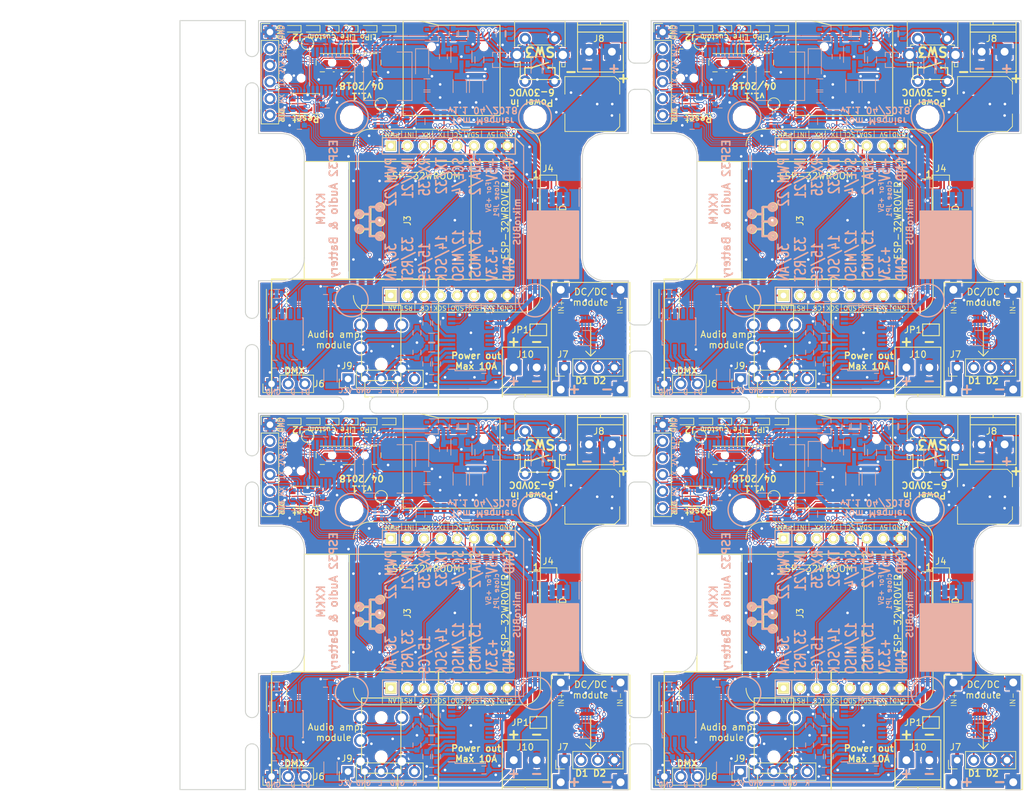
<source format=kicad_pcb>
(kicad_pcb (version 4) (host pcbnew 4.0.7)
  (title_block (title "ESP32 Audio & Battery module") (date 2018-03-29) (rev 1.1) (company KXKM) (comment 1 "Tom Magnier") (comment 2 "Fits enclosures Hammond 1593K / L / X"))
  (layers (0 F.Cu signal) (31 B.Cu signal) (34 B.Paste user) (35 F.Paste user) (36 B.SilkS user) (37 F.SilkS user) (38 B.Mask user) (39 F.Mask user) (44 Edge.Cuts user))
  (net 0 "")
  (net 1 GND)
  (net 2 /ESP32_EN)
  (net 3 +3V3)
  (net 4 +BATT)
  (net 5 "Net-(C7-Pad2)")
  (net 6 "Net-(C7-Pad1)")
  (net 7 "Net-(C8-Pad2)")
  (net 8 "Net-(C16-Pad2)")
  (net 9 "Net-(C16-Pad1)")
  (net 10 "Net-(C17-Pad1)")
  (net 11 "Net-(C18-Pad1)")
  (net 12 "/Battery monitoring/VBAT_MEAS")
  (net 13 "/Battery monitoring/STM32_RESET")
  (net 14 "/Battery monitoring/3.3V_EN")
  (net 15 "/Battery monitoring/EN_PUSH_BUTTON")
  (net 16 "Net-(D1-Pad3)")
  (net 17 "Net-(D4-Pad2)")
  (net 18 /PROG_RTS)
  (net 19 "Net-(J1-Pad4)")
  (net 20 /ESP32_TXO)
  (net 21 /PROG_DTR)
  (net 22 "/Battery monitoring/STM32_BOOT")
  (net 23 /ADC_IN)
  (net 24 /LED_DATA_1)
  (net 25 /SPI_CS)
  (net 26 /SPI_SCK)
  (net 27 /SPI_MISO)
  (net 28 /SPI_MOSI)
  (net 29 +5V)
  (net 30 /I2C_SDA)
  (net 31 /I2C_SCL)
  (net 32 /DMX_DI)
  (net 33 /DMX_RO)
  (net 34 /DMX_DE)
  (net 35 /LED_DATA_2)
  (net 36 "Net-(J5-Pad1)")
  (net 37 /SD_CS)
  (net 38 /SD_DI)
  (net 39 /SD_SCK)
  (net 40 /SD_DO)
  (net 41 "Net-(J5-Pad8)")
  (net 42 "Net-(J6-Pad2)")
  (net 43 "Net-(J6-Pad3)")
  (net 44 /LED_DATA_OUT_1)
  (net 45 /LED_DATA_OUT_2)
  (net 46 VBUS)
  (net 47 "/Battery monitoring/BATT_TYPE_1")
  (net 48 "/Battery monitoring/BATT_TYPE_2")
  (net 49 "Net-(P1-Pad6)")
  (net 50 "Net-(Q1-Pad5)")
  (net 51 "Net-(Q1-Pad2)")
  (net 52 /ESP32_BOOT)
  (net 53 "/Battery monitoring/MAIN_OUT_EN")
  (net 54 "Net-(Q3-Pad6)")
  (net 55 /ESP32_RXI)
  (net 56 "/Battery monitoring/ESP32_EN")
  (net 57 "/Battery monitoring/LOAD_I_SENSE")
  (net 58 "Net-(R13-Pad2)")
  (net 59 "Net-(R14-Pad2)")
  (net 60 "/Battery monitoring/LED_BAR_1")
  (net 61 "/Battery monitoring/LED_BAR_3")
  (net 62 "/Battery monitoring/LED_BAR_2")
  (net 63 "/Battery monitoring/LED_BAR_4")
  (net 64 /GP_PUSH_BTN)
  (net 65 "Net-(SW4-Pad4)")
  (net 66 /I2S_DATA)
  (net 67 "Net-(U1-Pad32)")
  (net 68 "Net-(U1-Pad28)")
  (net 69 "Net-(U1-Pad27)")
  (net 70 "Net-(U1-Pad22)")
  (net 71 "Net-(U1-Pad21)")
  (net 72 "Net-(U1-Pad20)")
  (net 73 "Net-(U1-Pad19)")
  (net 74 "Net-(U1-Pad18)")
  (net 75 "Net-(U1-Pad17)")
  (net 76 /I2S_BCK)
  (net 77 /I2S_LRCK)
  (net 78 "Net-(U1-Pad5)")
  (net 79 "Net-(U6-Pad13)")
  (net 80 "Net-(U6-Pad14)")
  (net 81 "Net-(U6-Pad15)")
  (net 82 "Net-(U6-Pad19)")
  (net 83 "Net-(U7-Pad3)")
  (net 84 "Net-(R8-Pad1)")
  (net 85 /Audio/AUDIO_R)
  (net 86 /Audio/AUDIO_L)
  (net 87 +VSW)
  (net 88 "Net-(D5-Pad1)")
  (net 89 "Net-(D10-Pad1)")
  (net 90 "Net-(D10-Pad2)")
  (net 91 "Net-(D6-Pad1)")
  (module tom_kicad_lib:Panelization_mouse_bite_3mm (layer F.Cu) (at 158.5 71 270)
    (fp_text reference %R hide)
    (fp_text value Panelization_mouse_bite_3mm hide)
    (pad "" np_thru_hole circle (at 0 0 270) (size 0.5 0.5) (drill 0.5) (layers *.Cu *.Mask))
    (pad "" np_thru_hole circle (at 1 0 270) (size 0.5 0.5) (drill 0.5) (layers *.Cu *.Mask))
    (pad "" np_thru_hole circle (at 2 0 270) (size 0.5 0.5) (drill 0.5) (layers *.Cu *.Mask))
    (pad "" np_thru_hole circle (at -2 0 270) (size 0.5 0.5) (drill 0.5) (layers *.Cu *.Mask))
    (pad "" np_thru_hole circle (at -1 0 270) (size 0.5 0.5) (drill 0.5) (layers *.Cu *.Mask))
  )
  (module tom_kicad_lib:Panelization_mouse_bite_3mm (layer F.Cu) (at 158.5 131 270)
    (fp_text reference %R hide)
    (fp_text value Panelization_mouse_bite_3mm hide)
    (pad "" np_thru_hole circle (at 0 0 270) (size 0.5 0.5) (drill 0.5) (layers *.Cu *.Mask))
    (pad "" np_thru_hole circle (at 1 0 270) (size 0.5 0.5) (drill 0.5) (layers *.Cu *.Mask))
    (pad "" np_thru_hole circle (at 2 0 270) (size 0.5 0.5) (drill 0.5) (layers *.Cu *.Mask))
    (pad "" np_thru_hole circle (at -2 0 270) (size 0.5 0.5) (drill 0.5) (layers *.Cu *.Mask))
    (pad "" np_thru_hole circle (at -1 0 270) (size 0.5 0.5) (drill 0.5) (layers *.Cu *.Mask))
  )
  (module tom_kicad_lib:Panelization_mouse_bite_3mm (layer F.Cu) (at 162 131 90)
    (fp_text reference %R hide)
    (fp_text value Panelization_mouse_bite_3mm hide)
    (pad "" np_thru_hole circle (at 0 0 90) (size 0.5 0.5) (drill 0.5) (layers *.Cu *.Mask))
    (pad "" np_thru_hole circle (at 1 0 90) (size 0.5 0.5) (drill 0.5) (layers *.Cu *.Mask))
    (pad "" np_thru_hole circle (at 2 0 90) (size 0.5 0.5) (drill 0.5) (layers *.Cu *.Mask))
    (pad "" np_thru_hole circle (at -2 0 90) (size 0.5 0.5) (drill 0.5) (layers *.Cu *.Mask))
    (pad "" np_thru_hole circle (at -1 0 90) (size 0.5 0.5) (drill 0.5) (layers *.Cu *.Mask))
  )
  (module tom_kicad_lib:Panelization_mouse_bite_3mm (layer F.Cu) (at 158.5 91 270)
    (fp_text reference %R hide)
    (fp_text value Panelization_mouse_bite_3mm hide)
    (pad "" np_thru_hole circle (at 0 0 270) (size 0.5 0.5) (drill 0.5) (layers *.Cu *.Mask))
    (pad "" np_thru_hole circle (at 1 0 270) (size 0.5 0.5) (drill 0.5) (layers *.Cu *.Mask))
    (pad "" np_thru_hole circle (at 2 0 270) (size 0.5 0.5) (drill 0.5) (layers *.Cu *.Mask))
    (pad "" np_thru_hole circle (at -2 0 270) (size 0.5 0.5) (drill 0.5) (layers *.Cu *.Mask))
    (pad "" np_thru_hole circle (at -1 0 270) (size 0.5 0.5) (drill 0.5) (layers *.Cu *.Mask))
  )
  (module tom_kicad_lib:Panelization_mouse_bite_3mm (layer F.Cu) (at 199 82.25)
    (fp_text reference %R hide)
    (fp_text value Panelization_mouse_bite_3mm hide)
    (pad "" np_thru_hole circle (at 0 0) (size 0.5 0.5) (drill 0.5) (layers *.Cu *.Mask))
    (pad "" np_thru_hole circle (at 1 0) (size 0.5 0.5) (drill 0.5) (layers *.Cu *.Mask))
    (pad "" np_thru_hole circle (at 2 0) (size 0.5 0.5) (drill 0.5) (layers *.Cu *.Mask))
    (pad "" np_thru_hole circle (at -2 0) (size 0.5 0.5) (drill 0.5) (layers *.Cu *.Mask))
    (pad "" np_thru_hole circle (at -1 0) (size 0.5 0.5) (drill 0.5) (layers *.Cu *.Mask))
  )
  (module tom_kicad_lib:Panelization_mouse_bite_3mm (layer F.Cu) (at 199 80.25 180)
    (fp_text reference %R hide)
    (fp_text value Panelization_mouse_bite_3mm hide)
    (pad "" np_thru_hole circle (at 0 0 180) (size 0.5 0.5) (drill 0.5) (layers *.Cu *.Mask))
    (pad "" np_thru_hole circle (at 1 0 180) (size 0.5 0.5) (drill 0.5) (layers *.Cu *.Mask))
    (pad "" np_thru_hole circle (at 2 0 180) (size 0.5 0.5) (drill 0.5) (layers *.Cu *.Mask))
    (pad "" np_thru_hole circle (at -2 0 180) (size 0.5 0.5) (drill 0.5) (layers *.Cu *.Mask))
    (pad "" np_thru_hole circle (at -1 0 180) (size 0.5 0.5) (drill 0.5) (layers *.Cu *.Mask))
  )
  (module tom_kicad_lib:Panelization_mouse_bite_3mm (layer F.Cu) (at 179 80.25 180)
    (fp_text reference %R hide)
    (fp_text value Panelization_mouse_bite_3mm hide)
    (pad "" np_thru_hole circle (at 0 0 180) (size 0.5 0.5) (drill 0.5) (layers *.Cu *.Mask))
    (pad "" np_thru_hole circle (at 1 0 180) (size 0.5 0.5) (drill 0.5) (layers *.Cu *.Mask))
    (pad "" np_thru_hole circle (at 2 0 180) (size 0.5 0.5) (drill 0.5) (layers *.Cu *.Mask))
    (pad "" np_thru_hole circle (at -2 0 180) (size 0.5 0.5) (drill 0.5) (layers *.Cu *.Mask))
    (pad "" np_thru_hole circle (at -1 0 180) (size 0.5 0.5) (drill 0.5) (layers *.Cu *.Mask))
  )
  (module tom_kicad_lib:Panelization_mouse_bite_3mm (layer F.Cu) (at 179 82.25)
    (fp_text reference %R hide)
    (fp_text value Panelization_mouse_bite_3mm hide)
    (pad "" np_thru_hole circle (at 0 0) (size 0.5 0.5) (drill 0.5) (layers *.Cu *.Mask))
    (pad "" np_thru_hole circle (at 1 0) (size 0.5 0.5) (drill 0.5) (layers *.Cu *.Mask))
    (pad "" np_thru_hole circle (at 2 0) (size 0.5 0.5) (drill 0.5) (layers *.Cu *.Mask))
    (pad "" np_thru_hole circle (at -2 0) (size 0.5 0.5) (drill 0.5) (layers *.Cu *.Mask))
    (pad "" np_thru_hole circle (at -1 0) (size 0.5 0.5) (drill 0.5) (layers *.Cu *.Mask))
  )
  (module tom_kicad_lib:Panelization_mouse_bite_3mm (layer F.Cu) (at 139 82.25)
    (fp_text reference %R hide)
    (fp_text value Panelization_mouse_bite_3mm hide)
    (pad "" np_thru_hole circle (at 0 0) (size 0.5 0.5) (drill 0.5) (layers *.Cu *.Mask))
    (pad "" np_thru_hole circle (at 1 0) (size 0.5 0.5) (drill 0.5) (layers *.Cu *.Mask))
    (pad "" np_thru_hole circle (at 2 0) (size 0.5 0.5) (drill 0.5) (layers *.Cu *.Mask))
    (pad "" np_thru_hole circle (at -2 0) (size 0.5 0.5) (drill 0.5) (layers *.Cu *.Mask))
    (pad "" np_thru_hole circle (at -1 0) (size 0.5 0.5) (drill 0.5) (layers *.Cu *.Mask))
  )
  (module tom_kicad_lib:Panelization_mouse_bite_3mm (layer F.Cu) (at 139 80.25 180)
    (fp_text reference %R hide)
    (fp_text value Panelization_mouse_bite_3mm hide)
    (pad "" np_thru_hole circle (at 0 0 180) (size 0.5 0.5) (drill 0.5) (layers *.Cu *.Mask))
    (pad "" np_thru_hole circle (at 1 0 180) (size 0.5 0.5) (drill 0.5) (layers *.Cu *.Mask))
    (pad "" np_thru_hole circle (at 2 0 180) (size 0.5 0.5) (drill 0.5) (layers *.Cu *.Mask))
    (pad "" np_thru_hole circle (at -2 0 180) (size 0.5 0.5) (drill 0.5) (layers *.Cu *.Mask))
    (pad "" np_thru_hole circle (at -1 0 180) (size 0.5 0.5) (drill 0.5) (layers *.Cu *.Mask))
  )
  (module tom_kicad_lib:Panelization_mouse_bite_3mm (layer F.Cu) (at 117 80.25 180)
    (fp_text reference %R hide)
    (fp_text value Panelization_mouse_bite_3mm hide)
    (pad "" np_thru_hole circle (at 0 0 180) (size 0.5 0.5) (drill 0.5) (layers *.Cu *.Mask))
    (pad "" np_thru_hole circle (at 1 0 180) (size 0.5 0.5) (drill 0.5) (layers *.Cu *.Mask))
    (pad "" np_thru_hole circle (at 2 0 180) (size 0.5 0.5) (drill 0.5) (layers *.Cu *.Mask))
    (pad "" np_thru_hole circle (at -2 0 180) (size 0.5 0.5) (drill 0.5) (layers *.Cu *.Mask))
    (pad "" np_thru_hole circle (at -1 0 180) (size 0.5 0.5) (drill 0.5) (layers *.Cu *.Mask))
  )
  (module tom_kicad_lib:Panelization_mouse_bite_3mm (layer F.Cu) (at 117 82.25)
    (fp_text reference %R hide)
    (fp_text value Panelization_mouse_bite_3mm hide)
    (pad "" np_thru_hole circle (at 0 0) (size 0.5 0.5) (drill 0.5) (layers *.Cu *.Mask))
    (pad "" np_thru_hole circle (at 1 0) (size 0.5 0.5) (drill 0.5) (layers *.Cu *.Mask))
    (pad "" np_thru_hole circle (at 2 0) (size 0.5 0.5) (drill 0.5) (layers *.Cu *.Mask))
    (pad "" np_thru_hole circle (at -2 0) (size 0.5 0.5) (drill 0.5) (layers *.Cu *.Mask))
    (pad "" np_thru_hole circle (at -1 0) (size 0.5 0.5) (drill 0.5) (layers *.Cu *.Mask))
  )
  (module tom_kicad_lib:Panelization_mouse_bite_3mm (layer F.Cu) (at 158.5 31 270)
    (fp_text reference %R hide)
    (fp_text value Panelization_mouse_bite_3mm hide)
    (pad "" np_thru_hole circle (at 0 0 270) (size 0.5 0.5) (drill 0.5) (layers *.Cu *.Mask))
    (pad "" np_thru_hole circle (at 1 0 270) (size 0.5 0.5) (drill 0.5) (layers *.Cu *.Mask))
    (pad "" np_thru_hole circle (at 2 0 270) (size 0.5 0.5) (drill 0.5) (layers *.Cu *.Mask))
    (pad "" np_thru_hole circle (at -2 0 270) (size 0.5 0.5) (drill 0.5) (layers *.Cu *.Mask))
    (pad "" np_thru_hole circle (at -1 0 270) (size 0.5 0.5) (drill 0.5) (layers *.Cu *.Mask))
  )
  (module tom_kicad_lib:Panelization_mouse_bite_3mm (layer F.Cu) (at 162 31 90)
    (fp_text reference %R hide)
    (fp_text value Panelization_mouse_bite_3mm hide)
    (pad "" np_thru_hole circle (at 0 0 90) (size 0.5 0.5) (drill 0.5) (layers *.Cu *.Mask))
    (pad "" np_thru_hole circle (at 1 0 90) (size 0.5 0.5) (drill 0.5) (layers *.Cu *.Mask))
    (pad "" np_thru_hole circle (at 2 0 90) (size 0.5 0.5) (drill 0.5) (layers *.Cu *.Mask))
    (pad "" np_thru_hole circle (at -2 0 90) (size 0.5 0.5) (drill 0.5) (layers *.Cu *.Mask))
    (pad "" np_thru_hole circle (at -1 0 90) (size 0.5 0.5) (drill 0.5) (layers *.Cu *.Mask))
  )
  (module tom_kicad_lib:Panelization_mouse_bite_3mm (layer F.Cu) (at 162 71 90)
    (fp_text reference %R hide)
    (fp_text value Panelization_mouse_bite_3mm hide)
    (pad "" np_thru_hole circle (at 0 0 90) (size 0.5 0.5) (drill 0.5) (layers *.Cu *.Mask))
    (pad "" np_thru_hole circle (at 1 0 90) (size 0.5 0.5) (drill 0.5) (layers *.Cu *.Mask))
    (pad "" np_thru_hole circle (at 2 0 90) (size 0.5 0.5) (drill 0.5) (layers *.Cu *.Mask))
    (pad "" np_thru_hole circle (at -2 0 90) (size 0.5 0.5) (drill 0.5) (layers *.Cu *.Mask))
    (pad "" np_thru_hole circle (at -1 0 90) (size 0.5 0.5) (drill 0.5) (layers *.Cu *.Mask))
  )
  (module tom_kicad_lib:Panelization_mouse_bite_3mm (layer F.Cu) (at 162 91 90)
    (fp_text reference %R hide)
    (fp_text value Panelization_mouse_bite_3mm hide)
    (pad "" np_thru_hole circle (at 0 0 90) (size 0.5 0.5) (drill 0.5) (layers *.Cu *.Mask))
    (pad "" np_thru_hole circle (at 1 0 90) (size 0.5 0.5) (drill 0.5) (layers *.Cu *.Mask))
    (pad "" np_thru_hole circle (at 2 0 90) (size 0.5 0.5) (drill 0.5) (layers *.Cu *.Mask))
    (pad "" np_thru_hole circle (at -2 0 90) (size 0.5 0.5) (drill 0.5) (layers *.Cu *.Mask))
    (pad "" np_thru_hole circle (at -1 0 90) (size 0.5 0.5) (drill 0.5) (layers *.Cu *.Mask))
  )
  (module tom_kicad_lib:Panelization_mouse_bite_3mm (layer F.Cu) (at 100 30 270)
    (fp_text reference %R hide)
    (fp_text value Panelization_mouse_bite_3mm hide)
    (pad "" np_thru_hole circle (at 0 0 270) (size 0.5 0.5) (drill 0.5) (layers *.Cu *.Mask))
    (pad "" np_thru_hole circle (at 1 0 270) (size 0.5 0.5) (drill 0.5) (layers *.Cu *.Mask))
    (pad "" np_thru_hole circle (at 2 0 270) (size 0.5 0.5) (drill 0.5) (layers *.Cu *.Mask))
    (pad "" np_thru_hole circle (at -2 0 270) (size 0.5 0.5) (drill 0.5) (layers *.Cu *.Mask))
    (pad "" np_thru_hole circle (at -1 0 270) (size 0.5 0.5) (drill 0.5) (layers *.Cu *.Mask))
  )
  (module tom_kicad_lib:Panelization_mouse_bite_3mm (layer F.Cu) (at 102 30 90)
    (fp_text reference %R hide)
    (fp_text value Panelization_mouse_bite_3mm hide)
    (pad "" np_thru_hole circle (at 0 0 90) (size 0.5 0.5) (drill 0.5) (layers *.Cu *.Mask))
    (pad "" np_thru_hole circle (at 1 0 90) (size 0.5 0.5) (drill 0.5) (layers *.Cu *.Mask))
    (pad "" np_thru_hole circle (at 2 0 90) (size 0.5 0.5) (drill 0.5) (layers *.Cu *.Mask))
    (pad "" np_thru_hole circle (at -2 0 90) (size 0.5 0.5) (drill 0.5) (layers *.Cu *.Mask))
    (pad "" np_thru_hole circle (at -1 0 90) (size 0.5 0.5) (drill 0.5) (layers *.Cu *.Mask))
  )
  (module tom_kicad_lib:Panelization_mouse_bite_3mm (layer F.Cu) (at 100 70 270)
    (fp_text reference %R hide)
    (fp_text value Panelization_mouse_bite_3mm hide)
    (pad "" np_thru_hole circle (at 0 0 270) (size 0.5 0.5) (drill 0.5) (layers *.Cu *.Mask))
    (pad "" np_thru_hole circle (at 1 0 270) (size 0.5 0.5) (drill 0.5) (layers *.Cu *.Mask))
    (pad "" np_thru_hole circle (at 2 0 270) (size 0.5 0.5) (drill 0.5) (layers *.Cu *.Mask))
    (pad "" np_thru_hole circle (at -2 0 270) (size 0.5 0.5) (drill 0.5) (layers *.Cu *.Mask))
    (pad "" np_thru_hole circle (at -1 0 270) (size 0.5 0.5) (drill 0.5) (layers *.Cu *.Mask))
  )
  (module tom_kicad_lib:Panelization_mouse_bite_3mm (layer F.Cu) (at 102 70 90)
    (fp_text reference %R hide)
    (fp_text value Panelization_mouse_bite_3mm hide)
    (pad "" np_thru_hole circle (at 0 0 90) (size 0.5 0.5) (drill 0.5) (layers *.Cu *.Mask))
    (pad "" np_thru_hole circle (at 1 0 90) (size 0.5 0.5) (drill 0.5) (layers *.Cu *.Mask))
    (pad "" np_thru_hole circle (at 2 0 90) (size 0.5 0.5) (drill 0.5) (layers *.Cu *.Mask))
    (pad "" np_thru_hole circle (at -2 0 90) (size 0.5 0.5) (drill 0.5) (layers *.Cu *.Mask))
    (pad "" np_thru_hole circle (at -1 0 90) (size 0.5 0.5) (drill 0.5) (layers *.Cu *.Mask))
  )
  (module tom_kicad_lib:Panelization_mouse_bite_3mm (layer F.Cu) (at 100 91 270)
    (fp_text reference %R hide)
    (fp_text value Panelization_mouse_bite_3mm hide)
    (pad "" np_thru_hole circle (at 0 0 270) (size 0.5 0.5) (drill 0.5) (layers *.Cu *.Mask))
    (pad "" np_thru_hole circle (at 1 0 270) (size 0.5 0.5) (drill 0.5) (layers *.Cu *.Mask))
    (pad "" np_thru_hole circle (at 2 0 270) (size 0.5 0.5) (drill 0.5) (layers *.Cu *.Mask))
    (pad "" np_thru_hole circle (at -2 0 270) (size 0.5 0.5) (drill 0.5) (layers *.Cu *.Mask))
    (pad "" np_thru_hole circle (at -1 0 270) (size 0.5 0.5) (drill 0.5) (layers *.Cu *.Mask))
  )
  (module tom_kicad_lib:Panelization_mouse_bite_3mm (layer F.Cu) (at 102 91 90)
    (fp_text reference %R hide)
    (fp_text value Panelization_mouse_bite_3mm hide)
    (pad "" np_thru_hole circle (at 0 0 90) (size 0.5 0.5) (drill 0.5) (layers *.Cu *.Mask))
    (pad "" np_thru_hole circle (at 1 0 90) (size 0.5 0.5) (drill 0.5) (layers *.Cu *.Mask))
    (pad "" np_thru_hole circle (at 2 0 90) (size 0.5 0.5) (drill 0.5) (layers *.Cu *.Mask))
    (pad "" np_thru_hole circle (at -2 0 90) (size 0.5 0.5) (drill 0.5) (layers *.Cu *.Mask))
    (pad "" np_thru_hole circle (at -1 0 90) (size 0.5 0.5) (drill 0.5) (layers *.Cu *.Mask))
  )
  (module tom_kicad_lib:Panelization_mouse_bite_3mm (layer F.Cu) (at 102 131 90)
    (fp_text reference %R hide)
    (fp_text value Panelization_mouse_bite_3mm hide)
    (pad "" np_thru_hole circle (at 0 0 90) (size 0.5 0.5) (drill 0.5) (layers *.Cu *.Mask))
    (pad "" np_thru_hole circle (at 1 0 90) (size 0.5 0.5) (drill 0.5) (layers *.Cu *.Mask))
    (pad "" np_thru_hole circle (at 2 0 90) (size 0.5 0.5) (drill 0.5) (layers *.Cu *.Mask))
    (pad "" np_thru_hole circle (at -2 0 90) (size 0.5 0.5) (drill 0.5) (layers *.Cu *.Mask))
    (pad "" np_thru_hole circle (at -1 0 90) (size 0.5 0.5) (drill 0.5) (layers *.Cu *.Mask))
  )
  (module Housings_SOIC:SOIC-8_3.9x4.9mm_Pitch1.27mm (layer B.Cu) (at 166.25 70 270)
    (fp_text reference U2)
    (fp_text value SP3485CN hide)
    (pad 1 smd rect (at -2.7 1.905 270) (size 1.55 0.6) (layers B.Cu B.Paste B.Mask) (net 33 /DMX_RO))
    (pad 2 smd rect (at -2.7 0.635 270) (size 1.55 0.6) (layers B.Cu B.Paste B.Mask) (net 34 /DMX_DE))
    (pad 3 smd rect (at -2.7 -0.635 270) (size 1.55 0.6) (layers B.Cu B.Paste B.Mask) (net 34 /DMX_DE))
    (pad 4 smd rect (at -2.7 -1.905 270) (size 1.55 0.6) (layers B.Cu B.Paste B.Mask) (net 32 /DMX_DI))
    (pad 5 smd rect (at 2.7 -1.905 270) (size 1.55 0.6) (layers B.Cu B.Paste B.Mask) (net 1 GND))
    (pad 6 smd rect (at 2.7 -0.635 270) (size 1.55 0.6) (layers B.Cu B.Paste B.Mask) (net 43 "Net-(J6-Pad3)"))
    (pad 7 smd rect (at 2.7 0.635 270) (size 1.55 0.6) (layers B.Cu B.Paste B.Mask) (net 42 "Net-(J6-Pad2)"))
    (pad 8 smd rect (at 2.7 1.905 270) (size 1.55 0.6) (layers B.Cu B.Paste B.Mask) (net 3 +3V3))
  )
  (module Resistors_SMD:R_0603 (layer B.Cu) (at 167.5 75 180)
    (fp_text reference R7)
    (fp_text value 120R hide)
    (pad 1 smd rect (at -0.75 0 180) (size 0.5 0.9) (layers B.Cu B.Paste B.Mask) (net 43 "Net-(J6-Pad3)"))
    (pad 2 smd rect (at 0.75 0 180) (size 0.5 0.9) (layers B.Cu B.Paste B.Mask) (net 42 "Net-(J6-Pad2)"))
  )
  (module Capacitors_SMD:C_0603 (layer B.Cu) (at 164.5 75 180)
    (fp_text reference C3)
    (fp_text value 0.1uF hide)
    (pad 2 smd rect (at 0.75 0 180) (size 0.8 0.75) (layers B.Cu B.Paste B.Mask) (net 1 GND))
    (pad 1 smd rect (at -0.75 0 180) (size 0.8 0.75) (layers B.Cu B.Paste B.Mask) (net 3 +3V3))
  )
  (module TO_SOT_Packages_SMD:SOT-363_SC-70-6 (layer B.Cu) (at 168.25 36.25)
    (fp_text reference Q1)
    (fp_text value DMN63D8LDW hide)
    (pad 1 smd rect (at -0.95 0.65) (size 0.65 0.4) (layers B.Cu B.Paste B.Mask) (net 21 /PROG_DTR))
    (pad 3 smd rect (at -0.95 -0.65) (size 0.65 0.4) (layers B.Cu B.Paste B.Mask) (net 2 /ESP32_EN))
    (pad 5 smd rect (at 0.95 0) (size 0.65 0.4) (layers B.Cu B.Paste B.Mask) (net 50 "Net-(Q1-Pad5)"))
    (pad 2 smd rect (at -0.95 0) (size 0.65 0.4) (layers B.Cu B.Paste B.Mask) (net 51 "Net-(Q1-Pad2)"))
    (pad 4 smd rect (at 0.95 -0.65) (size 0.65 0.4) (layers B.Cu B.Paste B.Mask) (net 18 /PROG_RTS))
    (pad 6 smd rect (at 0.95 0.65) (size 0.65 0.4) (layers B.Cu B.Paste B.Mask) (net 52 /ESP32_BOOT))
  )
  (module Resistors_SMD:R_0603 (layer B.Cu) (at 164.75 64.25)
    (fp_text reference R2)
    (fp_text value 10k hide)
    (pad 1 smd rect (at -0.75 0) (size 0.5 0.9) (layers B.Cu B.Paste B.Mask) (net 3 +3V3))
    (pad 2 smd rect (at 0.75 0) (size 0.5 0.9) (layers B.Cu B.Paste B.Mask) (net 64 /GP_PUSH_BTN))
  )
  (module Capacitors_SMD:C_0603 (layer B.Cu) (at 172.25 25.5 180)
    (fp_text reference C22)
    (fp_text value 0.1uF hide)
    (pad 2 smd rect (at 0.75 0 180) (size 0.8 0.75) (layers B.Cu B.Paste B.Mask) (net 1 GND))
    (pad 1 smd rect (at -0.75 0 180) (size 0.8 0.75) (layers B.Cu B.Paste B.Mask) (net 3 +3V3))
  )
  (module Resistors_SMD:R_Array_Convex_4x0402 (layer B.Cu) (at 175.25 25.25 90)
    (fp_text reference RN4)
    (fp_text value 4*100R hide)
    (pad 1 smd rect (at -0.5 0.75 90) (size 0.5 0.4) (layers B.Cu B.Paste B.Mask) (net 60 "/Battery monitoring/LED_BAR_1"))
    (pad 3 smd rect (at -0.5 -0.25 90) (size 0.5 0.3) (layers B.Cu B.Paste B.Mask) (net 61 "/Battery monitoring/LED_BAR_3"))
    (pad 2 smd rect (at -0.5 0.25 90) (size 0.5 0.3) (layers B.Cu B.Paste B.Mask) (net 62 "/Battery monitoring/LED_BAR_2"))
    (pad 4 smd rect (at -0.5 -0.75 90) (size 0.5 0.4) (layers B.Cu B.Paste B.Mask) (net 63 "/Battery monitoring/LED_BAR_4"))
    (pad 7 smd rect (at 0.5 0.25 90) (size 0.5 0.3) (layers B.Cu B.Paste B.Mask) (net 90 "Net-(D10-Pad2)"))
    (pad 8 smd rect (at 0.5 0.75 90) (size 0.5 0.4) (layers B.Cu B.Paste B.Mask) (net 89 "Net-(D10-Pad1)"))
    (pad 6 smd rect (at 0.5 -0.25 90) (size 0.5 0.3) (layers B.Cu B.Paste B.Mask) (net 88 "Net-(D5-Pad1)"))
    (pad 5 smd rect (at 0.5 -0.75 90) (size 0.5 0.4) (layers B.Cu B.Paste B.Mask) (net 91 "Net-(D6-Pad1)"))
  )
  (module Capacitors_SMD:C_0603 (layer B.Cu) (at 169.25 25.5)
    (fp_text reference C24)
    (fp_text value 0.1uF hide)
    (pad 2 smd rect (at 0.75 0) (size 0.8 0.75) (layers B.Cu B.Paste B.Mask) (net 1 GND))
    (pad 1 smd rect (at -0.75 0) (size 0.8 0.75) (layers B.Cu B.Paste B.Mask) (net 13 "/Battery monitoring/STM32_RESET"))
  )
  (module Housings_SSOP:TSSOP-20_4.4x6.5mm_Pitch0.65mm (layer B.Cu) (at 173.25 30.25 270)
    (fp_text reference U7)
    (fp_text value STM32F030F4Px hide)
    (pad 1 smd rect (at -2.95 2.925 270) (size 1.45 0.45) (layers B.Cu B.Paste B.Mask) (net 22 "/Battery monitoring/STM32_BOOT"))
    (pad 2 smd rect (at -2.95 2.275 270) (size 1.45 0.45) (layers B.Cu B.Paste B.Mask) (net 14 "/Battery monitoring/3.3V_EN"))
    (pad 3 smd rect (at -2.95 1.625 270) (size 1.45 0.45) (layers B.Cu B.Paste B.Mask) (net 83 "Net-(U7-Pad3)"))
    (pad 4 smd rect (at -2.95 0.975 270) (size 1.45 0.45) (layers B.Cu B.Paste B.Mask) (net 13 "/Battery monitoring/STM32_RESET"))
    (pad 5 smd rect (at -2.95 0.325 270) (size 1.45 0.45) (layers B.Cu B.Paste B.Mask) (net 3 +3V3))
    (pad 6 smd rect (at -2.95 -0.325 270) (size 1.45 0.45) (layers B.Cu B.Paste B.Mask) (net 15 "/Battery monitoring/EN_PUSH_BUTTON"))
    (pad 7 smd rect (at -2.95 -0.975 270) (size 1.45 0.45) (layers B.Cu B.Paste B.Mask) (net 63 "/Battery monitoring/LED_BAR_4"))
    (pad 8 smd rect (at -2.95 -1.625 270) (size 1.45 0.45) (layers B.Cu B.Paste B.Mask) (net 61 "/Battery monitoring/LED_BAR_3"))
    (pad 9 smd rect (at -2.95 -2.275 270) (size 1.45 0.45) (layers B.Cu B.Paste B.Mask) (net 62 "/Battery monitoring/LED_BAR_2"))
    (pad 10 smd rect (at -2.95 -2.925 270) (size 1.45 0.45) (layers B.Cu B.Paste B.Mask) (net 60 "/Battery monitoring/LED_BAR_1"))
    (pad 11 smd rect (at 2.95 -2.925 270) (size 1.45 0.45) (layers B.Cu B.Paste B.Mask) (net 57 "/Battery monitoring/LOAD_I_SENSE"))
    (pad 12 smd rect (at 2.95 -2.275 270) (size 1.45 0.45) (layers B.Cu B.Paste B.Mask) (net 53 "/Battery monitoring/MAIN_OUT_EN"))
    (pad 13 smd rect (at 2.95 -1.625 270) (size 1.45 0.45) (layers B.Cu B.Paste B.Mask) (net 56 "/Battery monitoring/ESP32_EN"))
    (pad 14 smd rect (at 2.95 -0.975 270) (size 1.45 0.45) (layers B.Cu B.Paste B.Mask) (net 12 "/Battery monitoring/VBAT_MEAS"))
    (pad 15 smd rect (at 2.95 -0.325 270) (size 1.45 0.45) (layers B.Cu B.Paste B.Mask) (net 1 GND))
    (pad 16 smd rect (at 2.95 0.325 270) (size 1.45 0.45) (layers B.Cu B.Paste B.Mask) (net 3 +3V3))
    (pad 17 smd rect (at 2.95 0.975 270) (size 1.45 0.45) (layers B.Cu B.Paste B.Mask) (net 55 /ESP32_RXI))
    (pad 18 smd rect (at 2.95 1.625 270) (size 1.45 0.45) (layers B.Cu B.Paste B.Mask) (net 20 /ESP32_TXO))
    (pad 19 smd rect (at 2.95 2.275 270) (size 1.45 0.45) (layers B.Cu B.Paste B.Mask) (net 47 "/Battery monitoring/BATT_TYPE_1"))
    (pad 20 smd rect (at 2.95 2.925 270) (size 1.45 0.45) (layers B.Cu B.Paste B.Mask) (net 48 "/Battery monitoring/BATT_TYPE_2"))
  )
  (module Resistors_SMD:R_Array_Convex_4x0402 (layer B.Cu) (at 168.25 33.75 270)
    (fp_text reference RN2)
    (fp_text value 1k hide)
    (pad 1 smd rect (at -0.5 0.75 270) (size 0.5 0.4) (layers B.Cu B.Paste B.Mask) (net 18 /PROG_RTS))
    (pad 3 smd rect (at -0.5 -0.25 270) (size 0.5 0.3) (layers B.Cu B.Paste B.Mask) (net 19 "Net-(J1-Pad4)"))
    (pad 2 smd rect (at -0.5 0.25 270) (size 0.5 0.3) (layers B.Cu B.Paste B.Mask) (net 21 /PROG_DTR))
    (pad 4 smd rect (at -0.5 -0.75 270) (size 0.5 0.4) (layers B.Cu B.Paste B.Mask) (net 22 "/Battery monitoring/STM32_BOOT"))
    (pad 7 smd rect (at 0.5 0.25 270) (size 0.5 0.3) (layers B.Cu B.Paste B.Mask) (net 50 "Net-(Q1-Pad5)"))
    (pad 8 smd rect (at 0.5 0.75 270) (size 0.5 0.4) (layers B.Cu B.Paste B.Mask) (net 51 "Net-(Q1-Pad2)"))
    (pad 6 smd rect (at 0.5 -0.25 270) (size 0.5 0.3) (layers B.Cu B.Paste B.Mask) (net 55 /ESP32_RXI))
    (pad 5 smd rect (at 0.5 -0.75 270) (size 0.5 0.4) (layers B.Cu B.Paste B.Mask) (net 1 GND))
  )
  (module Capacitors_SMD:C_0603 (layer B.Cu) (at 172.5 35.25)
    (fp_text reference C23)
    (fp_text value 0.1uF hide)
    (pad 2 smd rect (at 0.75 0) (size 0.8 0.75) (layers B.Cu B.Paste B.Mask) (net 1 GND))
    (pad 1 smd rect (at -0.75 0) (size 0.8 0.75) (layers B.Cu B.Paste B.Mask) (net 3 +3V3))
  )
  (module Inductors_SMD:L_7.3x7.3_H4.5 (layer B.Cu) (at 181.75 31 270)
    (fp_text reference L1)
    (fp_text value 15uH,1.5A hide)
    (pad 1 smd rect (at -3.2 0 270) (size 1.5 2.2) (layers B.Cu B.Paste B.Mask) (net 5 "Net-(C7-Pad2)"))
    (pad 2 smd rect (at 3.2 0 270) (size 1.5 2.2) (layers B.Cu B.Paste B.Mask) (net 3 +3V3))
  )
  (module Capacitors_SMD:C_0603 (layer B.Cu) (at 178.25 25.5)
    (fp_text reference C21)
    (fp_text value 2.2nF hide)
    (pad 2 smd rect (at 0.75 0) (size 0.8 0.75) (layers B.Cu B.Paste B.Mask) (net 1 GND))
    (pad 1 smd rect (at -0.75 0) (size 0.8 0.75) (layers B.Cu B.Paste B.Mask) (net 12 "/Battery monitoring/VBAT_MEAS"))
  )
  (module Resistors_SMD:R_Array_Convex_4x0402 (layer B.Cu) (at 180.3 37.9)
    (fp_text reference RN1)
    (fp_text value 10k hide)
    (pad 1 smd rect (at -0.5 0.75) (size 0.5 0.4) (layers B.Cu B.Paste B.Mask) (net 3 +3V3))
    (pad 3 smd rect (at -0.5 -0.25) (size 0.5 0.3) (layers B.Cu B.Paste B.Mask) (net 56 "/Battery monitoring/ESP32_EN"))
    (pad 2 smd rect (at -0.5 0.25) (size 0.5 0.3) (layers B.Cu B.Paste B.Mask) (net 3 +3V3))
    (pad 4 smd rect (at -0.5 -0.75) (size 0.5 0.4) (layers B.Cu B.Paste B.Mask) (net 53 "/Battery monitoring/MAIN_OUT_EN"))
    (pad 7 smd rect (at 0.5 0.25) (size 0.5 0.3) (layers B.Cu B.Paste B.Mask) (net 30 /I2C_SDA))
    (pad 8 smd rect (at 0.5 0.75) (size 0.5 0.4) (layers B.Cu B.Paste B.Mask) (net 31 /I2C_SCL))
    (pad 6 smd rect (at 0.5 -0.25) (size 0.5 0.3) (layers B.Cu B.Paste B.Mask) (net 2 /ESP32_EN))
    (pad 5 smd rect (at 0.5 -0.75) (size 0.5 0.4) (layers B.Cu B.Paste B.Mask) (net 1 GND))
  )
  (module Capacitors_SMD:C_0603 (layer B.Cu) (at 168.25 38.5 180)
    (fp_text reference C1)
    (fp_text value 1uF hide)
    (pad 2 smd rect (at 0.75 0 180) (size 0.8 0.75) (layers B.Cu B.Paste B.Mask) (net 1 GND))
    (pad 1 smd rect (at -0.75 0 180) (size 0.8 0.75) (layers B.Cu B.Paste B.Mask) (net 2 /ESP32_EN))
  )
  (module Capacitors_SMD:C_1206 (layer B.Cu) (at 173 76.75 90)
    (fp_text reference C25)
    (fp_text value 10uF,50V hide)
    (pad 1 smd rect (at -1.5 0 90) (size 1 1.6) (layers B.Cu B.Paste B.Mask) (net 87 +VSW))
    (pad 2 smd rect (at 1.5 0 90) (size 1 1.6) (layers B.Cu B.Paste B.Mask) (net 1 GND))
  )
  (module Capacitors_SMD:C_0603 (layer B.Cu) (at 172.25 63.75 180)
    (fp_text reference C2)
    (fp_text value 0.1uF hide)
    (pad 2 smd rect (at 0.75 0 180) (size 0.8 0.75) (layers B.Cu B.Paste B.Mask) (net 1 GND))
    (pad 1 smd rect (at -0.75 0 180) (size 0.8 0.75) (layers B.Cu B.Paste B.Mask) (net 3 +3V3))
  )
  (module Capacitors_SMD:C_0603 (layer B.Cu) (at 188.456908 77.198984 180)
    (fp_text reference C13)
    (fp_text value 0.1uF hide)
    (pad 2 smd rect (at 0.75 0 180) (size 0.8 0.75) (layers B.Cu B.Paste B.Mask) (net 1 GND))
    (pad 1 smd rect (at -0.75 0 180) (size 0.8 0.75) (layers B.Cu B.Paste B.Mask) (net 3 +3V3))
  )
  (module Resistors_SMD:R_0603 (layer B.Cu) (at 188.456908 72.448984)
    (fp_text reference R13)
    (fp_text value 470R hide)
    (pad 1 smd rect (at -0.75 0) (size 0.5 0.9) (layers B.Cu B.Paste B.Mask) (net 86 /Audio/AUDIO_L))
    (pad 2 smd rect (at 0.75 0) (size 0.5 0.9) (layers B.Cu B.Paste B.Mask) (net 58 "Net-(R13-Pad2)"))
  )
  (module Capacitors_SMD:C_0603 (layer B.Cu) (at 187.706908 74.948984 270)
    (fp_text reference C17)
    (fp_text value 2.2uF,25V hide)
    (pad 2 smd rect (at 0.75 0 270) (size 0.8 0.75) (layers B.Cu B.Paste B.Mask) (net 1 GND))
    (pad 1 smd rect (at -0.75 0 270) (size 0.8 0.75) (layers B.Cu B.Paste B.Mask) (net 10 "Net-(C17-Pad1)"))
  )
  (module Capacitors_SMD:C_0603 (layer B.Cu) (at 186.206908 73.198984 90)
    (fp_text reference C20)
    (fp_text value 2.2nF hide)
    (pad 2 smd rect (at 0.75 0 90) (size 0.8 0.75) (layers B.Cu B.Paste B.Mask) (net 1 GND))
    (pad 1 smd rect (at -0.75 0 90) (size 0.8 0.75) (layers B.Cu B.Paste B.Mask) (net 86 /Audio/AUDIO_L))
  )
  (module Capacitors_SMD:C_0603 (layer B.Cu) (at 189.206908 74.948984 90)
    (fp_text reference C16)
    (fp_text value 2.2uF,25V hide)
    (pad 2 smd rect (at 0.75 0 90) (size 0.8 0.75) (layers B.Cu B.Paste B.Mask) (net 8 "Net-(C16-Pad2)"))
    (pad 1 smd rect (at -0.75 0 90) (size 0.8 0.75) (layers B.Cu B.Paste B.Mask) (net 9 "Net-(C16-Pad1)"))
  )
  (module TO_SOT_Packages_SMD:SOT-363_SC-70-6 (layer B.Cu) (at 212.2 71)
    (fp_text reference Q2)
    (fp_text value DMN63D8LDW hide)
    (pad 1 smd rect (at -0.95 0.65) (size 0.65 0.4) (layers B.Cu B.Paste B.Mask) (net 35 /LED_DATA_2))
    (pad 3 smd rect (at -0.95 -0.65) (size 0.65 0.4) (layers B.Cu B.Paste B.Mask) (net 44 /LED_DATA_OUT_1))
    (pad 5 smd rect (at 0.95 0) (size 0.65 0.4) (layers B.Cu B.Paste B.Mask) (net 3 +3V3))
    (pad 2 smd rect (at -0.95 0) (size 0.65 0.4) (layers B.Cu B.Paste B.Mask) (net 3 +3V3))
    (pad 4 smd rect (at 0.95 -0.65) (size 0.65 0.4) (layers B.Cu B.Paste B.Mask) (net 24 /LED_DATA_1))
    (pad 6 smd rect (at 0.95 0.65) (size 0.65 0.4) (layers B.Cu B.Paste B.Mask) (net 45 /LED_DATA_OUT_2))
  )
  (module Resistors_SMD:R_Array_Convex_4x0402 (layer B.Cu) (at 212.2 68.4 270)
    (fp_text reference RN3)
    (fp_text value 10k hide)
    (pad 1 smd rect (at -0.5 0.75 270) (size 0.5 0.4) (layers B.Cu B.Paste B.Mask) (net 46 VBUS))
    (pad 3 smd rect (at -0.5 -0.25 270) (size 0.5 0.3) (layers B.Cu B.Paste B.Mask) (net 3 +3V3))
    (pad 2 smd rect (at -0.5 0.25 270) (size 0.5 0.3) (layers B.Cu B.Paste B.Mask) (net 46 VBUS))
    (pad 4 smd rect (at -0.5 -0.75 270) (size 0.5 0.4) (layers B.Cu B.Paste B.Mask) (net 3 +3V3))
    (pad 7 smd rect (at 0.5 0.25 270) (size 0.5 0.3) (layers B.Cu B.Paste B.Mask) (net 45 /LED_DATA_OUT_2))
    (pad 8 smd rect (at 0.5 0.75 270) (size 0.5 0.4) (layers B.Cu B.Paste B.Mask) (net 44 /LED_DATA_OUT_1))
    (pad 6 smd rect (at 0.5 -0.25 270) (size 0.5 0.3) (layers B.Cu B.Paste B.Mask) (net 24 /LED_DATA_1))
    (pad 5 smd rect (at 0.5 -0.75 270) (size 0.5 0.4) (layers B.Cu B.Paste B.Mask) (net 35 /LED_DATA_2))
  )
  (module Capacitors_SMD:C_0603 (layer B.Cu) (at 198.75 74.75 270)
    (fp_text reference C18)
    (fp_text value 0.1uF hide)
    (pad 2 smd rect (at 0.75 0 270) (size 0.8 0.75) (layers B.Cu B.Paste B.Mask) (net 1 GND))
    (pad 1 smd rect (at -0.75 0 270) (size 0.8 0.75) (layers B.Cu B.Paste B.Mask) (net 11 "Net-(C18-Pad1)"))
  )
  (module Capacitors_SMD:C_0603 (layer B.Cu) (at 196.45 77 180)
    (fp_text reference C14)
    (fp_text value 0.1uF hide)
    (pad 2 smd rect (at 0.75 0 180) (size 0.8 0.75) (layers B.Cu B.Paste B.Mask) (net 1 GND))
    (pad 1 smd rect (at -0.75 0 180) (size 0.8 0.75) (layers B.Cu B.Paste B.Mask) (net 3 +3V3))
  )
  (module Housings_SSOP:TSSOP-28_4.4x9.7mm_Pitch0.65mm (layer B.Cu) (at 194.361909 71.013984)
    (fp_text reference U6)
    (fp_text value PCM5141 hide)
    (pad 1 smd rect (at -2.85 4.225) (size 1.1 0.4) (layers B.Cu B.Paste B.Mask) (net 3 +3V3))
    (pad 2 smd rect (at -2.85 3.575) (size 1.1 0.4) (layers B.Cu B.Paste B.Mask) (net 9 "Net-(C16-Pad1)"))
    (pad 3 smd rect (at -2.85 2.925) (size 1.1 0.4) (layers B.Cu B.Paste B.Mask) (net 1 GND))
    (pad 4 smd rect (at -2.85 2.275) (size 1.1 0.4) (layers B.Cu B.Paste B.Mask) (net 8 "Net-(C16-Pad2)"))
    (pad 5 smd rect (at -2.85 1.625) (size 1.1 0.4) (layers B.Cu B.Paste B.Mask) (net 10 "Net-(C17-Pad1)"))
    (pad 6 smd rect (at -2.85 0.975) (size 1.1 0.4) (layers B.Cu B.Paste B.Mask) (net 58 "Net-(R13-Pad2)"))
    (pad 7 smd rect (at -2.85 0.325) (size 1.1 0.4) (layers B.Cu B.Paste B.Mask) (net 59 "Net-(R14-Pad2)"))
    (pad 8 smd rect (at -2.85 -0.325) (size 1.1 0.4) (layers B.Cu B.Paste B.Mask) (net 3 +3V3))
    (pad 9 smd rect (at -2.85 -0.975) (size 1.1 0.4) (layers B.Cu B.Paste B.Mask) (net 1 GND))
    (pad 10 smd rect (at -2.85 -1.625) (size 1.1 0.4) (layers B.Cu B.Paste B.Mask) (net 1 GND))
    (pad 11 smd rect (at -2.85 -2.275) (size 1.1 0.4) (layers B.Cu B.Paste B.Mask) (net 30 /I2C_SDA))
    (pad 12 smd rect (at -2.85 -2.925) (size 1.1 0.4) (layers B.Cu B.Paste B.Mask) (net 31 /I2C_SCL))
    (pad 13 smd rect (at -2.85 -3.575) (size 1.1 0.4) (layers B.Cu B.Paste B.Mask) (net 79 "Net-(U6-Pad13)"))
    (pad 14 smd rect (at -2.85 -4.225) (size 1.1 0.4) (layers B.Cu B.Paste B.Mask) (net 80 "Net-(U6-Pad14)"))
    (pad 15 smd rect (at 2.85 -4.225) (size 1.1 0.4) (layers B.Cu B.Paste B.Mask) (net 81 "Net-(U6-Pad15)"))
    (pad 16 smd rect (at 2.85 -3.575) (size 1.1 0.4) (layers B.Cu B.Paste B.Mask) (net 1 GND))
    (pad 17 smd rect (at 2.85 -2.925) (size 1.1 0.4) (layers B.Cu B.Paste B.Mask) (net 1 GND))
    (pad 18 smd rect (at 2.85 -2.275) (size 1.1 0.4) (layers B.Cu B.Paste B.Mask) (net 3 +3V3))
    (pad 19 smd rect (at 2.85 -1.625) (size 1.1 0.4) (layers B.Cu B.Paste B.Mask) (net 82 "Net-(U6-Pad19)"))
    (pad 20 smd rect (at 2.85 -0.975) (size 1.1 0.4) (layers B.Cu B.Paste B.Mask) (net 1 GND))
    (pad 21 smd rect (at 2.85 -0.325) (size 1.1 0.4) (layers B.Cu B.Paste B.Mask) (net 76 /I2S_BCK))
    (pad 22 smd rect (at 2.85 0.325) (size 1.1 0.4) (layers B.Cu B.Paste B.Mask) (net 66 /I2S_DATA))
    (pad 23 smd rect (at 2.85 0.975) (size 1.1 0.4) (layers B.Cu B.Paste B.Mask) (net 77 /I2S_LRCK))
    (pad 24 smd rect (at 2.85 1.625) (size 1.1 0.4) (layers B.Cu B.Paste B.Mask) (net 1 GND))
    (pad 25 smd rect (at 2.85 2.275) (size 1.1 0.4) (layers B.Cu B.Paste B.Mask) (net 3 +3V3))
    (pad 26 smd rect (at 2.85 2.925) (size 1.1 0.4) (layers B.Cu B.Paste B.Mask) (net 11 "Net-(C18-Pad1)"))
    (pad 27 smd rect (at 2.85 3.575) (size 1.1 0.4) (layers B.Cu B.Paste B.Mask) (net 1 GND))
    (pad 28 smd rect (at 2.85 4.225) (size 1.1 0.4) (layers B.Cu B.Paste B.Mask) (net 3 +3V3))
  )
  (module TO_SOT_Packages_SMD:TO-252-5_TabPin6 (layer B.Cu) (at 208 45.6 90)
    (fp_text reference U4)
    (fp_text value BTS50080-1TEA hide)
    (pad 1 smd rect (at -4.2 2.28 90) (size 2.2 0.8) (layers B.Cu B.Paste B.Mask) (net 87 +VSW))
    (pad 2 smd rect (at -4.2 1.14 90) (size 2.2 0.8) (layers B.Cu B.Paste B.Mask) (net 54 "Net-(Q3-Pad6)"))
    (pad 3 smd rect (at -4.2 0 90) (size 2.2 0.8) (layers B.Cu B.Paste B.Mask))
    (pad 4 smd rect (at -4.2 -1.14 90) (size 2.2 0.8) (layers B.Cu B.Paste B.Mask) (net 57 "/Battery monitoring/LOAD_I_SENSE"))
    (pad 5 smd rect (at -4.2 -2.28 90) (size 2.2 0.8) (layers B.Cu B.Paste B.Mask) (net 87 +VSW))
    (pad 6 smd rect (at 2.1 0 90) (size 6.4 5.8) (layers B.Cu B.Mask) (net 4 +BATT))
    (pad 6 smd rect (at 3.775 -1.525 90) (size 3.05 2.75) (layers B.Cu B.Paste) (net 4 +BATT))
    (pad 6 smd rect (at 0.425 1.525 90) (size 3.05 2.75) (layers B.Cu B.Paste) (net 4 +BATT))
    (pad 6 smd rect (at 3.775 1.525 90) (size 3.05 2.75) (layers B.Cu B.Paste) (net 4 +BATT))
    (pad 6 smd rect (at 0.425 -1.525 90) (size 3.05 2.75) (layers B.Cu B.Paste) (net 4 +BATT))
  )
  (module Diodes_SMD:D_SOD-323 (layer B.Cu) (at 204.5 29.5 270)
    (fp_text reference D2)
    (fp_text value Zener,3V,300mW hide)
    (pad 1 smd rect (at -1.05 0 270) (size 0.6 0.45) (layers B.Cu B.Paste B.Mask) (net 15 "/Battery monitoring/EN_PUSH_BUTTON"))
    (pad 2 smd rect (at 1.05 0 270) (size 0.6 0.45) (layers B.Cu B.Paste B.Mask) (net 1 GND))
  )
  (module Resistors_SMD:R_0603 (layer B.Cu) (at 199 24.5 270)
    (fp_text reference R16)
    (fp_text value 31.6k,1% hide)
    (pad 1 smd rect (at -0.75 0 270) (size 0.5 0.9) (layers B.Cu B.Paste B.Mask) (net 12 "/Battery monitoring/VBAT_MEAS"))
    (pad 2 smd rect (at 0.75 0 270) (size 0.5 0.9) (layers B.Cu B.Paste B.Mask) (net 1 GND))
  )
  (module Resistors_SMD:R_0603 (layer B.Cu) (at 200.5 24.5 90)
    (fp_text reference R15)
    (fp_text value 270k,1% hide)
    (pad 1 smd rect (at -0.75 0 90) (size 0.5 0.9) (layers B.Cu B.Paste B.Mask) (net 4 +BATT))
    (pad 2 smd rect (at 0.75 0 90) (size 0.5 0.9) (layers B.Cu B.Paste B.Mask) (net 12 "/Battery monitoring/VBAT_MEAS"))
  )
  (module TO_SOT_Packages_SMD:SOT-323_SC-70 (layer B.Cu) (at 198.5 28.5 180)
    (fp_text reference D1)
    (fp_text value BAT54CW hide)
    (pad 1 smd rect (at -1 0.65 270) (size 0.45 0.7) (layers B.Cu B.Paste B.Mask) (net 14 "/Battery monitoring/3.3V_EN"))
    (pad 2 smd rect (at -1 -0.65 270) (size 0.45 0.7) (layers B.Cu B.Paste B.Mask) (net 15 "/Battery monitoring/EN_PUSH_BUTTON"))
    (pad 3 smd rect (at 1 0 270) (size 0.45 0.7) (layers B.Cu B.Paste B.Mask) (net 16 "Net-(D1-Pad3)"))
  )
  (module Resistors_SMD:R_0603 (layer B.Cu) (at 195.75 28.5 90)
    (fp_text reference R1)
    (fp_text value 10k hide)
    (pad 1 smd rect (at -0.75 0 90) (size 0.5 0.9) (layers B.Cu B.Paste B.Mask) (net 16 "Net-(D1-Pad3)"))
    (pad 2 smd rect (at 0.75 0 90) (size 0.5 0.9) (layers B.Cu B.Paste B.Mask) (net 1 GND))
  )
  (module Resistors_SMD:R_0603 (layer B.Cu) (at 206.25 29.5 270)
    (fp_text reference R8)
    (fp_text value 470R hide)
    (pad 1 smd rect (at -0.75 0 270) (size 0.5 0.9) (layers B.Cu B.Paste B.Mask) (net 84 "Net-(R8-Pad1)"))
    (pad 2 smd rect (at 0.75 0 270) (size 0.5 0.9) (layers B.Cu B.Paste B.Mask) (net 15 "/Battery monitoring/EN_PUSH_BUTTON"))
  )
  (module Resistors_SMD:R_0603 (layer B.Cu) (at 194.75 24.5 270)
    (fp_text reference R10)
    (fp_text value 10k,1% hide)
    (pad 1 smd rect (at -0.75 0 270) (size 0.5 0.9) (layers B.Cu B.Paste B.Mask) (net 7 "Net-(C8-Pad2)"))
    (pad 2 smd rect (at 0.75 0 270) (size 0.5 0.9) (layers B.Cu B.Paste B.Mask) (net 1 GND))
  )
  (module Resistors_SMD:R_0603 (layer B.Cu) (at 193.25 24.5 90)
    (fp_text reference R9)
    (fp_text value 31.6k,1% hide)
    (pad 1 smd rect (at -0.75 0 90) (size 0.5 0.9) (layers B.Cu B.Paste B.Mask) (net 3 +3V3))
    (pad 2 smd rect (at 0.75 0 90) (size 0.5 0.9) (layers B.Cu B.Paste B.Mask) (net 7 "Net-(C8-Pad2)"))
  )
  (module Capacitors_SMD:C_0603 (layer B.Cu) (at 191.75 24.5 90)
    (fp_text reference C8)
    (fp_text value 20pF hide)
    (pad 2 smd rect (at 0.75 0 90) (size 0.8 0.75) (layers B.Cu B.Paste B.Mask) (net 7 "Net-(C8-Pad2)"))
    (pad 1 smd rect (at -0.75 0 90) (size 0.8 0.75) (layers B.Cu B.Paste B.Mask) (net 3 +3V3))
  )
  (module Capacitors_SMD:C_0603 (layer B.Cu) (at 190.25 28 270)
    (fp_text reference C7)
    (fp_text value 0.1uF hide)
    (pad 2 smd rect (at 0.75 0 270) (size 0.8 0.75) (layers B.Cu B.Paste B.Mask) (net 5 "Net-(C7-Pad2)"))
    (pad 1 smd rect (at -0.75 0 270) (size 0.8 0.75) (layers B.Cu B.Paste B.Mask) (net 6 "Net-(C7-Pad1)"))
  )
  (module Diodes_SMD:D_SOD-123F (layer B.Cu) (at 187 29 270)
    (fp_text reference D3)
    (fp_text value 1A,60V hide)
    (pad 1 smd rect (at -1.4 0 270) (size 1.1 1.1) (layers B.Cu B.Paste B.Mask) (net 5 "Net-(C7-Pad2)"))
    (pad 2 smd rect (at 1.4 0 270) (size 1.1 1.1) (layers B.Cu B.Paste B.Mask) (net 1 GND))
  )
  (module TO_SOT_Packages_SMD:SOT-323_SC-70 (layer B.Cu) (at 188.75 24.5)
    (fp_text reference D4)
    (fp_text value BAT54CW hide)
    (pad 1 smd rect (at -1 0.65 90) (size 0.45 0.7) (layers B.Cu B.Paste B.Mask) (net 3 +3V3))
    (pad 2 smd rect (at -1 -0.65 90) (size 0.45 0.7) (layers B.Cu B.Paste B.Mask) (net 17 "Net-(D4-Pad2)"))
    (pad 3 smd rect (at 1 0 90) (size 0.45 0.7) (layers B.Cu B.Paste B.Mask) (net 6 "Net-(C7-Pad1)"))
  )
  (module TO_SOT_Packages_SMD:SOT-23-6 (layer B.Cu) (at 193 28 270)
    (fp_text reference U3)
    (fp_text value MCP16331T-E/CH hide)
    (pad 1 smd rect (at -1.1 0.95 270) (size 1.06 0.65) (layers B.Cu B.Paste B.Mask) (net 6 "Net-(C7-Pad1)"))
    (pad 2 smd rect (at -1.1 0 270) (size 1.06 0.65) (layers B.Cu B.Paste B.Mask) (net 1 GND))
    (pad 3 smd rect (at -1.1 -0.95 270) (size 1.06 0.65) (layers B.Cu B.Paste B.Mask) (net 7 "Net-(C8-Pad2)"))
    (pad 4 smd rect (at 1.1 -0.95 270) (size 1.06 0.65) (layers B.Cu B.Paste B.Mask) (net 16 "Net-(D1-Pad3)"))
    (pad 6 smd rect (at 1.1 0.95 270) (size 1.06 0.65) (layers B.Cu B.Paste B.Mask) (net 5 "Net-(C7-Pad2)"))
    (pad 5 smd rect (at 1.1 0 270) (size 1.06 0.65) (layers B.Cu B.Paste B.Mask) (net 4 +BATT))
  )
  (module Capacitors_SMD:C_0603 (layer B.Cu) (at 189.206908 68.698984 90)
    (fp_text reference C15)
    (fp_text value 0.1uF hide)
    (pad 2 smd rect (at 0.75 0 90) (size 0.8 0.75) (layers B.Cu B.Paste B.Mask) (net 1 GND))
    (pad 1 smd rect (at -0.75 0 90) (size 0.8 0.75) (layers B.Cu B.Paste B.Mask) (net 3 +3V3))
  )
  (module Capacitors_SMD:C_0805 (layer B.Cu) (at 188.75 66.25)
    (fp_text reference C11)
    (fp_text value 10uF,10V hide)
    (pad 1 smd rect (at -1 0) (size 1 1.25) (layers B.Cu B.Paste B.Mask) (net 3 +3V3))
    (pad 2 smd rect (at 1 0) (size 1 1.25) (layers B.Cu B.Paste B.Mask) (net 1 GND))
  )
  (module Resistors_SMD:R_0603 (layer B.Cu) (at 188.456908 70.948984)
    (fp_text reference R14)
    (fp_text value 470R hide)
    (pad 1 smd rect (at -0.75 0) (size 0.5 0.9) (layers B.Cu B.Paste B.Mask) (net 85 /Audio/AUDIO_R))
    (pad 2 smd rect (at 0.75 0) (size 0.5 0.9) (layers B.Cu B.Paste B.Mask) (net 59 "Net-(R14-Pad2)"))
  )
  (module Capacitors_SMD:C_0603 (layer B.Cu) (at 187.706908 68.698984 270)
    (fp_text reference C12)
    (fp_text value 1uF hide)
    (pad 2 smd rect (at 0.75 0 270) (size 0.8 0.75) (layers B.Cu B.Paste B.Mask) (net 1 GND))
    (pad 1 smd rect (at -0.75 0 270) (size 0.8 0.75) (layers B.Cu B.Paste B.Mask) (net 3 +3V3))
  )
  (module Capacitors_SMD:C_0603 (layer B.Cu) (at 186.206908 70.198984 270)
    (fp_text reference C19)
    (fp_text value 2.2nF hide)
    (pad 2 smd rect (at 0.75 0 270) (size 0.8 0.75) (layers B.Cu B.Paste B.Mask) (net 1 GND))
    (pad 1 smd rect (at -0.75 0 270) (size 0.8 0.75) (layers B.Cu B.Paste B.Mask) (net 85 /Audio/AUDIO_R))
  )
  (module Capacitors_SMD:C_1206 (layer B.Cu) (at 195.25 32.5 270)
    (fp_text reference C4)
    (fp_text value 10uF,50V hide)
    (pad 1 smd rect (at -1.5 0 270) (size 1 1.6) (layers B.Cu B.Paste B.Mask) (net 4 +BATT))
    (pad 2 smd rect (at 1.5 0 270) (size 1 1.6) (layers B.Cu B.Paste B.Mask) (net 1 GND))
  )
  (module Capacitors_SMD:C_0805 (layer B.Cu) (at 187.75 34.25)
    (fp_text reference C10)
    (fp_text value 10uF,10V hide)
    (pad 1 smd rect (at -1 0) (size 1 1.25) (layers B.Cu B.Paste B.Mask) (net 3 +3V3))
    (pad 2 smd rect (at 1 0) (size 1 1.25) (layers B.Cu B.Paste B.Mask) (net 1 GND))
  )
  (module Capacitors_SMD:C_1206 (layer B.Cu) (at 192.75 32.5 270)
    (fp_text reference C5)
    (fp_text value 10uF,50V hide)
    (pad 1 smd rect (at -1.5 0 270) (size 1 1.6) (layers B.Cu B.Paste B.Mask) (net 4 +BATT))
    (pad 2 smd rect (at 1.5 0 270) (size 1 1.6) (layers B.Cu B.Paste B.Mask) (net 1 GND))
  )
  (module Capacitors_SMD:C_0805 (layer B.Cu) (at 187.75 32.25)
    (fp_text reference C9)
    (fp_text value 10uF,10V hide)
    (pad 1 smd rect (at -1 0) (size 1 1.25) (layers B.Cu B.Paste B.Mask) (net 3 +3V3))
    (pad 2 smd rect (at 1 0) (size 1 1.25) (layers B.Cu B.Paste B.Mask) (net 1 GND))
  )
  (module Resistors_SMD:R_0603 (layer B.Cu) (at 186.75 37.9 270)
    (fp_text reference R12)
    (fp_text value 470R hide)
    (pad 1 smd rect (at -0.75 0 270) (size 0.5 0.9) (layers B.Cu B.Paste B.Mask) (net 57 "/Battery monitoring/LOAD_I_SENSE"))
    (pad 2 smd rect (at 0.75 0 270) (size 0.5 0.9) (layers B.Cu B.Paste B.Mask) (net 1 GND))
  )
  (module TO_SOT_Packages_SMD:SOT-363_SC-70-6 (layer B.Cu) (at 183.75 37.9)
    (fp_text reference Q3)
    (fp_text value DMN63D8LDW hide)
    (pad 1 smd rect (at -0.95 0.65) (size 0.65 0.4) (layers B.Cu B.Paste B.Mask) (net 1 GND))
    (pad 3 smd rect (at -0.95 -0.65) (size 0.65 0.4) (layers B.Cu B.Paste B.Mask) (net 30 /I2C_SDA))
    (pad 5 smd rect (at 0.95 0) (size 0.65 0.4) (layers B.Cu B.Paste B.Mask) (net 3 +3V3))
    (pad 2 smd rect (at -0.95 0) (size 0.65 0.4) (layers B.Cu B.Paste B.Mask) (net 53 "/Battery monitoring/MAIN_OUT_EN"))
    (pad 4 smd rect (at 0.95 -0.65) (size 0.65 0.4) (layers B.Cu B.Paste B.Mask) (net 52 /ESP32_BOOT))
    (pad 6 smd rect (at 0.95 0.65) (size 0.65 0.4) (layers B.Cu B.Paste B.Mask) (net 54 "Net-(Q3-Pad6)"))
  )
  (module Mounting_Holes:MountingHole_3.2mm_M3 (layer F.Cu) (at 204.25 37.25)
    (fp_text reference MK2 hide)
    (fp_text value Mounting_Hole hide)
    (pad 1 np_thru_hole circle (at 0 0) (size 3.2 3.2) (drill 3.2) (layers *.Cu *.Mask))
  )
  (module Capacitors_SMD:CP_Elec_8x10 (layer F.Cu) (at 213 35.25 180)
    (fp_text reference C6 hide)
    (fp_text value 100uF,50V hide)
    (fp_text user + (at -4.78 3.9 180) (layer F.SilkS))
    (pad 1 smd rect (at -3.05 0) (size 4 2.5) (layers F.Cu F.Paste F.Mask) (net 4 +BATT))
    (pad 2 smd rect (at 3.05 0) (size 4 2.5) (layers F.Cu F.Paste F.Mask) (net 1 GND))
  )
  (module Connectors_Terminal_Blocks:TerminalBlock_Pheonix_PT-3.5mm_2pol (layer F.Cu) (at 216 27.25 180)
    (fp_text reference J8 (at 2 2 180) (layer F.SilkS))
    (fp_text value Conn_01x02 hide)
    (pad 2 thru_hole circle (at 3.5 0 180) (size 2.4 2.4) (drill 1.2) (layers *.Cu *.Mask) (net 1 GND))
    (pad 1 thru_hole rect (at 0 0 180) (size 2.4 2.4) (drill 1.2) (layers *.Cu *.Mask) (net 4 +BATT))
  )
  (module tom_kicad_lib:SW_Tactile_SPST_Angled_PTS645Vx58-2LFS_horiz_pads (layer F.Cu) (at 202.74 25.25)
    (fp_text reference SW3)
    (fp_text value SW_Push hide)
    (pad "" thru_hole circle (at 5.76 2.49) (size 2.1 2.1) (drill 1.3) (layers *.Cu *.Mask) (net 1 GND))
    (pad 2 thru_hole circle (at 4.5 0) (size 1.75 1.75) (drill 0.99) (layers *.Cu *.Mask) (net 4 +BATT))
    (pad 1 thru_hole circle (at 0 0) (size 1.75 1.75) (drill 0.99) (layers *.Cu *.Mask) (net 84 "Net-(R8-Pad1)"))
    (pad "" thru_hole circle (at -1.25 2.49) (size 2.1 2.1) (drill 1.3) (layers *.Cu *.Mask) (net 1 GND))
    (pad 1 thru_hole circle (at 0 6.5) (size 1.75 1.75) (drill 0.99) (layers *.Cu *.Mask) (net 84 "Net-(R8-Pad1)"))
    (pad 2 thru_hole circle (at 4.5 6.5) (size 1.75 1.75) (drill 0.99) (layers *.Cu *.Mask) (net 4 +BATT))
  )
  (module tom_kicad_lib:microSD-Receptacle-SelfEject (layer F.Cu) (at 191.5 26.5 180)
    (fp_text reference J5)
    (fp_text value Micro_SD_Card hide)
    (pad 9 smd rect (at -7.75 -0.4) (size 1.2 2.2) (layers F.Cu F.Paste F.Mask) (net 1 GND))
    (pad 1 smd rect (at 2.25 -10.5) (size 0.7 1.6) (layers F.Cu F.Paste F.Mask) (net 36 "Net-(J5-Pad1)"))
    (pad 2 smd rect (at 1.15 -10.5) (size 0.7 1.6) (layers F.Cu F.Paste F.Mask) (net 37 /SD_CS))
    (pad 3 smd rect (at 0.05 -10.5) (size 0.7 1.6) (layers F.Cu F.Paste F.Mask) (net 38 /SD_DI))
    (pad 4 smd rect (at -1.05 -10.5) (size 0.7 1.6) (layers F.Cu F.Paste F.Mask) (net 3 +3V3))
    (pad 5 smd rect (at -2.15 -10.5) (size 0.7 1.6) (layers F.Cu F.Paste F.Mask) (net 39 /SD_SCK))
    (pad 6 smd rect (at -3.25 -10.5) (size 0.7 1.6) (layers F.Cu F.Paste F.Mask) (net 1 GND))
    (pad 7 smd rect (at -4.35 -10.5) (size 0.7 1.6) (layers F.Cu F.Paste F.Mask) (net 40 /SD_DO))
    (pad 8 smd rect (at -5.45 -10.5) (size 0.7 1.6) (layers F.Cu F.Paste F.Mask) (net 41 "Net-(J5-Pad8)"))
    (pad Cd smd rect (at -6.55 -10.5) (size 0.7 1.6) (layers F.Cu F.Paste F.Mask))
    (pad 9 smd rect (at -7.75 -10) (size 1.2 1.4) (layers F.Cu F.Paste F.Mask) (net 1 GND))
    (pad 9 smd rect (at 6.85 -10) (size 1.6 1.4) (layers F.Cu F.Paste F.Mask) (net 1 GND))
    (pad 9 smd rect (at 7.75 -0.4) (size 1.2 2.2) (layers F.Cu F.Paste F.Mask) (net 1 GND))
    (pad "" np_thru_hole circle (at 3.05 0) (size 1 1) (drill 1) (layers *.Cu *.Mask))
    (pad "" np_thru_hole circle (at -4.93 0) (size 1 1) (drill 1) (layers *.Cu *.Mask))
  )
  (module Connectors_TestPoints:Test_Point_Pad_d1.5mm (layer F.Cu) (at 169.5 26)
    (fp_text reference J2)
    (fp_text value TEST_1P hide)
    (pad 1 smd circle (at 0 0) (size 1.5 1.5) (layers F.Cu F.Mask) (net 22 "/Battery monitoring/STM32_BOOT"))
  )
  (module Connectors:Tag-Connect_TC2030-IDC-NL (layer F.Cu) (at 167.5 28.75 270)
    (fp_text reference P1 hide)
    (fp_text value TC_SWD hide)
    (pad "" np_thru_hole circle (at 2.54 -1.016 270) (size 0.9906 0.9906) (drill 0.9906) (layers *.Cu *.Mask))
    (pad "" np_thru_hole circle (at 2.54 1.016 270) (size 0.9906 0.9906) (drill 0.9906) (layers *.Cu *.Mask))
    (pad "" np_thru_hole circle (at -2.54 0 270) (size 0.9906 0.9906) (drill 0.9906) (layers *.Cu *.Mask))
    (pad 1 connect circle (at -1.27 0.635 270) (size 0.7874 0.7874) (layers F.Cu F.Mask) (net 3 +3V3))
    (pad 2 connect circle (at -1.27 -0.635 270) (size 0.7874 0.7874) (layers F.Cu F.Mask) (net 47 "/Battery monitoring/BATT_TYPE_1"))
    (pad 3 connect circle (at 0 0.635 270) (size 0.7874 0.7874) (layers F.Cu F.Mask) (net 13 "/Battery monitoring/STM32_RESET"))
    (pad 4 connect circle (at 0 -0.635 270) (size 0.7874 0.7874) (layers F.Cu F.Mask) (net 48 "/Battery monitoring/BATT_TYPE_2"))
    (pad 5 connect circle (at 1.27 0.635 270) (size 0.7874 0.7874) (layers F.Cu F.Mask) (net 1 GND))
    (pad 6 connect circle (at 1.27 -0.635 270) (size 0.7874 0.7874) (layers F.Cu F.Mask) (net 49 "Net-(P1-Pad6)"))
  )
  (module LEDs:LED_0603 (layer F.Cu) (at 167.2 23.75 180)
    (fp_text reference D5)
    (fp_text value Green hide)
    (pad 2 smd rect (at 0.8 0) (size 0.8 0.8) (layers F.Cu F.Paste F.Mask) (net 90 "Net-(D10-Pad2)"))
    (pad 1 smd rect (at -0.8 0) (size 0.8 0.8) (layers F.Cu F.Paste F.Mask) (net 88 "Net-(D5-Pad1)"))
  )
  (module LEDs:LED_0603 (layer F.Cu) (at 170.1 23.75 180)
    (fp_text reference D6)
    (fp_text value Green)
    (pad 2 smd rect (at 0.8 0) (size 0.8 0.8) (layers F.Cu F.Paste F.Mask) (net 88 "Net-(D5-Pad1)"))
    (pad 1 smd rect (at -0.8 0) (size 0.8 0.8) (layers F.Cu F.Paste F.Mask) (net 91 "Net-(D6-Pad1)"))
  )
  (module Pin_Headers:Pin_Header_Straight_1x06_Pitch2.54mm (layer F.Cu) (at 163.75 24.25)
    (fp_text reference J1 hide)
    (fp_text value Conn_01x06 hide)
    (pad 1 thru_hole rect (at 0 0) (size 1.7 1.7) (drill 1) (layers *.Cu *.Mask) (net 1 GND))
    (pad 2 thru_hole oval (at 0 2.54) (size 1.7 1.7) (drill 1) (layers *.Cu *.Mask) (net 18 /PROG_RTS))
    (pad 3 thru_hole oval (at 0 5.08) (size 1.7 1.7) (drill 1) (layers *.Cu *.Mask) (net 3 +3V3))
    (pad 4 thru_hole oval (at 0 7.62) (size 1.7 1.7) (drill 1) (layers *.Cu *.Mask) (net 19 "Net-(J1-Pad4)"))
    (pad 5 thru_hole oval (at 0 10.16) (size 1.7 1.7) (drill 1) (layers *.Cu *.Mask) (net 20 /ESP32_TXO))
    (pad 6 thru_hole oval (at 0 12.7) (size 1.7 1.7) (drill 1) (layers *.Cu *.Mask) (net 21 /PROG_DTR))
  )
  (module LEDs:LED_0603 (layer F.Cu) (at 178.8 23.75 180)
    (fp_text reference D9)
    (fp_text value Yellow)
    (pad 2 smd rect (at 0.8 0) (size 0.8 0.8) (layers F.Cu F.Paste F.Mask) (net 89 "Net-(D10-Pad1)"))
    (pad 1 smd rect (at -0.8 0) (size 0.8 0.8) (layers F.Cu F.Paste F.Mask) (net 90 "Net-(D10-Pad2)"))
  )
  (module LEDs:LED_0603 (layer F.Cu) (at 175.9 23.75 180)
    (fp_text reference D8)
    (fp_text value Yellow hide)
    (pad 2 smd rect (at 0.8 0) (size 0.8 0.8) (layers F.Cu F.Paste F.Mask) (net 88 "Net-(D5-Pad1)"))
    (pad 1 smd rect (at -0.8 0) (size 0.8 0.8) (layers F.Cu F.Paste F.Mask) (net 90 "Net-(D10-Pad2)"))
  )
  (module Buttons_Switches_SMD:SW_SP3T_PCM13 (layer F.Cu) (at 175.75 29.25 180)
    (fp_text reference SW4 hide)
    (fp_text value SW_SP3T hide)
    (pad "" np_thru_hole circle (at -2.5 0.33 180) (size 0.9 0.9) (drill 0.9) (layers *.Cu *.Mask))
    (pad "" np_thru_hole circle (at 2.5 0.33 180) (size 0.9 0.9) (drill 0.9) (layers *.Cu *.Mask))
    (pad 1 smd rect (at -3 -1.43 180) (size 0.7 1.5) (layers F.Cu F.Paste F.Mask) (net 47 "/Battery monitoring/BATT_TYPE_1"))
    (pad 2 smd rect (at -1.5 -1.43 180) (size 0.7 1.5) (layers F.Cu F.Paste F.Mask) (net 48 "/Battery monitoring/BATT_TYPE_2"))
    (pad 3 smd rect (at 1.5 -1.43 180) (size 0.7 1.5) (layers F.Cu F.Paste F.Mask) (net 1 GND))
    (pad 4 smd rect (at 3 -1.43 180) (size 0.7 1.5) (layers F.Cu F.Paste F.Mask) (net 65 "Net-(SW4-Pad4)"))
    (pad "" smd rect (at -5.15 1.43 180) (size 1 0.8) (layers F.Cu F.Paste F.Mask) (net 1 GND))
    (pad "" smd rect (at 5.15 1.43 180) (size 1 0.8) (layers F.Cu F.Paste F.Mask) (net 1 GND))
    (pad "" smd rect (at 5.15 -0.78 180) (size 1 0.8) (layers F.Cu F.Paste F.Mask) (net 1 GND))
    (pad "" smd rect (at -5.15 -0.78 180) (size 1 0.8) (layers F.Cu F.Paste F.Mask) (net 1 GND))
  )
  (module LEDs:LED_0603 (layer F.Cu) (at 173 23.75 180)
    (fp_text reference D7)
    (fp_text value Green hide)
    (pad 2 smd rect (at 0.8 0) (size 0.8 0.8) (layers F.Cu F.Paste F.Mask) (net 91 "Net-(D6-Pad1)"))
    (pad 1 smd rect (at -0.8 0) (size 0.8 0.8) (layers F.Cu F.Paste F.Mask) (net 88 "Net-(D5-Pad1)"))
  )
  (module LEDs:LED_0603 (layer F.Cu) (at 181.7 23.75 180)
    (fp_text reference D10)
    (fp_text value Red)
    (pad 2 smd rect (at 0.8 0) (size 0.8 0.8) (layers F.Cu F.Paste F.Mask) (net 90 "Net-(D10-Pad2)"))
    (pad 1 smd rect (at -0.8 0) (size 0.8 0.8) (layers F.Cu F.Paste F.Mask) (net 89 "Net-(D10-Pad1)"))
  )
  (module Pin_Headers:Pin_Header_Straight_1x04_Pitch2.54mm (layer F.Cu) (at 208.75 75.5 90)
    (fp_text reference J7 (at 2 -0.25 180) (layer F.SilkS))
    (fp_text value Conn_01x04 hide)
    (pad 1 thru_hole rect (at 0 0 90) (size 1.7 1.7) (drill 1) (layers *.Cu *.Mask) (net 46 VBUS))
    (pad 2 thru_hole oval (at 0 2.54 90) (size 1.7 1.7) (drill 1) (layers *.Cu *.Mask) (net 44 /LED_DATA_OUT_1))
    (pad 3 thru_hole oval (at 0 5.08 90) (size 1.7 1.7) (drill 1) (layers *.Cu *.Mask) (net 45 /LED_DATA_OUT_2))
    (pad 4 thru_hole oval (at 0 7.62 90) (size 1.7 1.7) (drill 1) (layers *.Cu *.Mask) (net 1 GND))
  )
  (module tom_kicad_lib:DC_DC_buck_module_Mini360 (layer F.Cu) (at 212.75 71.25 270)
    (fp_text reference U5)
    (fp_text value DC_DC_POL hide)
    (fp_text user IN- (at -5 -4.5 270) (layer F.SilkS) (effects (font (size 0.8 0.8) (thickness 0.1))))
    (fp_text user IN+ (at -5 4.5 270) (layer F.SilkS) (effects (font (size 0.8 0.8) (thickness 0.1))))
    (pad 1 thru_hole rect (at -7.62 -4.57 270) (size 2.4 2.4) (drill 1.2) (layers *.Cu *.Mask) (net 1 GND))
    (pad 2 thru_hole rect (at -7.62 4.57 270) (size 2.4 2.4) (drill 1.2) (layers *.Cu *.Mask) (net 87 +VSW))
    (pad 3 thru_hole rect (at 7.62 -4.57 270) (size 2.4 2.4) (drill 1.2) (layers *.Cu *.Mask) (net 1 GND))
    (pad 4 thru_hole rect (at 7.62 4.57 270) (size 2.4 2.4) (drill 1.2) (layers *.Cu *.Mask) (net 46 VBUS))
  )
  (module tom_kicad_lib:Solder_Jumper_2_open (layer F.Cu) (at 204.75 69.75 270)
    (fp_text reference JP1 (at 0 2.75 360) (layer F.SilkS))
    (fp_text value Jumper_NO_Small hide)
    (pad 1 smd rect (at 0 -0.635 270) (size 1.27 0.9652) (layers F.Cu F.Mask) (net 46 VBUS))
    (pad 2 smd rect (at 0 0.635 270) (size 1.27 0.9652) (layers F.Cu F.Mask) (net 29 +5V))
  )
  (module Connectors_Terminal_Blocks:TerminalBlock_Pheonix_PT-3.5mm_2pol (layer F.Cu) (at 201 75.5)
    (fp_text reference J10 (at 1.75 -2) (layer F.SilkS))
    (fp_text value Conn_01x02 hide)
    (pad 2 thru_hole circle (at 3.5 0) (size 2.4 2.4) (drill 1.2) (layers *.Cu *.Mask) (net 1 GND))
    (pad 1 thru_hole rect (at 0 0) (size 2.4 2.4) (drill 1.2) (layers *.Cu *.Mask) (net 87 +VSW))
  )
  (module Mounting_Holes:MountingHole_3.2mm_M3 (layer F.Cu) (at 176.25 37.25)
    (fp_text reference MK1 hide)
    (fp_text value Mounting_Hole hide)
    (pad 1 np_thru_hole circle (at 0 0) (size 3.2 3.2) (drill 3.2) (layers *.Cu *.Mask))
  )
  (module Buttons_Switches_SMD:SW_SPST_KMR2 (layer F.Cu) (at 164.75 65.75 90)
    (fp_text reference SW2 hide)
    (fp_text value SW_Push hide)
    (pad 1 smd rect (at -2.05 -0.8 180) (size 0.9 1) (layers F.Cu F.Paste F.Mask) (net 1 GND))
    (pad 2 smd rect (at -2.05 0.8 180) (size 0.9 1) (layers F.Cu F.Paste F.Mask) (net 64 /GP_PUSH_BTN))
    (pad 1 smd rect (at 2.05 -0.8 180) (size 0.9 1) (layers F.Cu F.Paste F.Mask) (net 1 GND))
    (pad 2 smd rect (at 2.05 0.8 180) (size 0.9 1) (layers F.Cu F.Paste F.Mask) (net 64 /GP_PUSH_BTN))
  )
  (module Pin_Headers:Pin_Header_Straight_1x03_Pitch2.54mm (layer F.Cu) (at 164 78 90)
    (fp_text reference J6 (at 0 7.25 180) (layer F.SilkS))
    (fp_text value Conn_01x03 hide)
    (pad 1 thru_hole rect (at 0 0 90) (size 1.7 1.7) (drill 1) (layers *.Cu *.Mask) (net 1 GND))
    (pad 2 thru_hole oval (at 0 2.54 90) (size 1.7 1.7) (drill 1) (layers *.Cu *.Mask) (net 42 "Net-(J6-Pad2)"))
    (pad 3 thru_hole oval (at 0 5.08 90) (size 1.7 1.7) (drill 1) (layers *.Cu *.Mask) (net 43 "Net-(J6-Pad3)"))
  )
  (module Connectors_TestPoints:Test_Point_Pad_d1.5mm (layer F.Cu) (at 180.75 35.25)
    (fp_text reference J11)
    (fp_text value TEST_1P hide)
    (pad 1 smd circle (at 0 0) (size 1.5 1.5) (layers F.Cu F.Mask) (net 2 /ESP32_EN))
  )
  (module Buttons_Switches_SMD:SW_SPST_KMR2 (layer F.Cu) (at 169.2 35.2)
    (fp_text reference SW1 hide)
    (fp_text value SW_Push hide)
    (pad 1 smd rect (at -2.05 -0.8 90) (size 0.9 1) (layers F.Cu F.Paste F.Mask) (net 13 "/Battery monitoring/STM32_RESET"))
    (pad 2 smd rect (at -2.05 0.8 90) (size 0.9 1) (layers F.Cu F.Paste F.Mask) (net 1 GND))
    (pad 1 smd rect (at 2.05 -0.8 90) (size 0.9 1) (layers F.Cu F.Paste F.Mask) (net 13 "/Battery monitoring/STM32_RESET"))
    (pad 2 smd rect (at 2.05 0.8 90) (size 0.9 1) (layers F.Cu F.Paste F.Mask) (net 1 GND))
  )
  (module Pin_Headers:Pin_Header_Straight_1x04_Pitch2.54mm_SMD_Pin1Left (layer F.Cu) (at 206.25 51.25)
    (fp_text reference J4 (at 0 -6.14) (layer F.SilkS))
    (fp_text value Conn_01x04 hide)
    (pad 1 smd rect (at -1.655 -3.81) (size 2.51 1) (layers F.Cu F.Paste F.Mask) (net 1 GND))
    (pad 3 smd rect (at -1.655 1.27) (size 2.51 1) (layers F.Cu F.Paste F.Mask) (net 31 /I2C_SCL))
    (pad 2 smd rect (at 1.655 -1.27) (size 2.51 1) (layers F.Cu F.Paste F.Mask) (net 3 +3V3))
    (pad 4 smd rect (at 1.655 3.81) (size 2.51 1) (layers F.Cu F.Paste F.Mask) (net 30 /I2C_SDA))
  )
  (module MIKROBUS_HOST_CONN (layer F.Cu) (at 182.21 64.5 90)
    (fp_text reference J3 (at 11.43 2.54 90) (layer F.SilkS) (effects (font (size 1 0.9))))
    (fp_text value mikroBUS_socket hide)
    (pad 1 thru_hole rect (at 0 0 90) (size 1.6764 1.6764) (drill 0.889) (layers *.Cu *.Mask F.SilkS) (net 23 /ADC_IN))
    (pad 2 thru_hole circle (at 0 2.54 90) (size 1.524 1.524) (drill 0.889) (layers *.Cu *.Mask F.SilkS) (net 34 /DMX_DE))
    (pad 3 thru_hole circle (at 0 5.08 90) (size 1.524 1.524) (drill 0.889) (layers *.Cu *.Mask F.SilkS) (net 25 /SPI_CS))
    (pad 4 thru_hole circle (at 0 7.62 90) (size 1.524 1.524) (drill 0.889) (layers *.Cu *.Mask F.SilkS) (net 26 /SPI_SCK))
    (pad 5 thru_hole circle (at 0 10.16 90) (size 1.524 1.524) (drill 0.889) (layers *.Cu *.Mask F.SilkS) (net 27 /SPI_MISO))
    (pad 6 thru_hole circle (at 0 12.7 90) (size 1.524 1.524) (drill 0.889) (layers *.Cu *.Mask F.SilkS) (net 28 /SPI_MOSI))
    (pad 7 thru_hole circle (at 0 15.24 90) (size 1.524 1.524) (drill 0.889) (layers *.Cu *.Mask F.SilkS) (net 3 +3V3))
    (pad 8 thru_hole circle (at 0 17.78 90) (size 1.524 1.524) (drill 0.889) (layers *.Cu *.Mask F.SilkS) (net 1 GND))
    (pad 9 thru_hole circle (at 22.86 17.78 90) (size 1.524 1.524) (drill 0.889) (layers *.Cu *.Mask F.SilkS) (net 1 GND))
    (pad 10 thru_hole circle (at 22.86 15.24 90) (size 1.524 1.524) (drill 0.889) (layers *.Cu *.Mask F.SilkS) (net 29 +5V))
    (pad 11 thru_hole circle (at 22.86 12.7 90) (size 1.524 1.524) (drill 0.889) (layers *.Cu *.Mask F.SilkS) (net 30 /I2C_SDA))
    (pad 12 thru_hole circle (at 22.86 10.16 90) (size 1.524 1.524) (drill 0.889) (layers *.Cu *.Mask F.SilkS) (net 31 /I2C_SCL))
    (pad 13 thru_hole circle (at 22.86 7.62 90) (size 1.524 1.524) (drill 0.889) (layers *.Cu *.Mask F.SilkS) (net 32 /DMX_DI))
    (pad 14 thru_hole circle (at 22.86 5.08 90) (size 1.524 1.524) (drill 0.889) (layers *.Cu *.Mask F.SilkS) (net 33 /DMX_RO))
    (pad 15 thru_hole circle (at 22.86 2.54 90) (size 1.524 1.524) (drill 0.889) (layers *.Cu *.Mask F.SilkS) (net 24 /LED_DATA_1))
    (pad 16 thru_hole rect (at 22.86 0 90) (size 1.524 1.524) (drill 0.889) (layers *.Cu *.Mask F.SilkS) (net 35 /LED_DATA_2))
  )
  (module Socket_Strips:Socket_Strip_Straight_1x05_Pitch2.54mm (layer F.Cu) (at 175.67 77.25 90)
    (fp_text reference J9 (at 2 -0.17 180) (layer F.SilkS))
    (fp_text value Conn_01x05 hide)
    (pad 1 thru_hole rect (at 0 0 90) (size 1.7 1.7) (drill 1) (layers *.Cu *.Mask) (net 87 +VSW))
    (pad 2 thru_hole oval (at 0 2.54 90) (size 1.7 1.7) (drill 1) (layers *.Cu *.Mask) (net 1 GND))
    (pad 3 thru_hole oval (at 0 5.08 90) (size 1.7 1.7) (drill 1) (layers *.Cu *.Mask) (net 86 /Audio/AUDIO_L))
    (pad 4 thru_hole oval (at 0 7.62 90) (size 1.7 1.7) (drill 1) (layers *.Cu *.Mask) (net 1 GND))
    (pad 5 thru_hole oval (at 0 10.16 90) (size 1.7 1.7) (drill 1) (layers *.Cu *.Mask) (net 85 /Audio/AUDIO_R))
  )
  (module tom_kicad_lib:ESP32-WROOM_WROVER (layer F.Cu) (at 184.683276 53.029208 90)
    (fp_text reference U1)
    (fp_text value ESP32-WROOM)
    (fp_text user ESP-32WROOM (at 6.8 2.5 180) (layer F.SilkS))
    (fp_text user ESP-32WROVER (at 0 15 90) (layer F.SilkS))
    (pad 38 smd oval (at 9 -8.2 270) (size 2.5 0.9) (layers F.Cu F.Paste F.Mask) (net 1 GND))
    (pad 37 smd oval (at 9 -6.93 270) (size 2.5 0.9) (layers F.Cu F.Paste F.Mask) (net 38 /SD_DI))
    (pad 36 smd oval (at 9 -5.66 270) (size 2.5 0.9) (layers F.Cu F.Paste F.Mask) (net 35 /LED_DATA_2))
    (pad 35 smd oval (at 9 -4.39 270) (size 2.5 0.9) (layers F.Cu F.Paste F.Mask) (net 20 /ESP32_TXO))
    (pad 34 smd oval (at 9 -3.12 270) (size 2.5 0.9) (layers F.Cu F.Paste F.Mask) (net 55 /ESP32_RXI))
    (pad 33 smd oval (at 9 -1.85 270) (size 2.5 0.9) (layers F.Cu F.Paste F.Mask) (net 24 /LED_DATA_1))
    (pad 32 smd oval (at 9 -0.58 270) (size 2.5 0.9) (layers F.Cu F.Paste F.Mask) (net 67 "Net-(U1-Pad32)"))
    (pad 31 smd oval (at 9 0.69 270) (size 2.5 0.9) (layers F.Cu F.Paste F.Mask) (net 40 /SD_DO))
    (pad 30 smd oval (at 9 1.96 270) (size 2.5 0.9) (layers F.Cu F.Paste F.Mask) (net 39 /SD_SCK))
    (pad 29 smd oval (at 9 3.23 270) (size 2.5 0.9) (layers F.Cu F.Paste F.Mask) (net 37 /SD_CS))
    (pad 28 smd oval (at 9 4.5 270) (size 2.5 0.9) (layers F.Cu F.Paste F.Mask) (net 68 "Net-(U1-Pad28)"))
    (pad 27 smd oval (at 9 5.77 270) (size 2.5 0.9) (layers F.Cu F.Paste F.Mask) (net 69 "Net-(U1-Pad27)"))
    (pad 26 smd oval (at 9 7.04 270) (size 2.5 0.9) (layers F.Cu F.Paste F.Mask) (net 31 /I2C_SCL))
    (pad 25 smd oval (at 9 8.31 270) (size 2.5 0.9) (layers F.Cu F.Paste F.Mask) (net 52 /ESP32_BOOT))
    (pad 24 smd oval (at 5.715 9.8 270) (size 0.9 2.5) (layers F.Cu F.Paste F.Mask) (net 30 /I2C_SDA))
    (pad 23 smd oval (at 4.445 9.8 270) (size 0.9 2.5) (layers F.Cu F.Paste F.Mask) (net 25 /SPI_CS))
    (pad 22 smd oval (at 3.175 9.8 270) (size 0.9 2.5) (layers F.Cu F.Paste F.Mask) (net 70 "Net-(U1-Pad22)"))
    (pad 21 smd oval (at 1.905 9.8 270) (size 0.9 2.5) (layers F.Cu F.Paste F.Mask) (net 71 "Net-(U1-Pad21)"))
    (pad 20 smd oval (at 0.635 9.8 270) (size 0.9 2.5) (layers F.Cu F.Paste F.Mask) (net 72 "Net-(U1-Pad20)"))
    (pad 19 smd oval (at -0.635 9.8 270) (size 0.9 2.5) (layers F.Cu F.Paste F.Mask) (net 73 "Net-(U1-Pad19)"))
    (pad 18 smd oval (at -1.905 9.8 270) (size 0.9 2.5) (layers F.Cu F.Paste F.Mask) (net 74 "Net-(U1-Pad18)"))
    (pad 17 smd oval (at -3.175 9.8 270) (size 0.9 2.5) (layers F.Cu F.Paste F.Mask) (net 75 "Net-(U1-Pad17)"))
    (pad 16 smd oval (at -4.445 9.8 270) (size 0.9 2.5) (layers F.Cu F.Paste F.Mask) (net 28 /SPI_MOSI))
    (pad 15 smd oval (at -5.715 9.8 270) (size 0.9 2.5) (layers F.Cu F.Paste F.Mask) (net 1 GND))
    (pad 14 smd oval (at -9 8.31 270) (size 2.5 0.9) (layers F.Cu F.Paste F.Mask) (net 27 /SPI_MISO))
    (pad 13 smd oval (at -9 7.04 270) (size 2.5 0.9) (layers F.Cu F.Paste F.Mask) (net 26 /SPI_SCK))
    (pad 12 smd oval (at -9 5.77 270) (size 2.5 0.9) (layers F.Cu F.Paste F.Mask) (net 77 /I2S_LRCK))
    (pad 11 smd oval (at -9 4.5 270) (size 2.5 0.9) (layers F.Cu F.Paste F.Mask) (net 66 /I2S_DATA))
    (pad 10 smd oval (at -9 3.23 270) (size 2.5 0.9) (layers F.Cu F.Paste F.Mask) (net 76 /I2S_BCK))
    (pad 9 smd oval (at -9 1.96 270) (size 2.5 0.9) (layers F.Cu F.Paste F.Mask) (net 34 /DMX_DE))
    (pad 8 smd oval (at -9 0.69 270) (size 2.5 0.9) (layers F.Cu F.Paste F.Mask) (net 32 /DMX_DI))
    (pad 7 smd oval (at -9 -0.58 270) (size 2.5 0.9) (layers F.Cu F.Paste F.Mask) (net 33 /DMX_RO))
    (pad 6 smd oval (at -9 -1.85 270) (size 2.5 0.9) (layers F.Cu F.Paste F.Mask) (net 64 /GP_PUSH_BTN))
    (pad 5 smd oval (at -9 -3.12 270) (size 2.5 0.9) (layers F.Cu F.Paste F.Mask) (net 78 "Net-(U1-Pad5)"))
    (pad 4 smd oval (at -9 -4.39 270) (size 2.5 0.9) (layers F.Cu F.Paste F.Mask) (net 23 /ADC_IN))
    (pad 3 smd oval (at -9 -5.66 270) (size 2.5 0.9) (layers F.Cu F.Paste F.Mask) (net 2 /ESP32_EN))
    (pad 2 smd oval (at -9 -6.93 270) (size 2.5 0.9) (layers F.Cu F.Paste F.Mask) (net 3 +3V3))
    (pad 1 smd oval (at -9 -8.2 270) (size 2.5 0.9) (layers F.Cu F.Paste F.Mask) (net 1 GND))
    (pad 39 smd rect (at -0.3 -0.5 270) (size 6 6) (layers F.Cu F.Paste F.Mask) (net 1 GND))
    (pad 15 smd oval (at -9 9.58) (size 0.9 2.5) (layers F.Cu F.Paste F.Mask) (net 1 GND))
    (pad 16 smd oval (at -9 10.85) (size 0.9 2.5) (layers F.Cu F.Paste F.Mask) (net 28 /SPI_MOSI))
    (pad 17 smd oval (at -9 12.12) (size 0.9 2.5) (layers F.Cu F.Paste F.Mask) (net 75 "Net-(U1-Pad17)"))
    (pad 18 smd oval (at -9 13.39) (size 0.9 2.5) (layers F.Cu F.Paste F.Mask) (net 74 "Net-(U1-Pad18)"))
    (pad 19 smd oval (at -9 14.66) (size 0.9 2.5) (layers F.Cu F.Paste F.Mask) (net 73 "Net-(U1-Pad19)"))
    (pad 20 smd oval (at 9 14.66) (size 0.9 2.5) (layers F.Cu F.Paste F.Mask) (net 72 "Net-(U1-Pad20)"))
    (pad 21 smd oval (at 9 13.39) (size 0.9 2.5) (layers F.Cu F.Paste F.Mask) (net 71 "Net-(U1-Pad21)"))
    (pad 22 smd oval (at 9 12.12) (size 0.9 2.5) (layers F.Cu F.Paste F.Mask) (net 70 "Net-(U1-Pad22)"))
    (pad 23 smd oval (at 9 10.85) (size 0.9 2.5) (layers F.Cu F.Paste F.Mask) (net 25 /SPI_CS))
    (pad 24 smd oval (at 9 9.58) (size 0.9 2.5) (layers F.Cu F.Paste F.Mask) (net 30 /I2C_SDA))
  )
  (module tom_kicad_lib:Jack_3.5mm_stereo_PJ-313D (layer F.Cu) (at 180.75 73 90)
    (fp_text reference J12)
    (fp_text value Audio-Jack-3 hide)
    (pad 3 thru_hole circle (at -2.7 -3.15 90) (size 2 2) (drill 1.3) (layers *.Cu *.Mask) (net 1 GND))
    (pad 3 thru_hole circle (at -2.7 3.15 90) (size 2 2) (drill 1.3) (layers *.Cu *.Mask) (net 1 GND))
    (pad 2 thru_hole circle (at 0.5 -3.15 90) (size 2 2) (drill 1.3) (layers *.Cu *.Mask) (net 85 /Audio/AUDIO_R))
    (pad 1 thru_hole circle (at 4 -3.15 90) (size 2 2) (drill 1.3) (layers *.Cu *.Mask) (net 86 /Audio/AUDIO_L))
    (pad 1 thru_hole circle (at 4 3.15 90) (size 2 2) (drill 1.3) (layers *.Cu *.Mask) (net 86 /Audio/AUDIO_L))
    (pad "" np_thru_hole circle (at 4 0 90) (size 1.6 1.6) (drill 1.6) (layers *.Cu *.Mask))
    (pad "" np_thru_hole circle (at -2 0 90) (size 1.6 1.6) (drill 1.6) (layers *.Cu *.Mask))
  )
  (module Housings_SOIC:SOIC-8_3.9x4.9mm_Pitch1.27mm (layer B.Cu) (at 106.25 70 270)
    (fp_text reference U2)
    (fp_text value SP3485CN hide)
    (pad 1 smd rect (at -2.7 1.905 270) (size 1.55 0.6) (layers B.Cu B.Paste B.Mask) (net 33 /DMX_RO))
    (pad 2 smd rect (at -2.7 0.635 270) (size 1.55 0.6) (layers B.Cu B.Paste B.Mask) (net 34 /DMX_DE))
    (pad 3 smd rect (at -2.7 -0.635 270) (size 1.55 0.6) (layers B.Cu B.Paste B.Mask) (net 34 /DMX_DE))
    (pad 4 smd rect (at -2.7 -1.905 270) (size 1.55 0.6) (layers B.Cu B.Paste B.Mask) (net 32 /DMX_DI))
    (pad 5 smd rect (at 2.7 -1.905 270) (size 1.55 0.6) (layers B.Cu B.Paste B.Mask) (net 1 GND))
    (pad 6 smd rect (at 2.7 -0.635 270) (size 1.55 0.6) (layers B.Cu B.Paste B.Mask) (net 43 "Net-(J6-Pad3)"))
    (pad 7 smd rect (at 2.7 0.635 270) (size 1.55 0.6) (layers B.Cu B.Paste B.Mask) (net 42 "Net-(J6-Pad2)"))
    (pad 8 smd rect (at 2.7 1.905 270) (size 1.55 0.6) (layers B.Cu B.Paste B.Mask) (net 3 +3V3))
  )
  (module Resistors_SMD:R_0603 (layer B.Cu) (at 107.5 75 180)
    (fp_text reference R7)
    (fp_text value 120R hide)
    (pad 1 smd rect (at -0.75 0 180) (size 0.5 0.9) (layers B.Cu B.Paste B.Mask) (net 43 "Net-(J6-Pad3)"))
    (pad 2 smd rect (at 0.75 0 180) (size 0.5 0.9) (layers B.Cu B.Paste B.Mask) (net 42 "Net-(J6-Pad2)"))
  )
  (module Capacitors_SMD:C_0603 (layer B.Cu) (at 104.5 75 180)
    (fp_text reference C3)
    (fp_text value 0.1uF hide)
    (pad 2 smd rect (at 0.75 0 180) (size 0.8 0.75) (layers B.Cu B.Paste B.Mask) (net 1 GND))
    (pad 1 smd rect (at -0.75 0 180) (size 0.8 0.75) (layers B.Cu B.Paste B.Mask) (net 3 +3V3))
  )
  (module TO_SOT_Packages_SMD:SOT-363_SC-70-6 (layer B.Cu) (at 108.25 36.25)
    (fp_text reference Q1)
    (fp_text value DMN63D8LDW hide)
    (pad 1 smd rect (at -0.95 0.65) (size 0.65 0.4) (layers B.Cu B.Paste B.Mask) (net 21 /PROG_DTR))
    (pad 3 smd rect (at -0.95 -0.65) (size 0.65 0.4) (layers B.Cu B.Paste B.Mask) (net 2 /ESP32_EN))
    (pad 5 smd rect (at 0.95 0) (size 0.65 0.4) (layers B.Cu B.Paste B.Mask) (net 50 "Net-(Q1-Pad5)"))
    (pad 2 smd rect (at -0.95 0) (size 0.65 0.4) (layers B.Cu B.Paste B.Mask) (net 51 "Net-(Q1-Pad2)"))
    (pad 4 smd rect (at 0.95 -0.65) (size 0.65 0.4) (layers B.Cu B.Paste B.Mask) (net 18 /PROG_RTS))
    (pad 6 smd rect (at 0.95 0.65) (size 0.65 0.4) (layers B.Cu B.Paste B.Mask) (net 52 /ESP32_BOOT))
  )
  (module Resistors_SMD:R_0603 (layer B.Cu) (at 104.75 64.25)
    (fp_text reference R2)
    (fp_text value 10k hide)
    (pad 1 smd rect (at -0.75 0) (size 0.5 0.9) (layers B.Cu B.Paste B.Mask) (net 3 +3V3))
    (pad 2 smd rect (at 0.75 0) (size 0.5 0.9) (layers B.Cu B.Paste B.Mask) (net 64 /GP_PUSH_BTN))
  )
  (module Capacitors_SMD:C_0603 (layer B.Cu) (at 112.25 25.5 180)
    (fp_text reference C22)
    (fp_text value 0.1uF hide)
    (pad 2 smd rect (at 0.75 0 180) (size 0.8 0.75) (layers B.Cu B.Paste B.Mask) (net 1 GND))
    (pad 1 smd rect (at -0.75 0 180) (size 0.8 0.75) (layers B.Cu B.Paste B.Mask) (net 3 +3V3))
  )
  (module Resistors_SMD:R_Array_Convex_4x0402 (layer B.Cu) (at 115.25 25.25 90)
    (fp_text reference RN4)
    (fp_text value 4*100R hide)
    (pad 1 smd rect (at -0.5 0.75 90) (size 0.5 0.4) (layers B.Cu B.Paste B.Mask) (net 60 "/Battery monitoring/LED_BAR_1"))
    (pad 3 smd rect (at -0.5 -0.25 90) (size 0.5 0.3) (layers B.Cu B.Paste B.Mask) (net 61 "/Battery monitoring/LED_BAR_3"))
    (pad 2 smd rect (at -0.5 0.25 90) (size 0.5 0.3) (layers B.Cu B.Paste B.Mask) (net 62 "/Battery monitoring/LED_BAR_2"))
    (pad 4 smd rect (at -0.5 -0.75 90) (size 0.5 0.4) (layers B.Cu B.Paste B.Mask) (net 63 "/Battery monitoring/LED_BAR_4"))
    (pad 7 smd rect (at 0.5 0.25 90) (size 0.5 0.3) (layers B.Cu B.Paste B.Mask) (net 90 "Net-(D10-Pad2)"))
    (pad 8 smd rect (at 0.5 0.75 90) (size 0.5 0.4) (layers B.Cu B.Paste B.Mask) (net 89 "Net-(D10-Pad1)"))
    (pad 6 smd rect (at 0.5 -0.25 90) (size 0.5 0.3) (layers B.Cu B.Paste B.Mask) (net 88 "Net-(D5-Pad1)"))
    (pad 5 smd rect (at 0.5 -0.75 90) (size 0.5 0.4) (layers B.Cu B.Paste B.Mask) (net 91 "Net-(D6-Pad1)"))
  )
  (module Capacitors_SMD:C_0603 (layer B.Cu) (at 109.25 25.5)
    (fp_text reference C24)
    (fp_text value 0.1uF hide)
    (pad 2 smd rect (at 0.75 0) (size 0.8 0.75) (layers B.Cu B.Paste B.Mask) (net 1 GND))
    (pad 1 smd rect (at -0.75 0) (size 0.8 0.75) (layers B.Cu B.Paste B.Mask) (net 13 "/Battery monitoring/STM32_RESET"))
  )
  (module Housings_SSOP:TSSOP-20_4.4x6.5mm_Pitch0.65mm (layer B.Cu) (at 113.25 30.25 270)
    (fp_text reference U7)
    (fp_text value STM32F030F4Px hide)
    (pad 1 smd rect (at -2.95 2.925 270) (size 1.45 0.45) (layers B.Cu B.Paste B.Mask) (net 22 "/Battery monitoring/STM32_BOOT"))
    (pad 2 smd rect (at -2.95 2.275 270) (size 1.45 0.45) (layers B.Cu B.Paste B.Mask) (net 14 "/Battery monitoring/3.3V_EN"))
    (pad 3 smd rect (at -2.95 1.625 270) (size 1.45 0.45) (layers B.Cu B.Paste B.Mask) (net 83 "Net-(U7-Pad3)"))
    (pad 4 smd rect (at -2.95 0.975 270) (size 1.45 0.45) (layers B.Cu B.Paste B.Mask) (net 13 "/Battery monitoring/STM32_RESET"))
    (pad 5 smd rect (at -2.95 0.325 270) (size 1.45 0.45) (layers B.Cu B.Paste B.Mask) (net 3 +3V3))
    (pad 6 smd rect (at -2.95 -0.325 270) (size 1.45 0.45) (layers B.Cu B.Paste B.Mask) (net 15 "/Battery monitoring/EN_PUSH_BUTTON"))
    (pad 7 smd rect (at -2.95 -0.975 270) (size 1.45 0.45) (layers B.Cu B.Paste B.Mask) (net 63 "/Battery monitoring/LED_BAR_4"))
    (pad 8 smd rect (at -2.95 -1.625 270) (size 1.45 0.45) (layers B.Cu B.Paste B.Mask) (net 61 "/Battery monitoring/LED_BAR_3"))
    (pad 9 smd rect (at -2.95 -2.275 270) (size 1.45 0.45) (layers B.Cu B.Paste B.Mask) (net 62 "/Battery monitoring/LED_BAR_2"))
    (pad 10 smd rect (at -2.95 -2.925 270) (size 1.45 0.45) (layers B.Cu B.Paste B.Mask) (net 60 "/Battery monitoring/LED_BAR_1"))
    (pad 11 smd rect (at 2.95 -2.925 270) (size 1.45 0.45) (layers B.Cu B.Paste B.Mask) (net 57 "/Battery monitoring/LOAD_I_SENSE"))
    (pad 12 smd rect (at 2.95 -2.275 270) (size 1.45 0.45) (layers B.Cu B.Paste B.Mask) (net 53 "/Battery monitoring/MAIN_OUT_EN"))
    (pad 13 smd rect (at 2.95 -1.625 270) (size 1.45 0.45) (layers B.Cu B.Paste B.Mask) (net 56 "/Battery monitoring/ESP32_EN"))
    (pad 14 smd rect (at 2.95 -0.975 270) (size 1.45 0.45) (layers B.Cu B.Paste B.Mask) (net 12 "/Battery monitoring/VBAT_MEAS"))
    (pad 15 smd rect (at 2.95 -0.325 270) (size 1.45 0.45) (layers B.Cu B.Paste B.Mask) (net 1 GND))
    (pad 16 smd rect (at 2.95 0.325 270) (size 1.45 0.45) (layers B.Cu B.Paste B.Mask) (net 3 +3V3))
    (pad 17 smd rect (at 2.95 0.975 270) (size 1.45 0.45) (layers B.Cu B.Paste B.Mask) (net 55 /ESP32_RXI))
    (pad 18 smd rect (at 2.95 1.625 270) (size 1.45 0.45) (layers B.Cu B.Paste B.Mask) (net 20 /ESP32_TXO))
    (pad 19 smd rect (at 2.95 2.275 270) (size 1.45 0.45) (layers B.Cu B.Paste B.Mask) (net 47 "/Battery monitoring/BATT_TYPE_1"))
    (pad 20 smd rect (at 2.95 2.925 270) (size 1.45 0.45) (layers B.Cu B.Paste B.Mask) (net 48 "/Battery monitoring/BATT_TYPE_2"))
  )
  (module Resistors_SMD:R_Array_Convex_4x0402 (layer B.Cu) (at 108.25 33.75 270)
    (fp_text reference RN2)
    (fp_text value 1k hide)
    (pad 1 smd rect (at -0.5 0.75 270) (size 0.5 0.4) (layers B.Cu B.Paste B.Mask) (net 18 /PROG_RTS))
    (pad 3 smd rect (at -0.5 -0.25 270) (size 0.5 0.3) (layers B.Cu B.Paste B.Mask) (net 19 "Net-(J1-Pad4)"))
    (pad 2 smd rect (at -0.5 0.25 270) (size 0.5 0.3) (layers B.Cu B.Paste B.Mask) (net 21 /PROG_DTR))
    (pad 4 smd rect (at -0.5 -0.75 270) (size 0.5 0.4) (layers B.Cu B.Paste B.Mask) (net 22 "/Battery monitoring/STM32_BOOT"))
    (pad 7 smd rect (at 0.5 0.25 270) (size 0.5 0.3) (layers B.Cu B.Paste B.Mask) (net 50 "Net-(Q1-Pad5)"))
    (pad 8 smd rect (at 0.5 0.75 270) (size 0.5 0.4) (layers B.Cu B.Paste B.Mask) (net 51 "Net-(Q1-Pad2)"))
    (pad 6 smd rect (at 0.5 -0.25 270) (size 0.5 0.3) (layers B.Cu B.Paste B.Mask) (net 55 /ESP32_RXI))
    (pad 5 smd rect (at 0.5 -0.75 270) (size 0.5 0.4) (layers B.Cu B.Paste B.Mask) (net 1 GND))
  )
  (module Capacitors_SMD:C_0603 (layer B.Cu) (at 112.5 35.25)
    (fp_text reference C23)
    (fp_text value 0.1uF hide)
    (pad 2 smd rect (at 0.75 0) (size 0.8 0.75) (layers B.Cu B.Paste B.Mask) (net 1 GND))
    (pad 1 smd rect (at -0.75 0) (size 0.8 0.75) (layers B.Cu B.Paste B.Mask) (net 3 +3V3))
  )
  (module Inductors_SMD:L_7.3x7.3_H4.5 (layer B.Cu) (at 121.75 31 270)
    (fp_text reference L1)
    (fp_text value 15uH,1.5A hide)
    (pad 1 smd rect (at -3.2 0 270) (size 1.5 2.2) (layers B.Cu B.Paste B.Mask) (net 5 "Net-(C7-Pad2)"))
    (pad 2 smd rect (at 3.2 0 270) (size 1.5 2.2) (layers B.Cu B.Paste B.Mask) (net 3 +3V3))
  )
  (module Capacitors_SMD:C_0603 (layer B.Cu) (at 118.25 25.5)
    (fp_text reference C21)
    (fp_text value 2.2nF hide)
    (pad 2 smd rect (at 0.75 0) (size 0.8 0.75) (layers B.Cu B.Paste B.Mask) (net 1 GND))
    (pad 1 smd rect (at -0.75 0) (size 0.8 0.75) (layers B.Cu B.Paste B.Mask) (net 12 "/Battery monitoring/VBAT_MEAS"))
  )
  (module Resistors_SMD:R_Array_Convex_4x0402 (layer B.Cu) (at 120.3 37.9)
    (fp_text reference RN1)
    (fp_text value 10k hide)
    (pad 1 smd rect (at -0.5 0.75) (size 0.5 0.4) (layers B.Cu B.Paste B.Mask) (net 3 +3V3))
    (pad 3 smd rect (at -0.5 -0.25) (size 0.5 0.3) (layers B.Cu B.Paste B.Mask) (net 56 "/Battery monitoring/ESP32_EN"))
    (pad 2 smd rect (at -0.5 0.25) (size 0.5 0.3) (layers B.Cu B.Paste B.Mask) (net 3 +3V3))
    (pad 4 smd rect (at -0.5 -0.75) (size 0.5 0.4) (layers B.Cu B.Paste B.Mask) (net 53 "/Battery monitoring/MAIN_OUT_EN"))
    (pad 7 smd rect (at 0.5 0.25) (size 0.5 0.3) (layers B.Cu B.Paste B.Mask) (net 30 /I2C_SDA))
    (pad 8 smd rect (at 0.5 0.75) (size 0.5 0.4) (layers B.Cu B.Paste B.Mask) (net 31 /I2C_SCL))
    (pad 6 smd rect (at 0.5 -0.25) (size 0.5 0.3) (layers B.Cu B.Paste B.Mask) (net 2 /ESP32_EN))
    (pad 5 smd rect (at 0.5 -0.75) (size 0.5 0.4) (layers B.Cu B.Paste B.Mask) (net 1 GND))
  )
  (module Capacitors_SMD:C_0603 (layer B.Cu) (at 108.25 38.5 180)
    (fp_text reference C1)
    (fp_text value 1uF hide)
    (pad 2 smd rect (at 0.75 0 180) (size 0.8 0.75) (layers B.Cu B.Paste B.Mask) (net 1 GND))
    (pad 1 smd rect (at -0.75 0 180) (size 0.8 0.75) (layers B.Cu B.Paste B.Mask) (net 2 /ESP32_EN))
  )
  (module Capacitors_SMD:C_1206 (layer B.Cu) (at 113 76.75 90)
    (fp_text reference C25)
    (fp_text value 10uF,50V hide)
    (pad 1 smd rect (at -1.5 0 90) (size 1 1.6) (layers B.Cu B.Paste B.Mask) (net 87 +VSW))
    (pad 2 smd rect (at 1.5 0 90) (size 1 1.6) (layers B.Cu B.Paste B.Mask) (net 1 GND))
  )
  (module Capacitors_SMD:C_0603 (layer B.Cu) (at 112.25 63.75 180)
    (fp_text reference C2)
    (fp_text value 0.1uF hide)
    (pad 2 smd rect (at 0.75 0 180) (size 0.8 0.75) (layers B.Cu B.Paste B.Mask) (net 1 GND))
    (pad 1 smd rect (at -0.75 0 180) (size 0.8 0.75) (layers B.Cu B.Paste B.Mask) (net 3 +3V3))
  )
  (module Capacitors_SMD:C_0603 (layer B.Cu) (at 128.456908 77.198984 180)
    (fp_text reference C13)
    (fp_text value 0.1uF hide)
    (pad 2 smd rect (at 0.75 0 180) (size 0.8 0.75) (layers B.Cu B.Paste B.Mask) (net 1 GND))
    (pad 1 smd rect (at -0.75 0 180) (size 0.8 0.75) (layers B.Cu B.Paste B.Mask) (net 3 +3V3))
  )
  (module Resistors_SMD:R_0603 (layer B.Cu) (at 128.456908 72.448984)
    (fp_text reference R13)
    (fp_text value 470R hide)
    (pad 1 smd rect (at -0.75 0) (size 0.5 0.9) (layers B.Cu B.Paste B.Mask) (net 86 /Audio/AUDIO_L))
    (pad 2 smd rect (at 0.75 0) (size 0.5 0.9) (layers B.Cu B.Paste B.Mask) (net 58 "Net-(R13-Pad2)"))
  )
  (module Capacitors_SMD:C_0603 (layer B.Cu) (at 127.706908 74.948984 270)
    (fp_text reference C17)
    (fp_text value 2.2uF,25V hide)
    (pad 2 smd rect (at 0.75 0 270) (size 0.8 0.75) (layers B.Cu B.Paste B.Mask) (net 1 GND))
    (pad 1 smd rect (at -0.75 0 270) (size 0.8 0.75) (layers B.Cu B.Paste B.Mask) (net 10 "Net-(C17-Pad1)"))
  )
  (module Capacitors_SMD:C_0603 (layer B.Cu) (at 126.206908 73.198984 90)
    (fp_text reference C20)
    (fp_text value 2.2nF hide)
    (pad 2 smd rect (at 0.75 0 90) (size 0.8 0.75) (layers B.Cu B.Paste B.Mask) (net 1 GND))
    (pad 1 smd rect (at -0.75 0 90) (size 0.8 0.75) (layers B.Cu B.Paste B.Mask) (net 86 /Audio/AUDIO_L))
  )
  (module Capacitors_SMD:C_0603 (layer B.Cu) (at 129.206908 74.948984 90)
    (fp_text reference C16)
    (fp_text value 2.2uF,25V hide)
    (pad 2 smd rect (at 0.75 0 90) (size 0.8 0.75) (layers B.Cu B.Paste B.Mask) (net 8 "Net-(C16-Pad2)"))
    (pad 1 smd rect (at -0.75 0 90) (size 0.8 0.75) (layers B.Cu B.Paste B.Mask) (net 9 "Net-(C16-Pad1)"))
  )
  (module TO_SOT_Packages_SMD:SOT-363_SC-70-6 (layer B.Cu) (at 152.2 71)
    (fp_text reference Q2)
    (fp_text value DMN63D8LDW hide)
    (pad 1 smd rect (at -0.95 0.65) (size 0.65 0.4) (layers B.Cu B.Paste B.Mask) (net 35 /LED_DATA_2))
    (pad 3 smd rect (at -0.95 -0.65) (size 0.65 0.4) (layers B.Cu B.Paste B.Mask) (net 44 /LED_DATA_OUT_1))
    (pad 5 smd rect (at 0.95 0) (size 0.65 0.4) (layers B.Cu B.Paste B.Mask) (net 3 +3V3))
    (pad 2 smd rect (at -0.95 0) (size 0.65 0.4) (layers B.Cu B.Paste B.Mask) (net 3 +3V3))
    (pad 4 smd rect (at 0.95 -0.65) (size 0.65 0.4) (layers B.Cu B.Paste B.Mask) (net 24 /LED_DATA_1))
    (pad 6 smd rect (at 0.95 0.65) (size 0.65 0.4) (layers B.Cu B.Paste B.Mask) (net 45 /LED_DATA_OUT_2))
  )
  (module Resistors_SMD:R_Array_Convex_4x0402 (layer B.Cu) (at 152.2 68.4 270)
    (fp_text reference RN3)
    (fp_text value 10k hide)
    (pad 1 smd rect (at -0.5 0.75 270) (size 0.5 0.4) (layers B.Cu B.Paste B.Mask) (net 46 VBUS))
    (pad 3 smd rect (at -0.5 -0.25 270) (size 0.5 0.3) (layers B.Cu B.Paste B.Mask) (net 3 +3V3))
    (pad 2 smd rect (at -0.5 0.25 270) (size 0.5 0.3) (layers B.Cu B.Paste B.Mask) (net 46 VBUS))
    (pad 4 smd rect (at -0.5 -0.75 270) (size 0.5 0.4) (layers B.Cu B.Paste B.Mask) (net 3 +3V3))
    (pad 7 smd rect (at 0.5 0.25 270) (size 0.5 0.3) (layers B.Cu B.Paste B.Mask) (net 45 /LED_DATA_OUT_2))
    (pad 8 smd rect (at 0.5 0.75 270) (size 0.5 0.4) (layers B.Cu B.Paste B.Mask) (net 44 /LED_DATA_OUT_1))
    (pad 6 smd rect (at 0.5 -0.25 270) (size 0.5 0.3) (layers B.Cu B.Paste B.Mask) (net 24 /LED_DATA_1))
    (pad 5 smd rect (at 0.5 -0.75 270) (size 0.5 0.4) (layers B.Cu B.Paste B.Mask) (net 35 /LED_DATA_2))
  )
  (module Capacitors_SMD:C_0603 (layer B.Cu) (at 138.75 74.75 270)
    (fp_text reference C18)
    (fp_text value 0.1uF hide)
    (pad 2 smd rect (at 0.75 0 270) (size 0.8 0.75) (layers B.Cu B.Paste B.Mask) (net 1 GND))
    (pad 1 smd rect (at -0.75 0 270) (size 0.8 0.75) (layers B.Cu B.Paste B.Mask) (net 11 "Net-(C18-Pad1)"))
  )
  (module Capacitors_SMD:C_0603 (layer B.Cu) (at 136.45 77 180)
    (fp_text reference C14)
    (fp_text value 0.1uF hide)
    (pad 2 smd rect (at 0.75 0 180) (size 0.8 0.75) (layers B.Cu B.Paste B.Mask) (net 1 GND))
    (pad 1 smd rect (at -0.75 0 180) (size 0.8 0.75) (layers B.Cu B.Paste B.Mask) (net 3 +3V3))
  )
  (module Housings_SSOP:TSSOP-28_4.4x9.7mm_Pitch0.65mm (layer B.Cu) (at 134.361909 71.013984)
    (fp_text reference U6)
    (fp_text value PCM5141 hide)
    (pad 1 smd rect (at -2.85 4.225) (size 1.1 0.4) (layers B.Cu B.Paste B.Mask) (net 3 +3V3))
    (pad 2 smd rect (at -2.85 3.575) (size 1.1 0.4) (layers B.Cu B.Paste B.Mask) (net 9 "Net-(C16-Pad1)"))
    (pad 3 smd rect (at -2.85 2.925) (size 1.1 0.4) (layers B.Cu B.Paste B.Mask) (net 1 GND))
    (pad 4 smd rect (at -2.85 2.275) (size 1.1 0.4) (layers B.Cu B.Paste B.Mask) (net 8 "Net-(C16-Pad2)"))
    (pad 5 smd rect (at -2.85 1.625) (size 1.1 0.4) (layers B.Cu B.Paste B.Mask) (net 10 "Net-(C17-Pad1)"))
    (pad 6 smd rect (at -2.85 0.975) (size 1.1 0.4) (layers B.Cu B.Paste B.Mask) (net 58 "Net-(R13-Pad2)"))
    (pad 7 smd rect (at -2.85 0.325) (size 1.1 0.4) (layers B.Cu B.Paste B.Mask) (net 59 "Net-(R14-Pad2)"))
    (pad 8 smd rect (at -2.85 -0.325) (size 1.1 0.4) (layers B.Cu B.Paste B.Mask) (net 3 +3V3))
    (pad 9 smd rect (at -2.85 -0.975) (size 1.1 0.4) (layers B.Cu B.Paste B.Mask) (net 1 GND))
    (pad 10 smd rect (at -2.85 -1.625) (size 1.1 0.4) (layers B.Cu B.Paste B.Mask) (net 1 GND))
    (pad 11 smd rect (at -2.85 -2.275) (size 1.1 0.4) (layers B.Cu B.Paste B.Mask) (net 30 /I2C_SDA))
    (pad 12 smd rect (at -2.85 -2.925) (size 1.1 0.4) (layers B.Cu B.Paste B.Mask) (net 31 /I2C_SCL))
    (pad 13 smd rect (at -2.85 -3.575) (size 1.1 0.4) (layers B.Cu B.Paste B.Mask) (net 79 "Net-(U6-Pad13)"))
    (pad 14 smd rect (at -2.85 -4.225) (size 1.1 0.4) (layers B.Cu B.Paste B.Mask) (net 80 "Net-(U6-Pad14)"))
    (pad 15 smd rect (at 2.85 -4.225) (size 1.1 0.4) (layers B.Cu B.Paste B.Mask) (net 81 "Net-(U6-Pad15)"))
    (pad 16 smd rect (at 2.85 -3.575) (size 1.1 0.4) (layers B.Cu B.Paste B.Mask) (net 1 GND))
    (pad 17 smd rect (at 2.85 -2.925) (size 1.1 0.4) (layers B.Cu B.Paste B.Mask) (net 1 GND))
    (pad 18 smd rect (at 2.85 -2.275) (size 1.1 0.4) (layers B.Cu B.Paste B.Mask) (net 3 +3V3))
    (pad 19 smd rect (at 2.85 -1.625) (size 1.1 0.4) (layers B.Cu B.Paste B.Mask) (net 82 "Net-(U6-Pad19)"))
    (pad 20 smd rect (at 2.85 -0.975) (size 1.1 0.4) (layers B.Cu B.Paste B.Mask) (net 1 GND))
    (pad 21 smd rect (at 2.85 -0.325) (size 1.1 0.4) (layers B.Cu B.Paste B.Mask) (net 76 /I2S_BCK))
    (pad 22 smd rect (at 2.85 0.325) (size 1.1 0.4) (layers B.Cu B.Paste B.Mask) (net 66 /I2S_DATA))
    (pad 23 smd rect (at 2.85 0.975) (size 1.1 0.4) (layers B.Cu B.Paste B.Mask) (net 77 /I2S_LRCK))
    (pad 24 smd rect (at 2.85 1.625) (size 1.1 0.4) (layers B.Cu B.Paste B.Mask) (net 1 GND))
    (pad 25 smd rect (at 2.85 2.275) (size 1.1 0.4) (layers B.Cu B.Paste B.Mask) (net 3 +3V3))
    (pad 26 smd rect (at 2.85 2.925) (size 1.1 0.4) (layers B.Cu B.Paste B.Mask) (net 11 "Net-(C18-Pad1)"))
    (pad 27 smd rect (at 2.85 3.575) (size 1.1 0.4) (layers B.Cu B.Paste B.Mask) (net 1 GND))
    (pad 28 smd rect (at 2.85 4.225) (size 1.1 0.4) (layers B.Cu B.Paste B.Mask) (net 3 +3V3))
  )
  (module TO_SOT_Packages_SMD:TO-252-5_TabPin6 (layer B.Cu) (at 148 45.6 90)
    (fp_text reference U4)
    (fp_text value BTS50080-1TEA hide)
    (pad 1 smd rect (at -4.2 2.28 90) (size 2.2 0.8) (layers B.Cu B.Paste B.Mask) (net 87 +VSW))
    (pad 2 smd rect (at -4.2 1.14 90) (size 2.2 0.8) (layers B.Cu B.Paste B.Mask) (net 54 "Net-(Q3-Pad6)"))
    (pad 3 smd rect (at -4.2 0 90) (size 2.2 0.8) (layers B.Cu B.Paste B.Mask))
    (pad 4 smd rect (at -4.2 -1.14 90) (size 2.2 0.8) (layers B.Cu B.Paste B.Mask) (net 57 "/Battery monitoring/LOAD_I_SENSE"))
    (pad 5 smd rect (at -4.2 -2.28 90) (size 2.2 0.8) (layers B.Cu B.Paste B.Mask) (net 87 +VSW))
    (pad 6 smd rect (at 2.1 0 90) (size 6.4 5.8) (layers B.Cu B.Mask) (net 4 +BATT))
    (pad 6 smd rect (at 3.775 -1.525 90) (size 3.05 2.75) (layers B.Cu B.Paste) (net 4 +BATT))
    (pad 6 smd rect (at 0.425 1.525 90) (size 3.05 2.75) (layers B.Cu B.Paste) (net 4 +BATT))
    (pad 6 smd rect (at 3.775 1.525 90) (size 3.05 2.75) (layers B.Cu B.Paste) (net 4 +BATT))
    (pad 6 smd rect (at 0.425 -1.525 90) (size 3.05 2.75) (layers B.Cu B.Paste) (net 4 +BATT))
  )
  (module Diodes_SMD:D_SOD-323 (layer B.Cu) (at 144.5 29.5 270)
    (fp_text reference D2)
    (fp_text value Zener,3V,300mW hide)
    (pad 1 smd rect (at -1.05 0 270) (size 0.6 0.45) (layers B.Cu B.Paste B.Mask) (net 15 "/Battery monitoring/EN_PUSH_BUTTON"))
    (pad 2 smd rect (at 1.05 0 270) (size 0.6 0.45) (layers B.Cu B.Paste B.Mask) (net 1 GND))
  )
  (module Resistors_SMD:R_0603 (layer B.Cu) (at 139 24.5 270)
    (fp_text reference R16)
    (fp_text value 31.6k,1% hide)
    (pad 1 smd rect (at -0.75 0 270) (size 0.5 0.9) (layers B.Cu B.Paste B.Mask) (net 12 "/Battery monitoring/VBAT_MEAS"))
    (pad 2 smd rect (at 0.75 0 270) (size 0.5 0.9) (layers B.Cu B.Paste B.Mask) (net 1 GND))
  )
  (module Resistors_SMD:R_0603 (layer B.Cu) (at 140.5 24.5 90)
    (fp_text reference R15)
    (fp_text value 270k,1% hide)
    (pad 1 smd rect (at -0.75 0 90) (size 0.5 0.9) (layers B.Cu B.Paste B.Mask) (net 4 +BATT))
    (pad 2 smd rect (at 0.75 0 90) (size 0.5 0.9) (layers B.Cu B.Paste B.Mask) (net 12 "/Battery monitoring/VBAT_MEAS"))
  )
  (module TO_SOT_Packages_SMD:SOT-323_SC-70 (layer B.Cu) (at 138.5 28.5 180)
    (fp_text reference D1)
    (fp_text value BAT54CW hide)
    (pad 1 smd rect (at -1 0.65 270) (size 0.45 0.7) (layers B.Cu B.Paste B.Mask) (net 14 "/Battery monitoring/3.3V_EN"))
    (pad 2 smd rect (at -1 -0.65 270) (size 0.45 0.7) (layers B.Cu B.Paste B.Mask) (net 15 "/Battery monitoring/EN_PUSH_BUTTON"))
    (pad 3 smd rect (at 1 0 270) (size 0.45 0.7) (layers B.Cu B.Paste B.Mask) (net 16 "Net-(D1-Pad3)"))
  )
  (module Resistors_SMD:R_0603 (layer B.Cu) (at 135.75 28.5 90)
    (fp_text reference R1)
    (fp_text value 10k hide)
    (pad 1 smd rect (at -0.75 0 90) (size 0.5 0.9) (layers B.Cu B.Paste B.Mask) (net 16 "Net-(D1-Pad3)"))
    (pad 2 smd rect (at 0.75 0 90) (size 0.5 0.9) (layers B.Cu B.Paste B.Mask) (net 1 GND))
  )
  (module Resistors_SMD:R_0603 (layer B.Cu) (at 146.25 29.5 270)
    (fp_text reference R8)
    (fp_text value 470R hide)
    (pad 1 smd rect (at -0.75 0 270) (size 0.5 0.9) (layers B.Cu B.Paste B.Mask) (net 84 "Net-(R8-Pad1)"))
    (pad 2 smd rect (at 0.75 0 270) (size 0.5 0.9) (layers B.Cu B.Paste B.Mask) (net 15 "/Battery monitoring/EN_PUSH_BUTTON"))
  )
  (module Resistors_SMD:R_0603 (layer B.Cu) (at 134.75 24.5 270)
    (fp_text reference R10)
    (fp_text value 10k,1% hide)
    (pad 1 smd rect (at -0.75 0 270) (size 0.5 0.9) (layers B.Cu B.Paste B.Mask) (net 7 "Net-(C8-Pad2)"))
    (pad 2 smd rect (at 0.75 0 270) (size 0.5 0.9) (layers B.Cu B.Paste B.Mask) (net 1 GND))
  )
  (module Resistors_SMD:R_0603 (layer B.Cu) (at 133.25 24.5 90)
    (fp_text reference R9)
    (fp_text value 31.6k,1% hide)
    (pad 1 smd rect (at -0.75 0 90) (size 0.5 0.9) (layers B.Cu B.Paste B.Mask) (net 3 +3V3))
    (pad 2 smd rect (at 0.75 0 90) (size 0.5 0.9) (layers B.Cu B.Paste B.Mask) (net 7 "Net-(C8-Pad2)"))
  )
  (module Capacitors_SMD:C_0603 (layer B.Cu) (at 131.75 24.5 90)
    (fp_text reference C8)
    (fp_text value 20pF hide)
    (pad 2 smd rect (at 0.75 0 90) (size 0.8 0.75) (layers B.Cu B.Paste B.Mask) (net 7 "Net-(C8-Pad2)"))
    (pad 1 smd rect (at -0.75 0 90) (size 0.8 0.75) (layers B.Cu B.Paste B.Mask) (net 3 +3V3))
  )
  (module Capacitors_SMD:C_0603 (layer B.Cu) (at 130.25 28 270)
    (fp_text reference C7)
    (fp_text value 0.1uF hide)
    (pad 2 smd rect (at 0.75 0 270) (size 0.8 0.75) (layers B.Cu B.Paste B.Mask) (net 5 "Net-(C7-Pad2)"))
    (pad 1 smd rect (at -0.75 0 270) (size 0.8 0.75) (layers B.Cu B.Paste B.Mask) (net 6 "Net-(C7-Pad1)"))
  )
  (module Diodes_SMD:D_SOD-123F (layer B.Cu) (at 127 29 270)
    (fp_text reference D3)
    (fp_text value 1A,60V hide)
    (pad 1 smd rect (at -1.4 0 270) (size 1.1 1.1) (layers B.Cu B.Paste B.Mask) (net 5 "Net-(C7-Pad2)"))
    (pad 2 smd rect (at 1.4 0 270) (size 1.1 1.1) (layers B.Cu B.Paste B.Mask) (net 1 GND))
  )
  (module TO_SOT_Packages_SMD:SOT-323_SC-70 (layer B.Cu) (at 128.75 24.5)
    (fp_text reference D4)
    (fp_text value BAT54CW hide)
    (pad 1 smd rect (at -1 0.65 90) (size 0.45 0.7) (layers B.Cu B.Paste B.Mask) (net 3 +3V3))
    (pad 2 smd rect (at -1 -0.65 90) (size 0.45 0.7) (layers B.Cu B.Paste B.Mask) (net 17 "Net-(D4-Pad2)"))
    (pad 3 smd rect (at 1 0 90) (size 0.45 0.7) (layers B.Cu B.Paste B.Mask) (net 6 "Net-(C7-Pad1)"))
  )
  (module TO_SOT_Packages_SMD:SOT-23-6 (layer B.Cu) (at 133 28 270)
    (fp_text reference U3)
    (fp_text value MCP16331T-E/CH hide)
    (pad 1 smd rect (at -1.1 0.95 270) (size 1.06 0.65) (layers B.Cu B.Paste B.Mask) (net 6 "Net-(C7-Pad1)"))
    (pad 2 smd rect (at -1.1 0 270) (size 1.06 0.65) (layers B.Cu B.Paste B.Mask) (net 1 GND))
    (pad 3 smd rect (at -1.1 -0.95 270) (size 1.06 0.65) (layers B.Cu B.Paste B.Mask) (net 7 "Net-(C8-Pad2)"))
    (pad 4 smd rect (at 1.1 -0.95 270) (size 1.06 0.65) (layers B.Cu B.Paste B.Mask) (net 16 "Net-(D1-Pad3)"))
    (pad 6 smd rect (at 1.1 0.95 270) (size 1.06 0.65) (layers B.Cu B.Paste B.Mask) (net 5 "Net-(C7-Pad2)"))
    (pad 5 smd rect (at 1.1 0 270) (size 1.06 0.65) (layers B.Cu B.Paste B.Mask) (net 4 +BATT))
  )
  (module Capacitors_SMD:C_0603 (layer B.Cu) (at 129.206908 68.698984 90)
    (fp_text reference C15)
    (fp_text value 0.1uF hide)
    (pad 2 smd rect (at 0.75 0 90) (size 0.8 0.75) (layers B.Cu B.Paste B.Mask) (net 1 GND))
    (pad 1 smd rect (at -0.75 0 90) (size 0.8 0.75) (layers B.Cu B.Paste B.Mask) (net 3 +3V3))
  )
  (module Capacitors_SMD:C_0805 (layer B.Cu) (at 128.75 66.25)
    (fp_text reference C11)
    (fp_text value 10uF,10V hide)
    (pad 1 smd rect (at -1 0) (size 1 1.25) (layers B.Cu B.Paste B.Mask) (net 3 +3V3))
    (pad 2 smd rect (at 1 0) (size 1 1.25) (layers B.Cu B.Paste B.Mask) (net 1 GND))
  )
  (module Resistors_SMD:R_0603 (layer B.Cu) (at 128.456908 70.948984)
    (fp_text reference R14)
    (fp_text value 470R hide)
    (pad 1 smd rect (at -0.75 0) (size 0.5 0.9) (layers B.Cu B.Paste B.Mask) (net 85 /Audio/AUDIO_R))
    (pad 2 smd rect (at 0.75 0) (size 0.5 0.9) (layers B.Cu B.Paste B.Mask) (net 59 "Net-(R14-Pad2)"))
  )
  (module Capacitors_SMD:C_0603 (layer B.Cu) (at 127.706908 68.698984 270)
    (fp_text reference C12)
    (fp_text value 1uF hide)
    (pad 2 smd rect (at 0.75 0 270) (size 0.8 0.75) (layers B.Cu B.Paste B.Mask) (net 1 GND))
    (pad 1 smd rect (at -0.75 0 270) (size 0.8 0.75) (layers B.Cu B.Paste B.Mask) (net 3 +3V3))
  )
  (module Capacitors_SMD:C_0603 (layer B.Cu) (at 126.206908 70.198984 270)
    (fp_text reference C19)
    (fp_text value 2.2nF hide)
    (pad 2 smd rect (at 0.75 0 270) (size 0.8 0.75) (layers B.Cu B.Paste B.Mask) (net 1 GND))
    (pad 1 smd rect (at -0.75 0 270) (size 0.8 0.75) (layers B.Cu B.Paste B.Mask) (net 85 /Audio/AUDIO_R))
  )
  (module Capacitors_SMD:C_1206 (layer B.Cu) (at 135.25 32.5 270)
    (fp_text reference C4)
    (fp_text value 10uF,50V hide)
    (pad 1 smd rect (at -1.5 0 270) (size 1 1.6) (layers B.Cu B.Paste B.Mask) (net 4 +BATT))
    (pad 2 smd rect (at 1.5 0 270) (size 1 1.6) (layers B.Cu B.Paste B.Mask) (net 1 GND))
  )
  (module Capacitors_SMD:C_0805 (layer B.Cu) (at 127.75 34.25)
    (fp_text reference C10)
    (fp_text value 10uF,10V hide)
    (pad 1 smd rect (at -1 0) (size 1 1.25) (layers B.Cu B.Paste B.Mask) (net 3 +3V3))
    (pad 2 smd rect (at 1 0) (size 1 1.25) (layers B.Cu B.Paste B.Mask) (net 1 GND))
  )
  (module Capacitors_SMD:C_1206 (layer B.Cu) (at 132.75 32.5 270)
    (fp_text reference C5)
    (fp_text value 10uF,50V hide)
    (pad 1 smd rect (at -1.5 0 270) (size 1 1.6) (layers B.Cu B.Paste B.Mask) (net 4 +BATT))
    (pad 2 smd rect (at 1.5 0 270) (size 1 1.6) (layers B.Cu B.Paste B.Mask) (net 1 GND))
  )
  (module Capacitors_SMD:C_0805 (layer B.Cu) (at 127.75 32.25)
    (fp_text reference C9)
    (fp_text value 10uF,10V hide)
    (pad 1 smd rect (at -1 0) (size 1 1.25) (layers B.Cu B.Paste B.Mask) (net 3 +3V3))
    (pad 2 smd rect (at 1 0) (size 1 1.25) (layers B.Cu B.Paste B.Mask) (net 1 GND))
  )
  (module Resistors_SMD:R_0603 (layer B.Cu) (at 126.75 37.9 270)
    (fp_text reference R12)
    (fp_text value 470R hide)
    (pad 1 smd rect (at -0.75 0 270) (size 0.5 0.9) (layers B.Cu B.Paste B.Mask) (net 57 "/Battery monitoring/LOAD_I_SENSE"))
    (pad 2 smd rect (at 0.75 0 270) (size 0.5 0.9) (layers B.Cu B.Paste B.Mask) (net 1 GND))
  )
  (module TO_SOT_Packages_SMD:SOT-363_SC-70-6 (layer B.Cu) (at 123.75 37.9)
    (fp_text reference Q3)
    (fp_text value DMN63D8LDW hide)
    (pad 1 smd rect (at -0.95 0.65) (size 0.65 0.4) (layers B.Cu B.Paste B.Mask) (net 1 GND))
    (pad 3 smd rect (at -0.95 -0.65) (size 0.65 0.4) (layers B.Cu B.Paste B.Mask) (net 30 /I2C_SDA))
    (pad 5 smd rect (at 0.95 0) (size 0.65 0.4) (layers B.Cu B.Paste B.Mask) (net 3 +3V3))
    (pad 2 smd rect (at -0.95 0) (size 0.65 0.4) (layers B.Cu B.Paste B.Mask) (net 53 "/Battery monitoring/MAIN_OUT_EN"))
    (pad 4 smd rect (at 0.95 -0.65) (size 0.65 0.4) (layers B.Cu B.Paste B.Mask) (net 52 /ESP32_BOOT))
    (pad 6 smd rect (at 0.95 0.65) (size 0.65 0.4) (layers B.Cu B.Paste B.Mask) (net 54 "Net-(Q3-Pad6)"))
  )
  (module Mounting_Holes:MountingHole_3.2mm_M3 (layer F.Cu) (at 144.25 37.25)
    (fp_text reference MK2 hide)
    (fp_text value Mounting_Hole hide)
    (pad 1 np_thru_hole circle (at 0 0) (size 3.2 3.2) (drill 3.2) (layers *.Cu *.Mask))
  )
  (module Capacitors_SMD:CP_Elec_8x10 (layer F.Cu) (at 153 35.25 180)
    (fp_text reference C6 hide)
    (fp_text value 100uF,50V hide)
    (fp_text user + (at -4.78 3.9 180) (layer F.SilkS))
    (pad 1 smd rect (at -3.05 0) (size 4 2.5) (layers F.Cu F.Paste F.Mask) (net 4 +BATT))
    (pad 2 smd rect (at 3.05 0) (size 4 2.5) (layers F.Cu F.Paste F.Mask) (net 1 GND))
  )
  (module Connectors_Terminal_Blocks:TerminalBlock_Pheonix_PT-3.5mm_2pol (layer F.Cu) (at 156 27.25 180)
    (fp_text reference J8 (at 2 2 180) (layer F.SilkS))
    (fp_text value Conn_01x02 hide)
    (pad 2 thru_hole circle (at 3.5 0 180) (size 2.4 2.4) (drill 1.2) (layers *.Cu *.Mask) (net 1 GND))
    (pad 1 thru_hole rect (at 0 0 180) (size 2.4 2.4) (drill 1.2) (layers *.Cu *.Mask) (net 4 +BATT))
  )
  (module tom_kicad_lib:SW_Tactile_SPST_Angled_PTS645Vx58-2LFS_horiz_pads (layer F.Cu) (at 142.74 25.25)
    (fp_text reference SW3)
    (fp_text value SW_Push hide)
    (pad "" thru_hole circle (at 5.76 2.49) (size 2.1 2.1) (drill 1.3) (layers *.Cu *.Mask) (net 1 GND))
    (pad 2 thru_hole circle (at 4.5 0) (size 1.75 1.75) (drill 0.99) (layers *.Cu *.Mask) (net 4 +BATT))
    (pad 1 thru_hole circle (at 0 0) (size 1.75 1.75) (drill 0.99) (layers *.Cu *.Mask) (net 84 "Net-(R8-Pad1)"))
    (pad "" thru_hole circle (at -1.25 2.49) (size 2.1 2.1) (drill 1.3) (layers *.Cu *.Mask) (net 1 GND))
    (pad 1 thru_hole circle (at 0 6.5) (size 1.75 1.75) (drill 0.99) (layers *.Cu *.Mask) (net 84 "Net-(R8-Pad1)"))
    (pad 2 thru_hole circle (at 4.5 6.5) (size 1.75 1.75) (drill 0.99) (layers *.Cu *.Mask) (net 4 +BATT))
  )
  (module tom_kicad_lib:microSD-Receptacle-SelfEject (layer F.Cu) (at 131.5 26.5 180)
    (fp_text reference J5)
    (fp_text value Micro_SD_Card hide)
    (pad 9 smd rect (at -7.75 -0.4) (size 1.2 2.2) (layers F.Cu F.Paste F.Mask) (net 1 GND))
    (pad 1 smd rect (at 2.25 -10.5) (size 0.7 1.6) (layers F.Cu F.Paste F.Mask) (net 36 "Net-(J5-Pad1)"))
    (pad 2 smd rect (at 1.15 -10.5) (size 0.7 1.6) (layers F.Cu F.Paste F.Mask) (net 37 /SD_CS))
    (pad 3 smd rect (at 0.05 -10.5) (size 0.7 1.6) (layers F.Cu F.Paste F.Mask) (net 38 /SD_DI))
    (pad 4 smd rect (at -1.05 -10.5) (size 0.7 1.6) (layers F.Cu F.Paste F.Mask) (net 3 +3V3))
    (pad 5 smd rect (at -2.15 -10.5) (size 0.7 1.6) (layers F.Cu F.Paste F.Mask) (net 39 /SD_SCK))
    (pad 6 smd rect (at -3.25 -10.5) (size 0.7 1.6) (layers F.Cu F.Paste F.Mask) (net 1 GND))
    (pad 7 smd rect (at -4.35 -10.5) (size 0.7 1.6) (layers F.Cu F.Paste F.Mask) (net 40 /SD_DO))
    (pad 8 smd rect (at -5.45 -10.5) (size 0.7 1.6) (layers F.Cu F.Paste F.Mask) (net 41 "Net-(J5-Pad8)"))
    (pad Cd smd rect (at -6.55 -10.5) (size 0.7 1.6) (layers F.Cu F.Paste F.Mask))
    (pad 9 smd rect (at -7.75 -10) (size 1.2 1.4) (layers F.Cu F.Paste F.Mask) (net 1 GND))
    (pad 9 smd rect (at 6.85 -10) (size 1.6 1.4) (layers F.Cu F.Paste F.Mask) (net 1 GND))
    (pad 9 smd rect (at 7.75 -0.4) (size 1.2 2.2) (layers F.Cu F.Paste F.Mask) (net 1 GND))
    (pad "" np_thru_hole circle (at 3.05 0) (size 1 1) (drill 1) (layers *.Cu *.Mask))
    (pad "" np_thru_hole circle (at -4.93 0) (size 1 1) (drill 1) (layers *.Cu *.Mask))
  )
  (module Connectors_TestPoints:Test_Point_Pad_d1.5mm (layer F.Cu) (at 109.5 26)
    (fp_text reference J2)
    (fp_text value TEST_1P hide)
    (pad 1 smd circle (at 0 0) (size 1.5 1.5) (layers F.Cu F.Mask) (net 22 "/Battery monitoring/STM32_BOOT"))
  )
  (module Connectors:Tag-Connect_TC2030-IDC-NL (layer F.Cu) (at 107.5 28.75 270)
    (fp_text reference P1 hide)
    (fp_text value TC_SWD hide)
    (pad "" np_thru_hole circle (at 2.54 -1.016 270) (size 0.9906 0.9906) (drill 0.9906) (layers *.Cu *.Mask))
    (pad "" np_thru_hole circle (at 2.54 1.016 270) (size 0.9906 0.9906) (drill 0.9906) (layers *.Cu *.Mask))
    (pad "" np_thru_hole circle (at -2.54 0 270) (size 0.9906 0.9906) (drill 0.9906) (layers *.Cu *.Mask))
    (pad 1 connect circle (at -1.27 0.635 270) (size 0.7874 0.7874) (layers F.Cu F.Mask) (net 3 +3V3))
    (pad 2 connect circle (at -1.27 -0.635 270) (size 0.7874 0.7874) (layers F.Cu F.Mask) (net 47 "/Battery monitoring/BATT_TYPE_1"))
    (pad 3 connect circle (at 0 0.635 270) (size 0.7874 0.7874) (layers F.Cu F.Mask) (net 13 "/Battery monitoring/STM32_RESET"))
    (pad 4 connect circle (at 0 -0.635 270) (size 0.7874 0.7874) (layers F.Cu F.Mask) (net 48 "/Battery monitoring/BATT_TYPE_2"))
    (pad 5 connect circle (at 1.27 0.635 270) (size 0.7874 0.7874) (layers F.Cu F.Mask) (net 1 GND))
    (pad 6 connect circle (at 1.27 -0.635 270) (size 0.7874 0.7874) (layers F.Cu F.Mask) (net 49 "Net-(P1-Pad6)"))
  )
  (module LEDs:LED_0603 (layer F.Cu) (at 107.2 23.75 180)
    (fp_text reference D5)
    (fp_text value Green hide)
    (pad 2 smd rect (at 0.8 0) (size 0.8 0.8) (layers F.Cu F.Paste F.Mask) (net 90 "Net-(D10-Pad2)"))
    (pad 1 smd rect (at -0.8 0) (size 0.8 0.8) (layers F.Cu F.Paste F.Mask) (net 88 "Net-(D5-Pad1)"))
  )
  (module LEDs:LED_0603 (layer F.Cu) (at 110.1 23.75 180)
    (fp_text reference D6)
    (fp_text value Green)
    (pad 2 smd rect (at 0.8 0) (size 0.8 0.8) (layers F.Cu F.Paste F.Mask) (net 88 "Net-(D5-Pad1)"))
    (pad 1 smd rect (at -0.8 0) (size 0.8 0.8) (layers F.Cu F.Paste F.Mask) (net 91 "Net-(D6-Pad1)"))
  )
  (module Pin_Headers:Pin_Header_Straight_1x06_Pitch2.54mm (layer F.Cu) (at 103.75 24.25)
    (fp_text reference J1 hide)
    (fp_text value Conn_01x06 hide)
    (pad 1 thru_hole rect (at 0 0) (size 1.7 1.7) (drill 1) (layers *.Cu *.Mask) (net 1 GND))
    (pad 2 thru_hole oval (at 0 2.54) (size 1.7 1.7) (drill 1) (layers *.Cu *.Mask) (net 18 /PROG_RTS))
    (pad 3 thru_hole oval (at 0 5.08) (size 1.7 1.7) (drill 1) (layers *.Cu *.Mask) (net 3 +3V3))
    (pad 4 thru_hole oval (at 0 7.62) (size 1.7 1.7) (drill 1) (layers *.Cu *.Mask) (net 19 "Net-(J1-Pad4)"))
    (pad 5 thru_hole oval (at 0 10.16) (size 1.7 1.7) (drill 1) (layers *.Cu *.Mask) (net 20 /ESP32_TXO))
    (pad 6 thru_hole oval (at 0 12.7) (size 1.7 1.7) (drill 1) (layers *.Cu *.Mask) (net 21 /PROG_DTR))
  )
  (module LEDs:LED_0603 (layer F.Cu) (at 118.8 23.75 180)
    (fp_text reference D9)
    (fp_text value Yellow)
    (pad 2 smd rect (at 0.8 0) (size 0.8 0.8) (layers F.Cu F.Paste F.Mask) (net 89 "Net-(D10-Pad1)"))
    (pad 1 smd rect (at -0.8 0) (size 0.8 0.8) (layers F.Cu F.Paste F.Mask) (net 90 "Net-(D10-Pad2)"))
  )
  (module LEDs:LED_0603 (layer F.Cu) (at 115.9 23.75 180)
    (fp_text reference D8)
    (fp_text value Yellow hide)
    (pad 2 smd rect (at 0.8 0) (size 0.8 0.8) (layers F.Cu F.Paste F.Mask) (net 88 "Net-(D5-Pad1)"))
    (pad 1 smd rect (at -0.8 0) (size 0.8 0.8) (layers F.Cu F.Paste F.Mask) (net 90 "Net-(D10-Pad2)"))
  )
  (module Buttons_Switches_SMD:SW_SP3T_PCM13 (layer F.Cu) (at 115.75 29.25 180)
    (fp_text reference SW4 hide)
    (fp_text value SW_SP3T hide)
    (pad "" np_thru_hole circle (at -2.5 0.33 180) (size 0.9 0.9) (drill 0.9) (layers *.Cu *.Mask))
    (pad "" np_thru_hole circle (at 2.5 0.33 180) (size 0.9 0.9) (drill 0.9) (layers *.Cu *.Mask))
    (pad 1 smd rect (at -3 -1.43 180) (size 0.7 1.5) (layers F.Cu F.Paste F.Mask) (net 47 "/Battery monitoring/BATT_TYPE_1"))
    (pad 2 smd rect (at -1.5 -1.43 180) (size 0.7 1.5) (layers F.Cu F.Paste F.Mask) (net 48 "/Battery monitoring/BATT_TYPE_2"))
    (pad 3 smd rect (at 1.5 -1.43 180) (size 0.7 1.5) (layers F.Cu F.Paste F.Mask) (net 1 GND))
    (pad 4 smd rect (at 3 -1.43 180) (size 0.7 1.5) (layers F.Cu F.Paste F.Mask) (net 65 "Net-(SW4-Pad4)"))
    (pad "" smd rect (at -5.15 1.43 180) (size 1 0.8) (layers F.Cu F.Paste F.Mask) (net 1 GND))
    (pad "" smd rect (at 5.15 1.43 180) (size 1 0.8) (layers F.Cu F.Paste F.Mask) (net 1 GND))
    (pad "" smd rect (at 5.15 -0.78 180) (size 1 0.8) (layers F.Cu F.Paste F.Mask) (net 1 GND))
    (pad "" smd rect (at -5.15 -0.78 180) (size 1 0.8) (layers F.Cu F.Paste F.Mask) (net 1 GND))
  )
  (module LEDs:LED_0603 (layer F.Cu) (at 113 23.75 180)
    (fp_text reference D7)
    (fp_text value Green hide)
    (pad 2 smd rect (at 0.8 0) (size 0.8 0.8) (layers F.Cu F.Paste F.Mask) (net 91 "Net-(D6-Pad1)"))
    (pad 1 smd rect (at -0.8 0) (size 0.8 0.8) (layers F.Cu F.Paste F.Mask) (net 88 "Net-(D5-Pad1)"))
  )
  (module LEDs:LED_0603 (layer F.Cu) (at 121.7 23.75 180)
    (fp_text reference D10)
    (fp_text value Red)
    (pad 2 smd rect (at 0.8 0) (size 0.8 0.8) (layers F.Cu F.Paste F.Mask) (net 90 "Net-(D10-Pad2)"))
    (pad 1 smd rect (at -0.8 0) (size 0.8 0.8) (layers F.Cu F.Paste F.Mask) (net 89 "Net-(D10-Pad1)"))
  )
  (module Pin_Headers:Pin_Header_Straight_1x04_Pitch2.54mm (layer F.Cu) (at 148.75 75.5 90)
    (fp_text reference J7 (at 2 -0.25 180) (layer F.SilkS))
    (fp_text value Conn_01x04 hide)
    (pad 1 thru_hole rect (at 0 0 90) (size 1.7 1.7) (drill 1) (layers *.Cu *.Mask) (net 46 VBUS))
    (pad 2 thru_hole oval (at 0 2.54 90) (size 1.7 1.7) (drill 1) (layers *.Cu *.Mask) (net 44 /LED_DATA_OUT_1))
    (pad 3 thru_hole oval (at 0 5.08 90) (size 1.7 1.7) (drill 1) (layers *.Cu *.Mask) (net 45 /LED_DATA_OUT_2))
    (pad 4 thru_hole oval (at 0 7.62 90) (size 1.7 1.7) (drill 1) (layers *.Cu *.Mask) (net 1 GND))
  )
  (module tom_kicad_lib:DC_DC_buck_module_Mini360 (layer F.Cu) (at 152.75 71.25 270)
    (fp_text reference U5)
    (fp_text value DC_DC_POL hide)
    (fp_text user IN- (at -5 -4.5 270) (layer F.SilkS) (effects (font (size 0.8 0.8) (thickness 0.1))))
    (fp_text user IN+ (at -5 4.5 270) (layer F.SilkS) (effects (font (size 0.8 0.8) (thickness 0.1))))
    (pad 1 thru_hole rect (at -7.62 -4.57 270) (size 2.4 2.4) (drill 1.2) (layers *.Cu *.Mask) (net 1 GND))
    (pad 2 thru_hole rect (at -7.62 4.57 270) (size 2.4 2.4) (drill 1.2) (layers *.Cu *.Mask) (net 87 +VSW))
    (pad 3 thru_hole rect (at 7.62 -4.57 270) (size 2.4 2.4) (drill 1.2) (layers *.Cu *.Mask) (net 1 GND))
    (pad 4 thru_hole rect (at 7.62 4.57 270) (size 2.4 2.4) (drill 1.2) (layers *.Cu *.Mask) (net 46 VBUS))
  )
  (module tom_kicad_lib:Solder_Jumper_2_open (layer F.Cu) (at 144.75 69.75 270)
    (fp_text reference JP1 (at 0 2.75 360) (layer F.SilkS))
    (fp_text value Jumper_NO_Small hide)
    (pad 1 smd rect (at 0 -0.635 270) (size 1.27 0.9652) (layers F.Cu F.Mask) (net 46 VBUS))
    (pad 2 smd rect (at 0 0.635 270) (size 1.27 0.9652) (layers F.Cu F.Mask) (net 29 +5V))
  )
  (module Connectors_Terminal_Blocks:TerminalBlock_Pheonix_PT-3.5mm_2pol (layer F.Cu) (at 141 75.5)
    (fp_text reference J10 (at 1.75 -2) (layer F.SilkS))
    (fp_text value Conn_01x02 hide)
    (pad 2 thru_hole circle (at 3.5 0) (size 2.4 2.4) (drill 1.2) (layers *.Cu *.Mask) (net 1 GND))
    (pad 1 thru_hole rect (at 0 0) (size 2.4 2.4) (drill 1.2) (layers *.Cu *.Mask) (net 87 +VSW))
  )
  (module Mounting_Holes:MountingHole_3.2mm_M3 (layer F.Cu) (at 116.25 37.25)
    (fp_text reference MK1 hide)
    (fp_text value Mounting_Hole hide)
    (pad 1 np_thru_hole circle (at 0 0) (size 3.2 3.2) (drill 3.2) (layers *.Cu *.Mask))
  )
  (module Buttons_Switches_SMD:SW_SPST_KMR2 (layer F.Cu) (at 104.75 65.75 90)
    (fp_text reference SW2 hide)
    (fp_text value SW_Push hide)
    (pad 1 smd rect (at -2.05 -0.8 180) (size 0.9 1) (layers F.Cu F.Paste F.Mask) (net 1 GND))
    (pad 2 smd rect (at -2.05 0.8 180) (size 0.9 1) (layers F.Cu F.Paste F.Mask) (net 64 /GP_PUSH_BTN))
    (pad 1 smd rect (at 2.05 -0.8 180) (size 0.9 1) (layers F.Cu F.Paste F.Mask) (net 1 GND))
    (pad 2 smd rect (at 2.05 0.8 180) (size 0.9 1) (layers F.Cu F.Paste F.Mask) (net 64 /GP_PUSH_BTN))
  )
  (module Pin_Headers:Pin_Header_Straight_1x03_Pitch2.54mm (layer F.Cu) (at 104 78 90)
    (fp_text reference J6 (at 0 7.25 180) (layer F.SilkS))
    (fp_text value Conn_01x03 hide)
    (pad 1 thru_hole rect (at 0 0 90) (size 1.7 1.7) (drill 1) (layers *.Cu *.Mask) (net 1 GND))
    (pad 2 thru_hole oval (at 0 2.54 90) (size 1.7 1.7) (drill 1) (layers *.Cu *.Mask) (net 42 "Net-(J6-Pad2)"))
    (pad 3 thru_hole oval (at 0 5.08 90) (size 1.7 1.7) (drill 1) (layers *.Cu *.Mask) (net 43 "Net-(J6-Pad3)"))
  )
  (module Connectors_TestPoints:Test_Point_Pad_d1.5mm (layer F.Cu) (at 120.75 35.25)
    (fp_text reference J11)
    (fp_text value TEST_1P hide)
    (pad 1 smd circle (at 0 0) (size 1.5 1.5) (layers F.Cu F.Mask) (net 2 /ESP32_EN))
  )
  (module Buttons_Switches_SMD:SW_SPST_KMR2 (layer F.Cu) (at 109.2 35.2)
    (fp_text reference SW1 hide)
    (fp_text value SW_Push hide)
    (pad 1 smd rect (at -2.05 -0.8 90) (size 0.9 1) (layers F.Cu F.Paste F.Mask) (net 13 "/Battery monitoring/STM32_RESET"))
    (pad 2 smd rect (at -2.05 0.8 90) (size 0.9 1) (layers F.Cu F.Paste F.Mask) (net 1 GND))
    (pad 1 smd rect (at 2.05 -0.8 90) (size 0.9 1) (layers F.Cu F.Paste F.Mask) (net 13 "/Battery monitoring/STM32_RESET"))
    (pad 2 smd rect (at 2.05 0.8 90) (size 0.9 1) (layers F.Cu F.Paste F.Mask) (net 1 GND))
  )
  (module Pin_Headers:Pin_Header_Straight_1x04_Pitch2.54mm_SMD_Pin1Left (layer F.Cu) (at 146.25 51.25)
    (fp_text reference J4 (at 0 -6.14) (layer F.SilkS))
    (fp_text value Conn_01x04 hide)
    (pad 1 smd rect (at -1.655 -3.81) (size 2.51 1) (layers F.Cu F.Paste F.Mask) (net 1 GND))
    (pad 3 smd rect (at -1.655 1.27) (size 2.51 1) (layers F.Cu F.Paste F.Mask) (net 31 /I2C_SCL))
    (pad 2 smd rect (at 1.655 -1.27) (size 2.51 1) (layers F.Cu F.Paste F.Mask) (net 3 +3V3))
    (pad 4 smd rect (at 1.655 3.81) (size 2.51 1) (layers F.Cu F.Paste F.Mask) (net 30 /I2C_SDA))
  )
  (module MIKROBUS_HOST_CONN (layer F.Cu) (at 122.21 64.5 90)
    (fp_text reference J3 (at 11.43 2.54 90) (layer F.SilkS) (effects (font (size 1 0.9))))
    (fp_text value mikroBUS_socket hide)
    (pad 1 thru_hole rect (at 0 0 90) (size 1.6764 1.6764) (drill 0.889) (layers *.Cu *.Mask F.SilkS) (net 23 /ADC_IN))
    (pad 2 thru_hole circle (at 0 2.54 90) (size 1.524 1.524) (drill 0.889) (layers *.Cu *.Mask F.SilkS) (net 34 /DMX_DE))
    (pad 3 thru_hole circle (at 0 5.08 90) (size 1.524 1.524) (drill 0.889) (layers *.Cu *.Mask F.SilkS) (net 25 /SPI_CS))
    (pad 4 thru_hole circle (at 0 7.62 90) (size 1.524 1.524) (drill 0.889) (layers *.Cu *.Mask F.SilkS) (net 26 /SPI_SCK))
    (pad 5 thru_hole circle (at 0 10.16 90) (size 1.524 1.524) (drill 0.889) (layers *.Cu *.Mask F.SilkS) (net 27 /SPI_MISO))
    (pad 6 thru_hole circle (at 0 12.7 90) (size 1.524 1.524) (drill 0.889) (layers *.Cu *.Mask F.SilkS) (net 28 /SPI_MOSI))
    (pad 7 thru_hole circle (at 0 15.24 90) (size 1.524 1.524) (drill 0.889) (layers *.Cu *.Mask F.SilkS) (net 3 +3V3))
    (pad 8 thru_hole circle (at 0 17.78 90) (size 1.524 1.524) (drill 0.889) (layers *.Cu *.Mask F.SilkS) (net 1 GND))
    (pad 9 thru_hole circle (at 22.86 17.78 90) (size 1.524 1.524) (drill 0.889) (layers *.Cu *.Mask F.SilkS) (net 1 GND))
    (pad 10 thru_hole circle (at 22.86 15.24 90) (size 1.524 1.524) (drill 0.889) (layers *.Cu *.Mask F.SilkS) (net 29 +5V))
    (pad 11 thru_hole circle (at 22.86 12.7 90) (size 1.524 1.524) (drill 0.889) (layers *.Cu *.Mask F.SilkS) (net 30 /I2C_SDA))
    (pad 12 thru_hole circle (at 22.86 10.16 90) (size 1.524 1.524) (drill 0.889) (layers *.Cu *.Mask F.SilkS) (net 31 /I2C_SCL))
    (pad 13 thru_hole circle (at 22.86 7.62 90) (size 1.524 1.524) (drill 0.889) (layers *.Cu *.Mask F.SilkS) (net 32 /DMX_DI))
    (pad 14 thru_hole circle (at 22.86 5.08 90) (size 1.524 1.524) (drill 0.889) (layers *.Cu *.Mask F.SilkS) (net 33 /DMX_RO))
    (pad 15 thru_hole circle (at 22.86 2.54 90) (size 1.524 1.524) (drill 0.889) (layers *.Cu *.Mask F.SilkS) (net 24 /LED_DATA_1))
    (pad 16 thru_hole rect (at 22.86 0 90) (size 1.524 1.524) (drill 0.889) (layers *.Cu *.Mask F.SilkS) (net 35 /LED_DATA_2))
  )
  (module Socket_Strips:Socket_Strip_Straight_1x05_Pitch2.54mm (layer F.Cu) (at 115.67 77.25 90)
    (fp_text reference J9 (at 2 -0.17 180) (layer F.SilkS))
    (fp_text value Conn_01x05 hide)
    (pad 1 thru_hole rect (at 0 0 90) (size 1.7 1.7) (drill 1) (layers *.Cu *.Mask) (net 87 +VSW))
    (pad 2 thru_hole oval (at 0 2.54 90) (size 1.7 1.7) (drill 1) (layers *.Cu *.Mask) (net 1 GND))
    (pad 3 thru_hole oval (at 0 5.08 90) (size 1.7 1.7) (drill 1) (layers *.Cu *.Mask) (net 86 /Audio/AUDIO_L))
    (pad 4 thru_hole oval (at 0 7.62 90) (size 1.7 1.7) (drill 1) (layers *.Cu *.Mask) (net 1 GND))
    (pad 5 thru_hole oval (at 0 10.16 90) (size 1.7 1.7) (drill 1) (layers *.Cu *.Mask) (net 85 /Audio/AUDIO_R))
  )
  (module tom_kicad_lib:ESP32-WROOM_WROVER (layer F.Cu) (at 124.683276 53.029208 90)
    (fp_text reference U1)
    (fp_text value ESP32-WROOM)
    (fp_text user ESP-32WROOM (at 6.8 2.5 180) (layer F.SilkS))
    (fp_text user ESP-32WROVER (at 0 15 90) (layer F.SilkS))
    (pad 38 smd oval (at 9 -8.2 270) (size 2.5 0.9) (layers F.Cu F.Paste F.Mask) (net 1 GND))
    (pad 37 smd oval (at 9 -6.93 270) (size 2.5 0.9) (layers F.Cu F.Paste F.Mask) (net 38 /SD_DI))
    (pad 36 smd oval (at 9 -5.66 270) (size 2.5 0.9) (layers F.Cu F.Paste F.Mask) (net 35 /LED_DATA_2))
    (pad 35 smd oval (at 9 -4.39 270) (size 2.5 0.9) (layers F.Cu F.Paste F.Mask) (net 20 /ESP32_TXO))
    (pad 34 smd oval (at 9 -3.12 270) (size 2.5 0.9) (layers F.Cu F.Paste F.Mask) (net 55 /ESP32_RXI))
    (pad 33 smd oval (at 9 -1.85 270) (size 2.5 0.9) (layers F.Cu F.Paste F.Mask) (net 24 /LED_DATA_1))
    (pad 32 smd oval (at 9 -0.58 270) (size 2.5 0.9) (layers F.Cu F.Paste F.Mask) (net 67 "Net-(U1-Pad32)"))
    (pad 31 smd oval (at 9 0.69 270) (size 2.5 0.9) (layers F.Cu F.Paste F.Mask) (net 40 /SD_DO))
    (pad 30 smd oval (at 9 1.96 270) (size 2.5 0.9) (layers F.Cu F.Paste F.Mask) (net 39 /SD_SCK))
    (pad 29 smd oval (at 9 3.23 270) (size 2.5 0.9) (layers F.Cu F.Paste F.Mask) (net 37 /SD_CS))
    (pad 28 smd oval (at 9 4.5 270) (size 2.5 0.9) (layers F.Cu F.Paste F.Mask) (net 68 "Net-(U1-Pad28)"))
    (pad 27 smd oval (at 9 5.77 270) (size 2.5 0.9) (layers F.Cu F.Paste F.Mask) (net 69 "Net-(U1-Pad27)"))
    (pad 26 smd oval (at 9 7.04 270) (size 2.5 0.9) (layers F.Cu F.Paste F.Mask) (net 31 /I2C_SCL))
    (pad 25 smd oval (at 9 8.31 270) (size 2.5 0.9) (layers F.Cu F.Paste F.Mask) (net 52 /ESP32_BOOT))
    (pad 24 smd oval (at 5.715 9.8 270) (size 0.9 2.5) (layers F.Cu F.Paste F.Mask) (net 30 /I2C_SDA))
    (pad 23 smd oval (at 4.445 9.8 270) (size 0.9 2.5) (layers F.Cu F.Paste F.Mask) (net 25 /SPI_CS))
    (pad 22 smd oval (at 3.175 9.8 270) (size 0.9 2.5) (layers F.Cu F.Paste F.Mask) (net 70 "Net-(U1-Pad22)"))
    (pad 21 smd oval (at 1.905 9.8 270) (size 0.9 2.5) (layers F.Cu F.Paste F.Mask) (net 71 "Net-(U1-Pad21)"))
    (pad 20 smd oval (at 0.635 9.8 270) (size 0.9 2.5) (layers F.Cu F.Paste F.Mask) (net 72 "Net-(U1-Pad20)"))
    (pad 19 smd oval (at -0.635 9.8 270) (size 0.9 2.5) (layers F.Cu F.Paste F.Mask) (net 73 "Net-(U1-Pad19)"))
    (pad 18 smd oval (at -1.905 9.8 270) (size 0.9 2.5) (layers F.Cu F.Paste F.Mask) (net 74 "Net-(U1-Pad18)"))
    (pad 17 smd oval (at -3.175 9.8 270) (size 0.9 2.5) (layers F.Cu F.Paste F.Mask) (net 75 "Net-(U1-Pad17)"))
    (pad 16 smd oval (at -4.445 9.8 270) (size 0.9 2.5) (layers F.Cu F.Paste F.Mask) (net 28 /SPI_MOSI))
    (pad 15 smd oval (at -5.715 9.8 270) (size 0.9 2.5) (layers F.Cu F.Paste F.Mask) (net 1 GND))
    (pad 14 smd oval (at -9 8.31 270) (size 2.5 0.9) (layers F.Cu F.Paste F.Mask) (net 27 /SPI_MISO))
    (pad 13 smd oval (at -9 7.04 270) (size 2.5 0.9) (layers F.Cu F.Paste F.Mask) (net 26 /SPI_SCK))
    (pad 12 smd oval (at -9 5.77 270) (size 2.5 0.9) (layers F.Cu F.Paste F.Mask) (net 77 /I2S_LRCK))
    (pad 11 smd oval (at -9 4.5 270) (size 2.5 0.9) (layers F.Cu F.Paste F.Mask) (net 66 /I2S_DATA))
    (pad 10 smd oval (at -9 3.23 270) (size 2.5 0.9) (layers F.Cu F.Paste F.Mask) (net 76 /I2S_BCK))
    (pad 9 smd oval (at -9 1.96 270) (size 2.5 0.9) (layers F.Cu F.Paste F.Mask) (net 34 /DMX_DE))
    (pad 8 smd oval (at -9 0.69 270) (size 2.5 0.9) (layers F.Cu F.Paste F.Mask) (net 32 /DMX_DI))
    (pad 7 smd oval (at -9 -0.58 270) (size 2.5 0.9) (layers F.Cu F.Paste F.Mask) (net 33 /DMX_RO))
    (pad 6 smd oval (at -9 -1.85 270) (size 2.5 0.9) (layers F.Cu F.Paste F.Mask) (net 64 /GP_PUSH_BTN))
    (pad 5 smd oval (at -9 -3.12 270) (size 2.5 0.9) (layers F.Cu F.Paste F.Mask) (net 78 "Net-(U1-Pad5)"))
    (pad 4 smd oval (at -9 -4.39 270) (size 2.5 0.9) (layers F.Cu F.Paste F.Mask) (net 23 /ADC_IN))
    (pad 3 smd oval (at -9 -5.66 270) (size 2.5 0.9) (layers F.Cu F.Paste F.Mask) (net 2 /ESP32_EN))
    (pad 2 smd oval (at -9 -6.93 270) (size 2.5 0.9) (layers F.Cu F.Paste F.Mask) (net 3 +3V3))
    (pad 1 smd oval (at -9 -8.2 270) (size 2.5 0.9) (layers F.Cu F.Paste F.Mask) (net 1 GND))
    (pad 39 smd rect (at -0.3 -0.5 270) (size 6 6) (layers F.Cu F.Paste F.Mask) (net 1 GND))
    (pad 15 smd oval (at -9 9.58) (size 0.9 2.5) (layers F.Cu F.Paste F.Mask) (net 1 GND))
    (pad 16 smd oval (at -9 10.85) (size 0.9 2.5) (layers F.Cu F.Paste F.Mask) (net 28 /SPI_MOSI))
    (pad 17 smd oval (at -9 12.12) (size 0.9 2.5) (layers F.Cu F.Paste F.Mask) (net 75 "Net-(U1-Pad17)"))
    (pad 18 smd oval (at -9 13.39) (size 0.9 2.5) (layers F.Cu F.Paste F.Mask) (net 74 "Net-(U1-Pad18)"))
    (pad 19 smd oval (at -9 14.66) (size 0.9 2.5) (layers F.Cu F.Paste F.Mask) (net 73 "Net-(U1-Pad19)"))
    (pad 20 smd oval (at 9 14.66) (size 0.9 2.5) (layers F.Cu F.Paste F.Mask) (net 72 "Net-(U1-Pad20)"))
    (pad 21 smd oval (at 9 13.39) (size 0.9 2.5) (layers F.Cu F.Paste F.Mask) (net 71 "Net-(U1-Pad21)"))
    (pad 22 smd oval (at 9 12.12) (size 0.9 2.5) (layers F.Cu F.Paste F.Mask) (net 70 "Net-(U1-Pad22)"))
    (pad 23 smd oval (at 9 10.85) (size 0.9 2.5) (layers F.Cu F.Paste F.Mask) (net 25 /SPI_CS))
    (pad 24 smd oval (at 9 9.58) (size 0.9 2.5) (layers F.Cu F.Paste F.Mask) (net 30 /I2C_SDA))
  )
  (module tom_kicad_lib:Jack_3.5mm_stereo_PJ-313D (layer F.Cu) (at 120.75 73 90)
    (fp_text reference J12)
    (fp_text value Audio-Jack-3 hide)
    (pad 3 thru_hole circle (at -2.7 -3.15 90) (size 2 2) (drill 1.3) (layers *.Cu *.Mask) (net 1 GND))
    (pad 3 thru_hole circle (at -2.7 3.15 90) (size 2 2) (drill 1.3) (layers *.Cu *.Mask) (net 1 GND))
    (pad 2 thru_hole circle (at 0.5 -3.15 90) (size 2 2) (drill 1.3) (layers *.Cu *.Mask) (net 85 /Audio/AUDIO_R))
    (pad 1 thru_hole circle (at 4 -3.15 90) (size 2 2) (drill 1.3) (layers *.Cu *.Mask) (net 86 /Audio/AUDIO_L))
    (pad 1 thru_hole circle (at 4 3.15 90) (size 2 2) (drill 1.3) (layers *.Cu *.Mask) (net 86 /Audio/AUDIO_L))
    (pad "" np_thru_hole circle (at 4 0 90) (size 1.6 1.6) (drill 1.6) (layers *.Cu *.Mask))
    (pad "" np_thru_hole circle (at -2 0 90) (size 1.6 1.6) (drill 1.6) (layers *.Cu *.Mask))
  )
  (module Housings_SOIC:SOIC-8_3.9x4.9mm_Pitch1.27mm (layer B.Cu) (at 166.25 130 270)
    (fp_text reference U2)
    (fp_text value SP3485CN hide)
    (pad 1 smd rect (at -2.7 1.905 270) (size 1.55 0.6) (layers B.Cu B.Paste B.Mask) (net 33 /DMX_RO))
    (pad 2 smd rect (at -2.7 0.635 270) (size 1.55 0.6) (layers B.Cu B.Paste B.Mask) (net 34 /DMX_DE))
    (pad 3 smd rect (at -2.7 -0.635 270) (size 1.55 0.6) (layers B.Cu B.Paste B.Mask) (net 34 /DMX_DE))
    (pad 4 smd rect (at -2.7 -1.905 270) (size 1.55 0.6) (layers B.Cu B.Paste B.Mask) (net 32 /DMX_DI))
    (pad 5 smd rect (at 2.7 -1.905 270) (size 1.55 0.6) (layers B.Cu B.Paste B.Mask) (net 1 GND))
    (pad 6 smd rect (at 2.7 -0.635 270) (size 1.55 0.6) (layers B.Cu B.Paste B.Mask) (net 43 "Net-(J6-Pad3)"))
    (pad 7 smd rect (at 2.7 0.635 270) (size 1.55 0.6) (layers B.Cu B.Paste B.Mask) (net 42 "Net-(J6-Pad2)"))
    (pad 8 smd rect (at 2.7 1.905 270) (size 1.55 0.6) (layers B.Cu B.Paste B.Mask) (net 3 +3V3))
  )
  (module Resistors_SMD:R_0603 (layer B.Cu) (at 167.5 135 180)
    (fp_text reference R7)
    (fp_text value 120R hide)
    (pad 1 smd rect (at -0.75 0 180) (size 0.5 0.9) (layers B.Cu B.Paste B.Mask) (net 43 "Net-(J6-Pad3)"))
    (pad 2 smd rect (at 0.75 0 180) (size 0.5 0.9) (layers B.Cu B.Paste B.Mask) (net 42 "Net-(J6-Pad2)"))
  )
  (module Capacitors_SMD:C_0603 (layer B.Cu) (at 164.5 135 180)
    (fp_text reference C3)
    (fp_text value 0.1uF hide)
    (pad 2 smd rect (at 0.75 0 180) (size 0.8 0.75) (layers B.Cu B.Paste B.Mask) (net 1 GND))
    (pad 1 smd rect (at -0.75 0 180) (size 0.8 0.75) (layers B.Cu B.Paste B.Mask) (net 3 +3V3))
  )
  (module TO_SOT_Packages_SMD:SOT-363_SC-70-6 (layer B.Cu) (at 168.25 96.25)
    (fp_text reference Q1)
    (fp_text value DMN63D8LDW hide)
    (pad 1 smd rect (at -0.95 0.65) (size 0.65 0.4) (layers B.Cu B.Paste B.Mask) (net 21 /PROG_DTR))
    (pad 3 smd rect (at -0.95 -0.65) (size 0.65 0.4) (layers B.Cu B.Paste B.Mask) (net 2 /ESP32_EN))
    (pad 5 smd rect (at 0.95 0) (size 0.65 0.4) (layers B.Cu B.Paste B.Mask) (net 50 "Net-(Q1-Pad5)"))
    (pad 2 smd rect (at -0.95 0) (size 0.65 0.4) (layers B.Cu B.Paste B.Mask) (net 51 "Net-(Q1-Pad2)"))
    (pad 4 smd rect (at 0.95 -0.65) (size 0.65 0.4) (layers B.Cu B.Paste B.Mask) (net 18 /PROG_RTS))
    (pad 6 smd rect (at 0.95 0.65) (size 0.65 0.4) (layers B.Cu B.Paste B.Mask) (net 52 /ESP32_BOOT))
  )
  (module Resistors_SMD:R_0603 (layer B.Cu) (at 164.75 124.25)
    (fp_text reference R2)
    (fp_text value 10k hide)
    (pad 1 smd rect (at -0.75 0) (size 0.5 0.9) (layers B.Cu B.Paste B.Mask) (net 3 +3V3))
    (pad 2 smd rect (at 0.75 0) (size 0.5 0.9) (layers B.Cu B.Paste B.Mask) (net 64 /GP_PUSH_BTN))
  )
  (module Capacitors_SMD:C_0603 (layer B.Cu) (at 172.25 85.5 180)
    (fp_text reference C22)
    (fp_text value 0.1uF hide)
    (pad 2 smd rect (at 0.75 0 180) (size 0.8 0.75) (layers B.Cu B.Paste B.Mask) (net 1 GND))
    (pad 1 smd rect (at -0.75 0 180) (size 0.8 0.75) (layers B.Cu B.Paste B.Mask) (net 3 +3V3))
  )
  (module Resistors_SMD:R_Array_Convex_4x0402 (layer B.Cu) (at 175.25 85.25 90)
    (fp_text reference RN4)
    (fp_text value 4*100R hide)
    (pad 1 smd rect (at -0.5 0.75 90) (size 0.5 0.4) (layers B.Cu B.Paste B.Mask) (net 60 "/Battery monitoring/LED_BAR_1"))
    (pad 3 smd rect (at -0.5 -0.25 90) (size 0.5 0.3) (layers B.Cu B.Paste B.Mask) (net 61 "/Battery monitoring/LED_BAR_3"))
    (pad 2 smd rect (at -0.5 0.25 90) (size 0.5 0.3) (layers B.Cu B.Paste B.Mask) (net 62 "/Battery monitoring/LED_BAR_2"))
    (pad 4 smd rect (at -0.5 -0.75 90) (size 0.5 0.4) (layers B.Cu B.Paste B.Mask) (net 63 "/Battery monitoring/LED_BAR_4"))
    (pad 7 smd rect (at 0.5 0.25 90) (size 0.5 0.3) (layers B.Cu B.Paste B.Mask) (net 90 "Net-(D10-Pad2)"))
    (pad 8 smd rect (at 0.5 0.75 90) (size 0.5 0.4) (layers B.Cu B.Paste B.Mask) (net 89 "Net-(D10-Pad1)"))
    (pad 6 smd rect (at 0.5 -0.25 90) (size 0.5 0.3) (layers B.Cu B.Paste B.Mask) (net 88 "Net-(D5-Pad1)"))
    (pad 5 smd rect (at 0.5 -0.75 90) (size 0.5 0.4) (layers B.Cu B.Paste B.Mask) (net 91 "Net-(D6-Pad1)"))
  )
  (module Capacitors_SMD:C_0603 (layer B.Cu) (at 169.25 85.5)
    (fp_text reference C24)
    (fp_text value 0.1uF hide)
    (pad 2 smd rect (at 0.75 0) (size 0.8 0.75) (layers B.Cu B.Paste B.Mask) (net 1 GND))
    (pad 1 smd rect (at -0.75 0) (size 0.8 0.75) (layers B.Cu B.Paste B.Mask) (net 13 "/Battery monitoring/STM32_RESET"))
  )
  (module Housings_SSOP:TSSOP-20_4.4x6.5mm_Pitch0.65mm (layer B.Cu) (at 173.25 90.25 270)
    (fp_text reference U7)
    (fp_text value STM32F030F4Px hide)
    (pad 1 smd rect (at -2.95 2.925 270) (size 1.45 0.45) (layers B.Cu B.Paste B.Mask) (net 22 "/Battery monitoring/STM32_BOOT"))
    (pad 2 smd rect (at -2.95 2.275 270) (size 1.45 0.45) (layers B.Cu B.Paste B.Mask) (net 14 "/Battery monitoring/3.3V_EN"))
    (pad 3 smd rect (at -2.95 1.625 270) (size 1.45 0.45) (layers B.Cu B.Paste B.Mask) (net 83 "Net-(U7-Pad3)"))
    (pad 4 smd rect (at -2.95 0.975 270) (size 1.45 0.45) (layers B.Cu B.Paste B.Mask) (net 13 "/Battery monitoring/STM32_RESET"))
    (pad 5 smd rect (at -2.95 0.325 270) (size 1.45 0.45) (layers B.Cu B.Paste B.Mask) (net 3 +3V3))
    (pad 6 smd rect (at -2.95 -0.325 270) (size 1.45 0.45) (layers B.Cu B.Paste B.Mask) (net 15 "/Battery monitoring/EN_PUSH_BUTTON"))
    (pad 7 smd rect (at -2.95 -0.975 270) (size 1.45 0.45) (layers B.Cu B.Paste B.Mask) (net 63 "/Battery monitoring/LED_BAR_4"))
    (pad 8 smd rect (at -2.95 -1.625 270) (size 1.45 0.45) (layers B.Cu B.Paste B.Mask) (net 61 "/Battery monitoring/LED_BAR_3"))
    (pad 9 smd rect (at -2.95 -2.275 270) (size 1.45 0.45) (layers B.Cu B.Paste B.Mask) (net 62 "/Battery monitoring/LED_BAR_2"))
    (pad 10 smd rect (at -2.95 -2.925 270) (size 1.45 0.45) (layers B.Cu B.Paste B.Mask) (net 60 "/Battery monitoring/LED_BAR_1"))
    (pad 11 smd rect (at 2.95 -2.925 270) (size 1.45 0.45) (layers B.Cu B.Paste B.Mask) (net 57 "/Battery monitoring/LOAD_I_SENSE"))
    (pad 12 smd rect (at 2.95 -2.275 270) (size 1.45 0.45) (layers B.Cu B.Paste B.Mask) (net 53 "/Battery monitoring/MAIN_OUT_EN"))
    (pad 13 smd rect (at 2.95 -1.625 270) (size 1.45 0.45) (layers B.Cu B.Paste B.Mask) (net 56 "/Battery monitoring/ESP32_EN"))
    (pad 14 smd rect (at 2.95 -0.975 270) (size 1.45 0.45) (layers B.Cu B.Paste B.Mask) (net 12 "/Battery monitoring/VBAT_MEAS"))
    (pad 15 smd rect (at 2.95 -0.325 270) (size 1.45 0.45) (layers B.Cu B.Paste B.Mask) (net 1 GND))
    (pad 16 smd rect (at 2.95 0.325 270) (size 1.45 0.45) (layers B.Cu B.Paste B.Mask) (net 3 +3V3))
    (pad 17 smd rect (at 2.95 0.975 270) (size 1.45 0.45) (layers B.Cu B.Paste B.Mask) (net 55 /ESP32_RXI))
    (pad 18 smd rect (at 2.95 1.625 270) (size 1.45 0.45) (layers B.Cu B.Paste B.Mask) (net 20 /ESP32_TXO))
    (pad 19 smd rect (at 2.95 2.275 270) (size 1.45 0.45) (layers B.Cu B.Paste B.Mask) (net 47 "/Battery monitoring/BATT_TYPE_1"))
    (pad 20 smd rect (at 2.95 2.925 270) (size 1.45 0.45) (layers B.Cu B.Paste B.Mask) (net 48 "/Battery monitoring/BATT_TYPE_2"))
  )
  (module Resistors_SMD:R_Array_Convex_4x0402 (layer B.Cu) (at 168.25 93.75 270)
    (fp_text reference RN2)
    (fp_text value 1k hide)
    (pad 1 smd rect (at -0.5 0.75 270) (size 0.5 0.4) (layers B.Cu B.Paste B.Mask) (net 18 /PROG_RTS))
    (pad 3 smd rect (at -0.5 -0.25 270) (size 0.5 0.3) (layers B.Cu B.Paste B.Mask) (net 19 "Net-(J1-Pad4)"))
    (pad 2 smd rect (at -0.5 0.25 270) (size 0.5 0.3) (layers B.Cu B.Paste B.Mask) (net 21 /PROG_DTR))
    (pad 4 smd rect (at -0.5 -0.75 270) (size 0.5 0.4) (layers B.Cu B.Paste B.Mask) (net 22 "/Battery monitoring/STM32_BOOT"))
    (pad 7 smd rect (at 0.5 0.25 270) (size 0.5 0.3) (layers B.Cu B.Paste B.Mask) (net 50 "Net-(Q1-Pad5)"))
    (pad 8 smd rect (at 0.5 0.75 270) (size 0.5 0.4) (layers B.Cu B.Paste B.Mask) (net 51 "Net-(Q1-Pad2)"))
    (pad 6 smd rect (at 0.5 -0.25 270) (size 0.5 0.3) (layers B.Cu B.Paste B.Mask) (net 55 /ESP32_RXI))
    (pad 5 smd rect (at 0.5 -0.75 270) (size 0.5 0.4) (layers B.Cu B.Paste B.Mask) (net 1 GND))
  )
  (module Capacitors_SMD:C_0603 (layer B.Cu) (at 172.5 95.25)
    (fp_text reference C23)
    (fp_text value 0.1uF hide)
    (pad 2 smd rect (at 0.75 0) (size 0.8 0.75) (layers B.Cu B.Paste B.Mask) (net 1 GND))
    (pad 1 smd rect (at -0.75 0) (size 0.8 0.75) (layers B.Cu B.Paste B.Mask) (net 3 +3V3))
  )
  (module Inductors_SMD:L_7.3x7.3_H4.5 (layer B.Cu) (at 181.75 91 270)
    (fp_text reference L1)
    (fp_text value 15uH,1.5A hide)
    (pad 1 smd rect (at -3.2 0 270) (size 1.5 2.2) (layers B.Cu B.Paste B.Mask) (net 5 "Net-(C7-Pad2)"))
    (pad 2 smd rect (at 3.2 0 270) (size 1.5 2.2) (layers B.Cu B.Paste B.Mask) (net 3 +3V3))
  )
  (module Capacitors_SMD:C_0603 (layer B.Cu) (at 178.25 85.5)
    (fp_text reference C21)
    (fp_text value 2.2nF hide)
    (pad 2 smd rect (at 0.75 0) (size 0.8 0.75) (layers B.Cu B.Paste B.Mask) (net 1 GND))
    (pad 1 smd rect (at -0.75 0) (size 0.8 0.75) (layers B.Cu B.Paste B.Mask) (net 12 "/Battery monitoring/VBAT_MEAS"))
  )
  (module Resistors_SMD:R_Array_Convex_4x0402 (layer B.Cu) (at 180.3 97.9)
    (fp_text reference RN1)
    (fp_text value 10k hide)
    (pad 1 smd rect (at -0.5 0.75) (size 0.5 0.4) (layers B.Cu B.Paste B.Mask) (net 3 +3V3))
    (pad 3 smd rect (at -0.5 -0.25) (size 0.5 0.3) (layers B.Cu B.Paste B.Mask) (net 56 "/Battery monitoring/ESP32_EN"))
    (pad 2 smd rect (at -0.5 0.25) (size 0.5 0.3) (layers B.Cu B.Paste B.Mask) (net 3 +3V3))
    (pad 4 smd rect (at -0.5 -0.75) (size 0.5 0.4) (layers B.Cu B.Paste B.Mask) (net 53 "/Battery monitoring/MAIN_OUT_EN"))
    (pad 7 smd rect (at 0.5 0.25) (size 0.5 0.3) (layers B.Cu B.Paste B.Mask) (net 30 /I2C_SDA))
    (pad 8 smd rect (at 0.5 0.75) (size 0.5 0.4) (layers B.Cu B.Paste B.Mask) (net 31 /I2C_SCL))
    (pad 6 smd rect (at 0.5 -0.25) (size 0.5 0.3) (layers B.Cu B.Paste B.Mask) (net 2 /ESP32_EN))
    (pad 5 smd rect (at 0.5 -0.75) (size 0.5 0.4) (layers B.Cu B.Paste B.Mask) (net 1 GND))
  )
  (module Capacitors_SMD:C_0603 (layer B.Cu) (at 168.25 98.5 180)
    (fp_text reference C1)
    (fp_text value 1uF hide)
    (pad 2 smd rect (at 0.75 0 180) (size 0.8 0.75) (layers B.Cu B.Paste B.Mask) (net 1 GND))
    (pad 1 smd rect (at -0.75 0 180) (size 0.8 0.75) (layers B.Cu B.Paste B.Mask) (net 2 /ESP32_EN))
  )
  (module Capacitors_SMD:C_1206 (layer B.Cu) (at 173 136.75 90)
    (fp_text reference C25)
    (fp_text value 10uF,50V hide)
    (pad 1 smd rect (at -1.5 0 90) (size 1 1.6) (layers B.Cu B.Paste B.Mask) (net 87 +VSW))
    (pad 2 smd rect (at 1.5 0 90) (size 1 1.6) (layers B.Cu B.Paste B.Mask) (net 1 GND))
  )
  (module Capacitors_SMD:C_0603 (layer B.Cu) (at 172.25 123.75 180)
    (fp_text reference C2)
    (fp_text value 0.1uF hide)
    (pad 2 smd rect (at 0.75 0 180) (size 0.8 0.75) (layers B.Cu B.Paste B.Mask) (net 1 GND))
    (pad 1 smd rect (at -0.75 0 180) (size 0.8 0.75) (layers B.Cu B.Paste B.Mask) (net 3 +3V3))
  )
  (module Capacitors_SMD:C_0603 (layer B.Cu) (at 188.456908 137.198984 180)
    (fp_text reference C13)
    (fp_text value 0.1uF hide)
    (pad 2 smd rect (at 0.75 0 180) (size 0.8 0.75) (layers B.Cu B.Paste B.Mask) (net 1 GND))
    (pad 1 smd rect (at -0.75 0 180) (size 0.8 0.75) (layers B.Cu B.Paste B.Mask) (net 3 +3V3))
  )
  (module Resistors_SMD:R_0603 (layer B.Cu) (at 188.456908 132.448984)
    (fp_text reference R13)
    (fp_text value 470R hide)
    (pad 1 smd rect (at -0.75 0) (size 0.5 0.9) (layers B.Cu B.Paste B.Mask) (net 86 /Audio/AUDIO_L))
    (pad 2 smd rect (at 0.75 0) (size 0.5 0.9) (layers B.Cu B.Paste B.Mask) (net 58 "Net-(R13-Pad2)"))
  )
  (module Capacitors_SMD:C_0603 (layer B.Cu) (at 187.706908 134.948984 270)
    (fp_text reference C17)
    (fp_text value 2.2uF,25V hide)
    (pad 2 smd rect (at 0.75 0 270) (size 0.8 0.75) (layers B.Cu B.Paste B.Mask) (net 1 GND))
    (pad 1 smd rect (at -0.75 0 270) (size 0.8 0.75) (layers B.Cu B.Paste B.Mask) (net 10 "Net-(C17-Pad1)"))
  )
  (module Capacitors_SMD:C_0603 (layer B.Cu) (at 186.206908 133.198984 90)
    (fp_text reference C20)
    (fp_text value 2.2nF hide)
    (pad 2 smd rect (at 0.75 0 90) (size 0.8 0.75) (layers B.Cu B.Paste B.Mask) (net 1 GND))
    (pad 1 smd rect (at -0.75 0 90) (size 0.8 0.75) (layers B.Cu B.Paste B.Mask) (net 86 /Audio/AUDIO_L))
  )
  (module Capacitors_SMD:C_0603 (layer B.Cu) (at 189.206908 134.948984 90)
    (fp_text reference C16)
    (fp_text value 2.2uF,25V hide)
    (pad 2 smd rect (at 0.75 0 90) (size 0.8 0.75) (layers B.Cu B.Paste B.Mask) (net 8 "Net-(C16-Pad2)"))
    (pad 1 smd rect (at -0.75 0 90) (size 0.8 0.75) (layers B.Cu B.Paste B.Mask) (net 9 "Net-(C16-Pad1)"))
  )
  (module TO_SOT_Packages_SMD:SOT-363_SC-70-6 (layer B.Cu) (at 212.2 131)
    (fp_text reference Q2)
    (fp_text value DMN63D8LDW hide)
    (pad 1 smd rect (at -0.95 0.65) (size 0.65 0.4) (layers B.Cu B.Paste B.Mask) (net 35 /LED_DATA_2))
    (pad 3 smd rect (at -0.95 -0.65) (size 0.65 0.4) (layers B.Cu B.Paste B.Mask) (net 44 /LED_DATA_OUT_1))
    (pad 5 smd rect (at 0.95 0) (size 0.65 0.4) (layers B.Cu B.Paste B.Mask) (net 3 +3V3))
    (pad 2 smd rect (at -0.95 0) (size 0.65 0.4) (layers B.Cu B.Paste B.Mask) (net 3 +3V3))
    (pad 4 smd rect (at 0.95 -0.65) (size 0.65 0.4) (layers B.Cu B.Paste B.Mask) (net 24 /LED_DATA_1))
    (pad 6 smd rect (at 0.95 0.65) (size 0.65 0.4) (layers B.Cu B.Paste B.Mask) (net 45 /LED_DATA_OUT_2))
  )
  (module Resistors_SMD:R_Array_Convex_4x0402 (layer B.Cu) (at 212.2 128.4 270)
    (fp_text reference RN3)
    (fp_text value 10k hide)
    (pad 1 smd rect (at -0.5 0.75 270) (size 0.5 0.4) (layers B.Cu B.Paste B.Mask) (net 46 VBUS))
    (pad 3 smd rect (at -0.5 -0.25 270) (size 0.5 0.3) (layers B.Cu B.Paste B.Mask) (net 3 +3V3))
    (pad 2 smd rect (at -0.5 0.25 270) (size 0.5 0.3) (layers B.Cu B.Paste B.Mask) (net 46 VBUS))
    (pad 4 smd rect (at -0.5 -0.75 270) (size 0.5 0.4) (layers B.Cu B.Paste B.Mask) (net 3 +3V3))
    (pad 7 smd rect (at 0.5 0.25 270) (size 0.5 0.3) (layers B.Cu B.Paste B.Mask) (net 45 /LED_DATA_OUT_2))
    (pad 8 smd rect (at 0.5 0.75 270) (size 0.5 0.4) (layers B.Cu B.Paste B.Mask) (net 44 /LED_DATA_OUT_1))
    (pad 6 smd rect (at 0.5 -0.25 270) (size 0.5 0.3) (layers B.Cu B.Paste B.Mask) (net 24 /LED_DATA_1))
    (pad 5 smd rect (at 0.5 -0.75 270) (size 0.5 0.4) (layers B.Cu B.Paste B.Mask) (net 35 /LED_DATA_2))
  )
  (module Capacitors_SMD:C_0603 (layer B.Cu) (at 198.75 134.75 270)
    (fp_text reference C18)
    (fp_text value 0.1uF hide)
    (pad 2 smd rect (at 0.75 0 270) (size 0.8 0.75) (layers B.Cu B.Paste B.Mask) (net 1 GND))
    (pad 1 smd rect (at -0.75 0 270) (size 0.8 0.75) (layers B.Cu B.Paste B.Mask) (net 11 "Net-(C18-Pad1)"))
  )
  (module Capacitors_SMD:C_0603 (layer B.Cu) (at 196.45 137 180)
    (fp_text reference C14)
    (fp_text value 0.1uF hide)
    (pad 2 smd rect (at 0.75 0 180) (size 0.8 0.75) (layers B.Cu B.Paste B.Mask) (net 1 GND))
    (pad 1 smd rect (at -0.75 0 180) (size 0.8 0.75) (layers B.Cu B.Paste B.Mask) (net 3 +3V3))
  )
  (module Housings_SSOP:TSSOP-28_4.4x9.7mm_Pitch0.65mm (layer B.Cu) (at 194.361909 131.013984)
    (fp_text reference U6)
    (fp_text value PCM5141 hide)
    (pad 1 smd rect (at -2.85 4.225) (size 1.1 0.4) (layers B.Cu B.Paste B.Mask) (net 3 +3V3))
    (pad 2 smd rect (at -2.85 3.575) (size 1.1 0.4) (layers B.Cu B.Paste B.Mask) (net 9 "Net-(C16-Pad1)"))
    (pad 3 smd rect (at -2.85 2.925) (size 1.1 0.4) (layers B.Cu B.Paste B.Mask) (net 1 GND))
    (pad 4 smd rect (at -2.85 2.275) (size 1.1 0.4) (layers B.Cu B.Paste B.Mask) (net 8 "Net-(C16-Pad2)"))
    (pad 5 smd rect (at -2.85 1.625) (size 1.1 0.4) (layers B.Cu B.Paste B.Mask) (net 10 "Net-(C17-Pad1)"))
    (pad 6 smd rect (at -2.85 0.975) (size 1.1 0.4) (layers B.Cu B.Paste B.Mask) (net 58 "Net-(R13-Pad2)"))
    (pad 7 smd rect (at -2.85 0.325) (size 1.1 0.4) (layers B.Cu B.Paste B.Mask) (net 59 "Net-(R14-Pad2)"))
    (pad 8 smd rect (at -2.85 -0.325) (size 1.1 0.4) (layers B.Cu B.Paste B.Mask) (net 3 +3V3))
    (pad 9 smd rect (at -2.85 -0.975) (size 1.1 0.4) (layers B.Cu B.Paste B.Mask) (net 1 GND))
    (pad 10 smd rect (at -2.85 -1.625) (size 1.1 0.4) (layers B.Cu B.Paste B.Mask) (net 1 GND))
    (pad 11 smd rect (at -2.85 -2.275) (size 1.1 0.4) (layers B.Cu B.Paste B.Mask) (net 30 /I2C_SDA))
    (pad 12 smd rect (at -2.85 -2.925) (size 1.1 0.4) (layers B.Cu B.Paste B.Mask) (net 31 /I2C_SCL))
    (pad 13 smd rect (at -2.85 -3.575) (size 1.1 0.4) (layers B.Cu B.Paste B.Mask) (net 79 "Net-(U6-Pad13)"))
    (pad 14 smd rect (at -2.85 -4.225) (size 1.1 0.4) (layers B.Cu B.Paste B.Mask) (net 80 "Net-(U6-Pad14)"))
    (pad 15 smd rect (at 2.85 -4.225) (size 1.1 0.4) (layers B.Cu B.Paste B.Mask) (net 81 "Net-(U6-Pad15)"))
    (pad 16 smd rect (at 2.85 -3.575) (size 1.1 0.4) (layers B.Cu B.Paste B.Mask) (net 1 GND))
    (pad 17 smd rect (at 2.85 -2.925) (size 1.1 0.4) (layers B.Cu B.Paste B.Mask) (net 1 GND))
    (pad 18 smd rect (at 2.85 -2.275) (size 1.1 0.4) (layers B.Cu B.Paste B.Mask) (net 3 +3V3))
    (pad 19 smd rect (at 2.85 -1.625) (size 1.1 0.4) (layers B.Cu B.Paste B.Mask) (net 82 "Net-(U6-Pad19)"))
    (pad 20 smd rect (at 2.85 -0.975) (size 1.1 0.4) (layers B.Cu B.Paste B.Mask) (net 1 GND))
    (pad 21 smd rect (at 2.85 -0.325) (size 1.1 0.4) (layers B.Cu B.Paste B.Mask) (net 76 /I2S_BCK))
    (pad 22 smd rect (at 2.85 0.325) (size 1.1 0.4) (layers B.Cu B.Paste B.Mask) (net 66 /I2S_DATA))
    (pad 23 smd rect (at 2.85 0.975) (size 1.1 0.4) (layers B.Cu B.Paste B.Mask) (net 77 /I2S_LRCK))
    (pad 24 smd rect (at 2.85 1.625) (size 1.1 0.4) (layers B.Cu B.Paste B.Mask) (net 1 GND))
    (pad 25 smd rect (at 2.85 2.275) (size 1.1 0.4) (layers B.Cu B.Paste B.Mask) (net 3 +3V3))
    (pad 26 smd rect (at 2.85 2.925) (size 1.1 0.4) (layers B.Cu B.Paste B.Mask) (net 11 "Net-(C18-Pad1)"))
    (pad 27 smd rect (at 2.85 3.575) (size 1.1 0.4) (layers B.Cu B.Paste B.Mask) (net 1 GND))
    (pad 28 smd rect (at 2.85 4.225) (size 1.1 0.4) (layers B.Cu B.Paste B.Mask) (net 3 +3V3))
  )
  (module TO_SOT_Packages_SMD:TO-252-5_TabPin6 (layer B.Cu) (at 208 105.6 90)
    (fp_text reference U4)
    (fp_text value BTS50080-1TEA hide)
    (pad 1 smd rect (at -4.2 2.28 90) (size 2.2 0.8) (layers B.Cu B.Paste B.Mask) (net 87 +VSW))
    (pad 2 smd rect (at -4.2 1.14 90) (size 2.2 0.8) (layers B.Cu B.Paste B.Mask) (net 54 "Net-(Q3-Pad6)"))
    (pad 3 smd rect (at -4.2 0 90) (size 2.2 0.8) (layers B.Cu B.Paste B.Mask))
    (pad 4 smd rect (at -4.2 -1.14 90) (size 2.2 0.8) (layers B.Cu B.Paste B.Mask) (net 57 "/Battery monitoring/LOAD_I_SENSE"))
    (pad 5 smd rect (at -4.2 -2.28 90) (size 2.2 0.8) (layers B.Cu B.Paste B.Mask) (net 87 +VSW))
    (pad 6 smd rect (at 2.1 0 90) (size 6.4 5.8) (layers B.Cu B.Mask) (net 4 +BATT))
    (pad 6 smd rect (at 3.775 -1.525 90) (size 3.05 2.75) (layers B.Cu B.Paste) (net 4 +BATT))
    (pad 6 smd rect (at 0.425 1.525 90) (size 3.05 2.75) (layers B.Cu B.Paste) (net 4 +BATT))
    (pad 6 smd rect (at 3.775 1.525 90) (size 3.05 2.75) (layers B.Cu B.Paste) (net 4 +BATT))
    (pad 6 smd rect (at 0.425 -1.525 90) (size 3.05 2.75) (layers B.Cu B.Paste) (net 4 +BATT))
  )
  (module Diodes_SMD:D_SOD-323 (layer B.Cu) (at 204.5 89.5 270)
    (fp_text reference D2)
    (fp_text value Zener,3V,300mW hide)
    (pad 1 smd rect (at -1.05 0 270) (size 0.6 0.45) (layers B.Cu B.Paste B.Mask) (net 15 "/Battery monitoring/EN_PUSH_BUTTON"))
    (pad 2 smd rect (at 1.05 0 270) (size 0.6 0.45) (layers B.Cu B.Paste B.Mask) (net 1 GND))
  )
  (module Resistors_SMD:R_0603 (layer B.Cu) (at 199 84.5 270)
    (fp_text reference R16)
    (fp_text value 31.6k,1% hide)
    (pad 1 smd rect (at -0.75 0 270) (size 0.5 0.9) (layers B.Cu B.Paste B.Mask) (net 12 "/Battery monitoring/VBAT_MEAS"))
    (pad 2 smd rect (at 0.75 0 270) (size 0.5 0.9) (layers B.Cu B.Paste B.Mask) (net 1 GND))
  )
  (module Resistors_SMD:R_0603 (layer B.Cu) (at 200.5 84.5 90)
    (fp_text reference R15)
    (fp_text value 270k,1% hide)
    (pad 1 smd rect (at -0.75 0 90) (size 0.5 0.9) (layers B.Cu B.Paste B.Mask) (net 4 +BATT))
    (pad 2 smd rect (at 0.75 0 90) (size 0.5 0.9) (layers B.Cu B.Paste B.Mask) (net 12 "/Battery monitoring/VBAT_MEAS"))
  )
  (module TO_SOT_Packages_SMD:SOT-323_SC-70 (layer B.Cu) (at 198.5 88.5 180)
    (fp_text reference D1)
    (fp_text value BAT54CW hide)
    (pad 1 smd rect (at -1 0.65 270) (size 0.45 0.7) (layers B.Cu B.Paste B.Mask) (net 14 "/Battery monitoring/3.3V_EN"))
    (pad 2 smd rect (at -1 -0.65 270) (size 0.45 0.7) (layers B.Cu B.Paste B.Mask) (net 15 "/Battery monitoring/EN_PUSH_BUTTON"))
    (pad 3 smd rect (at 1 0 270) (size 0.45 0.7) (layers B.Cu B.Paste B.Mask) (net 16 "Net-(D1-Pad3)"))
  )
  (module Resistors_SMD:R_0603 (layer B.Cu) (at 195.75 88.5 90)
    (fp_text reference R1)
    (fp_text value 10k hide)
    (pad 1 smd rect (at -0.75 0 90) (size 0.5 0.9) (layers B.Cu B.Paste B.Mask) (net 16 "Net-(D1-Pad3)"))
    (pad 2 smd rect (at 0.75 0 90) (size 0.5 0.9) (layers B.Cu B.Paste B.Mask) (net 1 GND))
  )
  (module Resistors_SMD:R_0603 (layer B.Cu) (at 206.25 89.5 270)
    (fp_text reference R8)
    (fp_text value 470R hide)
    (pad 1 smd rect (at -0.75 0 270) (size 0.5 0.9) (layers B.Cu B.Paste B.Mask) (net 84 "Net-(R8-Pad1)"))
    (pad 2 smd rect (at 0.75 0 270) (size 0.5 0.9) (layers B.Cu B.Paste B.Mask) (net 15 "/Battery monitoring/EN_PUSH_BUTTON"))
  )
  (module Resistors_SMD:R_0603 (layer B.Cu) (at 194.75 84.5 270)
    (fp_text reference R10)
    (fp_text value 10k,1% hide)
    (pad 1 smd rect (at -0.75 0 270) (size 0.5 0.9) (layers B.Cu B.Paste B.Mask) (net 7 "Net-(C8-Pad2)"))
    (pad 2 smd rect (at 0.75 0 270) (size 0.5 0.9) (layers B.Cu B.Paste B.Mask) (net 1 GND))
  )
  (module Resistors_SMD:R_0603 (layer B.Cu) (at 193.25 84.5 90)
    (fp_text reference R9)
    (fp_text value 31.6k,1% hide)
    (pad 1 smd rect (at -0.75 0 90) (size 0.5 0.9) (layers B.Cu B.Paste B.Mask) (net 3 +3V3))
    (pad 2 smd rect (at 0.75 0 90) (size 0.5 0.9) (layers B.Cu B.Paste B.Mask) (net 7 "Net-(C8-Pad2)"))
  )
  (module Capacitors_SMD:C_0603 (layer B.Cu) (at 191.75 84.5 90)
    (fp_text reference C8)
    (fp_text value 20pF hide)
    (pad 2 smd rect (at 0.75 0 90) (size 0.8 0.75) (layers B.Cu B.Paste B.Mask) (net 7 "Net-(C8-Pad2)"))
    (pad 1 smd rect (at -0.75 0 90) (size 0.8 0.75) (layers B.Cu B.Paste B.Mask) (net 3 +3V3))
  )
  (module Capacitors_SMD:C_0603 (layer B.Cu) (at 190.25 88 270)
    (fp_text reference C7)
    (fp_text value 0.1uF hide)
    (pad 2 smd rect (at 0.75 0 270) (size 0.8 0.75) (layers B.Cu B.Paste B.Mask) (net 5 "Net-(C7-Pad2)"))
    (pad 1 smd rect (at -0.75 0 270) (size 0.8 0.75) (layers B.Cu B.Paste B.Mask) (net 6 "Net-(C7-Pad1)"))
  )
  (module Diodes_SMD:D_SOD-123F (layer B.Cu) (at 187 89 270)
    (fp_text reference D3)
    (fp_text value 1A,60V hide)
    (pad 1 smd rect (at -1.4 0 270) (size 1.1 1.1) (layers B.Cu B.Paste B.Mask) (net 5 "Net-(C7-Pad2)"))
    (pad 2 smd rect (at 1.4 0 270) (size 1.1 1.1) (layers B.Cu B.Paste B.Mask) (net 1 GND))
  )
  (module TO_SOT_Packages_SMD:SOT-323_SC-70 (layer B.Cu) (at 188.75 84.5)
    (fp_text reference D4)
    (fp_text value BAT54CW hide)
    (pad 1 smd rect (at -1 0.65 90) (size 0.45 0.7) (layers B.Cu B.Paste B.Mask) (net 3 +3V3))
    (pad 2 smd rect (at -1 -0.65 90) (size 0.45 0.7) (layers B.Cu B.Paste B.Mask) (net 17 "Net-(D4-Pad2)"))
    (pad 3 smd rect (at 1 0 90) (size 0.45 0.7) (layers B.Cu B.Paste B.Mask) (net 6 "Net-(C7-Pad1)"))
  )
  (module TO_SOT_Packages_SMD:SOT-23-6 (layer B.Cu) (at 193 88 270)
    (fp_text reference U3)
    (fp_text value MCP16331T-E/CH hide)
    (pad 1 smd rect (at -1.1 0.95 270) (size 1.06 0.65) (layers B.Cu B.Paste B.Mask) (net 6 "Net-(C7-Pad1)"))
    (pad 2 smd rect (at -1.1 0 270) (size 1.06 0.65) (layers B.Cu B.Paste B.Mask) (net 1 GND))
    (pad 3 smd rect (at -1.1 -0.95 270) (size 1.06 0.65) (layers B.Cu B.Paste B.Mask) (net 7 "Net-(C8-Pad2)"))
    (pad 4 smd rect (at 1.1 -0.95 270) (size 1.06 0.65) (layers B.Cu B.Paste B.Mask) (net 16 "Net-(D1-Pad3)"))
    (pad 6 smd rect (at 1.1 0.95 270) (size 1.06 0.65) (layers B.Cu B.Paste B.Mask) (net 5 "Net-(C7-Pad2)"))
    (pad 5 smd rect (at 1.1 0 270) (size 1.06 0.65) (layers B.Cu B.Paste B.Mask) (net 4 +BATT))
  )
  (module Capacitors_SMD:C_0603 (layer B.Cu) (at 189.206908 128.698984 90)
    (fp_text reference C15)
    (fp_text value 0.1uF hide)
    (pad 2 smd rect (at 0.75 0 90) (size 0.8 0.75) (layers B.Cu B.Paste B.Mask) (net 1 GND))
    (pad 1 smd rect (at -0.75 0 90) (size 0.8 0.75) (layers B.Cu B.Paste B.Mask) (net 3 +3V3))
  )
  (module Capacitors_SMD:C_0805 (layer B.Cu) (at 188.75 126.25)
    (fp_text reference C11)
    (fp_text value 10uF,10V hide)
    (pad 1 smd rect (at -1 0) (size 1 1.25) (layers B.Cu B.Paste B.Mask) (net 3 +3V3))
    (pad 2 smd rect (at 1 0) (size 1 1.25) (layers B.Cu B.Paste B.Mask) (net 1 GND))
  )
  (module Resistors_SMD:R_0603 (layer B.Cu) (at 188.456908 130.948984)
    (fp_text reference R14)
    (fp_text value 470R hide)
    (pad 1 smd rect (at -0.75 0) (size 0.5 0.9) (layers B.Cu B.Paste B.Mask) (net 85 /Audio/AUDIO_R))
    (pad 2 smd rect (at 0.75 0) (size 0.5 0.9) (layers B.Cu B.Paste B.Mask) (net 59 "Net-(R14-Pad2)"))
  )
  (module Capacitors_SMD:C_0603 (layer B.Cu) (at 187.706908 128.698984 270)
    (fp_text reference C12)
    (fp_text value 1uF hide)
    (pad 2 smd rect (at 0.75 0 270) (size 0.8 0.75) (layers B.Cu B.Paste B.Mask) (net 1 GND))
    (pad 1 smd rect (at -0.75 0 270) (size 0.8 0.75) (layers B.Cu B.Paste B.Mask) (net 3 +3V3))
  )
  (module Capacitors_SMD:C_0603 (layer B.Cu) (at 186.206908 130.198984 270)
    (fp_text reference C19)
    (fp_text value 2.2nF hide)
    (pad 2 smd rect (at 0.75 0 270) (size 0.8 0.75) (layers B.Cu B.Paste B.Mask) (net 1 GND))
    (pad 1 smd rect (at -0.75 0 270) (size 0.8 0.75) (layers B.Cu B.Paste B.Mask) (net 85 /Audio/AUDIO_R))
  )
  (module Capacitors_SMD:C_1206 (layer B.Cu) (at 195.25 92.5 270)
    (fp_text reference C4)
    (fp_text value 10uF,50V hide)
    (pad 1 smd rect (at -1.5 0 270) (size 1 1.6) (layers B.Cu B.Paste B.Mask) (net 4 +BATT))
    (pad 2 smd rect (at 1.5 0 270) (size 1 1.6) (layers B.Cu B.Paste B.Mask) (net 1 GND))
  )
  (module Capacitors_SMD:C_0805 (layer B.Cu) (at 187.75 94.25)
    (fp_text reference C10)
    (fp_text value 10uF,10V hide)
    (pad 1 smd rect (at -1 0) (size 1 1.25) (layers B.Cu B.Paste B.Mask) (net 3 +3V3))
    (pad 2 smd rect (at 1 0) (size 1 1.25) (layers B.Cu B.Paste B.Mask) (net 1 GND))
  )
  (module Capacitors_SMD:C_1206 (layer B.Cu) (at 192.75 92.5 270)
    (fp_text reference C5)
    (fp_text value 10uF,50V hide)
    (pad 1 smd rect (at -1.5 0 270) (size 1 1.6) (layers B.Cu B.Paste B.Mask) (net 4 +BATT))
    (pad 2 smd rect (at 1.5 0 270) (size 1 1.6) (layers B.Cu B.Paste B.Mask) (net 1 GND))
  )
  (module Capacitors_SMD:C_0805 (layer B.Cu) (at 187.75 92.25)
    (fp_text reference C9)
    (fp_text value 10uF,10V hide)
    (pad 1 smd rect (at -1 0) (size 1 1.25) (layers B.Cu B.Paste B.Mask) (net 3 +3V3))
    (pad 2 smd rect (at 1 0) (size 1 1.25) (layers B.Cu B.Paste B.Mask) (net 1 GND))
  )
  (module Resistors_SMD:R_0603 (layer B.Cu) (at 186.75 97.9 270)
    (fp_text reference R12)
    (fp_text value 470R hide)
    (pad 1 smd rect (at -0.75 0 270) (size 0.5 0.9) (layers B.Cu B.Paste B.Mask) (net 57 "/Battery monitoring/LOAD_I_SENSE"))
    (pad 2 smd rect (at 0.75 0 270) (size 0.5 0.9) (layers B.Cu B.Paste B.Mask) (net 1 GND))
  )
  (module TO_SOT_Packages_SMD:SOT-363_SC-70-6 (layer B.Cu) (at 183.75 97.9)
    (fp_text reference Q3)
    (fp_text value DMN63D8LDW hide)
    (pad 1 smd rect (at -0.95 0.65) (size 0.65 0.4) (layers B.Cu B.Paste B.Mask) (net 1 GND))
    (pad 3 smd rect (at -0.95 -0.65) (size 0.65 0.4) (layers B.Cu B.Paste B.Mask) (net 30 /I2C_SDA))
    (pad 5 smd rect (at 0.95 0) (size 0.65 0.4) (layers B.Cu B.Paste B.Mask) (net 3 +3V3))
    (pad 2 smd rect (at -0.95 0) (size 0.65 0.4) (layers B.Cu B.Paste B.Mask) (net 53 "/Battery monitoring/MAIN_OUT_EN"))
    (pad 4 smd rect (at 0.95 -0.65) (size 0.65 0.4) (layers B.Cu B.Paste B.Mask) (net 52 /ESP32_BOOT))
    (pad 6 smd rect (at 0.95 0.65) (size 0.65 0.4) (layers B.Cu B.Paste B.Mask) (net 54 "Net-(Q3-Pad6)"))
  )
  (module Mounting_Holes:MountingHole_3.2mm_M3 (layer F.Cu) (at 204.25 97.25)
    (fp_text reference MK2 hide)
    (fp_text value Mounting_Hole hide)
    (pad 1 np_thru_hole circle (at 0 0) (size 3.2 3.2) (drill 3.2) (layers *.Cu *.Mask))
  )
  (module Capacitors_SMD:CP_Elec_8x10 (layer F.Cu) (at 213 95.25 180)
    (fp_text reference C6 hide)
    (fp_text value 100uF,50V hide)
    (fp_text user + (at -4.78 3.9 180) (layer F.SilkS))
    (pad 1 smd rect (at -3.05 0) (size 4 2.5) (layers F.Cu F.Paste F.Mask) (net 4 +BATT))
    (pad 2 smd rect (at 3.05 0) (size 4 2.5) (layers F.Cu F.Paste F.Mask) (net 1 GND))
  )
  (module Connectors_Terminal_Blocks:TerminalBlock_Pheonix_PT-3.5mm_2pol (layer F.Cu) (at 216 87.25 180)
    (fp_text reference J8 (at 2 2 180) (layer F.SilkS))
    (fp_text value Conn_01x02 hide)
    (pad 2 thru_hole circle (at 3.5 0 180) (size 2.4 2.4) (drill 1.2) (layers *.Cu *.Mask) (net 1 GND))
    (pad 1 thru_hole rect (at 0 0 180) (size 2.4 2.4) (drill 1.2) (layers *.Cu *.Mask) (net 4 +BATT))
  )
  (module tom_kicad_lib:SW_Tactile_SPST_Angled_PTS645Vx58-2LFS_horiz_pads (layer F.Cu) (at 202.74 85.25)
    (fp_text reference SW3)
    (fp_text value SW_Push hide)
    (pad "" thru_hole circle (at 5.76 2.49) (size 2.1 2.1) (drill 1.3) (layers *.Cu *.Mask) (net 1 GND))
    (pad 2 thru_hole circle (at 4.5 0) (size 1.75 1.75) (drill 0.99) (layers *.Cu *.Mask) (net 4 +BATT))
    (pad 1 thru_hole circle (at 0 0) (size 1.75 1.75) (drill 0.99) (layers *.Cu *.Mask) (net 84 "Net-(R8-Pad1)"))
    (pad "" thru_hole circle (at -1.25 2.49) (size 2.1 2.1) (drill 1.3) (layers *.Cu *.Mask) (net 1 GND))
    (pad 1 thru_hole circle (at 0 6.5) (size 1.75 1.75) (drill 0.99) (layers *.Cu *.Mask) (net 84 "Net-(R8-Pad1)"))
    (pad 2 thru_hole circle (at 4.5 6.5) (size 1.75 1.75) (drill 0.99) (layers *.Cu *.Mask) (net 4 +BATT))
  )
  (module tom_kicad_lib:microSD-Receptacle-SelfEject (layer F.Cu) (at 191.5 86.5 180)
    (fp_text reference J5)
    (fp_text value Micro_SD_Card hide)
    (pad 9 smd rect (at -7.75 -0.4) (size 1.2 2.2) (layers F.Cu F.Paste F.Mask) (net 1 GND))
    (pad 1 smd rect (at 2.25 -10.5) (size 0.7 1.6) (layers F.Cu F.Paste F.Mask) (net 36 "Net-(J5-Pad1)"))
    (pad 2 smd rect (at 1.15 -10.5) (size 0.7 1.6) (layers F.Cu F.Paste F.Mask) (net 37 /SD_CS))
    (pad 3 smd rect (at 0.05 -10.5) (size 0.7 1.6) (layers F.Cu F.Paste F.Mask) (net 38 /SD_DI))
    (pad 4 smd rect (at -1.05 -10.5) (size 0.7 1.6) (layers F.Cu F.Paste F.Mask) (net 3 +3V3))
    (pad 5 smd rect (at -2.15 -10.5) (size 0.7 1.6) (layers F.Cu F.Paste F.Mask) (net 39 /SD_SCK))
    (pad 6 smd rect (at -3.25 -10.5) (size 0.7 1.6) (layers F.Cu F.Paste F.Mask) (net 1 GND))
    (pad 7 smd rect (at -4.35 -10.5) (size 0.7 1.6) (layers F.Cu F.Paste F.Mask) (net 40 /SD_DO))
    (pad 8 smd rect (at -5.45 -10.5) (size 0.7 1.6) (layers F.Cu F.Paste F.Mask) (net 41 "Net-(J5-Pad8)"))
    (pad Cd smd rect (at -6.55 -10.5) (size 0.7 1.6) (layers F.Cu F.Paste F.Mask))
    (pad 9 smd rect (at -7.75 -10) (size 1.2 1.4) (layers F.Cu F.Paste F.Mask) (net 1 GND))
    (pad 9 smd rect (at 6.85 -10) (size 1.6 1.4) (layers F.Cu F.Paste F.Mask) (net 1 GND))
    (pad 9 smd rect (at 7.75 -0.4) (size 1.2 2.2) (layers F.Cu F.Paste F.Mask) (net 1 GND))
    (pad "" np_thru_hole circle (at 3.05 0) (size 1 1) (drill 1) (layers *.Cu *.Mask))
    (pad "" np_thru_hole circle (at -4.93 0) (size 1 1) (drill 1) (layers *.Cu *.Mask))
  )
  (module Connectors_TestPoints:Test_Point_Pad_d1.5mm (layer F.Cu) (at 169.5 86)
    (fp_text reference J2)
    (fp_text value TEST_1P hide)
    (pad 1 smd circle (at 0 0) (size 1.5 1.5) (layers F.Cu F.Mask) (net 22 "/Battery monitoring/STM32_BOOT"))
  )
  (module Connectors:Tag-Connect_TC2030-IDC-NL (layer F.Cu) (at 167.5 88.75 270)
    (fp_text reference P1 hide)
    (fp_text value TC_SWD hide)
    (pad "" np_thru_hole circle (at 2.54 -1.016 270) (size 0.9906 0.9906) (drill 0.9906) (layers *.Cu *.Mask))
    (pad "" np_thru_hole circle (at 2.54 1.016 270) (size 0.9906 0.9906) (drill 0.9906) (layers *.Cu *.Mask))
    (pad "" np_thru_hole circle (at -2.54 0 270) (size 0.9906 0.9906) (drill 0.9906) (layers *.Cu *.Mask))
    (pad 1 connect circle (at -1.27 0.635 270) (size 0.7874 0.7874) (layers F.Cu F.Mask) (net 3 +3V3))
    (pad 2 connect circle (at -1.27 -0.635 270) (size 0.7874 0.7874) (layers F.Cu F.Mask) (net 47 "/Battery monitoring/BATT_TYPE_1"))
    (pad 3 connect circle (at 0 0.635 270) (size 0.7874 0.7874) (layers F.Cu F.Mask) (net 13 "/Battery monitoring/STM32_RESET"))
    (pad 4 connect circle (at 0 -0.635 270) (size 0.7874 0.7874) (layers F.Cu F.Mask) (net 48 "/Battery monitoring/BATT_TYPE_2"))
    (pad 5 connect circle (at 1.27 0.635 270) (size 0.7874 0.7874) (layers F.Cu F.Mask) (net 1 GND))
    (pad 6 connect circle (at 1.27 -0.635 270) (size 0.7874 0.7874) (layers F.Cu F.Mask) (net 49 "Net-(P1-Pad6)"))
  )
  (module LEDs:LED_0603 (layer F.Cu) (at 167.2 83.75 180)
    (fp_text reference D5)
    (fp_text value Green hide)
    (pad 2 smd rect (at 0.8 0) (size 0.8 0.8) (layers F.Cu F.Paste F.Mask) (net 90 "Net-(D10-Pad2)"))
    (pad 1 smd rect (at -0.8 0) (size 0.8 0.8) (layers F.Cu F.Paste F.Mask) (net 88 "Net-(D5-Pad1)"))
  )
  (module LEDs:LED_0603 (layer F.Cu) (at 170.1 83.75 180)
    (fp_text reference D6)
    (fp_text value Green)
    (pad 2 smd rect (at 0.8 0) (size 0.8 0.8) (layers F.Cu F.Paste F.Mask) (net 88 "Net-(D5-Pad1)"))
    (pad 1 smd rect (at -0.8 0) (size 0.8 0.8) (layers F.Cu F.Paste F.Mask) (net 91 "Net-(D6-Pad1)"))
  )
  (module Pin_Headers:Pin_Header_Straight_1x06_Pitch2.54mm (layer F.Cu) (at 163.75 84.25)
    (fp_text reference J1 hide)
    (fp_text value Conn_01x06 hide)
    (pad 1 thru_hole rect (at 0 0) (size 1.7 1.7) (drill 1) (layers *.Cu *.Mask) (net 1 GND))
    (pad 2 thru_hole oval (at 0 2.54) (size 1.7 1.7) (drill 1) (layers *.Cu *.Mask) (net 18 /PROG_RTS))
    (pad 3 thru_hole oval (at 0 5.08) (size 1.7 1.7) (drill 1) (layers *.Cu *.Mask) (net 3 +3V3))
    (pad 4 thru_hole oval (at 0 7.62) (size 1.7 1.7) (drill 1) (layers *.Cu *.Mask) (net 19 "Net-(J1-Pad4)"))
    (pad 5 thru_hole oval (at 0 10.16) (size 1.7 1.7) (drill 1) (layers *.Cu *.Mask) (net 20 /ESP32_TXO))
    (pad 6 thru_hole oval (at 0 12.7) (size 1.7 1.7) (drill 1) (layers *.Cu *.Mask) (net 21 /PROG_DTR))
  )
  (module LEDs:LED_0603 (layer F.Cu) (at 178.8 83.75 180)
    (fp_text reference D9)
    (fp_text value Yellow)
    (pad 2 smd rect (at 0.8 0) (size 0.8 0.8) (layers F.Cu F.Paste F.Mask) (net 89 "Net-(D10-Pad1)"))
    (pad 1 smd rect (at -0.8 0) (size 0.8 0.8) (layers F.Cu F.Paste F.Mask) (net 90 "Net-(D10-Pad2)"))
  )
  (module LEDs:LED_0603 (layer F.Cu) (at 175.9 83.75 180)
    (fp_text reference D8)
    (fp_text value Yellow hide)
    (pad 2 smd rect (at 0.8 0) (size 0.8 0.8) (layers F.Cu F.Paste F.Mask) (net 88 "Net-(D5-Pad1)"))
    (pad 1 smd rect (at -0.8 0) (size 0.8 0.8) (layers F.Cu F.Paste F.Mask) (net 90 "Net-(D10-Pad2)"))
  )
  (module Buttons_Switches_SMD:SW_SP3T_PCM13 (layer F.Cu) (at 175.75 89.25 180)
    (fp_text reference SW4 hide)
    (fp_text value SW_SP3T hide)
    (pad "" np_thru_hole circle (at -2.5 0.33 180) (size 0.9 0.9) (drill 0.9) (layers *.Cu *.Mask))
    (pad "" np_thru_hole circle (at 2.5 0.33 180) (size 0.9 0.9) (drill 0.9) (layers *.Cu *.Mask))
    (pad 1 smd rect (at -3 -1.43 180) (size 0.7 1.5) (layers F.Cu F.Paste F.Mask) (net 47 "/Battery monitoring/BATT_TYPE_1"))
    (pad 2 smd rect (at -1.5 -1.43 180) (size 0.7 1.5) (layers F.Cu F.Paste F.Mask) (net 48 "/Battery monitoring/BATT_TYPE_2"))
    (pad 3 smd rect (at 1.5 -1.43 180) (size 0.7 1.5) (layers F.Cu F.Paste F.Mask) (net 1 GND))
    (pad 4 smd rect (at 3 -1.43 180) (size 0.7 1.5) (layers F.Cu F.Paste F.Mask) (net 65 "Net-(SW4-Pad4)"))
    (pad "" smd rect (at -5.15 1.43 180) (size 1 0.8) (layers F.Cu F.Paste F.Mask) (net 1 GND))
    (pad "" smd rect (at 5.15 1.43 180) (size 1 0.8) (layers F.Cu F.Paste F.Mask) (net 1 GND))
    (pad "" smd rect (at 5.15 -0.78 180) (size 1 0.8) (layers F.Cu F.Paste F.Mask) (net 1 GND))
    (pad "" smd rect (at -5.15 -0.78 180) (size 1 0.8) (layers F.Cu F.Paste F.Mask) (net 1 GND))
  )
  (module LEDs:LED_0603 (layer F.Cu) (at 173 83.75 180)
    (fp_text reference D7)
    (fp_text value Green hide)
    (pad 2 smd rect (at 0.8 0) (size 0.8 0.8) (layers F.Cu F.Paste F.Mask) (net 91 "Net-(D6-Pad1)"))
    (pad 1 smd rect (at -0.8 0) (size 0.8 0.8) (layers F.Cu F.Paste F.Mask) (net 88 "Net-(D5-Pad1)"))
  )
  (module LEDs:LED_0603 (layer F.Cu) (at 181.7 83.75 180)
    (fp_text reference D10)
    (fp_text value Red)
    (pad 2 smd rect (at 0.8 0) (size 0.8 0.8) (layers F.Cu F.Paste F.Mask) (net 90 "Net-(D10-Pad2)"))
    (pad 1 smd rect (at -0.8 0) (size 0.8 0.8) (layers F.Cu F.Paste F.Mask) (net 89 "Net-(D10-Pad1)"))
  )
  (module Pin_Headers:Pin_Header_Straight_1x04_Pitch2.54mm (layer F.Cu) (at 208.75 135.5 90)
    (fp_text reference J7 (at 2 -0.25 180) (layer F.SilkS))
    (fp_text value Conn_01x04 hide)
    (pad 1 thru_hole rect (at 0 0 90) (size 1.7 1.7) (drill 1) (layers *.Cu *.Mask) (net 46 VBUS))
    (pad 2 thru_hole oval (at 0 2.54 90) (size 1.7 1.7) (drill 1) (layers *.Cu *.Mask) (net 44 /LED_DATA_OUT_1))
    (pad 3 thru_hole oval (at 0 5.08 90) (size 1.7 1.7) (drill 1) (layers *.Cu *.Mask) (net 45 /LED_DATA_OUT_2))
    (pad 4 thru_hole oval (at 0 7.62 90) (size 1.7 1.7) (drill 1) (layers *.Cu *.Mask) (net 1 GND))
  )
  (module tom_kicad_lib:DC_DC_buck_module_Mini360 (layer F.Cu) (at 212.75 131.25 270)
    (fp_text reference U5)
    (fp_text value DC_DC_POL hide)
    (fp_text user IN- (at -5 -4.5 270) (layer F.SilkS) (effects (font (size 0.8 0.8) (thickness 0.1))))
    (fp_text user IN+ (at -5 4.5 270) (layer F.SilkS) (effects (font (size 0.8 0.8) (thickness 0.1))))
    (pad 1 thru_hole rect (at -7.62 -4.57 270) (size 2.4 2.4) (drill 1.2) (layers *.Cu *.Mask) (net 1 GND))
    (pad 2 thru_hole rect (at -7.62 4.57 270) (size 2.4 2.4) (drill 1.2) (layers *.Cu *.Mask) (net 87 +VSW))
    (pad 3 thru_hole rect (at 7.62 -4.57 270) (size 2.4 2.4) (drill 1.2) (layers *.Cu *.Mask) (net 1 GND))
    (pad 4 thru_hole rect (at 7.62 4.57 270) (size 2.4 2.4) (drill 1.2) (layers *.Cu *.Mask) (net 46 VBUS))
  )
  (module tom_kicad_lib:Solder_Jumper_2_open (layer F.Cu) (at 204.75 129.75 270)
    (fp_text reference JP1 (at 0 2.75 360) (layer F.SilkS))
    (fp_text value Jumper_NO_Small hide)
    (pad 1 smd rect (at 0 -0.635 270) (size 1.27 0.9652) (layers F.Cu F.Mask) (net 46 VBUS))
    (pad 2 smd rect (at 0 0.635 270) (size 1.27 0.9652) (layers F.Cu F.Mask) (net 29 +5V))
  )
  (module Connectors_Terminal_Blocks:TerminalBlock_Pheonix_PT-3.5mm_2pol (layer F.Cu) (at 201 135.5)
    (fp_text reference J10 (at 1.75 -2) (layer F.SilkS))
    (fp_text value Conn_01x02 hide)
    (pad 2 thru_hole circle (at 3.5 0) (size 2.4 2.4) (drill 1.2) (layers *.Cu *.Mask) (net 1 GND))
    (pad 1 thru_hole rect (at 0 0) (size 2.4 2.4) (drill 1.2) (layers *.Cu *.Mask) (net 87 +VSW))
  )
  (module Mounting_Holes:MountingHole_3.2mm_M3 (layer F.Cu) (at 176.25 97.25)
    (fp_text reference MK1 hide)
    (fp_text value Mounting_Hole hide)
    (pad 1 np_thru_hole circle (at 0 0) (size 3.2 3.2) (drill 3.2) (layers *.Cu *.Mask))
  )
  (module Buttons_Switches_SMD:SW_SPST_KMR2 (layer F.Cu) (at 164.75 125.75 90)
    (fp_text reference SW2 hide)
    (fp_text value SW_Push hide)
    (pad 1 smd rect (at -2.05 -0.8 180) (size 0.9 1) (layers F.Cu F.Paste F.Mask) (net 1 GND))
    (pad 2 smd rect (at -2.05 0.8 180) (size 0.9 1) (layers F.Cu F.Paste F.Mask) (net 64 /GP_PUSH_BTN))
    (pad 1 smd rect (at 2.05 -0.8 180) (size 0.9 1) (layers F.Cu F.Paste F.Mask) (net 1 GND))
    (pad 2 smd rect (at 2.05 0.8 180) (size 0.9 1) (layers F.Cu F.Paste F.Mask) (net 64 /GP_PUSH_BTN))
  )
  (module Pin_Headers:Pin_Header_Straight_1x03_Pitch2.54mm (layer F.Cu) (at 164 138 90)
    (fp_text reference J6 (at 0 7.25 180) (layer F.SilkS))
    (fp_text value Conn_01x03 hide)
    (pad 1 thru_hole rect (at 0 0 90) (size 1.7 1.7) (drill 1) (layers *.Cu *.Mask) (net 1 GND))
    (pad 2 thru_hole oval (at 0 2.54 90) (size 1.7 1.7) (drill 1) (layers *.Cu *.Mask) (net 42 "Net-(J6-Pad2)"))
    (pad 3 thru_hole oval (at 0 5.08 90) (size 1.7 1.7) (drill 1) (layers *.Cu *.Mask) (net 43 "Net-(J6-Pad3)"))
  )
  (module Connectors_TestPoints:Test_Point_Pad_d1.5mm (layer F.Cu) (at 180.75 95.25)
    (fp_text reference J11)
    (fp_text value TEST_1P hide)
    (pad 1 smd circle (at 0 0) (size 1.5 1.5) (layers F.Cu F.Mask) (net 2 /ESP32_EN))
  )
  (module Buttons_Switches_SMD:SW_SPST_KMR2 (layer F.Cu) (at 169.2 95.2)
    (fp_text reference SW1 hide)
    (fp_text value SW_Push hide)
    (pad 1 smd rect (at -2.05 -0.8 90) (size 0.9 1) (layers F.Cu F.Paste F.Mask) (net 13 "/Battery monitoring/STM32_RESET"))
    (pad 2 smd rect (at -2.05 0.8 90) (size 0.9 1) (layers F.Cu F.Paste F.Mask) (net 1 GND))
    (pad 1 smd rect (at 2.05 -0.8 90) (size 0.9 1) (layers F.Cu F.Paste F.Mask) (net 13 "/Battery monitoring/STM32_RESET"))
    (pad 2 smd rect (at 2.05 0.8 90) (size 0.9 1) (layers F.Cu F.Paste F.Mask) (net 1 GND))
  )
  (module Pin_Headers:Pin_Header_Straight_1x04_Pitch2.54mm_SMD_Pin1Left (layer F.Cu) (at 206.25 111.25)
    (fp_text reference J4 (at 0 -6.14) (layer F.SilkS))
    (fp_text value Conn_01x04 hide)
    (pad 1 smd rect (at -1.655 -3.81) (size 2.51 1) (layers F.Cu F.Paste F.Mask) (net 1 GND))
    (pad 3 smd rect (at -1.655 1.27) (size 2.51 1) (layers F.Cu F.Paste F.Mask) (net 31 /I2C_SCL))
    (pad 2 smd rect (at 1.655 -1.27) (size 2.51 1) (layers F.Cu F.Paste F.Mask) (net 3 +3V3))
    (pad 4 smd rect (at 1.655 3.81) (size 2.51 1) (layers F.Cu F.Paste F.Mask) (net 30 /I2C_SDA))
  )
  (module MIKROBUS_HOST_CONN (layer F.Cu) (at 182.21 124.5 90)
    (fp_text reference J3 (at 11.43 2.54 90) (layer F.SilkS) (effects (font (size 1 0.9))))
    (fp_text value mikroBUS_socket hide)
    (pad 1 thru_hole rect (at 0 0 90) (size 1.6764 1.6764) (drill 0.889) (layers *.Cu *.Mask F.SilkS) (net 23 /ADC_IN))
    (pad 2 thru_hole circle (at 0 2.54 90) (size 1.524 1.524) (drill 0.889) (layers *.Cu *.Mask F.SilkS) (net 34 /DMX_DE))
    (pad 3 thru_hole circle (at 0 5.08 90) (size 1.524 1.524) (drill 0.889) (layers *.Cu *.Mask F.SilkS) (net 25 /SPI_CS))
    (pad 4 thru_hole circle (at 0 7.62 90) (size 1.524 1.524) (drill 0.889) (layers *.Cu *.Mask F.SilkS) (net 26 /SPI_SCK))
    (pad 5 thru_hole circle (at 0 10.16 90) (size 1.524 1.524) (drill 0.889) (layers *.Cu *.Mask F.SilkS) (net 27 /SPI_MISO))
    (pad 6 thru_hole circle (at 0 12.7 90) (size 1.524 1.524) (drill 0.889) (layers *.Cu *.Mask F.SilkS) (net 28 /SPI_MOSI))
    (pad 7 thru_hole circle (at 0 15.24 90) (size 1.524 1.524) (drill 0.889) (layers *.Cu *.Mask F.SilkS) (net 3 +3V3))
    (pad 8 thru_hole circle (at 0 17.78 90) (size 1.524 1.524) (drill 0.889) (layers *.Cu *.Mask F.SilkS) (net 1 GND))
    (pad 9 thru_hole circle (at 22.86 17.78 90) (size 1.524 1.524) (drill 0.889) (layers *.Cu *.Mask F.SilkS) (net 1 GND))
    (pad 10 thru_hole circle (at 22.86 15.24 90) (size 1.524 1.524) (drill 0.889) (layers *.Cu *.Mask F.SilkS) (net 29 +5V))
    (pad 11 thru_hole circle (at 22.86 12.7 90) (size 1.524 1.524) (drill 0.889) (layers *.Cu *.Mask F.SilkS) (net 30 /I2C_SDA))
    (pad 12 thru_hole circle (at 22.86 10.16 90) (size 1.524 1.524) (drill 0.889) (layers *.Cu *.Mask F.SilkS) (net 31 /I2C_SCL))
    (pad 13 thru_hole circle (at 22.86 7.62 90) (size 1.524 1.524) (drill 0.889) (layers *.Cu *.Mask F.SilkS) (net 32 /DMX_DI))
    (pad 14 thru_hole circle (at 22.86 5.08 90) (size 1.524 1.524) (drill 0.889) (layers *.Cu *.Mask F.SilkS) (net 33 /DMX_RO))
    (pad 15 thru_hole circle (at 22.86 2.54 90) (size 1.524 1.524) (drill 0.889) (layers *.Cu *.Mask F.SilkS) (net 24 /LED_DATA_1))
    (pad 16 thru_hole rect (at 22.86 0 90) (size 1.524 1.524) (drill 0.889) (layers *.Cu *.Mask F.SilkS) (net 35 /LED_DATA_2))
  )
  (module Socket_Strips:Socket_Strip_Straight_1x05_Pitch2.54mm (layer F.Cu) (at 175.67 137.25 90)
    (fp_text reference J9 (at 2 -0.17 180) (layer F.SilkS))
    (fp_text value Conn_01x05 hide)
    (pad 1 thru_hole rect (at 0 0 90) (size 1.7 1.7) (drill 1) (layers *.Cu *.Mask) (net 87 +VSW))
    (pad 2 thru_hole oval (at 0 2.54 90) (size 1.7 1.7) (drill 1) (layers *.Cu *.Mask) (net 1 GND))
    (pad 3 thru_hole oval (at 0 5.08 90) (size 1.7 1.7) (drill 1) (layers *.Cu *.Mask) (net 86 /Audio/AUDIO_L))
    (pad 4 thru_hole oval (at 0 7.62 90) (size 1.7 1.7) (drill 1) (layers *.Cu *.Mask) (net 1 GND))
    (pad 5 thru_hole oval (at 0 10.16 90) (size 1.7 1.7) (drill 1) (layers *.Cu *.Mask) (net 85 /Audio/AUDIO_R))
  )
  (module tom_kicad_lib:ESP32-WROOM_WROVER (layer F.Cu) (at 184.683276 113.029208 90)
    (fp_text reference U1)
    (fp_text value ESP32-WROOM)
    (fp_text user ESP-32WROOM (at 6.8 2.5 180) (layer F.SilkS))
    (fp_text user ESP-32WROVER (at 0 15 90) (layer F.SilkS))
    (pad 38 smd oval (at 9 -8.2 270) (size 2.5 0.9) (layers F.Cu F.Paste F.Mask) (net 1 GND))
    (pad 37 smd oval (at 9 -6.93 270) (size 2.5 0.9) (layers F.Cu F.Paste F.Mask) (net 38 /SD_DI))
    (pad 36 smd oval (at 9 -5.66 270) (size 2.5 0.9) (layers F.Cu F.Paste F.Mask) (net 35 /LED_DATA_2))
    (pad 35 smd oval (at 9 -4.39 270) (size 2.5 0.9) (layers F.Cu F.Paste F.Mask) (net 20 /ESP32_TXO))
    (pad 34 smd oval (at 9 -3.12 270) (size 2.5 0.9) (layers F.Cu F.Paste F.Mask) (net 55 /ESP32_RXI))
    (pad 33 smd oval (at 9 -1.85 270) (size 2.5 0.9) (layers F.Cu F.Paste F.Mask) (net 24 /LED_DATA_1))
    (pad 32 smd oval (at 9 -0.58 270) (size 2.5 0.9) (layers F.Cu F.Paste F.Mask) (net 67 "Net-(U1-Pad32)"))
    (pad 31 smd oval (at 9 0.69 270) (size 2.5 0.9) (layers F.Cu F.Paste F.Mask) (net 40 /SD_DO))
    (pad 30 smd oval (at 9 1.96 270) (size 2.5 0.9) (layers F.Cu F.Paste F.Mask) (net 39 /SD_SCK))
    (pad 29 smd oval (at 9 3.23 270) (size 2.5 0.9) (layers F.Cu F.Paste F.Mask) (net 37 /SD_CS))
    (pad 28 smd oval (at 9 4.5 270) (size 2.5 0.9) (layers F.Cu F.Paste F.Mask) (net 68 "Net-(U1-Pad28)"))
    (pad 27 smd oval (at 9 5.77 270) (size 2.5 0.9) (layers F.Cu F.Paste F.Mask) (net 69 "Net-(U1-Pad27)"))
    (pad 26 smd oval (at 9 7.04 270) (size 2.5 0.9) (layers F.Cu F.Paste F.Mask) (net 31 /I2C_SCL))
    (pad 25 smd oval (at 9 8.31 270) (size 2.5 0.9) (layers F.Cu F.Paste F.Mask) (net 52 /ESP32_BOOT))
    (pad 24 smd oval (at 5.715 9.8 270) (size 0.9 2.5) (layers F.Cu F.Paste F.Mask) (net 30 /I2C_SDA))
    (pad 23 smd oval (at 4.445 9.8 270) (size 0.9 2.5) (layers F.Cu F.Paste F.Mask) (net 25 /SPI_CS))
    (pad 22 smd oval (at 3.175 9.8 270) (size 0.9 2.5) (layers F.Cu F.Paste F.Mask) (net 70 "Net-(U1-Pad22)"))
    (pad 21 smd oval (at 1.905 9.8 270) (size 0.9 2.5) (layers F.Cu F.Paste F.Mask) (net 71 "Net-(U1-Pad21)"))
    (pad 20 smd oval (at 0.635 9.8 270) (size 0.9 2.5) (layers F.Cu F.Paste F.Mask) (net 72 "Net-(U1-Pad20)"))
    (pad 19 smd oval (at -0.635 9.8 270) (size 0.9 2.5) (layers F.Cu F.Paste F.Mask) (net 73 "Net-(U1-Pad19)"))
    (pad 18 smd oval (at -1.905 9.8 270) (size 0.9 2.5) (layers F.Cu F.Paste F.Mask) (net 74 "Net-(U1-Pad18)"))
    (pad 17 smd oval (at -3.175 9.8 270) (size 0.9 2.5) (layers F.Cu F.Paste F.Mask) (net 75 "Net-(U1-Pad17)"))
    (pad 16 smd oval (at -4.445 9.8 270) (size 0.9 2.5) (layers F.Cu F.Paste F.Mask) (net 28 /SPI_MOSI))
    (pad 15 smd oval (at -5.715 9.8 270) (size 0.9 2.5) (layers F.Cu F.Paste F.Mask) (net 1 GND))
    (pad 14 smd oval (at -9 8.31 270) (size 2.5 0.9) (layers F.Cu F.Paste F.Mask) (net 27 /SPI_MISO))
    (pad 13 smd oval (at -9 7.04 270) (size 2.5 0.9) (layers F.Cu F.Paste F.Mask) (net 26 /SPI_SCK))
    (pad 12 smd oval (at -9 5.77 270) (size 2.5 0.9) (layers F.Cu F.Paste F.Mask) (net 77 /I2S_LRCK))
    (pad 11 smd oval (at -9 4.5 270) (size 2.5 0.9) (layers F.Cu F.Paste F.Mask) (net 66 /I2S_DATA))
    (pad 10 smd oval (at -9 3.23 270) (size 2.5 0.9) (layers F.Cu F.Paste F.Mask) (net 76 /I2S_BCK))
    (pad 9 smd oval (at -9 1.96 270) (size 2.5 0.9) (layers F.Cu F.Paste F.Mask) (net 34 /DMX_DE))
    (pad 8 smd oval (at -9 0.69 270) (size 2.5 0.9) (layers F.Cu F.Paste F.Mask) (net 32 /DMX_DI))
    (pad 7 smd oval (at -9 -0.58 270) (size 2.5 0.9) (layers F.Cu F.Paste F.Mask) (net 33 /DMX_RO))
    (pad 6 smd oval (at -9 -1.85 270) (size 2.5 0.9) (layers F.Cu F.Paste F.Mask) (net 64 /GP_PUSH_BTN))
    (pad 5 smd oval (at -9 -3.12 270) (size 2.5 0.9) (layers F.Cu F.Paste F.Mask) (net 78 "Net-(U1-Pad5)"))
    (pad 4 smd oval (at -9 -4.39 270) (size 2.5 0.9) (layers F.Cu F.Paste F.Mask) (net 23 /ADC_IN))
    (pad 3 smd oval (at -9 -5.66 270) (size 2.5 0.9) (layers F.Cu F.Paste F.Mask) (net 2 /ESP32_EN))
    (pad 2 smd oval (at -9 -6.93 270) (size 2.5 0.9) (layers F.Cu F.Paste F.Mask) (net 3 +3V3))
    (pad 1 smd oval (at -9 -8.2 270) (size 2.5 0.9) (layers F.Cu F.Paste F.Mask) (net 1 GND))
    (pad 39 smd rect (at -0.3 -0.5 270) (size 6 6) (layers F.Cu F.Paste F.Mask) (net 1 GND))
    (pad 15 smd oval (at -9 9.58) (size 0.9 2.5) (layers F.Cu F.Paste F.Mask) (net 1 GND))
    (pad 16 smd oval (at -9 10.85) (size 0.9 2.5) (layers F.Cu F.Paste F.Mask) (net 28 /SPI_MOSI))
    (pad 17 smd oval (at -9 12.12) (size 0.9 2.5) (layers F.Cu F.Paste F.Mask) (net 75 "Net-(U1-Pad17)"))
    (pad 18 smd oval (at -9 13.39) (size 0.9 2.5) (layers F.Cu F.Paste F.Mask) (net 74 "Net-(U1-Pad18)"))
    (pad 19 smd oval (at -9 14.66) (size 0.9 2.5) (layers F.Cu F.Paste F.Mask) (net 73 "Net-(U1-Pad19)"))
    (pad 20 smd oval (at 9 14.66) (size 0.9 2.5) (layers F.Cu F.Paste F.Mask) (net 72 "Net-(U1-Pad20)"))
    (pad 21 smd oval (at 9 13.39) (size 0.9 2.5) (layers F.Cu F.Paste F.Mask) (net 71 "Net-(U1-Pad21)"))
    (pad 22 smd oval (at 9 12.12) (size 0.9 2.5) (layers F.Cu F.Paste F.Mask) (net 70 "Net-(U1-Pad22)"))
    (pad 23 smd oval (at 9 10.85) (size 0.9 2.5) (layers F.Cu F.Paste F.Mask) (net 25 /SPI_CS))
    (pad 24 smd oval (at 9 9.58) (size 0.9 2.5) (layers F.Cu F.Paste F.Mask) (net 30 /I2C_SDA))
  )
  (module tom_kicad_lib:Jack_3.5mm_stereo_PJ-313D (layer F.Cu) (at 180.75 133 90)
    (fp_text reference J12)
    (fp_text value Audio-Jack-3 hide)
    (pad 3 thru_hole circle (at -2.7 -3.15 90) (size 2 2) (drill 1.3) (layers *.Cu *.Mask) (net 1 GND))
    (pad 3 thru_hole circle (at -2.7 3.15 90) (size 2 2) (drill 1.3) (layers *.Cu *.Mask) (net 1 GND))
    (pad 2 thru_hole circle (at 0.5 -3.15 90) (size 2 2) (drill 1.3) (layers *.Cu *.Mask) (net 85 /Audio/AUDIO_R))
    (pad 1 thru_hole circle (at 4 -3.15 90) (size 2 2) (drill 1.3) (layers *.Cu *.Mask) (net 86 /Audio/AUDIO_L))
    (pad 1 thru_hole circle (at 4 3.15 90) (size 2 2) (drill 1.3) (layers *.Cu *.Mask) (net 86 /Audio/AUDIO_L))
    (pad "" np_thru_hole circle (at 4 0 90) (size 1.6 1.6) (drill 1.6) (layers *.Cu *.Mask))
    (pad "" np_thru_hole circle (at -2 0 90) (size 1.6 1.6) (drill 1.6) (layers *.Cu *.Mask))
  )
  (module tom_kicad_lib:EC-STENCIL-REGISTRATION (layer F.Cu) (at 95 127)
    (fp_text reference REF** hide)
    (fp_text value EC-STENCIL-REGISTRATION hide)
    (pad "" np_thru_hole circle (at 0 0) (size 3 3) (drill 3) (layers *.Cu *.Mask))
  )
  (module tom_kicad_lib:EC-STENCIL-REGISTRATION (layer F.Cu) (at 95 37)
    (fp_text reference REF** hide)
    (fp_text value EC-STENCIL-REGISTRATION hide)
    (pad "" np_thru_hole circle (at 0 0) (size 3 3) (drill 3) (layers *.Cu *.Mask))
  )
  (module tom_kicad_lib:EC-STENCIL-REGISTRATION (layer B.Cu) (at 95 127)
    (fp_text reference REF** hide)
    (fp_text value EC-STENCIL-REGISTRATION hide)
    (pad "" np_thru_hole circle (at 0 0) (size 3 3) (drill 3) (layers *.Cu *.Mask))
  )
  (module tom_kicad_lib:EC-STENCIL-REGISTRATION (layer B.Cu) (at 95 37)
    (fp_text reference REF** hide)
    (fp_text value EC-STENCIL-REGISTRATION hide)
    (pad "" np_thru_hole circle (at 0 0) (size 3 3) (drill 3) (layers *.Cu *.Mask))
  )
  (module MIKROBUS_HOST_CONN (layer F.Cu) (at 122.21 124.5 90)
    (fp_text reference J3 (at 11.43 2.54 90) (layer F.SilkS) (effects (font (size 1 0.9))))
    (fp_text value mikroBUS_socket hide)
    (pad 1 thru_hole rect (at 0 0 90) (size 1.6764 1.6764) (drill 0.889) (layers *.Cu *.Mask F.SilkS) (net 23 /ADC_IN))
    (pad 2 thru_hole circle (at 0 2.54 90) (size 1.524 1.524) (drill 0.889) (layers *.Cu *.Mask F.SilkS) (net 34 /DMX_DE))
    (pad 3 thru_hole circle (at 0 5.08 90) (size 1.524 1.524) (drill 0.889) (layers *.Cu *.Mask F.SilkS) (net 25 /SPI_CS))
    (pad 4 thru_hole circle (at 0 7.62 90) (size 1.524 1.524) (drill 0.889) (layers *.Cu *.Mask F.SilkS) (net 26 /SPI_SCK))
    (pad 5 thru_hole circle (at 0 10.16 90) (size 1.524 1.524) (drill 0.889) (layers *.Cu *.Mask F.SilkS) (net 27 /SPI_MISO))
    (pad 6 thru_hole circle (at 0 12.7 90) (size 1.524 1.524) (drill 0.889) (layers *.Cu *.Mask F.SilkS) (net 28 /SPI_MOSI))
    (pad 7 thru_hole circle (at 0 15.24 90) (size 1.524 1.524) (drill 0.889) (layers *.Cu *.Mask F.SilkS) (net 3 +3V3))
    (pad 8 thru_hole circle (at 0 17.78 90) (size 1.524 1.524) (drill 0.889) (layers *.Cu *.Mask F.SilkS) (net 1 GND))
    (pad 9 thru_hole circle (at 22.86 17.78 90) (size 1.524 1.524) (drill 0.889) (layers *.Cu *.Mask F.SilkS) (net 1 GND))
    (pad 10 thru_hole circle (at 22.86 15.24 90) (size 1.524 1.524) (drill 0.889) (layers *.Cu *.Mask F.SilkS) (net 29 +5V))
    (pad 11 thru_hole circle (at 22.86 12.7 90) (size 1.524 1.524) (drill 0.889) (layers *.Cu *.Mask F.SilkS) (net 30 /I2C_SDA))
    (pad 12 thru_hole circle (at 22.86 10.16 90) (size 1.524 1.524) (drill 0.889) (layers *.Cu *.Mask F.SilkS) (net 31 /I2C_SCL))
    (pad 13 thru_hole circle (at 22.86 7.62 90) (size 1.524 1.524) (drill 0.889) (layers *.Cu *.Mask F.SilkS) (net 32 /DMX_DI))
    (pad 14 thru_hole circle (at 22.86 5.08 90) (size 1.524 1.524) (drill 0.889) (layers *.Cu *.Mask F.SilkS) (net 33 /DMX_RO))
    (pad 15 thru_hole circle (at 22.86 2.54 90) (size 1.524 1.524) (drill 0.889) (layers *.Cu *.Mask F.SilkS) (net 24 /LED_DATA_1))
    (pad 16 thru_hole rect (at 22.86 0 90) (size 1.524 1.524) (drill 0.889) (layers *.Cu *.Mask F.SilkS) (net 35 /LED_DATA_2))
  )
  (module LEDs:LED_0603 (layer F.Cu) (at 118.8 83.75 180)
    (fp_text reference D9)
    (fp_text value Yellow)
    (pad 2 smd rect (at 0.8 0) (size 0.8 0.8) (layers F.Cu F.Paste F.Mask) (net 89 "Net-(D10-Pad1)"))
    (pad 1 smd rect (at -0.8 0) (size 0.8 0.8) (layers F.Cu F.Paste F.Mask) (net 90 "Net-(D10-Pad2)"))
  )
  (module LEDs:LED_0603 (layer F.Cu) (at 107.2 83.75 180)
    (fp_text reference D5)
    (fp_text value Green hide)
    (pad 2 smd rect (at 0.8 0) (size 0.8 0.8) (layers F.Cu F.Paste F.Mask) (net 90 "Net-(D10-Pad2)"))
    (pad 1 smd rect (at -0.8 0) (size 0.8 0.8) (layers F.Cu F.Paste F.Mask) (net 88 "Net-(D5-Pad1)"))
  )
  (module LEDs:LED_0603 (layer F.Cu) (at 113 83.75 180)
    (fp_text reference D7)
    (fp_text value Green hide)
    (pad 2 smd rect (at 0.8 0) (size 0.8 0.8) (layers F.Cu F.Paste F.Mask) (net 91 "Net-(D6-Pad1)"))
    (pad 1 smd rect (at -0.8 0) (size 0.8 0.8) (layers F.Cu F.Paste F.Mask) (net 88 "Net-(D5-Pad1)"))
  )
  (module LEDs:LED_0603 (layer F.Cu) (at 121.7 83.75 180)
    (fp_text reference D10)
    (fp_text value Red)
    (pad 2 smd rect (at 0.8 0) (size 0.8 0.8) (layers F.Cu F.Paste F.Mask) (net 90 "Net-(D10-Pad2)"))
    (pad 1 smd rect (at -0.8 0) (size 0.8 0.8) (layers F.Cu F.Paste F.Mask) (net 89 "Net-(D10-Pad1)"))
  )
  (module LEDs:LED_0603 (layer F.Cu) (at 115.9 83.75 180)
    (fp_text reference D8)
    (fp_text value Yellow hide)
    (pad 2 smd rect (at 0.8 0) (size 0.8 0.8) (layers F.Cu F.Paste F.Mask) (net 88 "Net-(D5-Pad1)"))
    (pad 1 smd rect (at -0.8 0) (size 0.8 0.8) (layers F.Cu F.Paste F.Mask) (net 90 "Net-(D10-Pad2)"))
  )
  (module LEDs:LED_0603 (layer F.Cu) (at 110.1 83.75 180)
    (fp_text reference D6)
    (fp_text value Green)
    (pad 2 smd rect (at 0.8 0) (size 0.8 0.8) (layers F.Cu F.Paste F.Mask) (net 88 "Net-(D5-Pad1)"))
    (pad 1 smd rect (at -0.8 0) (size 0.8 0.8) (layers F.Cu F.Paste F.Mask) (net 91 "Net-(D6-Pad1)"))
  )
  (module Capacitors_SMD:C_0603 (layer B.Cu) (at 108.25 98.5 180)
    (fp_text reference C1)
    (fp_text value 1uF hide)
    (pad 2 smd rect (at 0.75 0 180) (size 0.8 0.75) (layers B.Cu B.Paste B.Mask) (net 1 GND))
    (pad 1 smd rect (at -0.75 0 180) (size 0.8 0.75) (layers B.Cu B.Paste B.Mask) (net 2 /ESP32_EN))
  )
  (module Capacitors_SMD:C_0603 (layer B.Cu) (at 112.25 123.75 180)
    (fp_text reference C2)
    (fp_text value 0.1uF hide)
    (pad 2 smd rect (at 0.75 0 180) (size 0.8 0.75) (layers B.Cu B.Paste B.Mask) (net 1 GND))
    (pad 1 smd rect (at -0.75 0 180) (size 0.8 0.75) (layers B.Cu B.Paste B.Mask) (net 3 +3V3))
  )
  (module Capacitors_SMD:C_0603 (layer B.Cu) (at 104.5 135 180)
    (fp_text reference C3)
    (fp_text value 0.1uF hide)
    (pad 2 smd rect (at 0.75 0 180) (size 0.8 0.75) (layers B.Cu B.Paste B.Mask) (net 1 GND))
    (pad 1 smd rect (at -0.75 0 180) (size 0.8 0.75) (layers B.Cu B.Paste B.Mask) (net 3 +3V3))
  )
  (module Capacitors_SMD:C_1206 (layer B.Cu) (at 135.25 92.5 270)
    (fp_text reference C4)
    (fp_text value 10uF,50V hide)
    (pad 1 smd rect (at -1.5 0 270) (size 1 1.6) (layers B.Cu B.Paste B.Mask) (net 4 +BATT))
    (pad 2 smd rect (at 1.5 0 270) (size 1 1.6) (layers B.Cu B.Paste B.Mask) (net 1 GND))
  )
  (module Capacitors_SMD:C_1206 (layer B.Cu) (at 132.75 92.5 270)
    (fp_text reference C5)
    (fp_text value 10uF,50V hide)
    (pad 1 smd rect (at -1.5 0 270) (size 1 1.6) (layers B.Cu B.Paste B.Mask) (net 4 +BATT))
    (pad 2 smd rect (at 1.5 0 270) (size 1 1.6) (layers B.Cu B.Paste B.Mask) (net 1 GND))
  )
  (module Capacitors_SMD:CP_Elec_8x10 (layer F.Cu) (at 153 95.25 180)
    (fp_text reference C6 hide)
    (fp_text value 100uF,50V hide)
    (fp_text user + (at -4.78 3.9 180) (layer F.SilkS))
    (pad 1 smd rect (at -3.05 0) (size 4 2.5) (layers F.Cu F.Paste F.Mask) (net 4 +BATT))
    (pad 2 smd rect (at 3.05 0) (size 4 2.5) (layers F.Cu F.Paste F.Mask) (net 1 GND))
  )
  (module Capacitors_SMD:C_0603 (layer B.Cu) (at 130.25 88 270)
    (fp_text reference C7)
    (fp_text value 0.1uF hide)
    (pad 2 smd rect (at 0.75 0 270) (size 0.8 0.75) (layers B.Cu B.Paste B.Mask) (net 5 "Net-(C7-Pad2)"))
    (pad 1 smd rect (at -0.75 0 270) (size 0.8 0.75) (layers B.Cu B.Paste B.Mask) (net 6 "Net-(C7-Pad1)"))
  )
  (module Capacitors_SMD:C_0603 (layer B.Cu) (at 131.75 84.5 90)
    (fp_text reference C8)
    (fp_text value 20pF hide)
    (pad 2 smd rect (at 0.75 0 90) (size 0.8 0.75) (layers B.Cu B.Paste B.Mask) (net 7 "Net-(C8-Pad2)"))
    (pad 1 smd rect (at -0.75 0 90) (size 0.8 0.75) (layers B.Cu B.Paste B.Mask) (net 3 +3V3))
  )
  (module Capacitors_SMD:C_0805 (layer B.Cu) (at 127.75 92.25)
    (fp_text reference C9)
    (fp_text value 10uF,10V hide)
    (pad 1 smd rect (at -1 0) (size 1 1.25) (layers B.Cu B.Paste B.Mask) (net 3 +3V3))
    (pad 2 smd rect (at 1 0) (size 1 1.25) (layers B.Cu B.Paste B.Mask) (net 1 GND))
  )
  (module Capacitors_SMD:C_0805 (layer B.Cu) (at 127.75 94.25)
    (fp_text reference C10)
    (fp_text value 10uF,10V hide)
    (pad 1 smd rect (at -1 0) (size 1 1.25) (layers B.Cu B.Paste B.Mask) (net 3 +3V3))
    (pad 2 smd rect (at 1 0) (size 1 1.25) (layers B.Cu B.Paste B.Mask) (net 1 GND))
  )
  (module Capacitors_SMD:C_0805 (layer B.Cu) (at 128.75 126.25)
    (fp_text reference C11)
    (fp_text value 10uF,10V hide)
    (pad 1 smd rect (at -1 0) (size 1 1.25) (layers B.Cu B.Paste B.Mask) (net 3 +3V3))
    (pad 2 smd rect (at 1 0) (size 1 1.25) (layers B.Cu B.Paste B.Mask) (net 1 GND))
  )
  (module Capacitors_SMD:C_0603 (layer B.Cu) (at 127.706908 128.698984 270)
    (fp_text reference C12)
    (fp_text value 1uF hide)
    (pad 2 smd rect (at 0.75 0 270) (size 0.8 0.75) (layers B.Cu B.Paste B.Mask) (net 1 GND))
    (pad 1 smd rect (at -0.75 0 270) (size 0.8 0.75) (layers B.Cu B.Paste B.Mask) (net 3 +3V3))
  )
  (module Capacitors_SMD:C_0603 (layer B.Cu) (at 128.456908 137.198984 180)
    (fp_text reference C13)
    (fp_text value 0.1uF hide)
    (pad 2 smd rect (at 0.75 0 180) (size 0.8 0.75) (layers B.Cu B.Paste B.Mask) (net 1 GND))
    (pad 1 smd rect (at -0.75 0 180) (size 0.8 0.75) (layers B.Cu B.Paste B.Mask) (net 3 +3V3))
  )
  (module Capacitors_SMD:C_0603 (layer B.Cu) (at 136.45 137 180)
    (fp_text reference C14)
    (fp_text value 0.1uF hide)
    (pad 2 smd rect (at 0.75 0 180) (size 0.8 0.75) (layers B.Cu B.Paste B.Mask) (net 1 GND))
    (pad 1 smd rect (at -0.75 0 180) (size 0.8 0.75) (layers B.Cu B.Paste B.Mask) (net 3 +3V3))
  )
  (module Capacitors_SMD:C_0603 (layer B.Cu) (at 129.206908 128.698984 90)
    (fp_text reference C15)
    (fp_text value 0.1uF hide)
    (pad 2 smd rect (at 0.75 0 90) (size 0.8 0.75) (layers B.Cu B.Paste B.Mask) (net 1 GND))
    (pad 1 smd rect (at -0.75 0 90) (size 0.8 0.75) (layers B.Cu B.Paste B.Mask) (net 3 +3V3))
  )
  (module Capacitors_SMD:C_0603 (layer B.Cu) (at 129.206908 134.948984 90)
    (fp_text reference C16)
    (fp_text value 2.2uF,25V hide)
    (pad 2 smd rect (at 0.75 0 90) (size 0.8 0.75) (layers B.Cu B.Paste B.Mask) (net 8 "Net-(C16-Pad2)"))
    (pad 1 smd rect (at -0.75 0 90) (size 0.8 0.75) (layers B.Cu B.Paste B.Mask) (net 9 "Net-(C16-Pad1)"))
  )
  (module Capacitors_SMD:C_0603 (layer B.Cu) (at 127.706908 134.948984 270)
    (fp_text reference C17)
    (fp_text value 2.2uF,25V hide)
    (pad 2 smd rect (at 0.75 0 270) (size 0.8 0.75) (layers B.Cu B.Paste B.Mask) (net 1 GND))
    (pad 1 smd rect (at -0.75 0 270) (size 0.8 0.75) (layers B.Cu B.Paste B.Mask) (net 10 "Net-(C17-Pad1)"))
  )
  (module Capacitors_SMD:C_0603 (layer B.Cu) (at 138.75 134.75 270)
    (fp_text reference C18)
    (fp_text value 0.1uF hide)
    (pad 2 smd rect (at 0.75 0 270) (size 0.8 0.75) (layers B.Cu B.Paste B.Mask) (net 1 GND))
    (pad 1 smd rect (at -0.75 0 270) (size 0.8 0.75) (layers B.Cu B.Paste B.Mask) (net 11 "Net-(C18-Pad1)"))
  )
  (module Capacitors_SMD:C_0603 (layer B.Cu) (at 126.206908 130.198984 270)
    (fp_text reference C19)
    (fp_text value 2.2nF hide)
    (pad 2 smd rect (at 0.75 0 270) (size 0.8 0.75) (layers B.Cu B.Paste B.Mask) (net 1 GND))
    (pad 1 smd rect (at -0.75 0 270) (size 0.8 0.75) (layers B.Cu B.Paste B.Mask) (net 85 /Audio/AUDIO_R))
  )
  (module Capacitors_SMD:C_0603 (layer B.Cu) (at 126.206908 133.198984 90)
    (fp_text reference C20)
    (fp_text value 2.2nF hide)
    (pad 2 smd rect (at 0.75 0 90) (size 0.8 0.75) (layers B.Cu B.Paste B.Mask) (net 1 GND))
    (pad 1 smd rect (at -0.75 0 90) (size 0.8 0.75) (layers B.Cu B.Paste B.Mask) (net 86 /Audio/AUDIO_L))
  )
  (module Capacitors_SMD:C_0603 (layer B.Cu) (at 118.25 85.5)
    (fp_text reference C21)
    (fp_text value 2.2nF hide)
    (pad 2 smd rect (at 0.75 0) (size 0.8 0.75) (layers B.Cu B.Paste B.Mask) (net 1 GND))
    (pad 1 smd rect (at -0.75 0) (size 0.8 0.75) (layers B.Cu B.Paste B.Mask) (net 12 "/Battery monitoring/VBAT_MEAS"))
  )
  (module Capacitors_SMD:C_0603 (layer B.Cu) (at 112.25 85.5 180)
    (fp_text reference C22)
    (fp_text value 0.1uF hide)
    (pad 2 smd rect (at 0.75 0 180) (size 0.8 0.75) (layers B.Cu B.Paste B.Mask) (net 1 GND))
    (pad 1 smd rect (at -0.75 0 180) (size 0.8 0.75) (layers B.Cu B.Paste B.Mask) (net 3 +3V3))
  )
  (module Capacitors_SMD:C_0603 (layer B.Cu) (at 112.5 95.25)
    (fp_text reference C23)
    (fp_text value 0.1uF hide)
    (pad 2 smd rect (at 0.75 0) (size 0.8 0.75) (layers B.Cu B.Paste B.Mask) (net 1 GND))
    (pad 1 smd rect (at -0.75 0) (size 0.8 0.75) (layers B.Cu B.Paste B.Mask) (net 3 +3V3))
  )
  (module Capacitors_SMD:C_0603 (layer B.Cu) (at 109.25 85.5)
    (fp_text reference C24)
    (fp_text value 0.1uF hide)
    (pad 2 smd rect (at 0.75 0) (size 0.8 0.75) (layers B.Cu B.Paste B.Mask) (net 1 GND))
    (pad 1 smd rect (at -0.75 0) (size 0.8 0.75) (layers B.Cu B.Paste B.Mask) (net 13 "/Battery monitoring/STM32_RESET"))
  )
  (module TO_SOT_Packages_SMD:SOT-323_SC-70 (layer B.Cu) (at 138.5 88.5 180)
    (fp_text reference D1)
    (fp_text value BAT54CW hide)
    (pad 1 smd rect (at -1 0.65 270) (size 0.45 0.7) (layers B.Cu B.Paste B.Mask) (net 14 "/Battery monitoring/3.3V_EN"))
    (pad 2 smd rect (at -1 -0.65 270) (size 0.45 0.7) (layers B.Cu B.Paste B.Mask) (net 15 "/Battery monitoring/EN_PUSH_BUTTON"))
    (pad 3 smd rect (at 1 0 270) (size 0.45 0.7) (layers B.Cu B.Paste B.Mask) (net 16 "Net-(D1-Pad3)"))
  )
  (module Diodes_SMD:D_SOD-323 (layer B.Cu) (at 144.5 89.5 270)
    (fp_text reference D2)
    (fp_text value Zener,3V,300mW hide)
    (pad 1 smd rect (at -1.05 0 270) (size 0.6 0.45) (layers B.Cu B.Paste B.Mask) (net 15 "/Battery monitoring/EN_PUSH_BUTTON"))
    (pad 2 smd rect (at 1.05 0 270) (size 0.6 0.45) (layers B.Cu B.Paste B.Mask) (net 1 GND))
  )
  (module TO_SOT_Packages_SMD:SOT-323_SC-70 (layer B.Cu) (at 128.75 84.5)
    (fp_text reference D4)
    (fp_text value BAT54CW hide)
    (pad 1 smd rect (at -1 0.65 90) (size 0.45 0.7) (layers B.Cu B.Paste B.Mask) (net 3 +3V3))
    (pad 2 smd rect (at -1 -0.65 90) (size 0.45 0.7) (layers B.Cu B.Paste B.Mask) (net 17 "Net-(D4-Pad2)"))
    (pad 3 smd rect (at 1 0 90) (size 0.45 0.7) (layers B.Cu B.Paste B.Mask) (net 6 "Net-(C7-Pad1)"))
  )
  (module Pin_Headers:Pin_Header_Straight_1x06_Pitch2.54mm (layer F.Cu) (at 103.75 84.25)
    (fp_text reference J1 hide)
    (fp_text value Conn_01x06 hide)
    (pad 1 thru_hole rect (at 0 0) (size 1.7 1.7) (drill 1) (layers *.Cu *.Mask) (net 1 GND))
    (pad 2 thru_hole oval (at 0 2.54) (size 1.7 1.7) (drill 1) (layers *.Cu *.Mask) (net 18 /PROG_RTS))
    (pad 3 thru_hole oval (at 0 5.08) (size 1.7 1.7) (drill 1) (layers *.Cu *.Mask) (net 3 +3V3))
    (pad 4 thru_hole oval (at 0 7.62) (size 1.7 1.7) (drill 1) (layers *.Cu *.Mask) (net 19 "Net-(J1-Pad4)"))
    (pad 5 thru_hole oval (at 0 10.16) (size 1.7 1.7) (drill 1) (layers *.Cu *.Mask) (net 20 /ESP32_TXO))
    (pad 6 thru_hole oval (at 0 12.7) (size 1.7 1.7) (drill 1) (layers *.Cu *.Mask) (net 21 /PROG_DTR))
  )
  (module tom_kicad_lib:microSD-Receptacle-SelfEject (layer F.Cu) (at 131.5 86.5 180)
    (fp_text reference J5)
    (fp_text value Micro_SD_Card hide)
    (pad 9 smd rect (at -7.75 -0.4) (size 1.2 2.2) (layers F.Cu F.Paste F.Mask) (net 1 GND))
    (pad 1 smd rect (at 2.25 -10.5) (size 0.7 1.6) (layers F.Cu F.Paste F.Mask) (net 36 "Net-(J5-Pad1)"))
    (pad 2 smd rect (at 1.15 -10.5) (size 0.7 1.6) (layers F.Cu F.Paste F.Mask) (net 37 /SD_CS))
    (pad 3 smd rect (at 0.05 -10.5) (size 0.7 1.6) (layers F.Cu F.Paste F.Mask) (net 38 /SD_DI))
    (pad 4 smd rect (at -1.05 -10.5) (size 0.7 1.6) (layers F.Cu F.Paste F.Mask) (net 3 +3V3))
    (pad 5 smd rect (at -2.15 -10.5) (size 0.7 1.6) (layers F.Cu F.Paste F.Mask) (net 39 /SD_SCK))
    (pad 6 smd rect (at -3.25 -10.5) (size 0.7 1.6) (layers F.Cu F.Paste F.Mask) (net 1 GND))
    (pad 7 smd rect (at -4.35 -10.5) (size 0.7 1.6) (layers F.Cu F.Paste F.Mask) (net 40 /SD_DO))
    (pad 8 smd rect (at -5.45 -10.5) (size 0.7 1.6) (layers F.Cu F.Paste F.Mask) (net 41 "Net-(J5-Pad8)"))
    (pad Cd smd rect (at -6.55 -10.5) (size 0.7 1.6) (layers F.Cu F.Paste F.Mask))
    (pad 9 smd rect (at -7.75 -10) (size 1.2 1.4) (layers F.Cu F.Paste F.Mask) (net 1 GND))
    (pad 9 smd rect (at 6.85 -10) (size 1.6 1.4) (layers F.Cu F.Paste F.Mask) (net 1 GND))
    (pad 9 smd rect (at 7.75 -0.4) (size 1.2 2.2) (layers F.Cu F.Paste F.Mask) (net 1 GND))
    (pad "" np_thru_hole circle (at 3.05 0) (size 1 1) (drill 1) (layers *.Cu *.Mask))
    (pad "" np_thru_hole circle (at -4.93 0) (size 1 1) (drill 1) (layers *.Cu *.Mask))
  )
  (module Pin_Headers:Pin_Header_Straight_1x03_Pitch2.54mm (layer F.Cu) (at 104 138 90)
    (fp_text reference J6 (at 0 7.25 180) (layer F.SilkS))
    (fp_text value Conn_01x03 hide)
    (pad 1 thru_hole rect (at 0 0 90) (size 1.7 1.7) (drill 1) (layers *.Cu *.Mask) (net 1 GND))
    (pad 2 thru_hole oval (at 0 2.54 90) (size 1.7 1.7) (drill 1) (layers *.Cu *.Mask) (net 42 "Net-(J6-Pad2)"))
    (pad 3 thru_hole oval (at 0 5.08 90) (size 1.7 1.7) (drill 1) (layers *.Cu *.Mask) (net 43 "Net-(J6-Pad3)"))
  )
  (module Pin_Headers:Pin_Header_Straight_1x04_Pitch2.54mm (layer F.Cu) (at 148.75 135.5 90)
    (fp_text reference J7 (at 2 -0.25 180) (layer F.SilkS))
    (fp_text value Conn_01x04 hide)
    (pad 1 thru_hole rect (at 0 0 90) (size 1.7 1.7) (drill 1) (layers *.Cu *.Mask) (net 46 VBUS))
    (pad 2 thru_hole oval (at 0 2.54 90) (size 1.7 1.7) (drill 1) (layers *.Cu *.Mask) (net 44 /LED_DATA_OUT_1))
    (pad 3 thru_hole oval (at 0 5.08 90) (size 1.7 1.7) (drill 1) (layers *.Cu *.Mask) (net 45 /LED_DATA_OUT_2))
    (pad 4 thru_hole oval (at 0 7.62 90) (size 1.7 1.7) (drill 1) (layers *.Cu *.Mask) (net 1 GND))
  )
  (module Connectors_Terminal_Blocks:TerminalBlock_Pheonix_PT-3.5mm_2pol (layer F.Cu) (at 156 87.25 180)
    (fp_text reference J8 (at 2 2 180) (layer F.SilkS))
    (fp_text value Conn_01x02 hide)
    (pad 2 thru_hole circle (at 3.5 0 180) (size 2.4 2.4) (drill 1.2) (layers *.Cu *.Mask) (net 1 GND))
    (pad 1 thru_hole rect (at 0 0 180) (size 2.4 2.4) (drill 1.2) (layers *.Cu *.Mask) (net 4 +BATT))
  )
  (module Connectors_Terminal_Blocks:TerminalBlock_Pheonix_PT-3.5mm_2pol (layer F.Cu) (at 141 135.5)
    (fp_text reference J10 (at 1.75 -2) (layer F.SilkS))
    (fp_text value Conn_01x02 hide)
    (pad 2 thru_hole circle (at 3.5 0) (size 2.4 2.4) (drill 1.2) (layers *.Cu *.Mask) (net 1 GND))
    (pad 1 thru_hole rect (at 0 0) (size 2.4 2.4) (drill 1.2) (layers *.Cu *.Mask) (net 87 +VSW))
  )
  (module tom_kicad_lib:Jack_3.5mm_stereo_PJ-313D (layer F.Cu) (at 120.75 133 90)
    (fp_text reference J12)
    (fp_text value Audio-Jack-3 hide)
    (pad 3 thru_hole circle (at -2.7 -3.15 90) (size 2 2) (drill 1.3) (layers *.Cu *.Mask) (net 1 GND))
    (pad 3 thru_hole circle (at -2.7 3.15 90) (size 2 2) (drill 1.3) (layers *.Cu *.Mask) (net 1 GND))
    (pad 2 thru_hole circle (at 0.5 -3.15 90) (size 2 2) (drill 1.3) (layers *.Cu *.Mask) (net 85 /Audio/AUDIO_R))
    (pad 1 thru_hole circle (at 4 -3.15 90) (size 2 2) (drill 1.3) (layers *.Cu *.Mask) (net 86 /Audio/AUDIO_L))
    (pad 1 thru_hole circle (at 4 3.15 90) (size 2 2) (drill 1.3) (layers *.Cu *.Mask) (net 86 /Audio/AUDIO_L))
    (pad "" np_thru_hole circle (at 4 0 90) (size 1.6 1.6) (drill 1.6) (layers *.Cu *.Mask))
    (pad "" np_thru_hole circle (at -2 0 90) (size 1.6 1.6) (drill 1.6) (layers *.Cu *.Mask))
  )
  (module tom_kicad_lib:Solder_Jumper_2_open (layer F.Cu) (at 144.75 129.75 270)
    (fp_text reference JP1 (at 0 2.75 360) (layer F.SilkS))
    (fp_text value Jumper_NO_Small hide)
    (pad 1 smd rect (at 0 -0.635 270) (size 1.27 0.9652) (layers F.Cu F.Mask) (net 46 VBUS))
    (pad 2 smd rect (at 0 0.635 270) (size 1.27 0.9652) (layers F.Cu F.Mask) (net 29 +5V))
  )
  (module Inductors_SMD:L_7.3x7.3_H4.5 (layer B.Cu) (at 121.75 91 270)
    (fp_text reference L1)
    (fp_text value 15uH,1.5A hide)
    (pad 1 smd rect (at -3.2 0 270) (size 1.5 2.2) (layers B.Cu B.Paste B.Mask) (net 5 "Net-(C7-Pad2)"))
    (pad 2 smd rect (at 3.2 0 270) (size 1.5 2.2) (layers B.Cu B.Paste B.Mask) (net 3 +3V3))
  )
  (module Connectors:Tag-Connect_TC2030-IDC-NL (layer F.Cu) (at 107.5 88.75 270)
    (fp_text reference P1 hide)
    (fp_text value TC_SWD hide)
    (pad "" np_thru_hole circle (at 2.54 -1.016 270) (size 0.9906 0.9906) (drill 0.9906) (layers *.Cu *.Mask))
    (pad "" np_thru_hole circle (at 2.54 1.016 270) (size 0.9906 0.9906) (drill 0.9906) (layers *.Cu *.Mask))
    (pad "" np_thru_hole circle (at -2.54 0 270) (size 0.9906 0.9906) (drill 0.9906) (layers *.Cu *.Mask))
    (pad 1 connect circle (at -1.27 0.635 270) (size 0.7874 0.7874) (layers F.Cu F.Mask) (net 3 +3V3))
    (pad 2 connect circle (at -1.27 -0.635 270) (size 0.7874 0.7874) (layers F.Cu F.Mask) (net 47 "/Battery monitoring/BATT_TYPE_1"))
    (pad 3 connect circle (at 0 0.635 270) (size 0.7874 0.7874) (layers F.Cu F.Mask) (net 13 "/Battery monitoring/STM32_RESET"))
    (pad 4 connect circle (at 0 -0.635 270) (size 0.7874 0.7874) (layers F.Cu F.Mask) (net 48 "/Battery monitoring/BATT_TYPE_2"))
    (pad 5 connect circle (at 1.27 0.635 270) (size 0.7874 0.7874) (layers F.Cu F.Mask) (net 1 GND))
    (pad 6 connect circle (at 1.27 -0.635 270) (size 0.7874 0.7874) (layers F.Cu F.Mask) (net 49 "Net-(P1-Pad6)"))
  )
  (module TO_SOT_Packages_SMD:SOT-363_SC-70-6 (layer B.Cu) (at 108.25 96.25)
    (fp_text reference Q1)
    (fp_text value DMN63D8LDW hide)
    (pad 1 smd rect (at -0.95 0.65) (size 0.65 0.4) (layers B.Cu B.Paste B.Mask) (net 21 /PROG_DTR))
    (pad 3 smd rect (at -0.95 -0.65) (size 0.65 0.4) (layers B.Cu B.Paste B.Mask) (net 2 /ESP32_EN))
    (pad 5 smd rect (at 0.95 0) (size 0.65 0.4) (layers B.Cu B.Paste B.Mask) (net 50 "Net-(Q1-Pad5)"))
    (pad 2 smd rect (at -0.95 0) (size 0.65 0.4) (layers B.Cu B.Paste B.Mask) (net 51 "Net-(Q1-Pad2)"))
    (pad 4 smd rect (at 0.95 -0.65) (size 0.65 0.4) (layers B.Cu B.Paste B.Mask) (net 18 /PROG_RTS))
    (pad 6 smd rect (at 0.95 0.65) (size 0.65 0.4) (layers B.Cu B.Paste B.Mask) (net 52 /ESP32_BOOT))
  )
  (module TO_SOT_Packages_SMD:SOT-363_SC-70-6 (layer B.Cu) (at 152.2 131)
    (fp_text reference Q2)
    (fp_text value DMN63D8LDW hide)
    (pad 1 smd rect (at -0.95 0.65) (size 0.65 0.4) (layers B.Cu B.Paste B.Mask) (net 35 /LED_DATA_2))
    (pad 3 smd rect (at -0.95 -0.65) (size 0.65 0.4) (layers B.Cu B.Paste B.Mask) (net 44 /LED_DATA_OUT_1))
    (pad 5 smd rect (at 0.95 0) (size 0.65 0.4) (layers B.Cu B.Paste B.Mask) (net 3 +3V3))
    (pad 2 smd rect (at -0.95 0) (size 0.65 0.4) (layers B.Cu B.Paste B.Mask) (net 3 +3V3))
    (pad 4 smd rect (at 0.95 -0.65) (size 0.65 0.4) (layers B.Cu B.Paste B.Mask) (net 24 /LED_DATA_1))
    (pad 6 smd rect (at 0.95 0.65) (size 0.65 0.4) (layers B.Cu B.Paste B.Mask) (net 45 /LED_DATA_OUT_2))
  )
  (module TO_SOT_Packages_SMD:SOT-363_SC-70-6 (layer B.Cu) (at 123.75 97.9)
    (fp_text reference Q3)
    (fp_text value DMN63D8LDW hide)
    (pad 1 smd rect (at -0.95 0.65) (size 0.65 0.4) (layers B.Cu B.Paste B.Mask) (net 1 GND))
    (pad 3 smd rect (at -0.95 -0.65) (size 0.65 0.4) (layers B.Cu B.Paste B.Mask) (net 30 /I2C_SDA))
    (pad 5 smd rect (at 0.95 0) (size 0.65 0.4) (layers B.Cu B.Paste B.Mask) (net 3 +3V3))
    (pad 2 smd rect (at -0.95 0) (size 0.65 0.4) (layers B.Cu B.Paste B.Mask) (net 53 "/Battery monitoring/MAIN_OUT_EN"))
    (pad 4 smd rect (at 0.95 -0.65) (size 0.65 0.4) (layers B.Cu B.Paste B.Mask) (net 52 /ESP32_BOOT))
    (pad 6 smd rect (at 0.95 0.65) (size 0.65 0.4) (layers B.Cu B.Paste B.Mask) (net 54 "Net-(Q3-Pad6)"))
  )
  (module Resistors_SMD:R_0603 (layer B.Cu) (at 107.5 135 180)
    (fp_text reference R7)
    (fp_text value 120R hide)
    (pad 1 smd rect (at -0.75 0 180) (size 0.5 0.9) (layers B.Cu B.Paste B.Mask) (net 43 "Net-(J6-Pad3)"))
    (pad 2 smd rect (at 0.75 0 180) (size 0.5 0.9) (layers B.Cu B.Paste B.Mask) (net 42 "Net-(J6-Pad2)"))
  )
  (module Resistors_SMD:R_0603 (layer B.Cu) (at 146.25 89.5 270)
    (fp_text reference R8)
    (fp_text value 470R hide)
    (pad 1 smd rect (at -0.75 0 270) (size 0.5 0.9) (layers B.Cu B.Paste B.Mask) (net 84 "Net-(R8-Pad1)"))
    (pad 2 smd rect (at 0.75 0 270) (size 0.5 0.9) (layers B.Cu B.Paste B.Mask) (net 15 "/Battery monitoring/EN_PUSH_BUTTON"))
  )
  (module Resistors_SMD:R_0603 (layer B.Cu) (at 133.25 84.5 90)
    (fp_text reference R9)
    (fp_text value 31.6k,1% hide)
    (pad 1 smd rect (at -0.75 0 90) (size 0.5 0.9) (layers B.Cu B.Paste B.Mask) (net 3 +3V3))
    (pad 2 smd rect (at 0.75 0 90) (size 0.5 0.9) (layers B.Cu B.Paste B.Mask) (net 7 "Net-(C8-Pad2)"))
  )
  (module Resistors_SMD:R_0603 (layer B.Cu) (at 134.75 84.5 270)
    (fp_text reference R10)
    (fp_text value 10k,1% hide)
    (pad 1 smd rect (at -0.75 0 270) (size 0.5 0.9) (layers B.Cu B.Paste B.Mask) (net 7 "Net-(C8-Pad2)"))
    (pad 2 smd rect (at 0.75 0 270) (size 0.5 0.9) (layers B.Cu B.Paste B.Mask) (net 1 GND))
  )
  (module Resistors_SMD:R_0603 (layer B.Cu) (at 126.75 97.9 270)
    (fp_text reference R12)
    (fp_text value 470R hide)
    (pad 1 smd rect (at -0.75 0 270) (size 0.5 0.9) (layers B.Cu B.Paste B.Mask) (net 57 "/Battery monitoring/LOAD_I_SENSE"))
    (pad 2 smd rect (at 0.75 0 270) (size 0.5 0.9) (layers B.Cu B.Paste B.Mask) (net 1 GND))
  )
  (module Resistors_SMD:R_0603 (layer B.Cu) (at 128.456908 132.448984)
    (fp_text reference R13)
    (fp_text value 470R hide)
    (pad 1 smd rect (at -0.75 0) (size 0.5 0.9) (layers B.Cu B.Paste B.Mask) (net 86 /Audio/AUDIO_L))
    (pad 2 smd rect (at 0.75 0) (size 0.5 0.9) (layers B.Cu B.Paste B.Mask) (net 58 "Net-(R13-Pad2)"))
  )
  (module Resistors_SMD:R_0603 (layer B.Cu) (at 128.456908 130.948984)
    (fp_text reference R14)
    (fp_text value 470R hide)
    (pad 1 smd rect (at -0.75 0) (size 0.5 0.9) (layers B.Cu B.Paste B.Mask) (net 85 /Audio/AUDIO_R))
    (pad 2 smd rect (at 0.75 0) (size 0.5 0.9) (layers B.Cu B.Paste B.Mask) (net 59 "Net-(R14-Pad2)"))
  )
  (module Resistors_SMD:R_0603 (layer B.Cu) (at 140.5 84.5 90)
    (fp_text reference R15)
    (fp_text value 270k,1% hide)
    (pad 1 smd rect (at -0.75 0 90) (size 0.5 0.9) (layers B.Cu B.Paste B.Mask) (net 4 +BATT))
    (pad 2 smd rect (at 0.75 0 90) (size 0.5 0.9) (layers B.Cu B.Paste B.Mask) (net 12 "/Battery monitoring/VBAT_MEAS"))
  )
  (module Resistors_SMD:R_0603 (layer B.Cu) (at 139 84.5 270)
    (fp_text reference R16)
    (fp_text value 31.6k,1% hide)
    (pad 1 smd rect (at -0.75 0 270) (size 0.5 0.9) (layers B.Cu B.Paste B.Mask) (net 12 "/Battery monitoring/VBAT_MEAS"))
    (pad 2 smd rect (at 0.75 0 270) (size 0.5 0.9) (layers B.Cu B.Paste B.Mask) (net 1 GND))
  )
  (module Resistors_SMD:R_Array_Convex_4x0402 (layer B.Cu) (at 152.2 128.4 270)
    (fp_text reference RN3)
    (fp_text value 10k hide)
    (pad 1 smd rect (at -0.5 0.75 270) (size 0.5 0.4) (layers B.Cu B.Paste B.Mask) (net 46 VBUS))
    (pad 3 smd rect (at -0.5 -0.25 270) (size 0.5 0.3) (layers B.Cu B.Paste B.Mask) (net 3 +3V3))
    (pad 2 smd rect (at -0.5 0.25 270) (size 0.5 0.3) (layers B.Cu B.Paste B.Mask) (net 46 VBUS))
    (pad 4 smd rect (at -0.5 -0.75 270) (size 0.5 0.4) (layers B.Cu B.Paste B.Mask) (net 3 +3V3))
    (pad 7 smd rect (at 0.5 0.25 270) (size 0.5 0.3) (layers B.Cu B.Paste B.Mask) (net 45 /LED_DATA_OUT_2))
    (pad 8 smd rect (at 0.5 0.75 270) (size 0.5 0.4) (layers B.Cu B.Paste B.Mask) (net 44 /LED_DATA_OUT_1))
    (pad 6 smd rect (at 0.5 -0.25 270) (size 0.5 0.3) (layers B.Cu B.Paste B.Mask) (net 24 /LED_DATA_1))
    (pad 5 smd rect (at 0.5 -0.75 270) (size 0.5 0.4) (layers B.Cu B.Paste B.Mask) (net 35 /LED_DATA_2))
  )
  (module Buttons_Switches_SMD:SW_SPST_KMR2 (layer F.Cu) (at 109.2 95.2)
    (fp_text reference SW1 hide)
    (fp_text value SW_Push hide)
    (pad 1 smd rect (at -2.05 -0.8 90) (size 0.9 1) (layers F.Cu F.Paste F.Mask) (net 13 "/Battery monitoring/STM32_RESET"))
    (pad 2 smd rect (at -2.05 0.8 90) (size 0.9 1) (layers F.Cu F.Paste F.Mask) (net 1 GND))
    (pad 1 smd rect (at 2.05 -0.8 90) (size 0.9 1) (layers F.Cu F.Paste F.Mask) (net 13 "/Battery monitoring/STM32_RESET"))
    (pad 2 smd rect (at 2.05 0.8 90) (size 0.9 1) (layers F.Cu F.Paste F.Mask) (net 1 GND))
  )
  (module Buttons_Switches_SMD:SW_SPST_KMR2 (layer F.Cu) (at 104.75 125.75 90)
    (fp_text reference SW2 hide)
    (fp_text value SW_Push hide)
    (pad 1 smd rect (at -2.05 -0.8 180) (size 0.9 1) (layers F.Cu F.Paste F.Mask) (net 1 GND))
    (pad 2 smd rect (at -2.05 0.8 180) (size 0.9 1) (layers F.Cu F.Paste F.Mask) (net 64 /GP_PUSH_BTN))
    (pad 1 smd rect (at 2.05 -0.8 180) (size 0.9 1) (layers F.Cu F.Paste F.Mask) (net 1 GND))
    (pad 2 smd rect (at 2.05 0.8 180) (size 0.9 1) (layers F.Cu F.Paste F.Mask) (net 64 /GP_PUSH_BTN))
  )
  (module Buttons_Switches_SMD:SW_SP3T_PCM13 (layer F.Cu) (at 115.75 89.25 180)
    (fp_text reference SW4 hide)
    (fp_text value SW_SP3T hide)
    (pad "" np_thru_hole circle (at -2.5 0.33 180) (size 0.9 0.9) (drill 0.9) (layers *.Cu *.Mask))
    (pad "" np_thru_hole circle (at 2.5 0.33 180) (size 0.9 0.9) (drill 0.9) (layers *.Cu *.Mask))
    (pad 1 smd rect (at -3 -1.43 180) (size 0.7 1.5) (layers F.Cu F.Paste F.Mask) (net 47 "/Battery monitoring/BATT_TYPE_1"))
    (pad 2 smd rect (at -1.5 -1.43 180) (size 0.7 1.5) (layers F.Cu F.Paste F.Mask) (net 48 "/Battery monitoring/BATT_TYPE_2"))
    (pad 3 smd rect (at 1.5 -1.43 180) (size 0.7 1.5) (layers F.Cu F.Paste F.Mask) (net 1 GND))
    (pad 4 smd rect (at 3 -1.43 180) (size 0.7 1.5) (layers F.Cu F.Paste F.Mask) (net 65 "Net-(SW4-Pad4)"))
    (pad "" smd rect (at -5.15 1.43 180) (size 1 0.8) (layers F.Cu F.Paste F.Mask) (net 1 GND))
    (pad "" smd rect (at 5.15 1.43 180) (size 1 0.8) (layers F.Cu F.Paste F.Mask) (net 1 GND))
    (pad "" smd rect (at 5.15 -0.78 180) (size 1 0.8) (layers F.Cu F.Paste F.Mask) (net 1 GND))
    (pad "" smd rect (at -5.15 -0.78 180) (size 1 0.8) (layers F.Cu F.Paste F.Mask) (net 1 GND))
  )
  (module tom_kicad_lib:ESP32-WROOM_WROVER (layer F.Cu) (at 124.683276 113.029208 90)
    (fp_text reference U1)
    (fp_text value ESP32-WROOM)
    (fp_text user ESP-32WROOM (at 6.8 2.5 180) (layer F.SilkS))
    (fp_text user ESP-32WROVER (at 0 15 90) (layer F.SilkS))
    (pad 38 smd oval (at 9 -8.2 270) (size 2.5 0.9) (layers F.Cu F.Paste F.Mask) (net 1 GND))
    (pad 37 smd oval (at 9 -6.93 270) (size 2.5 0.9) (layers F.Cu F.Paste F.Mask) (net 38 /SD_DI))
    (pad 36 smd oval (at 9 -5.66 270) (size 2.5 0.9) (layers F.Cu F.Paste F.Mask) (net 35 /LED_DATA_2))
    (pad 35 smd oval (at 9 -4.39 270) (size 2.5 0.9) (layers F.Cu F.Paste F.Mask) (net 20 /ESP32_TXO))
    (pad 34 smd oval (at 9 -3.12 270) (size 2.5 0.9) (layers F.Cu F.Paste F.Mask) (net 55 /ESP32_RXI))
    (pad 33 smd oval (at 9 -1.85 270) (size 2.5 0.9) (layers F.Cu F.Paste F.Mask) (net 24 /LED_DATA_1))
    (pad 32 smd oval (at 9 -0.58 270) (size 2.5 0.9) (layers F.Cu F.Paste F.Mask) (net 67 "Net-(U1-Pad32)"))
    (pad 31 smd oval (at 9 0.69 270) (size 2.5 0.9) (layers F.Cu F.Paste F.Mask) (net 40 /SD_DO))
    (pad 30 smd oval (at 9 1.96 270) (size 2.5 0.9) (layers F.Cu F.Paste F.Mask) (net 39 /SD_SCK))
    (pad 29 smd oval (at 9 3.23 270) (size 2.5 0.9) (layers F.Cu F.Paste F.Mask) (net 37 /SD_CS))
    (pad 28 smd oval (at 9 4.5 270) (size 2.5 0.9) (layers F.Cu F.Paste F.Mask) (net 68 "Net-(U1-Pad28)"))
    (pad 27 smd oval (at 9 5.77 270) (size 2.5 0.9) (layers F.Cu F.Paste F.Mask) (net 69 "Net-(U1-Pad27)"))
    (pad 26 smd oval (at 9 7.04 270) (size 2.5 0.9) (layers F.Cu F.Paste F.Mask) (net 31 /I2C_SCL))
    (pad 25 smd oval (at 9 8.31 270) (size 2.5 0.9) (layers F.Cu F.Paste F.Mask) (net 52 /ESP32_BOOT))
    (pad 24 smd oval (at 5.715 9.8 270) (size 0.9 2.5) (layers F.Cu F.Paste F.Mask) (net 30 /I2C_SDA))
    (pad 23 smd oval (at 4.445 9.8 270) (size 0.9 2.5) (layers F.Cu F.Paste F.Mask) (net 25 /SPI_CS))
    (pad 22 smd oval (at 3.175 9.8 270) (size 0.9 2.5) (layers F.Cu F.Paste F.Mask) (net 70 "Net-(U1-Pad22)"))
    (pad 21 smd oval (at 1.905 9.8 270) (size 0.9 2.5) (layers F.Cu F.Paste F.Mask) (net 71 "Net-(U1-Pad21)"))
    (pad 20 smd oval (at 0.635 9.8 270) (size 0.9 2.5) (layers F.Cu F.Paste F.Mask) (net 72 "Net-(U1-Pad20)"))
    (pad 19 smd oval (at -0.635 9.8 270) (size 0.9 2.5) (layers F.Cu F.Paste F.Mask) (net 73 "Net-(U1-Pad19)"))
    (pad 18 smd oval (at -1.905 9.8 270) (size 0.9 2.5) (layers F.Cu F.Paste F.Mask) (net 74 "Net-(U1-Pad18)"))
    (pad 17 smd oval (at -3.175 9.8 270) (size 0.9 2.5) (layers F.Cu F.Paste F.Mask) (net 75 "Net-(U1-Pad17)"))
    (pad 16 smd oval (at -4.445 9.8 270) (size 0.9 2.5) (layers F.Cu F.Paste F.Mask) (net 28 /SPI_MOSI))
    (pad 15 smd oval (at -5.715 9.8 270) (size 0.9 2.5) (layers F.Cu F.Paste F.Mask) (net 1 GND))
    (pad 14 smd oval (at -9 8.31 270) (size 2.5 0.9) (layers F.Cu F.Paste F.Mask) (net 27 /SPI_MISO))
    (pad 13 smd oval (at -9 7.04 270) (size 2.5 0.9) (layers F.Cu F.Paste F.Mask) (net 26 /SPI_SCK))
    (pad 12 smd oval (at -9 5.77 270) (size 2.5 0.9) (layers F.Cu F.Paste F.Mask) (net 77 /I2S_LRCK))
    (pad 11 smd oval (at -9 4.5 270) (size 2.5 0.9) (layers F.Cu F.Paste F.Mask) (net 66 /I2S_DATA))
    (pad 10 smd oval (at -9 3.23 270) (size 2.5 0.9) (layers F.Cu F.Paste F.Mask) (net 76 /I2S_BCK))
    (pad 9 smd oval (at -9 1.96 270) (size 2.5 0.9) (layers F.Cu F.Paste F.Mask) (net 34 /DMX_DE))
    (pad 8 smd oval (at -9 0.69 270) (size 2.5 0.9) (layers F.Cu F.Paste F.Mask) (net 32 /DMX_DI))
    (pad 7 smd oval (at -9 -0.58 270) (size 2.5 0.9) (layers F.Cu F.Paste F.Mask) (net 33 /DMX_RO))
    (pad 6 smd oval (at -9 -1.85 270) (size 2.5 0.9) (layers F.Cu F.Paste F.Mask) (net 64 /GP_PUSH_BTN))
    (pad 5 smd oval (at -9 -3.12 270) (size 2.5 0.9) (layers F.Cu F.Paste F.Mask) (net 78 "Net-(U1-Pad5)"))
    (pad 4 smd oval (at -9 -4.39 270) (size 2.5 0.9) (layers F.Cu F.Paste F.Mask) (net 23 /ADC_IN))
    (pad 3 smd oval (at -9 -5.66 270) (size 2.5 0.9) (layers F.Cu F.Paste F.Mask) (net 2 /ESP32_EN))
    (pad 2 smd oval (at -9 -6.93 270) (size 2.5 0.9) (layers F.Cu F.Paste F.Mask) (net 3 +3V3))
    (pad 1 smd oval (at -9 -8.2 270) (size 2.5 0.9) (layers F.Cu F.Paste F.Mask) (net 1 GND))
    (pad 39 smd rect (at -0.3 -0.5 270) (size 6 6) (layers F.Cu F.Paste F.Mask) (net 1 GND))
    (pad 15 smd oval (at -9 9.58) (size 0.9 2.5) (layers F.Cu F.Paste F.Mask) (net 1 GND))
    (pad 16 smd oval (at -9 10.85) (size 0.9 2.5) (layers F.Cu F.Paste F.Mask) (net 28 /SPI_MOSI))
    (pad 17 smd oval (at -9 12.12) (size 0.9 2.5) (layers F.Cu F.Paste F.Mask) (net 75 "Net-(U1-Pad17)"))
    (pad 18 smd oval (at -9 13.39) (size 0.9 2.5) (layers F.Cu F.Paste F.Mask) (net 74 "Net-(U1-Pad18)"))
    (pad 19 smd oval (at -9 14.66) (size 0.9 2.5) (layers F.Cu F.Paste F.Mask) (net 73 "Net-(U1-Pad19)"))
    (pad 20 smd oval (at 9 14.66) (size 0.9 2.5) (layers F.Cu F.Paste F.Mask) (net 72 "Net-(U1-Pad20)"))
    (pad 21 smd oval (at 9 13.39) (size 0.9 2.5) (layers F.Cu F.Paste F.Mask) (net 71 "Net-(U1-Pad21)"))
    (pad 22 smd oval (at 9 12.12) (size 0.9 2.5) (layers F.Cu F.Paste F.Mask) (net 70 "Net-(U1-Pad22)"))
    (pad 23 smd oval (at 9 10.85) (size 0.9 2.5) (layers F.Cu F.Paste F.Mask) (net 25 /SPI_CS))
    (pad 24 smd oval (at 9 9.58) (size 0.9 2.5) (layers F.Cu F.Paste F.Mask) (net 30 /I2C_SDA))
  )
  (module Housings_SOIC:SOIC-8_3.9x4.9mm_Pitch1.27mm (layer B.Cu) (at 106.25 130 270)
    (fp_text reference U2)
    (fp_text value SP3485CN hide)
    (pad 1 smd rect (at -2.7 1.905 270) (size 1.55 0.6) (layers B.Cu B.Paste B.Mask) (net 33 /DMX_RO))
    (pad 2 smd rect (at -2.7 0.635 270) (size 1.55 0.6) (layers B.Cu B.Paste B.Mask) (net 34 /DMX_DE))
    (pad 3 smd rect (at -2.7 -0.635 270) (size 1.55 0.6) (layers B.Cu B.Paste B.Mask) (net 34 /DMX_DE))
    (pad 4 smd rect (at -2.7 -1.905 270) (size 1.55 0.6) (layers B.Cu B.Paste B.Mask) (net 32 /DMX_DI))
    (pad 5 smd rect (at 2.7 -1.905 270) (size 1.55 0.6) (layers B.Cu B.Paste B.Mask) (net 1 GND))
    (pad 6 smd rect (at 2.7 -0.635 270) (size 1.55 0.6) (layers B.Cu B.Paste B.Mask) (net 43 "Net-(J6-Pad3)"))
    (pad 7 smd rect (at 2.7 0.635 270) (size 1.55 0.6) (layers B.Cu B.Paste B.Mask) (net 42 "Net-(J6-Pad2)"))
    (pad 8 smd rect (at 2.7 1.905 270) (size 1.55 0.6) (layers B.Cu B.Paste B.Mask) (net 3 +3V3))
  )
  (module TO_SOT_Packages_SMD:SOT-23-6 (layer B.Cu) (at 133 88 270)
    (fp_text reference U3)
    (fp_text value MCP16331T-E/CH hide)
    (pad 1 smd rect (at -1.1 0.95 270) (size 1.06 0.65) (layers B.Cu B.Paste B.Mask) (net 6 "Net-(C7-Pad1)"))
    (pad 2 smd rect (at -1.1 0 270) (size 1.06 0.65) (layers B.Cu B.Paste B.Mask) (net 1 GND))
    (pad 3 smd rect (at -1.1 -0.95 270) (size 1.06 0.65) (layers B.Cu B.Paste B.Mask) (net 7 "Net-(C8-Pad2)"))
    (pad 4 smd rect (at 1.1 -0.95 270) (size 1.06 0.65) (layers B.Cu B.Paste B.Mask) (net 16 "Net-(D1-Pad3)"))
    (pad 6 smd rect (at 1.1 0.95 270) (size 1.06 0.65) (layers B.Cu B.Paste B.Mask) (net 5 "Net-(C7-Pad2)"))
    (pad 5 smd rect (at 1.1 0 270) (size 1.06 0.65) (layers B.Cu B.Paste B.Mask) (net 4 +BATT))
  )
  (module tom_kicad_lib:DC_DC_buck_module_Mini360 (layer F.Cu) (at 152.75 131.25 270)
    (fp_text reference U5)
    (fp_text value DC_DC_POL hide)
    (fp_text user IN- (at -5 -4.5 270) (layer F.SilkS) (effects (font (size 0.8 0.8) (thickness 0.1))))
    (fp_text user IN+ (at -5 4.5 270) (layer F.SilkS) (effects (font (size 0.8 0.8) (thickness 0.1))))
    (pad 1 thru_hole rect (at -7.62 -4.57 270) (size 2.4 2.4) (drill 1.2) (layers *.Cu *.Mask) (net 1 GND))
    (pad 2 thru_hole rect (at -7.62 4.57 270) (size 2.4 2.4) (drill 1.2) (layers *.Cu *.Mask) (net 87 +VSW))
    (pad 3 thru_hole rect (at 7.62 -4.57 270) (size 2.4 2.4) (drill 1.2) (layers *.Cu *.Mask) (net 1 GND))
    (pad 4 thru_hole rect (at 7.62 4.57 270) (size 2.4 2.4) (drill 1.2) (layers *.Cu *.Mask) (net 46 VBUS))
  )
  (module Housings_SSOP:TSSOP-28_4.4x9.7mm_Pitch0.65mm (layer B.Cu) (at 134.361909 131.013984)
    (fp_text reference U6)
    (fp_text value PCM5141 hide)
    (pad 1 smd rect (at -2.85 4.225) (size 1.1 0.4) (layers B.Cu B.Paste B.Mask) (net 3 +3V3))
    (pad 2 smd rect (at -2.85 3.575) (size 1.1 0.4) (layers B.Cu B.Paste B.Mask) (net 9 "Net-(C16-Pad1)"))
    (pad 3 smd rect (at -2.85 2.925) (size 1.1 0.4) (layers B.Cu B.Paste B.Mask) (net 1 GND))
    (pad 4 smd rect (at -2.85 2.275) (size 1.1 0.4) (layers B.Cu B.Paste B.Mask) (net 8 "Net-(C16-Pad2)"))
    (pad 5 smd rect (at -2.85 1.625) (size 1.1 0.4) (layers B.Cu B.Paste B.Mask) (net 10 "Net-(C17-Pad1)"))
    (pad 6 smd rect (at -2.85 0.975) (size 1.1 0.4) (layers B.Cu B.Paste B.Mask) (net 58 "Net-(R13-Pad2)"))
    (pad 7 smd rect (at -2.85 0.325) (size 1.1 0.4) (layers B.Cu B.Paste B.Mask) (net 59 "Net-(R14-Pad2)"))
    (pad 8 smd rect (at -2.85 -0.325) (size 1.1 0.4) (layers B.Cu B.Paste B.Mask) (net 3 +3V3))
    (pad 9 smd rect (at -2.85 -0.975) (size 1.1 0.4) (layers B.Cu B.Paste B.Mask) (net 1 GND))
    (pad 10 smd rect (at -2.85 -1.625) (size 1.1 0.4) (layers B.Cu B.Paste B.Mask) (net 1 GND))
    (pad 11 smd rect (at -2.85 -2.275) (size 1.1 0.4) (layers B.Cu B.Paste B.Mask) (net 30 /I2C_SDA))
    (pad 12 smd rect (at -2.85 -2.925) (size 1.1 0.4) (layers B.Cu B.Paste B.Mask) (net 31 /I2C_SCL))
    (pad 13 smd rect (at -2.85 -3.575) (size 1.1 0.4) (layers B.Cu B.Paste B.Mask) (net 79 "Net-(U6-Pad13)"))
    (pad 14 smd rect (at -2.85 -4.225) (size 1.1 0.4) (layers B.Cu B.Paste B.Mask) (net 80 "Net-(U6-Pad14)"))
    (pad 15 smd rect (at 2.85 -4.225) (size 1.1 0.4) (layers B.Cu B.Paste B.Mask) (net 81 "Net-(U6-Pad15)"))
    (pad 16 smd rect (at 2.85 -3.575) (size 1.1 0.4) (layers B.Cu B.Paste B.Mask) (net 1 GND))
    (pad 17 smd rect (at 2.85 -2.925) (size 1.1 0.4) (layers B.Cu B.Paste B.Mask) (net 1 GND))
    (pad 18 smd rect (at 2.85 -2.275) (size 1.1 0.4) (layers B.Cu B.Paste B.Mask) (net 3 +3V3))
    (pad 19 smd rect (at 2.85 -1.625) (size 1.1 0.4) (layers B.Cu B.Paste B.Mask) (net 82 "Net-(U6-Pad19)"))
    (pad 20 smd rect (at 2.85 -0.975) (size 1.1 0.4) (layers B.Cu B.Paste B.Mask) (net 1 GND))
    (pad 21 smd rect (at 2.85 -0.325) (size 1.1 0.4) (layers B.Cu B.Paste B.Mask) (net 76 /I2S_BCK))
    (pad 22 smd rect (at 2.85 0.325) (size 1.1 0.4) (layers B.Cu B.Paste B.Mask) (net 66 /I2S_DATA))
    (pad 23 smd rect (at 2.85 0.975) (size 1.1 0.4) (layers B.Cu B.Paste B.Mask) (net 77 /I2S_LRCK))
    (pad 24 smd rect (at 2.85 1.625) (size 1.1 0.4) (layers B.Cu B.Paste B.Mask) (net 1 GND))
    (pad 25 smd rect (at 2.85 2.275) (size 1.1 0.4) (layers B.Cu B.Paste B.Mask) (net 3 +3V3))
    (pad 26 smd rect (at 2.85 2.925) (size 1.1 0.4) (layers B.Cu B.Paste B.Mask) (net 11 "Net-(C18-Pad1)"))
    (pad 27 smd rect (at 2.85 3.575) (size 1.1 0.4) (layers B.Cu B.Paste B.Mask) (net 1 GND))
    (pad 28 smd rect (at 2.85 4.225) (size 1.1 0.4) (layers B.Cu B.Paste B.Mask) (net 3 +3V3))
  )
  (module Housings_SSOP:TSSOP-20_4.4x6.5mm_Pitch0.65mm (layer B.Cu) (at 113.25 90.25 270)
    (fp_text reference U7)
    (fp_text value STM32F030F4Px hide)
    (pad 1 smd rect (at -2.95 2.925 270) (size 1.45 0.45) (layers B.Cu B.Paste B.Mask) (net 22 "/Battery monitoring/STM32_BOOT"))
    (pad 2 smd rect (at -2.95 2.275 270) (size 1.45 0.45) (layers B.Cu B.Paste B.Mask) (net 14 "/Battery monitoring/3.3V_EN"))
    (pad 3 smd rect (at -2.95 1.625 270) (size 1.45 0.45) (layers B.Cu B.Paste B.Mask) (net 83 "Net-(U7-Pad3)"))
    (pad 4 smd rect (at -2.95 0.975 270) (size 1.45 0.45) (layers B.Cu B.Paste B.Mask) (net 13 "/Battery monitoring/STM32_RESET"))
    (pad 5 smd rect (at -2.95 0.325 270) (size 1.45 0.45) (layers B.Cu B.Paste B.Mask) (net 3 +3V3))
    (pad 6 smd rect (at -2.95 -0.325 270) (size 1.45 0.45) (layers B.Cu B.Paste B.Mask) (net 15 "/Battery monitoring/EN_PUSH_BUTTON"))
    (pad 7 smd rect (at -2.95 -0.975 270) (size 1.45 0.45) (layers B.Cu B.Paste B.Mask) (net 63 "/Battery monitoring/LED_BAR_4"))
    (pad 8 smd rect (at -2.95 -1.625 270) (size 1.45 0.45) (layers B.Cu B.Paste B.Mask) (net 61 "/Battery monitoring/LED_BAR_3"))
    (pad 9 smd rect (at -2.95 -2.275 270) (size 1.45 0.45) (layers B.Cu B.Paste B.Mask) (net 62 "/Battery monitoring/LED_BAR_2"))
    (pad 10 smd rect (at -2.95 -2.925 270) (size 1.45 0.45) (layers B.Cu B.Paste B.Mask) (net 60 "/Battery monitoring/LED_BAR_1"))
    (pad 11 smd rect (at 2.95 -2.925 270) (size 1.45 0.45) (layers B.Cu B.Paste B.Mask) (net 57 "/Battery monitoring/LOAD_I_SENSE"))
    (pad 12 smd rect (at 2.95 -2.275 270) (size 1.45 0.45) (layers B.Cu B.Paste B.Mask) (net 53 "/Battery monitoring/MAIN_OUT_EN"))
    (pad 13 smd rect (at 2.95 -1.625 270) (size 1.45 0.45) (layers B.Cu B.Paste B.Mask) (net 56 "/Battery monitoring/ESP32_EN"))
    (pad 14 smd rect (at 2.95 -0.975 270) (size 1.45 0.45) (layers B.Cu B.Paste B.Mask) (net 12 "/Battery monitoring/VBAT_MEAS"))
    (pad 15 smd rect (at 2.95 -0.325 270) (size 1.45 0.45) (layers B.Cu B.Paste B.Mask) (net 1 GND))
    (pad 16 smd rect (at 2.95 0.325 270) (size 1.45 0.45) (layers B.Cu B.Paste B.Mask) (net 3 +3V3))
    (pad 17 smd rect (at 2.95 0.975 270) (size 1.45 0.45) (layers B.Cu B.Paste B.Mask) (net 55 /ESP32_RXI))
    (pad 18 smd rect (at 2.95 1.625 270) (size 1.45 0.45) (layers B.Cu B.Paste B.Mask) (net 20 /ESP32_TXO))
    (pad 19 smd rect (at 2.95 2.275 270) (size 1.45 0.45) (layers B.Cu B.Paste B.Mask) (net 47 "/Battery monitoring/BATT_TYPE_1"))
    (pad 20 smd rect (at 2.95 2.925 270) (size 1.45 0.45) (layers B.Cu B.Paste B.Mask) (net 48 "/Battery monitoring/BATT_TYPE_2"))
  )
  (module TO_SOT_Packages_SMD:TO-252-5_TabPin6 (layer B.Cu) (at 148 105.6 90)
    (fp_text reference U4)
    (fp_text value BTS50080-1TEA hide)
    (pad 1 smd rect (at -4.2 2.28 90) (size 2.2 0.8) (layers B.Cu B.Paste B.Mask) (net 87 +VSW))
    (pad 2 smd rect (at -4.2 1.14 90) (size 2.2 0.8) (layers B.Cu B.Paste B.Mask) (net 54 "Net-(Q3-Pad6)"))
    (pad 3 smd rect (at -4.2 0 90) (size 2.2 0.8) (layers B.Cu B.Paste B.Mask))
    (pad 4 smd rect (at -4.2 -1.14 90) (size 2.2 0.8) (layers B.Cu B.Paste B.Mask) (net 57 "/Battery monitoring/LOAD_I_SENSE"))
    (pad 5 smd rect (at -4.2 -2.28 90) (size 2.2 0.8) (layers B.Cu B.Paste B.Mask) (net 87 +VSW))
    (pad 6 smd rect (at 2.1 0 90) (size 6.4 5.8) (layers B.Cu B.Mask) (net 4 +BATT))
    (pad 6 smd rect (at 3.775 -1.525 90) (size 3.05 2.75) (layers B.Cu B.Paste) (net 4 +BATT))
    (pad 6 smd rect (at 0.425 1.525 90) (size 3.05 2.75) (layers B.Cu B.Paste) (net 4 +BATT))
    (pad 6 smd rect (at 3.775 1.525 90) (size 3.05 2.75) (layers B.Cu B.Paste) (net 4 +BATT))
    (pad 6 smd rect (at 0.425 -1.525 90) (size 3.05 2.75) (layers B.Cu B.Paste) (net 4 +BATT))
  )
  (module Resistors_SMD:R_Array_Convex_4x0402 (layer B.Cu) (at 120.3 97.9)
    (fp_text reference RN1)
    (fp_text value 10k hide)
    (pad 1 smd rect (at -0.5 0.75) (size 0.5 0.4) (layers B.Cu B.Paste B.Mask) (net 3 +3V3))
    (pad 3 smd rect (at -0.5 -0.25) (size 0.5 0.3) (layers B.Cu B.Paste B.Mask) (net 56 "/Battery monitoring/ESP32_EN"))
    (pad 2 smd rect (at -0.5 0.25) (size 0.5 0.3) (layers B.Cu B.Paste B.Mask) (net 3 +3V3))
    (pad 4 smd rect (at -0.5 -0.75) (size 0.5 0.4) (layers B.Cu B.Paste B.Mask) (net 53 "/Battery monitoring/MAIN_OUT_EN"))
    (pad 7 smd rect (at 0.5 0.25) (size 0.5 0.3) (layers B.Cu B.Paste B.Mask) (net 30 /I2C_SDA))
    (pad 8 smd rect (at 0.5 0.75) (size 0.5 0.4) (layers B.Cu B.Paste B.Mask) (net 31 /I2C_SCL))
    (pad 6 smd rect (at 0.5 -0.25) (size 0.5 0.3) (layers B.Cu B.Paste B.Mask) (net 2 /ESP32_EN))
    (pad 5 smd rect (at 0.5 -0.75) (size 0.5 0.4) (layers B.Cu B.Paste B.Mask) (net 1 GND))
  )
  (module Resistors_SMD:R_Array_Convex_4x0402 (layer B.Cu) (at 108.25 93.75 270)
    (fp_text reference RN2)
    (fp_text value 1k hide)
    (pad 1 smd rect (at -0.5 0.75 270) (size 0.5 0.4) (layers B.Cu B.Paste B.Mask) (net 18 /PROG_RTS))
    (pad 3 smd rect (at -0.5 -0.25 270) (size 0.5 0.3) (layers B.Cu B.Paste B.Mask) (net 19 "Net-(J1-Pad4)"))
    (pad 2 smd rect (at -0.5 0.25 270) (size 0.5 0.3) (layers B.Cu B.Paste B.Mask) (net 21 /PROG_DTR))
    (pad 4 smd rect (at -0.5 -0.75 270) (size 0.5 0.4) (layers B.Cu B.Paste B.Mask) (net 22 "/Battery monitoring/STM32_BOOT"))
    (pad 7 smd rect (at 0.5 0.25 270) (size 0.5 0.3) (layers B.Cu B.Paste B.Mask) (net 50 "Net-(Q1-Pad5)"))
    (pad 8 smd rect (at 0.5 0.75 270) (size 0.5 0.4) (layers B.Cu B.Paste B.Mask) (net 51 "Net-(Q1-Pad2)"))
    (pad 6 smd rect (at 0.5 -0.25 270) (size 0.5 0.3) (layers B.Cu B.Paste B.Mask) (net 55 /ESP32_RXI))
    (pad 5 smd rect (at 0.5 -0.75 270) (size 0.5 0.4) (layers B.Cu B.Paste B.Mask) (net 1 GND))
  )
  (module Resistors_SMD:R_Array_Convex_4x0402 (layer B.Cu) (at 115.25 85.25 90)
    (fp_text reference RN4)
    (fp_text value 4*100R hide)
    (pad 1 smd rect (at -0.5 0.75 90) (size 0.5 0.4) (layers B.Cu B.Paste B.Mask) (net 60 "/Battery monitoring/LED_BAR_1"))
    (pad 3 smd rect (at -0.5 -0.25 90) (size 0.5 0.3) (layers B.Cu B.Paste B.Mask) (net 61 "/Battery monitoring/LED_BAR_3"))
    (pad 2 smd rect (at -0.5 0.25 90) (size 0.5 0.3) (layers B.Cu B.Paste B.Mask) (net 62 "/Battery monitoring/LED_BAR_2"))
    (pad 4 smd rect (at -0.5 -0.75 90) (size 0.5 0.4) (layers B.Cu B.Paste B.Mask) (net 63 "/Battery monitoring/LED_BAR_4"))
    (pad 7 smd rect (at 0.5 0.25 90) (size 0.5 0.3) (layers B.Cu B.Paste B.Mask) (net 90 "Net-(D10-Pad2)"))
    (pad 8 smd rect (at 0.5 0.75 90) (size 0.5 0.4) (layers B.Cu B.Paste B.Mask) (net 89 "Net-(D10-Pad1)"))
    (pad 6 smd rect (at 0.5 -0.25 90) (size 0.5 0.3) (layers B.Cu B.Paste B.Mask) (net 88 "Net-(D5-Pad1)"))
    (pad 5 smd rect (at 0.5 -0.75 90) (size 0.5 0.4) (layers B.Cu B.Paste B.Mask) (net 91 "Net-(D6-Pad1)"))
  )
  (module tom_kicad_lib:SW_Tactile_SPST_Angled_PTS645Vx58-2LFS_horiz_pads (layer F.Cu) (at 142.74 85.25)
    (fp_text reference SW3)
    (fp_text value SW_Push hide)
    (pad "" thru_hole circle (at 5.76 2.49) (size 2.1 2.1) (drill 1.3) (layers *.Cu *.Mask) (net 1 GND))
    (pad 2 thru_hole circle (at 4.5 0) (size 1.75 1.75) (drill 0.99) (layers *.Cu *.Mask) (net 4 +BATT))
    (pad 1 thru_hole circle (at 0 0) (size 1.75 1.75) (drill 0.99) (layers *.Cu *.Mask) (net 84 "Net-(R8-Pad1)"))
    (pad "" thru_hole circle (at -1.25 2.49) (size 2.1 2.1) (drill 1.3) (layers *.Cu *.Mask) (net 1 GND))
    (pad 1 thru_hole circle (at 0 6.5) (size 1.75 1.75) (drill 0.99) (layers *.Cu *.Mask) (net 84 "Net-(R8-Pad1)"))
    (pad 2 thru_hole circle (at 4.5 6.5) (size 1.75 1.75) (drill 0.99) (layers *.Cu *.Mask) (net 4 +BATT))
  )
  (module Diodes_SMD:D_SOD-123F (layer B.Cu) (at 127 89 270)
    (fp_text reference D3)
    (fp_text value 1A,60V hide)
    (pad 1 smd rect (at -1.4 0 270) (size 1.1 1.1) (layers B.Cu B.Paste B.Mask) (net 5 "Net-(C7-Pad2)"))
    (pad 2 smd rect (at 1.4 0 270) (size 1.1 1.1) (layers B.Cu B.Paste B.Mask) (net 1 GND))
  )
  (module Capacitors_SMD:C_1206 (layer B.Cu) (at 113 136.75 90)
    (fp_text reference C25)
    (fp_text value 10uF,50V hide)
    (pad 1 smd rect (at -1.5 0 90) (size 1 1.6) (layers B.Cu B.Paste B.Mask) (net 87 +VSW))
    (pad 2 smd rect (at 1.5 0 90) (size 1 1.6) (layers B.Cu B.Paste B.Mask) (net 1 GND))
  )
  (module Socket_Strips:Socket_Strip_Straight_1x05_Pitch2.54mm (layer F.Cu) (at 115.67 137.25 90)
    (fp_text reference J9 (at 2 -0.17 180) (layer F.SilkS))
    (fp_text value Conn_01x05 hide)
    (pad 1 thru_hole rect (at 0 0 90) (size 1.7 1.7) (drill 1) (layers *.Cu *.Mask) (net 87 +VSW))
    (pad 2 thru_hole oval (at 0 2.54 90) (size 1.7 1.7) (drill 1) (layers *.Cu *.Mask) (net 1 GND))
    (pad 3 thru_hole oval (at 0 5.08 90) (size 1.7 1.7) (drill 1) (layers *.Cu *.Mask) (net 86 /Audio/AUDIO_L))
    (pad 4 thru_hole oval (at 0 7.62 90) (size 1.7 1.7) (drill 1) (layers *.Cu *.Mask) (net 1 GND))
    (pad 5 thru_hole oval (at 0 10.16 90) (size 1.7 1.7) (drill 1) (layers *.Cu *.Mask) (net 85 /Audio/AUDIO_R))
  )
  (module Mounting_Holes:MountingHole_3.2mm_M3 (layer F.Cu) (at 116.25 97.25)
    (fp_text reference MK1 hide)
    (fp_text value Mounting_Hole hide)
    (pad 1 np_thru_hole circle (at 0 0) (size 3.2 3.2) (drill 3.2) (layers *.Cu *.Mask))
  )
  (module Mounting_Holes:MountingHole_3.2mm_M3 (layer F.Cu) (at 144.25 97.25)
    (fp_text reference MK2 hide)
    (fp_text value Mounting_Hole hide)
    (pad 1 np_thru_hole circle (at 0 0) (size 3.2 3.2) (drill 3.2) (layers *.Cu *.Mask))
  )
  (module Connectors_TestPoints:Test_Point_Pad_d1.5mm (layer F.Cu) (at 109.5 86)
    (fp_text reference J2)
    (fp_text value TEST_1P hide)
    (pad 1 smd circle (at 0 0) (size 1.5 1.5) (layers F.Cu F.Mask) (net 22 "/Battery monitoring/STM32_BOOT"))
  )
  (module Pin_Headers:Pin_Header_Straight_1x04_Pitch2.54mm_SMD_Pin1Left (layer F.Cu) (at 146.25 111.25)
    (fp_text reference J4 (at 0 -6.14) (layer F.SilkS))
    (fp_text value Conn_01x04 hide)
    (pad 1 smd rect (at -1.655 -3.81) (size 2.51 1) (layers F.Cu F.Paste F.Mask) (net 1 GND))
    (pad 3 smd rect (at -1.655 1.27) (size 2.51 1) (layers F.Cu F.Paste F.Mask) (net 31 /I2C_SCL))
    (pad 2 smd rect (at 1.655 -1.27) (size 2.51 1) (layers F.Cu F.Paste F.Mask) (net 3 +3V3))
    (pad 4 smd rect (at 1.655 3.81) (size 2.51 1) (layers F.Cu F.Paste F.Mask) (net 30 /I2C_SDA))
  )
  (module Resistors_SMD:R_0603 (layer B.Cu) (at 135.75 88.5 90)
    (fp_text reference R1)
    (fp_text value 10k hide)
    (pad 1 smd rect (at -0.75 0 90) (size 0.5 0.9) (layers B.Cu B.Paste B.Mask) (net 16 "Net-(D1-Pad3)"))
    (pad 2 smd rect (at 0.75 0 90) (size 0.5 0.9) (layers B.Cu B.Paste B.Mask) (net 1 GND))
  )
  (module Resistors_SMD:R_0603 (layer B.Cu) (at 104.75 124.25)
    (fp_text reference R2)
    (fp_text value 10k hide)
    (pad 1 smd rect (at -0.75 0) (size 0.5 0.9) (layers B.Cu B.Paste B.Mask) (net 3 +3V3))
    (pad 2 smd rect (at 0.75 0) (size 0.5 0.9) (layers B.Cu B.Paste B.Mask) (net 64 /GP_PUSH_BTN))
  )
  (module Connectors_TestPoints:Test_Point_Pad_d1.5mm (layer F.Cu) (at 120.75 95.25)
    (fp_text reference J11)
    (fp_text value TEST_1P hide)
    (pad 1 smd circle (at 0 0) (size 1.5 1.5) (layers F.Cu F.Mask) (net 2 /ESP32_EN))
  )
  (module tom_kicad_lib:Panelization_mouse_bite_3mm (layer F.Cu) (at 100 131 270)
    (fp_text reference %R hide)
    (fp_text value Panelization_mouse_bite_3mm hide)
    (pad "" np_thru_hole circle (at 0 0 270) (size 0.5 0.5) (drill 0.5) (layers *.Cu *.Mask))
    (pad "" np_thru_hole circle (at 1 0 270) (size 0.5 0.5) (drill 0.5) (layers *.Cu *.Mask))
    (pad "" np_thru_hole circle (at 2 0 270) (size 0.5 0.5) (drill 0.5) (layers *.Cu *.Mask))
    (pad "" np_thru_hole circle (at -2 0 270) (size 0.5 0.5) (drill 0.5) (layers *.Cu *.Mask))
    (pad "" np_thru_hole circle (at -1 0 270) (size 0.5 0.5) (drill 0.5) (layers *.Cu *.Mask))
  )
  (gr_line (start 102 80) (end 114 80) (layer Edge.Cuts) (width 0.15))
  (gr_line (start 114 82.5) (end 102 82.5) (layer Edge.Cuts) (width 0.15))
  (gr_line (start 162 80) (end 176 80) (layer Edge.Cuts) (width 0.15))
  (gr_line (start 176 82.5) (end 162 82.5) (layer Edge.Cuts) (width 0.15))
  (gr_line (start 136 80) (end 120 80) (layer Edge.Cuts) (width 0.15))
  (gr_arc (start 114 81) (end 114 80) (angle 90) (layer Edge.Cuts) (width 0.15))
  (gr_arc (start 120 81) (end 119 81) (angle 90) (layer Edge.Cuts) (width 0.15))
  (gr_line (start 115 81) (end 115 81.5) (layer Edge.Cuts) (width 0.15))
  (gr_arc (start 114 81.5) (end 115 81.5) (angle 90) (layer Edge.Cuts) (width 0.15))
  (gr_line (start 119 81.5) (end 119 81) (layer Edge.Cuts) (width 0.15))
  (gr_arc (start 120 81.5) (end 120 82.5) (angle 90) (layer Edge.Cuts) (width 0.15))
  (gr_line (start 120 82.5) (end 136 82.5) (layer Edge.Cuts) (width 0.15))
  (gr_line (start 158.5 80) (end 142 80) (layer Edge.Cuts) (width 0.15))
  (gr_arc (start 136 81) (end 136 80) (angle 90) (layer Edge.Cuts) (width 0.15))
  (gr_arc (start 142 81) (end 141 81) (angle 90) (layer Edge.Cuts) (width 0.15))
  (gr_line (start 137 81) (end 137 81.5) (layer Edge.Cuts) (width 0.15))
  (gr_arc (start 136 81.5) (end 137 81.5) (angle 90) (layer Edge.Cuts) (width 0.15))
  (gr_line (start 141 81.5) (end 141 81) (layer Edge.Cuts) (width 0.15))
  (gr_arc (start 142 81.5) (end 142 82.5) (angle 90) (layer Edge.Cuts) (width 0.15))
  (gr_line (start 142 82.5) (end 158.5 82.5) (layer Edge.Cuts) (width 0.15))
  (gr_line (start 196 80) (end 182 80) (layer Edge.Cuts) (width 0.15))
  (gr_arc (start 176 81) (end 176 80) (angle 90) (layer Edge.Cuts) (width 0.15))
  (gr_arc (start 182 81) (end 181 81) (angle 90) (layer Edge.Cuts) (width 0.15))
  (gr_line (start 177 81) (end 177 81.5) (layer Edge.Cuts) (width 0.15))
  (gr_arc (start 176 81.5) (end 177 81.5) (angle 90) (layer Edge.Cuts) (width 0.15))
  (gr_line (start 181 81.5) (end 181 81) (layer Edge.Cuts) (width 0.15))
  (gr_arc (start 182 81.5) (end 182 82.5) (angle 90) (layer Edge.Cuts) (width 0.15))
  (gr_line (start 182 82.5) (end 196 82.5) (layer Edge.Cuts) (width 0.15))
  (gr_line (start 202 82.5) (end 218.5 82.5) (layer Edge.Cuts) (width 0.15))
  (gr_line (start 218.5 80) (end 202 80) (layer Edge.Cuts) (width 0.15))
  (gr_line (start 197 81) (end 197 81.5) (layer Edge.Cuts) (width 0.15))
  (gr_arc (start 196 81) (end 196 80) (angle 90) (layer Edge.Cuts) (width 0.15))
  (gr_arc (start 196 81.5) (end 197 81.5) (angle 90) (layer Edge.Cuts) (width 0.15))
  (gr_line (start 201 81.5) (end 201 81) (layer Edge.Cuts) (width 0.15))
  (gr_arc (start 202 81) (end 201 81) (angle 90) (layer Edge.Cuts) (width 0.15))
  (gr_arc (start 202 81.5) (end 202 82.5) (angle 90) (layer Edge.Cuts) (width 0.15))
  (gr_line (start 159.5 73) (end 161 73) (layer Edge.Cuts) (width 0.15))
  (gr_arc (start 159.5 68) (end 159.5 69) (angle 90) (layer Edge.Cuts) (width 0.15))
  (gr_arc (start 161 68) (end 162 68) (angle 90) (layer Edge.Cuts) (width 0.15))
  (gr_arc (start 161 74) (end 161 73) (angle 90) (layer Edge.Cuts) (width 0.15))
  (gr_arc (start 159.5 74) (end 158.5 74) (angle 90) (layer Edge.Cuts) (width 0.15))
  (gr_line (start 161 69) (end 159.5 69) (layer Edge.Cuts) (width 0.15))
  (gr_line (start 162 74) (end 162 80) (layer Edge.Cuts) (width 0.15))
  (gr_line (start 158.5 68) (end 158.5 62.25) (layer Edge.Cuts) (width 0.15))
  (gr_line (start 158.5 80) (end 158.5 74) (layer Edge.Cuts) (width 0.15))
  (gr_line (start 162 62.25) (end 162 68) (layer Edge.Cuts) (width 0.15))
  (gr_line (start 159.5 133) (end 161 133) (layer Edge.Cuts) (width 0.15))
  (gr_arc (start 159.5 128) (end 159.5 129) (angle 90) (layer Edge.Cuts) (width 0.15))
  (gr_arc (start 161 128) (end 162 128) (angle 90) (layer Edge.Cuts) (width 0.15))
  (gr_arc (start 161 134) (end 161 133) (angle 90) (layer Edge.Cuts) (width 0.15))
  (gr_arc (start 159.5 134) (end 158.5 134) (angle 90) (layer Edge.Cuts) (width 0.15))
  (gr_line (start 161 129) (end 159.5 129) (layer Edge.Cuts) (width 0.15))
  (gr_line (start 162 134) (end 162 140) (layer Edge.Cuts) (width 0.15))
  (gr_line (start 158.5 128) (end 158.5 122.25) (layer Edge.Cuts) (width 0.15))
  (gr_line (start 158.5 140) (end 158.5 134) (layer Edge.Cuts) (width 0.15))
  (gr_line (start 162 122.25) (end 162 128) (layer Edge.Cuts) (width 0.15))
  (gr_line (start 162 94) (end 162 99.75) (layer Edge.Cuts) (width 0.15))
  (gr_line (start 162 82.5) (end 162 88) (layer Edge.Cuts) (width 0.15))
  (gr_arc (start 161 94) (end 161 93) (angle 90) (layer Edge.Cuts) (width 0.15))
  (gr_arc (start 159.5 94) (end 158.5 94) (angle 90) (layer Edge.Cuts) (width 0.15))
  (gr_line (start 159.5 93) (end 161 93) (layer Edge.Cuts) (width 0.15))
  (gr_line (start 161 89) (end 159.5 89) (layer Edge.Cuts) (width 0.15))
  (gr_arc (start 161 88) (end 162 88) (angle 90) (layer Edge.Cuts) (width 0.15))
  (gr_arc (start 159.5 88) (end 159.5 89) (angle 90) (layer Edge.Cuts) (width 0.15))
  (gr_line (start 158.5 99.75) (end 158.5 94) (layer Edge.Cuts) (width 0.15))
  (gr_line (start 158.5 88) (end 158.5 82.5) (layer Edge.Cuts) (width 0.15))
  (gr_line (start 158.5 39.75) (end 158.5 34) (layer Edge.Cuts) (width 0.15))
  (gr_line (start 162 34) (end 162 39.75) (layer Edge.Cuts) (width 0.15))
  (gr_arc (start 161 34) (end 161 33) (angle 90) (layer Edge.Cuts) (width 0.15))
  (gr_arc (start 159.5 34) (end 158.5 34) (angle 90) (layer Edge.Cuts) (width 0.15))
  (gr_line (start 159.5 33) (end 161 33) (layer Edge.Cuts) (width 0.15))
  (gr_line (start 162 22.5) (end 162 28) (layer Edge.Cuts) (width 0.15))
  (gr_line (start 158.5 28) (end 158.5 22.5) (layer Edge.Cuts) (width 0.15))
  (gr_line (start 161 29) (end 159.5 29) (layer Edge.Cuts) (width 0.15))
  (gr_arc (start 161 28) (end 162 28) (angle 90) (layer Edge.Cuts) (width 0.15))
  (gr_arc (start 159.5 28) (end 159.5 29) (angle 90) (layer Edge.Cuts) (width 0.15))
  (gr_line (start 100 140) (end 100 134) (layer Edge.Cuts) (width 0.15))
  (gr_line (start 102 134) (end 102 140) (layer Edge.Cuts) (width 0.15))
  (gr_arc (start 101 134) (end 100 134) (angle 180) (layer Edge.Cuts) (width 0.15))
  (gr_line (start 102 128) (end 102 122.25) (layer Edge.Cuts) (width 0.15))
  (gr_arc (start 101 128) (end 102 128) (angle 180) (layer Edge.Cuts) (width 0.15))
  (gr_line (start 100 94) (end 100 128) (layer Edge.Cuts) (width 0.15))
  (gr_line (start 102 94) (end 102 99.75) (layer Edge.Cuts) (width 0.15))
  (gr_arc (start 101 94) (end 100 94) (angle 180) (layer Edge.Cuts) (width 0.15))
  (gr_line (start 102 88) (end 102 82.5) (layer Edge.Cuts) (width 0.15))
  (gr_arc (start 101 88) (end 102 88) (angle 180) (layer Edge.Cuts) (width 0.15))
  (gr_line (start 100 73) (end 100 88) (layer Edge.Cuts) (width 0.15))
  (gr_line (start 102 80) (end 102 73) (layer Edge.Cuts) (width 0.15))
  (gr_arc (start 101 73) (end 100 73) (angle 180) (layer Edge.Cuts) (width 0.15))
  (gr_line (start 102 67) (end 102 62.25) (layer Edge.Cuts) (width 0.15))
  (gr_arc (start 101 67) (end 102 67) (angle 180) (layer Edge.Cuts) (width 0.15))
  (gr_line (start 100 33) (end 100 67) (layer Edge.Cuts) (width 0.15))
  (gr_line (start 102 33) (end 102 39.75) (layer Edge.Cuts) (width 0.15))
  (gr_arc (start 101 33) (end 100 33) (angle 180) (layer Edge.Cuts) (width 0.15))
  (gr_arc (start 101 27) (end 102 27) (angle 180) (layer Edge.Cuts) (width 0.15))
  (gr_line (start 100 22.5) (end 100 27) (layer Edge.Cuts) (width 0.15))
  (gr_circle (center 176.25 65.25) (end 178.75 65.25) (layer B.SilkS) (width 0.2))
  (gr_text " R  GND  L  GND VCC" (at 180.5 79) (layer B.SilkS) (effects (font (size 0.8 0.75)) (justify mirror)))
  (gr_text "D+ D- GND" (at 166.5 79.25) (layer B.SilkS) (effects (font (size 0.8 0.75)) (justify mirror)))
  (gr_text "KXKM\nESP32 Audio & Battery" (at 172.5 51.25 90) (layer B.SilkS) (effects (font (size 1.2 1.2) (thickness 0.25)) (justify mirror)))
  (gr_circle (center 176.25 37.25) (end 176.25 39.75) (layer B.SilkS) (width 0.2))
  (gr_text "DTR RX  TX 3V3 RTS GND" (at 165.5 30.5 270) (layer B.SilkS) (effects (font (size 0.8 0.75)) (justify mirror)))
  (gr_text - (at 215.25 78.75) (layer B.SilkS) (effects (font (size 1.5 1.5) (thickness 0.3)) (justify mirror)))
  (gr_circle (center 204.25 65.25) (end 206.75 65) (layer B.SilkS) (width 0.2))
  (gr_text + (at 210.25 78.75) (layer B.SilkS) (effects (font (size 1.5 1.5) (thickness 0.3)) (justify mirror)))
  (gr_text "36/AN\n33/RST\n15/CS\n14/SCK\n12/MISO\n13/MOSI\n+3.3V\nGND" (at 191.25 62.5 90) (layer B.SilkS) (effects (font (size 1.6 1.2) (thickness 0.25)) (justify right mirror)))
  (gr_text "PWM/22\nINT/21\nRX/35\nTX/32\nSCL/4\nSDA/2\n+5V\nGND" (at 191.25 43.25 90) (layer B.SilkS) (effects (font (size 1.6 1.2) (thickness 0.25)) (justify left mirror)))
  (gr_text mikroBUS (at 201.5 53.25 90) (layer B.SilkS) (effects (font (size 1 1) (thickness 0.2)) (justify mirror)))
  (gr_text "For +5V \nclose JP1" (at 197.75 49.75 90) (layer B.SilkS) (effects (font (size 0.75 0.75)) (justify mirror)))
  (gr_text + (at 201 77.5) (layer B.SilkS) (effects (font (size 1.5 1.5) (thickness 0.3)) (justify mirror)))
  (gr_text - (at 204.5 77.5) (layer B.SilkS) (effects (font (size 1.5 1.5) (thickness 0.3)) (justify mirror)))
  (gr_circle (center 204.25 37.25) (end 204.25 39.75) (layer B.SilkS) (width 0.2))
  (gr_text "+  -" (at 214.25 29.75) (layer B.SilkS) (effects (font (size 1.5 1.5) (thickness 0.3)) (justify mirror)))
  (gr_text "Tom Magnier\nv1.1 04/2018" (at 196.25 37 180) (layer B.SilkS) (effects (font (size 1 1) (thickness 0.2)) (justify mirror)))
  (gr_line (start 218.5 62.25) (end 218.5 80) (layer Edge.Cuts) (width 0.15))
  (gr_arc (start 215 58.75) (end 215 62.25) (angle 90) (layer Edge.Cuts) (width 0.15))
  (gr_line (start 215 62.25) (end 218.5 62.25) (layer Edge.Cuts) (width 0.15))
  (gr_line (start 211.5 58.75) (end 211.5 43.25) (layer Edge.Cuts) (width 0.15))
  (gr_arc (start 165.5 58.75) (end 165.5 62.25) (angle -90) (layer Edge.Cuts) (width 0.15))
  (gr_line (start 165.5 39.75) (end 162 39.75) (layer Edge.Cuts) (width 0.15))
  (gr_line (start 162 62.25) (end 165.5 62.25) (layer Edge.Cuts) (width 0.15))
  (gr_arc (start 165.5 43.25) (end 165.5 39.75) (angle 90) (layer Edge.Cuts) (width 0.15))
  (gr_line (start 162 22.5) (end 218.5 22.5) (layer Edge.Cuts) (width 0.15))
  (gr_arc (start 215 43.25) (end 211.5 43.25) (angle 90) (layer Edge.Cuts) (width 0.15))
  (gr_line (start 218.5 39.75) (end 215 39.75) (layer Edge.Cuts) (width 0.15))
  (gr_line (start 169 58.75) (end 169 43.25) (layer Edge.Cuts) (width 0.15))
  (gr_line (start 218.5 22.5) (end 218.5 39.75) (layer Edge.Cuts) (width 0.15))
  (gr_text + (at 217.75 31.25) (layer F.SilkS) (effects (font (size 1.5 1.5) (thickness 0.3))))
  (gr_text - (at 209.75 30.25) (layer F.SilkS) (effects (font (size 1.5 1.5) (thickness 0.3))))
  (gr_line (start 203.7 29.7) (end 206.3 28.9) (layer F.SilkS) (width 0.2))
  (gr_circle (center 206.3 29.7) (end 206.3 29.8) (layer F.SilkS) (width 0.2))
  (gr_line (start 207.3 29.7) (end 207.3 30.8) (layer F.SilkS) (width 0.2))
  (gr_line (start 206.3 29.7) (end 207.3 29.7) (layer F.SilkS) (width 0.2))
  (gr_text Reset (at 169.25 37.5 180) (layer F.SilkS) (effects (font (size 1 1) (thickness 0.2))))
  (gr_text DTR (at 165.5 37 270) (layer F.SilkS) (effects (font (size 0.8 0.75))))
  (gr_text J2 (at 168 25 180) (layer F.SilkS) (effects (font (size 1 1) (thickness 0.2))))
  (gr_text GND (at 165.25 24.25 270) (layer F.SilkS) (effects (font (size 0.8 0.75))))
  (gr_text SW3 (at 205 27.25 180) (layer F.SilkS) (effects (font (size 1.5 1.5) (thickness 0.3))))
  (gr_line (start 202.7 29.7) (end 203.7 29.7) (layer F.SilkS) (width 0.2))
  (gr_line (start 202.7 30.8) (end 202.7 29.7) (layer F.SilkS) (width 0.2))
  (gr_text "Power in\n6-30VDC" (at 203.75 34.25 180) (layer F.SilkS) (effects (font (size 1 1) (thickness 0.2))))
  (gr_circle (center 203.7 29.7) (end 203.7 29.8) (layer F.SilkS) (width 0.2))
  (gr_text "v1.1\n04/2018" (at 177.75 33.25 180) (layer F.SilkS) (effects (font (size 1 1) (thickness 0.2))))
  (gr_text "LiPo LiFe Custom" (at 174.75 25 180) (layer F.SilkS) (effects (font (size 0.8 0.8))))
  (gr_text "DC/DC\nmodule" (at 212.75 64.75) (layer F.SilkS) (effects (font (size 1 1))))
  (gr_text 1 (at 204.4 46) (layer F.SilkS) (effects (font (size 1 1) (thickness 0.2))))
  (gr_text - (at 215.25 78.75) (layer F.SilkS) (effects (font (size 1.5 1.5) (thickness 0.3))))
  (gr_text + (at 210.25 78.75) (layer F.SilkS) (effects (font (size 1.5 1.5) (thickness 0.3))))
  (gr_text "D1 D2" (at 212.75 77.5) (layer F.SilkS) (effects (font (size 1 1) (thickness 0.2))))
  (gr_text OLED (at 208.5 52.5 90) (layer F.SilkS) (effects (font (size 1 1))))
  (gr_text - (at 204.5 71.5) (layer F.SilkS) (effects (font (size 1.5 1.5) (thickness 0.3))))
  (gr_text "Power out\nMax 10A" (at 195.25 74.5) (layer F.SilkS) (effects (font (size 1 1) (thickness 0.2))))
  (gr_text + (at 201 71.5) (layer F.SilkS) (effects (font (size 1.5 1.5) (thickness 0.3))))
  (gr_text "|GND|3V3|SDI|SDO|SCK|CS |RST|AN |" (at 191.1 66.4 180) (layer F.SilkS) (effects (font (size 0.7 0.68) (thickness 0.1))))
  (gr_line (start 164 62) (end 164 80) (layer F.SilkS) (width 0.2))
  (gr_line (start 189.5 62) (end 164 62) (layer F.SilkS) (width 0.2))
  (gr_text DMX (at 167.5 76) (layer F.SilkS) (effects (font (size 1 1) (thickness 0.2))))
  (gr_text "Audio amp\nmodule" (at 173.5 71.25) (layer F.SilkS) (effects (font (size 1 1))))
  (gr_line (start 189.5 80) (end 189.5 62) (layer F.SilkS) (width 0.2))
  (gr_text "|GND|5V |SDA|SCL|TX |RX |INT|PWM|" (at 191.1 39.9 180) (layer F.SilkS) (effects (font (size 0.7 0.685) (thickness 0.1))))
  (gr_circle (center 116.25 65.25) (end 118.75 65.25) (layer B.SilkS) (width 0.2))
  (gr_text " R  GND  L  GND VCC" (at 120.5 79) (layer B.SilkS) (effects (font (size 0.8 0.75)) (justify mirror)))
  (gr_text "D+ D- GND" (at 106.5 79.25) (layer B.SilkS) (effects (font (size 0.8 0.75)) (justify mirror)))
  (gr_text "KXKM\nESP32 Audio & Battery" (at 112.5 51.25 90) (layer B.SilkS) (effects (font (size 1.2 1.2) (thickness 0.25)) (justify mirror)))
  (gr_circle (center 116.25 37.25) (end 116.25 39.75) (layer B.SilkS) (width 0.2))
  (gr_text "DTR RX  TX 3V3 RTS GND" (at 105.5 30.5 270) (layer B.SilkS) (effects (font (size 0.8 0.75)) (justify mirror)))
  (gr_text - (at 155.25 78.75) (layer B.SilkS) (effects (font (size 1.5 1.5) (thickness 0.3)) (justify mirror)))
  (gr_circle (center 144.25 65.25) (end 146.75 65) (layer B.SilkS) (width 0.2))
  (gr_text + (at 150.25 78.75) (layer B.SilkS) (effects (font (size 1.5 1.5) (thickness 0.3)) (justify mirror)))
  (gr_text "36/AN\n33/RST\n15/CS\n14/SCK\n12/MISO\n13/MOSI\n+3.3V\nGND" (at 131.25 62.5 90) (layer B.SilkS) (effects (font (size 1.6 1.2) (thickness 0.25)) (justify right mirror)))
  (gr_text "PWM/22\nINT/21\nRX/35\nTX/32\nSCL/4\nSDA/2\n+5V\nGND" (at 131.25 43.25 90) (layer B.SilkS) (effects (font (size 1.6 1.2) (thickness 0.25)) (justify left mirror)))
  (gr_text mikroBUS (at 141.5 53.25 90) (layer B.SilkS) (effects (font (size 1 1) (thickness 0.2)) (justify mirror)))
  (gr_text "For +5V \nclose JP1" (at 137.75 49.75 90) (layer B.SilkS) (effects (font (size 0.75 0.75)) (justify mirror)))
  (gr_text + (at 141 77.5) (layer B.SilkS) (effects (font (size 1.5 1.5) (thickness 0.3)) (justify mirror)))
  (gr_text - (at 144.5 77.5) (layer B.SilkS) (effects (font (size 1.5 1.5) (thickness 0.3)) (justify mirror)))
  (gr_circle (center 144.25 37.25) (end 144.25 39.75) (layer B.SilkS) (width 0.2))
  (gr_text "+  -" (at 154.25 29.75) (layer B.SilkS) (effects (font (size 1.5 1.5) (thickness 0.3)) (justify mirror)))
  (gr_text "Tom Magnier\nv1.1 04/2018" (at 136.25 37 180) (layer B.SilkS) (effects (font (size 1 1) (thickness 0.2)) (justify mirror)))
  (gr_arc (start 155 58.75) (end 155 62.25) (angle 90) (layer Edge.Cuts) (width 0.15))
  (gr_line (start 155 62.25) (end 158.5 62.25) (layer Edge.Cuts) (width 0.15))
  (gr_line (start 151.5 58.75) (end 151.5 43.25) (layer Edge.Cuts) (width 0.15))
  (gr_arc (start 105.5 58.75) (end 105.5 62.25) (angle -90) (layer Edge.Cuts) (width 0.15))
  (gr_line (start 105.5 39.75) (end 102 39.75) (layer Edge.Cuts) (width 0.15))
  (gr_line (start 102 62.25) (end 105.5 62.25) (layer Edge.Cuts) (width 0.15))
  (gr_arc (start 105.5 43.25) (end 105.5 39.75) (angle 90) (layer Edge.Cuts) (width 0.15))
  (gr_line (start 102 22.5) (end 158.5 22.5) (layer Edge.Cuts) (width 0.15))
  (gr_arc (start 155 43.25) (end 151.5 43.25) (angle 90) (layer Edge.Cuts) (width 0.15))
  (gr_line (start 158.5 39.75) (end 155 39.75) (layer Edge.Cuts) (width 0.15))
  (gr_line (start 109 58.75) (end 109 43.25) (layer Edge.Cuts) (width 0.15))
  (gr_line (start 102 27) (end 102 22.5) (layer Edge.Cuts) (width 0.15))
  (gr_text + (at 157.75 31.25) (layer F.SilkS) (effects (font (size 1.5 1.5) (thickness 0.3))))
  (gr_text - (at 149.75 30.25) (layer F.SilkS) (effects (font (size 1.5 1.5) (thickness 0.3))))
  (gr_line (start 143.7 29.7) (end 146.3 28.9) (layer F.SilkS) (width 0.2))
  (gr_circle (center 146.3 29.7) (end 146.3 29.8) (layer F.SilkS) (width 0.2))
  (gr_line (start 147.3 29.7) (end 147.3 30.8) (layer F.SilkS) (width 0.2))
  (gr_line (start 146.3 29.7) (end 147.3 29.7) (layer F.SilkS) (width 0.2))
  (gr_text Reset (at 109.25 37.5 180) (layer F.SilkS) (effects (font (size 1 1) (thickness 0.2))))
  (gr_text DTR (at 105.5 37 270) (layer F.SilkS) (effects (font (size 0.8 0.75))))
  (gr_text J2 (at 108 25 180) (layer F.SilkS) (effects (font (size 1 1) (thickness 0.2))))
  (gr_text GND (at 105.25 24.25 270) (layer F.SilkS) (effects (font (size 0.8 0.75))))
  (gr_text SW3 (at 145 27.25 180) (layer F.SilkS) (effects (font (size 1.5 1.5) (thickness 0.3))))
  (gr_line (start 142.7 29.7) (end 143.7 29.7) (layer F.SilkS) (width 0.2))
  (gr_line (start 142.7 30.8) (end 142.7 29.7) (layer F.SilkS) (width 0.2))
  (gr_text "Power in\n6-30VDC" (at 143.75 34.25 180) (layer F.SilkS) (effects (font (size 1 1) (thickness 0.2))))
  (gr_circle (center 143.7 29.7) (end 143.7 29.8) (layer F.SilkS) (width 0.2))
  (gr_text "v1.1\n04/2018" (at 117.75 33.25 180) (layer F.SilkS) (effects (font (size 1 1) (thickness 0.2))))
  (gr_text "LiPo LiFe Custom" (at 114.75 25 180) (layer F.SilkS) (effects (font (size 0.8 0.8))))
  (gr_text "DC/DC\nmodule" (at 152.75 64.75) (layer F.SilkS) (effects (font (size 1 1))))
  (gr_text 1 (at 144.4 46) (layer F.SilkS) (effects (font (size 1 1) (thickness 0.2))))
  (gr_text - (at 155.25 78.75) (layer F.SilkS) (effects (font (size 1.5 1.5) (thickness 0.3))))
  (gr_text + (at 150.25 78.75) (layer F.SilkS) (effects (font (size 1.5 1.5) (thickness 0.3))))
  (gr_text "D1 D2" (at 152.75 77.5) (layer F.SilkS) (effects (font (size 1 1) (thickness 0.2))))
  (gr_text OLED (at 148.5 52.5 90) (layer F.SilkS) (effects (font (size 1 1))))
  (gr_text - (at 144.5 71.5) (layer F.SilkS) (effects (font (size 1.5 1.5) (thickness 0.3))))
  (gr_text "Power out\nMax 10A" (at 135.25 74.5) (layer F.SilkS) (effects (font (size 1 1) (thickness 0.2))))
  (gr_text + (at 141 71.5) (layer F.SilkS) (effects (font (size 1.5 1.5) (thickness 0.3))))
  (gr_text "|GND|3V3|SDI|SDO|SCK|CS |RST|AN |" (at 131.1 66.4 180) (layer F.SilkS) (effects (font (size 0.7 0.68) (thickness 0.1))))
  (gr_line (start 104 62) (end 104 80) (layer F.SilkS) (width 0.2))
  (gr_line (start 129.5 62) (end 104 62) (layer F.SilkS) (width 0.2))
  (gr_text DMX (at 107.5 76) (layer F.SilkS) (effects (font (size 1 1) (thickness 0.2))))
  (gr_text "Audio amp\nmodule" (at 113.5 71.25) (layer F.SilkS) (effects (font (size 1 1))))
  (gr_line (start 129.5 80) (end 129.5 62) (layer F.SilkS) (width 0.2))
  (gr_text "|GND|5V |SDA|SCL|TX |RX |INT|PWM|" (at 131.1 39.9 180) (layer F.SilkS) (effects (font (size 0.7 0.685) (thickness 0.1))))
  (gr_circle (center 176.25 125.25) (end 178.75 125.25) (layer B.SilkS) (width 0.2))
  (gr_text " R  GND  L  GND VCC" (at 180.5 139) (layer B.SilkS) (effects (font (size 0.8 0.75)) (justify mirror)))
  (gr_text "D+ D- GND" (at 166.5 139.25) (layer B.SilkS) (effects (font (size 0.8 0.75)) (justify mirror)))
  (gr_text "KXKM\nESP32 Audio & Battery" (at 172.5 111.25 90) (layer B.SilkS) (effects (font (size 1.2 1.2) (thickness 0.25)) (justify mirror)))
  (gr_circle (center 176.25 97.25) (end 176.25 99.75) (layer B.SilkS) (width 0.2))
  (gr_text "DTR RX  TX 3V3 RTS GND" (at 165.5 90.5 270) (layer B.SilkS) (effects (font (size 0.8 0.75)) (justify mirror)))
  (gr_text - (at 215.25 138.75) (layer B.SilkS) (effects (font (size 1.5 1.5) (thickness 0.3)) (justify mirror)))
  (gr_circle (center 204.25 125.25) (end 206.75 125) (layer B.SilkS) (width 0.2))
  (gr_text + (at 210.25 138.75) (layer B.SilkS) (effects (font (size 1.5 1.5) (thickness 0.3)) (justify mirror)))
  (gr_text "36/AN\n33/RST\n15/CS\n14/SCK\n12/MISO\n13/MOSI\n+3.3V\nGND" (at 191.25 122.5 90) (layer B.SilkS) (effects (font (size 1.6 1.2) (thickness 0.25)) (justify right mirror)))
  (gr_text "PWM/22\nINT/21\nRX/35\nTX/32\nSCL/4\nSDA/2\n+5V\nGND" (at 191.25 103.25 90) (layer B.SilkS) (effects (font (size 1.6 1.2) (thickness 0.25)) (justify left mirror)))
  (gr_text mikroBUS (at 201.5 113.25 90) (layer B.SilkS) (effects (font (size 1 1) (thickness 0.2)) (justify mirror)))
  (gr_text "For +5V \nclose JP1" (at 197.75 109.75 90) (layer B.SilkS) (effects (font (size 0.75 0.75)) (justify mirror)))
  (gr_text + (at 201 137.5) (layer B.SilkS) (effects (font (size 1.5 1.5) (thickness 0.3)) (justify mirror)))
  (gr_text - (at 204.5 137.5) (layer B.SilkS) (effects (font (size 1.5 1.5) (thickness 0.3)) (justify mirror)))
  (gr_circle (center 204.25 97.25) (end 204.25 99.75) (layer B.SilkS) (width 0.2))
  (gr_text "+  -" (at 214.25 89.75) (layer B.SilkS) (effects (font (size 1.5 1.5) (thickness 0.3)) (justify mirror)))
  (gr_text "Tom Magnier\nv1.1 04/2018" (at 196.25 97 180) (layer B.SilkS) (effects (font (size 1 1) (thickness 0.2)) (justify mirror)))
  (gr_line (start 218.5 122.25) (end 218.5 140) (layer Edge.Cuts) (width 0.15))
  (gr_arc (start 215 118.75) (end 215 122.25) (angle 90) (layer Edge.Cuts) (width 0.15))
  (gr_line (start 215 122.25) (end 218.5 122.25) (layer Edge.Cuts) (width 0.15))
  (gr_line (start 211.5 118.75) (end 211.5 103.25) (layer Edge.Cuts) (width 0.15))
  (gr_line (start 218.5 140) (end 162 140) (layer Edge.Cuts) (width 0.15))
  (gr_arc (start 165.5 118.75) (end 165.5 122.25) (angle -90) (layer Edge.Cuts) (width 0.15))
  (gr_line (start 165.5 99.75) (end 162 99.75) (layer Edge.Cuts) (width 0.15))
  (gr_line (start 162 122.25) (end 165.5 122.25) (layer Edge.Cuts) (width 0.15))
  (gr_arc (start 165.5 103.25) (end 165.5 99.75) (angle 90) (layer Edge.Cuts) (width 0.15))
  (gr_arc (start 215 103.25) (end 211.5 103.25) (angle 90) (layer Edge.Cuts) (width 0.15))
  (gr_line (start 218.5 99.75) (end 215 99.75) (layer Edge.Cuts) (width 0.15))
  (gr_line (start 169 118.75) (end 169 103.25) (layer Edge.Cuts) (width 0.15))
  (gr_line (start 218.5 82.5) (end 218.5 99.75) (layer Edge.Cuts) (width 0.15))
  (gr_text + (at 217.75 91.25) (layer F.SilkS) (effects (font (size 1.5 1.5) (thickness 0.3))))
  (gr_text - (at 209.75 90.25) (layer F.SilkS) (effects (font (size 1.5 1.5) (thickness 0.3))))
  (gr_line (start 203.7 89.7) (end 206.3 88.9) (layer F.SilkS) (width 0.2))
  (gr_circle (center 206.3 89.7) (end 206.3 89.8) (layer F.SilkS) (width 0.2))
  (gr_line (start 207.3 89.7) (end 207.3 90.8) (layer F.SilkS) (width 0.2))
  (gr_line (start 206.3 89.7) (end 207.3 89.7) (layer F.SilkS) (width 0.2))
  (gr_text Reset (at 169.25 97.5 180) (layer F.SilkS) (effects (font (size 1 1) (thickness 0.2))))
  (gr_text DTR (at 165.5 97 270) (layer F.SilkS) (effects (font (size 0.8 0.75))))
  (gr_text J2 (at 168 85 180) (layer F.SilkS) (effects (font (size 1 1) (thickness 0.2))))
  (gr_text GND (at 165.25 84.25 270) (layer F.SilkS) (effects (font (size 0.8 0.75))))
  (gr_text SW3 (at 205 87.25 180) (layer F.SilkS) (effects (font (size 1.5 1.5) (thickness 0.3))))
  (gr_line (start 202.7 89.7) (end 203.7 89.7) (layer F.SilkS) (width 0.2))
  (gr_line (start 202.7 90.8) (end 202.7 89.7) (layer F.SilkS) (width 0.2))
  (gr_text "Power in\n6-30VDC" (at 203.75 94.25 180) (layer F.SilkS) (effects (font (size 1 1) (thickness 0.2))))
  (gr_circle (center 203.7 89.7) (end 203.7 89.8) (layer F.SilkS) (width 0.2))
  (gr_text "v1.1\n04/2018" (at 177.75 93.25 180) (layer F.SilkS) (effects (font (size 1 1) (thickness 0.2))))
  (gr_text "LiPo LiFe Custom" (at 174.75 85 180) (layer F.SilkS) (effects (font (size 0.8 0.8))))
  (gr_text "DC/DC\nmodule" (at 212.75 124.75) (layer F.SilkS) (effects (font (size 1 1))))
  (gr_text 1 (at 204.4 106) (layer F.SilkS) (effects (font (size 1 1) (thickness 0.2))))
  (gr_text - (at 215.25 138.75) (layer F.SilkS) (effects (font (size 1.5 1.5) (thickness 0.3))))
  (gr_text + (at 210.25 138.75) (layer F.SilkS) (effects (font (size 1.5 1.5) (thickness 0.3))))
  (gr_text "D1 D2" (at 212.75 137.5) (layer F.SilkS) (effects (font (size 1 1) (thickness 0.2))))
  (gr_text OLED (at 208.5 112.5 90) (layer F.SilkS) (effects (font (size 1 1))))
  (gr_text - (at 204.5 131.5) (layer F.SilkS) (effects (font (size 1.5 1.5) (thickness 0.3))))
  (gr_text "Power out\nMax 10A" (at 195.25 134.5) (layer F.SilkS) (effects (font (size 1 1) (thickness 0.2))))
  (gr_text + (at 201 131.5) (layer F.SilkS) (effects (font (size 1.5 1.5) (thickness 0.3))))
  (gr_text "|GND|3V3|SDI|SDO|SCK|CS |RST|AN |" (at 191.1 126.4 180) (layer F.SilkS) (effects (font (size 0.7 0.68) (thickness 0.1))))
  (gr_line (start 164 122) (end 164 140) (layer F.SilkS) (width 0.2))
  (gr_line (start 189.5 122) (end 164 122) (layer F.SilkS) (width 0.2))
  (gr_text DMX (at 167.5 136) (layer F.SilkS) (effects (font (size 1 1) (thickness 0.2))))
  (gr_text "Audio amp\nmodule" (at 173.5 131.25) (layer F.SilkS) (effects (font (size 1 1))))
  (gr_line (start 189.5 140) (end 189.5 122) (layer F.SilkS) (width 0.2))
  (gr_text "|GND|5V |SDA|SCL|TX |RX |INT|PWM|" (at 191.1 99.9 180) (layer F.SilkS) (effects (font (size 0.7 0.685) (thickness 0.1))))
  (gr_line (start 100 140) (end 90 140) (layer Edge.Cuts) (width 0.15))
  (gr_line (start 90 22.5) (end 100 22.5) (layer Edge.Cuts) (width 0.15))
  (gr_line (start 90 140) (end 90 22.5) (layer Edge.Cuts) (width 0.15))
  (gr_text GND (at 105.25 84.25 270) (layer F.SilkS) (effects (font (size 0.8 0.75))))
  (gr_text DTR (at 105.5 97 270) (layer F.SilkS) (effects (font (size 0.8 0.75))))
  (gr_text "Tom Magnier\nv1.1 04/2018" (at 136.25 97 180) (layer B.SilkS) (effects (font (size 1 1) (thickness 0.2)) (justify mirror)))
  (gr_text "KXKM\nESP32 Audio & Battery" (at 112.5 111.25 90) (layer B.SilkS) (effects (font (size 1.2 1.2) (thickness 0.25)) (justify mirror)))
  (gr_text "v1.1\n04/2018" (at 117.75 93.25 180) (layer F.SilkS) (effects (font (size 1 1) (thickness 0.2))))
  (gr_text 1 (at 144.4 106) (layer F.SilkS) (effects (font (size 1 1) (thickness 0.2))))
  (gr_text "|GND|5V |SDA|SCL|TX |RX |INT|PWM|" (at 131.1 99.9 180) (layer F.SilkS) (effects (font (size 0.7 0.685) (thickness 0.1))))
  (gr_text "|GND|3V3|SDI|SDO|SCK|CS |RST|AN |" (at 131.1 126.4 180) (layer F.SilkS) (effects (font (size 0.7 0.68) (thickness 0.1))))
  (gr_text "For +5V \nclose JP1" (at 137.75 109.75 90) (layer B.SilkS) (effects (font (size 0.75 0.75)) (justify mirror)))
  (gr_text "36/AN\n33/RST\n15/CS\n14/SCK\n12/MISO\n13/MOSI\n+3.3V\nGND" (at 131.25 122.5 90) (layer B.SilkS) (effects (font (size 1.6 1.2) (thickness 0.25)) (justify right mirror)))
  (gr_text "PWM/22\nINT/21\nRX/35\nTX/32\nSCL/4\nSDA/2\n+5V\nGND" (at 131.25 103.25 90) (layer B.SilkS) (effects (font (size 1.6 1.2) (thickness 0.25)) (justify left mirror)))
  (gr_text mikroBUS (at 141.5 113.25 90) (layer B.SilkS) (effects (font (size 1 1) (thickness 0.2)) (justify mirror)))
  (gr_text "D+ D- GND" (at 106.5 139.25) (layer B.SilkS) (effects (font (size 0.8 0.75)) (justify mirror)))
  (gr_text " R  GND  L  GND VCC" (at 120.5 139) (layer B.SilkS) (effects (font (size 0.8 0.75)) (justify mirror)))
  (gr_text - (at 144.5 137.5) (layer B.SilkS) (effects (font (size 1.5 1.5) (thickness 0.3)) (justify mirror)))
  (gr_text + (at 141 137.5) (layer B.SilkS) (effects (font (size 1.5 1.5) (thickness 0.3)) (justify mirror)))
  (gr_text - (at 155.25 138.75) (layer B.SilkS) (effects (font (size 1.5 1.5) (thickness 0.3)) (justify mirror)))
  (gr_text + (at 150.25 138.75) (layer B.SilkS) (effects (font (size 1.5 1.5) (thickness 0.3)) (justify mirror)))
  (gr_text + (at 150.25 138.75) (layer F.SilkS) (effects (font (size 1.5 1.5) (thickness 0.3))))
  (gr_text - (at 155.25 138.75) (layer F.SilkS) (effects (font (size 1.5 1.5) (thickness 0.3))))
  (gr_text "D1 D2" (at 152.75 137.5) (layer F.SilkS) (effects (font (size 1 1) (thickness 0.2))))
  (gr_text - (at 144.5 131.5) (layer F.SilkS) (effects (font (size 1.5 1.5) (thickness 0.3))))
  (gr_text + (at 141 131.5) (layer F.SilkS) (effects (font (size 1.5 1.5) (thickness 0.3))))
  (gr_text DMX (at 107.5 136) (layer F.SilkS) (effects (font (size 1 1) (thickness 0.2))))
  (gr_text "Power out\nMax 10A" (at 135.25 134.5) (layer F.SilkS) (effects (font (size 1 1) (thickness 0.2))))
  (gr_text "DTR RX  TX 3V3 RTS GND" (at 105.5 90.5 270) (layer B.SilkS) (effects (font (size 0.8 0.75)) (justify mirror)))
  (gr_text J2 (at 108 85 180) (layer F.SilkS) (effects (font (size 1 1) (thickness 0.2))))
  (gr_text "LiPo LiFe Custom" (at 114.75 85 180) (layer F.SilkS) (effects (font (size 0.8 0.8))))
  (gr_text Reset (at 109.25 97.5 180) (layer F.SilkS) (effects (font (size 1 1) (thickness 0.2))))
  (gr_text "Power in\n6-30VDC" (at 143.75 94.25 180) (layer F.SilkS) (effects (font (size 1 1) (thickness 0.2))))
  (gr_text "+  -" (at 154.25 89.75) (layer B.SilkS) (effects (font (size 1.5 1.5) (thickness 0.3)) (justify mirror)))
  (gr_text - (at 149.75 90.25) (layer F.SilkS) (effects (font (size 1.5 1.5) (thickness 0.3))))
  (gr_text + (at 157.75 91.25) (layer F.SilkS) (effects (font (size 1.5 1.5) (thickness 0.3))))
  (gr_text SW3 (at 145 87.25 180) (layer F.SilkS) (effects (font (size 1.5 1.5) (thickness 0.3))))
  (gr_circle (center 146.3 89.7) (end 146.3 89.8) (layer F.SilkS) (width 0.2))
  (gr_circle (center 143.7 89.7) (end 143.7 89.8) (layer F.SilkS) (width 0.2))
  (gr_line (start 147.3 89.7) (end 147.3 90.8) (layer F.SilkS) (width 0.2))
  (gr_line (start 146.3 89.7) (end 147.3 89.7) (layer F.SilkS) (width 0.2))
  (gr_line (start 143.7 89.7) (end 146.3 88.9) (layer F.SilkS) (width 0.2))
  (gr_line (start 142.7 89.7) (end 143.7 89.7) (layer F.SilkS) (width 0.2))
  (gr_line (start 142.7 90.8) (end 142.7 89.7) (layer F.SilkS) (width 0.2))
  (gr_text OLED (at 148.5 112.5 90) (layer F.SilkS) (effects (font (size 1 1))))
  (gr_text "Audio amp\nmodule" (at 113.5 131.25) (layer F.SilkS) (effects (font (size 1 1))))
  (gr_text "DC/DC\nmodule" (at 152.75 124.75) (layer F.SilkS) (effects (font (size 1 1))))
  (gr_line (start 104 122) (end 104 140) (layer F.SilkS) (width 0.2))
  (gr_line (start 129.5 122) (end 104 122) (layer F.SilkS) (width 0.2))
  (gr_line (start 129.5 140) (end 129.5 122) (layer F.SilkS) (width 0.2))
  (gr_circle (center 116.25 97.25) (end 116.25 99.75) (layer B.SilkS) (width 0.2))
  (gr_circle (center 144.25 97.25) (end 144.25 99.75) (layer B.SilkS) (width 0.2))
  (gr_circle (center 116.25 125.25) (end 118.75 125.25) (layer B.SilkS) (width 0.2))
  (gr_circle (center 144.25 125.25) (end 146.75 125) (layer B.SilkS) (width 0.2))
  (gr_arc (start 105.5 103.25) (end 105.5 99.75) (angle 90) (layer Edge.Cuts) (width 0.15))
  (gr_line (start 109 118.75) (end 109 103.25) (layer Edge.Cuts) (width 0.15))
  (gr_line (start 102 122.25) (end 105.5 122.25) (layer Edge.Cuts) (width 0.15))
  (gr_arc (start 105.5 118.75) (end 105.5 122.25) (angle -90) (layer Edge.Cuts) (width 0.15))
  (gr_line (start 151.5 118.75) (end 151.5 103.25) (layer Edge.Cuts) (width 0.15))
  (gr_arc (start 155 103.25) (end 151.5 103.25) (angle 90) (layer Edge.Cuts) (width 0.15))
  (gr_line (start 155 122.25) (end 158.5 122.25) (layer Edge.Cuts) (width 0.15))
  (gr_arc (start 155 118.75) (end 155 122.25) (angle 90) (layer Edge.Cuts) (width 0.15))
  (gr_line (start 105.5 99.75) (end 102 99.75) (layer Edge.Cuts) (width 0.15))
  (gr_line (start 158.5 140) (end 102 140) (layer Edge.Cuts) (width 0.15))
  (gr_line (start 158.5 99.75) (end 155 99.75) (layer Edge.Cuts) (width 0.15))
  (segment (start 188.75 34.25) (end 189.75 34.25) (width 1) (layer B.Cu) (net 1))
  (segment (start 190 34) (end 189.75 34.25) (width 1) (layer B.Cu) (net 1))
  (segment (start 195.25 34) (end 192.75 34) (width 1.5) (layer B.Cu) (net 1))
  (segment (start 192.75 34) (end 192.75 35) (width 1) (layer B.Cu) (net 1))
  (segment (start 195.25 34) (end 195.25 35) (width 1) (layer B.Cu) (net 1))
  (segment (start 192.75 34) (end 190 34) (width 1) (layer B.Cu) (net 1))
  (segment (start 192 47) (end 186 47) (width 0.16) (layer B.Cu) (net 1))
  (segment (start 182.8 38.55) (end 183.285 38.55) (width 0.16) (layer B.Cu) (net 1))
  (segment (start 182.8 38.55) (end 182.24001 38.55) (width 0.16) (layer B.Cu) (net 1))
  (segment (start 180.8 37.15) (end 180.85 37.15) (width 0.16) (layer B.Cu) (net 1))
  (segment (start 181.21 36.79) (end 181.327045 36.79) (width 0.16) (layer B.Cu) (net 1))
  (segment (start 180.85 37.15) (end 181.21 36.79) (width 0.16) (layer B.Cu) (net 1))
  (segment (start 181.327045 36.79) (end 181.327055 36.79001) (width 0.16) (layer B.Cu) (net 1))
  (segment (start 183.285 38.55) (end 183.725001 38.990001) (width 0.16) (layer B.Cu) (net 1))
  (segment (start 185.375735 38.939979) (end 185.799999 38.939979) (width 0.16) (layer B.Cu) (net 1))
  (segment (start 182.24001 38.55) (end 182.04001 38.75) (width 0.16) (layer B.Cu) (net 1))
  (segment (start 186.75 38.65) (end 186.089978 38.65) (width 0.16) (layer B.Cu) (net 1))
  (segment (start 186.089978 38.65) (end 185.799999 38.939979) (width 0.16) (layer B.Cu) (net 1))
  (segment (start 183.725001 38.990001) (end 185.325713 38.990001) (width 0.16) (layer B.Cu) (net 1))
  (segment (start 185.325713 38.990001) (end 185.375735 38.939979) (width 0.16) (layer B.Cu) (net 1))
  (segment (start 181.4 30.4) (end 180.25 29.25) (width 0.4) (layer B.Cu) (net 1))
  (segment (start 178.960601 29.503653) (end 178.960601 28.775784) (width 0.16) (layer B.Cu) (net 1))
  (segment (start 178.960601 28.775784) (end 178.960601 28.35152) (width 0.16) (layer B.Cu) (net 1))
  (segment (start 181.8 30.4) (end 181.6 30.4) (width 0.25) (layer B.Cu) (net 1))
  (segment (start 181.8 30.4) (end 181.4 30.4) (width 0.4) (layer B.Cu) (net 1))
  (segment (start 176.5 59) (end 176.5 53) (width 0.16) (layer B.Cu) (net 1))
  (segment (start 180.5 47) (end 180.5 53) (width 0.16) (layer B.Cu) (net 1))
  (segment (start 178.21 77.25) (end 179.539999 77.25) (width 0.4) (layer B.Cu) (net 1))
  (segment (start 173 75.25) (end 174.25 75.25) (width 1) (layer B.Cu) (net 1))
  (segment (start 179.539999 77.25) (end 179.539999 77.830801) (width 0.4) (layer B.Cu) (net 1))
  (segment (start 163.75 77.75) (end 164 78) (width 0.4) (layer B.Cu) (net 1))
  (segment (start 163.75 76.25) (end 163.75 77.75) (width 0.4) (layer B.Cu) (net 1))
  (segment (start 163.75 75) (end 163.75 76.25) (width 0.4) (layer B.Cu) (net 1))
  (segment (start 176.239999 68.347199) (end 176.947199 67.639999) (width 0.4) (layer B.Cu) (net 1))
  (segment (start 177.325736 70.75) (end 176.239999 69.664263) (width 0.4) (layer B.Cu) (net 1))
  (segment (start 176.239999 69.664263) (end 176.239999 68.347199) (width 0.4) (layer B.Cu) (net 1))
  (segment (start 177.75 70.75) (end 177.325736 70.75) (width 0.4) (layer B.Cu) (net 1))
  (segment (start 184.162802 70.75) (end 177.75 70.75) (width 0.4) (layer B.Cu) (net 1))
  (segment (start 185.906909 71.998983) (end 181.301017 71.998983) (width 0.4) (layer B.Cu) (net 1))
  (segment (start 176.947199 67.639999) (end 184.552801 67.639999) (width 0.4) (layer B.Cu) (net 1))
  (segment (start 184.619999 77.369999) (end 184.619999 77.830801) (width 0.4) (layer B.Cu) (net 1))
  (segment (start 184.5 77.25) (end 184.619999 77.369999) (width 0.4) (layer B.Cu) (net 1))
  (segment (start 176.239999 74.339999) (end 177.6 75.7) (width 0.4) (layer B.Cu) (net 1))
  (segment (start 181.330801 78.460001) (end 181.960001 77.830801) (width 0.4) (layer B.Cu) (net 1))
  (segment (start 180.169199 78.460001) (end 181.330801 78.460001) (width 0.4) (layer B.Cu) (net 1))
  (segment (start 179.539999 77.830801) (end 180.169199 78.460001) (width 0.4) (layer B.Cu) (net 1))
  (segment (start 181.301017 71.998983) (end 177.6 75.7) (width 0.4) (layer B.Cu) (net 1))
  (segment (start 176.239999 71.835737) (end 176.239999 74.339999) (width 0.4) (layer B.Cu) (net 1))
  (segment (start 177.325736 70.75) (end 176.239999 71.835737) (width 0.4) (layer B.Cu) (net 1))
  (segment (start 182 77.25) (end 183.29 77.25) (width 0.4) (layer B.Cu) (net 1))
  (segment (start 181.960001 77.289999) (end 182 77.25) (width 0.4) (layer B.Cu) (net 1))
  (segment (start 181.960001 77.830801) (end 181.960001 77.289999) (width 0.4) (layer B.Cu) (net 1))
  (segment (start 183.29 77.25) (end 184.5 77.25) (width 0.4) (layer B.Cu) (net 1))
  (segment (start 186.3 75.7) (end 183.9 75.7) (width 0.4) (layer B.Cu) (net 1))
  (segment (start 185.249199 78.460001) (end 186.410801 78.460001) (width 0.4) (layer B.Cu) (net 1))
  (segment (start 186.301016 75.698984) (end 186.3 75.7) (width 0.4) (layer B.Cu) (net 1))
  (segment (start 184.619999 77.830801) (end 185.249199 78.460001) (width 0.4) (layer B.Cu) (net 1))
  (segment (start 168.415726 72.75) (end 168.83999 72.75) (width 0.4) (layer B.Cu) (net 1))
  (segment (start 168.155 72.7) (end 168.205 72.75) (width 0.4) (layer B.Cu) (net 1))
  (segment (start 168.205 72.75) (end 168.415726 72.75) (width 0.4) (layer B.Cu) (net 1))
  (segment (start 171.5 63.75) (end 171.5 63.110021) (width 0.4) (layer B.Cu) (net 1))
  (segment (start 185.783906 68.448984) (end 185.260001 68.972889) (width 0.4) (layer B.Cu) (net 1))
  (segment (start 184.552801 67.639999) (end 185.361786 68.448984) (width 0.4) (layer B.Cu) (net 1))
  (segment (start 186.731908 68.448984) (end 185.783906 68.448984) (width 0.4) (layer B.Cu) (net 1))
  (segment (start 185.361786 68.448984) (end 185.783906 68.448984) (width 0.4) (layer B.Cu) (net 1))
  (segment (start 186.206908 70.948984) (end 186.206908 71.698984) (width 0.4) (layer B.Cu) (net 1))
  (segment (start 186.206908 71.698984) (end 186.155892 71.75) (width 0.4) (layer B.Cu) (net 1))
  (segment (start 186.206908 71.698984) (end 185.906909 71.998983) (width 0.4) (layer B.Cu) (net 1))
  (segment (start 185.655892 72.25) (end 182.5 72.25) (width 0.16) (layer B.Cu) (net 1))
  (segment (start 186.206908 71.698984) (end 185.655892 72.25) (width 0.16) (layer B.Cu) (net 1))
  (segment (start 186.206908 72.448984) (end 186.206908 71.698984) (width 0.4) (layer B.Cu) (net 1))
  (segment (start 187.706908 69.448984) (end 187.706908 69.423984) (width 0.4) (layer B.Cu) (net 1))
  (segment (start 185.260001 69.652801) (end 184.162802 70.75) (width 0.4) (layer B.Cu) (net 1))
  (segment (start 187.706908 69.423984) (end 186.731908 68.448984) (width 0.4) (layer B.Cu) (net 1))
  (segment (start 185.260001 68.972889) (end 185.260001 69.652801) (width 0.4) (layer B.Cu) (net 1))
  (segment (start 189.206908 67.973984) (end 189.206908 67.948984) (width 0.4) (layer B.Cu) (net 1))
  (segment (start 189.206908 67.948984) (end 190.206908 67.948984) (width 0.4) (layer B.Cu) (net 1))
  (segment (start 190.5 69.267076) (end 189.206908 67.973984) (width 0.4) (layer B.Cu) (net 1))
  (segment (start 190.5 69.75) (end 190.5 69.267076) (width 0.4) (layer B.Cu) (net 1))
  (segment (start 189.75 66.25) (end 192.164254 66.25) (width 0.25) (layer B.Cu) (net 1))
  (segment (start 192.164254 66.25) (end 192.75 66.835746) (width 0.25) (layer B.Cu) (net 1))
  (segment (start 191.511909 69.388984) (end 190.561909 69.388984) (width 0.4) (layer B.Cu) (net 1))
  (segment (start 190.788984 70.038984) (end 190.5 69.75) (width 0.4) (layer B.Cu) (net 1))
  (segment (start 191.511909 70.038984) (end 190.788984 70.038984) (width 0.4) (layer B.Cu) (net 1))
  (segment (start 191.511909 69.388984) (end 190.801909 69.388984) (width 0.16) (layer B.Cu) (net 1))
  (segment (start 198.89 65.6) (end 194.154002 65.6) (width 0.16) (layer B.Cu) (net 1))
  (segment (start 192.75 66.835746) (end 192.75 67.442044) (width 0.25) (layer B.Cu) (net 1))
  (segment (start 194.311016 67.438984) (end 194.25 67.5) (width 0.4) (layer B.Cu) (net 1))
  (segment (start 194.154002 65.6) (end 192.75 67.004002) (width 0.16) (layer B.Cu) (net 1))
  (segment (start 192.75 67.004002) (end 192.75 67.442044) (width 0.16) (layer B.Cu) (net 1))
  (segment (start 194.296908 70.038984) (end 194.456908 70.198984) (width 0.4) (layer B.Cu) (net 1))
  (segment (start 193.646908 69.388984) (end 194.456908 70.198984) (width 0.4) (layer B.Cu) (net 1))
  (segment (start 191.511909 69.388984) (end 193.646908 69.388984) (width 0.4) (layer B.Cu) (net 1))
  (segment (start 191.511909 70.038984) (end 194.296908 70.038984) (width 0.4) (layer B.Cu) (net 1))
  (segment (start 194.838984 68.088984) (end 194.25 67.5) (width 0.4) (layer B.Cu) (net 1))
  (segment (start 197.211909 67.438984) (end 194.311016 67.438984) (width 0.4) (layer B.Cu) (net 1))
  (segment (start 197.211909 68.088984) (end 194.838984 68.088984) (width 0.4) (layer B.Cu) (net 1))
  (segment (start 186.906908 77.973984) (end 187.681908 77.198984) (width 0.4) (layer B.Cu) (net 1))
  (segment (start 186.410801 78.460001) (end 186.896818 77.973984) (width 0.4) (layer B.Cu) (net 1))
  (segment (start 186.896818 77.973984) (end 186.906908 77.973984) (width 0.4) (layer B.Cu) (net 1))
  (segment (start 193.696908 73.938984) (end 194.456908 74.698984) (width 0.4) (layer B.Cu) (net 1))
  (segment (start 197.75 78.25) (end 198.25 77.75) (width 0.16) (layer B.Cu) (net 1))
  (segment (start 189 78.25) (end 197.75 78.25) (width 0.16) (layer B.Cu) (net 1))
  (segment (start 191.511909 73.938984) (end 193.696908 73.938984) (width 0.4) (layer B.Cu) (net 1))
  (segment (start 195 77) (end 190.5 77) (width 0.4) (layer B.Cu) (net 1))
  (segment (start 187.706908 75.698984) (end 187.706908 76.448984) (width 0.4) (layer B.Cu) (net 1))
  (segment (start 187.706908 76.448984) (end 187.706908 77.198984) (width 0.4) (layer B.Cu) (net 1))
  (segment (start 187.706908 75.698984) (end 186.301016 75.698984) (width 0.4) (layer B.Cu) (net 1))
  (segment (start 187.681908 77.198984) (end 187.706908 77.198984) (width 0.4) (layer B.Cu) (net 1))
  (segment (start 197.211909 70.038984) (end 194.616908 70.038984) (width 0.4) (layer B.Cu) (net 1))
  (segment (start 194.616908 70.038984) (end 194.456908 70.198984) (width 0.4) (layer B.Cu) (net 1))
  (segment (start 198.75 76.3) (end 198.78999 76.33999) (width 0.4) (layer B.Cu) (net 1))
  (segment (start 198.78999 76.33999) (end 198.795166 76.33999) (width 0.4) (layer B.Cu) (net 1))
  (segment (start 195.725 77) (end 195.7 77) (width 0.4) (layer B.Cu) (net 1))
  (segment (start 195.7 77) (end 195.7 75.942076) (width 0.4) (layer B.Cu) (net 1))
  (segment (start 195.7 75.150893) (end 195.7 77) (width 0.4) (layer B.Cu) (net 1))
  (segment (start 195.7 77) (end 195 77) (width 0.4) (layer B.Cu) (net 1))
  (segment (start 194.516908 72.638984) (end 194.456908 72.698984) (width 0.4) (layer B.Cu) (net 1))
  (segment (start 196.261909 74.588984) (end 195.7 75.150893) (width 0.4) (layer B.Cu) (net 1))
  (segment (start 197.211909 74.588984) (end 196.261909 74.588984) (width 0.4) (layer B.Cu) (net 1))
  (segment (start 194.566908 74.588984) (end 194.456908 74.698984) (width 0.4) (layer B.Cu) (net 1))
  (segment (start 195.7 75.942076) (end 194.456908 74.698984) (width 0.4) (layer B.Cu) (net 1))
  (segment (start 197.211909 72.638984) (end 194.516908 72.638984) (width 0.4) (layer B.Cu) (net 1))
  (segment (start 197.211909 74.588984) (end 194.566908 74.588984) (width 0.4) (layer B.Cu) (net 1))
  (segment (start 197.838984 74.588984) (end 197.211909 74.588984) (width 0.4) (layer B.Cu) (net 1))
  (segment (start 198.75 75.5) (end 197.838984 74.588984) (width 0.4) (layer B.Cu) (net 1))
  (segment (start 198.75 75.5) (end 198.75 76.3) (width 0.4) (layer B.Cu) (net 1))
  (segment (start 199.99 41.64) (end 198.55 40.2) (width 0.16) (layer B.Cu) (net 1))
  (segment (start 198.55 40.2) (end 194.124264 40.2) (width 0.16) (layer B.Cu) (net 1))
  (segment (start 194.124264 40.2) (end 193.7 40.2) (width 0.16) (layer B.Cu) (net 1))
  (segment (start 195.5 28) (end 195.75 27.75) (width 0.4) (layer B.Cu) (net 1))
  (segment (start 199 25.25) (end 199 25.922669) (width 0.4) (layer B.Cu) (net 1))
  (segment (start 199 25.922669) (end 199.294478 26.217147) (width 0.4) (layer B.Cu) (net 1))
  (segment (start 193 28) (end 195.5 28) (width 0.4) (layer B.Cu) (net 1))
  (segment (start 193 26.9) (end 193 28) (width 0.4) (layer B.Cu) (net 1))
  (segment (start 194.75 25.25) (end 194.75 26.105032) (width 0.4) (layer B.Cu) (net 1))
  (segment (start 193 26.346998) (end 193.336999 26.009999) (width 0.4) (layer B.Cu) (net 1))
  (segment (start 193 26.9) (end 193 26.346998) (width 0.4) (layer B.Cu) (net 1))
  (segment (start 194.654967 26.009999) (end 194.75 26.105032) (width 0.4) (layer B.Cu) (net 1))
  (segment (start 193.336999 26.009999) (end 194.654967 26.009999) (width 0.4) (layer B.Cu) (net 1))
  (segment (start 180.25 26.75) (end 181.25 25.75) (width 0.4) (layer B.Cu) (net 1))
  (segment (start 179.5 25.5) (end 179.75 25.25) (width 0.25) (layer B.Cu) (net 1))
  (segment (start 180.25 29.25) (end 180.25 26.75) (width 0.4) (layer B.Cu) (net 1))
  (segment (start 181.25 25.75) (end 186.25 25.75) (width 0.4) (layer B.Cu) (net 1))
  (segment (start 188.75 32.25) (end 189.75 32.25) (width 1) (layer B.Cu) (net 1))
  (segment (start 189.75 34.25) (end 189.75 32.25) (width 1) (layer B.Cu) (net 1))
  (segment (start 187.9 30.4) (end 188.5 31) (width 1) (layer B.Cu) (net 1))
  (segment (start 188.5 31) (end 189.75 32.25) (width 1) (layer B.Cu) (net 1))
  (segment (start 187 30.4) (end 187.9 30.4) (width 1) (layer B.Cu) (net 1))
  (segment (start 187 30.4) (end 181.8 30.4) (width 1) (layer B.Cu) (net 1))
  (segment (start 203 42.2) (end 203.4 41.8) (width 0.16) (layer B.Cu) (net 1))
  (segment (start 203 46) (end 203 42.2) (width 0.16) (layer B.Cu) (net 1))
  (segment (start 201.4 44.2) (end 203 45.8) (width 0.16) (layer B.Cu) (net 1))
  (segment (start 203 45.8) (end 203 46) (width 0.16) (layer B.Cu) (net 1))
  (segment (start 200.5 48) (end 200 47.5) (width 0.16) (layer B.Cu) (net 1))
  (segment (start 204.5 30.55) (end 204.5 31.4) (width 0.4) (layer B.Cu) (net 1))
  (segment (start 204.5 31.4) (end 204.6 31.5) (width 0.4) (layer B.Cu) (net 1))
  (segment (start 199.99 64.5) (end 198.89 65.6) (width 0.16) (layer B.Cu) (net 1))
  (segment (start 200.5 53) (end 200.5 48) (width 0.16) (layer B.Cu) (net 1))
  (segment (start 192 59) (end 192 53) (width 0.16) (layer B.Cu) (net 1))
  (segment (start 197.211909 67.438984) (end 199.761016 67.438984) (width 0.16) (layer B.Cu) (net 1))
  (segment (start 192 59) (end 200.5 59) (width 0.16) (layer B.Cu) (net 1))
  (segment (start 199.761016 67.438984) (end 200.3 66.9) (width 0.16) (layer B.Cu) (net 1))
  (segment (start 209.8 65.2) (end 212 65.2) (width 0.16) (layer B.Cu) (net 1))
  (segment (start 179 25.5) (end 179.5 25.5) (width 0.25) (layer B.Cu) (net 1))
  (segment (start 177.364254 31.1) (end 178.960601 29.503653) (width 0.16) (layer B.Cu) (net 1))
  (segment (start 176.2 31.1) (end 177.364254 31.1) (width 0.16) (layer B.Cu) (net 1))
  (segment (start 173.575 31.810108) (end 174.392555 30.992553) (width 0.25) (layer B.Cu) (net 1))
  (segment (start 174.392555 30.992553) (end 174.692554 30.692554) (width 0.25) (layer B.Cu) (net 1))
  (segment (start 173.575 32.315) (end 172.76 31.5) (width 0.16) (layer B.Cu) (net 1))
  (segment (start 173.575 33.2) (end 173.575 31.810108) (width 0.25) (layer B.Cu) (net 1))
  (segment (start 172.76 31.5) (end 171.2 31.5) (width 0.16) (layer B.Cu) (net 1))
  (segment (start 173.575 33.2) (end 173.575 32.315) (width 0.16) (layer B.Cu) (net 1))
  (segment (start 170 25.5) (end 170.7 25.5) (width 0.25) (layer B.Cu) (net 1))
  (segment (start 170.8 25.5) (end 170.75 25.45) (width 0.25) (layer B.Cu) (net 1))
  (segment (start 170.7 25.5) (end 170.75 25.45) (width 0.25) (layer B.Cu) (net 1))
  (segment (start 171.5 25.5) (end 170.8 25.5) (width 0.25) (layer B.Cu) (net 1))
  (segment (start 176.5 40.1) (end 176.2 39.8) (width 0.16) (layer B.Cu) (net 1))
  (segment (start 173.575 33.2) (end 173.575 34.925) (width 0.25) (layer B.Cu) (net 1))
  (segment (start 173.575 34.925) (end 173.25 35.25) (width 0.25) (layer B.Cu) (net 1))
  (segment (start 174 35.06) (end 174 34.999994) (width 0.16) (layer B.Cu) (net 1))
  (segment (start 173.81 35.25) (end 174 35.06) (width 0.16) (layer B.Cu) (net 1))
  (segment (start 173.25 35.25) (end 173.81 35.25) (width 0.16) (layer B.Cu) (net 1))
  (segment (start 178.9 40.1) (end 176.5 40.1) (width 0.16) (layer B.Cu) (net 1))
  (segment (start 169 34.25) (end 169 34.3) (width 0.16) (layer B.Cu) (net 1))
  (segment (start 169 34.25) (end 169.36 34.25) (width 0.16) (layer B.Cu) (net 1))
  (segment (start 169.36 34.25) (end 169.506978 34.103022) (width 0.16) (layer B.Cu) (net 1))
  (segment (start 169.506978 34.103022) (end 169.506978 33.85999) (width 0.16) (layer B.Cu) (net 1))
  (segment (start 167.5 38.5) (end 166.75 38.5) (width 0.16) (layer B.Cu) (net 1))
  (segment (start 184.680892 70.5) (end 186.731908 68.448984) (width 0.4) (layer F.Cu) (net 1))
  (segment (start 185.922923 67.639999) (end 183.110001 67.639999) (width 0.4) (layer F.Cu) (net 1))
  (segment (start 176.185787 75.7) (end 175.25 74.764213) (width 0.4) (layer F.Cu) (net 1))
  (segment (start 176.483276 62.766724) (end 176.05 63.2) (width 0.4) (layer F.Cu) (net 1))
  (segment (start 176 43.25) (end 175.75 43.25) (width 0.4) (layer F.Cu) (net 1))
  (segment (start 176.483276 43.733276) (end 176 43.25) (width 0.4) (layer F.Cu) (net 1))
  (segment (start 178.349093 73.785001) (end 176.983199 73.785001) (width 0.25) (layer F.Cu) (net 1))
  (segment (start 177.6 75.7) (end 176.185787 75.7) (width 0.4) (layer F.Cu) (net 1))
  (segment (start 177.325736 70.75) (end 177.75 70.75) (width 0.25) (layer F.Cu) (net 1))
  (segment (start 175.25 69.337197) (end 176.947198 67.639999) (width 0.4) (layer F.Cu) (net 1))
  (segment (start 178.174264 70.75) (end 177.75 70.75) (width 0.4) (layer F.Cu) (net 1))
  (segment (start 176.947198 67.639999) (end 178.252801 67.639999) (width 0.4) (layer F.Cu) (net 1))
  (segment (start 163.95 66.3) (end 164.75 65.5) (width 0.16) (layer F.Cu) (net 1))
  (segment (start 163.95 67.8) (end 163.95 66.3) (width 0.16) (layer F.Cu) (net 1))
  (segment (start 163.95 64.7) (end 164.75 65.5) (width 0.16) (layer F.Cu) (net 1))
  (segment (start 163.95 63.7) (end 163.95 64.7) (width 0.16) (layer F.Cu) (net 1))
  (segment (start 174.913733 63.2) (end 174.823754 63.110021) (width 0.4) (layer F.Cu) (net 1))
  (segment (start 171.799999 62.810022) (end 171.5 63.110021) (width 0.4) (layer F.Cu) (net 1))
  (segment (start 174.523755 62.810022) (end 171.799999 62.810022) (width 0.4) (layer F.Cu) (net 1))
  (segment (start 174.823754 63.110021) (end 174.523755 62.810022) (width 0.4) (layer F.Cu) (net 1))
  (segment (start 176.05 63.2) (end 174.913733 63.2) (width 0.4) (layer F.Cu) (net 1))
  (segment (start 176.983199 73.785001) (end 176.314999 73.116801) (width 0.25) (layer F.Cu) (net 1))
  (segment (start 176.314999 71.760737) (end 177.325736 70.75) (width 0.25) (layer F.Cu) (net 1))
  (segment (start 176.314999 73.116801) (end 176.314999 71.760737) (width 0.25) (layer F.Cu) (net 1))
  (segment (start 175.25 74.764213) (end 175.25 69.337197) (width 0.4) (layer F.Cu) (net 1))
  (segment (start 204.5 75.5) (end 204.5 73.802944) (width 1.5) (layer F.Cu) (net 1))
  (segment (start 204.5 73.802944) (end 203.947056 73.25) (width 1.5) (layer F.Cu) (net 1))
  (segment (start 212 65.2) (end 214.4 65.2) (width 0.16) (layer F.Cu) (net 1))
  (segment (start 190.206908 67.948984) (end 192.206908 67.948984) (width 0.25) (layer F.Cu) (net 1))
  (segment (start 194.456908 70.198984) (end 194.456908 72.698984) (width 0.25) (layer F.Cu) (net 1))
  (segment (start 190.206908 67.948984) (end 187.231908 67.948984) (width 0.4) (layer F.Cu) (net 1))
  (segment (start 192.206908 67.948984) (end 194.456908 70.198984) (width 0.25) (layer F.Cu) (net 1))
  (segment (start 187.706908 77.163894) (end 187.706908 76.448984) (width 0.4) (layer F.Cu) (net 1))
  (segment (start 190.25 77) (end 189 78.25) (width 0.6) (layer F.Cu) (net 1))
  (segment (start 190.695891 78.460001) (end 194.456908 74.698984) (width 0.4) (layer F.Cu) (net 1))
  (segment (start 190.5 77) (end 190.25 77) (width 0.6) (layer F.Cu) (net 1))
  (segment (start 194.456908 72.698984) (end 194.456908 74.698984) (width 0.25) (layer F.Cu) (net 1))
  (segment (start 198.75 73.25) (end 194 78) (width 1.5) (layer F.Cu) (net 1))
  (segment (start 203.947056 73.25) (end 198.75 73.25) (width 1.5) (layer F.Cu) (net 1))
  (segment (start 194 78) (end 187.590001 78) (width 1.5) (layer F.Cu) (net 1))
  (segment (start 184.257924 73) (end 187.706908 76.448984) (width 0.4) (layer F.Cu) (net 1))
  (segment (start 186.410801 78.460001) (end 187.706908 77.163894) (width 0.4) (layer F.Cu) (net 1))
  (segment (start 186.410801 78.460001) (end 190.695891 78.460001) (width 0.4) (layer F.Cu) (net 1))
  (segment (start 183.289999 78.460001) (end 186.410801 78.460001) (width 0.4) (layer F.Cu) (net 1))
  (segment (start 212.63 63.63) (end 217.32 63.63) (width 1.5) (layer F.Cu) (net 1))
  (segment (start 211.9 62.9) (end 212.63 63.63) (width 1.5) (layer F.Cu) (net 1))
  (segment (start 210.070001 61.070001) (end 211.9 62.9) (width 1.5) (layer F.Cu) (net 1))
  (segment (start 217.32 63.63) (end 211.37 63.63) (width 0.16) (layer F.Cu) (net 1))
  (segment (start 211.37 63.63) (end 209.8 65.2) (width 0.16) (layer F.Cu) (net 1))
  (segment (start 186.731908 68.448984) (end 185.282924 67) (width 0.16) (layer F.Cu) (net 1))
  (segment (start 186.731908 68.448984) (end 185.922923 67.639999) (width 0.4) (layer F.Cu) (net 1))
  (segment (start 185.282924 66.217076) (end 186 65.5) (width 0.16) (layer F.Cu) (net 1))
  (segment (start 185.282924 67) (end 185.282924 66.217076) (width 0.16) (layer F.Cu) (net 1))
  (segment (start 187.231908 67.948984) (end 186.731908 68.448984) (width 0.4) (layer F.Cu) (net 1))
  (segment (start 180.229199 76.085001) (end 179.445012 75.300814) (width 0.25) (layer F.Cu) (net 1))
  (segment (start 178.289999 78.460001) (end 183.29 78.46) (width 0.4) (layer F.Cu) (net 1))
  (segment (start 182.100786 76.085001) (end 180.229199 76.085001) (width 0.25) (layer F.Cu) (net 1))
  (segment (start 178.960001 69.964263) (end 178.174264 70.75) (width 0.4) (layer F.Cu) (net 1))
  (segment (start 178.252801 67.639999) (end 178.960001 68.347199) (width 0.4) (layer F.Cu) (net 1))
  (segment (start 179.25 71.825736) (end 179.25 73) (width 0.4) (layer F.Cu) (net 1))
  (segment (start 178.174264 70.75) (end 179.25 71.825736) (width 0.4) (layer F.Cu) (net 1))
  (segment (start 183.110001 67.639999) (end 182.25 68.5) (width 0.4) (layer F.Cu) (net 1))
  (segment (start 182.25 68.5) (end 182.25 69.362802) (width 0.4) (layer F.Cu) (net 1))
  (segment (start 182.25 69.362802) (end 183.387198 70.5) (width 0.4) (layer F.Cu) (net 1))
  (segment (start 178.960001 68.347199) (end 178.960001 69.964263) (width 0.4) (layer F.Cu) (net 1))
  (segment (start 183.387198 70.5) (end 184.680892 70.5) (width 0.4) (layer F.Cu) (net 1))
  (segment (start 179.25 73) (end 184.257924 73) (width 0.4) (layer F.Cu) (net 1))
  (segment (start 179.445012 75.300814) (end 179.445012 74.88092) (width 0.25) (layer F.Cu) (net 1))
  (segment (start 178.21 78.46) (end 178.25 78.5) (width 0.4) (layer F.Cu) (net 1))
  (segment (start 178.25 78.5) (end 178.289999 78.460001) (width 0.4) (layer F.Cu) (net 1))
  (segment (start 178.21 77.25) (end 178.21 78.46) (width 0.4) (layer F.Cu) (net 1))
  (segment (start 179.445012 74.88092) (end 178.349093 73.785001) (width 0.25) (layer F.Cu) (net 1))
  (segment (start 183.9 75.7) (end 182.485787 75.7) (width 0.25) (layer F.Cu) (net 1))
  (segment (start 183.29 78.46) (end 183.29 77.25) (width 0.4) (layer F.Cu) (net 1))
  (segment (start 182.485787 75.7) (end 182.100786 76.085001) (width 0.25) (layer F.Cu) (net 1))
  (segment (start 183.29 78.46) (end 183.289999 78.460001) (width 0.4) (layer F.Cu) (net 1))
  (segment (start 200.5 59) (end 200.5 53) (width 0.16) (layer F.Cu) (net 1))
  (segment (start 210.070001 35.570001) (end 210.070001 61.070001) (width 1.5) (layer F.Cu) (net 1))
  (segment (start 203.4 41.8) (end 201.8 40.2) (width 0.16) (layer F.Cu) (net 1))
  (segment (start 207.5 35.5) (end 207.5 36.5) (width 0.6) (layer F.Cu) (net 1))
  (segment (start 209.95 35.25) (end 207.75 35.25) (width 0.6) (layer F.Cu) (net 1))
  (segment (start 176.5 53) (end 176.5 47) (width 0.16) (layer F.Cu) (net 1))
  (segment (start 176.483276 44.029208) (end 176.483276 43.733276) (width 0.4) (layer F.Cu) (net 1))
  (segment (start 176.5 47) (end 180.5 47) (width 0.16) (layer F.Cu) (net 1))
  (segment (start 200 47.5) (end 200 45.6) (width 0.16) (layer F.Cu) (net 1))
  (segment (start 200 45.6) (end 201.4 44.2) (width 0.16) (layer F.Cu) (net 1))
  (segment (start 180.2 38.8) (end 178.9 40.1) (width 0.16) (layer F.Cu) (net 1))
  (segment (start 181.565746 38.8) (end 180.2 38.8) (width 0.16) (layer F.Cu) (net 1))
  (segment (start 181.398015 36.5) (end 181.327055 36.57096) (width 0.16) (layer F.Cu) (net 1))
  (segment (start 181.327055 36.57096) (end 181.327055 36.79001) (width 0.16) (layer F.Cu) (net 1))
  (segment (start 184.55 36.5) (end 182.3 38.75) (width 0.16) (layer F.Cu) (net 1))
  (segment (start 182.3 38.75) (end 182.04001 38.75) (width 0.16) (layer F.Cu) (net 1))
  (segment (start 182.04001 38.75) (end 181.615746 38.75) (width 0.16) (layer F.Cu) (net 1))
  (segment (start 181.615746 38.75) (end 181.565746 38.8) (width 0.16) (layer F.Cu) (net 1))
  (segment (start 191.331202 35.914999) (end 190.966203 35.55) (width 0.25) (layer F.Cu) (net 1))
  (segment (start 190.966203 35.55) (end 186.65 35.55) (width 0.25) (layer F.Cu) (net 1))
  (segment (start 186.65 35.55) (end 185.7 36.5) (width 0.25) (layer F.Cu) (net 1))
  (segment (start 185.7 36.5) (end 184.65 36.5) (width 0.25) (layer F.Cu) (net 1))
  (segment (start 184.65 36.5) (end 184.4 36.5) (width 0.16) (layer F.Cu) (net 1))
  (segment (start 184.65 36.5) (end 184.55 36.5) (width 0.16) (layer F.Cu) (net 1))
  (segment (start 194.876772 37.230715) (end 194.876772 37.654979) (width 0.25) (layer F.Cu) (net 1))
  (segment (start 209.95 35.25) (end 209.95 35.45) (width 1.5) (layer F.Cu) (net 1))
  (segment (start 209.95 35.45) (end 210.070001 35.570001) (width 1.5) (layer F.Cu) (net 1))
  (segment (start 199.25 36.4) (end 198.764999 35.914999) (width 0.25) (layer F.Cu) (net 1))
  (segment (start 209.95 35.25) (end 209.5 35.25) (width 1) (layer F.Cu) (net 1))
  (segment (start 199.25 36.5) (end 199.25 36.4) (width 0.25) (layer F.Cu) (net 1))
  (segment (start 192.78999 34.96001) (end 192.75 35) (width 0.6) (layer F.Cu) (net 1))
  (segment (start 198.764999 35.914999) (end 191.331202 35.914999) (width 0.25) (layer F.Cu) (net 1))
  (segment (start 194.75 37) (end 194.876772 37.126772) (width 0.25) (layer F.Cu) (net 1))
  (segment (start 194.75 37) (end 194.75 35.75) (width 0.25) (layer F.Cu) (net 1))
  (segment (start 194.876772 37.126772) (end 194.876772 37.230715) (width 0.25) (layer F.Cu) (net 1))
  (segment (start 207.75 35.25) (end 207.5 35.5) (width 0.6) (layer F.Cu) (net 1))
  (segment (start 207.5 35) (end 207.5 34.5) (width 0.6) (layer F.Cu) (net 1))
  (segment (start 207.75 35.25) (end 207.5 35) (width 0.6) (layer F.Cu) (net 1))
  (segment (start 207.5 34.5) (end 207.075736 34.5) (width 0.16) (layer F.Cu) (net 1))
  (segment (start 192.255792 58.744208) (end 192 59) (width 0.16) (layer F.Cu) (net 1))
  (segment (start 194.483276 58.744208) (end 192.255792 58.744208) (width 0.16) (layer F.Cu) (net 1))
  (segment (start 192 53) (end 192 47) (width 0.16) (layer F.Cu) (net 1))
  (segment (start 186 47) (end 186 59) (width 0.16) (layer F.Cu) (net 1))
  (segment (start 180.5 53) (end 180.5 59) (width 0.16) (layer F.Cu) (net 1))
  (segment (start 177.767076 57.732924) (end 176.5 59) (width 0.16) (layer F.Cu) (net 1))
  (segment (start 184.732924 57.732924) (end 177.767076 57.732924) (width 0.16) (layer F.Cu) (net 1))
  (segment (start 186 59) (end 184.732924 57.732924) (width 0.16) (layer F.Cu) (net 1))
  (segment (start 176.483276 62.029208) (end 176.483276 62.766724) (width 0.4) (layer F.Cu) (net 1))
  (segment (start 194.263276 62.029208) (end 194.263276 60.486724) (width 0.25) (layer F.Cu) (net 1))
  (segment (start 194.263276 60.486724) (end 194.5 60.25) (width 0.25) (layer F.Cu) (net 1))
  (segment (start 194.263276 63.236724) (end 193.75 63.75) (width 0.25) (layer F.Cu) (net 1))
  (segment (start 194.263276 62.029208) (end 194.263276 63.236724) (width 0.25) (layer F.Cu) (net 1))
  (segment (start 183.75 26.9) (end 183.75 28.25) (width 0.25) (layer F.Cu) (net 1))
  (segment (start 183.75 28.25) (end 183.494999 28.505001) (width 0.25) (layer F.Cu) (net 1))
  (segment (start 183.494999 28.505001) (end 178.922803 28.505001) (width 0.25) (layer F.Cu) (net 1))
  (segment (start 191.152647 28) (end 189.366303 26.213656) (width 0.25) (layer F.Cu) (net 1))
  (segment (start 193 28) (end 194.75 28) (width 0.4) (layer F.Cu) (net 1))
  (segment (start 193 28) (end 191.152647 28) (width 0.25) (layer F.Cu) (net 1))
  (segment (start 166.865 30.02) (end 166.020002 30.02) (width 0.25) (layer F.Cu) (net 1))
  (segment (start 166.020002 30.02) (end 166.000002 30) (width 0.25) (layer F.Cu) (net 1))
  (segment (start 163.75 24.25) (end 164.85 24.25) (width 0.25) (layer F.Cu) (net 1))
  (segment (start 164.85 24.25) (end 165.550001 24.950001) (width 0.25) (layer F.Cu) (net 1))
  (segment (start 171.049999 25.749999) (end 170.75 25.45) (width 0.25) (layer F.Cu) (net 1))
  (segment (start 170.450001 25.150001) (end 170.75 25.45) (width 0.25) (layer F.Cu) (net 1))
  (segment (start 170.250001 24.950001) (end 170.450001 25.150001) (width 0.25) (layer F.Cu) (net 1))
  (segment (start 172.844977 27.544977) (end 171.049999 25.749999) (width 0.25) (layer F.Cu) (net 1))
  (segment (start 165.550001 24.950001) (end 170.250001 24.950001) (width 0.25) (layer F.Cu) (net 1))
  (segment (start 199.294478 26.641411) (end 199.294478 26.217147) (width 0.4) (layer F.Cu) (net 1))
  (segment (start 199.25 26.9) (end 199.294478 26.855522) (width 0.4) (layer F.Cu) (net 1))
  (segment (start 199.294478 26.855522) (end 199.294478 26.641411) (width 0.4) (layer F.Cu) (net 1))
  (segment (start 207.075736 34.5) (end 195.75 34.5) (width 1) (layer F.Cu) (net 1))
  (segment (start 209.95 35.25) (end 209.95 33.7) (width 0.6) (layer F.Cu) (net 1))
  (segment (start 209.95 33.7) (end 209.75 33.5) (width 0.6) (layer F.Cu) (net 1))
  (segment (start 195.75 34.5) (end 195.25 35) (width 1) (layer F.Cu) (net 1))
  (segment (start 192.78999 30.498798) (end 192.78999 34.96001) (width 0.6) (layer F.Cu) (net 1))
  (segment (start 193 28) (end 193 30.288788) (width 0.6) (layer F.Cu) (net 1))
  (segment (start 194.75 28) (end 196.65 29.9) (width 0.4) (layer F.Cu) (net 1))
  (segment (start 193 30.288788) (end 192.78999 30.498798) (width 0.6) (layer F.Cu) (net 1))
  (segment (start 167.15 36) (end 166.25 36) (width 0.25) (layer F.Cu) (net 1))
  (segment (start 167.548961 36) (end 167.15 36) (width 0.16) (layer F.Cu) (net 1))
  (segment (start 174.262554 30.692554) (end 174.26829 30.692554) (width 0.25) (layer F.Cu) (net 1))
  (segment (start 174.25 30.68) (end 174.262554 30.692554) (width 0.25) (layer F.Cu) (net 1))
  (segment (start 174.692554 30.692554) (end 175.792554 30.692554) (width 0.16) (layer F.Cu) (net 1))
  (segment (start 174.26829 30.692554) (end 174.692554 30.692554) (width 0.25) (layer F.Cu) (net 1))
  (segment (start 166.865 30.02) (end 166.865 30.365) (width 0.25) (layer F.Cu) (net 1))
  (segment (start 166.865 30.365) (end 167.4 30.9) (width 0.25) (layer F.Cu) (net 1))
  (segment (start 171.25 36) (end 172.999994 36) (width 0.16) (layer F.Cu) (net 1))
  (segment (start 172.999994 36) (end 174 34.999994) (width 0.16) (layer F.Cu) (net 1))
  (segment (start 166.25 36) (end 166 35.75) (width 0.25) (layer F.Cu) (net 1))
  (segment (start 178.602801 28.184999) (end 176.771201 28.184999) (width 0.25) (layer F.Cu) (net 1))
  (segment (start 175.792554 30.692554) (end 176.2 31.1) (width 0.16) (layer F.Cu) (net 1))
  (segment (start 178.922803 28.505001) (end 178.602801 28.184999) (width 0.25) (layer F.Cu) (net 1))
  (segment (start 176.131179 27.544977) (end 172.844977 27.544977) (width 0.25) (layer F.Cu) (net 1))
  (segment (start 176.771201 28.184999) (end 176.131179 27.544977) (width 0.25) (layer F.Cu) (net 1))
  (via (at 201.8 40.2) (size 0.6) (drill 0.4) (layers F.Cu B.Cu) (net 1))
  (via (at 201.4 44.2) (size 0.6) (drill 0.4) (layers F.Cu B.Cu) (net 1))
  (via (at 203 46) (size 0.6) (drill 0.4) (layers F.Cu B.Cu) (net 1))
  (via (at 203.4 41.8) (size 0.6) (drill 0.4) (layers F.Cu B.Cu) (net 1))
  (via (at 199.294478 26.217147) (size 0.6) (drill 0.4) (layers F.Cu B.Cu) (net 1))
  (via (at 194.75 26.105032) (size 0.6) (drill 0.4) (layers F.Cu B.Cu) (net 1))
  (via (at 196.65 29.9) (size 0.6) (drill 0.4) (layers F.Cu B.Cu) (net 1))
  (via (at 200.5 53) (size 0.6) (drill 0.4) (layers F.Cu B.Cu) (net 1))
  (via (at 200 47.5) (size 0.6) (drill 0.4) (layers F.Cu B.Cu) (net 1))
  (via (at 204.6 31.5) (size 0.6) (drill 0.4) (layers F.Cu B.Cu) (net 1))
  (via (at 209.75 33.5) (size 0.6) (drill 0.4) (layers F.Cu B.Cu) (net 1))
  (via (at 207.5 36.5) (size 0.6) (drill 0.4) (layers F.Cu B.Cu) (net 1))
  (via (at 207.5 34.5) (size 0.6) (drill 0.4) (layers F.Cu B.Cu) (net 1))
  (via (at 187.590001 78) (size 0.6) (drill 0.4) (layers F.Cu B.Cu) (net 1))
  (via (at 189 78.25) (size 0.6) (drill 0.4) (layers F.Cu B.Cu) (net 1))
  (via (at 187.706908 76.448984) (size 0.6) (drill 0.4) (layers F.Cu B.Cu) (net 1))
  (via (at 190.5 77) (size 0.6) (drill 0.4) (layers F.Cu B.Cu) (net 1))
  (via (at 200.5 59) (size 0.6) (drill 0.4) (layers F.Cu B.Cu) (net 1))
  (via (at 194.456908 72.698984) (size 0.6) (drill 0.4) (layers F.Cu B.Cu) (net 1))
  (via (at 194.456908 74.698984) (size 0.6) (drill 0.4) (layers F.Cu B.Cu) (net 1))
  (via (at 195 77) (size 0.6) (drill 0.4) (layers F.Cu B.Cu) (net 1))
  (via (at 198.795166 76.33999) (size 0.6) (drill 0.4) (layers F.Cu B.Cu) (net 1))
  (via (at 198.25 77.75) (size 0.6) (drill 0.4) (layers F.Cu B.Cu) (net 1))
  (via (at 209.8 65.2) (size 0.6) (drill 0.4) (layers F.Cu B.Cu) (net 1))
  (via (at 212 65.2) (size 0.6) (drill 0.4) (layers F.Cu B.Cu) (net 1))
  (via (at 214.4 65.2) (size 0.6) (drill 0.4) (layers F.Cu B.Cu) (net 1))
  (via (at 194.456908 70.198984) (size 0.6) (drill 0.4) (layers F.Cu B.Cu) (net 1))
  (via (at 200.3 66.9) (size 0.6) (drill 0.4) (layers F.Cu B.Cu) (net 1))
  (via (at 194.25 67.5) (size 0.6) (drill 0.4) (layers F.Cu B.Cu) (net 1))
  (via (at 192 59) (size 0.6) (drill 0.4) (layers F.Cu B.Cu) (net 1))
  (via (at 194.5 60.25) (size 0.6) (drill 0.4) (layers F.Cu B.Cu) (net 1))
  (via (at 193.75 63.75) (size 0.6) (drill 0.4) (layers F.Cu B.Cu) (net 1))
  (via (at 192.75 67.442044) (size 0.6) (drill 0.4) (layers F.Cu B.Cu) (net 1))
  (via (at 190.206908 67.948984) (size 0.6) (drill 0.4) (layers F.Cu B.Cu) (net 1))
  (via (at 179.75 25.25) (size 0.6) (drill 0.4) (layers F.Cu B.Cu) (net 1))
  (via (at 169.506978 33.85999) (size 0.6) (drill 0.4) (layers F.Cu B.Cu) (net 1))
  (via (at 174 34.999994) (size 0.6) (drill 0.4) (layers F.Cu B.Cu) (net 1))
  (via (at 166.000002 30) (size 0.6) (drill 0.4) (layers F.Cu B.Cu) (net 1))
  (via (at 170.75 25.45) (size 0.6) (drill 0.4) (layers F.Cu B.Cu) (net 1))
  (via (at 171.2 31.5) (size 0.6) (drill 0.4) (layers F.Cu B.Cu) (net 1))
  (via (at 174.692554 30.692554) (size 0.6) (drill 0.4) (layers F.Cu B.Cu) (net 1))
  (via (at 166 35.75) (size 0.6) (drill 0.4) (layers F.Cu B.Cu) (net 1))
  (via (at 166.75 38.5) (size 0.6) (drill 0.4) (layers F.Cu B.Cu) (net 1))
  (via (at 167.4 30.9) (size 0.6) (drill 0.4) (layers F.Cu B.Cu) (net 1))
  (via (at 178.9 40.1) (size 0.6) (drill 0.4) (layers F.Cu B.Cu) (net 1))
  (via (at 181.327055 36.79001) (size 0.6) (drill 0.4) (layers F.Cu B.Cu) (net 1))
  (via (at 176.2 39.8) (size 0.6) (drill 0.4) (layers F.Cu B.Cu) (net 1))
  (via (at 176.2 31.1) (size 0.6) (drill 0.4) (layers F.Cu B.Cu) (net 1))
  (via (at 178.960601 28.35152) (size 0.6) (drill 0.4) (layers F.Cu B.Cu) (net 1))
  (via (at 176.5 47) (size 0.6) (drill 0.4) (layers F.Cu B.Cu) (net 1))
  (via (at 180.5 47) (size 0.6) (drill 0.4) (layers F.Cu B.Cu) (net 1))
  (via (at 175.75 43.25) (size 0.6) (drill 0.4) (layers F.Cu B.Cu) (net 1))
  (via (at 176.5 59) (size 0.6) (drill 0.4) (layers F.Cu B.Cu) (net 1))
  (via (at 180.5 53) (size 0.6) (drill 0.4) (layers F.Cu B.Cu) (net 1))
  (via (at 176.5 53) (size 0.6) (drill 0.4) (layers F.Cu B.Cu) (net 1))
  (via (at 186 59) (size 0.6) (drill 0.4) (layers F.Cu B.Cu) (net 1))
  (via (at 180.5 59) (size 0.6) (drill 0.4) (layers F.Cu B.Cu) (net 1))
  (via (at 174.25 75.25) (size 0.6) (drill 0.4) (layers F.Cu B.Cu) (net 1))
  (via (at 163.75 76.25) (size 0.6) (drill 0.4) (layers F.Cu B.Cu) (net 1))
  (via (at 168.83999 72.75) (size 0.6) (drill 0.4) (layers F.Cu B.Cu) (net 1))
  (via (at 171.5 63.110021) (size 0.6) (drill 0.4) (layers F.Cu B.Cu) (net 1))
  (via (at 174.823754 63.110021) (size 0.6) (drill 0.4) (layers F.Cu B.Cu) (net 1))
  (via (at 164.75 65.5) (size 0.6) (drill 0.4) (layers F.Cu B.Cu) (net 1))
  (via (at 186.731908 68.448984) (size 0.6) (drill 0.4) (layers F.Cu B.Cu) (net 1))
  (via (at 177.75 70.75) (size 0.6) (drill 0.4) (layers F.Cu B.Cu) (net 1))
  (via (at 182.5 72.25) (size 0.6) (drill 0.4) (layers F.Cu B.Cu) (net 1))
  (via (at 179.25 73) (size 0.6) (drill 0.4) (layers F.Cu B.Cu) (net 1))
  (via (at 186 65.5) (size 0.6) (drill 0.4) (layers F.Cu B.Cu) (net 1))
  (via (at 186.206908 71.698984) (size 0.6) (drill 0.4) (layers F.Cu B.Cu) (net 1))
  (via (at 192 53) (size 0.6) (drill 0.4) (layers F.Cu B.Cu) (net 1))
  (via (at 193.7 40.2) (size 0.6) (drill 0.4) (layers F.Cu B.Cu) (net 1))
  (via (at 192 47) (size 0.6) (drill 0.4) (layers F.Cu B.Cu) (net 1))
  (via (at 186 47) (size 0.6) (drill 0.4) (layers F.Cu B.Cu) (net 1))
  (via (at 192.75 35) (size 0.6) (drill 0.4) (layers F.Cu B.Cu) (net 1))
  (via (at 195.25 35) (size 0.6) (drill 0.4) (layers F.Cu B.Cu) (net 1))
  (via (at 189.75 34.25) (size 0.6) (drill 0.4) (layers F.Cu B.Cu) (net 1))
  (via (at 189.75 32.25) (size 0.6) (drill 0.4) (layers F.Cu B.Cu) (net 1))
  (via (at 194.75 35.75) (size 0.6) (drill 0.4) (layers F.Cu B.Cu) (net 1))
  (via (at 194.876772 37.654979) (size 0.6) (drill 0.4) (layers F.Cu B.Cu) (net 1))
  (via (at 182.04001 38.75) (size 0.6) (drill 0.4) (layers F.Cu B.Cu) (net 1))
  (via (at 185.799999 38.939979) (size 0.6) (drill 0.4) (layers F.Cu B.Cu) (net 1))
  (via (at 181.8 30.4) (size 0.6) (drill 0.4) (layers F.Cu B.Cu) (net 1))
  (via (at 189.366303 26.213656) (size 0.6) (drill 0.4) (layers F.Cu B.Cu) (net 1))
  (via (at 193 28) (size 0.6) (drill 0.4) (layers F.Cu B.Cu) (net 1))
  (via (at 188.5 31) (size 0.6) (drill 0.4) (layers F.Cu B.Cu) (net 1))
  (segment (start 128.75 34.25) (end 129.75 34.25) (width 1) (layer B.Cu) (net 1))
  (segment (start 130 34) (end 129.75 34.25) (width 1) (layer B.Cu) (net 1))
  (segment (start 135.25 34) (end 132.75 34) (width 1.5) (layer B.Cu) (net 1))
  (segment (start 132.75 34) (end 132.75 35) (width 1) (layer B.Cu) (net 1))
  (segment (start 135.25 34) (end 135.25 35) (width 1) (layer B.Cu) (net 1))
  (segment (start 132.75 34) (end 130 34) (width 1) (layer B.Cu) (net 1))
  (segment (start 132 47) (end 126 47) (width 0.16) (layer B.Cu) (net 1))
  (segment (start 122.8 38.55) (end 123.285 38.55) (width 0.16) (layer B.Cu) (net 1))
  (segment (start 122.8 38.55) (end 122.24001 38.55) (width 0.16) (layer B.Cu) (net 1))
  (segment (start 120.8 37.15) (end 120.85 37.15) (width 0.16) (layer B.Cu) (net 1))
  (segment (start 121.21 36.79) (end 121.327045 36.79) (width 0.16) (layer B.Cu) (net 1))
  (segment (start 120.85 37.15) (end 121.21 36.79) (width 0.16) (layer B.Cu) (net 1))
  (segment (start 121.327045 36.79) (end 121.327055 36.79001) (width 0.16) (layer B.Cu) (net 1))
  (segment (start 123.285 38.55) (end 123.725001 38.990001) (width 0.16) (layer B.Cu) (net 1))
  (segment (start 125.375735 38.939979) (end 125.799999 38.939979) (width 0.16) (layer B.Cu) (net 1))
  (segment (start 122.24001 38.55) (end 122.04001 38.75) (width 0.16) (layer B.Cu) (net 1))
  (segment (start 126.75 38.65) (end 126.089978 38.65) (width 0.16) (layer B.Cu) (net 1))
  (segment (start 126.089978 38.65) (end 125.799999 38.939979) (width 0.16) (layer B.Cu) (net 1))
  (segment (start 123.725001 38.990001) (end 125.325713 38.990001) (width 0.16) (layer B.Cu) (net 1))
  (segment (start 125.325713 38.990001) (end 125.375735 38.939979) (width 0.16) (layer B.Cu) (net 1))
  (segment (start 121.4 30.4) (end 120.25 29.25) (width 0.4) (layer B.Cu) (net 1))
  (segment (start 118.960601 29.503653) (end 118.960601 28.775784) (width 0.16) (layer B.Cu) (net 1))
  (segment (start 118.960601 28.775784) (end 118.960601 28.35152) (width 0.16) (layer B.Cu) (net 1))
  (segment (start 121.8 30.4) (end 121.6 30.4) (width 0.25) (layer B.Cu) (net 1))
  (segment (start 121.8 30.4) (end 121.4 30.4) (width 0.4) (layer B.Cu) (net 1))
  (segment (start 116.5 59) (end 116.5 53) (width 0.16) (layer B.Cu) (net 1))
  (segment (start 120.5 47) (end 120.5 53) (width 0.16) (layer B.Cu) (net 1))
  (segment (start 118.21 77.25) (end 119.539999 77.25) (width 0.4) (layer B.Cu) (net 1))
  (segment (start 113 75.25) (end 114.25 75.25) (width 1) (layer B.Cu) (net 1))
  (segment (start 119.539999 77.25) (end 119.539999 77.830801) (width 0.4) (layer B.Cu) (net 1))
  (segment (start 103.75 77.75) (end 104 78) (width 0.4) (layer B.Cu) (net 1))
  (segment (start 103.75 76.25) (end 103.75 77.75) (width 0.4) (layer B.Cu) (net 1))
  (segment (start 103.75 75) (end 103.75 76.25) (width 0.4) (layer B.Cu) (net 1))
  (segment (start 116.239999 68.347199) (end 116.947199 67.639999) (width 0.4) (layer B.Cu) (net 1))
  (segment (start 117.325736 70.75) (end 116.239999 69.664263) (width 0.4) (layer B.Cu) (net 1))
  (segment (start 116.239999 69.664263) (end 116.239999 68.347199) (width 0.4) (layer B.Cu) (net 1))
  (segment (start 117.75 70.75) (end 117.325736 70.75) (width 0.4) (layer B.Cu) (net 1))
  (segment (start 124.162802 70.75) (end 117.75 70.75) (width 0.4) (layer B.Cu) (net 1))
  (segment (start 125.906909 71.998983) (end 121.301017 71.998983) (width 0.4) (layer B.Cu) (net 1))
  (segment (start 116.947199 67.639999) (end 124.552801 67.639999) (width 0.4) (layer B.Cu) (net 1))
  (segment (start 124.619999 77.369999) (end 124.619999 77.830801) (width 0.4) (layer B.Cu) (net 1))
  (segment (start 124.5 77.25) (end 124.619999 77.369999) (width 0.4) (layer B.Cu) (net 1))
  (segment (start 116.239999 74.339999) (end 117.6 75.7) (width 0.4) (layer B.Cu) (net 1))
  (segment (start 121.330801 78.460001) (end 121.960001 77.830801) (width 0.4) (layer B.Cu) (net 1))
  (segment (start 120.169199 78.460001) (end 121.330801 78.460001) (width 0.4) (layer B.Cu) (net 1))
  (segment (start 119.539999 77.830801) (end 120.169199 78.460001) (width 0.4) (layer B.Cu) (net 1))
  (segment (start 121.301017 71.998983) (end 117.6 75.7) (width 0.4) (layer B.Cu) (net 1))
  (segment (start 116.239999 71.835737) (end 116.239999 74.339999) (width 0.4) (layer B.Cu) (net 1))
  (segment (start 117.325736 70.75) (end 116.239999 71.835737) (width 0.4) (layer B.Cu) (net 1))
  (segment (start 122 77.25) (end 123.29 77.25) (width 0.4) (layer B.Cu) (net 1))
  (segment (start 121.960001 77.289999) (end 122 77.25) (width 0.4) (layer B.Cu) (net 1))
  (segment (start 121.960001 77.830801) (end 121.960001 77.289999) (width 0.4) (layer B.Cu) (net 1))
  (segment (start 123.29 77.25) (end 124.5 77.25) (width 0.4) (layer B.Cu) (net 1))
  (segment (start 126.3 75.7) (end 123.9 75.7) (width 0.4) (layer B.Cu) (net 1))
  (segment (start 125.249199 78.460001) (end 126.410801 78.460001) (width 0.4) (layer B.Cu) (net 1))
  (segment (start 126.301016 75.698984) (end 126.3 75.7) (width 0.4) (layer B.Cu) (net 1))
  (segment (start 124.619999 77.830801) (end 125.249199 78.460001) (width 0.4) (layer B.Cu) (net 1))
  (segment (start 108.415726 72.75) (end 108.83999 72.75) (width 0.4) (layer B.Cu) (net 1))
  (segment (start 108.155 72.7) (end 108.205 72.75) (width 0.4) (layer B.Cu) (net 1))
  (segment (start 108.205 72.75) (end 108.415726 72.75) (width 0.4) (layer B.Cu) (net 1))
  (segment (start 111.5 63.75) (end 111.5 63.110021) (width 0.4) (layer B.Cu) (net 1))
  (segment (start 125.783906 68.448984) (end 125.260001 68.972889) (width 0.4) (layer B.Cu) (net 1))
  (segment (start 124.552801 67.639999) (end 125.361786 68.448984) (width 0.4) (layer B.Cu) (net 1))
  (segment (start 126.731908 68.448984) (end 125.783906 68.448984) (width 0.4) (layer B.Cu) (net 1))
  (segment (start 125.361786 68.448984) (end 125.783906 68.448984) (width 0.4) (layer B.Cu) (net 1))
  (segment (start 126.206908 70.948984) (end 126.206908 71.698984) (width 0.4) (layer B.Cu) (net 1))
  (segment (start 126.206908 71.698984) (end 126.155892 71.75) (width 0.4) (layer B.Cu) (net 1))
  (segment (start 126.206908 71.698984) (end 125.906909 71.998983) (width 0.4) (layer B.Cu) (net 1))
  (segment (start 125.655892 72.25) (end 122.5 72.25) (width 0.16) (layer B.Cu) (net 1))
  (segment (start 126.206908 71.698984) (end 125.655892 72.25) (width 0.16) (layer B.Cu) (net 1))
  (segment (start 126.206908 72.448984) (end 126.206908 71.698984) (width 0.4) (layer B.Cu) (net 1))
  (segment (start 127.706908 69.448984) (end 127.706908 69.423984) (width 0.4) (layer B.Cu) (net 1))
  (segment (start 125.260001 69.652801) (end 124.162802 70.75) (width 0.4) (layer B.Cu) (net 1))
  (segment (start 127.706908 69.423984) (end 126.731908 68.448984) (width 0.4) (layer B.Cu) (net 1))
  (segment (start 125.260001 68.972889) (end 125.260001 69.652801) (width 0.4) (layer B.Cu) (net 1))
  (segment (start 129.206908 67.973984) (end 129.206908 67.948984) (width 0.4) (layer B.Cu) (net 1))
  (segment (start 129.206908 67.948984) (end 130.206908 67.948984) (width 0.4) (layer B.Cu) (net 1))
  (segment (start 130.5 69.267076) (end 129.206908 67.973984) (width 0.4) (layer B.Cu) (net 1))
  (segment (start 130.5 69.75) (end 130.5 69.267076) (width 0.4) (layer B.Cu) (net 1))
  (segment (start 129.75 66.25) (end 132.164254 66.25) (width 0.25) (layer B.Cu) (net 1))
  (segment (start 132.164254 66.25) (end 132.75 66.835746) (width 0.25) (layer B.Cu) (net 1))
  (segment (start 131.511909 69.388984) (end 130.561909 69.388984) (width 0.4) (layer B.Cu) (net 1))
  (segment (start 130.788984 70.038984) (end 130.5 69.75) (width 0.4) (layer B.Cu) (net 1))
  (segment (start 131.511909 70.038984) (end 130.788984 70.038984) (width 0.4) (layer B.Cu) (net 1))
  (segment (start 131.511909 69.388984) (end 130.801909 69.388984) (width 0.16) (layer B.Cu) (net 1))
  (segment (start 138.89 65.6) (end 134.154002 65.6) (width 0.16) (layer B.Cu) (net 1))
  (segment (start 132.75 66.835746) (end 132.75 67.442044) (width 0.25) (layer B.Cu) (net 1))
  (segment (start 134.311016 67.438984) (end 134.25 67.5) (width 0.4) (layer B.Cu) (net 1))
  (segment (start 134.154002 65.6) (end 132.75 67.004002) (width 0.16) (layer B.Cu) (net 1))
  (segment (start 132.75 67.004002) (end 132.75 67.442044) (width 0.16) (layer B.Cu) (net 1))
  (segment (start 134.296908 70.038984) (end 134.456908 70.198984) (width 0.4) (layer B.Cu) (net 1))
  (segment (start 133.646908 69.388984) (end 134.456908 70.198984) (width 0.4) (layer B.Cu) (net 1))
  (segment (start 131.511909 69.388984) (end 133.646908 69.388984) (width 0.4) (layer B.Cu) (net 1))
  (segment (start 131.511909 70.038984) (end 134.296908 70.038984) (width 0.4) (layer B.Cu) (net 1))
  (segment (start 134.838984 68.088984) (end 134.25 67.5) (width 0.4) (layer B.Cu) (net 1))
  (segment (start 137.211909 67.438984) (end 134.311016 67.438984) (width 0.4) (layer B.Cu) (net 1))
  (segment (start 137.211909 68.088984) (end 134.838984 68.088984) (width 0.4) (layer B.Cu) (net 1))
  (segment (start 126.906908 77.973984) (end 127.681908 77.198984) (width 0.4) (layer B.Cu) (net 1))
  (segment (start 126.410801 78.460001) (end 126.896818 77.973984) (width 0.4) (layer B.Cu) (net 1))
  (segment (start 126.896818 77.973984) (end 126.906908 77.973984) (width 0.4) (layer B.Cu) (net 1))
  (segment (start 133.696908 73.938984) (end 134.456908 74.698984) (width 0.4) (layer B.Cu) (net 1))
  (segment (start 137.75 78.25) (end 138.25 77.75) (width 0.16) (layer B.Cu) (net 1))
  (segment (start 129 78.25) (end 137.75 78.25) (width 0.16) (layer B.Cu) (net 1))
  (segment (start 131.511909 73.938984) (end 133.696908 73.938984) (width 0.4) (layer B.Cu) (net 1))
  (segment (start 135 77) (end 130.5 77) (width 0.4) (layer B.Cu) (net 1))
  (segment (start 127.706908 75.698984) (end 127.706908 76.448984) (width 0.4) (layer B.Cu) (net 1))
  (segment (start 127.706908 76.448984) (end 127.706908 77.198984) (width 0.4) (layer B.Cu) (net 1))
  (segment (start 127.706908 75.698984) (end 126.301016 75.698984) (width 0.4) (layer B.Cu) (net 1))
  (segment (start 127.681908 77.198984) (end 127.706908 77.198984) (width 0.4) (layer B.Cu) (net 1))
  (segment (start 137.211909 70.038984) (end 134.616908 70.038984) (width 0.4) (layer B.Cu) (net 1))
  (segment (start 134.616908 70.038984) (end 134.456908 70.198984) (width 0.4) (layer B.Cu) (net 1))
  (segment (start 138.75 76.3) (end 138.78999 76.33999) (width 0.4) (layer B.Cu) (net 1))
  (segment (start 138.78999 76.33999) (end 138.795166 76.33999) (width 0.4) (layer B.Cu) (net 1))
  (segment (start 135.725 77) (end 135.7 77) (width 0.4) (layer B.Cu) (net 1))
  (segment (start 135.7 77) (end 135.7 75.942076) (width 0.4) (layer B.Cu) (net 1))
  (segment (start 135.7 75.150893) (end 135.7 77) (width 0.4) (layer B.Cu) (net 1))
  (segment (start 135.7 77) (end 135 77) (width 0.4) (layer B.Cu) (net 1))
  (segment (start 134.516908 72.638984) (end 134.456908 72.698984) (width 0.4) (layer B.Cu) (net 1))
  (segment (start 136.261909 74.588984) (end 135.7 75.150893) (width 0.4) (layer B.Cu) (net 1))
  (segment (start 137.211909 74.588984) (end 136.261909 74.588984) (width 0.4) (layer B.Cu) (net 1))
  (segment (start 134.566908 74.588984) (end 134.456908 74.698984) (width 0.4) (layer B.Cu) (net 1))
  (segment (start 135.7 75.942076) (end 134.456908 74.698984) (width 0.4) (layer B.Cu) (net 1))
  (segment (start 137.211909 72.638984) (end 134.516908 72.638984) (width 0.4) (layer B.Cu) (net 1))
  (segment (start 137.211909 74.588984) (end 134.566908 74.588984) (width 0.4) (layer B.Cu) (net 1))
  (segment (start 137.838984 74.588984) (end 137.211909 74.588984) (width 0.4) (layer B.Cu) (net 1))
  (segment (start 138.75 75.5) (end 137.838984 74.588984) (width 0.4) (layer B.Cu) (net 1))
  (segment (start 138.75 75.5) (end 138.75 76.3) (width 0.4) (layer B.Cu) (net 1))
  (segment (start 139.99 41.64) (end 138.55 40.2) (width 0.16) (layer B.Cu) (net 1))
  (segment (start 138.55 40.2) (end 134.124264 40.2) (width 0.16) (layer B.Cu) (net 1))
  (segment (start 134.124264 40.2) (end 133.7 40.2) (width 0.16) (layer B.Cu) (net 1))
  (segment (start 135.5 28) (end 135.75 27.75) (width 0.4) (layer B.Cu) (net 1))
  (segment (start 139 25.25) (end 139 25.922669) (width 0.4) (layer B.Cu) (net 1))
  (segment (start 139 25.922669) (end 139.294478 26.217147) (width 0.4) (layer B.Cu) (net 1))
  (segment (start 133 28) (end 135.5 28) (width 0.4) (layer B.Cu) (net 1))
  (segment (start 133 26.9) (end 133 28) (width 0.4) (layer B.Cu) (net 1))
  (segment (start 134.75 25.25) (end 134.75 26.105032) (width 0.4) (layer B.Cu) (net 1))
  (segment (start 133 26.346998) (end 133.336999 26.009999) (width 0.4) (layer B.Cu) (net 1))
  (segment (start 133 26.9) (end 133 26.346998) (width 0.4) (layer B.Cu) (net 1))
  (segment (start 134.654967 26.009999) (end 134.75 26.105032) (width 0.4) (layer B.Cu) (net 1))
  (segment (start 133.336999 26.009999) (end 134.654967 26.009999) (width 0.4) (layer B.Cu) (net 1))
  (segment (start 120.25 26.75) (end 121.25 25.75) (width 0.4) (layer B.Cu) (net 1))
  (segment (start 119.5 25.5) (end 119.75 25.25) (width 0.25) (layer B.Cu) (net 1))
  (segment (start 120.25 29.25) (end 120.25 26.75) (width 0.4) (layer B.Cu) (net 1))
  (segment (start 121.25 25.75) (end 126.25 25.75) (width 0.4) (layer B.Cu) (net 1))
  (segment (start 128.75 32.25) (end 129.75 32.25) (width 1) (layer B.Cu) (net 1))
  (segment (start 129.75 34.25) (end 129.75 32.25) (width 1) (layer B.Cu) (net 1))
  (segment (start 127.9 30.4) (end 128.5 31) (width 1) (layer B.Cu) (net 1))
  (segment (start 128.5 31) (end 129.75 32.25) (width 1) (layer B.Cu) (net 1))
  (segment (start 127 30.4) (end 127.9 30.4) (width 1) (layer B.Cu) (net 1))
  (segment (start 127 30.4) (end 121.8 30.4) (width 1) (layer B.Cu) (net 1))
  (segment (start 143 42.2) (end 143.4 41.8) (width 0.16) (layer B.Cu) (net 1))
  (segment (start 143 46) (end 143 42.2) (width 0.16) (layer B.Cu) (net 1))
  (segment (start 141.4 44.2) (end 143 45.8) (width 0.16) (layer B.Cu) (net 1))
  (segment (start 143 45.8) (end 143 46) (width 0.16) (layer B.Cu) (net 1))
  (segment (start 140.5 48) (end 140 47.5) (width 0.16) (layer B.Cu) (net 1))
  (segment (start 144.5 30.55) (end 144.5 31.4) (width 0.4) (layer B.Cu) (net 1))
  (segment (start 144.5 31.4) (end 144.6 31.5) (width 0.4) (layer B.Cu) (net 1))
  (segment (start 139.99 64.5) (end 138.89 65.6) (width 0.16) (layer B.Cu) (net 1))
  (segment (start 140.5 53) (end 140.5 48) (width 0.16) (layer B.Cu) (net 1))
  (segment (start 132 59) (end 132 53) (width 0.16) (layer B.Cu) (net 1))
  (segment (start 137.211909 67.438984) (end 139.761016 67.438984) (width 0.16) (layer B.Cu) (net 1))
  (segment (start 132 59) (end 140.5 59) (width 0.16) (layer B.Cu) (net 1))
  (segment (start 139.761016 67.438984) (end 140.3 66.9) (width 0.16) (layer B.Cu) (net 1))
  (segment (start 149.8 65.2) (end 152 65.2) (width 0.16) (layer B.Cu) (net 1))
  (segment (start 119 25.5) (end 119.5 25.5) (width 0.25) (layer B.Cu) (net 1))
  (segment (start 117.364254 31.1) (end 118.960601 29.503653) (width 0.16) (layer B.Cu) (net 1))
  (segment (start 116.2 31.1) (end 117.364254 31.1) (width 0.16) (layer B.Cu) (net 1))
  (segment (start 113.575 31.810108) (end 114.392555 30.992553) (width 0.25) (layer B.Cu) (net 1))
  (segment (start 114.392555 30.992553) (end 114.692554 30.692554) (width 0.25) (layer B.Cu) (net 1))
  (segment (start 113.575 32.315) (end 112.76 31.5) (width 0.16) (layer B.Cu) (net 1))
  (segment (start 113.575 33.2) (end 113.575 31.810108) (width 0.25) (layer B.Cu) (net 1))
  (segment (start 112.76 31.5) (end 111.2 31.5) (width 0.16) (layer B.Cu) (net 1))
  (segment (start 113.575 33.2) (end 113.575 32.315) (width 0.16) (layer B.Cu) (net 1))
  (segment (start 110 25.5) (end 110.7 25.5) (width 0.25) (layer B.Cu) (net 1))
  (segment (start 110.8 25.5) (end 110.75 25.45) (width 0.25) (layer B.Cu) (net 1))
  (segment (start 110.7 25.5) (end 110.75 25.45) (width 0.25) (layer B.Cu) (net 1))
  (segment (start 111.5 25.5) (end 110.8 25.5) (width 0.25) (layer B.Cu) (net 1))
  (segment (start 116.5 40.1) (end 116.2 39.8) (width 0.16) (layer B.Cu) (net 1))
  (segment (start 113.575 33.2) (end 113.575 34.925) (width 0.25) (layer B.Cu) (net 1))
  (segment (start 113.575 34.925) (end 113.25 35.25) (width 0.25) (layer B.Cu) (net 1))
  (segment (start 114 35.06) (end 114 34.999994) (width 0.16) (layer B.Cu) (net 1))
  (segment (start 113.81 35.25) (end 114 35.06) (width 0.16) (layer B.Cu) (net 1))
  (segment (start 113.25 35.25) (end 113.81 35.25) (width 0.16) (layer B.Cu) (net 1))
  (segment (start 118.9 40.1) (end 116.5 40.1) (width 0.16) (layer B.Cu) (net 1))
  (segment (start 109 34.25) (end 109 34.3) (width 0.16) (layer B.Cu) (net 1))
  (segment (start 109 34.25) (end 109.36 34.25) (width 0.16) (layer B.Cu) (net 1))
  (segment (start 109.36 34.25) (end 109.506978 34.103022) (width 0.16) (layer B.Cu) (net 1))
  (segment (start 109.506978 34.103022) (end 109.506978 33.85999) (width 0.16) (layer B.Cu) (net 1))
  (segment (start 107.5 38.5) (end 106.75 38.5) (width 0.16) (layer B.Cu) (net 1))
  (segment (start 124.680892 70.5) (end 126.731908 68.448984) (width 0.4) (layer F.Cu) (net 1))
  (segment (start 125.922923 67.639999) (end 123.110001 67.639999) (width 0.4) (layer F.Cu) (net 1))
  (segment (start 116.185787 75.7) (end 115.25 74.764213) (width 0.4) (layer F.Cu) (net 1))
  (segment (start 116.483276 62.766724) (end 116.05 63.2) (width 0.4) (layer F.Cu) (net 1))
  (segment (start 116 43.25) (end 115.75 43.25) (width 0.4) (layer F.Cu) (net 1))
  (segment (start 116.483276 43.733276) (end 116 43.25) (width 0.4) (layer F.Cu) (net 1))
  (segment (start 118.349093 73.785001) (end 116.983199 73.785001) (width 0.25) (layer F.Cu) (net 1))
  (segment (start 117.6 75.7) (end 116.185787 75.7) (width 0.4) (layer F.Cu) (net 1))
  (segment (start 117.325736 70.75) (end 117.75 70.75) (width 0.25) (layer F.Cu) (net 1))
  (segment (start 115.25 69.337197) (end 116.947198 67.639999) (width 0.4) (layer F.Cu) (net 1))
  (segment (start 118.174264 70.75) (end 117.75 70.75) (width 0.4) (layer F.Cu) (net 1))
  (segment (start 116.947198 67.639999) (end 118.252801 67.639999) (width 0.4) (layer F.Cu) (net 1))
  (segment (start 103.95 66.3) (end 104.75 65.5) (width 0.16) (layer F.Cu) (net 1))
  (segment (start 103.95 67.8) (end 103.95 66.3) (width 0.16) (layer F.Cu) (net 1))
  (segment (start 103.95 64.7) (end 104.75 65.5) (width 0.16) (layer F.Cu) (net 1))
  (segment (start 103.95 63.7) (end 103.95 64.7) (width 0.16) (layer F.Cu) (net 1))
  (segment (start 114.913733 63.2) (end 114.823754 63.110021) (width 0.4) (layer F.Cu) (net 1))
  (segment (start 111.799999 62.810022) (end 111.5 63.110021) (width 0.4) (layer F.Cu) (net 1))
  (segment (start 114.523755 62.810022) (end 111.799999 62.810022) (width 0.4) (layer F.Cu) (net 1))
  (segment (start 114.823754 63.110021) (end 114.523755 62.810022) (width 0.4) (layer F.Cu) (net 1))
  (segment (start 116.05 63.2) (end 114.913733 63.2) (width 0.4) (layer F.Cu) (net 1))
  (segment (start 116.983199 73.785001) (end 116.314999 73.116801) (width 0.25) (layer F.Cu) (net 1))
  (segment (start 116.314999 71.760737) (end 117.325736 70.75) (width 0.25) (layer F.Cu) (net 1))
  (segment (start 116.314999 73.116801) (end 116.314999 71.760737) (width 0.25) (layer F.Cu) (net 1))
  (segment (start 115.25 74.764213) (end 115.25 69.337197) (width 0.4) (layer F.Cu) (net 1))
  (segment (start 144.5 75.5) (end 144.5 73.802944) (width 1.5) (layer F.Cu) (net 1))
  (segment (start 144.5 73.802944) (end 143.947056 73.25) (width 1.5) (layer F.Cu) (net 1))
  (segment (start 152 65.2) (end 154.4 65.2) (width 0.16) (layer F.Cu) (net 1))
  (segment (start 130.206908 67.948984) (end 132.206908 67.948984) (width 0.25) (layer F.Cu) (net 1))
  (segment (start 134.456908 70.198984) (end 134.456908 72.698984) (width 0.25) (layer F.Cu) (net 1))
  (segment (start 130.206908 67.948984) (end 127.231908 67.948984) (width 0.4) (layer F.Cu) (net 1))
  (segment (start 132.206908 67.948984) (end 134.456908 70.198984) (width 0.25) (layer F.Cu) (net 1))
  (segment (start 127.706908 77.163894) (end 127.706908 76.448984) (width 0.4) (layer F.Cu) (net 1))
  (segment (start 130.25 77) (end 129 78.25) (width 0.6) (layer F.Cu) (net 1))
  (segment (start 130.695891 78.460001) (end 134.456908 74.698984) (width 0.4) (layer F.Cu) (net 1))
  (segment (start 130.5 77) (end 130.25 77) (width 0.6) (layer F.Cu) (net 1))
  (segment (start 134.456908 72.698984) (end 134.456908 74.698984) (width 0.25) (layer F.Cu) (net 1))
  (segment (start 138.75 73.25) (end 134 78) (width 1.5) (layer F.Cu) (net 1))
  (segment (start 143.947056 73.25) (end 138.75 73.25) (width 1.5) (layer F.Cu) (net 1))
  (segment (start 134 78) (end 127.590001 78) (width 1.5) (layer F.Cu) (net 1))
  (segment (start 124.257924 73) (end 127.706908 76.448984) (width 0.4) (layer F.Cu) (net 1))
  (segment (start 126.410801 78.460001) (end 127.706908 77.163894) (width 0.4) (layer F.Cu) (net 1))
  (segment (start 126.410801 78.460001) (end 130.695891 78.460001) (width 0.4) (layer F.Cu) (net 1))
  (segment (start 123.289999 78.460001) (end 126.410801 78.460001) (width 0.4) (layer F.Cu) (net 1))
  (segment (start 152.63 63.63) (end 157.32 63.63) (width 1.5) (layer F.Cu) (net 1))
  (segment (start 151.9 62.9) (end 152.63 63.63) (width 1.5) (layer F.Cu) (net 1))
  (segment (start 150.070001 61.070001) (end 151.9 62.9) (width 1.5) (layer F.Cu) (net 1))
  (segment (start 157.32 63.63) (end 151.37 63.63) (width 0.16) (layer F.Cu) (net 1))
  (segment (start 151.37 63.63) (end 149.8 65.2) (width 0.16) (layer F.Cu) (net 1))
  (segment (start 126.731908 68.448984) (end 125.282924 67) (width 0.16) (layer F.Cu) (net 1))
  (segment (start 126.731908 68.448984) (end 125.922923 67.639999) (width 0.4) (layer F.Cu) (net 1))
  (segment (start 125.282924 66.217076) (end 126 65.5) (width 0.16) (layer F.Cu) (net 1))
  (segment (start 125.282924 67) (end 125.282924 66.217076) (width 0.16) (layer F.Cu) (net 1))
  (segment (start 127.231908 67.948984) (end 126.731908 68.448984) (width 0.4) (layer F.Cu) (net 1))
  (segment (start 120.229199 76.085001) (end 119.445012 75.300814) (width 0.25) (layer F.Cu) (net 1))
  (segment (start 118.289999 78.460001) (end 123.29 78.46) (width 0.4) (layer F.Cu) (net 1))
  (segment (start 122.100786 76.085001) (end 120.229199 76.085001) (width 0.25) (layer F.Cu) (net 1))
  (segment (start 118.960001 69.964263) (end 118.174264 70.75) (width 0.4) (layer F.Cu) (net 1))
  (segment (start 118.252801 67.639999) (end 118.960001 68.347199) (width 0.4) (layer F.Cu) (net 1))
  (segment (start 119.25 71.825736) (end 119.25 73) (width 0.4) (layer F.Cu) (net 1))
  (segment (start 118.174264 70.75) (end 119.25 71.825736) (width 0.4) (layer F.Cu) (net 1))
  (segment (start 123.110001 67.639999) (end 122.25 68.5) (width 0.4) (layer F.Cu) (net 1))
  (segment (start 122.25 68.5) (end 122.25 69.362802) (width 0.4) (layer F.Cu) (net 1))
  (segment (start 122.25 69.362802) (end 123.387198 70.5) (width 0.4) (layer F.Cu) (net 1))
  (segment (start 118.960001 68.347199) (end 118.960001 69.964263) (width 0.4) (layer F.Cu) (net 1))
  (segment (start 123.387198 70.5) (end 124.680892 70.5) (width 0.4) (layer F.Cu) (net 1))
  (segment (start 119.25 73) (end 124.257924 73) (width 0.4) (layer F.Cu) (net 1))
  (segment (start 119.445012 75.300814) (end 119.445012 74.88092) (width 0.25) (layer F.Cu) (net 1))
  (segment (start 118.21 78.46) (end 118.25 78.5) (width 0.4) (layer F.Cu) (net 1))
  (segment (start 118.25 78.5) (end 118.289999 78.460001) (width 0.4) (layer F.Cu) (net 1))
  (segment (start 118.21 77.25) (end 118.21 78.46) (width 0.4) (layer F.Cu) (net 1))
  (segment (start 119.445012 74.88092) (end 118.349093 73.785001) (width 0.25) (layer F.Cu) (net 1))
  (segment (start 123.9 75.7) (end 122.485787 75.7) (width 0.25) (layer F.Cu) (net 1))
  (segment (start 123.29 78.46) (end 123.29 77.25) (width 0.4) (layer F.Cu) (net 1))
  (segment (start 122.485787 75.7) (end 122.100786 76.085001) (width 0.25) (layer F.Cu) (net 1))
  (segment (start 123.29 78.46) (end 123.289999 78.460001) (width 0.4) (layer F.Cu) (net 1))
  (segment (start 140.5 59) (end 140.5 53) (width 0.16) (layer F.Cu) (net 1))
  (segment (start 150.070001 35.570001) (end 150.070001 61.070001) (width 1.5) (layer F.Cu) (net 1))
  (segment (start 143.4 41.8) (end 141.8 40.2) (width 0.16) (layer F.Cu) (net 1))
  (segment (start 147.5 35.5) (end 147.5 36.5) (width 0.6) (layer F.Cu) (net 1))
  (segment (start 149.95 35.25) (end 147.75 35.25) (width 0.6) (layer F.Cu) (net 1))
  (segment (start 116.5 53) (end 116.5 47) (width 0.16) (layer F.Cu) (net 1))
  (segment (start 116.483276 44.029208) (end 116.483276 43.733276) (width 0.4) (layer F.Cu) (net 1))
  (segment (start 116.5 47) (end 120.5 47) (width 0.16) (layer F.Cu) (net 1))
  (segment (start 140 47.5) (end 140 45.6) (width 0.16) (layer F.Cu) (net 1))
  (segment (start 140 45.6) (end 141.4 44.2) (width 0.16) (layer F.Cu) (net 1))
  (segment (start 120.2 38.8) (end 118.9 40.1) (width 0.16) (layer F.Cu) (net 1))
  (segment (start 121.565746 38.8) (end 120.2 38.8) (width 0.16) (layer F.Cu) (net 1))
  (segment (start 121.398015 36.5) (end 121.327055 36.57096) (width 0.16) (layer F.Cu) (net 1))
  (segment (start 121.327055 36.57096) (end 121.327055 36.79001) (width 0.16) (layer F.Cu) (net 1))
  (segment (start 124.55 36.5) (end 122.3 38.75) (width 0.16) (layer F.Cu) (net 1))
  (segment (start 122.3 38.75) (end 122.04001 38.75) (width 0.16) (layer F.Cu) (net 1))
  (segment (start 122.04001 38.75) (end 121.615746 38.75) (width 0.16) (layer F.Cu) (net 1))
  (segment (start 121.615746 38.75) (end 121.565746 38.8) (width 0.16) (layer F.Cu) (net 1))
  (segment (start 131.331202 35.914999) (end 130.966203 35.55) (width 0.25) (layer F.Cu) (net 1))
  (segment (start 130.966203 35.55) (end 126.65 35.55) (width 0.25) (layer F.Cu) (net 1))
  (segment (start 126.65 35.55) (end 125.7 36.5) (width 0.25) (layer F.Cu) (net 1))
  (segment (start 125.7 36.5) (end 124.65 36.5) (width 0.25) (layer F.Cu) (net 1))
  (segment (start 124.65 36.5) (end 124.4 36.5) (width 0.16) (layer F.Cu) (net 1))
  (segment (start 124.65 36.5) (end 124.55 36.5) (width 0.16) (layer F.Cu) (net 1))
  (segment (start 134.876772 37.230715) (end 134.876772 37.654979) (width 0.25) (layer F.Cu) (net 1))
  (segment (start 149.95 35.25) (end 149.95 35.45) (width 1.5) (layer F.Cu) (net 1))
  (segment (start 149.95 35.45) (end 150.070001 35.570001) (width 1.5) (layer F.Cu) (net 1))
  (segment (start 139.25 36.4) (end 138.764999 35.914999) (width 0.25) (layer F.Cu) (net 1))
  (segment (start 149.95 35.25) (end 149.5 35.25) (width 1) (layer F.Cu) (net 1))
  (segment (start 139.25 36.5) (end 139.25 36.4) (width 0.25) (layer F.Cu) (net 1))
  (segment (start 132.78999 34.96001) (end 132.75 35) (width 0.6) (layer F.Cu) (net 1))
  (segment (start 138.764999 35.914999) (end 131.331202 35.914999) (width 0.25) (layer F.Cu) (net 1))
  (segment (start 134.75 37) (end 134.876772 37.126772) (width 0.25) (layer F.Cu) (net 1))
  (segment (start 134.75 37) (end 134.75 35.75) (width 0.25) (layer F.Cu) (net 1))
  (segment (start 134.876772 37.126772) (end 134.876772 37.230715) (width 0.25) (layer F.Cu) (net 1))
  (segment (start 147.75 35.25) (end 147.5 35.5) (width 0.6) (layer F.Cu) (net 1))
  (segment (start 147.5 35) (end 147.5 34.5) (width 0.6) (layer F.Cu) (net 1))
  (segment (start 147.75 35.25) (end 147.5 35) (width 0.6) (layer F.Cu) (net 1))
  (segment (start 147.5 34.5) (end 147.075736 34.5) (width 0.16) (layer F.Cu) (net 1))
  (segment (start 132.255792 58.744208) (end 132 59) (width 0.16) (layer F.Cu) (net 1))
  (segment (start 134.483276 58.744208) (end 132.255792 58.744208) (width 0.16) (layer F.Cu) (net 1))
  (segment (start 132 53) (end 132 47) (width 0.16) (layer F.Cu) (net 1))
  (segment (start 126 47) (end 126 59) (width 0.16) (layer F.Cu) (net 1))
  (segment (start 120.5 53) (end 120.5 59) (width 0.16) (layer F.Cu) (net 1))
  (segment (start 117.767076 57.732924) (end 116.5 59) (width 0.16) (layer F.Cu) (net 1))
  (segment (start 124.732924 57.732924) (end 117.767076 57.732924) (width 0.16) (layer F.Cu) (net 1))
  (segment (start 126 59) (end 124.732924 57.732924) (width 0.16) (layer F.Cu) (net 1))
  (segment (start 116.483276 62.029208) (end 116.483276 62.766724) (width 0.4) (layer F.Cu) (net 1))
  (segment (start 134.263276 62.029208) (end 134.263276 60.486724) (width 0.25) (layer F.Cu) (net 1))
  (segment (start 134.263276 60.486724) (end 134.5 60.25) (width 0.25) (layer F.Cu) (net 1))
  (segment (start 134.263276 63.236724) (end 133.75 63.75) (width 0.25) (layer F.Cu) (net 1))
  (segment (start 134.263276 62.029208) (end 134.263276 63.236724) (width 0.25) (layer F.Cu) (net 1))
  (segment (start 123.75 26.9) (end 123.75 28.25) (width 0.25) (layer F.Cu) (net 1))
  (segment (start 123.75 28.25) (end 123.494999 28.505001) (width 0.25) (layer F.Cu) (net 1))
  (segment (start 123.494999 28.505001) (end 118.922803 28.505001) (width 0.25) (layer F.Cu) (net 1))
  (segment (start 131.152647 28) (end 129.366303 26.213656) (width 0.25) (layer F.Cu) (net 1))
  (segment (start 133 28) (end 134.75 28) (width 0.4) (layer F.Cu) (net 1))
  (segment (start 133 28) (end 131.152647 28) (width 0.25) (layer F.Cu) (net 1))
  (segment (start 106.865 30.02) (end 106.020002 30.02) (width 0.25) (layer F.Cu) (net 1))
  (segment (start 106.020002 30.02) (end 106.000002 30) (width 0.25) (layer F.Cu) (net 1))
  (segment (start 103.75 24.25) (end 104.85 24.25) (width 0.25) (layer F.Cu) (net 1))
  (segment (start 104.85 24.25) (end 105.550001 24.950001) (width 0.25) (layer F.Cu) (net 1))
  (segment (start 111.049999 25.749999) (end 110.75 25.45) (width 0.25) (layer F.Cu) (net 1))
  (segment (start 110.450001 25.150001) (end 110.75 25.45) (width 0.25) (layer F.Cu) (net 1))
  (segment (start 110.250001 24.950001) (end 110.450001 25.150001) (width 0.25) (layer F.Cu) (net 1))
  (segment (start 112.844977 27.544977) (end 111.049999 25.749999) (width 0.25) (layer F.Cu) (net 1))
  (segment (start 105.550001 24.950001) (end 110.250001 24.950001) (width 0.25) (layer F.Cu) (net 1))
  (segment (start 139.294478 26.641411) (end 139.294478 26.217147) (width 0.4) (layer F.Cu) (net 1))
  (segment (start 139.25 26.9) (end 139.294478 26.855522) (width 0.4) (layer F.Cu) (net 1))
  (segment (start 139.294478 26.855522) (end 139.294478 26.641411) (width 0.4) (layer F.Cu) (net 1))
  (segment (start 147.075736 34.5) (end 135.75 34.5) (width 1) (layer F.Cu) (net 1))
  (segment (start 149.95 35.25) (end 149.95 33.7) (width 0.6) (layer F.Cu) (net 1))
  (segment (start 149.95 33.7) (end 149.75 33.5) (width 0.6) (layer F.Cu) (net 1))
  (segment (start 135.75 34.5) (end 135.25 35) (width 1) (layer F.Cu) (net 1))
  (segment (start 132.78999 30.498798) (end 132.78999 34.96001) (width 0.6) (layer F.Cu) (net 1))
  (segment (start 133 28) (end 133 30.288788) (width 0.6) (layer F.Cu) (net 1))
  (segment (start 134.75 28) (end 136.65 29.9) (width 0.4) (layer F.Cu) (net 1))
  (segment (start 133 30.288788) (end 132.78999 30.498798) (width 0.6) (layer F.Cu) (net 1))
  (segment (start 107.15 36) (end 106.25 36) (width 0.25) (layer F.Cu) (net 1))
  (segment (start 107.548961 36) (end 107.15 36) (width 0.16) (layer F.Cu) (net 1))
  (segment (start 114.262554 30.692554) (end 114.26829 30.692554) (width 0.25) (layer F.Cu) (net 1))
  (segment (start 114.25 30.68) (end 114.262554 30.692554) (width 0.25) (layer F.Cu) (net 1))
  (segment (start 114.692554 30.692554) (end 115.792554 30.692554) (width 0.16) (layer F.Cu) (net 1))
  (segment (start 114.26829 30.692554) (end 114.692554 30.692554) (width 0.25) (layer F.Cu) (net 1))
  (segment (start 106.865 30.02) (end 106.865 30.365) (width 0.25) (layer F.Cu) (net 1))
  (segment (start 106.865 30.365) (end 107.4 30.9) (width 0.25) (layer F.Cu) (net 1))
  (segment (start 111.25 36) (end 112.999994 36) (width 0.16) (layer F.Cu) (net 1))
  (segment (start 112.999994 36) (end 114 34.999994) (width 0.16) (layer F.Cu) (net 1))
  (segment (start 106.25 36) (end 106 35.75) (width 0.25) (layer F.Cu) (net 1))
  (segment (start 118.602801 28.184999) (end 116.771201 28.184999) (width 0.25) (layer F.Cu) (net 1))
  (segment (start 115.792554 30.692554) (end 116.2 31.1) (width 0.16) (layer F.Cu) (net 1))
  (segment (start 118.922803 28.505001) (end 118.602801 28.184999) (width 0.25) (layer F.Cu) (net 1))
  (segment (start 116.131179 27.544977) (end 112.844977 27.544977) (width 0.25) (layer F.Cu) (net 1))
  (segment (start 116.771201 28.184999) (end 116.131179 27.544977) (width 0.25) (layer F.Cu) (net 1))
  (via (at 141.8 40.2) (size 0.6) (drill 0.4) (layers F.Cu B.Cu) (net 1))
  (via (at 141.4 44.2) (size 0.6) (drill 0.4) (layers F.Cu B.Cu) (net 1))
  (via (at 143 46) (size 0.6) (drill 0.4) (layers F.Cu B.Cu) (net 1))
  (via (at 143.4 41.8) (size 0.6) (drill 0.4) (layers F.Cu B.Cu) (net 1))
  (via (at 139.294478 26.217147) (size 0.6) (drill 0.4) (layers F.Cu B.Cu) (net 1))
  (via (at 134.75 26.105032) (size 0.6) (drill 0.4) (layers F.Cu B.Cu) (net 1))
  (via (at 136.65 29.9) (size 0.6) (drill 0.4) (layers F.Cu B.Cu) (net 1))
  (via (at 140.5 53) (size 0.6) (drill 0.4) (layers F.Cu B.Cu) (net 1))
  (via (at 140 47.5) (size 0.6) (drill 0.4) (layers F.Cu B.Cu) (net 1))
  (via (at 144.6 31.5) (size 0.6) (drill 0.4) (layers F.Cu B.Cu) (net 1))
  (via (at 149.75 33.5) (size 0.6) (drill 0.4) (layers F.Cu B.Cu) (net 1))
  (via (at 147.5 36.5) (size 0.6) (drill 0.4) (layers F.Cu B.Cu) (net 1))
  (via (at 147.5 34.5) (size 0.6) (drill 0.4) (layers F.Cu B.Cu) (net 1))
  (via (at 127.590001 78) (size 0.6) (drill 0.4) (layers F.Cu B.Cu) (net 1))
  (via (at 129 78.25) (size 0.6) (drill 0.4) (layers F.Cu B.Cu) (net 1))
  (via (at 127.706908 76.448984) (size 0.6) (drill 0.4) (layers F.Cu B.Cu) (net 1))
  (via (at 130.5 77) (size 0.6) (drill 0.4) (layers F.Cu B.Cu) (net 1))
  (via (at 140.5 59) (size 0.6) (drill 0.4) (layers F.Cu B.Cu) (net 1))
  (via (at 134.456908 72.698984) (size 0.6) (drill 0.4) (layers F.Cu B.Cu) (net 1))
  (via (at 134.456908 74.698984) (size 0.6) (drill 0.4) (layers F.Cu B.Cu) (net 1))
  (via (at 135 77) (size 0.6) (drill 0.4) (layers F.Cu B.Cu) (net 1))
  (via (at 138.795166 76.33999) (size 0.6) (drill 0.4) (layers F.Cu B.Cu) (net 1))
  (via (at 138.25 77.75) (size 0.6) (drill 0.4) (layers F.Cu B.Cu) (net 1))
  (via (at 149.8 65.2) (size 0.6) (drill 0.4) (layers F.Cu B.Cu) (net 1))
  (via (at 152 65.2) (size 0.6) (drill 0.4) (layers F.Cu B.Cu) (net 1))
  (via (at 154.4 65.2) (size 0.6) (drill 0.4) (layers F.Cu B.Cu) (net 1))
  (via (at 134.456908 70.198984) (size 0.6) (drill 0.4) (layers F.Cu B.Cu) (net 1))
  (via (at 140.3 66.9) (size 0.6) (drill 0.4) (layers F.Cu B.Cu) (net 1))
  (via (at 134.25 67.5) (size 0.6) (drill 0.4) (layers F.Cu B.Cu) (net 1))
  (via (at 132 59) (size 0.6) (drill 0.4) (layers F.Cu B.Cu) (net 1))
  (via (at 134.5 60.25) (size 0.6) (drill 0.4) (layers F.Cu B.Cu) (net 1))
  (via (at 133.75 63.75) (size 0.6) (drill 0.4) (layers F.Cu B.Cu) (net 1))
  (via (at 132.75 67.442044) (size 0.6) (drill 0.4) (layers F.Cu B.Cu) (net 1))
  (via (at 130.206908 67.948984) (size 0.6) (drill 0.4) (layers F.Cu B.Cu) (net 1))
  (via (at 119.75 25.25) (size 0.6) (drill 0.4) (layers F.Cu B.Cu) (net 1))
  (via (at 109.506978 33.85999) (size 0.6) (drill 0.4) (layers F.Cu B.Cu) (net 1))
  (via (at 114 34.999994) (size 0.6) (drill 0.4) (layers F.Cu B.Cu) (net 1))
  (via (at 106.000002 30) (size 0.6) (drill 0.4) (layers F.Cu B.Cu) (net 1))
  (via (at 110.75 25.45) (size 0.6) (drill 0.4) (layers F.Cu B.Cu) (net 1))
  (via (at 111.2 31.5) (size 0.6) (drill 0.4) (layers F.Cu B.Cu) (net 1))
  (via (at 114.692554 30.692554) (size 0.6) (drill 0.4) (layers F.Cu B.Cu) (net 1))
  (via (at 106 35.75) (size 0.6) (drill 0.4) (layers F.Cu B.Cu) (net 1))
  (via (at 106.75 38.5) (size 0.6) (drill 0.4) (layers F.Cu B.Cu) (net 1))
  (via (at 107.4 30.9) (size 0.6) (drill 0.4) (layers F.Cu B.Cu) (net 1))
  (via (at 118.9 40.1) (size 0.6) (drill 0.4) (layers F.Cu B.Cu) (net 1))
  (via (at 121.327055 36.79001) (size 0.6) (drill 0.4) (layers F.Cu B.Cu) (net 1))
  (via (at 116.2 39.8) (size 0.6) (drill 0.4) (layers F.Cu B.Cu) (net 1))
  (via (at 116.2 31.1) (size 0.6) (drill 0.4) (layers F.Cu B.Cu) (net 1))
  (via (at 118.960601 28.35152) (size 0.6) (drill 0.4) (layers F.Cu B.Cu) (net 1))
  (via (at 116.5 47) (size 0.6) (drill 0.4) (layers F.Cu B.Cu) (net 1))
  (via (at 120.5 47) (size 0.6) (drill 0.4) (layers F.Cu B.Cu) (net 1))
  (via (at 115.75 43.25) (size 0.6) (drill 0.4) (layers F.Cu B.Cu) (net 1))
  (via (at 116.5 59) (size 0.6) (drill 0.4) (layers F.Cu B.Cu) (net 1))
  (via (at 120.5 53) (size 0.6) (drill 0.4) (layers F.Cu B.Cu) (net 1))
  (via (at 116.5 53) (size 0.6) (drill 0.4) (layers F.Cu B.Cu) (net 1))
  (via (at 126 59) (size 0.6) (drill 0.4) (layers F.Cu B.Cu) (net 1))
  (via (at 120.5 59) (size 0.6) (drill 0.4) (layers F.Cu B.Cu) (net 1))
  (via (at 114.25 75.25) (size 0.6) (drill 0.4) (layers F.Cu B.Cu) (net 1))
  (via (at 103.75 76.25) (size 0.6) (drill 0.4) (layers F.Cu B.Cu) (net 1))
  (via (at 108.83999 72.75) (size 0.6) (drill 0.4) (layers F.Cu B.Cu) (net 1))
  (via (at 111.5 63.110021) (size 0.6) (drill 0.4) (layers F.Cu B.Cu) (net 1))
  (via (at 114.823754 63.110021) (size 0.6) (drill 0.4) (layers F.Cu B.Cu) (net 1))
  (via (at 104.75 65.5) (size 0.6) (drill 0.4) (layers F.Cu B.Cu) (net 1))
  (via (at 126.731908 68.448984) (size 0.6) (drill 0.4) (layers F.Cu B.Cu) (net 1))
  (via (at 117.75 70.75) (size 0.6) (drill 0.4) (layers F.Cu B.Cu) (net 1))
  (via (at 122.5 72.25) (size 0.6) (drill 0.4) (layers F.Cu B.Cu) (net 1))
  (via (at 119.25 73) (size 0.6) (drill 0.4) (layers F.Cu B.Cu) (net 1))
  (via (at 126 65.5) (size 0.6) (drill 0.4) (layers F.Cu B.Cu) (net 1))
  (via (at 126.206908 71.698984) (size 0.6) (drill 0.4) (layers F.Cu B.Cu) (net 1))
  (via (at 132 53) (size 0.6) (drill 0.4) (layers F.Cu B.Cu) (net 1))
  (via (at 133.7 40.2) (size 0.6) (drill 0.4) (layers F.Cu B.Cu) (net 1))
  (via (at 132 47) (size 0.6) (drill 0.4) (layers F.Cu B.Cu) (net 1))
  (via (at 126 47) (size 0.6) (drill 0.4) (layers F.Cu B.Cu) (net 1))
  (via (at 132.75 35) (size 0.6) (drill 0.4) (layers F.Cu B.Cu) (net 1))
  (via (at 135.25 35) (size 0.6) (drill 0.4) (layers F.Cu B.Cu) (net 1))
  (via (at 129.75 34.25) (size 0.6) (drill 0.4) (layers F.Cu B.Cu) (net 1))
  (via (at 129.75 32.25) (size 0.6) (drill 0.4) (layers F.Cu B.Cu) (net 1))
  (via (at 134.75 35.75) (size 0.6) (drill 0.4) (layers F.Cu B.Cu) (net 1))
  (via (at 134.876772 37.654979) (size 0.6) (drill 0.4) (layers F.Cu B.Cu) (net 1))
  (via (at 122.04001 38.75) (size 0.6) (drill 0.4) (layers F.Cu B.Cu) (net 1))
  (via (at 125.799999 38.939979) (size 0.6) (drill 0.4) (layers F.Cu B.Cu) (net 1))
  (via (at 121.8 30.4) (size 0.6) (drill 0.4) (layers F.Cu B.Cu) (net 1))
  (via (at 129.366303 26.213656) (size 0.6) (drill 0.4) (layers F.Cu B.Cu) (net 1))
  (via (at 133 28) (size 0.6) (drill 0.4) (layers F.Cu B.Cu) (net 1))
  (via (at 128.5 31) (size 0.6) (drill 0.4) (layers F.Cu B.Cu) (net 1))
  (segment (start 188.75 94.25) (end 189.75 94.25) (width 1) (layer B.Cu) (net 1))
  (segment (start 190 94) (end 189.75 94.25) (width 1) (layer B.Cu) (net 1))
  (segment (start 195.25 94) (end 192.75 94) (width 1.5) (layer B.Cu) (net 1))
  (segment (start 192.75 94) (end 192.75 95) (width 1) (layer B.Cu) (net 1))
  (segment (start 195.25 94) (end 195.25 95) (width 1) (layer B.Cu) (net 1))
  (segment (start 192.75 94) (end 190 94) (width 1) (layer B.Cu) (net 1))
  (segment (start 192 107) (end 186 107) (width 0.16) (layer B.Cu) (net 1))
  (segment (start 182.8 98.55) (end 183.285 98.55) (width 0.16) (layer B.Cu) (net 1))
  (segment (start 182.8 98.55) (end 182.24001 98.55) (width 0.16) (layer B.Cu) (net 1))
  (segment (start 180.8 97.15) (end 180.85 97.15) (width 0.16) (layer B.Cu) (net 1))
  (segment (start 181.21 96.79) (end 181.327045 96.79) (width 0.16) (layer B.Cu) (net 1))
  (segment (start 180.85 97.15) (end 181.21 96.79) (width 0.16) (layer B.Cu) (net 1))
  (segment (start 181.327045 96.79) (end 181.327055 96.79001) (width 0.16) (layer B.Cu) (net 1))
  (segment (start 183.285 98.55) (end 183.725001 98.990001) (width 0.16) (layer B.Cu) (net 1))
  (segment (start 185.375735 98.939979) (end 185.799999 98.939979) (width 0.16) (layer B.Cu) (net 1))
  (segment (start 182.24001 98.55) (end 182.04001 98.75) (width 0.16) (layer B.Cu) (net 1))
  (segment (start 186.75 98.65) (end 186.089978 98.65) (width 0.16) (layer B.Cu) (net 1))
  (segment (start 186.089978 98.65) (end 185.799999 98.939979) (width 0.16) (layer B.Cu) (net 1))
  (segment (start 183.725001 98.990001) (end 185.325713 98.990001) (width 0.16) (layer B.Cu) (net 1))
  (segment (start 185.325713 98.990001) (end 185.375735 98.939979) (width 0.16) (layer B.Cu) (net 1))
  (segment (start 181.4 90.4) (end 180.25 89.25) (width 0.4) (layer B.Cu) (net 1))
  (segment (start 178.960601 89.503653) (end 178.960601 88.775784) (width 0.16) (layer B.Cu) (net 1))
  (segment (start 178.960601 88.775784) (end 178.960601 88.35152) (width 0.16) (layer B.Cu) (net 1))
  (segment (start 181.8 90.4) (end 181.6 90.4) (width 0.25) (layer B.Cu) (net 1))
  (segment (start 181.8 90.4) (end 181.4 90.4) (width 0.4) (layer B.Cu) (net 1))
  (segment (start 176.5 119) (end 176.5 113) (width 0.16) (layer B.Cu) (net 1))
  (segment (start 180.5 107) (end 180.5 113) (width 0.16) (layer B.Cu) (net 1))
  (segment (start 178.21 137.25) (end 179.539999 137.25) (width 0.4) (layer B.Cu) (net 1))
  (segment (start 173 135.25) (end 174.25 135.25) (width 1) (layer B.Cu) (net 1))
  (segment (start 179.539999 137.25) (end 179.539999 137.830801) (width 0.4) (layer B.Cu) (net 1))
  (segment (start 163.75 137.75) (end 164 138) (width 0.4) (layer B.Cu) (net 1))
  (segment (start 163.75 136.25) (end 163.75 137.75) (width 0.4) (layer B.Cu) (net 1))
  (segment (start 163.75 135) (end 163.75 136.25) (width 0.4) (layer B.Cu) (net 1))
  (segment (start 176.239999 128.347199) (end 176.947199 127.639999) (width 0.4) (layer B.Cu) (net 1))
  (segment (start 177.325736 130.75) (end 176.239999 129.664263) (width 0.4) (layer B.Cu) (net 1))
  (segment (start 176.239999 129.664263) (end 176.239999 128.347199) (width 0.4) (layer B.Cu) (net 1))
  (segment (start 177.75 130.75) (end 177.325736 130.75) (width 0.4) (layer B.Cu) (net 1))
  (segment (start 184.162802 130.75) (end 177.75 130.75) (width 0.4) (layer B.Cu) (net 1))
  (segment (start 185.906909 131.998983) (end 181.301017 131.998983) (width 0.4) (layer B.Cu) (net 1))
  (segment (start 176.947199 127.639999) (end 184.552801 127.639999) (width 0.4) (layer B.Cu) (net 1))
  (segment (start 184.619999 137.369999) (end 184.619999 137.830801) (width 0.4) (layer B.Cu) (net 1))
  (segment (start 184.5 137.25) (end 184.619999 137.369999) (width 0.4) (layer B.Cu) (net 1))
  (segment (start 176.239999 134.339999) (end 177.6 135.7) (width 0.4) (layer B.Cu) (net 1))
  (segment (start 181.330801 138.460001) (end 181.960001 137.830801) (width 0.4) (layer B.Cu) (net 1))
  (segment (start 180.169199 138.460001) (end 181.330801 138.460001) (width 0.4) (layer B.Cu) (net 1))
  (segment (start 179.539999 137.830801) (end 180.169199 138.460001) (width 0.4) (layer B.Cu) (net 1))
  (segment (start 181.301017 131.998983) (end 177.6 135.7) (width 0.4) (layer B.Cu) (net 1))
  (segment (start 176.239999 131.835737) (end 176.239999 134.339999) (width 0.4) (layer B.Cu) (net 1))
  (segment (start 177.325736 130.75) (end 176.239999 131.835737) (width 0.4) (layer B.Cu) (net 1))
  (segment (start 182 137.25) (end 183.29 137.25) (width 0.4) (layer B.Cu) (net 1))
  (segment (start 181.960001 137.289999) (end 182 137.25) (width 0.4) (layer B.Cu) (net 1))
  (segment (start 181.960001 137.830801) (end 181.960001 137.289999) (width 0.4) (layer B.Cu) (net 1))
  (segment (start 183.29 137.25) (end 184.5 137.25) (width 0.4) (layer B.Cu) (net 1))
  (segment (start 186.3 135.7) (end 183.9 135.7) (width 0.4) (layer B.Cu) (net 1))
  (segment (start 185.249199 138.460001) (end 186.410801 138.460001) (width 0.4) (layer B.Cu) (net 1))
  (segment (start 186.301016 135.698984) (end 186.3 135.7) (width 0.4) (layer B.Cu) (net 1))
  (segment (start 184.619999 137.830801) (end 185.249199 138.460001) (width 0.4) (layer B.Cu) (net 1))
  (segment (start 168.415726 132.75) (end 168.83999 132.75) (width 0.4) (layer B.Cu) (net 1))
  (segment (start 168.155 132.7) (end 168.205 132.75) (width 0.4) (layer B.Cu) (net 1))
  (segment (start 168.205 132.75) (end 168.415726 132.75) (width 0.4) (layer B.Cu) (net 1))
  (segment (start 171.5 123.75) (end 171.5 123.110021) (width 0.4) (layer B.Cu) (net 1))
  (segment (start 185.783906 128.448984) (end 185.260001 128.972889) (width 0.4) (layer B.Cu) (net 1))
  (segment (start 184.552801 127.639999) (end 185.361786 128.448984) (width 0.4) (layer B.Cu) (net 1))
  (segment (start 186.731908 128.448984) (end 185.783906 128.448984) (width 0.4) (layer B.Cu) (net 1))
  (segment (start 185.361786 128.448984) (end 185.783906 128.448984) (width 0.4) (layer B.Cu) (net 1))
  (segment (start 186.206908 130.948984) (end 186.206908 131.698984) (width 0.4) (layer B.Cu) (net 1))
  (segment (start 186.206908 131.698984) (end 186.155892 131.75) (width 0.4) (layer B.Cu) (net 1))
  (segment (start 186.206908 131.698984) (end 185.906909 131.998983) (width 0.4) (layer B.Cu) (net 1))
  (segment (start 185.655892 132.25) (end 182.5 132.25) (width 0.16) (layer B.Cu) (net 1))
  (segment (start 186.206908 131.698984) (end 185.655892 132.25) (width 0.16) (layer B.Cu) (net 1))
  (segment (start 186.206908 132.448984) (end 186.206908 131.698984) (width 0.4) (layer B.Cu) (net 1))
  (segment (start 187.706908 129.448984) (end 187.706908 129.423984) (width 0.4) (layer B.Cu) (net 1))
  (segment (start 185.260001 129.652801) (end 184.162802 130.75) (width 0.4) (layer B.Cu) (net 1))
  (segment (start 187.706908 129.423984) (end 186.731908 128.448984) (width 0.4) (layer B.Cu) (net 1))
  (segment (start 185.260001 128.972889) (end 185.260001 129.652801) (width 0.4) (layer B.Cu) (net 1))
  (segment (start 189.206908 127.973984) (end 189.206908 127.948984) (width 0.4) (layer B.Cu) (net 1))
  (segment (start 189.206908 127.948984) (end 190.206908 127.948984) (width 0.4) (layer B.Cu) (net 1))
  (segment (start 190.5 129.267076) (end 189.206908 127.973984) (width 0.4) (layer B.Cu) (net 1))
  (segment (start 190.5 129.75) (end 190.5 129.267076) (width 0.4) (layer B.Cu) (net 1))
  (segment (start 189.75 126.25) (end 192.164254 126.25) (width 0.25) (layer B.Cu) (net 1))
  (segment (start 192.164254 126.25) (end 192.75 126.835746) (width 0.25) (layer B.Cu) (net 1))
  (segment (start 191.511909 129.388984) (end 190.561909 129.388984) (width 0.4) (layer B.Cu) (net 1))
  (segment (start 190.788984 130.038984) (end 190.5 129.75) (width 0.4) (layer B.Cu) (net 1))
  (segment (start 191.511909 130.038984) (end 190.788984 130.038984) (width 0.4) (layer B.Cu) (net 1))
  (segment (start 191.511909 129.388984) (end 190.801909 129.388984) (width 0.16) (layer B.Cu) (net 1))
  (segment (start 198.89 125.6) (end 194.154002 125.6) (width 0.16) (layer B.Cu) (net 1))
  (segment (start 192.75 126.835746) (end 192.75 127.442044) (width 0.25) (layer B.Cu) (net 1))
  (segment (start 194.311016 127.438984) (end 194.25 127.5) (width 0.4) (layer B.Cu) (net 1))
  (segment (start 194.154002 125.6) (end 192.75 127.004002) (width 0.16) (layer B.Cu) (net 1))
  (segment (start 192.75 127.004002) (end 192.75 127.442044) (width 0.16) (layer B.Cu) (net 1))
  (segment (start 194.296908 130.038984) (end 194.456908 130.198984) (width 0.4) (layer B.Cu) (net 1))
  (segment (start 193.646908 129.388984) (end 194.456908 130.198984) (width 0.4) (layer B.Cu) (net 1))
  (segment (start 191.511909 129.388984) (end 193.646908 129.388984) (width 0.4) (layer B.Cu) (net 1))
  (segment (start 191.511909 130.038984) (end 194.296908 130.038984) (width 0.4) (layer B.Cu) (net 1))
  (segment (start 194.838984 128.088984) (end 194.25 127.5) (width 0.4) (layer B.Cu) (net 1))
  (segment (start 197.211909 127.438984) (end 194.311016 127.438984) (width 0.4) (layer B.Cu) (net 1))
  (segment (start 197.211909 128.088984) (end 194.838984 128.088984) (width 0.4) (layer B.Cu) (net 1))
  (segment (start 186.906908 137.973984) (end 187.681908 137.198984) (width 0.4) (layer B.Cu) (net 1))
  (segment (start 186.410801 138.460001) (end 186.896818 137.973984) (width 0.4) (layer B.Cu) (net 1))
  (segment (start 186.896818 137.973984) (end 186.906908 137.973984) (width 0.4) (layer B.Cu) (net 1))
  (segment (start 193.696908 133.938984) (end 194.456908 134.698984) (width 0.4) (layer B.Cu) (net 1))
  (segment (start 197.75 138.25) (end 198.25 137.75) (width 0.16) (layer B.Cu) (net 1))
  (segment (start 189 138.25) (end 197.75 138.25) (width 0.16) (layer B.Cu) (net 1))
  (segment (start 191.511909 133.938984) (end 193.696908 133.938984) (width 0.4) (layer B.Cu) (net 1))
  (segment (start 195 137) (end 190.5 137) (width 0.4) (layer B.Cu) (net 1))
  (segment (start 187.706908 135.698984) (end 187.706908 136.448984) (width 0.4) (layer B.Cu) (net 1))
  (segment (start 187.706908 136.448984) (end 187.706908 137.198984) (width 0.4) (layer B.Cu) (net 1))
  (segment (start 187.706908 135.698984) (end 186.301016 135.698984) (width 0.4) (layer B.Cu) (net 1))
  (segment (start 187.681908 137.198984) (end 187.706908 137.198984) (width 0.4) (layer B.Cu) (net 1))
  (segment (start 197.211909 130.038984) (end 194.616908 130.038984) (width 0.4) (layer B.Cu) (net 1))
  (segment (start 194.616908 130.038984) (end 194.456908 130.198984) (width 0.4) (layer B.Cu) (net 1))
  (segment (start 198.75 136.3) (end 198.78999 136.33999) (width 0.4) (layer B.Cu) (net 1))
  (segment (start 198.78999 136.33999) (end 198.795166 136.33999) (width 0.4) (layer B.Cu) (net 1))
  (segment (start 195.725 137) (end 195.7 137) (width 0.4) (layer B.Cu) (net 1))
  (segment (start 195.7 137) (end 195.7 135.942076) (width 0.4) (layer B.Cu) (net 1))
  (segment (start 195.7 135.150893) (end 195.7 137) (width 0.4) (layer B.Cu) (net 1))
  (segment (start 195.7 137) (end 195 137) (width 0.4) (layer B.Cu) (net 1))
  (segment (start 194.516908 132.638984) (end 194.456908 132.698984) (width 0.4) (layer B.Cu) (net 1))
  (segment (start 196.261909 134.588984) (end 195.7 135.150893) (width 0.4) (layer B.Cu) (net 1))
  (segment (start 197.211909 134.588984) (end 196.261909 134.588984) (width 0.4) (layer B.Cu) (net 1))
  (segment (start 194.566908 134.588984) (end 194.456908 134.698984) (width 0.4) (layer B.Cu) (net 1))
  (segment (start 195.7 135.942076) (end 194.456908 134.698984) (width 0.4) (layer B.Cu) (net 1))
  (segment (start 197.211909 132.638984) (end 194.516908 132.638984) (width 0.4) (layer B.Cu) (net 1))
  (segment (start 197.211909 134.588984) (end 194.566908 134.588984) (width 0.4) (layer B.Cu) (net 1))
  (segment (start 197.838984 134.588984) (end 197.211909 134.588984) (width 0.4) (layer B.Cu) (net 1))
  (segment (start 198.75 135.5) (end 197.838984 134.588984) (width 0.4) (layer B.Cu) (net 1))
  (segment (start 198.75 135.5) (end 198.75 136.3) (width 0.4) (layer B.Cu) (net 1))
  (segment (start 199.99 101.64) (end 198.55 100.2) (width 0.16) (layer B.Cu) (net 1))
  (segment (start 198.55 100.2) (end 194.124264 100.2) (width 0.16) (layer B.Cu) (net 1))
  (segment (start 194.124264 100.2) (end 193.7 100.2) (width 0.16) (layer B.Cu) (net 1))
  (segment (start 195.5 88) (end 195.75 87.75) (width 0.4) (layer B.Cu) (net 1))
  (segment (start 199 85.25) (end 199 85.922669) (width 0.4) (layer B.Cu) (net 1))
  (segment (start 199 85.922669) (end 199.294478 86.217147) (width 0.4) (layer B.Cu) (net 1))
  (segment (start 193 88) (end 195.5 88) (width 0.4) (layer B.Cu) (net 1))
  (segment (start 193 86.9) (end 193 88) (width 0.4) (layer B.Cu) (net 1))
  (segment (start 194.75 85.25) (end 194.75 86.105032) (width 0.4) (layer B.Cu) (net 1))
  (segment (start 193 86.346998) (end 193.336999 86.009999) (width 0.4) (layer B.Cu) (net 1))
  (segment (start 193 86.9) (end 193 86.346998) (width 0.4) (layer B.Cu) (net 1))
  (segment (start 194.654967 86.009999) (end 194.75 86.105032) (width 0.4) (layer B.Cu) (net 1))
  (segment (start 193.336999 86.009999) (end 194.654967 86.009999) (width 0.4) (layer B.Cu) (net 1))
  (segment (start 180.25 86.75) (end 181.25 85.75) (width 0.4) (layer B.Cu) (net 1))
  (segment (start 179.5 85.5) (end 179.75 85.25) (width 0.25) (layer B.Cu) (net 1))
  (segment (start 180.25 89.25) (end 180.25 86.75) (width 0.4) (layer B.Cu) (net 1))
  (segment (start 181.25 85.75) (end 186.25 85.75) (width 0.4) (layer B.Cu) (net 1))
  (segment (start 188.75 92.25) (end 189.75 92.25) (width 1) (layer B.Cu) (net 1))
  (segment (start 189.75 94.25) (end 189.75 92.25) (width 1) (layer B.Cu) (net 1))
  (segment (start 187.9 90.4) (end 188.5 91) (width 1) (layer B.Cu) (net 1))
  (segment (start 188.5 91) (end 189.75 92.25) (width 1) (layer B.Cu) (net 1))
  (segment (start 187 90.4) (end 187.9 90.4) (width 1) (layer B.Cu) (net 1))
  (segment (start 187 90.4) (end 181.8 90.4) (width 1) (layer B.Cu) (net 1))
  (segment (start 203 102.2) (end 203.4 101.8) (width 0.16) (layer B.Cu) (net 1))
  (segment (start 203 106) (end 203 102.2) (width 0.16) (layer B.Cu) (net 1))
  (segment (start 201.4 104.2) (end 203 105.8) (width 0.16) (layer B.Cu) (net 1))
  (segment (start 203 105.8) (end 203 106) (width 0.16) (layer B.Cu) (net 1))
  (segment (start 200.5 108) (end 200 107.5) (width 0.16) (layer B.Cu) (net 1))
  (segment (start 204.5 90.55) (end 204.5 91.4) (width 0.4) (layer B.Cu) (net 1))
  (segment (start 204.5 91.4) (end 204.6 91.5) (width 0.4) (layer B.Cu) (net 1))
  (segment (start 199.99 124.5) (end 198.89 125.6) (width 0.16) (layer B.Cu) (net 1))
  (segment (start 200.5 113) (end 200.5 108) (width 0.16) (layer B.Cu) (net 1))
  (segment (start 192 119) (end 192 113) (width 0.16) (layer B.Cu) (net 1))
  (segment (start 197.211909 127.438984) (end 199.761016 127.438984) (width 0.16) (layer B.Cu) (net 1))
  (segment (start 192 119) (end 200.5 119) (width 0.16) (layer B.Cu) (net 1))
  (segment (start 199.761016 127.438984) (end 200.3 126.9) (width 0.16) (layer B.Cu) (net 1))
  (segment (start 209.8 125.2) (end 212 125.2) (width 0.16) (layer B.Cu) (net 1))
  (segment (start 179 85.5) (end 179.5 85.5) (width 0.25) (layer B.Cu) (net 1))
  (segment (start 177.364254 91.1) (end 178.960601 89.503653) (width 0.16) (layer B.Cu) (net 1))
  (segment (start 176.2 91.1) (end 177.364254 91.1) (width 0.16) (layer B.Cu) (net 1))
  (segment (start 173.575 91.810108) (end 174.392555 90.992553) (width 0.25) (layer B.Cu) (net 1))
  (segment (start 174.392555 90.992553) (end 174.692554 90.692554) (width 0.25) (layer B.Cu) (net 1))
  (segment (start 173.575 92.315) (end 172.76 91.5) (width 0.16) (layer B.Cu) (net 1))
  (segment (start 173.575 93.2) (end 173.575 91.810108) (width 0.25) (layer B.Cu) (net 1))
  (segment (start 172.76 91.5) (end 171.2 91.5) (width 0.16) (layer B.Cu) (net 1))
  (segment (start 173.575 93.2) (end 173.575 92.315) (width 0.16) (layer B.Cu) (net 1))
  (segment (start 170 85.5) (end 170.7 85.5) (width 0.25) (layer B.Cu) (net 1))
  (segment (start 170.8 85.5) (end 170.75 85.45) (width 0.25) (layer B.Cu) (net 1))
  (segment (start 170.7 85.5) (end 170.75 85.45) (width 0.25) (layer B.Cu) (net 1))
  (segment (start 171.5 85.5) (end 170.8 85.5) (width 0.25) (layer B.Cu) (net 1))
  (segment (start 176.5 100.1) (end 176.2 99.8) (width 0.16) (layer B.Cu) (net 1))
  (segment (start 173.575 93.2) (end 173.575 94.925) (width 0.25) (layer B.Cu) (net 1))
  (segment (start 173.575 94.925) (end 173.25 95.25) (width 0.25) (layer B.Cu) (net 1))
  (segment (start 174 95.06) (end 174 94.999994) (width 0.16) (layer B.Cu) (net 1))
  (segment (start 173.81 95.25) (end 174 95.06) (width 0.16) (layer B.Cu) (net 1))
  (segment (start 173.25 95.25) (end 173.81 95.25) (width 0.16) (layer B.Cu) (net 1))
  (segment (start 178.9 100.1) (end 176.5 100.1) (width 0.16) (layer B.Cu) (net 1))
  (segment (start 169 94.25) (end 169 94.3) (width 0.16) (layer B.Cu) (net 1))
  (segment (start 169 94.25) (end 169.36 94.25) (width 0.16) (layer B.Cu) (net 1))
  (segment (start 169.36 94.25) (end 169.506978 94.103022) (width 0.16) (layer B.Cu) (net 1))
  (segment (start 169.506978 94.103022) (end 169.506978 93.85999) (width 0.16) (layer B.Cu) (net 1))
  (segment (start 167.5 98.5) (end 166.75 98.5) (width 0.16) (layer B.Cu) (net 1))
  (segment (start 184.680892 130.5) (end 186.731908 128.448984) (width 0.4) (layer F.Cu) (net 1))
  (segment (start 185.922923 127.639999) (end 183.110001 127.639999) (width 0.4) (layer F.Cu) (net 1))
  (segment (start 176.185787 135.7) (end 175.25 134.764213) (width 0.4) (layer F.Cu) (net 1))
  (segment (start 176.483276 122.766724) (end 176.05 123.2) (width 0.4) (layer F.Cu) (net 1))
  (segment (start 176 103.25) (end 175.75 103.25) (width 0.4) (layer F.Cu) (net 1))
  (segment (start 176.483276 103.733276) (end 176 103.25) (width 0.4) (layer F.Cu) (net 1))
  (segment (start 178.349093 133.785001) (end 176.983199 133.785001) (width 0.25) (layer F.Cu) (net 1))
  (segment (start 177.6 135.7) (end 176.185787 135.7) (width 0.4) (layer F.Cu) (net 1))
  (segment (start 177.325736 130.75) (end 177.75 130.75) (width 0.25) (layer F.Cu) (net 1))
  (segment (start 175.25 129.337197) (end 176.947198 127.639999) (width 0.4) (layer F.Cu) (net 1))
  (segment (start 178.174264 130.75) (end 177.75 130.75) (width 0.4) (layer F.Cu) (net 1))
  (segment (start 176.947198 127.639999) (end 178.252801 127.639999) (width 0.4) (layer F.Cu) (net 1))
  (segment (start 163.95 126.3) (end 164.75 125.5) (width 0.16) (layer F.Cu) (net 1))
  (segment (start 163.95 127.8) (end 163.95 126.3) (width 0.16) (layer F.Cu) (net 1))
  (segment (start 163.95 124.7) (end 164.75 125.5) (width 0.16) (layer F.Cu) (net 1))
  (segment (start 163.95 123.7) (end 163.95 124.7) (width 0.16) (layer F.Cu) (net 1))
  (segment (start 174.913733 123.2) (end 174.823754 123.110021) (width 0.4) (layer F.Cu) (net 1))
  (segment (start 171.799999 122.810022) (end 171.5 123.110021) (width 0.4) (layer F.Cu) (net 1))
  (segment (start 174.523755 122.810022) (end 171.799999 122.810022) (width 0.4) (layer F.Cu) (net 1))
  (segment (start 174.823754 123.110021) (end 174.523755 122.810022) (width 0.4) (layer F.Cu) (net 1))
  (segment (start 176.05 123.2) (end 174.913733 123.2) (width 0.4) (layer F.Cu) (net 1))
  (segment (start 176.983199 133.785001) (end 176.314999 133.116801) (width 0.25) (layer F.Cu) (net 1))
  (segment (start 176.314999 131.760737) (end 177.325736 130.75) (width 0.25) (layer F.Cu) (net 1))
  (segment (start 176.314999 133.116801) (end 176.314999 131.760737) (width 0.25) (layer F.Cu) (net 1))
  (segment (start 175.25 134.764213) (end 175.25 129.337197) (width 0.4) (layer F.Cu) (net 1))
  (segment (start 204.5 135.5) (end 204.5 133.802944) (width 1.5) (layer F.Cu) (net 1))
  (segment (start 204.5 133.802944) (end 203.947056 133.25) (width 1.5) (layer F.Cu) (net 1))
  (segment (start 212 125.2) (end 214.4 125.2) (width 0.16) (layer F.Cu) (net 1))
  (segment (start 190.206908 127.948984) (end 192.206908 127.948984) (width 0.25) (layer F.Cu) (net 1))
  (segment (start 194.456908 130.198984) (end 194.456908 132.698984) (width 0.25) (layer F.Cu) (net 1))
  (segment (start 190.206908 127.948984) (end 187.231908 127.948984) (width 0.4) (layer F.Cu) (net 1))
  (segment (start 192.206908 127.948984) (end 194.456908 130.198984) (width 0.25) (layer F.Cu) (net 1))
  (segment (start 187.706908 137.163894) (end 187.706908 136.448984) (width 0.4) (layer F.Cu) (net 1))
  (segment (start 190.25 137) (end 189 138.25) (width 0.6) (layer F.Cu) (net 1))
  (segment (start 190.695891 138.460001) (end 194.456908 134.698984) (width 0.4) (layer F.Cu) (net 1))
  (segment (start 190.5 137) (end 190.25 137) (width 0.6) (layer F.Cu) (net 1))
  (segment (start 194.456908 132.698984) (end 194.456908 134.698984) (width 0.25) (layer F.Cu) (net 1))
  (segment (start 198.75 133.25) (end 194 138) (width 1.5) (layer F.Cu) (net 1))
  (segment (start 203.947056 133.25) (end 198.75 133.25) (width 1.5) (layer F.Cu) (net 1))
  (segment (start 194 138) (end 187.590001 138) (width 1.5) (layer F.Cu) (net 1))
  (segment (start 184.257924 133) (end 187.706908 136.448984) (width 0.4) (layer F.Cu) (net 1))
  (segment (start 186.410801 138.460001) (end 187.706908 137.163894) (width 0.4) (layer F.Cu) (net 1))
  (segment (start 186.410801 138.460001) (end 190.695891 138.460001) (width 0.4) (layer F.Cu) (net 1))
  (segment (start 183.289999 138.460001) (end 186.410801 138.460001) (width 0.4) (layer F.Cu) (net 1))
  (segment (start 212.63 123.63) (end 217.32 123.63) (width 1.5) (layer F.Cu) (net 1))
  (segment (start 211.9 122.9) (end 212.63 123.63) (width 1.5) (layer F.Cu) (net 1))
  (segment (start 210.070001 121.070001) (end 211.9 122.9) (width 1.5) (layer F.Cu) (net 1))
  (segment (start 217.32 123.63) (end 211.37 123.63) (width 0.16) (layer F.Cu) (net 1))
  (segment (start 211.37 123.63) (end 209.8 125.2) (width 0.16) (layer F.Cu) (net 1))
  (segment (start 186.731908 128.448984) (end 185.282924 127) (width 0.16) (layer F.Cu) (net 1))
  (segment (start 186.731908 128.448984) (end 185.922923 127.639999) (width 0.4) (layer F.Cu) (net 1))
  (segment (start 185.282924 126.217076) (end 186 125.5) (width 0.16) (layer F.Cu) (net 1))
  (segment (start 185.282924 127) (end 185.282924 126.217076) (width 0.16) (layer F.Cu) (net 1))
  (segment (start 187.231908 127.948984) (end 186.731908 128.448984) (width 0.4) (layer F.Cu) (net 1))
  (segment (start 180.229199 136.085001) (end 179.445012 135.300814) (width 0.25) (layer F.Cu) (net 1))
  (segment (start 178.289999 138.460001) (end 183.29 138.46) (width 0.4) (layer F.Cu) (net 1))
  (segment (start 182.100786 136.085001) (end 180.229199 136.085001) (width 0.25) (layer F.Cu) (net 1))
  (segment (start 178.960001 129.964263) (end 178.174264 130.75) (width 0.4) (layer F.Cu) (net 1))
  (segment (start 178.252801 127.639999) (end 178.960001 128.347199) (width 0.4) (layer F.Cu) (net 1))
  (segment (start 179.25 131.825736) (end 179.25 133) (width 0.4) (layer F.Cu) (net 1))
  (segment (start 178.174264 130.75) (end 179.25 131.825736) (width 0.4) (layer F.Cu) (net 1))
  (segment (start 183.110001 127.639999) (end 182.25 128.5) (width 0.4) (layer F.Cu) (net 1))
  (segment (start 182.25 128.5) (end 182.25 129.362802) (width 0.4) (layer F.Cu) (net 1))
  (segment (start 182.25 129.362802) (end 183.387198 130.5) (width 0.4) (layer F.Cu) (net 1))
  (segment (start 178.960001 128.347199) (end 178.960001 129.964263) (width 0.4) (layer F.Cu) (net 1))
  (segment (start 183.387198 130.5) (end 184.680892 130.5) (width 0.4) (layer F.Cu) (net 1))
  (segment (start 179.25 133) (end 184.257924 133) (width 0.4) (layer F.Cu) (net 1))
  (segment (start 179.445012 135.300814) (end 179.445012 134.88092) (width 0.25) (layer F.Cu) (net 1))
  (segment (start 178.21 138.46) (end 178.25 138.5) (width 0.4) (layer F.Cu) (net 1))
  (segment (start 178.25 138.5) (end 178.289999 138.460001) (width 0.4) (layer F.Cu) (net 1))
  (segment (start 178.21 137.25) (end 178.21 138.46) (width 0.4) (layer F.Cu) (net 1))
  (segment (start 179.445012 134.88092) (end 178.349093 133.785001) (width 0.25) (layer F.Cu) (net 1))
  (segment (start 183.9 135.7) (end 182.485787 135.7) (width 0.25) (layer F.Cu) (net 1))
  (segment (start 183.29 138.46) (end 183.29 137.25) (width 0.4) (layer F.Cu) (net 1))
  (segment (start 182.485787 135.7) (end 182.100786 136.085001) (width 0.25) (layer F.Cu) (net 1))
  (segment (start 183.29 138.46) (end 183.289999 138.460001) (width 0.4) (layer F.Cu) (net 1))
  (segment (start 200.5 119) (end 200.5 113) (width 0.16) (layer F.Cu) (net 1))
  (segment (start 210.070001 95.570001) (end 210.070001 121.070001) (width 1.5) (layer F.Cu) (net 1))
  (segment (start 203.4 101.8) (end 201.8 100.2) (width 0.16) (layer F.Cu) (net 1))
  (segment (start 207.5 95.5) (end 207.5 96.5) (width 0.6) (layer F.Cu) (net 1))
  (segment (start 209.95 95.25) (end 207.75 95.25) (width 0.6) (layer F.Cu) (net 1))
  (segment (start 176.5 113) (end 176.5 107) (width 0.16) (layer F.Cu) (net 1))
  (segment (start 176.483276 104.029208) (end 176.483276 103.733276) (width 0.4) (layer F.Cu) (net 1))
  (segment (start 176.5 107) (end 180.5 107) (width 0.16) (layer F.Cu) (net 1))
  (segment (start 200 107.5) (end 200 105.6) (width 0.16) (layer F.Cu) (net 1))
  (segment (start 200 105.6) (end 201.4 104.2) (width 0.16) (layer F.Cu) (net 1))
  (segment (start 180.2 98.8) (end 178.9 100.1) (width 0.16) (layer F.Cu) (net 1))
  (segment (start 181.565746 98.8) (end 180.2 98.8) (width 0.16) (layer F.Cu) (net 1))
  (segment (start 181.398015 96.5) (end 181.327055 96.57096) (width 0.16) (layer F.Cu) (net 1))
  (segment (start 181.327055 96.57096) (end 181.327055 96.79001) (width 0.16) (layer F.Cu) (net 1))
  (segment (start 184.55 96.5) (end 182.3 98.75) (width 0.16) (layer F.Cu) (net 1))
  (segment (start 182.3 98.75) (end 182.04001 98.75) (width 0.16) (layer F.Cu) (net 1))
  (segment (start 182.04001 98.75) (end 181.615746 98.75) (width 0.16) (layer F.Cu) (net 1))
  (segment (start 181.615746 98.75) (end 181.565746 98.8) (width 0.16) (layer F.Cu) (net 1))
  (segment (start 191.331202 95.914999) (end 190.966203 95.55) (width 0.25) (layer F.Cu) (net 1))
  (segment (start 190.966203 95.55) (end 186.65 95.55) (width 0.25) (layer F.Cu) (net 1))
  (segment (start 186.65 95.55) (end 185.7 96.5) (width 0.25) (layer F.Cu) (net 1))
  (segment (start 185.7 96.5) (end 184.65 96.5) (width 0.25) (layer F.Cu) (net 1))
  (segment (start 184.65 96.5) (end 184.4 96.5) (width 0.16) (layer F.Cu) (net 1))
  (segment (start 184.65 96.5) (end 184.55 96.5) (width 0.16) (layer F.Cu) (net 1))
  (segment (start 194.876772 97.230715) (end 194.876772 97.654979) (width 0.25) (layer F.Cu) (net 1))
  (segment (start 209.95 95.25) (end 209.95 95.45) (width 1.5) (layer F.Cu) (net 1))
  (segment (start 209.95 95.45) (end 210.070001 95.570001) (width 1.5) (layer F.Cu) (net 1))
  (segment (start 199.25 96.4) (end 198.764999 95.914999) (width 0.25) (layer F.Cu) (net 1))
  (segment (start 209.95 95.25) (end 209.5 95.25) (width 1) (layer F.Cu) (net 1))
  (segment (start 199.25 96.5) (end 199.25 96.4) (width 0.25) (layer F.Cu) (net 1))
  (segment (start 192.78999 94.96001) (end 192.75 95) (width 0.6) (layer F.Cu) (net 1))
  (segment (start 198.764999 95.914999) (end 191.331202 95.914999) (width 0.25) (layer F.Cu) (net 1))
  (segment (start 194.75 97) (end 194.876772 97.126772) (width 0.25) (layer F.Cu) (net 1))
  (segment (start 194.75 97) (end 194.75 95.75) (width 0.25) (layer F.Cu) (net 1))
  (segment (start 194.876772 97.126772) (end 194.876772 97.230715) (width 0.25) (layer F.Cu) (net 1))
  (segment (start 207.75 95.25) (end 207.5 95.5) (width 0.6) (layer F.Cu) (net 1))
  (segment (start 207.5 95) (end 207.5 94.5) (width 0.6) (layer F.Cu) (net 1))
  (segment (start 207.75 95.25) (end 207.5 95) (width 0.6) (layer F.Cu) (net 1))
  (segment (start 207.5 94.5) (end 207.075736 94.5) (width 0.16) (layer F.Cu) (net 1))
  (segment (start 192.255792 118.744208) (end 192 119) (width 0.16) (layer F.Cu) (net 1))
  (segment (start 194.483276 118.744208) (end 192.255792 118.744208) (width 0.16) (layer F.Cu) (net 1))
  (segment (start 192 113) (end 192 107) (width 0.16) (layer F.Cu) (net 1))
  (segment (start 186 107) (end 186 119) (width 0.16) (layer F.Cu) (net 1))
  (segment (start 180.5 113) (end 180.5 119) (width 0.16) (layer F.Cu) (net 1))
  (segment (start 177.767076 117.732924) (end 176.5 119) (width 0.16) (layer F.Cu) (net 1))
  (segment (start 184.732924 117.732924) (end 177.767076 117.732924) (width 0.16) (layer F.Cu) (net 1))
  (segment (start 186 119) (end 184.732924 117.732924) (width 0.16) (layer F.Cu) (net 1))
  (segment (start 176.483276 122.029208) (end 176.483276 122.766724) (width 0.4) (layer F.Cu) (net 1))
  (segment (start 194.263276 122.029208) (end 194.263276 120.486724) (width 0.25) (layer F.Cu) (net 1))
  (segment (start 194.263276 120.486724) (end 194.5 120.25) (width 0.25) (layer F.Cu) (net 1))
  (segment (start 194.263276 123.236724) (end 193.75 123.75) (width 0.25) (layer F.Cu) (net 1))
  (segment (start 194.263276 122.029208) (end 194.263276 123.236724) (width 0.25) (layer F.Cu) (net 1))
  (segment (start 183.75 86.9) (end 183.75 88.25) (width 0.25) (layer F.Cu) (net 1))
  (segment (start 183.75 88.25) (end 183.494999 88.505001) (width 0.25) (layer F.Cu) (net 1))
  (segment (start 183.494999 88.505001) (end 178.922803 88.505001) (width 0.25) (layer F.Cu) (net 1))
  (segment (start 191.152647 88) (end 189.366303 86.213656) (width 0.25) (layer F.Cu) (net 1))
  (segment (start 193 88) (end 194.75 88) (width 0.4) (layer F.Cu) (net 1))
  (segment (start 193 88) (end 191.152647 88) (width 0.25) (layer F.Cu) (net 1))
  (segment (start 166.865 90.02) (end 166.020002 90.02) (width 0.25) (layer F.Cu) (net 1))
  (segment (start 166.020002 90.02) (end 166.000002 90) (width 0.25) (layer F.Cu) (net 1))
  (segment (start 163.75 84.25) (end 164.85 84.25) (width 0.25) (layer F.Cu) (net 1))
  (segment (start 164.85 84.25) (end 165.550001 84.950001) (width 0.25) (layer F.Cu) (net 1))
  (segment (start 171.049999 85.749999) (end 170.75 85.45) (width 0.25) (layer F.Cu) (net 1))
  (segment (start 170.450001 85.150001) (end 170.75 85.45) (width 0.25) (layer F.Cu) (net 1))
  (segment (start 170.250001 84.950001) (end 170.450001 85.150001) (width 0.25) (layer F.Cu) (net 1))
  (segment (start 172.844977 87.544977) (end 171.049999 85.749999) (width 0.25) (layer F.Cu) (net 1))
  (segment (start 165.550001 84.950001) (end 170.250001 84.950001) (width 0.25) (layer F.Cu) (net 1))
  (segment (start 199.294478 86.641411) (end 199.294478 86.217147) (width 0.4) (layer F.Cu) (net 1))
  (segment (start 199.25 86.9) (end 199.294478 86.855522) (width 0.4) (layer F.Cu) (net 1))
  (segment (start 199.294478 86.855522) (end 199.294478 86.641411) (width 0.4) (layer F.Cu) (net 1))
  (segment (start 207.075736 94.5) (end 195.75 94.5) (width 1) (layer F.Cu) (net 1))
  (segment (start 209.95 95.25) (end 209.95 93.7) (width 0.6) (layer F.Cu) (net 1))
  (segment (start 209.95 93.7) (end 209.75 93.5) (width 0.6) (layer F.Cu) (net 1))
  (segment (start 195.75 94.5) (end 195.25 95) (width 1) (layer F.Cu) (net 1))
  (segment (start 192.78999 90.498798) (end 192.78999 94.96001) (width 0.6) (layer F.Cu) (net 1))
  (segment (start 193 88) (end 193 90.288788) (width 0.6) (layer F.Cu) (net 1))
  (segment (start 194.75 88) (end 196.65 89.9) (width 0.4) (layer F.Cu) (net 1))
  (segment (start 193 90.288788) (end 192.78999 90.498798) (width 0.6) (layer F.Cu) (net 1))
  (segment (start 167.15 96) (end 166.25 96) (width 0.25) (layer F.Cu) (net 1))
  (segment (start 167.548961 96) (end 167.15 96) (width 0.16) (layer F.Cu) (net 1))
  (segment (start 174.262554 90.692554) (end 174.26829 90.692554) (width 0.25) (layer F.Cu) (net 1))
  (segment (start 174.25 90.68) (end 174.262554 90.692554) (width 0.25) (layer F.Cu) (net 1))
  (segment (start 174.692554 90.692554) (end 175.792554 90.692554) (width 0.16) (layer F.Cu) (net 1))
  (segment (start 174.26829 90.692554) (end 174.692554 90.692554) (width 0.25) (layer F.Cu) (net 1))
  (segment (start 166.865 90.02) (end 166.865 90.365) (width 0.25) (layer F.Cu) (net 1))
  (segment (start 166.865 90.365) (end 167.4 90.9) (width 0.25) (layer F.Cu) (net 1))
  (segment (start 171.25 96) (end 172.999994 96) (width 0.16) (layer F.Cu) (net 1))
  (segment (start 172.999994 96) (end 174 94.999994) (width 0.16) (layer F.Cu) (net 1))
  (segment (start 166.25 96) (end 166 95.75) (width 0.25) (layer F.Cu) (net 1))
  (segment (start 178.602801 88.184999) (end 176.771201 88.184999) (width 0.25) (layer F.Cu) (net 1))
  (segment (start 175.792554 90.692554) (end 176.2 91.1) (width 0.16) (layer F.Cu) (net 1))
  (segment (start 178.922803 88.505001) (end 178.602801 88.184999) (width 0.25) (layer F.Cu) (net 1))
  (segment (start 176.131179 87.544977) (end 172.844977 87.544977) (width 0.25) (layer F.Cu) (net 1))
  (segment (start 176.771201 88.184999) (end 176.131179 87.544977) (width 0.25) (layer F.Cu) (net 1))
  (via (at 201.8 100.2) (size 0.6) (drill 0.4) (layers F.Cu B.Cu) (net 1))
  (via (at 201.4 104.2) (size 0.6) (drill 0.4) (layers F.Cu B.Cu) (net 1))
  (via (at 203 106) (size 0.6) (drill 0.4) (layers F.Cu B.Cu) (net 1))
  (via (at 203.4 101.8) (size 0.6) (drill 0.4) (layers F.Cu B.Cu) (net 1))
  (via (at 199.294478 86.217147) (size 0.6) (drill 0.4) (layers F.Cu B.Cu) (net 1))
  (via (at 194.75 86.105032) (size 0.6) (drill 0.4) (layers F.Cu B.Cu) (net 1))
  (via (at 196.65 89.9) (size 0.6) (drill 0.4) (layers F.Cu B.Cu) (net 1))
  (via (at 200.5 113) (size 0.6) (drill 0.4) (layers F.Cu B.Cu) (net 1))
  (via (at 200 107.5) (size 0.6) (drill 0.4) (layers F.Cu B.Cu) (net 1))
  (via (at 204.6 91.5) (size 0.6) (drill 0.4) (layers F.Cu B.Cu) (net 1))
  (via (at 209.75 93.5) (size 0.6) (drill 0.4) (layers F.Cu B.Cu) (net 1))
  (via (at 207.5 96.5) (size 0.6) (drill 0.4) (layers F.Cu B.Cu) (net 1))
  (via (at 207.5 94.5) (size 0.6) (drill 0.4) (layers F.Cu B.Cu) (net 1))
  (via (at 187.590001 138) (size 0.6) (drill 0.4) (layers F.Cu B.Cu) (net 1))
  (via (at 189 138.25) (size 0.6) (drill 0.4) (layers F.Cu B.Cu) (net 1))
  (via (at 187.706908 136.448984) (size 0.6) (drill 0.4) (layers F.Cu B.Cu) (net 1))
  (via (at 190.5 137) (size 0.6) (drill 0.4) (layers F.Cu B.Cu) (net 1))
  (via (at 200.5 119) (size 0.6) (drill 0.4) (layers F.Cu B.Cu) (net 1))
  (via (at 194.456908 132.698984) (size 0.6) (drill 0.4) (layers F.Cu B.Cu) (net 1))
  (via (at 194.456908 134.698984) (size 0.6) (drill 0.4) (layers F.Cu B.Cu) (net 1))
  (via (at 195 137) (size 0.6) (drill 0.4) (layers F.Cu B.Cu) (net 1))
  (via (at 198.795166 136.33999) (size 0.6) (drill 0.4) (layers F.Cu B.Cu) (net 1))
  (via (at 198.25 137.75) (size 0.6) (drill 0.4) (layers F.Cu B.Cu) (net 1))
  (via (at 209.8 125.2) (size 0.6) (drill 0.4) (layers F.Cu B.Cu) (net 1))
  (via (at 212 125.2) (size 0.6) (drill 0.4) (layers F.Cu B.Cu) (net 1))
  (via (at 214.4 125.2) (size 0.6) (drill 0.4) (layers F.Cu B.Cu) (net 1))
  (via (at 194.456908 130.198984) (size 0.6) (drill 0.4) (layers F.Cu B.Cu) (net 1))
  (via (at 200.3 126.9) (size 0.6) (drill 0.4) (layers F.Cu B.Cu) (net 1))
  (via (at 194.25 127.5) (size 0.6) (drill 0.4) (layers F.Cu B.Cu) (net 1))
  (via (at 192 119) (size 0.6) (drill 0.4) (layers F.Cu B.Cu) (net 1))
  (via (at 194.5 120.25) (size 0.6) (drill 0.4) (layers F.Cu B.Cu) (net 1))
  (via (at 193.75 123.75) (size 0.6) (drill 0.4) (layers F.Cu B.Cu) (net 1))
  (via (at 192.75 127.442044) (size 0.6) (drill 0.4) (layers F.Cu B.Cu) (net 1))
  (via (at 190.206908 127.948984) (size 0.6) (drill 0.4) (layers F.Cu B.Cu) (net 1))
  (via (at 179.75 85.25) (size 0.6) (drill 0.4) (layers F.Cu B.Cu) (net 1))
  (via (at 169.506978 93.85999) (size 0.6) (drill 0.4) (layers F.Cu B.Cu) (net 1))
  (via (at 174 94.999994) (size 0.6) (drill 0.4) (layers F.Cu B.Cu) (net 1))
  (via (at 166.000002 90) (size 0.6) (drill 0.4) (layers F.Cu B.Cu) (net 1))
  (via (at 170.75 85.45) (size 0.6) (drill 0.4) (layers F.Cu B.Cu) (net 1))
  (via (at 171.2 91.5) (size 0.6) (drill 0.4) (layers F.Cu B.Cu) (net 1))
  (via (at 174.692554 90.692554) (size 0.6) (drill 0.4) (layers F.Cu B.Cu) (net 1))
  (via (at 166 95.75) (size 0.6) (drill 0.4) (layers F.Cu B.Cu) (net 1))
  (via (at 166.75 98.5) (size 0.6) (drill 0.4) (layers F.Cu B.Cu) (net 1))
  (via (at 167.4 90.9) (size 0.6) (drill 0.4) (layers F.Cu B.Cu) (net 1))
  (via (at 178.9 100.1) (size 0.6) (drill 0.4) (layers F.Cu B.Cu) (net 1))
  (via (at 181.327055 96.79001) (size 0.6) (drill 0.4) (layers F.Cu B.Cu) (net 1))
  (via (at 176.2 99.8) (size 0.6) (drill 0.4) (layers F.Cu B.Cu) (net 1))
  (via (at 176.2 91.1) (size 0.6) (drill 0.4) (layers F.Cu B.Cu) (net 1))
  (via (at 178.960601 88.35152) (size 0.6) (drill 0.4) (layers F.Cu B.Cu) (net 1))
  (via (at 176.5 107) (size 0.6) (drill 0.4) (layers F.Cu B.Cu) (net 1))
  (via (at 180.5 107) (size 0.6) (drill 0.4) (layers F.Cu B.Cu) (net 1))
  (via (at 175.75 103.25) (size 0.6) (drill 0.4) (layers F.Cu B.Cu) (net 1))
  (via (at 176.5 119) (size 0.6) (drill 0.4) (layers F.Cu B.Cu) (net 1))
  (via (at 180.5 113) (size 0.6) (drill 0.4) (layers F.Cu B.Cu) (net 1))
  (via (at 176.5 113) (size 0.6) (drill 0.4) (layers F.Cu B.Cu) (net 1))
  (via (at 186 119) (size 0.6) (drill 0.4) (layers F.Cu B.Cu) (net 1))
  (via (at 180.5 119) (size 0.6) (drill 0.4) (layers F.Cu B.Cu) (net 1))
  (via (at 174.25 135.25) (size 0.6) (drill 0.4) (layers F.Cu B.Cu) (net 1))
  (via (at 163.75 136.25) (size 0.6) (drill 0.4) (layers F.Cu B.Cu) (net 1))
  (via (at 168.83999 132.75) (size 0.6) (drill 0.4) (layers F.Cu B.Cu) (net 1))
  (via (at 171.5 123.110021) (size 0.6) (drill 0.4) (layers F.Cu B.Cu) (net 1))
  (via (at 174.823754 123.110021) (size 0.6) (drill 0.4) (layers F.Cu B.Cu) (net 1))
  (via (at 164.75 125.5) (size 0.6) (drill 0.4) (layers F.Cu B.Cu) (net 1))
  (via (at 186.731908 128.448984) (size 0.6) (drill 0.4) (layers F.Cu B.Cu) (net 1))
  (via (at 177.75 130.75) (size 0.6) (drill 0.4) (layers F.Cu B.Cu) (net 1))
  (via (at 182.5 132.25) (size 0.6) (drill 0.4) (layers F.Cu B.Cu) (net 1))
  (via (at 179.25 133) (size 0.6) (drill 0.4) (layers F.Cu B.Cu) (net 1))
  (via (at 186 125.5) (size 0.6) (drill 0.4) (layers F.Cu B.Cu) (net 1))
  (via (at 186.206908 131.698984) (size 0.6) (drill 0.4) (layers F.Cu B.Cu) (net 1))
  (via (at 192 113) (size 0.6) (drill 0.4) (layers F.Cu B.Cu) (net 1))
  (via (at 193.7 100.2) (size 0.6) (drill 0.4) (layers F.Cu B.Cu) (net 1))
  (via (at 192 107) (size 0.6) (drill 0.4) (layers F.Cu B.Cu) (net 1))
  (via (at 186 107) (size 0.6) (drill 0.4) (layers F.Cu B.Cu) (net 1))
  (via (at 192.75 95) (size 0.6) (drill 0.4) (layers F.Cu B.Cu) (net 1))
  (via (at 195.25 95) (size 0.6) (drill 0.4) (layers F.Cu B.Cu) (net 1))
  (via (at 189.75 94.25) (size 0.6) (drill 0.4) (layers F.Cu B.Cu) (net 1))
  (via (at 189.75 92.25) (size 0.6) (drill 0.4) (layers F.Cu B.Cu) (net 1))
  (via (at 194.75 95.75) (size 0.6) (drill 0.4) (layers F.Cu B.Cu) (net 1))
  (via (at 194.876772 97.654979) (size 0.6) (drill 0.4) (layers F.Cu B.Cu) (net 1))
  (via (at 182.04001 98.75) (size 0.6) (drill 0.4) (layers F.Cu B.Cu) (net 1))
  (via (at 185.799999 98.939979) (size 0.6) (drill 0.4) (layers F.Cu B.Cu) (net 1))
  (via (at 181.8 90.4) (size 0.6) (drill 0.4) (layers F.Cu B.Cu) (net 1))
  (via (at 189.366303 86.213656) (size 0.6) (drill 0.4) (layers F.Cu B.Cu) (net 1))
  (via (at 193 88) (size 0.6) (drill 0.4) (layers F.Cu B.Cu) (net 1))
  (via (at 188.5 91) (size 0.6) (drill 0.4) (layers F.Cu B.Cu) (net 1))
  (segment (start 116.483276 122.029208) (end 116.483276 122.766724) (width 0.4) (layer F.Cu) (net 1))
  (segment (start 116.483276 122.766724) (end 116.05 123.2) (width 0.4) (layer F.Cu) (net 1))
  (segment (start 116.05 123.2) (end 114.913733 123.2) (width 0.4) (layer F.Cu) (net 1))
  (segment (start 114.913733 123.2) (end 114.823754 123.110021) (width 0.4) (layer F.Cu) (net 1))
  (segment (start 116.483276 104.029208) (end 116.483276 103.733276) (width 0.4) (layer F.Cu) (net 1))
  (segment (start 116.483276 103.733276) (end 116 103.25) (width 0.4) (layer F.Cu) (net 1))
  (segment (start 116 103.25) (end 115.75 103.25) (width 0.4) (layer F.Cu) (net 1))
  (segment (start 147.075736 94.5) (end 135.75 94.5) (width 1) (layer F.Cu) (net 1))
  (segment (start 147.5 94.5) (end 147.075736 94.5) (width 0.16) (layer F.Cu) (net 1))
  (segment (start 147.75 95.25) (end 147.5 95) (width 0.6) (layer F.Cu) (net 1))
  (segment (start 147.5 95) (end 147.5 94.5) (width 0.6) (layer F.Cu) (net 1))
  (segment (start 149.95 95.25) (end 147.75 95.25) (width 0.6) (layer F.Cu) (net 1))
  (segment (start 147.75 95.25) (end 147.5 95.5) (width 0.6) (layer F.Cu) (net 1))
  (segment (start 147.5 95.5) (end 147.5 96.5) (width 0.6) (layer F.Cu) (net 1))
  (segment (start 139.99 124.5) (end 138.89 125.6) (width 0.16) (layer B.Cu) (net 1))
  (segment (start 132.75 127.004002) (end 132.75 127.442044) (width 0.16) (layer B.Cu) (net 1))
  (segment (start 138.89 125.6) (end 134.154002 125.6) (width 0.16) (layer B.Cu) (net 1))
  (segment (start 134.154002 125.6) (end 132.75 127.004002) (width 0.16) (layer B.Cu) (net 1))
  (segment (start 125.282924 127) (end 125.282924 126.217076) (width 0.16) (layer F.Cu) (net 1))
  (segment (start 125.282924 126.217076) (end 126 125.5) (width 0.16) (layer F.Cu) (net 1))
  (via (at 126 125.5) (size 0.6) (drill 0.4) (layers F.Cu B.Cu) (net 1))
  (segment (start 126.731908 128.448984) (end 125.282924 127) (width 0.16) (layer F.Cu) (net 1))
  (segment (start 103.95 127.8) (end 103.95 126.3) (width 0.16) (layer F.Cu) (net 1))
  (segment (start 103.95 126.3) (end 104.75 125.5) (width 0.16) (layer F.Cu) (net 1))
  (segment (start 103.95 123.7) (end 103.95 124.7) (width 0.16) (layer F.Cu) (net 1))
  (segment (start 103.95 124.7) (end 104.75 125.5) (width 0.16) (layer F.Cu) (net 1))
  (via (at 104.75 125.5) (size 0.6) (drill 0.4) (layers F.Cu B.Cu) (net 1))
  (segment (start 133 88) (end 131.152647 88) (width 0.25) (layer F.Cu) (net 1))
  (segment (start 131.152647 88) (end 129.366303 86.213656) (width 0.25) (layer F.Cu) (net 1))
  (via (at 129.366303 86.213656) (size 0.6) (drill 0.4) (layers F.Cu B.Cu) (net 1))
  (segment (start 121.25 85.75) (end 126.25 85.75) (width 0.4) (layer B.Cu) (net 1))
  (segment (start 120.25 89.25) (end 120.25 86.75) (width 0.4) (layer B.Cu) (net 1))
  (segment (start 121.8 90.4) (end 121.4 90.4) (width 0.4) (layer B.Cu) (net 1))
  (segment (start 121.4 90.4) (end 120.25 89.25) (width 0.4) (layer B.Cu) (net 1))
  (segment (start 120.25 86.75) (end 121.25 85.75) (width 0.4) (layer B.Cu) (net 1))
  (segment (start 121.8 90.4) (end 121.6 90.4) (width 0.25) (layer B.Cu) (net 1))
  (via (at 121.8 90.4) (size 0.6) (drill 0.4) (layers F.Cu B.Cu) (net 1))
  (segment (start 127 90.4) (end 121.8 90.4) (width 1) (layer B.Cu) (net 1))
  (segment (start 118.960601 88.775784) (end 118.960601 88.35152) (width 0.16) (layer B.Cu) (net 1))
  (segment (start 118.960601 89.503653) (end 118.960601 88.775784) (width 0.16) (layer B.Cu) (net 1))
  (segment (start 117.364254 91.1) (end 118.960601 89.503653) (width 0.16) (layer B.Cu) (net 1))
  (segment (start 116.2 91.1) (end 117.364254 91.1) (width 0.16) (layer B.Cu) (net 1))
  (via (at 118.960601 88.35152) (size 0.6) (drill 0.4) (layers F.Cu B.Cu) (net 1))
  (segment (start 144.5 90.55) (end 144.5 91.4) (width 0.4) (layer B.Cu) (net 1))
  (segment (start 144.5 91.4) (end 144.6 91.5) (width 0.4) (layer B.Cu) (net 1))
  (via (at 144.6 91.5) (size 0.6) (drill 0.4) (layers F.Cu B.Cu) (net 1))
  (via (at 134.75 86.105032) (size 0.6) (drill 0.4) (layers F.Cu B.Cu) (net 1))
  (segment (start 133 86.9) (end 133 86.346998) (width 0.4) (layer B.Cu) (net 1))
  (segment (start 133 86.346998) (end 133.336999 86.009999) (width 0.4) (layer B.Cu) (net 1))
  (segment (start 133.336999 86.009999) (end 134.654967 86.009999) (width 0.4) (layer B.Cu) (net 1))
  (segment (start 134.654967 86.009999) (end 134.75 86.105032) (width 0.4) (layer B.Cu) (net 1))
  (segment (start 134.75 85.25) (end 134.75 86.105032) (width 0.4) (layer B.Cu) (net 1))
  (segment (start 139 85.922669) (end 139.294478 86.217147) (width 0.4) (layer B.Cu) (net 1))
  (segment (start 139 85.25) (end 139 85.922669) (width 0.4) (layer B.Cu) (net 1))
  (segment (start 139.294478 86.855522) (end 139.294478 86.641411) (width 0.4) (layer F.Cu) (net 1))
  (segment (start 139.25 86.9) (end 139.294478 86.855522) (width 0.4) (layer F.Cu) (net 1))
  (segment (start 139.294478 86.641411) (end 139.294478 86.217147) (width 0.4) (layer F.Cu) (net 1))
  (via (at 139.294478 86.217147) (size 0.6) (drill 0.4) (layers F.Cu B.Cu) (net 1))
  (segment (start 133 88) (end 135.5 88) (width 0.4) (layer B.Cu) (net 1))
  (segment (start 135.5 88) (end 135.75 87.75) (width 0.4) (layer B.Cu) (net 1))
  (segment (start 143.4 101.8) (end 141.8 100.2) (width 0.16) (layer F.Cu) (net 1))
  (via (at 141.8 100.2) (size 0.6) (drill 0.4) (layers F.Cu B.Cu) (net 1))
  (segment (start 143 106) (end 143 102.2) (width 0.16) (layer B.Cu) (net 1))
  (segment (start 143 102.2) (end 143.4 101.8) (width 0.16) (layer B.Cu) (net 1))
  (via (at 143.4 101.8) (size 0.6) (drill 0.4) (layers F.Cu B.Cu) (net 1))
  (segment (start 141.4 104.2) (end 143 105.8) (width 0.16) (layer B.Cu) (net 1))
  (segment (start 143 105.8) (end 143 106) (width 0.16) (layer B.Cu) (net 1))
  (via (at 143 106) (size 0.6) (drill 0.4) (layers F.Cu B.Cu) (net 1))
  (segment (start 140 107.5) (end 140 105.6) (width 0.16) (layer F.Cu) (net 1))
  (segment (start 140 105.6) (end 141.4 104.2) (width 0.16) (layer F.Cu) (net 1))
  (via (at 141.4 104.2) (size 0.6) (drill 0.4) (layers F.Cu B.Cu) (net 1))
  (segment (start 152 125.2) (end 154.4 125.2) (width 0.16) (layer F.Cu) (net 1))
  (via (at 154.4 125.2) (size 0.6) (drill 0.4) (layers F.Cu B.Cu) (net 1))
  (segment (start 149.8 125.2) (end 152 125.2) (width 0.16) (layer B.Cu) (net 1))
  (via (at 152 125.2) (size 0.6) (drill 0.4) (layers F.Cu B.Cu) (net 1))
  (segment (start 157.32 123.63) (end 151.37 123.63) (width 0.16) (layer F.Cu) (net 1))
  (segment (start 151.37 123.63) (end 149.8 125.2) (width 0.16) (layer F.Cu) (net 1))
  (via (at 149.8 125.2) (size 0.6) (drill 0.4) (layers F.Cu B.Cu) (net 1))
  (segment (start 123.29 137.25) (end 124.5 137.25) (width 0.4) (layer B.Cu) (net 1))
  (segment (start 124.5 137.25) (end 124.619999 137.369999) (width 0.4) (layer B.Cu) (net 1))
  (segment (start 124.619999 137.830801) (end 125.249199 138.460001) (width 0.4) (layer B.Cu) (net 1))
  (segment (start 124.619999 137.369999) (end 124.619999 137.830801) (width 0.4) (layer B.Cu) (net 1))
  (segment (start 125.249199 138.460001) (end 126.410801 138.460001) (width 0.4) (layer B.Cu) (net 1))
  (segment (start 126.410801 138.460001) (end 126.896818 137.973984) (width 0.4) (layer B.Cu) (net 1))
  (segment (start 127.681908 137.198984) (end 127.706908 137.198984) (width 0.4) (layer B.Cu) (net 1))
  (segment (start 126.896818 137.973984) (end 126.906908 137.973984) (width 0.4) (layer B.Cu) (net 1))
  (segment (start 126.906908 137.973984) (end 127.681908 137.198984) (width 0.4) (layer B.Cu) (net 1))
  (segment (start 118.21 137.25) (end 119.539999 137.25) (width 0.4) (layer B.Cu) (net 1))
  (segment (start 119.539999 137.25) (end 119.539999 137.830801) (width 0.4) (layer B.Cu) (net 1))
  (segment (start 119.539999 137.830801) (end 120.169199 138.460001) (width 0.4) (layer B.Cu) (net 1))
  (segment (start 120.169199 138.460001) (end 121.330801 138.460001) (width 0.4) (layer B.Cu) (net 1))
  (segment (start 121.330801 138.460001) (end 121.960001 137.830801) (width 0.4) (layer B.Cu) (net 1))
  (segment (start 121.960001 137.830801) (end 121.960001 137.289999) (width 0.4) (layer B.Cu) (net 1))
  (segment (start 121.960001 137.289999) (end 122 137.25) (width 0.4) (layer B.Cu) (net 1))
  (segment (start 122 137.25) (end 123.29 137.25) (width 0.4) (layer B.Cu) (net 1))
  (segment (start 123.29 138.46) (end 123.289999 138.460001) (width 0.4) (layer F.Cu) (net 1))
  (segment (start 123.289999 138.460001) (end 126.410801 138.460001) (width 0.4) (layer F.Cu) (net 1))
  (segment (start 118.21 137.25) (end 118.21 138.46) (width 0.4) (layer F.Cu) (net 1))
  (segment (start 118.289999 138.460001) (end 123.29 138.46) (width 0.4) (layer F.Cu) (net 1))
  (segment (start 123.29 138.46) (end 123.29 137.25) (width 0.4) (layer F.Cu) (net 1))
  (segment (start 118.21 138.46) (end 118.25 138.5) (width 0.4) (layer F.Cu) (net 1))
  (segment (start 118.25 138.5) (end 118.289999 138.460001) (width 0.4) (layer F.Cu) (net 1))
  (segment (start 126.206908 131.698984) (end 125.655892 132.25) (width 0.16) (layer B.Cu) (net 1))
  (segment (start 125.655892 132.25) (end 122.5 132.25) (width 0.16) (layer B.Cu) (net 1))
  (via (at 122.5 132.25) (size 0.6) (drill 0.4) (layers F.Cu B.Cu) (net 1))
  (segment (start 129 138.25) (end 137.75 138.25) (width 0.16) (layer B.Cu) (net 1))
  (segment (start 137.75 138.25) (end 138.25 137.75) (width 0.16) (layer B.Cu) (net 1))
  (via (at 138.25 137.75) (size 0.6) (drill 0.4) (layers F.Cu B.Cu) (net 1))
  (segment (start 140.5 113) (end 140.5 108) (width 0.16) (layer B.Cu) (net 1))
  (segment (start 140.5 108) (end 140 107.5) (width 0.16) (layer B.Cu) (net 1))
  (via (at 140 107.5) (size 0.6) (drill 0.4) (layers F.Cu B.Cu) (net 1))
  (segment (start 140.5 119) (end 140.5 113) (width 0.16) (layer F.Cu) (net 1))
  (via (at 140.5 113) (size 0.6) (drill 0.4) (layers F.Cu B.Cu) (net 1))
  (segment (start 132 119) (end 140.5 119) (width 0.16) (layer B.Cu) (net 1))
  (via (at 140.5 119) (size 0.6) (drill 0.4) (layers F.Cu B.Cu) (net 1))
  (segment (start 120.5 113) (end 120.5 119) (width 0.16) (layer F.Cu) (net 1))
  (via (at 120.5 119) (size 0.6) (drill 0.4) (layers F.Cu B.Cu) (net 1))
  (segment (start 120.5 107) (end 120.5 113) (width 0.16) (layer B.Cu) (net 1))
  (via (at 120.5 113) (size 0.6) (drill 0.4) (layers F.Cu B.Cu) (net 1))
  (segment (start 116.5 107) (end 120.5 107) (width 0.16) (layer F.Cu) (net 1))
  (via (at 120.5 107) (size 0.6) (drill 0.4) (layers F.Cu B.Cu) (net 1))
  (segment (start 116.5 113) (end 116.5 107) (width 0.16) (layer F.Cu) (net 1))
  (via (at 116.5 107) (size 0.6) (drill 0.4) (layers F.Cu B.Cu) (net 1))
  (segment (start 116.5 119) (end 116.5 113) (width 0.16) (layer B.Cu) (net 1))
  (via (at 116.5 113) (size 0.6) (drill 0.4) (layers F.Cu B.Cu) (net 1))
  (via (at 116.5 119) (size 0.6) (drill 0.4) (layers F.Cu B.Cu) (net 1))
  (segment (start 117.767076 117.732924) (end 116.5 119) (width 0.16) (layer F.Cu) (net 1))
  (segment (start 126 119) (end 124.732924 117.732924) (width 0.16) (layer F.Cu) (net 1))
  (segment (start 124.732924 117.732924) (end 117.767076 117.732924) (width 0.16) (layer F.Cu) (net 1))
  (segment (start 126 107) (end 126 119) (width 0.16) (layer F.Cu) (net 1))
  (via (at 126 119) (size 0.6) (drill 0.4) (layers F.Cu B.Cu) (net 1))
  (segment (start 132 107) (end 126 107) (width 0.16) (layer B.Cu) (net 1))
  (via (at 126 107) (size 0.6) (drill 0.4) (layers F.Cu B.Cu) (net 1))
  (segment (start 132 113) (end 132 107) (width 0.16) (layer F.Cu) (net 1))
  (via (at 132 107) (size 0.6) (drill 0.4) (layers F.Cu B.Cu) (net 1))
  (segment (start 132 119) (end 132 113) (width 0.16) (layer B.Cu) (net 1))
  (via (at 132 113) (size 0.6) (drill 0.4) (layers F.Cu B.Cu) (net 1))
  (segment (start 134.483276 118.744208) (end 132.255792 118.744208) (width 0.16) (layer F.Cu) (net 1))
  (segment (start 132.255792 118.744208) (end 132 119) (width 0.16) (layer F.Cu) (net 1))
  (via (at 132 119) (size 0.6) (drill 0.4) (layers F.Cu B.Cu) (net 1))
  (segment (start 137.211909 127.438984) (end 139.761016 127.438984) (width 0.16) (layer B.Cu) (net 1))
  (segment (start 139.761016 127.438984) (end 140.3 126.9) (width 0.16) (layer B.Cu) (net 1))
  (via (at 140.3 126.9) (size 0.6) (drill 0.4) (layers F.Cu B.Cu) (net 1))
  (segment (start 134.124264 100.2) (end 133.7 100.2) (width 0.16) (layer B.Cu) (net 1))
  (segment (start 138.55 100.2) (end 134.124264 100.2) (width 0.16) (layer B.Cu) (net 1))
  (segment (start 139.99 101.64) (end 138.55 100.2) (width 0.16) (layer B.Cu) (net 1))
  (via (at 133.7 100.2) (size 0.6) (drill 0.4) (layers F.Cu B.Cu) (net 1))
  (segment (start 125.375735 98.939979) (end 125.799999 98.939979) (width 0.16) (layer B.Cu) (net 1))
  (segment (start 125.325713 98.990001) (end 125.375735 98.939979) (width 0.16) (layer B.Cu) (net 1))
  (segment (start 123.725001 98.990001) (end 125.325713 98.990001) (width 0.16) (layer B.Cu) (net 1))
  (segment (start 126.089978 98.65) (end 125.799999 98.939979) (width 0.16) (layer B.Cu) (net 1))
  (segment (start 126.75 98.65) (end 126.089978 98.65) (width 0.16) (layer B.Cu) (net 1))
  (segment (start 122.8 98.55) (end 123.285 98.55) (width 0.16) (layer B.Cu) (net 1))
  (segment (start 123.285 98.55) (end 123.725001 98.990001) (width 0.16) (layer B.Cu) (net 1))
  (via (at 125.799999 98.939979) (size 0.6) (drill 0.4) (layers F.Cu B.Cu) (net 1))
  (segment (start 121.565746 98.8) (end 120.2 98.8) (width 0.16) (layer F.Cu) (net 1))
  (segment (start 122.04001 98.75) (end 121.615746 98.75) (width 0.16) (layer F.Cu) (net 1))
  (segment (start 121.615746 98.75) (end 121.565746 98.8) (width 0.16) (layer F.Cu) (net 1))
  (segment (start 120.2 98.8) (end 118.9 100.1) (width 0.16) (layer F.Cu) (net 1))
  (segment (start 114.823754 123.110021) (end 114.523755 122.810022) (width 0.4) (layer F.Cu) (net 1))
  (segment (start 111.799999 122.810022) (end 111.5 123.110021) (width 0.4) (layer F.Cu) (net 1))
  (segment (start 114.523755 122.810022) (end 111.799999 122.810022) (width 0.4) (layer F.Cu) (net 1))
  (via (at 114.823754 123.110021) (size 0.6) (drill 0.4) (layers F.Cu B.Cu) (net 1))
  (segment (start 118.9 100.1) (end 116.5 100.1) (width 0.16) (layer B.Cu) (net 1))
  (segment (start 116.5 100.1) (end 116.2 99.8) (width 0.16) (layer B.Cu) (net 1))
  (via (at 116.2 99.8) (size 0.6) (drill 0.4) (layers F.Cu B.Cu) (net 1))
  (via (at 118.9 100.1) (size 0.6) (drill 0.4) (layers F.Cu B.Cu) (net 1))
  (segment (start 125.7 96.5) (end 124.65 96.5) (width 0.25) (layer F.Cu) (net 1))
  (segment (start 126.65 95.55) (end 125.7 96.5) (width 0.25) (layer F.Cu) (net 1))
  (segment (start 130.966203 95.55) (end 126.65 95.55) (width 0.25) (layer F.Cu) (net 1))
  (segment (start 131.331202 95.914999) (end 130.966203 95.55) (width 0.25) (layer F.Cu) (net 1))
  (segment (start 138.764999 95.914999) (end 131.331202 95.914999) (width 0.25) (layer F.Cu) (net 1))
  (segment (start 139.25 96.4) (end 138.764999 95.914999) (width 0.25) (layer F.Cu) (net 1))
  (segment (start 139.25 96.5) (end 139.25 96.4) (width 0.25) (layer F.Cu) (net 1))
  (segment (start 121.327045 96.79) (end 121.327055 96.79001) (width 0.16) (layer B.Cu) (net 1))
  (segment (start 120.8 97.15) (end 120.85 97.15) (width 0.16) (layer B.Cu) (net 1))
  (segment (start 121.327055 96.57096) (end 121.327055 96.79001) (width 0.16) (layer F.Cu) (net 1))
  (via (at 121.327055 96.79001) (size 0.6) (drill 0.4) (layers F.Cu B.Cu) (net 1))
  (segment (start 121.21 96.79) (end 121.327045 96.79) (width 0.16) (layer B.Cu) (net 1))
  (segment (start 120.85 97.15) (end 121.21 96.79) (width 0.16) (layer B.Cu) (net 1))
  (segment (start 121.398015 96.5) (end 121.327055 96.57096) (width 0.16) (layer F.Cu) (net 1))
  (segment (start 122.3 98.75) (end 122.04001 98.75) (width 0.16) (layer F.Cu) (net 1))
  (segment (start 122.24001 98.55) (end 122.04001 98.75) (width 0.16) (layer B.Cu) (net 1))
  (segment (start 124.55 96.5) (end 122.3 98.75) (width 0.16) (layer F.Cu) (net 1))
  (segment (start 122.8 98.55) (end 122.24001 98.55) (width 0.16) (layer B.Cu) (net 1))
  (via (at 122.04001 98.75) (size 0.6) (drill 0.4) (layers F.Cu B.Cu) (net 1))
  (segment (start 124.65 96.5) (end 124.55 96.5) (width 0.16) (layer F.Cu) (net 1))
  (segment (start 149.95 95.25) (end 149.95 93.7) (width 0.6) (layer F.Cu) (net 1))
  (segment (start 149.95 93.7) (end 149.75 93.5) (width 0.6) (layer F.Cu) (net 1))
  (via (at 149.75 93.5) (size 0.6) (drill 0.4) (layers F.Cu B.Cu) (net 1))
  (via (at 147.5 94.5) (size 0.6) (drill 0.4) (layers F.Cu B.Cu) (net 1))
  (via (at 147.5 96.5) (size 0.6) (drill 0.4) (layers F.Cu B.Cu) (net 1))
  (segment (start 133 88) (end 134.75 88) (width 0.4) (layer F.Cu) (net 1))
  (segment (start 134.75 88) (end 136.65 89.9) (width 0.4) (layer F.Cu) (net 1))
  (via (at 136.65 89.9) (size 0.6) (drill 0.4) (layers F.Cu B.Cu) (net 1))
  (segment (start 124.65 96.5) (end 124.4 96.5) (width 0.16) (layer F.Cu) (net 1))
  (segment (start 123.75 86.9) (end 123.75 88.25) (width 0.25) (layer F.Cu) (net 1))
  (segment (start 123.75 88.25) (end 123.494999 88.505001) (width 0.25) (layer F.Cu) (net 1))
  (segment (start 123.494999 88.505001) (end 118.922803 88.505001) (width 0.25) (layer F.Cu) (net 1))
  (segment (start 118.922803 88.505001) (end 118.602801 88.184999) (width 0.25) (layer F.Cu) (net 1))
  (segment (start 111.049999 85.749999) (end 110.75 85.45) (width 0.25) (layer F.Cu) (net 1))
  (segment (start 118.602801 88.184999) (end 116.771201 88.184999) (width 0.25) (layer F.Cu) (net 1))
  (segment (start 116.771201 88.184999) (end 116.131179 87.544977) (width 0.25) (layer F.Cu) (net 1))
  (segment (start 116.131179 87.544977) (end 112.844977 87.544977) (width 0.25) (layer F.Cu) (net 1))
  (segment (start 112.844977 87.544977) (end 111.049999 85.749999) (width 0.25) (layer F.Cu) (net 1))
  (segment (start 114.692554 90.692554) (end 115.792554 90.692554) (width 0.16) (layer F.Cu) (net 1))
  (segment (start 115.792554 90.692554) (end 116.2 91.1) (width 0.16) (layer F.Cu) (net 1))
  (via (at 116.2 91.1) (size 0.6) (drill 0.4) (layers F.Cu B.Cu) (net 1))
  (segment (start 114.262554 90.692554) (end 114.26829 90.692554) (width 0.25) (layer F.Cu) (net 1))
  (segment (start 114.25 90.68) (end 114.262554 90.692554) (width 0.25) (layer F.Cu) (net 1))
  (segment (start 114.392555 90.992553) (end 114.692554 90.692554) (width 0.25) (layer B.Cu) (net 1))
  (segment (start 114.26829 90.692554) (end 114.692554 90.692554) (width 0.25) (layer F.Cu) (net 1))
  (segment (start 113.575 93.2) (end 113.575 91.810108) (width 0.25) (layer B.Cu) (net 1))
  (segment (start 113.575 91.810108) (end 114.392555 90.992553) (width 0.25) (layer B.Cu) (net 1))
  (via (at 114.692554 90.692554) (size 0.6) (drill 0.4) (layers F.Cu B.Cu) (net 1))
  (segment (start 109.506978 94.103022) (end 109.506978 93.85999) (width 0.16) (layer B.Cu) (net 1))
  (segment (start 109.36 94.25) (end 109.506978 94.103022) (width 0.16) (layer B.Cu) (net 1))
  (segment (start 109 94.25) (end 109.36 94.25) (width 0.16) (layer B.Cu) (net 1))
  (via (at 109.506978 93.85999) (size 0.6) (drill 0.4) (layers F.Cu B.Cu) (net 1))
  (segment (start 113.575 93.2) (end 113.575 92.315) (width 0.16) (layer B.Cu) (net 1))
  (via (at 111.2 91.5) (size 0.6) (drill 0.4) (layers F.Cu B.Cu) (net 1))
  (segment (start 113.575 92.315) (end 112.76 91.5) (width 0.16) (layer B.Cu) (net 1))
  (segment (start 112.76 91.5) (end 111.2 91.5) (width 0.16) (layer B.Cu) (net 1))
  (segment (start 104.85 84.25) (end 105.550001 84.950001) (width 0.25) (layer F.Cu) (net 1))
  (segment (start 103.75 84.25) (end 104.85 84.25) (width 0.25) (layer F.Cu) (net 1))
  (segment (start 111.5 85.5) (end 110.8 85.5) (width 0.25) (layer B.Cu) (net 1))
  (segment (start 110.250001 84.950001) (end 110.450001 85.150001) (width 0.25) (layer F.Cu) (net 1))
  (segment (start 110.450001 85.150001) (end 110.75 85.45) (width 0.25) (layer F.Cu) (net 1))
  (segment (start 110.7 85.5) (end 110.75 85.45) (width 0.25) (layer B.Cu) (net 1))
  (segment (start 110 85.5) (end 110.7 85.5) (width 0.25) (layer B.Cu) (net 1))
  (segment (start 110.8 85.5) (end 110.75 85.45) (width 0.25) (layer B.Cu) (net 1))
  (segment (start 105.550001 84.950001) (end 110.250001 84.950001) (width 0.25) (layer F.Cu) (net 1))
  (via (at 110.75 85.45) (size 0.6) (drill 0.4) (layers F.Cu B.Cu) (net 1))
  (segment (start 106.865 90.02) (end 106.865 90.365) (width 0.25) (layer F.Cu) (net 1))
  (segment (start 106.865 90.365) (end 107.4 90.9) (width 0.25) (layer F.Cu) (net 1))
  (via (at 107.4 90.9) (size 0.6) (drill 0.4) (layers F.Cu B.Cu) (net 1))
  (segment (start 106.020002 90.02) (end 106.000002 90) (width 0.25) (layer F.Cu) (net 1))
  (segment (start 106.865 90.02) (end 106.020002 90.02) (width 0.25) (layer F.Cu) (net 1))
  (via (at 106.000002 90) (size 0.6) (drill 0.4) (layers F.Cu B.Cu) (net 1))
  (segment (start 138.75 133.25) (end 134 138) (width 1.5) (layer F.Cu) (net 1))
  (segment (start 134 138) (end 127.590001 138) (width 1.5) (layer F.Cu) (net 1))
  (via (at 127.590001 138) (size 0.6) (drill 0.4) (layers F.Cu B.Cu) (net 1))
  (segment (start 143.947056 133.25) (end 138.75 133.25) (width 1.5) (layer F.Cu) (net 1))
  (segment (start 144.5 135.5) (end 144.5 133.802944) (width 1.5) (layer F.Cu) (net 1))
  (segment (start 144.5 133.802944) (end 143.947056 133.25) (width 1.5) (layer F.Cu) (net 1))
  (segment (start 138.78999 136.33999) (end 138.795166 136.33999) (width 0.4) (layer B.Cu) (net 1))
  (segment (start 138.75 136.3) (end 138.78999 136.33999) (width 0.4) (layer B.Cu) (net 1))
  (segment (start 138.75 135.5) (end 138.75 136.3) (width 0.4) (layer B.Cu) (net 1))
  (via (at 138.795166 136.33999) (size 0.6) (drill 0.4) (layers F.Cu B.Cu) (net 1))
  (segment (start 126.410801 138.460001) (end 130.695891 138.460001) (width 0.4) (layer F.Cu) (net 1))
  (segment (start 130.695891 138.460001) (end 134.456908 134.698984) (width 0.4) (layer F.Cu) (net 1))
  (segment (start 130.5 137) (end 130.25 137) (width 0.6) (layer F.Cu) (net 1))
  (segment (start 130.25 137) (end 129 138.25) (width 0.6) (layer F.Cu) (net 1))
  (via (at 129 138.25) (size 0.6) (drill 0.4) (layers F.Cu B.Cu) (net 1))
  (segment (start 150.070001 121.070001) (end 151.9 122.9) (width 1.5) (layer F.Cu) (net 1))
  (segment (start 151.9 122.9) (end 152.63 123.63) (width 1.5) (layer F.Cu) (net 1))
  (segment (start 150.070001 95.570001) (end 150.070001 121.070001) (width 1.5) (layer F.Cu) (net 1))
  (segment (start 149.95 95.25) (end 149.95 95.45) (width 1.5) (layer F.Cu) (net 1))
  (segment (start 149.95 95.45) (end 150.070001 95.570001) (width 1.5) (layer F.Cu) (net 1))
  (segment (start 107.15 96) (end 106.25 96) (width 0.25) (layer F.Cu) (net 1))
  (segment (start 106.25 96) (end 106 95.75) (width 0.25) (layer F.Cu) (net 1))
  (via (at 106 95.75) (size 0.6) (drill 0.4) (layers F.Cu B.Cu) (net 1))
  (segment (start 130.5 129.75) (end 130.5 129.267076) (width 0.4) (layer B.Cu) (net 1))
  (segment (start 130.5 129.267076) (end 129.206908 127.973984) (width 0.4) (layer B.Cu) (net 1))
  (segment (start 129.206908 127.973984) (end 129.206908 127.948984) (width 0.4) (layer B.Cu) (net 1))
  (segment (start 131.511909 129.388984) (end 130.561909 129.388984) (width 0.4) (layer B.Cu) (net 1))
  (segment (start 131.511909 130.038984) (end 130.788984 130.038984) (width 0.4) (layer B.Cu) (net 1))
  (segment (start 130.788984 130.038984) (end 130.5 129.75) (width 0.4) (layer B.Cu) (net 1))
  (segment (start 131.511909 129.388984) (end 133.646908 129.388984) (width 0.4) (layer B.Cu) (net 1))
  (segment (start 133.646908 129.388984) (end 134.456908 130.198984) (width 0.4) (layer B.Cu) (net 1))
  (segment (start 131.511909 129.388984) (end 130.801909 129.388984) (width 0.16) (layer B.Cu) (net 1))
  (via (at 111.5 123.110021) (size 0.6) (drill 0.4) (layers F.Cu B.Cu) (net 1))
  (segment (start 111.5 123.75) (end 111.5 123.110021) (width 0.4) (layer B.Cu) (net 1))
  (segment (start 137.211909 128.088984) (end 134.838984 128.088984) (width 0.4) (layer B.Cu) (net 1))
  (segment (start 134.311016 127.438984) (end 134.25 127.5) (width 0.4) (layer B.Cu) (net 1))
  (segment (start 137.211909 127.438984) (end 134.311016 127.438984) (width 0.4) (layer B.Cu) (net 1))
  (segment (start 134.838984 128.088984) (end 134.25 127.5) (width 0.4) (layer B.Cu) (net 1))
  (via (at 134.25 127.5) (size 0.6) (drill 0.4) (layers F.Cu B.Cu) (net 1))
  (via (at 132.75 127.442044) (size 0.6) (drill 0.4) (layers F.Cu B.Cu) (net 1))
  (segment (start 129.75 126.25) (end 132.164254 126.25) (width 0.25) (layer B.Cu) (net 1))
  (segment (start 132.164254 126.25) (end 132.75 126.835746) (width 0.25) (layer B.Cu) (net 1))
  (segment (start 132.75 126.835746) (end 132.75 127.442044) (width 0.25) (layer B.Cu) (net 1))
  (segment (start 134.876772 97.230715) (end 134.876772 97.654979) (width 0.25) (layer F.Cu) (net 1))
  (segment (start 134.75 97) (end 134.876772 97.126772) (width 0.25) (layer F.Cu) (net 1))
  (segment (start 134.876772 97.126772) (end 134.876772 97.230715) (width 0.25) (layer F.Cu) (net 1))
  (via (at 134.876772 97.654979) (size 0.6) (drill 0.4) (layers F.Cu B.Cu) (net 1))
  (segment (start 107.5 98.5) (end 106.75 98.5) (width 0.16) (layer B.Cu) (net 1))
  (via (at 106.75 98.5) (size 0.6) (drill 0.4) (layers F.Cu B.Cu) (net 1))
  (via (at 115.75 103.25) (size 0.6) (drill 0.4) (layers F.Cu B.Cu) (net 1))
  (segment (start 107.548961 96) (end 107.15 96) (width 0.16) (layer F.Cu) (net 1))
  (segment (start 112.999994 96) (end 114 94.999994) (width 0.16) (layer F.Cu) (net 1))
  (segment (start 113.25 95.25) (end 113.81 95.25) (width 0.16) (layer B.Cu) (net 1))
  (segment (start 113.81 95.25) (end 114 95.06) (width 0.16) (layer B.Cu) (net 1))
  (via (at 114 94.999994) (size 0.6) (drill 0.4) (layers F.Cu B.Cu) (net 1))
  (segment (start 114 95.06) (end 114 94.999994) (width 0.16) (layer B.Cu) (net 1))
  (segment (start 111.25 96) (end 112.999994 96) (width 0.16) (layer F.Cu) (net 1))
  (segment (start 125.361786 128.448984) (end 125.783906 128.448984) (width 0.4) (layer B.Cu) (net 1))
  (segment (start 124.552801 127.639999) (end 125.361786 128.448984) (width 0.4) (layer B.Cu) (net 1))
  (segment (start 116.947199 127.639999) (end 124.552801 127.639999) (width 0.4) (layer B.Cu) (net 1))
  (segment (start 116.239999 129.664263) (end 116.239999 128.347199) (width 0.4) (layer B.Cu) (net 1))
  (segment (start 117.325736 130.75) (end 116.239999 129.664263) (width 0.4) (layer B.Cu) (net 1))
  (segment (start 116.239999 128.347199) (end 116.947199 127.639999) (width 0.4) (layer B.Cu) (net 1))
  (segment (start 117.75 130.75) (end 117.325736 130.75) (width 0.4) (layer B.Cu) (net 1))
  (segment (start 135 137) (end 130.5 137) (width 0.4) (layer B.Cu) (net 1))
  (via (at 130.5 137) (size 0.6) (drill 0.4) (layers F.Cu B.Cu) (net 1))
  (segment (start 135.7 137) (end 135 137) (width 0.4) (layer B.Cu) (net 1))
  (via (at 135 137) (size 0.6) (drill 0.4) (layers F.Cu B.Cu) (net 1))
  (segment (start 137.211909 134.588984) (end 136.261909 134.588984) (width 0.4) (layer B.Cu) (net 1))
  (segment (start 136.261909 134.588984) (end 135.7 135.150893) (width 0.4) (layer B.Cu) (net 1))
  (segment (start 135.7 135.150893) (end 135.7 137) (width 0.4) (layer B.Cu) (net 1))
  (segment (start 138.75 135.5) (end 137.838984 134.588984) (width 0.4) (layer B.Cu) (net 1))
  (segment (start 137.838984 134.588984) (end 137.211909 134.588984) (width 0.4) (layer B.Cu) (net 1))
  (segment (start 135.725 137) (end 135.7 137) (width 0.4) (layer B.Cu) (net 1))
  (segment (start 135.7 137) (end 135.7 135.942076) (width 0.4) (layer B.Cu) (net 1))
  (segment (start 135.7 135.942076) (end 134.456908 134.698984) (width 0.4) (layer B.Cu) (net 1))
  (segment (start 137.211909 134.588984) (end 134.566908 134.588984) (width 0.4) (layer B.Cu) (net 1))
  (segment (start 134.566908 134.588984) (end 134.456908 134.698984) (width 0.4) (layer B.Cu) (net 1))
  (segment (start 137.211909 130.038984) (end 134.616908 130.038984) (width 0.4) (layer B.Cu) (net 1))
  (segment (start 134.616908 130.038984) (end 134.456908 130.198984) (width 0.4) (layer B.Cu) (net 1))
  (segment (start 118.960001 129.964263) (end 118.174264 130.75) (width 0.4) (layer F.Cu) (net 1))
  (segment (start 118.252801 127.639999) (end 118.960001 128.347199) (width 0.4) (layer F.Cu) (net 1))
  (segment (start 115.25 129.337197) (end 116.947198 127.639999) (width 0.4) (layer F.Cu) (net 1))
  (segment (start 118.960001 128.347199) (end 118.960001 129.964263) (width 0.4) (layer F.Cu) (net 1))
  (segment (start 115.25 134.764213) (end 115.25 129.337197) (width 0.4) (layer F.Cu) (net 1))
  (segment (start 117.6 135.7) (end 116.185787 135.7) (width 0.4) (layer F.Cu) (net 1))
  (segment (start 116.947198 127.639999) (end 118.252801 127.639999) (width 0.4) (layer F.Cu) (net 1))
  (segment (start 116.185787 135.7) (end 115.25 134.764213) (width 0.4) (layer F.Cu) (net 1))
  (segment (start 108.205 132.75) (end 108.415726 132.75) (width 0.4) (layer B.Cu) (net 1))
  (segment (start 108.155 132.7) (end 108.205 132.75) (width 0.4) (layer B.Cu) (net 1))
  (segment (start 108.415726 132.75) (end 108.83999 132.75) (width 0.4) (layer B.Cu) (net 1))
  (via (at 108.83999 132.75) (size 0.6) (drill 0.4) (layers F.Cu B.Cu) (net 1))
  (segment (start 103.75 135) (end 103.75 136.25) (width 0.4) (layer B.Cu) (net 1))
  (segment (start 103.75 136.25) (end 103.75 137.75) (width 0.4) (layer B.Cu) (net 1))
  (via (at 103.75 136.25) (size 0.6) (drill 0.4) (layers F.Cu B.Cu) (net 1))
  (segment (start 103.75 137.75) (end 104 138) (width 0.4) (layer B.Cu) (net 1))
  (segment (start 134.456908 132.698984) (end 134.456908 134.698984) (width 0.25) (layer F.Cu) (net 1))
  (segment (start 134.456908 130.198984) (end 134.456908 132.698984) (width 0.25) (layer F.Cu) (net 1))
  (segment (start 130.206908 127.948984) (end 132.206908 127.948984) (width 0.25) (layer F.Cu) (net 1))
  (segment (start 132.206908 127.948984) (end 134.456908 130.198984) (width 0.25) (layer F.Cu) (net 1))
  (segment (start 119 85.5) (end 119.5 85.5) (width 0.25) (layer B.Cu) (net 1))
  (via (at 119.75 85.25) (size 0.6) (drill 0.4) (layers F.Cu B.Cu) (net 1))
  (segment (start 119.5 85.5) (end 119.75 85.25) (width 0.25) (layer B.Cu) (net 1))
  (segment (start 134.263276 122.029208) (end 134.263276 120.486724) (width 0.25) (layer F.Cu) (net 1))
  (segment (start 134.263276 120.486724) (end 134.5 120.25) (width 0.25) (layer F.Cu) (net 1))
  (via (at 134.5 120.25) (size 0.6) (drill 0.4) (layers F.Cu B.Cu) (net 1))
  (segment (start 134.263276 122.029208) (end 134.263276 123.236724) (width 0.25) (layer F.Cu) (net 1))
  (segment (start 134.263276 123.236724) (end 133.75 123.75) (width 0.25) (layer F.Cu) (net 1))
  (via (at 133.75 123.75) (size 0.6) (drill 0.4) (layers F.Cu B.Cu) (net 1))
  (segment (start 113.575 93.2) (end 113.575 94.925) (width 0.25) (layer B.Cu) (net 1))
  (segment (start 113.575 94.925) (end 113.25 95.25) (width 0.25) (layer B.Cu) (net 1))
  (segment (start 134.75 97) (end 134.75 95.75) (width 0.25) (layer F.Cu) (net 1))
  (via (at 134.75 95.75) (size 0.6) (drill 0.4) (layers F.Cu B.Cu) (net 1))
  (segment (start 149.95 95.25) (end 149.5 95.25) (width 1) (layer F.Cu) (net 1))
  (segment (start 135.75 94.5) (end 135.25 95) (width 1) (layer F.Cu) (net 1))
  (segment (start 133 88) (end 133 90.288788) (width 0.6) (layer F.Cu) (net 1))
  (segment (start 133 90.288788) (end 132.78999 90.498798) (width 0.6) (layer F.Cu) (net 1))
  (segment (start 132.78999 90.498798) (end 132.78999 94.96001) (width 0.6) (layer F.Cu) (net 1))
  (segment (start 132.78999 94.96001) (end 132.75 95) (width 0.6) (layer F.Cu) (net 1))
  (segment (start 127.9 90.4) (end 128.5 91) (width 1) (layer B.Cu) (net 1))
  (segment (start 128.5 91) (end 129.75 92.25) (width 1) (layer B.Cu) (net 1))
  (via (at 128.5 91) (size 0.6) (drill 0.4) (layers F.Cu B.Cu) (net 1))
  (segment (start 127 90.4) (end 127.9 90.4) (width 1) (layer B.Cu) (net 1))
  (segment (start 129.75 94.25) (end 129.75 92.25) (width 1) (layer B.Cu) (net 1))
  (segment (start 132.75 94) (end 130 94) (width 1) (layer B.Cu) (net 1))
  (segment (start 130 94) (end 129.75 94.25) (width 1) (layer B.Cu) (net 1))
  (segment (start 128.75 92.25) (end 129.75 92.25) (width 1) (layer B.Cu) (net 1))
  (via (at 129.75 92.25) (size 0.6) (drill 0.4) (layers F.Cu B.Cu) (net 1))
  (segment (start 128.75 94.25) (end 129.75 94.25) (width 1) (layer B.Cu) (net 1))
  (via (at 129.75 94.25) (size 0.6) (drill 0.4) (layers F.Cu B.Cu) (net 1))
  (segment (start 135.25 94) (end 135.25 95) (width 1) (layer B.Cu) (net 1))
  (via (at 135.25 95) (size 0.6) (drill 0.4) (layers F.Cu B.Cu) (net 1))
  (segment (start 132.75 94) (end 132.75 95) (width 1) (layer B.Cu) (net 1))
  (via (at 132.75 95) (size 0.6) (drill 0.4) (layers F.Cu B.Cu) (net 1))
  (segment (start 135.25 94) (end 132.75 94) (width 1.5) (layer B.Cu) (net 1))
  (segment (start 133 86.9) (end 133 88) (width 0.4) (layer B.Cu) (net 1))
  (via (at 133 88) (size 0.6) (drill 0.4) (layers F.Cu B.Cu) (net 1))
  (segment (start 113 135.25) (end 114.25 135.25) (width 1) (layer B.Cu) (net 1))
  (via (at 114.25 135.25) (size 0.6) (drill 0.4) (layers F.Cu B.Cu) (net 1))
  (segment (start 126.410801 138.460001) (end 127.706908 137.163894) (width 0.4) (layer F.Cu) (net 1))
  (segment (start 127.706908 137.163894) (end 127.706908 136.448984) (width 0.4) (layer F.Cu) (net 1))
  (segment (start 117.325736 130.75) (end 116.239999 131.835737) (width 0.4) (layer B.Cu) (net 1))
  (segment (start 116.239999 131.835737) (end 116.239999 134.339999) (width 0.4) (layer B.Cu) (net 1))
  (segment (start 116.239999 134.339999) (end 117.6 135.7) (width 0.4) (layer B.Cu) (net 1))
  (segment (start 119.25 133) (end 124.257924 133) (width 0.4) (layer F.Cu) (net 1))
  (segment (start 124.257924 133) (end 127.706908 136.448984) (width 0.4) (layer F.Cu) (net 1))
  (segment (start 118.174264 130.75) (end 119.25 131.825736) (width 0.4) (layer F.Cu) (net 1))
  (via (at 119.25 133) (size 0.6) (drill 0.4) (layers F.Cu B.Cu) (net 1))
  (segment (start 119.25 131.825736) (end 119.25 133) (width 0.4) (layer F.Cu) (net 1))
  (segment (start 126.731908 128.448984) (end 125.922923 127.639999) (width 0.4) (layer F.Cu) (net 1))
  (segment (start 125.922923 127.639999) (end 123.110001 127.639999) (width 0.4) (layer F.Cu) (net 1))
  (segment (start 123.110001 127.639999) (end 122.25 128.5) (width 0.4) (layer F.Cu) (net 1))
  (segment (start 122.25 128.5) (end 122.25 129.362802) (width 0.4) (layer F.Cu) (net 1))
  (segment (start 122.25 129.362802) (end 123.387198 130.5) (width 0.4) (layer F.Cu) (net 1))
  (segment (start 123.387198 130.5) (end 124.680892 130.5) (width 0.4) (layer F.Cu) (net 1))
  (segment (start 124.680892 130.5) (end 126.731908 128.448984) (width 0.4) (layer F.Cu) (net 1))
  (segment (start 118.174264 130.75) (end 117.75 130.75) (width 0.4) (layer F.Cu) (net 1))
  (segment (start 120.229199 136.085001) (end 119.445012 135.300814) (width 0.25) (layer F.Cu) (net 1))
  (segment (start 116.314999 133.116801) (end 116.314999 131.760737) (width 0.25) (layer F.Cu) (net 1))
  (segment (start 116.314999 131.760737) (end 117.325736 130.75) (width 0.25) (layer F.Cu) (net 1))
  (segment (start 116.983199 133.785001) (end 116.314999 133.116801) (width 0.25) (layer F.Cu) (net 1))
  (segment (start 119.445012 135.300814) (end 119.445012 134.88092) (width 0.25) (layer F.Cu) (net 1))
  (segment (start 123.9 135.7) (end 122.485787 135.7) (width 0.25) (layer F.Cu) (net 1))
  (segment (start 122.100786 136.085001) (end 120.229199 136.085001) (width 0.25) (layer F.Cu) (net 1))
  (segment (start 119.445012 134.88092) (end 118.349093 133.785001) (width 0.25) (layer F.Cu) (net 1))
  (segment (start 118.349093 133.785001) (end 116.983199 133.785001) (width 0.25) (layer F.Cu) (net 1))
  (segment (start 117.325736 130.75) (end 117.75 130.75) (width 0.25) (layer F.Cu) (net 1))
  (segment (start 122.485787 135.7) (end 122.100786 136.085001) (width 0.25) (layer F.Cu) (net 1))
  (via (at 117.75 130.75) (size 0.6) (drill 0.4) (layers F.Cu B.Cu) (net 1))
  (segment (start 124.162802 130.75) (end 117.75 130.75) (width 0.4) (layer B.Cu) (net 1))
  (segment (start 126.206908 131.698984) (end 125.906909 131.998983) (width 0.4) (layer B.Cu) (net 1))
  (segment (start 125.906909 131.998983) (end 121.301017 131.998983) (width 0.4) (layer B.Cu) (net 1))
  (segment (start 121.301017 131.998983) (end 117.6 135.7) (width 0.4) (layer B.Cu) (net 1))
  (segment (start 126.731908 128.448984) (end 125.783906 128.448984) (width 0.4) (layer B.Cu) (net 1))
  (segment (start 125.260001 128.972889) (end 125.260001 129.652801) (width 0.4) (layer B.Cu) (net 1))
  (segment (start 125.260001 129.652801) (end 124.162802 130.75) (width 0.4) (layer B.Cu) (net 1))
  (segment (start 125.783906 128.448984) (end 125.260001 128.972889) (width 0.4) (layer B.Cu) (net 1))
  (segment (start 126.301016 135.698984) (end 126.3 135.7) (width 0.4) (layer B.Cu) (net 1))
  (segment (start 126.3 135.7) (end 123.9 135.7) (width 0.4) (layer B.Cu) (net 1))
  (segment (start 127.706908 135.698984) (end 126.301016 135.698984) (width 0.4) (layer B.Cu) (net 1))
  (via (at 126.206908 131.698984) (size 0.6) (drill 0.4) (layers F.Cu B.Cu) (net 1))
  (segment (start 126.206908 131.698984) (end 126.155892 131.75) (width 0.4) (layer B.Cu) (net 1))
  (segment (start 152.63 123.63) (end 157.32 123.63) (width 1.5) (layer F.Cu) (net 1))
  (segment (start 130.206908 127.948984) (end 127.231908 127.948984) (width 0.4) (layer F.Cu) (net 1))
  (segment (start 127.231908 127.948984) (end 126.731908 128.448984) (width 0.4) (layer F.Cu) (net 1))
  (via (at 126.731908 128.448984) (size 0.6) (drill 0.4) (layers F.Cu B.Cu) (net 1))
  (via (at 127.706908 136.448984) (size 0.6) (drill 0.4) (layers F.Cu B.Cu) (net 1))
  (segment (start 127.706908 136.448984) (end 127.706908 137.198984) (width 0.4) (layer B.Cu) (net 1))
  (segment (start 127.706908 135.698984) (end 127.706908 136.448984) (width 0.4) (layer B.Cu) (net 1))
  (segment (start 129.206908 127.948984) (end 130.206908 127.948984) (width 0.4) (layer B.Cu) (net 1))
  (via (at 130.206908 127.948984) (size 0.6) (drill 0.4) (layers F.Cu B.Cu) (net 1))
  (segment (start 127.706908 129.448984) (end 127.706908 129.423984) (width 0.4) (layer B.Cu) (net 1))
  (segment (start 127.706908 129.423984) (end 126.731908 128.448984) (width 0.4) (layer B.Cu) (net 1))
  (segment (start 126.206908 132.448984) (end 126.206908 131.698984) (width 0.4) (layer B.Cu) (net 1))
  (segment (start 126.206908 130.948984) (end 126.206908 131.698984) (width 0.4) (layer B.Cu) (net 1))
  (segment (start 131.511909 130.038984) (end 134.296908 130.038984) (width 0.4) (layer B.Cu) (net 1))
  (segment (start 134.296908 130.038984) (end 134.456908 130.198984) (width 0.4) (layer B.Cu) (net 1))
  (via (at 134.456908 130.198984) (size 0.6) (drill 0.4) (layers F.Cu B.Cu) (net 1))
  (segment (start 137.211909 132.638984) (end 134.516908 132.638984) (width 0.4) (layer B.Cu) (net 1))
  (segment (start 134.516908 132.638984) (end 134.456908 132.698984) (width 0.4) (layer B.Cu) (net 1))
  (via (at 134.456908 132.698984) (size 0.6) (drill 0.4) (layers F.Cu B.Cu) (net 1))
  (segment (start 131.511909 133.938984) (end 133.696908 133.938984) (width 0.4) (layer B.Cu) (net 1))
  (segment (start 133.696908 133.938984) (end 134.456908 134.698984) (width 0.4) (layer B.Cu) (net 1))
  (via (at 134.456908 134.698984) (size 0.6) (drill 0.4) (layers F.Cu B.Cu) (net 1))
  (segment (start 109 94.25) (end 109 94.3) (width 0.16) (layer B.Cu) (net 1))
  (segment (start 180.8 37.65) (end 181.368577 37.65) (width 0.16) (layer B.Cu) (net 2))
  (segment (start 181.368577 37.65) (end 181.45999 37.558587) (width 0.16) (layer B.Cu) (net 2))
  (segment (start 178.699997 57.972935) (end 178.999996 58.272934) (width 0.16) (layer B.Cu) (net 2))
  (segment (start 177.1 56.372938) (end 178.699997 57.972935) (width 0.16) (layer B.Cu) (net 2))
  (segment (start 177.1 42.8) (end 177.1 43) (width 0.16) (layer B.Cu) (net 2))
  (segment (start 177.1 42.4) (end 177.1 43) (width 0.16) (layer B.Cu) (net 2))
  (segment (start 177.1 42.4) (end 177.1 42.9) (width 0.16) (layer B.Cu) (net 2))
  (segment (start 177.1 41.8) (end 177.1 42.4) (width 0.16) (layer B.Cu) (net 2))
  (segment (start 177.1 43) (end 177.1 56.372938) (width 0.16) (layer B.Cu) (net 2))
  (segment (start 170.1 40.457689) (end 171.142311 41.5) (width 0.16) (layer B.Cu) (net 2))
  (segment (start 170.1 38.8) (end 170.1 40.457689) (width 0.16) (layer B.Cu) (net 2))
  (segment (start 176.8 41.5) (end 177.1 41.8) (width 0.16) (layer B.Cu) (net 2))
  (segment (start 171.142311 41.5) (end 176.8 41.5) (width 0.16) (layer B.Cu) (net 2))
  (segment (start 168.25 36.242998) (end 168.25 37.215) (width 0.16) (layer B.Cu) (net 2))
  (segment (start 169 38.5) (end 169.8 38.5) (width 0.16) (layer B.Cu) (net 2))
  (segment (start 169.8 38.5) (end 170.1 38.8) (width 0.16) (layer B.Cu) (net 2))
  (segment (start 169.2 38.3) (end 169 38.5) (width 0.16) (layer B.Cu) (net 2))
  (segment (start 168.25 37.215) (end 169 37.965) (width 0.16) (layer B.Cu) (net 2))
  (segment (start 169 37.965) (end 169 38.5) (width 0.16) (layer B.Cu) (net 2))
  (segment (start 167.3 35.6) (end 167.607002 35.6) (width 0.16) (layer B.Cu) (net 2))
  (segment (start 167.607002 35.6) (end 168.25 36.242998) (width 0.16) (layer B.Cu) (net 2))
  (segment (start 177.1 42.4) (end 177.1 39.900796) (width 0.16) (layer F.Cu) (net 2))
  (segment (start 177.1 39.900796) (end 179.442209 37.558587) (width 0.16) (layer F.Cu) (net 2))
  (segment (start 181.035726 37.558587) (end 181.45999 37.558587) (width 0.16) (layer F.Cu) (net 2))
  (segment (start 179.442209 37.558587) (end 181.035726 37.558587) (width 0.16) (layer F.Cu) (net 2))
  (segment (start 181.035726 37.558587) (end 180.75 37.272861) (width 0.16) (layer F.Cu) (net 2))
  (segment (start 180.75 37.272861) (end 180.75 35.25) (width 0.16) (layer F.Cu) (net 2))
  (segment (start 179.023276 58.296214) (end 178.999996 58.272934) (width 0.16) (layer F.Cu) (net 2))
  (segment (start 179.023276 62.029208) (end 179.023276 58.296214) (width 0.16) (layer F.Cu) (net 2))
  (via (at 181.45999 37.558587) (size 0.6) (drill 0.4) (layers F.Cu B.Cu) (net 2))
  (via (at 177.1 42.4) (size 0.6) (drill 0.4) (layers F.Cu B.Cu) (net 2))
  (via (at 178.999996 58.272934) (size 0.6) (drill 0.4) (layers F.Cu B.Cu) (net 2))
  (segment (start 120.8 37.65) (end 121.368577 37.65) (width 0.16) (layer B.Cu) (net 2))
  (segment (start 121.368577 37.65) (end 121.45999 37.558587) (width 0.16) (layer B.Cu) (net 2))
  (segment (start 118.699997 57.972935) (end 118.999996 58.272934) (width 0.16) (layer B.Cu) (net 2))
  (segment (start 117.1 56.372938) (end 118.699997 57.972935) (width 0.16) (layer B.Cu) (net 2))
  (segment (start 117.1 42.8) (end 117.1 43) (width 0.16) (layer B.Cu) (net 2))
  (segment (start 117.1 42.4) (end 117.1 43) (width 0.16) (layer B.Cu) (net 2))
  (segment (start 117.1 42.4) (end 117.1 42.9) (width 0.16) (layer B.Cu) (net 2))
  (segment (start 117.1 41.8) (end 117.1 42.4) (width 0.16) (layer B.Cu) (net 2))
  (segment (start 117.1 43) (end 117.1 56.372938) (width 0.16) (layer B.Cu) (net 2))
  (segment (start 110.1 40.457689) (end 111.142311 41.5) (width 0.16) (layer B.Cu) (net 2))
  (segment (start 110.1 38.8) (end 110.1 40.457689) (width 0.16) (layer B.Cu) (net 2))
  (segment (start 116.8 41.5) (end 117.1 41.8) (width 0.16) (layer B.Cu) (net 2))
  (segment (start 111.142311 41.5) (end 116.8 41.5) (width 0.16) (layer B.Cu) (net 2))
  (segment (start 108.25 36.242998) (end 108.25 37.215) (width 0.16) (layer B.Cu) (net 2))
  (segment (start 109 38.5) (end 109.8 38.5) (width 0.16) (layer B.Cu) (net 2))
  (segment (start 109.8 38.5) (end 110.1 38.8) (width 0.16) (layer B.Cu) (net 2))
  (segment (start 109.2 38.3) (end 109 38.5) (width 0.16) (layer B.Cu) (net 2))
  (segment (start 108.25 37.215) (end 109 37.965) (width 0.16) (layer B.Cu) (net 2))
  (segment (start 109 37.965) (end 109 38.5) (width 0.16) (layer B.Cu) (net 2))
  (segment (start 107.3 35.6) (end 107.607002 35.6) (width 0.16) (layer B.Cu) (net 2))
  (segment (start 107.607002 35.6) (end 108.25 36.242998) (width 0.16) (layer B.Cu) (net 2))
  (segment (start 117.1 42.4) (end 117.1 39.900796) (width 0.16) (layer F.Cu) (net 2))
  (segment (start 117.1 39.900796) (end 119.442209 37.558587) (width 0.16) (layer F.Cu) (net 2))
  (segment (start 121.035726 37.558587) (end 121.45999 37.558587) (width 0.16) (layer F.Cu) (net 2))
  (segment (start 119.442209 37.558587) (end 121.035726 37.558587) (width 0.16) (layer F.Cu) (net 2))
  (segment (start 121.035726 37.558587) (end 120.75 37.272861) (width 0.16) (layer F.Cu) (net 2))
  (segment (start 120.75 37.272861) (end 120.75 35.25) (width 0.16) (layer F.Cu) (net 2))
  (segment (start 119.023276 58.296214) (end 118.999996 58.272934) (width 0.16) (layer F.Cu) (net 2))
  (segment (start 119.023276 62.029208) (end 119.023276 58.296214) (width 0.16) (layer F.Cu) (net 2))
  (via (at 121.45999 37.558587) (size 0.6) (drill 0.4) (layers F.Cu B.Cu) (net 2))
  (via (at 117.1 42.4) (size 0.6) (drill 0.4) (layers F.Cu B.Cu) (net 2))
  (via (at 118.999996 58.272934) (size 0.6) (drill 0.4) (layers F.Cu B.Cu) (net 2))
  (segment (start 180.8 97.65) (end 181.368577 97.65) (width 0.16) (layer B.Cu) (net 2))
  (segment (start 181.368577 97.65) (end 181.45999 97.558587) (width 0.16) (layer B.Cu) (net 2))
  (segment (start 178.699997 117.972935) (end 178.999996 118.272934) (width 0.16) (layer B.Cu) (net 2))
  (segment (start 177.1 116.372938) (end 178.699997 117.972935) (width 0.16) (layer B.Cu) (net 2))
  (segment (start 177.1 102.8) (end 177.1 103) (width 0.16) (layer B.Cu) (net 2))
  (segment (start 177.1 102.4) (end 177.1 103) (width 0.16) (layer B.Cu) (net 2))
  (segment (start 177.1 102.4) (end 177.1 102.9) (width 0.16) (layer B.Cu) (net 2))
  (segment (start 177.1 101.8) (end 177.1 102.4) (width 0.16) (layer B.Cu) (net 2))
  (segment (start 177.1 103) (end 177.1 116.372938) (width 0.16) (layer B.Cu) (net 2))
  (segment (start 170.1 100.457689) (end 171.142311 101.5) (width 0.16) (layer B.Cu) (net 2))
  (segment (start 170.1 98.8) (end 170.1 100.457689) (width 0.16) (layer B.Cu) (net 2))
  (segment (start 176.8 101.5) (end 177.1 101.8) (width 0.16) (layer B.Cu) (net 2))
  (segment (start 171.142311 101.5) (end 176.8 101.5) (width 0.16) (layer B.Cu) (net 2))
  (segment (start 168.25 96.242998) (end 168.25 97.215) (width 0.16) (layer B.Cu) (net 2))
  (segment (start 169 98.5) (end 169.8 98.5) (width 0.16) (layer B.Cu) (net 2))
  (segment (start 169.8 98.5) (end 170.1 98.8) (width 0.16) (layer B.Cu) (net 2))
  (segment (start 169.2 98.3) (end 169 98.5) (width 0.16) (layer B.Cu) (net 2))
  (segment (start 168.25 97.215) (end 169 97.965) (width 0.16) (layer B.Cu) (net 2))
  (segment (start 169 97.965) (end 169 98.5) (width 0.16) (layer B.Cu) (net 2))
  (segment (start 167.3 95.6) (end 167.607002 95.6) (width 0.16) (layer B.Cu) (net 2))
  (segment (start 167.607002 95.6) (end 168.25 96.242998) (width 0.16) (layer B.Cu) (net 2))
  (segment (start 177.1 102.4) (end 177.1 99.900796) (width 0.16) (layer F.Cu) (net 2))
  (segment (start 177.1 99.900796) (end 179.442209 97.558587) (width 0.16) (layer F.Cu) (net 2))
  (segment (start 181.035726 97.558587) (end 181.45999 97.558587) (width 0.16) (layer F.Cu) (net 2))
  (segment (start 179.442209 97.558587) (end 181.035726 97.558587) (width 0.16) (layer F.Cu) (net 2))
  (segment (start 181.035726 97.558587) (end 180.75 97.272861) (width 0.16) (layer F.Cu) (net 2))
  (segment (start 180.75 97.272861) (end 180.75 95.25) (width 0.16) (layer F.Cu) (net 2))
  (segment (start 179.023276 118.296214) (end 178.999996 118.272934) (width 0.16) (layer F.Cu) (net 2))
  (segment (start 179.023276 122.029208) (end 179.023276 118.296214) (width 0.16) (layer F.Cu) (net 2))
  (via (at 181.45999 97.558587) (size 0.6) (drill 0.4) (layers F.Cu B.Cu) (net 2))
  (via (at 177.1 102.4) (size 0.6) (drill 0.4) (layers F.Cu B.Cu) (net 2))
  (via (at 178.999996 118.272934) (size 0.6) (drill 0.4) (layers F.Cu B.Cu) (net 2))
  (segment (start 120.75 97.272861) (end 120.75 95.25) (width 0.16) (layer F.Cu) (net 2))
  (segment (start 121.035726 97.558587) (end 120.75 97.272861) (width 0.16) (layer F.Cu) (net 2))
  (segment (start 118.699997 117.972935) (end 118.999996 118.272934) (width 0.16) (layer B.Cu) (net 2))
  (segment (start 117.1 116.372938) (end 118.699997 117.972935) (width 0.16) (layer B.Cu) (net 2))
  (segment (start 117.1 103) (end 117.1 116.372938) (width 0.16) (layer B.Cu) (net 2))
  (segment (start 119.023276 118.296214) (end 118.999996 118.272934) (width 0.16) (layer F.Cu) (net 2))
  (segment (start 119.023276 122.029208) (end 119.023276 118.296214) (width 0.16) (layer F.Cu) (net 2))
  (via (at 118.999996 118.272934) (size 0.6) (drill 0.4) (layers F.Cu B.Cu) (net 2))
  (segment (start 109 98.5) (end 109.8 98.5) (width 0.16) (layer B.Cu) (net 2))
  (segment (start 110.1 100.457689) (end 111.142311 101.5) (width 0.16) (layer B.Cu) (net 2))
  (segment (start 111.142311 101.5) (end 116.8 101.5) (width 0.16) (layer B.Cu) (net 2))
  (segment (start 116.8 101.5) (end 117.1 101.8) (width 0.16) (layer B.Cu) (net 2))
  (via (at 117.1 102.4) (size 0.6) (drill 0.4) (layers F.Cu B.Cu) (net 2))
  (segment (start 117.1 102.4) (end 117.1 99.900796) (width 0.16) (layer F.Cu) (net 2))
  (segment (start 117.1 99.900796) (end 119.442209 97.558587) (width 0.16) (layer F.Cu) (net 2))
  (segment (start 119.442209 97.558587) (end 121.035726 97.558587) (width 0.16) (layer F.Cu) (net 2))
  (segment (start 121.035726 97.558587) (end 121.45999 97.558587) (width 0.16) (layer F.Cu) (net 2))
  (segment (start 110.1 98.8) (end 110.1 100.457689) (width 0.16) (layer B.Cu) (net 2))
  (segment (start 109.8 98.5) (end 110.1 98.8) (width 0.16) (layer B.Cu) (net 2))
  (segment (start 117.1 101.8) (end 117.1 102.4) (width 0.16) (layer B.Cu) (net 2))
  (segment (start 117.1 102.4) (end 117.1 103) (width 0.16) (layer B.Cu) (net 2))
  (segment (start 117.1 102.4) (end 117.1 102.9) (width 0.16) (layer B.Cu) (net 2))
  (segment (start 121.368577 97.65) (end 121.45999 97.558587) (width 0.16) (layer B.Cu) (net 2))
  (via (at 121.45999 97.558587) (size 0.6) (drill 0.4) (layers F.Cu B.Cu) (net 2))
  (segment (start 120.8 97.65) (end 121.368577 97.65) (width 0.16) (layer B.Cu) (net 2))
  (segment (start 107.3 95.6) (end 107.607002 95.6) (width 0.16) (layer B.Cu) (net 2))
  (segment (start 108.25 97.215) (end 109 97.965) (width 0.16) (layer B.Cu) (net 2))
  (segment (start 107.607002 95.6) (end 108.25 96.242998) (width 0.16) (layer B.Cu) (net 2))
  (segment (start 108.25 96.242998) (end 108.25 97.215) (width 0.16) (layer B.Cu) (net 2))
  (segment (start 109 97.965) (end 109 98.5) (width 0.16) (layer B.Cu) (net 2))
  (segment (start 117.1 102.8) (end 117.1 103) (width 0.16) (layer B.Cu) (net 2))
  (segment (start 109.2 98.3) (end 109 98.5) (width 0.16) (layer B.Cu) (net 2))
  (segment (start 188.939989 36.564989) (end 191.490148 36.564989) (width 0.6) (layer B.Cu) (net 3))
  (segment (start 186.75 34.375) (end 188.939989 36.564989) (width 0.6) (layer B.Cu) (net 3))
  (segment (start 186.75 34.25) (end 186.75 34.375) (width 0.25) (layer B.Cu) (net 3))
  (segment (start 186.7 34.2) (end 186.75 34.25) (width 0.6) (layer B.Cu) (net 3))
  (segment (start 192.392575 37.467416) (end 192.692574 37.767415) (width 0.6) (layer B.Cu) (net 3))
  (segment (start 191.490148 36.564989) (end 192.392575 37.467416) (width 0.6) (layer B.Cu) (net 3))
  (segment (start 193.340148 38.414989) (end 192.992573 38.067414) (width 0.6) (layer B.Cu) (net 3))
  (segment (start 192.992573 38.067414) (end 192.692574 37.767415) (width 0.6) (layer B.Cu) (net 3))
  (segment (start 185.185 37.9) (end 185.5 37.585) (width 0.16) (layer B.Cu) (net 3))
  (segment (start 184.7 37.9) (end 185.185 37.9) (width 0.16) (layer B.Cu) (net 3))
  (segment (start 185.5 37.585) (end 185.5 36.5) (width 0.16) (layer B.Cu) (net 3))
  (segment (start 185.5 36.5) (end 185.25 36.25) (width 0.16) (layer B.Cu) (net 3))
  (segment (start 185.25 36.25) (end 183.25 36.25) (width 0.16) (layer B.Cu) (net 3))
  (segment (start 164 64.25) (end 164 64.45) (width 0.16) (layer B.Cu) (net 3))
  (segment (start 163.75 64.7) (end 163.75 71.17) (width 0.16) (layer B.Cu) (net 3))
  (segment (start 164 64.45) (end 163.75 64.7) (width 0.16) (layer B.Cu) (net 3))
  (segment (start 165.25 75) (end 165.25 75.75) (width 0.4) (layer B.Cu) (net 3))
  (segment (start 174.5 67) (end 173 65.5) (width 0.4) (layer B.Cu) (net 3))
  (segment (start 173.75 63.75) (end 174 63.5) (width 0.4) (layer B.Cu) (net 3))
  (segment (start 165.25 75.75) (end 165.5 76) (width 0.4) (layer B.Cu) (net 3))
  (segment (start 163.75 71.17) (end 164.345 71.765) (width 0.16) (layer B.Cu) (net 3))
  (segment (start 173 72.25) (end 169.25 76) (width 0.4) (layer B.Cu) (net 3))
  (segment (start 186.5 67) (end 174.5 67) (width 0.4) (layer B.Cu) (net 3))
  (segment (start 165.25 75) (end 164.345 74.095) (width 0.4) (layer B.Cu) (net 3))
  (segment (start 164.345 74.095) (end 164.345 72.7) (width 0.4) (layer B.Cu) (net 3))
  (segment (start 164.345 71.765) (end 164.345 72.7) (width 0.16) (layer B.Cu) (net 3))
  (segment (start 173 65.5) (end 173 63.75) (width 0.4) (layer B.Cu) (net 3))
  (segment (start 173 63.75) (end 173.75 63.75) (width 0.4) (layer B.Cu) (net 3))
  (segment (start 173 63.75) (end 173 72.25) (width 0.4) (layer B.Cu) (net 3))
  (segment (start 189.206908 69.448984) (end 189.321909 69.448984) (width 0.4) (layer B.Cu) (net 3))
  (segment (start 189.321909 69.448984) (end 190.561909 70.688984) (width 0.4) (layer B.Cu) (net 3))
  (segment (start 186.75 67.25) (end 187.75 66.25) (width 0.4) (layer B.Cu) (net 3))
  (segment (start 186.75 67.25) (end 186.5 67) (width 0.4) (layer B.Cu) (net 3))
  (segment (start 187.75 66.25) (end 187.75 67.905892) (width 0.4) (layer B.Cu) (net 3))
  (segment (start 187.75 67.905892) (end 187.706908 67.948984) (width 0.4) (layer B.Cu) (net 3))
  (segment (start 189.206908 69.448984) (end 187.706908 67.948984) (width 0.4) (layer B.Cu) (net 3))
  (segment (start 190.561909 70.688984) (end 191.511909 70.688984) (width 0.4) (layer B.Cu) (net 3))
  (segment (start 197.5 64.5) (end 197.45 64.5) (width 0.6) (layer B.Cu) (net 3))
  (segment (start 197.222925 68.75) (end 197.495716 68.75) (width 0.4) (layer B.Cu) (net 3))
  (segment (start 197.495716 68.75) (end 197.91998 68.75) (width 0.4) (layer B.Cu) (net 3))
  (segment (start 197.211909 68.738984) (end 197.222925 68.75) (width 0.4) (layer B.Cu) (net 3))
  (segment (start 189.807923 77.799999) (end 196.700001 77.799999) (width 0.4) (layer B.Cu) (net 3))
  (segment (start 189.206908 77.198984) (end 189.807923 77.799999) (width 0.4) (layer B.Cu) (net 3))
  (segment (start 197.2 77.3) (end 197.2 77) (width 0.4) (layer B.Cu) (net 3))
  (segment (start 196.700001 77.799999) (end 197.2 77.3) (width 0.4) (layer B.Cu) (net 3))
  (segment (start 191.511909 75.238984) (end 191.166908 75.238984) (width 0.4) (layer B.Cu) (net 3))
  (segment (start 191.166908 75.238984) (end 189.206908 77.198984) (width 0.4) (layer B.Cu) (net 3))
  (segment (start 199 77) (end 197.2 77) (width 0.25) (layer B.Cu) (net 3))
  (segment (start 199.410001 76.589999) (end 199 77) (width 0.25) (layer B.Cu) (net 3))
  (segment (start 199.200893 72.25) (end 199.200893 69.549107) (width 0.4) (layer B.Cu) (net 3))
  (segment (start 197.211909 73.288984) (end 198.161909 73.288984) (width 0.4) (layer B.Cu) (net 3))
  (segment (start 198.161909 73.288984) (end 199.200893 72.25) (width 0.4) (layer B.Cu) (net 3))
  (segment (start 199.200893 72.630891) (end 199.410001 72.839999) (width 0.25) (layer B.Cu) (net 3))
  (segment (start 199.200893 72.25) (end 199.200893 72.630891) (width 0.25) (layer B.Cu) (net 3))
  (segment (start 197.2 75.250893) (end 197.211909 75.238984) (width 0.4) (layer B.Cu) (net 3))
  (segment (start 199.410001 72.839999) (end 199.410001 76.589999) (width 0.25) (layer B.Cu) (net 3))
  (segment (start 197.2 77) (end 197.2 75.250893) (width 0.4) (layer B.Cu) (net 3))
  (segment (start 201.124803 38.414989) (end 193.340148 38.414989) (width 0.6) (layer B.Cu) (net 3))
  (segment (start 193.25 25.25) (end 191.75 25.25) (width 0.4) (layer B.Cu) (net 3))
  (segment (start 190.275 23.75) (end 191.75 25.225) (width 0.4) (layer B.Cu) (net 3))
  (segment (start 191.75 25.225) (end 191.75 25.25) (width 0.4) (layer B.Cu) (net 3))
  (segment (start 189.275 23.75) (end 190.275 23.75) (width 0.4) (layer B.Cu) (net 3))
  (segment (start 181.75 34.2) (end 181.75 32.85) (width 0.6) (layer B.Cu) (net 3))
  (segment (start 181.75 32.85) (end 180.5 31.6) (width 0.6) (layer B.Cu) (net 3))
  (segment (start 184.75 34.25) (end 184.299999 34.700001) (width 0.16) (layer B.Cu) (net 3))
  (segment (start 184.299999 34.700001) (end 184 35) (width 0.16) (layer B.Cu) (net 3))
  (segment (start 186.75 34.25) (end 184.75 34.25) (width 0.16) (layer B.Cu) (net 3))
  (segment (start 181.75 34.2) (end 186.7 34.2) (width 0.6) (layer B.Cu) (net 3))
  (segment (start 184.8 34.2) (end 186.75 32.25) (width 0.6) (layer B.Cu) (net 3))
  (segment (start 181.75 34.2) (end 184.8 34.2) (width 0.6) (layer B.Cu) (net 3))
  (segment (start 186.75 32.25) (end 186.75 34.25) (width 0.6) (layer B.Cu) (net 3))
  (segment (start 180.710553 25.356051) (end 180.410554 25.65605) (width 0.4) (layer B.Cu) (net 3))
  (segment (start 187.75 25.15) (end 180.916604 25.15) (width 0.4) (layer B.Cu) (net 3))
  (segment (start 187.875 25.15) (end 189.275 23.75) (width 0.4) (layer B.Cu) (net 3))
  (segment (start 180.916604 25.15) (end 180.710553 25.356051) (width 0.4) (layer B.Cu) (net 3))
  (segment (start 187.75 25.15) (end 187.875 25.15) (width 0.4) (layer B.Cu) (net 3))
  (segment (start 204.25 41.540186) (end 201.124803 38.414989) (width 0.6) (layer B.Cu) (net 3))
  (segment (start 204.25 50) (end 204.25 41.540186) (width 0.6) (layer B.Cu) (net 3))
  (segment (start 204.25 64.5) (end 204.25 54.887707) (width 0.6) (layer B.Cu) (net 3))
  (segment (start 204.25 64.5) (end 204.25 64.428536) (width 0.16) (layer B.Cu) (net 3))
  (segment (start 204.25 64.428536) (end 204.26001 64.418526) (width 0.16) (layer B.Cu) (net 3))
  (segment (start 204.25 54.887707) (end 204.25 50) (width 0.6) (layer B.Cu) (net 3))
  (segment (start 204.25 53) (end 204.25 50) (width 0.6) (layer B.Cu) (net 3))
  (segment (start 214.2 72.4) (end 213 72.4) (width 0.16) (layer B.Cu) (net 3))
  (segment (start 214.6 72) (end 214.2 72.4) (width 0.16) (layer B.Cu) (net 3))
  (segment (start 214.6 71.4) (end 214.6 72) (width 0.16) (layer B.Cu) (net 3))
  (segment (start 214.2 71) (end 214.6 71.4) (width 0.16) (layer B.Cu) (net 3))
  (segment (start 213.15 71) (end 214.2 71) (width 0.16) (layer B.Cu) (net 3))
  (segment (start 213 72.4) (end 211.6 71) (width 0.16) (layer B.Cu) (net 3))
  (segment (start 211.6 71) (end 211.25 71) (width 0.16) (layer B.Cu) (net 3))
  (segment (start 212.95 67.9) (end 212.45 67.9) (width 0.16) (layer B.Cu) (net 3))
  (segment (start 212.95 67.9) (end 212.95 67.305413) (width 0.16) (layer B.Cu) (net 3))
  (segment (start 212.95 67.305413) (end 212.995415 67.259998) (width 0.16) (layer B.Cu) (net 3))
  (segment (start 197.91998 68.75) (end 200 68.75) (width 0.16) (layer B.Cu) (net 3))
  (segment (start 199.200893 69.549107) (end 200 68.75) (width 0.4) (layer B.Cu) (net 3))
  (segment (start 200 68.75) (end 197.91998 68.75) (width 0.6) (layer B.Cu) (net 3))
  (segment (start 204.25 64.5) (end 200 68.75) (width 0.6) (layer B.Cu) (net 3))
  (segment (start 180.110555 25.956049) (end 180.410554 25.65605) (width 0.4) (layer B.Cu) (net 3))
  (segment (start 179.689989 26.376615) (end 180.110555 25.956049) (width 0.4) (layer B.Cu) (net 3))
  (segment (start 179.689989 30.789989) (end 179.689989 26.376615) (width 0.4) (layer B.Cu) (net 3))
  (segment (start 180.5 31.6) (end 179.689989 30.789989) (width 0.4) (layer B.Cu) (net 3))
  (segment (start 172.925 27.3) (end 172.925 25.575) (width 0.25) (layer B.Cu) (net 3))
  (segment (start 172.275 24.8) (end 166.95 24.8) (width 0.16) (layer B.Cu) (net 3))
  (segment (start 166.95 24.8) (end 166 25.75) (width 0.16) (layer B.Cu) (net 3))
  (segment (start 172.925 33.2) (end 172.925 34.175) (width 0.25) (layer B.Cu) (net 3))
  (segment (start 172.925 34.175) (end 171.85 35.25) (width 0.25) (layer B.Cu) (net 3))
  (segment (start 179.8 38.65) (end 179.8 38.15) (width 0.25) (layer B.Cu) (net 3))
  (segment (start 179.25 38.65) (end 179.2 38.6) (width 0.25) (layer B.Cu) (net 3))
  (segment (start 179.8 38.65) (end 179.25 38.65) (width 0.25) (layer B.Cu) (net 3))
  (segment (start 171.75 35.25) (end 171.87369 35.25) (width 0.16) (layer B.Cu) (net 3))
  (segment (start 171.87369 35.25) (end 171.980084 35.143606) (width 0.16) (layer B.Cu) (net 3))
  (segment (start 171.980084 35.143606) (end 172.280083 34.843607) (width 0.16) (layer B.Cu) (net 3))
  (segment (start 171.85 35.25) (end 171.75 35.25) (width 0.25) (layer B.Cu) (net 3))
  (segment (start 172.925 25.575) (end 173 25.5) (width 0.25) (layer B.Cu) (net 3))
  (segment (start 172.975 25.5) (end 172.275 24.8) (width 0.16) (layer B.Cu) (net 3))
  (segment (start 173 25.5) (end 172.975 25.5) (width 0.16) (layer B.Cu) (net 3))
  (segment (start 173 25.5) (end 173.499996 25.5) (width 0.25) (layer B.Cu) (net 3))
  (segment (start 169.25 76) (end 165.5 76) (width 0.4) (layer F.Cu) (net 3))
  (segment (start 174 63.5) (end 174.299999 63.799999) (width 0.4) (layer F.Cu) (net 3))
  (segment (start 174.299999 63.799999) (end 176.782485 63.799999) (width 0.4) (layer F.Cu) (net 3))
  (segment (start 207.25 66.5) (end 212.5 66.5) (width 0.16) (layer F.Cu) (net 3))
  (segment (start 214.2 68.8) (end 213 67.6) (width 0.16) (layer F.Cu) (net 3))
  (segment (start 214.2 71) (end 214.2 68.8) (width 0.16) (layer F.Cu) (net 3))
  (segment (start 213 67.6) (end 213 67.264583) (width 0.16) (layer F.Cu) (net 3))
  (segment (start 213 67.264583) (end 212.995415 67.259998) (width 0.16) (layer F.Cu) (net 3))
  (segment (start 212.995415 66.995415) (end 212.995415 67.259998) (width 0.16) (layer F.Cu) (net 3))
  (segment (start 212.5 66.5) (end 212.995415 66.995415) (width 0.16) (layer F.Cu) (net 3))
  (segment (start 200 68.75) (end 200 68) (width 0.6) (layer F.Cu) (net 3))
  (segment (start 187.317966 66.682034) (end 195.852014 66.682034) (width 0.6) (layer F.Cu) (net 3))
  (segment (start 195.852014 66.682034) (end 197.91998 68.75) (width 0.6) (layer F.Cu) (net 3))
  (segment (start 186.75 67.25) (end 187.317966 66.682034) (width 0.6) (layer F.Cu) (net 3))
  (segment (start 197.45 65.45) (end 197.45 64.5) (width 0.6) (layer F.Cu) (net 3))
  (segment (start 200 68) (end 197.45 65.45) (width 0.6) (layer F.Cu) (net 3))
  (segment (start 205.168526 64.418526) (end 207.25 66.5) (width 0.16) (layer F.Cu) (net 3))
  (segment (start 204.26001 64.418526) (end 205.168526 64.418526) (width 0.16) (layer F.Cu) (net 3))
  (segment (start 207.905 49.98) (end 204.27 49.98) (width 0.6) (layer F.Cu) (net 3))
  (segment (start 204.27 49.98) (end 204.25 50) (width 0.6) (layer F.Cu) (net 3))
  (segment (start 179.7 38.1) (end 179.2 38.6) (width 0.16) (layer F.Cu) (net 3))
  (segment (start 181.824264 38.1) (end 179.7 38.1) (width 0.16) (layer F.Cu) (net 3))
  (segment (start 183.25 36.674264) (end 181.824264 38.1) (width 0.16) (layer F.Cu) (net 3))
  (segment (start 183.700001 35.299999) (end 184 35) (width 0.16) (layer F.Cu) (net 3))
  (segment (start 183.25 36.25) (end 183.25 35.75) (width 0.16) (layer F.Cu) (net 3))
  (segment (start 183.25 35.75) (end 183.700001 35.299999) (width 0.16) (layer F.Cu) (net 3))
  (segment (start 183.25 36.25) (end 183.25 36.674264) (width 0.16) (layer F.Cu) (net 3))
  (segment (start 192.692574 37.142574) (end 192.692574 37.343151) (width 0.25) (layer F.Cu) (net 3))
  (segment (start 192.692574 37.343151) (end 192.692574 37.767415) (width 0.25) (layer F.Cu) (net 3))
  (segment (start 192.55 37) (end 192.692574 37.142574) (width 0.25) (layer F.Cu) (net 3))
  (segment (start 176.782485 63.799999) (end 177.753276 62.829208) (width 0.4) (layer F.Cu) (net 3))
  (segment (start 177.753276 62.829208) (end 177.753276 62.029208) (width 0.4) (layer F.Cu) (net 3))
  (segment (start 166.865 26.615) (end 166.865 27.48) (width 0.16) (layer F.Cu) (net 3))
  (segment (start 166 25.75) (end 166.865 26.615) (width 0.16) (layer F.Cu) (net 3))
  (segment (start 165.6 27.48) (end 163.75 29.33) (width 0.25) (layer F.Cu) (net 3))
  (segment (start 166.865 27.48) (end 165.6 27.48) (width 0.25) (layer F.Cu) (net 3))
  (segment (start 175.223691 31.899999) (end 172.280083 34.843607) (width 0.25) (layer F.Cu) (net 3))
  (segment (start 180.231603 25.835001) (end 180.410554 25.65605) (width 0.25) (layer F.Cu) (net 3))
  (segment (start 173.499996 25.5) (end 173.834997 25.835001) (width 0.25) (layer F.Cu) (net 3))
  (segment (start 173.834997 25.835001) (end 180.231603 25.835001) (width 0.25) (layer F.Cu) (net 3))
  (segment (start 180.200001 31.899999) (end 175.223691 31.899999) (width 0.25) (layer F.Cu) (net 3))
  (segment (start 180.5 31.6) (end 180.200001 31.899999) (width 0.25) (layer F.Cu) (net 3))
  (via (at 204.25 50) (size 0.6) (drill 0.4) (layers F.Cu B.Cu) (net 3))
  (via (at 204.26001 64.418526) (size 0.6) (drill 0.4) (layers F.Cu B.Cu) (net 3))
  (via (at 214.2 71) (size 0.6) (drill 0.4) (layers F.Cu B.Cu) (net 3))
  (via (at 212.995415 67.259998) (size 0.6) (drill 0.4) (layers F.Cu B.Cu) (net 3))
  (via (at 200 68.75) (size 0.6) (drill 0.4) (layers F.Cu B.Cu) (net 3))
  (via (at 197.91998 68.75) (size 0.6) (drill 0.4) (layers F.Cu B.Cu) (net 3))
  (via (at 180.410554 25.65605) (size 0.6) (drill 0.4) (layers F.Cu B.Cu) (net 3))
  (via (at 172.280083 34.843607) (size 0.6) (drill 0.4) (layers F.Cu B.Cu) (net 3))
  (via (at 166 25.75) (size 0.6) (drill 0.4) (layers F.Cu B.Cu) (net 3))
  (via (at 173.499996 25.5) (size 0.6) (drill 0.4) (layers F.Cu B.Cu) (net 3))
  (via (at 179.2 38.6) (size 0.6) (drill 0.4) (layers F.Cu B.Cu) (net 3))
  (via (at 180.5 31.6) (size 0.6) (drill 0.4) (layers F.Cu B.Cu) (net 3))
  (via (at 169.25 76) (size 0.6) (drill 0.4) (layers F.Cu B.Cu) (net 3))
  (via (at 165.5 76) (size 0.6) (drill 0.4) (layers F.Cu B.Cu) (net 3))
  (via (at 174 63.5) (size 0.6) (drill 0.4) (layers F.Cu B.Cu) (net 3))
  (via (at 186.75 67.25) (size 0.6) (drill 0.4) (layers F.Cu B.Cu) (net 3))
  (via (at 192.692574 37.767415) (size 0.6) (drill 0.4) (layers F.Cu B.Cu) (net 3))
  (via (at 183.25 36.25) (size 0.6) (drill 0.4) (layers F.Cu B.Cu) (net 3))
  (via (at 184 35) (size 0.6) (drill 0.4) (layers F.Cu B.Cu) (net 3))
  (segment (start 128.939989 36.564989) (end 131.490148 36.564989) (width 0.6) (layer B.Cu) (net 3))
  (segment (start 126.75 34.375) (end 128.939989 36.564989) (width 0.6) (layer B.Cu) (net 3))
  (segment (start 126.75 34.25) (end 126.75 34.375) (width 0.25) (layer B.Cu) (net 3))
  (segment (start 126.7 34.2) (end 126.75 34.25) (width 0.6) (layer B.Cu) (net 3))
  (segment (start 132.392575 37.467416) (end 132.692574 37.767415) (width 0.6) (layer B.Cu) (net 3))
  (segment (start 131.490148 36.564989) (end 132.392575 37.467416) (width 0.6) (layer B.Cu) (net 3))
  (segment (start 133.340148 38.414989) (end 132.992573 38.067414) (width 0.6) (layer B.Cu) (net 3))
  (segment (start 132.992573 38.067414) (end 132.692574 37.767415) (width 0.6) (layer B.Cu) (net 3))
  (segment (start 125.185 37.9) (end 125.5 37.585) (width 0.16) (layer B.Cu) (net 3))
  (segment (start 124.7 37.9) (end 125.185 37.9) (width 0.16) (layer B.Cu) (net 3))
  (segment (start 125.5 37.585) (end 125.5 36.5) (width 0.16) (layer B.Cu) (net 3))
  (segment (start 125.5 36.5) (end 125.25 36.25) (width 0.16) (layer B.Cu) (net 3))
  (segment (start 125.25 36.25) (end 123.25 36.25) (width 0.16) (layer B.Cu) (net 3))
  (segment (start 104 64.25) (end 104 64.45) (width 0.16) (layer B.Cu) (net 3))
  (segment (start 103.75 64.7) (end 103.75 71.17) (width 0.16) (layer B.Cu) (net 3))
  (segment (start 104 64.45) (end 103.75 64.7) (width 0.16) (layer B.Cu) (net 3))
  (segment (start 105.25 75) (end 105.25 75.75) (width 0.4) (layer B.Cu) (net 3))
  (segment (start 114.5 67) (end 113 65.5) (width 0.4) (layer B.Cu) (net 3))
  (segment (start 113.75 63.75) (end 114 63.5) (width 0.4) (layer B.Cu) (net 3))
  (segment (start 105.25 75.75) (end 105.5 76) (width 0.4) (layer B.Cu) (net 3))
  (segment (start 103.75 71.17) (end 104.345 71.765) (width 0.16) (layer B.Cu) (net 3))
  (segment (start 113 72.25) (end 109.25 76) (width 0.4) (layer B.Cu) (net 3))
  (segment (start 126.5 67) (end 114.5 67) (width 0.4) (layer B.Cu) (net 3))
  (segment (start 105.25 75) (end 104.345 74.095) (width 0.4) (layer B.Cu) (net 3))
  (segment (start 104.345 74.095) (end 104.345 72.7) (width 0.4) (layer B.Cu) (net 3))
  (segment (start 104.345 71.765) (end 104.345 72.7) (width 0.16) (layer B.Cu) (net 3))
  (segment (start 113 65.5) (end 113 63.75) (width 0.4) (layer B.Cu) (net 3))
  (segment (start 113 63.75) (end 113.75 63.75) (width 0.4) (layer B.Cu) (net 3))
  (segment (start 113 63.75) (end 113 72.25) (width 0.4) (layer B.Cu) (net 3))
  (segment (start 129.206908 69.448984) (end 129.321909 69.448984) (width 0.4) (layer B.Cu) (net 3))
  (segment (start 129.321909 69.448984) (end 130.561909 70.688984) (width 0.4) (layer B.Cu) (net 3))
  (segment (start 126.75 67.25) (end 127.75 66.25) (width 0.4) (layer B.Cu) (net 3))
  (segment (start 126.75 67.25) (end 126.5 67) (width 0.4) (layer B.Cu) (net 3))
  (segment (start 127.75 66.25) (end 127.75 67.905892) (width 0.4) (layer B.Cu) (net 3))
  (segment (start 127.75 67.905892) (end 127.706908 67.948984) (width 0.4) (layer B.Cu) (net 3))
  (segment (start 129.206908 69.448984) (end 127.706908 67.948984) (width 0.4) (layer B.Cu) (net 3))
  (segment (start 130.561909 70.688984) (end 131.511909 70.688984) (width 0.4) (layer B.Cu) (net 3))
  (segment (start 137.5 64.5) (end 137.45 64.5) (width 0.6) (layer B.Cu) (net 3))
  (segment (start 137.222925 68.75) (end 137.495716 68.75) (width 0.4) (layer B.Cu) (net 3))
  (segment (start 137.495716 68.75) (end 137.91998 68.75) (width 0.4) (layer B.Cu) (net 3))
  (segment (start 137.211909 68.738984) (end 137.222925 68.75) (width 0.4) (layer B.Cu) (net 3))
  (segment (start 129.807923 77.799999) (end 136.700001 77.799999) (width 0.4) (layer B.Cu) (net 3))
  (segment (start 129.206908 77.198984) (end 129.807923 77.799999) (width 0.4) (layer B.Cu) (net 3))
  (segment (start 137.2 77.3) (end 137.2 77) (width 0.4) (layer B.Cu) (net 3))
  (segment (start 136.700001 77.799999) (end 137.2 77.3) (width 0.4) (layer B.Cu) (net 3))
  (segment (start 131.511909 75.238984) (end 131.166908 75.238984) (width 0.4) (layer B.Cu) (net 3))
  (segment (start 131.166908 75.238984) (end 129.206908 77.198984) (width 0.4) (layer B.Cu) (net 3))
  (segment (start 139 77) (end 137.2 77) (width 0.25) (layer B.Cu) (net 3))
  (segment (start 139.410001 76.589999) (end 139 77) (width 0.25) (layer B.Cu) (net 3))
  (segment (start 139.200893 72.25) (end 139.200893 69.549107) (width 0.4) (layer B.Cu) (net 3))
  (segment (start 137.211909 73.288984) (end 138.161909 73.288984) (width 0.4) (layer B.Cu) (net 3))
  (segment (start 138.161909 73.288984) (end 139.200893 72.25) (width 0.4) (layer B.Cu) (net 3))
  (segment (start 139.200893 72.630891) (end 139.410001 72.839999) (width 0.25) (layer B.Cu) (net 3))
  (segment (start 139.200893 72.25) (end 139.200893 72.630891) (width 0.25) (layer B.Cu) (net 3))
  (segment (start 137.2 75.250893) (end 137.211909 75.238984) (width 0.4) (layer B.Cu) (net 3))
  (segment (start 139.410001 72.839999) (end 139.410001 76.589999) (width 0.25) (layer B.Cu) (net 3))
  (segment (start 137.2 77) (end 137.2 75.250893) (width 0.4) (layer B.Cu) (net 3))
  (segment (start 141.124803 38.414989) (end 133.340148 38.414989) (width 0.6) (layer B.Cu) (net 3))
  (segment (start 133.25 25.25) (end 131.75 25.25) (width 0.4) (layer B.Cu) (net 3))
  (segment (start 130.275 23.75) (end 131.75 25.225) (width 0.4) (layer B.Cu) (net 3))
  (segment (start 131.75 25.225) (end 131.75 25.25) (width 0.4) (layer B.Cu) (net 3))
  (segment (start 129.275 23.75) (end 130.275 23.75) (width 0.4) (layer B.Cu) (net 3))
  (segment (start 121.75 34.2) (end 121.75 32.85) (width 0.6) (layer B.Cu) (net 3))
  (segment (start 121.75 32.85) (end 120.5 31.6) (width 0.6) (layer B.Cu) (net 3))
  (segment (start 124.75 34.25) (end 124.299999 34.700001) (width 0.16) (layer B.Cu) (net 3))
  (segment (start 124.299999 34.700001) (end 124 35) (width 0.16) (layer B.Cu) (net 3))
  (segment (start 126.75 34.25) (end 124.75 34.25) (width 0.16) (layer B.Cu) (net 3))
  (segment (start 121.75 34.2) (end 126.7 34.2) (width 0.6) (layer B.Cu) (net 3))
  (segment (start 124.8 34.2) (end 126.75 32.25) (width 0.6) (layer B.Cu) (net 3))
  (segment (start 121.75 34.2) (end 124.8 34.2) (width 0.6) (layer B.Cu) (net 3))
  (segment (start 126.75 32.25) (end 126.75 34.25) (width 0.6) (layer B.Cu) (net 3))
  (segment (start 120.710553 25.356051) (end 120.410554 25.65605) (width 0.4) (layer B.Cu) (net 3))
  (segment (start 127.75 25.15) (end 120.916604 25.15) (width 0.4) (layer B.Cu) (net 3))
  (segment (start 127.875 25.15) (end 129.275 23.75) (width 0.4) (layer B.Cu) (net 3))
  (segment (start 120.916604 25.15) (end 120.710553 25.356051) (width 0.4) (layer B.Cu) (net 3))
  (segment (start 127.75 25.15) (end 127.875 25.15) (width 0.4) (layer B.Cu) (net 3))
  (segment (start 144.25 41.540186) (end 141.124803 38.414989) (width 0.6) (layer B.Cu) (net 3))
  (segment (start 144.25 50) (end 144.25 41.540186) (width 0.6) (layer B.Cu) (net 3))
  (segment (start 144.25 64.5) (end 144.25 54.887707) (width 0.6) (layer B.Cu) (net 3))
  (segment (start 144.25 64.5) (end 144.25 64.428536) (width 0.16) (layer B.Cu) (net 3))
  (segment (start 144.25 64.428536) (end 144.26001 64.418526) (width 0.16) (layer B.Cu) (net 3))
  (segment (start 144.25 54.887707) (end 144.25 50) (width 0.6) (layer B.Cu) (net 3))
  (segment (start 144.25 53) (end 144.25 50) (width 0.6) (layer B.Cu) (net 3))
  (segment (start 154.2 72.4) (end 153 72.4) (width 0.16) (layer B.Cu) (net 3))
  (segment (start 154.6 72) (end 154.2 72.4) (width 0.16) (layer B.Cu) (net 3))
  (segment (start 154.6 71.4) (end 154.6 72) (width 0.16) (layer B.Cu) (net 3))
  (segment (start 154.2 71) (end 154.6 71.4) (width 0.16) (layer B.Cu) (net 3))
  (segment (start 153.15 71) (end 154.2 71) (width 0.16) (layer B.Cu) (net 3))
  (segment (start 153 72.4) (end 151.6 71) (width 0.16) (layer B.Cu) (net 3))
  (segment (start 151.6 71) (end 151.25 71) (width 0.16) (layer B.Cu) (net 3))
  (segment (start 152.95 67.9) (end 152.45 67.9) (width 0.16) (layer B.Cu) (net 3))
  (segment (start 152.95 67.9) (end 152.95 67.305413) (width 0.16) (layer B.Cu) (net 3))
  (segment (start 152.95 67.305413) (end 152.995415 67.259998) (width 0.16) (layer B.Cu) (net 3))
  (segment (start 137.91998 68.75) (end 140 68.75) (width 0.16) (layer B.Cu) (net 3))
  (segment (start 139.200893 69.549107) (end 140 68.75) (width 0.4) (layer B.Cu) (net 3))
  (segment (start 140 68.75) (end 137.91998 68.75) (width 0.6) (layer B.Cu) (net 3))
  (segment (start 144.25 64.5) (end 140 68.75) (width 0.6) (layer B.Cu) (net 3))
  (segment (start 120.110555 25.956049) (end 120.410554 25.65605) (width 0.4) (layer B.Cu) (net 3))
  (segment (start 119.689989 26.376615) (end 120.110555 25.956049) (width 0.4) (layer B.Cu) (net 3))
  (segment (start 119.689989 30.789989) (end 119.689989 26.376615) (width 0.4) (layer B.Cu) (net 3))
  (segment (start 120.5 31.6) (end 119.689989 30.789989) (width 0.4) (layer B.Cu) (net 3))
  (segment (start 112.925 27.3) (end 112.925 25.575) (width 0.25) (layer B.Cu) (net 3))
  (segment (start 112.275 24.8) (end 106.95 24.8) (width 0.16) (layer B.Cu) (net 3))
  (segment (start 106.95 24.8) (end 106 25.75) (width 0.16) (layer B.Cu) (net 3))
  (segment (start 112.925 33.2) (end 112.925 34.175) (width 0.25) (layer B.Cu) (net 3))
  (segment (start 112.925 34.175) (end 111.85 35.25) (width 0.25) (layer B.Cu) (net 3))
  (segment (start 119.8 38.65) (end 119.8 38.15) (width 0.25) (layer B.Cu) (net 3))
  (segment (start 119.25 38.65) (end 119.2 38.6) (width 0.25) (layer B.Cu) (net 3))
  (segment (start 119.8 38.65) (end 119.25 38.65) (width 0.25) (layer B.Cu) (net 3))
  (segment (start 111.75 35.25) (end 111.87369 35.25) (width 0.16) (layer B.Cu) (net 3))
  (segment (start 111.87369 35.25) (end 111.980084 35.143606) (width 0.16) (layer B.Cu) (net 3))
  (segment (start 111.980084 35.143606) (end 112.280083 34.843607) (width 0.16) (layer B.Cu) (net 3))
  (segment (start 111.85 35.25) (end 111.75 35.25) (width 0.25) (layer B.Cu) (net 3))
  (segment (start 112.925 25.575) (end 113 25.5) (width 0.25) (layer B.Cu) (net 3))
  (segment (start 112.975 25.5) (end 112.275 24.8) (width 0.16) (layer B.Cu) (net 3))
  (segment (start 113 25.5) (end 112.975 25.5) (width 0.16) (layer B.Cu) (net 3))
  (segment (start 113 25.5) (end 113.499996 25.5) (width 0.25) (layer B.Cu) (net 3))
  (segment (start 109.25 76) (end 105.5 76) (width 0.4) (layer F.Cu) (net 3))
  (segment (start 114 63.5) (end 114.299999 63.799999) (width 0.4) (layer F.Cu) (net 3))
  (segment (start 114.299999 63.799999) (end 116.782485 63.799999) (width 0.4) (layer F.Cu) (net 3))
  (segment (start 147.25 66.5) (end 152.5 66.5) (width 0.16) (layer F.Cu) (net 3))
  (segment (start 154.2 68.8) (end 153 67.6) (width 0.16) (layer F.Cu) (net 3))
  (segment (start 154.2 71) (end 154.2 68.8) (width 0.16) (layer F.Cu) (net 3))
  (segment (start 153 67.6) (end 153 67.264583) (width 0.16) (layer F.Cu) (net 3))
  (segment (start 153 67.264583) (end 152.995415 67.259998) (width 0.16) (layer F.Cu) (net 3))
  (segment (start 152.995415 66.995415) (end 152.995415 67.259998) (width 0.16) (layer F.Cu) (net 3))
  (segment (start 152.5 66.5) (end 152.995415 66.995415) (width 0.16) (layer F.Cu) (net 3))
  (segment (start 140 68.75) (end 140 68) (width 0.6) (layer F.Cu) (net 3))
  (segment (start 127.317966 66.682034) (end 135.852014 66.682034) (width 0.6) (layer F.Cu) (net 3))
  (segment (start 135.852014 66.682034) (end 137.91998 68.75) (width 0.6) (layer F.Cu) (net 3))
  (segment (start 126.75 67.25) (end 127.317966 66.682034) (width 0.6) (layer F.Cu) (net 3))
  (segment (start 137.45 65.45) (end 137.45 64.5) (width 0.6) (layer F.Cu) (net 3))
  (segment (start 140 68) (end 137.45 65.45) (width 0.6) (layer F.Cu) (net 3))
  (segment (start 145.168526 64.418526) (end 147.25 66.5) (width 0.16) (layer F.Cu) (net 3))
  (segment (start 144.26001 64.418526) (end 145.168526 64.418526) (width 0.16) (layer F.Cu) (net 3))
  (segment (start 147.905 49.98) (end 144.27 49.98) (width 0.6) (layer F.Cu) (net 3))
  (segment (start 144.27 49.98) (end 144.25 50) (width 0.6) (layer F.Cu) (net 3))
  (segment (start 119.7 38.1) (end 119.2 38.6) (width 0.16) (layer F.Cu) (net 3))
  (segment (start 121.824264 38.1) (end 119.7 38.1) (width 0.16) (layer F.Cu) (net 3))
  (segment (start 123.25 36.674264) (end 121.824264 38.1) (width 0.16) (layer F.Cu) (net 3))
  (segment (start 123.700001 35.299999) (end 124 35) (width 0.16) (layer F.Cu) (net 3))
  (segment (start 123.25 36.25) (end 123.25 35.75) (width 0.16) (layer F.Cu) (net 3))
  (segment (start 123.25 35.75) (end 123.700001 35.299999) (width 0.16) (layer F.Cu) (net 3))
  (segment (start 123.25 36.25) (end 123.25 36.674264) (width 0.16) (layer F.Cu) (net 3))
  (segment (start 132.692574 37.142574) (end 132.692574 37.343151) (width 0.25) (layer F.Cu) (net 3))
  (segment (start 132.692574 37.343151) (end 132.692574 37.767415) (width 0.25) (layer F.Cu) (net 3))
  (segment (start 132.55 37) (end 132.692574 37.142574) (width 0.25) (layer F.Cu) (net 3))
  (segment (start 116.782485 63.799999) (end 117.753276 62.829208) (width 0.4) (layer F.Cu) (net 3))
  (segment (start 117.753276 62.829208) (end 117.753276 62.029208) (width 0.4) (layer F.Cu) (net 3))
  (segment (start 106.865 26.615) (end 106.865 27.48) (width 0.16) (layer F.Cu) (net 3))
  (segment (start 106 25.75) (end 106.865 26.615) (width 0.16) (layer F.Cu) (net 3))
  (segment (start 105.6 27.48) (end 103.75 29.33) (width 0.25) (layer F.Cu) (net 3))
  (segment (start 106.865 27.48) (end 105.6 27.48) (width 0.25) (layer F.Cu) (net 3))
  (segment (start 115.223691 31.899999) (end 112.280083 34.843607) (width 0.25) (layer F.Cu) (net 3))
  (segment (start 120.231603 25.835001) (end 120.410554 25.65605) (width 0.25) (layer F.Cu) (net 3))
  (segment (start 113.499996 25.5) (end 113.834997 25.835001) (width 0.25) (layer F.Cu) (net 3))
  (segment (start 113.834997 25.835001) (end 120.231603 25.835001) (width 0.25) (layer F.Cu) (net 3))
  (segment (start 120.200001 31.899999) (end 115.223691 31.899999) (width 0.25) (layer F.Cu) (net 3))
  (segment (start 120.5 31.6) (end 120.200001 31.899999) (width 0.25) (layer F.Cu) (net 3))
  (via (at 144.25 50) (size 0.6) (drill 0.4) (layers F.Cu B.Cu) (net 3))
  (via (at 144.26001 64.418526) (size 0.6) (drill 0.4) (layers F.Cu B.Cu) (net 3))
  (via (at 154.2 71) (size 0.6) (drill 0.4) (layers F.Cu B.Cu) (net 3))
  (via (at 152.995415 67.259998) (size 0.6) (drill 0.4) (layers F.Cu B.Cu) (net 3))
  (via (at 140 68.75) (size 0.6) (drill 0.4) (layers F.Cu B.Cu) (net 3))
  (via (at 137.91998 68.75) (size 0.6) (drill 0.4) (layers F.Cu B.Cu) (net 3))
  (via (at 120.410554 25.65605) (size 0.6) (drill 0.4) (layers F.Cu B.Cu) (net 3))
  (via (at 112.280083 34.843607) (size 0.6) (drill 0.4) (layers F.Cu B.Cu) (net 3))
  (via (at 106 25.75) (size 0.6) (drill 0.4) (layers F.Cu B.Cu) (net 3))
  (via (at 113.499996 25.5) (size 0.6) (drill 0.4) (layers F.Cu B.Cu) (net 3))
  (via (at 119.2 38.6) (size 0.6) (drill 0.4) (layers F.Cu B.Cu) (net 3))
  (via (at 120.5 31.6) (size 0.6) (drill 0.4) (layers F.Cu B.Cu) (net 3))
  (via (at 109.25 76) (size 0.6) (drill 0.4) (layers F.Cu B.Cu) (net 3))
  (via (at 105.5 76) (size 0.6) (drill 0.4) (layers F.Cu B.Cu) (net 3))
  (via (at 114 63.5) (size 0.6) (drill 0.4) (layers F.Cu B.Cu) (net 3))
  (via (at 126.75 67.25) (size 0.6) (drill 0.4) (layers F.Cu B.Cu) (net 3))
  (via (at 132.692574 37.767415) (size 0.6) (drill 0.4) (layers F.Cu B.Cu) (net 3))
  (via (at 123.25 36.25) (size 0.6) (drill 0.4) (layers F.Cu B.Cu) (net 3))
  (via (at 124 35) (size 0.6) (drill 0.4) (layers F.Cu B.Cu) (net 3))
  (segment (start 188.939989 96.564989) (end 191.490148 96.564989) (width 0.6) (layer B.Cu) (net 3))
  (segment (start 186.75 94.375) (end 188.939989 96.564989) (width 0.6) (layer B.Cu) (net 3))
  (segment (start 186.75 94.25) (end 186.75 94.375) (width 0.25) (layer B.Cu) (net 3))
  (segment (start 186.7 94.2) (end 186.75 94.25) (width 0.6) (layer B.Cu) (net 3))
  (segment (start 192.392575 97.467416) (end 192.692574 97.767415) (width 0.6) (layer B.Cu) (net 3))
  (segment (start 191.490148 96.564989) (end 192.392575 97.467416) (width 0.6) (layer B.Cu) (net 3))
  (segment (start 193.340148 98.414989) (end 192.992573 98.067414) (width 0.6) (layer B.Cu) (net 3))
  (segment (start 192.992573 98.067414) (end 192.692574 97.767415) (width 0.6) (layer B.Cu) (net 3))
  (segment (start 185.185 97.9) (end 185.5 97.585) (width 0.16) (layer B.Cu) (net 3))
  (segment (start 184.7 97.9) (end 185.185 97.9) (width 0.16) (layer B.Cu) (net 3))
  (segment (start 185.5 97.585) (end 185.5 96.5) (width 0.16) (layer B.Cu) (net 3))
  (segment (start 185.5 96.5) (end 185.25 96.25) (width 0.16) (layer B.Cu) (net 3))
  (segment (start 185.25 96.25) (end 183.25 96.25) (width 0.16) (layer B.Cu) (net 3))
  (segment (start 164 124.25) (end 164 124.45) (width 0.16) (layer B.Cu) (net 3))
  (segment (start 163.75 124.7) (end 163.75 131.17) (width 0.16) (layer B.Cu) (net 3))
  (segment (start 164 124.45) (end 163.75 124.7) (width 0.16) (layer B.Cu) (net 3))
  (segment (start 165.25 135) (end 165.25 135.75) (width 0.4) (layer B.Cu) (net 3))
  (segment (start 174.5 127) (end 173 125.5) (width 0.4) (layer B.Cu) (net 3))
  (segment (start 173.75 123.75) (end 174 123.5) (width 0.4) (layer B.Cu) (net 3))
  (segment (start 165.25 135.75) (end 165.5 136) (width 0.4) (layer B.Cu) (net 3))
  (segment (start 163.75 131.17) (end 164.345 131.765) (width 0.16) (layer B.Cu) (net 3))
  (segment (start 173 132.25) (end 169.25 136) (width 0.4) (layer B.Cu) (net 3))
  (segment (start 186.5 127) (end 174.5 127) (width 0.4) (layer B.Cu) (net 3))
  (segment (start 165.25 135) (end 164.345 134.095) (width 0.4) (layer B.Cu) (net 3))
  (segment (start 164.345 134.095) (end 164.345 132.7) (width 0.4) (layer B.Cu) (net 3))
  (segment (start 164.345 131.765) (end 164.345 132.7) (width 0.16) (layer B.Cu) (net 3))
  (segment (start 173 125.5) (end 173 123.75) (width 0.4) (layer B.Cu) (net 3))
  (segment (start 173 123.75) (end 173.75 123.75) (width 0.4) (layer B.Cu) (net 3))
  (segment (start 173 123.75) (end 173 132.25) (width 0.4) (layer B.Cu) (net 3))
  (segment (start 189.206908 129.448984) (end 189.321909 129.448984) (width 0.4) (layer B.Cu) (net 3))
  (segment (start 189.321909 129.448984) (end 190.561909 130.688984) (width 0.4) (layer B.Cu) (net 3))
  (segment (start 186.75 127.25) (end 187.75 126.25) (width 0.4) (layer B.Cu) (net 3))
  (segment (start 186.75 127.25) (end 186.5 127) (width 0.4) (layer B.Cu) (net 3))
  (segment (start 187.75 126.25) (end 187.75 127.905892) (width 0.4) (layer B.Cu) (net 3))
  (segment (start 187.75 127.905892) (end 187.706908 127.948984) (width 0.4) (layer B.Cu) (net 3))
  (segment (start 189.206908 129.448984) (end 187.706908 127.948984) (width 0.4) (layer B.Cu) (net 3))
  (segment (start 190.561909 130.688984) (end 191.511909 130.688984) (width 0.4) (layer B.Cu) (net 3))
  (segment (start 197.5 124.5) (end 197.45 124.5) (width 0.6) (layer B.Cu) (net 3))
  (segment (start 197.222925 128.75) (end 197.495716 128.75) (width 0.4) (layer B.Cu) (net 3))
  (segment (start 197.495716 128.75) (end 197.91998 128.75) (width 0.4) (layer B.Cu) (net 3))
  (segment (start 197.211909 128.738984) (end 197.222925 128.75) (width 0.4) (layer B.Cu) (net 3))
  (segment (start 189.807923 137.799999) (end 196.700001 137.799999) (width 0.4) (layer B.Cu) (net 3))
  (segment (start 189.206908 137.198984) (end 189.807923 137.799999) (width 0.4) (layer B.Cu) (net 3))
  (segment (start 197.2 137.3) (end 197.2 137) (width 0.4) (layer B.Cu) (net 3))
  (segment (start 196.700001 137.799999) (end 197.2 137.3) (width 0.4) (layer B.Cu) (net 3))
  (segment (start 191.511909 135.238984) (end 191.166908 135.238984) (width 0.4) (layer B.Cu) (net 3))
  (segment (start 191.166908 135.238984) (end 189.206908 137.198984) (width 0.4) (layer B.Cu) (net 3))
  (segment (start 199 137) (end 197.2 137) (width 0.25) (layer B.Cu) (net 3))
  (segment (start 199.410001 136.589999) (end 199 137) (width 0.25) (layer B.Cu) (net 3))
  (segment (start 199.200893 132.25) (end 199.200893 129.549107) (width 0.4) (layer B.Cu) (net 3))
  (segment (start 197.211909 133.288984) (end 198.161909 133.288984) (width 0.4) (layer B.Cu) (net 3))
  (segment (start 198.161909 133.288984) (end 199.200893 132.25) (width 0.4) (layer B.Cu) (net 3))
  (segment (start 199.200893 132.630891) (end 199.410001 132.839999) (width 0.25) (layer B.Cu) (net 3))
  (segment (start 199.200893 132.25) (end 199.200893 132.630891) (width 0.25) (layer B.Cu) (net 3))
  (segment (start 197.2 135.250893) (end 197.211909 135.238984) (width 0.4) (layer B.Cu) (net 3))
  (segment (start 199.410001 132.839999) (end 199.410001 136.589999) (width 0.25) (layer B.Cu) (net 3))
  (segment (start 197.2 137) (end 197.2 135.250893) (width 0.4) (layer B.Cu) (net 3))
  (segment (start 201.124803 98.414989) (end 193.340148 98.414989) (width 0.6) (layer B.Cu) (net 3))
  (segment (start 193.25 85.25) (end 191.75 85.25) (width 0.4) (layer B.Cu) (net 3))
  (segment (start 190.275 83.75) (end 191.75 85.225) (width 0.4) (layer B.Cu) (net 3))
  (segment (start 191.75 85.225) (end 191.75 85.25) (width 0.4) (layer B.Cu) (net 3))
  (segment (start 189.275 83.75) (end 190.275 83.75) (width 0.4) (layer B.Cu) (net 3))
  (segment (start 181.75 94.2) (end 181.75 92.85) (width 0.6) (layer B.Cu) (net 3))
  (segment (start 181.75 92.85) (end 180.5 91.6) (width 0.6) (layer B.Cu) (net 3))
  (segment (start 184.75 94.25) (end 184.299999 94.700001) (width 0.16) (layer B.Cu) (net 3))
  (segment (start 184.299999 94.700001) (end 184 95) (width 0.16) (layer B.Cu) (net 3))
  (segment (start 186.75 94.25) (end 184.75 94.25) (width 0.16) (layer B.Cu) (net 3))
  (segment (start 181.75 94.2) (end 186.7 94.2) (width 0.6) (layer B.Cu) (net 3))
  (segment (start 184.8 94.2) (end 186.75 92.25) (width 0.6) (layer B.Cu) (net 3))
  (segment (start 181.75 94.2) (end 184.8 94.2) (width 0.6) (layer B.Cu) (net 3))
  (segment (start 186.75 92.25) (end 186.75 94.25) (width 0.6) (layer B.Cu) (net 3))
  (segment (start 180.710553 85.356051) (end 180.410554 85.65605) (width 0.4) (layer B.Cu) (net 3))
  (segment (start 187.75 85.15) (end 180.916604 85.15) (width 0.4) (layer B.Cu) (net 3))
  (segment (start 187.875 85.15) (end 189.275 83.75) (width 0.4) (layer B.Cu) (net 3))
  (segment (start 180.916604 85.15) (end 180.710553 85.356051) (width 0.4) (layer B.Cu) (net 3))
  (segment (start 187.75 85.15) (end 187.875 85.15) (width 0.4) (layer B.Cu) (net 3))
  (segment (start 204.25 101.540186) (end 201.124803 98.414989) (width 0.6) (layer B.Cu) (net 3))
  (segment (start 204.25 110) (end 204.25 101.540186) (width 0.6) (layer B.Cu) (net 3))
  (segment (start 204.25 124.5) (end 204.25 114.887707) (width 0.6) (layer B.Cu) (net 3))
  (segment (start 204.25 124.5) (end 204.25 124.428536) (width 0.16) (layer B.Cu) (net 3))
  (segment (start 204.25 124.428536) (end 204.26001 124.418526) (width 0.16) (layer B.Cu) (net 3))
  (segment (start 204.25 114.887707) (end 204.25 110) (width 0.6) (layer B.Cu) (net 3))
  (segment (start 204.25 113) (end 204.25 110) (width 0.6) (layer B.Cu) (net 3))
  (segment (start 214.2 132.4) (end 213 132.4) (width 0.16) (layer B.Cu) (net 3))
  (segment (start 214.6 132) (end 214.2 132.4) (width 0.16) (layer B.Cu) (net 3))
  (segment (start 214.6 131.4) (end 214.6 132) (width 0.16) (layer B.Cu) (net 3))
  (segment (start 214.2 131) (end 214.6 131.4) (width 0.16) (layer B.Cu) (net 3))
  (segment (start 213.15 131) (end 214.2 131) (width 0.16) (layer B.Cu) (net 3))
  (segment (start 213 132.4) (end 211.6 131) (width 0.16) (layer B.Cu) (net 3))
  (segment (start 211.6 131) (end 211.25 131) (width 0.16) (layer B.Cu) (net 3))
  (segment (start 212.95 127.9) (end 212.45 127.9) (width 0.16) (layer B.Cu) (net 3))
  (segment (start 212.95 127.9) (end 212.95 127.305413) (width 0.16) (layer B.Cu) (net 3))
  (segment (start 212.95 127.305413) (end 212.995415 127.259998) (width 0.16) (layer B.Cu) (net 3))
  (segment (start 197.91998 128.75) (end 200 128.75) (width 0.16) (layer B.Cu) (net 3))
  (segment (start 199.200893 129.549107) (end 200 128.75) (width 0.4) (layer B.Cu) (net 3))
  (segment (start 200 128.75) (end 197.91998 128.75) (width 0.6) (layer B.Cu) (net 3))
  (segment (start 204.25 124.5) (end 200 128.75) (width 0.6) (layer B.Cu) (net 3))
  (segment (start 180.110555 85.956049) (end 180.410554 85.65605) (width 0.4) (layer B.Cu) (net 3))
  (segment (start 179.689989 86.376615) (end 180.110555 85.956049) (width 0.4) (layer B.Cu) (net 3))
  (segment (start 179.689989 90.789989) (end 179.689989 86.376615) (width 0.4) (layer B.Cu) (net 3))
  (segment (start 180.5 91.6) (end 179.689989 90.789989) (width 0.4) (layer B.Cu) (net 3))
  (segment (start 172.925 87.3) (end 172.925 85.575) (width 0.25) (layer B.Cu) (net 3))
  (segment (start 172.275 84.8) (end 166.95 84.8) (width 0.16) (layer B.Cu) (net 3))
  (segment (start 166.95 84.8) (end 166 85.75) (width 0.16) (layer B.Cu) (net 3))
  (segment (start 172.925 93.2) (end 172.925 94.175) (width 0.25) (layer B.Cu) (net 3))
  (segment (start 172.925 94.175) (end 171.85 95.25) (width 0.25) (layer B.Cu) (net 3))
  (segment (start 179.8 98.65) (end 179.8 98.15) (width 0.25) (layer B.Cu) (net 3))
  (segment (start 179.25 98.65) (end 179.2 98.6) (width 0.25) (layer B.Cu) (net 3))
  (segment (start 179.8 98.65) (end 179.25 98.65) (width 0.25) (layer B.Cu) (net 3))
  (segment (start 171.75 95.25) (end 171.87369 95.25) (width 0.16) (layer B.Cu) (net 3))
  (segment (start 171.87369 95.25) (end 171.980084 95.143606) (width 0.16) (layer B.Cu) (net 3))
  (segment (start 171.980084 95.143606) (end 172.280083 94.843607) (width 0.16) (layer B.Cu) (net 3))
  (segment (start 171.85 95.25) (end 171.75 95.25) (width 0.25) (layer B.Cu) (net 3))
  (segment (start 172.925 85.575) (end 173 85.5) (width 0.25) (layer B.Cu) (net 3))
  (segment (start 172.975 85.5) (end 172.275 84.8) (width 0.16) (layer B.Cu) (net 3))
  (segment (start 173 85.5) (end 172.975 85.5) (width 0.16) (layer B.Cu) (net 3))
  (segment (start 173 85.5) (end 173.499996 85.5) (width 0.25) (layer B.Cu) (net 3))
  (segment (start 169.25 136) (end 165.5 136) (width 0.4) (layer F.Cu) (net 3))
  (segment (start 174 123.5) (end 174.299999 123.799999) (width 0.4) (layer F.Cu) (net 3))
  (segment (start 174.299999 123.799999) (end 176.782485 123.799999) (width 0.4) (layer F.Cu) (net 3))
  (segment (start 207.25 126.5) (end 212.5 126.5) (width 0.16) (layer F.Cu) (net 3))
  (segment (start 214.2 128.8) (end 213 127.6) (width 0.16) (layer F.Cu) (net 3))
  (segment (start 214.2 131) (end 214.2 128.8) (width 0.16) (layer F.Cu) (net 3))
  (segment (start 213 127.6) (end 213 127.264583) (width 0.16) (layer F.Cu) (net 3))
  (segment (start 213 127.264583) (end 212.995415 127.259998) (width 0.16) (layer F.Cu) (net 3))
  (segment (start 212.995415 126.995415) (end 212.995415 127.259998) (width 0.16) (layer F.Cu) (net 3))
  (segment (start 212.5 126.5) (end 212.995415 126.995415) (width 0.16) (layer F.Cu) (net 3))
  (segment (start 200 128.75) (end 200 128) (width 0.6) (layer F.Cu) (net 3))
  (segment (start 187.317966 126.682034) (end 195.852014 126.682034) (width 0.6) (layer F.Cu) (net 3))
  (segment (start 195.852014 126.682034) (end 197.91998 128.75) (width 0.6) (layer F.Cu) (net 3))
  (segment (start 186.75 127.25) (end 187.317966 126.682034) (width 0.6) (layer F.Cu) (net 3))
  (segment (start 197.45 125.45) (end 197.45 124.5) (width 0.6) (layer F.Cu) (net 3))
  (segment (start 200 128) (end 197.45 125.45) (width 0.6) (layer F.Cu) (net 3))
  (segment (start 205.168526 124.418526) (end 207.25 126.5) (width 0.16) (layer F.Cu) (net 3))
  (segment (start 204.26001 124.418526) (end 205.168526 124.418526) (width 0.16) (layer F.Cu) (net 3))
  (segment (start 207.905 109.98) (end 204.27 109.98) (width 0.6) (layer F.Cu) (net 3))
  (segment (start 204.27 109.98) (end 204.25 110) (width 0.6) (layer F.Cu) (net 3))
  (segment (start 179.7 98.1) (end 179.2 98.6) (width 0.16) (layer F.Cu) (net 3))
  (segment (start 181.824264 98.1) (end 179.7 98.1) (width 0.16) (layer F.Cu) (net 3))
  (segment (start 183.25 96.674264) (end 181.824264 98.1) (width 0.16) (layer F.Cu) (net 3))
  (segment (start 183.700001 95.299999) (end 184 95) (width 0.16) (layer F.Cu) (net 3))
  (segment (start 183.25 96.25) (end 183.25 95.75) (width 0.16) (layer F.Cu) (net 3))
  (segment (start 183.25 95.75) (end 183.700001 95.299999) (width 0.16) (layer F.Cu) (net 3))
  (segment (start 183.25 96.25) (end 183.25 96.674264) (width 0.16) (layer F.Cu) (net 3))
  (segment (start 192.692574 97.142574) (end 192.692574 97.343151) (width 0.25) (layer F.Cu) (net 3))
  (segment (start 192.692574 97.343151) (end 192.692574 97.767415) (width 0.25) (layer F.Cu) (net 3))
  (segment (start 192.55 97) (end 192.692574 97.142574) (width 0.25) (layer F.Cu) (net 3))
  (segment (start 176.782485 123.799999) (end 177.753276 122.829208) (width 0.4) (layer F.Cu) (net 3))
  (segment (start 177.753276 122.829208) (end 177.753276 122.029208) (width 0.4) (layer F.Cu) (net 3))
  (segment (start 166.865 86.615) (end 166.865 87.48) (width 0.16) (layer F.Cu) (net 3))
  (segment (start 166 85.75) (end 166.865 86.615) (width 0.16) (layer F.Cu) (net 3))
  (segment (start 165.6 87.48) (end 163.75 89.33) (width 0.25) (layer F.Cu) (net 3))
  (segment (start 166.865 87.48) (end 165.6 87.48) (width 0.25) (layer F.Cu) (net 3))
  (segment (start 175.223691 91.899999) (end 172.280083 94.843607) (width 0.25) (layer F.Cu) (net 3))
  (segment (start 180.231603 85.835001) (end 180.410554 85.65605) (width 0.25) (layer F.Cu) (net 3))
  (segment (start 173.499996 85.5) (end 173.834997 85.835001) (width 0.25) (layer F.Cu) (net 3))
  (segment (start 173.834997 85.835001) (end 180.231603 85.835001) (width 0.25) (layer F.Cu) (net 3))
  (segment (start 180.200001 91.899999) (end 175.223691 91.899999) (width 0.25) (layer F.Cu) (net 3))
  (segment (start 180.5 91.6) (end 180.200001 91.899999) (width 0.25) (layer F.Cu) (net 3))
  (via (at 204.25 110) (size 0.6) (drill 0.4) (layers F.Cu B.Cu) (net 3))
  (via (at 204.26001 124.418526) (size 0.6) (drill 0.4) (layers F.Cu B.Cu) (net 3))
  (via (at 214.2 131) (size 0.6) (drill 0.4) (layers F.Cu B.Cu) (net 3))
  (via (at 212.995415 127.259998) (size 0.6) (drill 0.4) (layers F.Cu B.Cu) (net 3))
  (via (at 200 128.75) (size 0.6) (drill 0.4) (layers F.Cu B.Cu) (net 3))
  (via (at 197.91998 128.75) (size 0.6) (drill 0.4) (layers F.Cu B.Cu) (net 3))
  (via (at 180.410554 85.65605) (size 0.6) (drill 0.4) (layers F.Cu B.Cu) (net 3))
  (via (at 172.280083 94.843607) (size 0.6) (drill 0.4) (layers F.Cu B.Cu) (net 3))
  (via (at 166 85.75) (size 0.6) (drill 0.4) (layers F.Cu B.Cu) (net 3))
  (via (at 173.499996 85.5) (size 0.6) (drill 0.4) (layers F.Cu B.Cu) (net 3))
  (via (at 179.2 98.6) (size 0.6) (drill 0.4) (layers F.Cu B.Cu) (net 3))
  (via (at 180.5 91.6) (size 0.6) (drill 0.4) (layers F.Cu B.Cu) (net 3))
  (via (at 169.25 136) (size 0.6) (drill 0.4) (layers F.Cu B.Cu) (net 3))
  (via (at 165.5 136) (size 0.6) (drill 0.4) (layers F.Cu B.Cu) (net 3))
  (via (at 174 123.5) (size 0.6) (drill 0.4) (layers F.Cu B.Cu) (net 3))
  (via (at 186.75 127.25) (size 0.6) (drill 0.4) (layers F.Cu B.Cu) (net 3))
  (via (at 192.692574 97.767415) (size 0.6) (drill 0.4) (layers F.Cu B.Cu) (net 3))
  (via (at 183.25 96.25) (size 0.6) (drill 0.4) (layers F.Cu B.Cu) (net 3))
  (via (at 184 95) (size 0.6) (drill 0.4) (layers F.Cu B.Cu) (net 3))
  (segment (start 103.75 124.7) (end 103.75 131.17) (width 0.16) (layer B.Cu) (net 3))
  (segment (start 103.75 131.17) (end 104.345 131.765) (width 0.16) (layer B.Cu) (net 3))
  (segment (start 104.345 131.765) (end 104.345 132.7) (width 0.16) (layer B.Cu) (net 3))
  (segment (start 104 124.25) (end 104 124.45) (width 0.16) (layer B.Cu) (net 3))
  (segment (start 104 124.45) (end 103.75 124.7) (width 0.16) (layer B.Cu) (net 3))
  (segment (start 113.499996 85.5) (end 113.834997 85.835001) (width 0.25) (layer F.Cu) (net 3))
  (segment (start 120.231603 85.835001) (end 120.410554 85.65605) (width 0.25) (layer F.Cu) (net 3))
  (segment (start 113.834997 85.835001) (end 120.231603 85.835001) (width 0.25) (layer F.Cu) (net 3))
  (segment (start 127.75 85.15) (end 120.916604 85.15) (width 0.4) (layer B.Cu) (net 3))
  (segment (start 120.110555 85.956049) (end 120.410554 85.65605) (width 0.4) (layer B.Cu) (net 3))
  (segment (start 119.689989 86.376615) (end 120.110555 85.956049) (width 0.4) (layer B.Cu) (net 3))
  (segment (start 120.916604 85.15) (end 120.710553 85.356051) (width 0.4) (layer B.Cu) (net 3))
  (segment (start 120.5 91.6) (end 119.689989 90.789989) (width 0.4) (layer B.Cu) (net 3))
  (via (at 120.410554 85.65605) (size 0.6) (drill 0.4) (layers F.Cu B.Cu) (net 3))
  (segment (start 120.710553 85.356051) (end 120.410554 85.65605) (width 0.4) (layer B.Cu) (net 3))
  (segment (start 119.689989 90.789989) (end 119.689989 86.376615) (width 0.4) (layer B.Cu) (net 3))
  (segment (start 154.2 131) (end 154.2 128.8) (width 0.16) (layer F.Cu) (net 3))
  (segment (start 154.2 128.8) (end 153 127.6) (width 0.16) (layer F.Cu) (net 3))
  (segment (start 153 127.6) (end 153 127.264583) (width 0.16) (layer F.Cu) (net 3))
  (segment (start 153 127.264583) (end 152.995415 127.259998) (width 0.16) (layer F.Cu) (net 3))
  (segment (start 144.26001 124.418526) (end 145.168526 124.418526) (width 0.16) (layer F.Cu) (net 3))
  (segment (start 145.168526 124.418526) (end 147.25 126.5) (width 0.16) (layer F.Cu) (net 3))
  (segment (start 152.995415 126.995415) (end 152.995415 127.259998) (width 0.16) (layer F.Cu) (net 3))
  (segment (start 147.25 126.5) (end 152.5 126.5) (width 0.16) (layer F.Cu) (net 3))
  (segment (start 152.5 126.5) (end 152.995415 126.995415) (width 0.16) (layer F.Cu) (net 3))
  (via (at 152.995415 127.259998) (size 0.6) (drill 0.4) (layers F.Cu B.Cu) (net 3))
  (segment (start 152.95 127.9) (end 152.95 127.305413) (width 0.16) (layer B.Cu) (net 3))
  (segment (start 152.95 127.305413) (end 152.995415 127.259998) (width 0.16) (layer B.Cu) (net 3))
  (segment (start 126.75 127.25) (end 126.5 127) (width 0.4) (layer B.Cu) (net 3))
  (segment (start 126.5 127) (end 114.5 127) (width 0.4) (layer B.Cu) (net 3))
  (segment (start 114.5 127) (end 113 125.5) (width 0.4) (layer B.Cu) (net 3))
  (segment (start 113 125.5) (end 113 123.75) (width 0.4) (layer B.Cu) (net 3))
  (segment (start 116.782485 123.799999) (end 117.753276 122.829208) (width 0.4) (layer F.Cu) (net 3))
  (segment (start 114.299999 123.799999) (end 116.782485 123.799999) (width 0.4) (layer F.Cu) (net 3))
  (segment (start 114 123.5) (end 114.299999 123.799999) (width 0.4) (layer F.Cu) (net 3))
  (segment (start 117.753276 122.829208) (end 117.753276 122.029208) (width 0.4) (layer F.Cu) (net 3))
  (segment (start 123.25 96.25) (end 123.25 96.674264) (width 0.16) (layer F.Cu) (net 3))
  (segment (start 123.25 96.674264) (end 121.824264 98.1) (width 0.16) (layer F.Cu) (net 3))
  (segment (start 121.824264 98.1) (end 119.7 98.1) (width 0.16) (layer F.Cu) (net 3))
  (segment (start 119.7 98.1) (end 119.2 98.6) (width 0.16) (layer F.Cu) (net 3))
  (segment (start 119.8 98.65) (end 119.25 98.65) (width 0.25) (layer B.Cu) (net 3))
  (segment (start 119.25 98.65) (end 119.2 98.6) (width 0.25) (layer B.Cu) (net 3))
  (via (at 119.2 98.6) (size 0.6) (drill 0.4) (layers F.Cu B.Cu) (net 3))
  (segment (start 126.75 94.375) (end 128.939989 96.564989) (width 0.6) (layer B.Cu) (net 3))
  (segment (start 132.992573 98.067414) (end 132.692574 97.767415) (width 0.6) (layer B.Cu) (net 3))
  (segment (start 141.124803 98.414989) (end 133.340148 98.414989) (width 0.6) (layer B.Cu) (net 3))
  (segment (start 144.25 101.540186) (end 141.124803 98.414989) (width 0.6) (layer B.Cu) (net 3))
  (segment (start 144.25 110) (end 144.25 101.540186) (width 0.6) (layer B.Cu) (net 3))
  (segment (start 131.490148 96.564989) (end 132.392575 97.467416) (width 0.6) (layer B.Cu) (net 3))
  (segment (start 128.939989 96.564989) (end 131.490148 96.564989) (width 0.6) (layer B.Cu) (net 3))
  (segment (start 132.692574 97.343151) (end 132.692574 97.767415) (width 0.25) (layer F.Cu) (net 3))
  (segment (start 132.55 97) (end 132.692574 97.142574) (width 0.25) (layer F.Cu) (net 3))
  (segment (start 133.340148 98.414989) (end 132.992573 98.067414) (width 0.6) (layer B.Cu) (net 3))
  (segment (start 132.392575 97.467416) (end 132.692574 97.767415) (width 0.6) (layer B.Cu) (net 3))
  (segment (start 132.692574 97.142574) (end 132.692574 97.343151) (width 0.25) (layer F.Cu) (net 3))
  (via (at 132.692574 97.767415) (size 0.6) (drill 0.4) (layers F.Cu B.Cu) (net 3))
  (via (at 123.25 96.25) (size 0.6) (drill 0.4) (layers F.Cu B.Cu) (net 3))
  (segment (start 125.25 96.25) (end 123.25 96.25) (width 0.16) (layer B.Cu) (net 3))
  (segment (start 125.5 97.585) (end 125.5 96.5) (width 0.16) (layer B.Cu) (net 3))
  (segment (start 125.5 96.5) (end 125.25 96.25) (width 0.16) (layer B.Cu) (net 3))
  (segment (start 124.299999 94.700001) (end 124 95) (width 0.16) (layer B.Cu) (net 3))
  (segment (start 126.75 94.25) (end 124.75 94.25) (width 0.16) (layer B.Cu) (net 3))
  (segment (start 123.25 95.75) (end 123.700001 95.299999) (width 0.16) (layer F.Cu) (net 3))
  (segment (start 124.75 94.25) (end 124.299999 94.700001) (width 0.16) (layer B.Cu) (net 3))
  (segment (start 123.25 96.25) (end 123.25 95.75) (width 0.16) (layer F.Cu) (net 3))
  (segment (start 123.700001 95.299999) (end 124 95) (width 0.16) (layer F.Cu) (net 3))
  (via (at 124 95) (size 0.6) (drill 0.4) (layers F.Cu B.Cu) (net 3))
  (via (at 113.499996 85.5) (size 0.6) (drill 0.4) (layers F.Cu B.Cu) (net 3))
  (segment (start 113 85.5) (end 113.499996 85.5) (width 0.25) (layer B.Cu) (net 3))
  (segment (start 113 85.5) (end 112.975 85.5) (width 0.16) (layer B.Cu) (net 3))
  (segment (start 112.975 85.5) (end 112.275 84.8) (width 0.16) (layer B.Cu) (net 3))
  (segment (start 112.275 84.8) (end 106.95 84.8) (width 0.16) (layer B.Cu) (net 3))
  (segment (start 106.95 84.8) (end 106 85.75) (width 0.16) (layer B.Cu) (net 3))
  (segment (start 129.206908 137.198984) (end 129.807923 137.799999) (width 0.4) (layer B.Cu) (net 3))
  (segment (start 129.807923 137.799999) (end 136.700001 137.799999) (width 0.4) (layer B.Cu) (net 3))
  (segment (start 136.700001 137.799999) (end 137.2 137.3) (width 0.4) (layer B.Cu) (net 3))
  (segment (start 137.2 137.3) (end 137.2 137) (width 0.4) (layer B.Cu) (net 3))
  (segment (start 139.200893 132.25) (end 139.200893 132.630891) (width 0.25) (layer B.Cu) (net 3))
  (segment (start 139.200893 132.630891) (end 139.410001 132.839999) (width 0.25) (layer B.Cu) (net 3))
  (segment (start 139.410001 132.839999) (end 139.410001 136.589999) (width 0.25) (layer B.Cu) (net 3))
  (segment (start 139.410001 136.589999) (end 139 137) (width 0.25) (layer B.Cu) (net 3))
  (segment (start 139 137) (end 137.2 137) (width 0.25) (layer B.Cu) (net 3))
  (segment (start 139.200893 132.25) (end 139.200893 129.549107) (width 0.4) (layer B.Cu) (net 3))
  (segment (start 139.200893 129.549107) (end 140 128.75) (width 0.4) (layer B.Cu) (net 3))
  (segment (start 137.211909 133.288984) (end 138.161909 133.288984) (width 0.4) (layer B.Cu) (net 3))
  (segment (start 138.161909 133.288984) (end 139.200893 132.25) (width 0.4) (layer B.Cu) (net 3))
  (segment (start 144.25 124.5) (end 144.25 114.887707) (width 0.6) (layer B.Cu) (net 3))
  (segment (start 144.25 114.887707) (end 144.25 110) (width 0.6) (layer B.Cu) (net 3))
  (segment (start 144.27 109.98) (end 144.25 110) (width 0.6) (layer F.Cu) (net 3))
  (segment (start 147.905 109.98) (end 144.27 109.98) (width 0.6) (layer F.Cu) (net 3))
  (via (at 144.25 110) (size 0.6) (drill 0.4) (layers F.Cu B.Cu) (net 3))
  (segment (start 144.25 113) (end 144.25 110) (width 0.6) (layer B.Cu) (net 3))
  (segment (start 144.25 124.428536) (end 144.26001 124.418526) (width 0.16) (layer B.Cu) (net 3))
  (segment (start 144.25 124.5) (end 144.25 124.428536) (width 0.16) (layer B.Cu) (net 3))
  (via (at 144.26001 124.418526) (size 0.6) (drill 0.4) (layers F.Cu B.Cu) (net 3))
  (via (at 154.2 131) (size 0.6) (drill 0.4) (layers F.Cu B.Cu) (net 3))
  (segment (start 153.15 131) (end 154.2 131) (width 0.16) (layer B.Cu) (net 3))
  (segment (start 154.2 131) (end 154.6 131.4) (width 0.16) (layer B.Cu) (net 3))
  (segment (start 154.6 131.4) (end 154.6 132) (width 0.16) (layer B.Cu) (net 3))
  (segment (start 154.6 132) (end 154.2 132.4) (width 0.16) (layer B.Cu) (net 3))
  (segment (start 154.2 132.4) (end 153 132.4) (width 0.16) (layer B.Cu) (net 3))
  (segment (start 153 132.4) (end 151.6 131) (width 0.16) (layer B.Cu) (net 3))
  (segment (start 151.6 131) (end 151.25 131) (width 0.16) (layer B.Cu) (net 3))
  (segment (start 152.95 127.9) (end 152.45 127.9) (width 0.16) (layer B.Cu) (net 3))
  (segment (start 125.185 97.9) (end 125.5 97.585) (width 0.16) (layer B.Cu) (net 3))
  (segment (start 124.7 97.9) (end 125.185 97.9) (width 0.16) (layer B.Cu) (net 3))
  (segment (start 119.8 98.65) (end 119.8 98.15) (width 0.25) (layer B.Cu) (net 3))
  (segment (start 140 128.75) (end 140 128) (width 0.6) (layer F.Cu) (net 3))
  (segment (start 140 128) (end 137.45 125.45) (width 0.6) (layer F.Cu) (net 3))
  (segment (start 137.45 125.45) (end 137.45 124.5) (width 0.6) (layer F.Cu) (net 3))
  (segment (start 137.91998 128.75) (end 140 128.75) (width 0.16) (layer B.Cu) (net 3))
  (via (at 140 128.75) (size 0.6) (drill 0.4) (layers F.Cu B.Cu) (net 3))
  (segment (start 127.317966 126.682034) (end 135.852014 126.682034) (width 0.6) (layer F.Cu) (net 3))
  (segment (start 135.852014 126.682034) (end 137.91998 128.75) (width 0.6) (layer F.Cu) (net 3))
  (segment (start 126.75 127.25) (end 127.317966 126.682034) (width 0.6) (layer F.Cu) (net 3))
  (segment (start 140 128.75) (end 137.91998 128.75) (width 0.6) (layer B.Cu) (net 3))
  (segment (start 137.495716 128.75) (end 137.91998 128.75) (width 0.4) (layer B.Cu) (net 3))
  (segment (start 137.222925 128.75) (end 137.495716 128.75) (width 0.4) (layer B.Cu) (net 3))
  (segment (start 137.211909 128.738984) (end 137.222925 128.75) (width 0.4) (layer B.Cu) (net 3))
  (segment (start 144.25 124.5) (end 140 128.75) (width 0.6) (layer B.Cu) (net 3))
  (via (at 137.91998 128.75) (size 0.6) (drill 0.4) (layers F.Cu B.Cu) (net 3))
  (segment (start 111.980084 95.143606) (end 112.280083 94.843607) (width 0.16) (layer B.Cu) (net 3))
  (segment (start 111.87369 95.25) (end 111.980084 95.143606) (width 0.16) (layer B.Cu) (net 3))
  (segment (start 111.75 95.25) (end 111.87369 95.25) (width 0.16) (layer B.Cu) (net 3))
  (segment (start 120.200001 91.899999) (end 115.223691 91.899999) (width 0.25) (layer F.Cu) (net 3))
  (segment (start 115.223691 91.899999) (end 112.280083 94.843607) (width 0.25) (layer F.Cu) (net 3))
  (segment (start 120.5 91.6) (end 120.200001 91.899999) (width 0.25) (layer F.Cu) (net 3))
  (via (at 112.280083 94.843607) (size 0.6) (drill 0.4) (layers F.Cu B.Cu) (net 3))
  (segment (start 121.75 92.85) (end 120.5 91.6) (width 0.6) (layer B.Cu) (net 3))
  (via (at 120.5 91.6) (size 0.6) (drill 0.4) (layers F.Cu B.Cu) (net 3))
  (segment (start 105.25 135) (end 105.25 135.75) (width 0.4) (layer B.Cu) (net 3))
  (segment (start 105.25 135.75) (end 105.5 136) (width 0.4) (layer B.Cu) (net 3))
  (via (at 105.5 136) (size 0.6) (drill 0.4) (layers F.Cu B.Cu) (net 3))
  (segment (start 109.25 136) (end 105.5 136) (width 0.4) (layer F.Cu) (net 3))
  (segment (start 113 132.25) (end 109.25 136) (width 0.4) (layer B.Cu) (net 3))
  (via (at 109.25 136) (size 0.6) (drill 0.4) (layers F.Cu B.Cu) (net 3))
  (segment (start 113 123.75) (end 113 132.25) (width 0.4) (layer B.Cu) (net 3))
  (segment (start 113 123.75) (end 113.75 123.75) (width 0.4) (layer B.Cu) (net 3))
  (segment (start 113.75 123.75) (end 114 123.5) (width 0.4) (layer B.Cu) (net 3))
  (via (at 114 123.5) (size 0.6) (drill 0.4) (layers F.Cu B.Cu) (net 3))
  (segment (start 137.2 137) (end 137.2 135.250893) (width 0.4) (layer B.Cu) (net 3))
  (segment (start 137.2 135.250893) (end 137.211909 135.238984) (width 0.4) (layer B.Cu) (net 3))
  (segment (start 105.25 135) (end 104.345 134.095) (width 0.4) (layer B.Cu) (net 3))
  (segment (start 104.345 134.095) (end 104.345 132.7) (width 0.4) (layer B.Cu) (net 3))
  (segment (start 127.75 126.25) (end 127.75 127.905892) (width 0.4) (layer B.Cu) (net 3))
  (segment (start 127.75 127.905892) (end 127.706908 127.948984) (width 0.4) (layer B.Cu) (net 3))
  (segment (start 126.75 127.25) (end 127.75 126.25) (width 0.4) (layer B.Cu) (net 3))
  (via (at 126.75 127.25) (size 0.6) (drill 0.4) (layers F.Cu B.Cu) (net 3))
  (segment (start 137.5 124.5) (end 137.45 124.5) (width 0.6) (layer B.Cu) (net 3))
  (segment (start 121.75 94.2) (end 121.75 92.85) (width 0.6) (layer B.Cu) (net 3))
  (segment (start 112.925 93.2) (end 112.925 94.175) (width 0.25) (layer B.Cu) (net 3))
  (segment (start 112.925 94.175) (end 111.85 95.25) (width 0.25) (layer B.Cu) (net 3))
  (segment (start 111.85 95.25) (end 111.75 95.25) (width 0.25) (layer B.Cu) (net 3))
  (segment (start 106.865 87.48) (end 105.6 87.48) (width 0.25) (layer F.Cu) (net 3))
  (segment (start 105.6 87.48) (end 103.75 89.33) (width 0.25) (layer F.Cu) (net 3))
  (segment (start 106 85.75) (end 106.865 86.615) (width 0.16) (layer F.Cu) (net 3))
  (segment (start 106.865 86.615) (end 106.865 87.48) (width 0.16) (layer F.Cu) (net 3))
  (via (at 106 85.75) (size 0.6) (drill 0.4) (layers F.Cu B.Cu) (net 3))
  (segment (start 112.925 87.3) (end 112.925 85.575) (width 0.25) (layer B.Cu) (net 3))
  (segment (start 112.925 85.575) (end 113 85.5) (width 0.25) (layer B.Cu) (net 3))
  (segment (start 126.75 94.25) (end 126.75 94.375) (width 0.25) (layer B.Cu) (net 3))
  (segment (start 126.75 92.25) (end 126.75 94.25) (width 0.6) (layer B.Cu) (net 3))
  (segment (start 121.75 94.2) (end 124.8 94.2) (width 0.6) (layer B.Cu) (net 3))
  (segment (start 124.8 94.2) (end 126.75 92.25) (width 0.6) (layer B.Cu) (net 3))
  (segment (start 121.75 94.2) (end 126.7 94.2) (width 0.6) (layer B.Cu) (net 3))
  (segment (start 126.7 94.2) (end 126.75 94.25) (width 0.6) (layer B.Cu) (net 3))
  (segment (start 129.275 83.75) (end 130.275 83.75) (width 0.4) (layer B.Cu) (net 3))
  (segment (start 130.275 83.75) (end 131.75 85.225) (width 0.4) (layer B.Cu) (net 3))
  (segment (start 131.75 85.225) (end 131.75 85.25) (width 0.4) (layer B.Cu) (net 3))
  (segment (start 127.75 85.15) (end 127.875 85.15) (width 0.4) (layer B.Cu) (net 3))
  (segment (start 127.875 85.15) (end 129.275 83.75) (width 0.4) (layer B.Cu) (net 3))
  (segment (start 133.25 85.25) (end 131.75 85.25) (width 0.4) (layer B.Cu) (net 3))
  (segment (start 129.206908 129.448984) (end 127.706908 127.948984) (width 0.4) (layer B.Cu) (net 3))
  (segment (start 129.206908 129.448984) (end 129.321909 129.448984) (width 0.4) (layer B.Cu) (net 3))
  (segment (start 129.321909 129.448984) (end 130.561909 130.688984) (width 0.4) (layer B.Cu) (net 3))
  (segment (start 130.561909 130.688984) (end 131.511909 130.688984) (width 0.4) (layer B.Cu) (net 3))
  (segment (start 131.511909 135.238984) (end 131.166908 135.238984) (width 0.4) (layer B.Cu) (net 3))
  (segment (start 131.166908 135.238984) (end 129.206908 137.198984) (width 0.4) (layer B.Cu) (net 3))
  (segment (start 200.7 25.25) (end 200.5 25.25) (width 0.4) (layer B.Cu) (net 4))
  (segment (start 201.935001 24.014999) (end 200.7 25.25) (width 0.4) (layer B.Cu) (net 4))
  (segment (start 193 30.75) (end 192.75 31) (width 0.6) (layer B.Cu) (net 4))
  (segment (start 195.25 31) (end 194 31) (width 1) (layer B.Cu) (net 4))
  (segment (start 193 29.1) (end 193 30.75) (width 0.6) (layer B.Cu) (net 4))
  (segment (start 196.5 31) (end 195.25 31) (width 1) (layer B.Cu) (net 4))
  (segment (start 194 31) (end 192.75 31) (width 1) (layer B.Cu) (net 4))
  (segment (start 208 42.25) (end 208 43.5) (width 3) (layer B.Cu) (net 4))
  (segment (start 216 27.25) (end 216 35.2) (width 2) (layer B.Cu) (net 4))
  (segment (start 216.05 35.25) (end 213.75 35.25) (width 0.6) (layer B.Cu) (net 4))
  (segment (start 216 35.2) (end 216.05 35.25) (width 2) (layer B.Cu) (net 4))
  (segment (start 206.004999 24.014999) (end 201.935001 24.014999) (width 0.4) (layer B.Cu) (net 4))
  (segment (start 207.24 25.25) (end 206.004999 24.014999) (width 0.4) (layer B.Cu) (net 4))
  (segment (start 216 35.2) (end 216.05 35.25) (width 2) (layer F.Cu) (net 4))
  (segment (start 196.5 31) (end 197 31) (width 1) (layer F.Cu) (net 4))
  (segment (start 207 31.51) (end 207.24 31.75) (width 0.25) (layer F.Cu) (net 4))
  (segment (start 206.365001 30.875001) (end 207.24 31.75) (width 1.5) (layer F.Cu) (net 4))
  (segment (start 199.285001 33.285001) (end 197 31) (width 1) (layer F.Cu) (net 4))
  (segment (start 207.24 31.75) (end 205.704999 33.285001) (width 1) (layer F.Cu) (net 4))
  (segment (start 205.704999 33.285001) (end 199.285001 33.285001) (width 1) (layer F.Cu) (net 4))
  (segment (start 207 25.49) (end 207 31.51) (width 0.25) (layer F.Cu) (net 4))
  (segment (start 207.24 25.25) (end 207 25.49) (width 0.25) (layer F.Cu) (net 4))
  (segment (start 213.5 24.75) (end 207.74 24.75) (width 1.5) (layer F.Cu) (net 4))
  (segment (start 207.74 24.75) (end 207.24 25.25) (width 1.5) (layer F.Cu) (net 4))
  (segment (start 206.365001 26.124999) (end 206.365001 30.875001) (width 1.5) (layer F.Cu) (net 4))
  (segment (start 207.24 25.25) (end 206.365001 26.124999) (width 1.5) (layer F.Cu) (net 4))
  (segment (start 216 27.25) (end 213.5 24.75) (width 1.5) (layer F.Cu) (net 4))
  (segment (start 216.05 36.95) (end 216 37) (width 0.6) (layer F.Cu) (net 4))
  (segment (start 216.05 35.25) (end 216.05 36.95) (width 1) (layer F.Cu) (net 4))
  (segment (start 213.75 35.25) (end 216.05 35.25) (width 1) (layer F.Cu) (net 4))
  (segment (start 216 27.25) (end 216 35.2) (width 2) (layer F.Cu) (net 4))
  (segment (start 196.5 31) (end 194 31) (width 1) (layer F.Cu) (net 4))
  (via (at 196.5 31) (size 0.6) (drill 0.4) (layers F.Cu B.Cu) (net 4))
  (via (at 216.05 35.25) (size 0.6) (drill 0.4) (layers F.Cu B.Cu) (net 4))
  (via (at 213.75 35.25) (size 0.6) (drill 0.4) (layers F.Cu B.Cu) (net 4))
  (via (at 216 37) (size 0.6) (drill 0.4) (layers F.Cu B.Cu) (net 4))
  (via (at 194 31) (size 0.6) (drill 0.4) (layers F.Cu B.Cu) (net 4))
  (segment (start 140.7 25.25) (end 140.5 25.25) (width 0.4) (layer B.Cu) (net 4))
  (segment (start 141.935001 24.014999) (end 140.7 25.25) (width 0.4) (layer B.Cu) (net 4))
  (segment (start 133 30.75) (end 132.75 31) (width 0.6) (layer B.Cu) (net 4))
  (segment (start 135.25 31) (end 134 31) (width 1) (layer B.Cu) (net 4))
  (segment (start 133 29.1) (end 133 30.75) (width 0.6) (layer B.Cu) (net 4))
  (segment (start 136.5 31) (end 135.25 31) (width 1) (layer B.Cu) (net 4))
  (segment (start 134 31) (end 132.75 31) (width 1) (layer B.Cu) (net 4))
  (segment (start 148 42.25) (end 148 43.5) (width 3) (layer B.Cu) (net 4))
  (segment (start 156 27.25) (end 156 35.2) (width 2) (layer B.Cu) (net 4))
  (segment (start 156.05 35.25) (end 153.75 35.25) (width 0.6) (layer B.Cu) (net 4))
  (segment (start 156 35.2) (end 156.05 35.25) (width 2) (layer B.Cu) (net 4))
  (segment (start 146.004999 24.014999) (end 141.935001 24.014999) (width 0.4) (layer B.Cu) (net 4))
  (segment (start 147.24 25.25) (end 146.004999 24.014999) (width 0.4) (layer B.Cu) (net 4))
  (segment (start 156 35.2) (end 156.05 35.25) (width 2) (layer F.Cu) (net 4))
  (segment (start 136.5 31) (end 137 31) (width 1) (layer F.Cu) (net 4))
  (segment (start 147 31.51) (end 147.24 31.75) (width 0.25) (layer F.Cu) (net 4))
  (segment (start 146.365001 30.875001) (end 147.24 31.75) (width 1.5) (layer F.Cu) (net 4))
  (segment (start 139.285001 33.285001) (end 137 31) (width 1) (layer F.Cu) (net 4))
  (segment (start 147.24 31.75) (end 145.704999 33.285001) (width 1) (layer F.Cu) (net 4))
  (segment (start 145.704999 33.285001) (end 139.285001 33.285001) (width 1) (layer F.Cu) (net 4))
  (segment (start 147 25.49) (end 147 31.51) (width 0.25) (layer F.Cu) (net 4))
  (segment (start 147.24 25.25) (end 147 25.49) (width 0.25) (layer F.Cu) (net 4))
  (segment (start 153.5 24.75) (end 147.74 24.75) (width 1.5) (layer F.Cu) (net 4))
  (segment (start 147.74 24.75) (end 147.24 25.25) (width 1.5) (layer F.Cu) (net 4))
  (segment (start 146.365001 26.124999) (end 146.365001 30.875001) (width 1.5) (layer F.Cu) (net 4))
  (segment (start 147.24 25.25) (end 146.365001 26.124999) (width 1.5) (layer F.Cu) (net 4))
  (segment (start 156 27.25) (end 153.5 24.75) (width 1.5) (layer F.Cu) (net 4))
  (segment (start 156.05 36.95) (end 156 37) (width 0.6) (layer F.Cu) (net 4))
  (segment (start 156.05 35.25) (end 156.05 36.95) (width 1) (layer F.Cu) (net 4))
  (segment (start 153.75 35.25) (end 156.05 35.25) (width 1) (layer F.Cu) (net 4))
  (segment (start 156 27.25) (end 156 35.2) (width 2) (layer F.Cu) (net 4))
  (segment (start 136.5 31) (end 134 31) (width 1) (layer F.Cu) (net 4))
  (via (at 136.5 31) (size 0.6) (drill 0.4) (layers F.Cu B.Cu) (net 4))
  (via (at 156.05 35.25) (size 0.6) (drill 0.4) (layers F.Cu B.Cu) (net 4))
  (via (at 153.75 35.25) (size 0.6) (drill 0.4) (layers F.Cu B.Cu) (net 4))
  (via (at 156 37) (size 0.6) (drill 0.4) (layers F.Cu B.Cu) (net 4))
  (via (at 134 31) (size 0.6) (drill 0.4) (layers F.Cu B.Cu) (net 4))
  (segment (start 200.7 85.25) (end 200.5 85.25) (width 0.4) (layer B.Cu) (net 4))
  (segment (start 201.935001 84.014999) (end 200.7 85.25) (width 0.4) (layer B.Cu) (net 4))
  (segment (start 193 90.75) (end 192.75 91) (width 0.6) (layer B.Cu) (net 4))
  (segment (start 195.25 91) (end 194 91) (width 1) (layer B.Cu) (net 4))
  (segment (start 193 89.1) (end 193 90.75) (width 0.6) (layer B.Cu) (net 4))
  (segment (start 196.5 91) (end 195.25 91) (width 1) (layer B.Cu) (net 4))
  (segment (start 194 91) (end 192.75 91) (width 1) (layer B.Cu) (net 4))
  (segment (start 208 102.25) (end 208 103.5) (width 3) (layer B.Cu) (net 4))
  (segment (start 216 87.25) (end 216 95.2) (width 2) (layer B.Cu) (net 4))
  (segment (start 216.05 95.25) (end 213.75 95.25) (width 0.6) (layer B.Cu) (net 4))
  (segment (start 216 95.2) (end 216.05 95.25) (width 2) (layer B.Cu) (net 4))
  (segment (start 206.004999 84.014999) (end 201.935001 84.014999) (width 0.4) (layer B.Cu) (net 4))
  (segment (start 207.24 85.25) (end 206.004999 84.014999) (width 0.4) (layer B.Cu) (net 4))
  (segment (start 216 95.2) (end 216.05 95.25) (width 2) (layer F.Cu) (net 4))
  (segment (start 196.5 91) (end 197 91) (width 1) (layer F.Cu) (net 4))
  (segment (start 207 91.51) (end 207.24 91.75) (width 0.25) (layer F.Cu) (net 4))
  (segment (start 206.365001 90.875001) (end 207.24 91.75) (width 1.5) (layer F.Cu) (net 4))
  (segment (start 199.285001 93.285001) (end 197 91) (width 1) (layer F.Cu) (net 4))
  (segment (start 207.24 91.75) (end 205.704999 93.285001) (width 1) (layer F.Cu) (net 4))
  (segment (start 205.704999 93.285001) (end 199.285001 93.285001) (width 1) (layer F.Cu) (net 4))
  (segment (start 207 85.49) (end 207 91.51) (width 0.25) (layer F.Cu) (net 4))
  (segment (start 207.24 85.25) (end 207 85.49) (width 0.25) (layer F.Cu) (net 4))
  (segment (start 213.5 84.75) (end 207.74 84.75) (width 1.5) (layer F.Cu) (net 4))
  (segment (start 207.74 84.75) (end 207.24 85.25) (width 1.5) (layer F.Cu) (net 4))
  (segment (start 206.365001 86.124999) (end 206.365001 90.875001) (width 1.5) (layer F.Cu) (net 4))
  (segment (start 207.24 85.25) (end 206.365001 86.124999) (width 1.5) (layer F.Cu) (net 4))
  (segment (start 216 87.25) (end 213.5 84.75) (width 1.5) (layer F.Cu) (net 4))
  (segment (start 216.05 96.95) (end 216 97) (width 0.6) (layer F.Cu) (net 4))
  (segment (start 216.05 95.25) (end 216.05 96.95) (width 1) (layer F.Cu) (net 4))
  (segment (start 213.75 95.25) (end 216.05 95.25) (width 1) (layer F.Cu) (net 4))
  (segment (start 216 87.25) (end 216 95.2) (width 2) (layer F.Cu) (net 4))
  (segment (start 196.5 91) (end 194 91) (width 1) (layer F.Cu) (net 4))
  (via (at 196.5 91) (size 0.6) (drill 0.4) (layers F.Cu B.Cu) (net 4))
  (via (at 216.05 95.25) (size 0.6) (drill 0.4) (layers F.Cu B.Cu) (net 4))
  (via (at 213.75 95.25) (size 0.6) (drill 0.4) (layers F.Cu B.Cu) (net 4))
  (via (at 216 97) (size 0.6) (drill 0.4) (layers F.Cu B.Cu) (net 4))
  (via (at 194 91) (size 0.6) (drill 0.4) (layers F.Cu B.Cu) (net 4))
  (segment (start 153.75 95.25) (end 156.05 95.25) (width 1) (layer F.Cu) (net 4))
  (segment (start 156.05 95.25) (end 156.05 96.95) (width 1) (layer F.Cu) (net 4))
  (segment (start 156.05 95.25) (end 153.75 95.25) (width 0.6) (layer B.Cu) (net 4))
  (via (at 153.75 95.25) (size 0.6) (drill 0.4) (layers F.Cu B.Cu) (net 4))
  (segment (start 156.05 96.95) (end 156 97) (width 0.6) (layer F.Cu) (net 4))
  (via (at 156 97) (size 0.6) (drill 0.4) (layers F.Cu B.Cu) (net 4))
  (segment (start 156 87.25) (end 156 95.2) (width 2) (layer F.Cu) (net 4))
  (segment (start 156 95.2) (end 156.05 95.25) (width 2) (layer F.Cu) (net 4))
  (segment (start 156 87.25) (end 156 95.2) (width 2) (layer B.Cu) (net 4))
  (segment (start 156 95.2) (end 156.05 95.25) (width 2) (layer B.Cu) (net 4))
  (segment (start 134 91) (end 132.75 91) (width 1) (layer B.Cu) (net 4))
  (segment (start 135.25 91) (end 134 91) (width 1) (layer B.Cu) (net 4))
  (segment (start 136.5 91) (end 135.25 91) (width 1) (layer B.Cu) (net 4))
  (segment (start 136.5 91) (end 134 91) (width 1) (layer F.Cu) (net 4))
  (via (at 134 91) (size 0.6) (drill 0.4) (layers F.Cu B.Cu) (net 4))
  (segment (start 147.24 85.25) (end 146.004999 84.014999) (width 0.4) (layer B.Cu) (net 4))
  (segment (start 146.004999 84.014999) (end 141.935001 84.014999) (width 0.4) (layer B.Cu) (net 4))
  (segment (start 141.935001 84.014999) (end 140.7 85.25) (width 0.4) (layer B.Cu) (net 4))
  (segment (start 140.7 85.25) (end 140.5 85.25) (width 0.4) (layer B.Cu) (net 4))
  (segment (start 136.5 91) (end 137 91) (width 1) (layer F.Cu) (net 4))
  (segment (start 147.24 91.75) (end 145.704999 93.285001) (width 1) (layer F.Cu) (net 4))
  (segment (start 145.704999 93.285001) (end 139.285001 93.285001) (width 1) (layer F.Cu) (net 4))
  (segment (start 139.285001 93.285001) (end 137 91) (width 1) (layer F.Cu) (net 4))
  (segment (start 133 89.1) (end 133 90.75) (width 0.6) (layer B.Cu) (net 4))
  (segment (start 133 90.75) (end 132.75 91) (width 0.6) (layer B.Cu) (net 4))
  (via (at 136.5 91) (size 0.6) (drill 0.4) (layers F.Cu B.Cu) (net 4))
  (segment (start 156 87.25) (end 153.5 84.75) (width 1.5) (layer F.Cu) (net 4))
  (segment (start 153.5 84.75) (end 147.74 84.75) (width 1.5) (layer F.Cu) (net 4))
  (segment (start 147.74 84.75) (end 147.24 85.25) (width 1.5) (layer F.Cu) (net 4))
  (segment (start 147.24 85.25) (end 146.365001 86.124999) (width 1.5) (layer F.Cu) (net 4))
  (segment (start 146.365001 86.124999) (end 146.365001 90.875001) (width 1.5) (layer F.Cu) (net 4))
  (segment (start 146.365001 90.875001) (end 147.24 91.75) (width 1.5) (layer F.Cu) (net 4))
  (segment (start 147.24 85.25) (end 147 85.49) (width 0.25) (layer F.Cu) (net 4))
  (segment (start 147 85.49) (end 147 91.51) (width 0.25) (layer F.Cu) (net 4))
  (segment (start 147 91.51) (end 147.24 91.75) (width 0.25) (layer F.Cu) (net 4))
  (segment (start 148 102.25) (end 148 103.5) (width 3) (layer B.Cu) (net 4))
  (via (at 156.05 95.25) (size 0.6) (drill 0.4) (layers F.Cu B.Cu) (net 4))
  (segment (start 190.6 26.9) (end 190.25 27.25) (width 0.6) (layer B.Cu) (net 6))
  (segment (start 192.05 26.9) (end 190.6 26.9) (width 0.6) (layer B.Cu) (net 6))
  (segment (start 190.25 25) (end 189.75 24.5) (width 0.6) (layer B.Cu) (net 6))
  (segment (start 190.25 27.25) (end 190.25 25) (width 0.6) (layer B.Cu) (net 6))
  (segment (start 130.6 26.9) (end 130.25 27.25) (width 0.6) (layer B.Cu) (net 6))
  (segment (start 132.05 26.9) (end 130.6 26.9) (width 0.6) (layer B.Cu) (net 6))
  (segment (start 130.25 25) (end 129.75 24.5) (width 0.6) (layer B.Cu) (net 6))
  (segment (start 130.25 27.25) (end 130.25 25) (width 0.6) (layer B.Cu) (net 6))
  (segment (start 190.6 86.9) (end 190.25 87.25) (width 0.6) (layer B.Cu) (net 6))
  (segment (start 192.05 86.9) (end 190.6 86.9) (width 0.6) (layer B.Cu) (net 6))
  (segment (start 190.25 85) (end 189.75 84.5) (width 0.6) (layer B.Cu) (net 6))
  (segment (start 190.25 87.25) (end 190.25 85) (width 0.6) (layer B.Cu) (net 6))
  (segment (start 130.25 87.25) (end 130.25 85) (width 0.6) (layer B.Cu) (net 6))
  (segment (start 130.25 85) (end 129.75 84.5) (width 0.6) (layer B.Cu) (net 6))
  (segment (start 132.05 86.9) (end 130.6 86.9) (width 0.6) (layer B.Cu) (net 6))
  (segment (start 130.6 86.9) (end 130.25 87.25) (width 0.6) (layer B.Cu) (net 6))
  (segment (start 194.75 23.75) (end 193.25 23.75) (width 0.4) (layer B.Cu) (net 7))
  (segment (start 195.6 26.211814) (end 195.6 24.4) (width 0.4) (layer B.Cu) (net 7))
  (segment (start 194.95 23.75) (end 194.75 23.75) (width 0.4) (layer B.Cu) (net 7))
  (segment (start 195.6 24.4) (end 194.95 23.75) (width 0.4) (layer B.Cu) (net 7))
  (segment (start 193.25 23.75) (end 191.75 23.75) (width 0.4) (layer B.Cu) (net 7))
  (segment (start 193.95 26.9) (end 194.911814 26.9) (width 0.4) (layer B.Cu) (net 7))
  (segment (start 194.911814 26.9) (end 195.6 26.211814) (width 0.4) (layer B.Cu) (net 7))
  (segment (start 134.75 23.75) (end 133.25 23.75) (width 0.4) (layer B.Cu) (net 7))
  (segment (start 135.6 26.211814) (end 135.6 24.4) (width 0.4) (layer B.Cu) (net 7))
  (segment (start 134.95 23.75) (end 134.75 23.75) (width 0.4) (layer B.Cu) (net 7))
  (segment (start 135.6 24.4) (end 134.95 23.75) (width 0.4) (layer B.Cu) (net 7))
  (segment (start 133.25 23.75) (end 131.75 23.75) (width 0.4) (layer B.Cu) (net 7))
  (segment (start 133.95 26.9) (end 134.911814 26.9) (width 0.4) (layer B.Cu) (net 7))
  (segment (start 134.911814 26.9) (end 135.6 26.211814) (width 0.4) (layer B.Cu) (net 7))
  (segment (start 194.75 83.75) (end 193.25 83.75) (width 0.4) (layer B.Cu) (net 7))
  (segment (start 195.6 86.211814) (end 195.6 84.4) (width 0.4) (layer B.Cu) (net 7))
  (segment (start 194.95 83.75) (end 194.75 83.75) (width 0.4) (layer B.Cu) (net 7))
  (segment (start 195.6 84.4) (end 194.95 83.75) (width 0.4) (layer B.Cu) (net 7))
  (segment (start 193.25 83.75) (end 191.75 83.75) (width 0.4) (layer B.Cu) (net 7))
  (segment (start 193.95 86.9) (end 194.911814 86.9) (width 0.4) (layer B.Cu) (net 7))
  (segment (start 194.911814 86.9) (end 195.6 86.211814) (width 0.4) (layer B.Cu) (net 7))
  (segment (start 135.6 84.4) (end 134.95 83.75) (width 0.4) (layer B.Cu) (net 7))
  (segment (start 134.95 83.75) (end 134.75 83.75) (width 0.4) (layer B.Cu) (net 7))
  (segment (start 134.911814 86.9) (end 135.6 86.211814) (width 0.4) (layer B.Cu) (net 7))
  (segment (start 135.6 86.211814) (end 135.6 84.4) (width 0.4) (layer B.Cu) (net 7))
  (segment (start 133.95 86.9) (end 134.911814 86.9) (width 0.4) (layer B.Cu) (net 7))
  (segment (start 133.25 83.75) (end 131.75 83.75) (width 0.4) (layer B.Cu) (net 7))
  (segment (start 134.75 83.75) (end 133.25 83.75) (width 0.4) (layer B.Cu) (net 7))
  (segment (start 191.511909 73.288984) (end 190.616908 73.288984) (width 0.4) (layer B.Cu) (net 8))
  (segment (start 190.616908 73.288984) (end 189.706908 74.198984) (width 0.4) (layer B.Cu) (net 8))
  (segment (start 189.706908 74.198984) (end 189.206908 74.198984) (width 0.4) (layer B.Cu) (net 8))
  (segment (start 131.511909 73.288984) (end 130.616908 73.288984) (width 0.4) (layer B.Cu) (net 8))
  (segment (start 130.616908 73.288984) (end 129.706908 74.198984) (width 0.4) (layer B.Cu) (net 8))
  (segment (start 129.706908 74.198984) (end 129.206908 74.198984) (width 0.4) (layer B.Cu) (net 8))
  (segment (start 191.511909 133.288984) (end 190.616908 133.288984) (width 0.4) (layer B.Cu) (net 8))
  (segment (start 190.616908 133.288984) (end 189.706908 134.198984) (width 0.4) (layer B.Cu) (net 8))
  (segment (start 189.706908 134.198984) (end 189.206908 134.198984) (width 0.4) (layer B.Cu) (net 8))
  (segment (start 131.511909 133.288984) (end 130.616908 133.288984) (width 0.4) (layer B.Cu) (net 8))
  (segment (start 130.616908 133.288984) (end 129.706908 134.198984) (width 0.4) (layer B.Cu) (net 8))
  (segment (start 129.706908 134.198984) (end 129.206908 134.198984) (width 0.4) (layer B.Cu) (net 8))
  (segment (start 190.316908 74.588984) (end 189.206908 75.698984) (width 0.4) (layer B.Cu) (net 9))
  (segment (start 191.511909 74.588984) (end 190.316908 74.588984) (width 0.4) (layer B.Cu) (net 9))
  (segment (start 130.316908 74.588984) (end 129.206908 75.698984) (width 0.4) (layer B.Cu) (net 9))
  (segment (start 131.511909 74.588984) (end 130.316908 74.588984) (width 0.4) (layer B.Cu) (net 9))
  (segment (start 190.316908 134.588984) (end 189.206908 135.698984) (width 0.4) (layer B.Cu) (net 9))
  (segment (start 191.511909 134.588984) (end 190.316908 134.588984) (width 0.4) (layer B.Cu) (net 9))
  (segment (start 131.511909 134.588984) (end 130.316908 134.588984) (width 0.4) (layer B.Cu) (net 9))
  (segment (start 130.316908 134.588984) (end 129.206908 135.698984) (width 0.4) (layer B.Cu) (net 9))
  (segment (start 191.511909 72.638984) (end 190.418366 72.638984) (width 0.4) (layer B.Cu) (net 10))
  (segment (start 190.418366 72.638984) (end 189.758365 73.298985) (width 0.4) (layer B.Cu) (net 10))
  (segment (start 189.758365 73.298985) (end 188.581907 73.298985) (width 0.4) (layer B.Cu) (net 10))
  (segment (start 188.581907 73.298985) (end 187.706908 74.173984) (width 0.4) (layer B.Cu) (net 10))
  (segment (start 187.706908 74.173984) (end 187.706908 74.198984) (width 0.4) (layer B.Cu) (net 10))
  (segment (start 131.511909 72.638984) (end 130.418366 72.638984) (width 0.4) (layer B.Cu) (net 10))
  (segment (start 130.418366 72.638984) (end 129.758365 73.298985) (width 0.4) (layer B.Cu) (net 10))
  (segment (start 129.758365 73.298985) (end 128.581907 73.298985) (width 0.4) (layer B.Cu) (net 10))
  (segment (start 128.581907 73.298985) (end 127.706908 74.173984) (width 0.4) (layer B.Cu) (net 10))
  (segment (start 127.706908 74.173984) (end 127.706908 74.198984) (width 0.4) (layer B.Cu) (net 10))
  (segment (start 191.511909 132.638984) (end 190.418366 132.638984) (width 0.4) (layer B.Cu) (net 10))
  (segment (start 190.418366 132.638984) (end 189.758365 133.298985) (width 0.4) (layer B.Cu) (net 10))
  (segment (start 189.758365 133.298985) (end 188.581907 133.298985) (width 0.4) (layer B.Cu) (net 10))
  (segment (start 188.581907 133.298985) (end 187.706908 134.173984) (width 0.4) (layer B.Cu) (net 10))
  (segment (start 187.706908 134.173984) (end 187.706908 134.198984) (width 0.4) (layer B.Cu) (net 10))
  (segment (start 127.706908 134.173984) (end 127.706908 134.198984) (width 0.4) (layer B.Cu) (net 10))
  (segment (start 130.418366 132.638984) (end 129.758365 133.298985) (width 0.4) (layer B.Cu) (net 10))
  (segment (start 131.511909 132.638984) (end 130.418366 132.638984) (width 0.4) (layer B.Cu) (net 10))
  (segment (start 128.581907 133.298985) (end 127.706908 134.173984) (width 0.4) (layer B.Cu) (net 10))
  (segment (start 129.758365 133.298985) (end 128.581907 133.298985) (width 0.4) (layer B.Cu) (net 10))
  (segment (start 197.211909 73.938984) (end 198.688984 73.938984) (width 0.4) (layer B.Cu) (net 11))
  (segment (start 198.688984 73.938984) (end 198.75 74) (width 0.4) (layer B.Cu) (net 11))
  (segment (start 137.211909 73.938984) (end 138.688984 73.938984) (width 0.4) (layer B.Cu) (net 11))
  (segment (start 138.688984 73.938984) (end 138.75 74) (width 0.4) (layer B.Cu) (net 11))
  (segment (start 197.211909 133.938984) (end 198.688984 133.938984) (width 0.4) (layer B.Cu) (net 11))
  (segment (start 198.688984 133.938984) (end 198.75 134) (width 0.4) (layer B.Cu) (net 11))
  (segment (start 137.211909 133.938984) (end 138.688984 133.938984) (width 0.4) (layer B.Cu) (net 11))
  (segment (start 138.688984 133.938984) (end 138.75 134) (width 0.4) (layer B.Cu) (net 11))
  (segment (start 200.5 23.75) (end 199 23.75) (width 0.25) (layer B.Cu) (net 12))
  (segment (start 198.3 23.75) (end 198.25 23.8) (width 0.25) (layer B.Cu) (net 12))
  (segment (start 199 23.75) (end 198.3 23.75) (width 0.25) (layer B.Cu) (net 12))
  (segment (start 198.25 23.8) (end 198.25 24) (width 0.25) (layer B.Cu) (net 12))
  (segment (start 177.5 25.5) (end 177.5 26.125) (width 0.25) (layer B.Cu) (net 12))
  (segment (start 178.785554 27.410554) (end 178.785554 27.611058) (width 0.25) (layer B.Cu) (net 12))
  (segment (start 178.396612 28) (end 178.785554 27.611058) (width 0.16) (layer B.Cu) (net 12))
  (segment (start 177.5 26.125) (end 178.785554 27.410554) (width 0.25) (layer B.Cu) (net 12))
  (segment (start 178.148798 28) (end 178.396612 28) (width 0.16) (layer B.Cu) (net 12))
  (segment (start 174.225 31.923798) (end 178.148798 28) (width 0.16) (layer B.Cu) (net 12))
  (segment (start 174.225 33.2) (end 174.225 32.475) (width 0.16) (layer B.Cu) (net 12))
  (segment (start 174.225 33.2) (end 174.225 31.923798) (width 0.16) (layer B.Cu) (net 12))
  (segment (start 184.578001 25.514999) (end 184.583024 25.520022) (width 0.25) (layer F.Cu) (net 12))
  (segment (start 182.921999 25.514999) (end 184.578001 25.514999) (width 0.25) (layer F.Cu) (net 12))
  (segment (start 181.301999 27.134999) (end 182.921999 25.514999) (width 0.25) (layer F.Cu) (net 12))
  (segment (start 179.261613 27.134999) (end 181.301999 27.134999) (width 0.25) (layer F.Cu) (net 12))
  (segment (start 184.583024 25.520022) (end 196.729978 25.520022) (width 0.25) (layer F.Cu) (net 12))
  (segment (start 197.950001 24.299999) (end 198.25 24) (width 0.25) (layer F.Cu) (net 12))
  (segment (start 196.729978 25.520022) (end 197.950001 24.299999) (width 0.25) (layer F.Cu) (net 12))
  (segment (start 178.785554 27.611058) (end 179.261613 27.134999) (width 0.25) (layer F.Cu) (net 12))
  (via (at 198.25 24) (size 0.6) (drill 0.4) (layers F.Cu B.Cu) (net 12))
  (via (at 178.785554 27.611058) (size 0.6) (drill 0.4) (layers F.Cu B.Cu) (net 12))
  (segment (start 140.5 23.75) (end 139 23.75) (width 0.25) (layer B.Cu) (net 12))
  (segment (start 138.3 23.75) (end 138.25 23.8) (width 0.25) (layer B.Cu) (net 12))
  (segment (start 139 23.75) (end 138.3 23.75) (width 0.25) (layer B.Cu) (net 12))
  (segment (start 138.25 23.8) (end 138.25 24) (width 0.25) (layer B.Cu) (net 12))
  (segment (start 117.5 25.5) (end 117.5 26.125) (width 0.25) (layer B.Cu) (net 12))
  (segment (start 118.785554 27.410554) (end 118.785554 27.611058) (width 0.25) (layer B.Cu) (net 12))
  (segment (start 118.396612 28) (end 118.785554 27.611058) (width 0.16) (layer B.Cu) (net 12))
  (segment (start 117.5 26.125) (end 118.785554 27.410554) (width 0.25) (layer B.Cu) (net 12))
  (segment (start 118.148798 28) (end 118.396612 28) (width 0.16) (layer B.Cu) (net 12))
  (segment (start 114.225 31.923798) (end 118.148798 28) (width 0.16) (layer B.Cu) (net 12))
  (segment (start 114.225 33.2) (end 114.225 32.475) (width 0.16) (layer B.Cu) (net 12))
  (segment (start 114.225 33.2) (end 114.225 31.923798) (width 0.16) (layer B.Cu) (net 12))
  (segment (start 124.578001 25.514999) (end 124.583024 25.520022) (width 0.25) (layer F.Cu) (net 12))
  (segment (start 122.921999 25.514999) (end 124.578001 25.514999) (width 0.25) (layer F.Cu) (net 12))
  (segment (start 121.301999 27.134999) (end 122.921999 25.514999) (width 0.25) (layer F.Cu) (net 12))
  (segment (start 119.261613 27.134999) (end 121.301999 27.134999) (width 0.25) (layer F.Cu) (net 12))
  (segment (start 124.583024 25.520022) (end 136.729978 25.520022) (width 0.25) (layer F.Cu) (net 12))
  (segment (start 137.950001 24.299999) (end 138.25 24) (width 0.25) (layer F.Cu) (net 12))
  (segment (start 136.729978 25.520022) (end 137.950001 24.299999) (width 0.25) (layer F.Cu) (net 12))
  (segment (start 118.785554 27.611058) (end 119.261613 27.134999) (width 0.25) (layer F.Cu) (net 12))
  (via (at 138.25 24) (size 0.6) (drill 0.4) (layers F.Cu B.Cu) (net 12))
  (via (at 118.785554 27.611058) (size 0.6) (drill 0.4) (layers F.Cu B.Cu) (net 12))
  (segment (start 200.5 83.75) (end 199 83.75) (width 0.25) (layer B.Cu) (net 12))
  (segment (start 198.3 83.75) (end 198.25 83.8) (width 0.25) (layer B.Cu) (net 12))
  (segment (start 199 83.75) (end 198.3 83.75) (width 0.25) (layer B.Cu) (net 12))
  (segment (start 198.25 83.8) (end 198.25 84) (width 0.25) (layer B.Cu) (net 12))
  (segment (start 177.5 85.5) (end 177.5 86.125) (width 0.25) (layer B.Cu) (net 12))
  (segment (start 178.785554 87.410554) (end 178.785554 87.611058) (width 0.25) (layer B.Cu) (net 12))
  (segment (start 178.396612 88) (end 178.785554 87.611058) (width 0.16) (layer B.Cu) (net 12))
  (segment (start 177.5 86.125) (end 178.785554 87.410554) (width 0.25) (layer B.Cu) (net 12))
  (segment (start 178.148798 88) (end 178.396612 88) (width 0.16) (layer B.Cu) (net 12))
  (segment (start 174.225 91.923798) (end 178.148798 88) (width 0.16) (layer B.Cu) (net 12))
  (segment (start 174.225 93.2) (end 174.225 92.475) (width 0.16) (layer B.Cu) (net 12))
  (segment (start 174.225 93.2) (end 174.225 91.923798) (width 0.16) (layer B.Cu) (net 12))
  (segment (start 184.578001 85.514999) (end 184.583024 85.520022) (width 0.25) (layer F.Cu) (net 12))
  (segment (start 182.921999 85.514999) (end 184.578001 85.514999) (width 0.25) (layer F.Cu) (net 12))
  (segment (start 181.301999 87.134999) (end 182.921999 85.514999) (width 0.25) (layer F.Cu) (net 12))
  (segment (start 179.261613 87.134999) (end 181.301999 87.134999) (width 0.25) (layer F.Cu) (net 12))
  (segment (start 184.583024 85.520022) (end 196.729978 85.520022) (width 0.25) (layer F.Cu) (net 12))
  (segment (start 197.950001 84.299999) (end 198.25 84) (width 0.25) (layer F.Cu) (net 12))
  (segment (start 196.729978 85.520022) (end 197.950001 84.299999) (width 0.25) (layer F.Cu) (net 12))
  (segment (start 178.785554 87.611058) (end 179.261613 87.134999) (width 0.25) (layer F.Cu) (net 12))
  (via (at 198.25 84) (size 0.6) (drill 0.4) (layers F.Cu B.Cu) (net 12))
  (via (at 178.785554 87.611058) (size 0.6) (drill 0.4) (layers F.Cu B.Cu) (net 12))
  (segment (start 137.950001 84.299999) (end 138.25 84) (width 0.25) (layer F.Cu) (net 12))
  (segment (start 121.301999 87.134999) (end 122.921999 85.514999) (width 0.25) (layer F.Cu) (net 12))
  (segment (start 124.583024 85.520022) (end 136.729978 85.520022) (width 0.25) (layer F.Cu) (net 12))
  (segment (start 124.578001 85.514999) (end 124.583024 85.520022) (width 0.25) (layer F.Cu) (net 12))
  (segment (start 118.785554 87.611058) (end 119.261613 87.134999) (width 0.25) (layer F.Cu) (net 12))
  (segment (start 136.729978 85.520022) (end 137.950001 84.299999) (width 0.25) (layer F.Cu) (net 12))
  (segment (start 119.261613 87.134999) (end 121.301999 87.134999) (width 0.25) (layer F.Cu) (net 12))
  (segment (start 122.921999 85.514999) (end 124.578001 85.514999) (width 0.25) (layer F.Cu) (net 12))
  (segment (start 138.25 83.8) (end 138.25 84) (width 0.25) (layer B.Cu) (net 12))
  (segment (start 138.3 83.75) (end 138.25 83.8) (width 0.25) (layer B.Cu) (net 12))
  (segment (start 139 83.75) (end 138.3 83.75) (width 0.25) (layer B.Cu) (net 12))
  (via (at 138.25 84) (size 0.6) (drill 0.4) (layers F.Cu B.Cu) (net 12))
  (segment (start 114.225 93.2) (end 114.225 91.923798) (width 0.16) (layer B.Cu) (net 12))
  (segment (start 114.225 91.923798) (end 118.148798 88) (width 0.16) (layer B.Cu) (net 12))
  (segment (start 118.148798 88) (end 118.396612 88) (width 0.16) (layer B.Cu) (net 12))
  (segment (start 118.396612 88) (end 118.785554 87.611058) (width 0.16) (layer B.Cu) (net 12))
  (segment (start 118.785554 87.410554) (end 118.785554 87.611058) (width 0.25) (layer B.Cu) (net 12))
  (segment (start 117.5 86.125) (end 118.785554 87.410554) (width 0.25) (layer B.Cu) (net 12))
  (segment (start 117.5 85.5) (end 117.5 86.125) (width 0.25) (layer B.Cu) (net 12))
  (segment (start 114.225 93.2) (end 114.225 92.475) (width 0.16) (layer B.Cu) (net 12))
  (via (at 118.785554 87.611058) (size 0.6) (drill 0.4) (layers F.Cu B.Cu) (net 12))
  (segment (start 140.5 83.75) (end 139 83.75) (width 0.25) (layer B.Cu) (net 12))
  (segment (start 172.275 27.3) (end 172.275 26.415) (width 0.16) (layer B.Cu) (net 13))
  (segment (start 171.975001 26.115001) (end 169.115001 26.115001) (width 0.16) (layer B.Cu) (net 13))
  (segment (start 172.275 26.415) (end 171.975001 26.115001) (width 0.16) (layer B.Cu) (net 13))
  (segment (start 169.115001 26.115001) (end 168.5 25.5) (width 0.16) (layer B.Cu) (net 13))
  (segment (start 167.878246 25.5) (end 168.5 25.5) (width 0.16) (layer B.Cu) (net 13))
  (segment (start 166 28.75) (end 166 26.621754) (width 0.16) (layer B.Cu) (net 13))
  (segment (start 166 26.621754) (end 167.147055 25.474699) (width 0.16) (layer B.Cu) (net 13))
  (segment (start 167.147055 25.474699) (end 167.852945 25.474699) (width 0.16) (layer B.Cu) (net 13))
  (segment (start 167.852945 25.474699) (end 167.878246 25.5) (width 0.16) (layer B.Cu) (net 13))
  (segment (start 166.865 28.75) (end 166 28.75) (width 0.16) (layer F.Cu) (net 13))
  (segment (start 165.459998 29.290002) (end 165.700001 29.049999) (width 0.16) (layer F.Cu) (net 13))
  (segment (start 165.700001 29.049999) (end 166 28.75) (width 0.16) (layer F.Cu) (net 13))
  (segment (start 165.459998 31.359998) (end 165.459998 29.290002) (width 0.16) (layer F.Cu) (net 13))
  (segment (start 167.15 33.05) (end 165.459998 31.359998) (width 0.16) (layer F.Cu) (net 13))
  (segment (start 167.15 34.4) (end 167.15 33.05) (width 0.16) (layer F.Cu) (net 13))
  (segment (start 167.81 34.4) (end 167.15 34.4) (width 0.16) (layer F.Cu) (net 13))
  (segment (start 171.25 34.4) (end 167.81 34.4) (width 0.16) (layer F.Cu) (net 13))
  (via (at 166 28.75) (size 0.6) (drill 0.4) (layers F.Cu B.Cu) (net 13))
  (segment (start 112.275 27.3) (end 112.275 26.415) (width 0.16) (layer B.Cu) (net 13))
  (segment (start 111.975001 26.115001) (end 109.115001 26.115001) (width 0.16) (layer B.Cu) (net 13))
  (segment (start 112.275 26.415) (end 111.975001 26.115001) (width 0.16) (layer B.Cu) (net 13))
  (segment (start 109.115001 26.115001) (end 108.5 25.5) (width 0.16) (layer B.Cu) (net 13))
  (segment (start 107.878246 25.5) (end 108.5 25.5) (width 0.16) (layer B.Cu) (net 13))
  (segment (start 106 28.75) (end 106 26.621754) (width 0.16) (layer B.Cu) (net 13))
  (segment (start 106 26.621754) (end 107.147055 25.474699) (width 0.16) (layer B.Cu) (net 13))
  (segment (start 107.147055 25.474699) (end 107.852945 25.474699) (width 0.16) (layer B.Cu) (net 13))
  (segment (start 107.852945 25.474699) (end 107.878246 25.5) (width 0.16) (layer B.Cu) (net 13))
  (segment (start 106.865 28.75) (end 106 28.75) (width 0.16) (layer F.Cu) (net 13))
  (segment (start 105.459998 29.290002) (end 105.700001 29.049999) (width 0.16) (layer F.Cu) (net 13))
  (segment (start 105.700001 29.049999) (end 106 28.75) (width 0.16) (layer F.Cu) (net 13))
  (segment (start 105.459998 31.359998) (end 105.459998 29.290002) (width 0.16) (layer F.Cu) (net 13))
  (segment (start 107.15 33.05) (end 105.459998 31.359998) (width 0.16) (layer F.Cu) (net 13))
  (segment (start 107.15 34.4) (end 107.15 33.05) (width 0.16) (layer F.Cu) (net 13))
  (segment (start 107.81 34.4) (end 107.15 34.4) (width 0.16) (layer F.Cu) (net 13))
  (segment (start 111.25 34.4) (end 107.81 34.4) (width 0.16) (layer F.Cu) (net 13))
  (via (at 106 28.75) (size 0.6) (drill 0.4) (layers F.Cu B.Cu) (net 13))
  (segment (start 172.275 87.3) (end 172.275 86.415) (width 0.16) (layer B.Cu) (net 13))
  (segment (start 171.975001 86.115001) (end 169.115001 86.115001) (width 0.16) (layer B.Cu) (net 13))
  (segment (start 172.275 86.415) (end 171.975001 86.115001) (width 0.16) (layer B.Cu) (net 13))
  (segment (start 169.115001 86.115001) (end 168.5 85.5) (width 0.16) (layer B.Cu) (net 13))
  (segment (start 167.878246 85.5) (end 168.5 85.5) (width 0.16) (layer B.Cu) (net 13))
  (segment (start 166 88.75) (end 166 86.621754) (width 0.16) (layer B.Cu) (net 13))
  (segment (start 166 86.621754) (end 167.147055 85.474699) (width 0.16) (layer B.Cu) (net 13))
  (segment (start 167.147055 85.474699) (end 167.852945 85.474699) (width 0.16) (layer B.Cu) (net 13))
  (segment (start 167.852945 85.474699) (end 167.878246 85.5) (width 0.16) (layer B.Cu) (net 13))
  (segment (start 166.865 88.75) (end 166 88.75) (width 0.16) (layer F.Cu) (net 13))
  (segment (start 165.459998 89.290002) (end 165.700001 89.049999) (width 0.16) (layer F.Cu) (net 13))
  (segment (start 165.700001 89.049999) (end 166 88.75) (width 0.16) (layer F.Cu) (net 13))
  (segment (start 165.459998 91.359998) (end 165.459998 89.290002) (width 0.16) (layer F.Cu) (net 13))
  (segment (start 167.15 93.05) (end 165.459998 91.359998) (width 0.16) (layer F.Cu) (net 13))
  (segment (start 167.15 94.4) (end 167.15 93.05) (width 0.16) (layer F.Cu) (net 13))
  (segment (start 167.81 94.4) (end 167.15 94.4) (width 0.16) (layer F.Cu) (net 13))
  (segment (start 171.25 94.4) (end 167.81 94.4) (width 0.16) (layer F.Cu) (net 13))
  (via (at 166 88.75) (size 0.6) (drill 0.4) (layers F.Cu B.Cu) (net 13))
  (segment (start 107.878246 85.5) (end 108.5 85.5) (width 0.16) (layer B.Cu) (net 13))
  (segment (start 107.852945 85.474699) (end 107.878246 85.5) (width 0.16) (layer B.Cu) (net 13))
  (segment (start 107.147055 85.474699) (end 107.852945 85.474699) (width 0.16) (layer B.Cu) (net 13))
  (segment (start 106 86.621754) (end 107.147055 85.474699) (width 0.16) (layer B.Cu) (net 13))
  (segment (start 106 88.75) (end 106 86.621754) (width 0.16) (layer B.Cu) (net 13))
  (segment (start 111.25 94.4) (end 107.81 94.4) (width 0.16) (layer F.Cu) (net 13))
  (segment (start 107.81 94.4) (end 107.15 94.4) (width 0.16) (layer F.Cu) (net 13))
  (segment (start 107.15 94.4) (end 107.15 93.05) (width 0.16) (layer F.Cu) (net 13))
  (segment (start 107.15 93.05) (end 105.459998 91.359998) (width 0.16) (layer F.Cu) (net 13))
  (segment (start 105.459998 91.359998) (end 105.459998 89.290002) (width 0.16) (layer F.Cu) (net 13))
  (segment (start 105.459998 89.290002) (end 105.700001 89.049999) (width 0.16) (layer F.Cu) (net 13))
  (segment (start 105.700001 89.049999) (end 106 88.75) (width 0.16) (layer F.Cu) (net 13))
  (segment (start 106.865 88.75) (end 106 88.75) (width 0.16) (layer F.Cu) (net 13))
  (via (at 106 88.75) (size 0.6) (drill 0.4) (layers F.Cu B.Cu) (net 13))
  (segment (start 109.115001 86.115001) (end 108.5 85.5) (width 0.16) (layer B.Cu) (net 13))
  (segment (start 112.275 87.3) (end 112.275 86.415) (width 0.16) (layer B.Cu) (net 13))
  (segment (start 112.275 86.415) (end 111.975001 86.115001) (width 0.16) (layer B.Cu) (net 13))
  (segment (start 111.975001 86.115001) (end 109.115001 86.115001) (width 0.16) (layer B.Cu) (net 13))
  (segment (start 199.5 27.85) (end 199.3782 27.85) (width 0.25) (layer B.Cu) (net 14))
  (segment (start 199.5 27.5) (end 199.5 27.85) (width 0.25) (layer B.Cu) (net 14))
  (segment (start 197.25 25.25) (end 199.5 27.5) (width 0.25) (layer B.Cu) (net 14))
  (segment (start 197.25 24) (end 197.25 25.25) (width 0.25) (layer B.Cu) (net 14))
  (segment (start 177.572384 27.812724) (end 177.872383 27.512725) (width 0.16) (layer B.Cu) (net 14))
  (segment (start 175.775107 29.610001) (end 177.572384 27.812724) (width 0.16) (layer B.Cu) (net 14))
  (segment (start 172.400001 29.610001) (end 175.775107 29.610001) (width 0.16) (layer B.Cu) (net 14))
  (segment (start 170.975 28.185) (end 172.400001 29.610001) (width 0.16) (layer B.Cu) (net 14))
  (segment (start 170.975 27.3) (end 170.975 28.185) (width 0.16) (layer B.Cu) (net 14))
  (segment (start 177.872383 27.512725) (end 178.66012 26.724988) (width 0.25) (layer F.Cu) (net 14))
  (segment (start 178.66012 26.724988) (end 181.132167 26.724988) (width 0.25) (layer F.Cu) (net 14))
  (segment (start 182.752167 25.104988) (end 184.747833 25.104988) (width 0.25) (layer F.Cu) (net 14))
  (segment (start 184.747833 25.104988) (end 184.752856 25.110011) (width 0.25) (layer F.Cu) (net 14))
  (segment (start 181.132167 26.724988) (end 182.752167 25.104988) (width 0.25) (layer F.Cu) (net 14))
  (segment (start 184.752856 25.110011) (end 196.289989 25.110011) (width 0.25) (layer F.Cu) (net 14))
  (segment (start 197.2 24.2) (end 197.2 24) (width 0.25) (layer F.Cu) (net 14))
  (segment (start 197.2 24) (end 197.25 24) (width 0.25) (layer F.Cu) (net 14))
  (segment (start 196.289989 25.110011) (end 197.2 24.2) (width 0.25) (layer F.Cu) (net 14))
  (via (at 197.25 24) (size 0.6) (drill 0.4) (layers F.Cu B.Cu) (net 14))
  (via (at 177.872383 27.512725) (size 0.6) (drill 0.4) (layers F.Cu B.Cu) (net 14))
  (segment (start 139.5 27.85) (end 139.3782 27.85) (width 0.25) (layer B.Cu) (net 14))
  (segment (start 139.5 27.5) (end 139.5 27.85) (width 0.25) (layer B.Cu) (net 14))
  (segment (start 137.25 25.25) (end 139.5 27.5) (width 0.25) (layer B.Cu) (net 14))
  (segment (start 137.25 24) (end 137.25 25.25) (width 0.25) (layer B.Cu) (net 14))
  (segment (start 117.572384 27.812724) (end 117.872383 27.512725) (width 0.16) (layer B.Cu) (net 14))
  (segment (start 115.775107 29.610001) (end 117.572384 27.812724) (width 0.16) (layer B.Cu) (net 14))
  (segment (start 112.400001 29.610001) (end 115.775107 29.610001) (width 0.16) (layer B.Cu) (net 14))
  (segment (start 110.975 28.185) (end 112.400001 29.610001) (width 0.16) (layer B.Cu) (net 14))
  (segment (start 110.975 27.3) (end 110.975 28.185) (width 0.16) (layer B.Cu) (net 14))
  (segment (start 117.872383 27.512725) (end 118.66012 26.724988) (width 0.25) (layer F.Cu) (net 14))
  (segment (start 118.66012 26.724988) (end 121.132167 26.724988) (width 0.25) (layer F.Cu) (net 14))
  (segment (start 122.752167 25.104988) (end 124.747833 25.104988) (width 0.25) (layer F.Cu) (net 14))
  (segment (start 124.747833 25.104988) (end 124.752856 25.110011) (width 0.25) (layer F.Cu) (net 14))
  (segment (start 121.132167 26.724988) (end 122.752167 25.104988) (width 0.25) (layer F.Cu) (net 14))
  (segment (start 124.752856 25.110011) (end 136.289989 25.110011) (width 0.25) (layer F.Cu) (net 14))
  (segment (start 137.2 24.2) (end 137.2 24) (width 0.25) (layer F.Cu) (net 14))
  (segment (start 137.2 24) (end 137.25 24) (width 0.25) (layer F.Cu) (net 14))
  (segment (start 136.289989 25.110011) (end 137.2 24.2) (width 0.25) (layer F.Cu) (net 14))
  (via (at 137.25 24) (size 0.6) (drill 0.4) (layers F.Cu B.Cu) (net 14))
  (via (at 117.872383 27.512725) (size 0.6) (drill 0.4) (layers F.Cu B.Cu) (net 14))
  (segment (start 199.5 87.85) (end 199.3782 87.85) (width 0.25) (layer B.Cu) (net 14))
  (segment (start 199.5 87.5) (end 199.5 87.85) (width 0.25) (layer B.Cu) (net 14))
  (segment (start 197.25 85.25) (end 199.5 87.5) (width 0.25) (layer B.Cu) (net 14))
  (segment (start 197.25 84) (end 197.25 85.25) (width 0.25) (layer B.Cu) (net 14))
  (segment (start 177.572384 87.812724) (end 177.872383 87.512725) (width 0.16) (layer B.Cu) (net 14))
  (segment (start 175.775107 89.610001) (end 177.572384 87.812724) (width 0.16) (layer B.Cu) (net 14))
  (segment (start 172.400001 89.610001) (end 175.775107 89.610001) (width 0.16) (layer B.Cu) (net 14))
  (segment (start 170.975 88.185) (end 172.400001 89.610001) (width 0.16) (layer B.Cu) (net 14))
  (segment (start 170.975 87.3) (end 170.975 88.185) (width 0.16) (layer B.Cu) (net 14))
  (segment (start 177.872383 87.512725) (end 178.66012 86.724988) (width 0.25) (layer F.Cu) (net 14))
  (segment (start 178.66012 86.724988) (end 181.132167 86.724988) (width 0.25) (layer F.Cu) (net 14))
  (segment (start 182.752167 85.104988) (end 184.747833 85.104988) (width 0.25) (layer F.Cu) (net 14))
  (segment (start 184.747833 85.104988) (end 184.752856 85.110011) (width 0.25) (layer F.Cu) (net 14))
  (segment (start 181.132167 86.724988) (end 182.752167 85.104988) (width 0.25) (layer F.Cu) (net 14))
  (segment (start 184.752856 85.110011) (end 196.289989 85.110011) (width 0.25) (layer F.Cu) (net 14))
  (segment (start 197.2 84.2) (end 197.2 84) (width 0.25) (layer F.Cu) (net 14))
  (segment (start 197.2 84) (end 197.25 84) (width 0.25) (layer F.Cu) (net 14))
  (segment (start 196.289989 85.110011) (end 197.2 84.2) (width 0.25) (layer F.Cu) (net 14))
  (via (at 197.25 84) (size 0.6) (drill 0.4) (layers F.Cu B.Cu) (net 14))
  (via (at 177.872383 87.512725) (size 0.6) (drill 0.4) (layers F.Cu B.Cu) (net 14))
  (segment (start 117.872383 87.512725) (end 118.66012 86.724988) (width 0.25) (layer F.Cu) (net 14))
  (segment (start 121.132167 86.724988) (end 122.752167 85.104988) (width 0.25) (layer F.Cu) (net 14))
  (segment (start 124.747833 85.104988) (end 124.752856 85.110011) (width 0.25) (layer F.Cu) (net 14))
  (segment (start 118.66012 86.724988) (end 121.132167 86.724988) (width 0.25) (layer F.Cu) (net 14))
  (segment (start 122.752167 85.104988) (end 124.747833 85.104988) (width 0.25) (layer F.Cu) (net 14))
  (segment (start 124.752856 85.110011) (end 136.289989 85.110011) (width 0.25) (layer F.Cu) (net 14))
  (segment (start 136.289989 85.110011) (end 137.2 84.2) (width 0.25) (layer F.Cu) (net 14))
  (segment (start 137.2 84.2) (end 137.2 84) (width 0.25) (layer F.Cu) (net 14))
  (segment (start 137.2 84) (end 137.25 84) (width 0.25) (layer F.Cu) (net 14))
  (segment (start 137.25 84) (end 137.25 85.25) (width 0.25) (layer B.Cu) (net 14))
  (segment (start 137.25 85.25) (end 139.5 87.5) (width 0.25) (layer B.Cu) (net 14))
  (segment (start 139.5 87.5) (end 139.5 87.85) (width 0.25) (layer B.Cu) (net 14))
  (via (at 137.25 84) (size 0.6) (drill 0.4) (layers F.Cu B.Cu) (net 14))
  (segment (start 139.5 87.85) (end 139.3782 87.85) (width 0.25) (layer B.Cu) (net 14))
  (segment (start 117.572384 87.812724) (end 117.872383 87.512725) (width 0.16) (layer B.Cu) (net 14))
  (segment (start 115.775107 89.610001) (end 117.572384 87.812724) (width 0.16) (layer B.Cu) (net 14))
  (segment (start 110.975 88.185) (end 112.400001 89.610001) (width 0.16) (layer B.Cu) (net 14))
  (segment (start 110.975 87.3) (end 110.975 88.185) (width 0.16) (layer B.Cu) (net 14))
  (segment (start 112.400001 89.610001) (end 115.775107 89.610001) (width 0.16) (layer B.Cu) (net 14))
  (via (at 117.872383 87.512725) (size 0.6) (drill 0.4) (layers F.Cu B.Cu) (net 14))
  (segment (start 199.625 29.15) (end 199.5 29.15) (width 0.25) (layer B.Cu) (net 15))
  (segment (start 199.375 29.15) (end 198.864999 28.639999) (width 0.25) (layer B.Cu) (net 15))
  (segment (start 199.5 29.15) (end 199.375 29.15) (width 0.25) (layer B.Cu) (net 15))
  (segment (start 199.5 29.15) (end 199.6 29.25) (width 0.4) (layer B.Cu) (net 15))
  (segment (start 198.864999 28.639999) (end 198.864999 27.606459) (width 0.25) (layer B.Cu) (net 15))
  (segment (start 197.254435 25.995895) (end 196.954436 25.695896) (width 0.25) (layer B.Cu) (net 15))
  (segment (start 198.864999 27.606459) (end 197.254435 25.995895) (width 0.25) (layer B.Cu) (net 15))
  (segment (start 196.25 24.99146) (end 196.25 24) (width 0.25) (layer B.Cu) (net 15))
  (segment (start 196.954436 25.695896) (end 196.25 24.99146) (width 0.25) (layer B.Cu) (net 15))
  (segment (start 206.25 30.2) (end 204.5 28.45) (width 0.4) (layer B.Cu) (net 15))
  (segment (start 206.25 30.25) (end 206.25 30.2) (width 0.4) (layer B.Cu) (net 15))
  (segment (start 203.775 29.25) (end 204.5 28.525) (width 0.4) (layer B.Cu) (net 15))
  (segment (start 204.5 28.525) (end 204.5 28.45) (width 0.4) (layer B.Cu) (net 15))
  (segment (start 199.6 29.25) (end 203.775 29.25) (width 0.4) (layer B.Cu) (net 15))
  (segment (start 177.172936 27.63968) (end 177.172936 27.215416) (width 0.16) (layer B.Cu) (net 15))
  (segment (start 173.79 28.4) (end 176.412616 28.4) (width 0.16) (layer B.Cu) (net 15))
  (segment (start 176.412616 28.4) (end 177.172936 27.63968) (width 0.16) (layer B.Cu) (net 15))
  (segment (start 173.575 28.185) (end 173.79 28.4) (width 0.16) (layer B.Cu) (net 15))
  (segment (start 173.575 27.3) (end 173.575 28.185) (width 0.16) (layer B.Cu) (net 15))
  (segment (start 180.962335 26.314977) (end 178.073375 26.314977) (width 0.25) (layer F.Cu) (net 15))
  (segment (start 184.922688 24.7) (end 184.917665 24.694977) (width 0.25) (layer F.Cu) (net 15))
  (segment (start 184.917665 24.694977) (end 182.582335 24.694977) (width 0.25) (layer F.Cu) (net 15))
  (segment (start 182.582335 24.694977) (end 180.962335 26.314977) (width 0.25) (layer F.Cu) (net 15))
  (segment (start 195.9 24.7) (end 184.922688 24.7) (width 0.25) (layer F.Cu) (net 15))
  (segment (start 196.25 24.35) (end 195.9 24.7) (width 0.25) (layer F.Cu) (net 15))
  (segment (start 196.25 24) (end 196.25 24.35) (width 0.25) (layer F.Cu) (net 15))
  (segment (start 178.073375 26.314977) (end 177.172936 27.215416) (width 0.25) (layer F.Cu) (net 15))
  (via (at 196.25 24) (size 0.6) (drill 0.4) (layers F.Cu B.Cu) (net 15))
  (via (at 177.172936 27.215416) (size 0.6) (drill 0.4) (layers F.Cu B.Cu) (net 15))
  (segment (start 139.625 29.15) (end 139.5 29.15) (width 0.25) (layer B.Cu) (net 15))
  (segment (start 139.375 29.15) (end 138.864999 28.639999) (width 0.25) (layer B.Cu) (net 15))
  (segment (start 139.5 29.15) (end 139.375 29.15) (width 0.25) (layer B.Cu) (net 15))
  (segment (start 139.5 29.15) (end 139.6 29.25) (width 0.4) (layer B.Cu) (net 15))
  (segment (start 138.864999 28.639999) (end 138.864999 27.606459) (width 0.25) (layer B.Cu) (net 15))
  (segment (start 137.254435 25.995895) (end 136.954436 25.695896) (width 0.25) (layer B.Cu) (net 15))
  (segment (start 138.864999 27.606459) (end 137.254435 25.995895) (width 0.25) (layer B.Cu) (net 15))
  (segment (start 136.25 24.99146) (end 136.25 24) (width 0.25) (layer B.Cu) (net 15))
  (segment (start 136.954436 25.695896) (end 136.25 24.99146) (width 0.25) (layer B.Cu) (net 15))
  (segment (start 146.25 30.2) (end 144.5 28.45) (width 0.4) (layer B.Cu) (net 15))
  (segment (start 146.25 30.25) (end 146.25 30.2) (width 0.4) (layer B.Cu) (net 15))
  (segment (start 143.775 29.25) (end 144.5 28.525) (width 0.4) (layer B.Cu) (net 15))
  (segment (start 144.5 28.525) (end 144.5 28.45) (width 0.4) (layer B.Cu) (net 15))
  (segment (start 139.6 29.25) (end 143.775 29.25) (width 0.4) (layer B.Cu) (net 15))
  (segment (start 117.172936 27.63968) (end 117.172936 27.215416) (width 0.16) (layer B.Cu) (net 15))
  (segment (start 113.79 28.4) (end 116.412616 28.4) (width 0.16) (layer B.Cu) (net 15))
  (segment (start 116.412616 28.4) (end 117.172936 27.63968) (width 0.16) (layer B.Cu) (net 15))
  (segment (start 113.575 28.185) (end 113.79 28.4) (width 0.16) (layer B.Cu) (net 15))
  (segment (start 113.575 27.3) (end 113.575 28.185) (width 0.16) (layer B.Cu) (net 15))
  (segment (start 120.962335 26.314977) (end 118.073375 26.314977) (width 0.25) (layer F.Cu) (net 15))
  (segment (start 124.922688 24.7) (end 124.917665 24.694977) (width 0.25) (layer F.Cu) (net 15))
  (segment (start 124.917665 24.694977) (end 122.582335 24.694977) (width 0.25) (layer F.Cu) (net 15))
  (segment (start 122.582335 24.694977) (end 120.962335 26.314977) (width 0.25) (layer F.Cu) (net 15))
  (segment (start 135.9 24.7) (end 124.922688 24.7) (width 0.25) (layer F.Cu) (net 15))
  (segment (start 136.25 24.35) (end 135.9 24.7) (width 0.25) (layer F.Cu) (net 15))
  (segment (start 136.25 24) (end 136.25 24.35) (width 0.25) (layer F.Cu) (net 15))
  (segment (start 118.073375 26.314977) (end 117.172936 27.215416) (width 0.25) (layer F.Cu) (net 15))
  (via (at 136.25 24) (size 0.6) (drill 0.4) (layers F.Cu B.Cu) (net 15))
  (via (at 117.172936 27.215416) (size 0.6) (drill 0.4) (layers F.Cu B.Cu) (net 15))
  (segment (start 199.625 89.15) (end 199.5 89.15) (width 0.25) (layer B.Cu) (net 15))
  (segment (start 199.375 89.15) (end 198.864999 88.639999) (width 0.25) (layer B.Cu) (net 15))
  (segment (start 199.5 89.15) (end 199.375 89.15) (width 0.25) (layer B.Cu) (net 15))
  (segment (start 199.5 89.15) (end 199.6 89.25) (width 0.4) (layer B.Cu) (net 15))
  (segment (start 198.864999 88.639999) (end 198.864999 87.606459) (width 0.25) (layer B.Cu) (net 15))
  (segment (start 197.254435 85.995895) (end 196.954436 85.695896) (width 0.25) (layer B.Cu) (net 15))
  (segment (start 198.864999 87.606459) (end 197.254435 85.995895) (width 0.25) (layer B.Cu) (net 15))
  (segment (start 196.25 84.99146) (end 196.25 84) (width 0.25) (layer B.Cu) (net 15))
  (segment (start 196.954436 85.695896) (end 196.25 84.99146) (width 0.25) (layer B.Cu) (net 15))
  (segment (start 206.25 90.2) (end 204.5 88.45) (width 0.4) (layer B.Cu) (net 15))
  (segment (start 206.25 90.25) (end 206.25 90.2) (width 0.4) (layer B.Cu) (net 15))
  (segment (start 203.775 89.25) (end 204.5 88.525) (width 0.4) (layer B.Cu) (net 15))
  (segment (start 204.5 88.525) (end 204.5 88.45) (width 0.4) (layer B.Cu) (net 15))
  (segment (start 199.6 89.25) (end 203.775 89.25) (width 0.4) (layer B.Cu) (net 15))
  (segment (start 177.172936 87.63968) (end 177.172936 87.215416) (width 0.16) (layer B.Cu) (net 15))
  (segment (start 173.79 88.4) (end 176.412616 88.4) (width 0.16) (layer B.Cu) (net 15))
  (segment (start 176.412616 88.4) (end 177.172936 87.63968) (width 0.16) (layer B.Cu) (net 15))
  (segment (start 173.575 88.185) (end 173.79 88.4) (width 0.16) (layer B.Cu) (net 15))
  (segment (start 173.575 87.3) (end 173.575 88.185) (width 0.16) (layer B.Cu) (net 15))
  (segment (start 180.962335 86.314977) (end 178.073375 86.314977) (width 0.25) (layer F.Cu) (net 15))
  (segment (start 184.922688 84.7) (end 184.917665 84.694977) (width 0.25) (layer F.Cu) (net 15))
  (segment (start 184.917665 84.694977) (end 182.582335 84.694977) (width 0.25) (layer F.Cu) (net 15))
  (segment (start 182.582335 84.694977) (end 180.962335 86.314977) (width 0.25) (layer F.Cu) (net 15))
  (segment (start 195.9 84.7) (end 184.922688 84.7) (width 0.25) (layer F.Cu) (net 15))
  (segment (start 196.25 84.35) (end 195.9 84.7) (width 0.25) (layer F.Cu) (net 15))
  (segment (start 196.25 84) (end 196.25 84.35) (width 0.25) (layer F.Cu) (net 15))
  (segment (start 178.073375 86.314977) (end 177.172936 87.215416) (width 0.25) (layer F.Cu) (net 15))
  (via (at 196.25 84) (size 0.6) (drill 0.4) (layers F.Cu B.Cu) (net 15))
  (via (at 177.172936 87.215416) (size 0.6) (drill 0.4) (layers F.Cu B.Cu) (net 15))
  (segment (start 139.5 89.15) (end 139.6 89.25) (width 0.4) (layer B.Cu) (net 15))
  (segment (start 139.6 89.25) (end 143.775 89.25) (width 0.4) (layer B.Cu) (net 15))
  (segment (start 143.775 89.25) (end 144.5 88.525) (width 0.4) (layer B.Cu) (net 15))
  (segment (start 144.5 88.525) (end 144.5 88.45) (width 0.4) (layer B.Cu) (net 15))
  (segment (start 146.25 90.25) (end 146.25 90.2) (width 0.4) (layer B.Cu) (net 15))
  (segment (start 146.25 90.2) (end 144.5 88.45) (width 0.4) (layer B.Cu) (net 15))
  (segment (start 136.25 84) (end 136.25 84.35) (width 0.25) (layer F.Cu) (net 15))
  (segment (start 136.25 84.35) (end 135.9 84.7) (width 0.25) (layer F.Cu) (net 15))
  (segment (start 135.9 84.7) (end 124.922688 84.7) (width 0.25) (layer F.Cu) (net 15))
  (segment (start 124.922688 84.7) (end 124.917665 84.694977) (width 0.25) (layer F.Cu) (net 15))
  (segment (start 124.917665 84.694977) (end 122.582335 84.694977) (width 0.25) (layer F.Cu) (net 15))
  (segment (start 122.582335 84.694977) (end 120.962335 86.314977) (width 0.25) (layer F.Cu) (net 15))
  (segment (start 120.962335 86.314977) (end 118.073375 86.314977) (width 0.25) (layer F.Cu) (net 15))
  (segment (start 118.073375 86.314977) (end 117.172936 87.215416) (width 0.25) (layer F.Cu) (net 15))
  (segment (start 136.954436 85.695896) (end 136.25 84.99146) (width 0.25) (layer B.Cu) (net 15))
  (via (at 136.25 84) (size 0.6) (drill 0.4) (layers F.Cu B.Cu) (net 15))
  (segment (start 136.25 84.99146) (end 136.25 84) (width 0.25) (layer B.Cu) (net 15))
  (segment (start 138.864999 88.639999) (end 138.864999 87.606459) (width 0.25) (layer B.Cu) (net 15))
  (segment (start 139.375 89.15) (end 138.864999 88.639999) (width 0.25) (layer B.Cu) (net 15))
  (segment (start 139.5 89.15) (end 139.375 89.15) (width 0.25) (layer B.Cu) (net 15))
  (segment (start 137.254435 85.995895) (end 136.954436 85.695896) (width 0.25) (layer B.Cu) (net 15))
  (segment (start 138.864999 87.606459) (end 137.254435 85.995895) (width 0.25) (layer B.Cu) (net 15))
  (segment (start 139.625 89.15) (end 139.5 89.15) (width 0.25) (layer B.Cu) (net 15))
  (segment (start 116.412616 88.4) (end 117.172936 87.63968) (width 0.16) (layer B.Cu) (net 15))
  (segment (start 113.79 88.4) (end 116.412616 88.4) (width 0.16) (layer B.Cu) (net 15))
  (segment (start 117.172936 87.63968) (end 117.172936 87.215416) (width 0.16) (layer B.Cu) (net 15))
  (segment (start 113.575 87.3) (end 113.575 88.185) (width 0.16) (layer B.Cu) (net 15))
  (via (at 117.172936 87.215416) (size 0.6) (drill 0.4) (layers F.Cu B.Cu) (net 15))
  (segment (start 113.575 88.185) (end 113.79 88.4) (width 0.16) (layer B.Cu) (net 15))
  (segment (start 194.1 29.25) (end 193.95 29.1) (width 0.4) (layer B.Cu) (net 16))
  (segment (start 195.75 29.25) (end 196.5 28.5) (width 0.4) (layer B.Cu) (net 16))
  (segment (start 196.5 28.5) (end 197.5 28.5) (width 0.4) (layer B.Cu) (net 16))
  (segment (start 195.75 29.25) (end 194.1 29.25) (width 0.4) (layer B.Cu) (net 16))
  (segment (start 134.1 29.25) (end 133.95 29.1) (width 0.4) (layer B.Cu) (net 16))
  (segment (start 135.75 29.25) (end 136.5 28.5) (width 0.4) (layer B.Cu) (net 16))
  (segment (start 136.5 28.5) (end 137.5 28.5) (width 0.4) (layer B.Cu) (net 16))
  (segment (start 135.75 29.25) (end 134.1 29.25) (width 0.4) (layer B.Cu) (net 16))
  (segment (start 194.1 89.25) (end 193.95 89.1) (width 0.4) (layer B.Cu) (net 16))
  (segment (start 195.75 89.25) (end 196.5 88.5) (width 0.4) (layer B.Cu) (net 16))
  (segment (start 196.5 88.5) (end 197.5 88.5) (width 0.4) (layer B.Cu) (net 16))
  (segment (start 195.75 89.25) (end 194.1 89.25) (width 0.4) (layer B.Cu) (net 16))
  (segment (start 135.75 89.25) (end 136.5 88.5) (width 0.4) (layer B.Cu) (net 16))
  (segment (start 136.5 88.5) (end 137.5 88.5) (width 0.4) (layer B.Cu) (net 16))
  (segment (start 135.75 89.25) (end 134.1 89.25) (width 0.4) (layer B.Cu) (net 16))
  (segment (start 134.1 89.25) (end 133.95 89.1) (width 0.4) (layer B.Cu) (net 16))
  (segment (start 167.5 33.25) (end 163.516798 33.25) (width 0.16) (layer B.Cu) (net 18))
  (segment (start 162.900001 27.639999) (end 163.75 26.79) (width 0.16) (layer B.Cu) (net 18))
  (segment (start 162.659999 27.880001) (end 162.900001 27.639999) (width 0.16) (layer B.Cu) (net 18))
  (segment (start 162.659999 32.393201) (end 162.659999 27.880001) (width 0.16) (layer B.Cu) (net 18))
  (segment (start 163.516798 33.25) (end 162.659999 32.393201) (width 0.16) (layer B.Cu) (net 18))
  (segment (start 166 34.75) (end 167.5 33.25) (width 0.16) (layer B.Cu) (net 18))
  (segment (start 169.2 35.6) (end 169.560103 35.6) (width 0.16) (layer B.Cu) (net 18))
  (segment (start 169.560103 35.6) (end 169.570207 35.589896) (width 0.16) (layer B.Cu) (net 18))
  (segment (start 169.180312 35.200001) (end 169.570207 35.589896) (width 0.16) (layer F.Cu) (net 18))
  (segment (start 166.450001 35.200001) (end 169.180312 35.200001) (width 0.16) (layer F.Cu) (net 18))
  (segment (start 166 34.75) (end 166.450001 35.200001) (width 0.16) (layer F.Cu) (net 18))
  (via (at 169.570207 35.589896) (size 0.6) (drill 0.4) (layers F.Cu B.Cu) (net 18))
  (via (at 166 34.75) (size 0.6) (drill 0.4) (layers F.Cu B.Cu) (net 18))
  (segment (start 107.5 33.25) (end 103.516798 33.25) (width 0.16) (layer B.Cu) (net 18))
  (segment (start 102.900001 27.639999) (end 103.75 26.79) (width 0.16) (layer B.Cu) (net 18))
  (segment (start 102.659999 27.880001) (end 102.900001 27.639999) (width 0.16) (layer B.Cu) (net 18))
  (segment (start 102.659999 32.393201) (end 102.659999 27.880001) (width 0.16) (layer B.Cu) (net 18))
  (segment (start 103.516798 33.25) (end 102.659999 32.393201) (width 0.16) (layer B.Cu) (net 18))
  (segment (start 106 34.75) (end 107.5 33.25) (width 0.16) (layer B.Cu) (net 18))
  (segment (start 109.2 35.6) (end 109.560103 35.6) (width 0.16) (layer B.Cu) (net 18))
  (segment (start 109.560103 35.6) (end 109.570207 35.589896) (width 0.16) (layer B.Cu) (net 18))
  (segment (start 109.180312 35.200001) (end 109.570207 35.589896) (width 0.16) (layer F.Cu) (net 18))
  (segment (start 106.450001 35.200001) (end 109.180312 35.200001) (width 0.16) (layer F.Cu) (net 18))
  (segment (start 106 34.75) (end 106.450001 35.200001) (width 0.16) (layer F.Cu) (net 18))
  (via (at 109.570207 35.589896) (size 0.6) (drill 0.4) (layers F.Cu B.Cu) (net 18))
  (via (at 106 34.75) (size 0.6) (drill 0.4) (layers F.Cu B.Cu) (net 18))
  (segment (start 167.5 93.25) (end 163.516798 93.25) (width 0.16) (layer B.Cu) (net 18))
  (segment (start 162.900001 87.639999) (end 163.75 86.79) (width 0.16) (layer B.Cu) (net 18))
  (segment (start 162.659999 87.880001) (end 162.900001 87.639999) (width 0.16) (layer B.Cu) (net 18))
  (segment (start 162.659999 92.393201) (end 162.659999 87.880001) (width 0.16) (layer B.Cu) (net 18))
  (segment (start 163.516798 93.25) (end 162.659999 92.393201) (width 0.16) (layer B.Cu) (net 18))
  (segment (start 166 94.75) (end 167.5 93.25) (width 0.16) (layer B.Cu) (net 18))
  (segment (start 169.2 95.6) (end 169.560103 95.6) (width 0.16) (layer B.Cu) (net 18))
  (segment (start 169.560103 95.6) (end 169.570207 95.589896) (width 0.16) (layer B.Cu) (net 18))
  (segment (start 169.180312 95.200001) (end 169.570207 95.589896) (width 0.16) (layer F.Cu) (net 18))
  (segment (start 166.450001 95.200001) (end 169.180312 95.200001) (width 0.16) (layer F.Cu) (net 18))
  (segment (start 166 94.75) (end 166.450001 95.200001) (width 0.16) (layer F.Cu) (net 18))
  (via (at 169.570207 95.589896) (size 0.6) (drill 0.4) (layers F.Cu B.Cu) (net 18))
  (via (at 166 94.75) (size 0.6) (drill 0.4) (layers F.Cu B.Cu) (net 18))
  (segment (start 106 94.75) (end 107.5 93.25) (width 0.16) (layer B.Cu) (net 18))
  (segment (start 107.5 93.25) (end 103.516798 93.25) (width 0.16) (layer B.Cu) (net 18))
  (segment (start 103.516798 93.25) (end 102.659999 92.393201) (width 0.16) (layer B.Cu) (net 18))
  (segment (start 102.659999 92.393201) (end 102.659999 87.880001) (width 0.16) (layer B.Cu) (net 18))
  (segment (start 102.659999 87.880001) (end 102.900001 87.639999) (width 0.16) (layer B.Cu) (net 18))
  (segment (start 102.900001 87.639999) (end 103.75 86.79) (width 0.16) (layer B.Cu) (net 18))
  (segment (start 109.180312 95.200001) (end 109.570207 95.589896) (width 0.16) (layer F.Cu) (net 18))
  (via (at 109.570207 95.589896) (size 0.6) (drill 0.4) (layers F.Cu B.Cu) (net 18))
  (segment (start 109.2 95.6) (end 109.560103 95.6) (width 0.16) (layer B.Cu) (net 18))
  (segment (start 106.450001 95.200001) (end 109.180312 95.200001) (width 0.16) (layer F.Cu) (net 18))
  (segment (start 106 94.75) (end 106.450001 95.200001) (width 0.16) (layer F.Cu) (net 18))
  (segment (start 109.560103 95.6) (end 109.570207 95.589896) (width 0.16) (layer B.Cu) (net 18))
  (via (at 106 94.75) (size 0.6) (drill 0.4) (layers F.Cu B.Cu) (net 18))
  (segment (start 165.05 32.15) (end 164.03 32.15) (width 0.16) (layer B.Cu) (net 19))
  (segment (start 165.25 32.35) (end 165.05 32.15) (width 0.16) (layer B.Cu) (net 19))
  (segment (start 168.01 32.35) (end 165.25 32.35) (width 0.16) (layer B.Cu) (net 19))
  (segment (start 164.03 32.15) (end 163.75 31.87) (width 0.16) (layer B.Cu) (net 19))
  (segment (start 168.5 32.84) (end 168.01 32.35) (width 0.16) (layer B.Cu) (net 19))
  (segment (start 168.5 33.25) (end 168.5 32.84) (width 0.16) (layer B.Cu) (net 19))
  (segment (start 105.05 32.15) (end 104.03 32.15) (width 0.16) (layer B.Cu) (net 19))
  (segment (start 105.25 32.35) (end 105.05 32.15) (width 0.16) (layer B.Cu) (net 19))
  (segment (start 108.01 32.35) (end 105.25 32.35) (width 0.16) (layer B.Cu) (net 19))
  (segment (start 104.03 32.15) (end 103.75 31.87) (width 0.16) (layer B.Cu) (net 19))
  (segment (start 108.5 32.84) (end 108.01 32.35) (width 0.16) (layer B.Cu) (net 19))
  (segment (start 108.5 33.25) (end 108.5 32.84) (width 0.16) (layer B.Cu) (net 19))
  (segment (start 165.05 92.15) (end 164.03 92.15) (width 0.16) (layer B.Cu) (net 19))
  (segment (start 165.25 92.35) (end 165.05 92.15) (width 0.16) (layer B.Cu) (net 19))
  (segment (start 168.01 92.35) (end 165.25 92.35) (width 0.16) (layer B.Cu) (net 19))
  (segment (start 164.03 92.15) (end 163.75 91.87) (width 0.16) (layer B.Cu) (net 19))
  (segment (start 168.5 92.84) (end 168.01 92.35) (width 0.16) (layer B.Cu) (net 19))
  (segment (start 168.5 93.25) (end 168.5 92.84) (width 0.16) (layer B.Cu) (net 19))
  (segment (start 108.5 93.25) (end 108.5 92.84) (width 0.16) (layer B.Cu) (net 19))
  (segment (start 108.5 92.84) (end 108.01 92.35) (width 0.16) (layer B.Cu) (net 19))
  (segment (start 108.01 92.35) (end 105.25 92.35) (width 0.16) (layer B.Cu) (net 19))
  (segment (start 105.25 92.35) (end 105.05 92.15) (width 0.16) (layer B.Cu) (net 19))
  (segment (start 105.05 92.15) (end 104.03 92.15) (width 0.16) (layer B.Cu) (net 19))
  (segment (start 104.03 92.15) (end 103.75 91.87) (width 0.16) (layer B.Cu) (net 19))
  (segment (start 179.957878 42.457878) (end 179.957878 42.502191) (width 0.16) (layer B.Cu) (net 20))
  (segment (start 179.8 42.3) (end 179.957878 42.457878) (width 0.16) (layer B.Cu) (net 20))
  (segment (start 171.544999 34.165001) (end 171.625 34.085) (width 0.16) (layer B.Cu) (net 20))
  (segment (start 170.75 34.5) (end 171.084999 34.165001) (width 0.16) (layer B.Cu) (net 20))
  (segment (start 171.084999 34.165001) (end 171.544999 34.165001) (width 0.16) (layer B.Cu) (net 20))
  (segment (start 171.625 34.085) (end 171.625 33.2) (width 0.16) (layer B.Cu) (net 20))
  (segment (start 170.75 40.202563) (end 171.407415 40.859978) (width 0.16) (layer B.Cu) (net 20))
  (segment (start 177.259978 40.859978) (end 178.7 42.3) (width 0.16) (layer B.Cu) (net 20))
  (segment (start 178.7 42.3) (end 179.8 42.3) (width 0.16) (layer B.Cu) (net 20))
  (segment (start 171.407415 40.859978) (end 177.259978 40.859978) (width 0.16) (layer B.Cu) (net 20))
  (segment (start 170.75 37) (end 170.75 40.202563) (width 0.16) (layer B.Cu) (net 20))
  (segment (start 170.599151 36.849151) (end 170.011301 36.849151) (width 0.16) (layer B.Cu) (net 20))
  (segment (start 170.75 37) (end 170.599151 36.849151) (width 0.16) (layer B.Cu) (net 20))
  (segment (start 170.75 37) (end 170.75 34.5) (width 0.16) (layer B.Cu) (net 20))
  (segment (start 180.293276 42.619208) (end 180.176259 42.502191) (width 0.16) (layer F.Cu) (net 20))
  (segment (start 180.176259 42.502191) (end 179.957878 42.502191) (width 0.16) (layer F.Cu) (net 20))
  (segment (start 180.293276 44.029208) (end 180.293276 42.619208) (width 0.16) (layer F.Cu) (net 20))
  (segment (start 166.189151 36.849151) (end 170.011301 36.849151) (width 0.16) (layer F.Cu) (net 20))
  (segment (start 163.75 34.41) (end 166.189151 36.849151) (width 0.16) (layer F.Cu) (net 20))
  (via (at 170.011301 36.849151) (size 0.6) (drill 0.4) (layers F.Cu B.Cu) (net 20))
  (via (at 179.957878 42.502191) (size 0.6) (drill 0.4) (layers F.Cu B.Cu) (net 20))
  (segment (start 119.957878 42.457878) (end 119.957878 42.502191) (width 0.16) (layer B.Cu) (net 20))
  (segment (start 119.8 42.3) (end 119.957878 42.457878) (width 0.16) (layer B.Cu) (net 20))
  (segment (start 111.544999 34.165001) (end 111.625 34.085) (width 0.16) (layer B.Cu) (net 20))
  (segment (start 110.75 34.5) (end 111.084999 34.165001) (width 0.16) (layer B.Cu) (net 20))
  (segment (start 111.084999 34.165001) (end 111.544999 34.165001) (width 0.16) (layer B.Cu) (net 20))
  (segment (start 111.625 34.085) (end 111.625 33.2) (width 0.16) (layer B.Cu) (net 20))
  (segment (start 110.75 40.202563) (end 111.407415 40.859978) (width 0.16) (layer B.Cu) (net 20))
  (segment (start 117.259978 40.859978) (end 118.7 42.3) (width 0.16) (layer B.Cu) (net 20))
  (segment (start 118.7 42.3) (end 119.8 42.3) (width 0.16) (layer B.Cu) (net 20))
  (segment (start 111.407415 40.859978) (end 117.259978 40.859978) (width 0.16) (layer B.Cu) (net 20))
  (segment (start 110.75 37) (end 110.75 40.202563) (width 0.16) (layer B.Cu) (net 20))
  (segment (start 110.599151 36.849151) (end 110.011301 36.849151) (width 0.16) (layer B.Cu) (net 20))
  (segment (start 110.75 37) (end 110.599151 36.849151) (width 0.16) (layer B.Cu) (net 20))
  (segment (start 110.75 37) (end 110.75 34.5) (width 0.16) (layer B.Cu) (net 20))
  (segment (start 120.293276 42.619208) (end 120.176259 42.502191) (width 0.16) (layer F.Cu) (net 20))
  (segment (start 120.176259 42.502191) (end 119.957878 42.502191) (width 0.16) (layer F.Cu) (net 20))
  (segment (start 120.293276 44.029208) (end 120.293276 42.619208) (width 0.16) (layer F.Cu) (net 20))
  (segment (start 106.189151 36.849151) (end 110.011301 36.849151) (width 0.16) (layer F.Cu) (net 20))
  (segment (start 103.75 34.41) (end 106.189151 36.849151) (width 0.16) (layer F.Cu) (net 20))
  (via (at 110.011301 36.849151) (size 0.6) (drill 0.4) (layers F.Cu B.Cu) (net 20))
  (via (at 119.957878 42.502191) (size 0.6) (drill 0.4) (layers F.Cu B.Cu) (net 20))
  (segment (start 179.957878 102.457878) (end 179.957878 102.502191) (width 0.16) (layer B.Cu) (net 20))
  (segment (start 179.8 102.3) (end 179.957878 102.457878) (width 0.16) (layer B.Cu) (net 20))
  (segment (start 171.544999 94.165001) (end 171.625 94.085) (width 0.16) (layer B.Cu) (net 20))
  (segment (start 170.75 94.5) (end 171.084999 94.165001) (width 0.16) (layer B.Cu) (net 20))
  (segment (start 171.084999 94.165001) (end 171.544999 94.165001) (width 0.16) (layer B.Cu) (net 20))
  (segment (start 171.625 94.085) (end 171.625 93.2) (width 0.16) (layer B.Cu) (net 20))
  (segment (start 170.75 100.202563) (end 171.407415 100.859978) (width 0.16) (layer B.Cu) (net 20))
  (segment (start 177.259978 100.859978) (end 178.7 102.3) (width 0.16) (layer B.Cu) (net 20))
  (segment (start 178.7 102.3) (end 179.8 102.3) (width 0.16) (layer B.Cu) (net 20))
  (segment (start 171.407415 100.859978) (end 177.259978 100.859978) (width 0.16) (layer B.Cu) (net 20))
  (segment (start 170.75 97) (end 170.75 100.202563) (width 0.16) (layer B.Cu) (net 20))
  (segment (start 170.599151 96.849151) (end 170.011301 96.849151) (width 0.16) (layer B.Cu) (net 20))
  (segment (start 170.75 97) (end 170.599151 96.849151) (width 0.16) (layer B.Cu) (net 20))
  (segment (start 170.75 97) (end 170.75 94.5) (width 0.16) (layer B.Cu) (net 20))
  (segment (start 180.293276 102.619208) (end 180.176259 102.502191) (width 0.16) (layer F.Cu) (net 20))
  (segment (start 180.176259 102.502191) (end 179.957878 102.502191) (width 0.16) (layer F.Cu) (net 20))
  (segment (start 180.293276 104.029208) (end 180.293276 102.619208) (width 0.16) (layer F.Cu) (net 20))
  (segment (start 166.189151 96.849151) (end 170.011301 96.849151) (width 0.16) (layer F.Cu) (net 20))
  (segment (start 163.75 94.41) (end 166.189151 96.849151) (width 0.16) (layer F.Cu) (net 20))
  (via (at 170.011301 96.849151) (size 0.6) (drill 0.4) (layers F.Cu B.Cu) (net 20))
  (via (at 179.957878 102.502191) (size 0.6) (drill 0.4) (layers F.Cu B.Cu) (net 20))
  (segment (start 120.176259 102.502191) (end 119.957878 102.502191) (width 0.16) (layer F.Cu) (net 20))
  (segment (start 119.8 102.3) (end 119.957878 102.457878) (width 0.16) (layer B.Cu) (net 20))
  (segment (start 118.7 102.3) (end 119.8 102.3) (width 0.16) (layer B.Cu) (net 20))
  (segment (start 117.259978 100.859978) (end 118.7 102.3) (width 0.16) (layer B.Cu) (net 20))
  (segment (start 111.407415 100.859978) (end 117.259978 100.859978) (width 0.16) (layer B.Cu) (net 20))
  (segment (start 110.75 100.202563) (end 111.407415 100.859978) (width 0.16) (layer B.Cu) (net 20))
  (segment (start 120.293276 102.619208) (end 120.176259 102.502191) (width 0.16) (layer F.Cu) (net 20))
  (segment (start 120.293276 104.029208) (end 120.293276 102.619208) (width 0.16) (layer F.Cu) (net 20))
  (segment (start 119.957878 102.457878) (end 119.957878 102.502191) (width 0.16) (layer B.Cu) (net 20))
  (segment (start 110.75 97) (end 110.75 100.202563) (width 0.16) (layer B.Cu) (net 20))
  (via (at 119.957878 102.502191) (size 0.6) (drill 0.4) (layers F.Cu B.Cu) (net 20))
  (segment (start 111.084999 94.165001) (end 111.544999 94.165001) (width 0.16) (layer B.Cu) (net 20))
  (segment (start 110.75 94.5) (end 111.084999 94.165001) (width 0.16) (layer B.Cu) (net 20))
  (segment (start 111.625 94.085) (end 111.625 93.2) (width 0.16) (layer B.Cu) (net 20))
  (segment (start 110.75 97) (end 110.75 94.5) (width 0.16) (layer B.Cu) (net 20))
  (segment (start 111.544999 94.165001) (end 111.625 94.085) (width 0.16) (layer B.Cu) (net 20))
  (segment (start 110.75 97) (end 110.599151 96.849151) (width 0.16) (layer B.Cu) (net 20))
  (segment (start 106.189151 96.849151) (end 110.011301 96.849151) (width 0.16) (layer F.Cu) (net 20))
  (segment (start 103.75 94.41) (end 106.189151 96.849151) (width 0.16) (layer F.Cu) (net 20))
  (via (at 110.011301 96.849151) (size 0.6) (drill 0.4) (layers F.Cu B.Cu) (net 20))
  (segment (start 110.599151 96.849151) (end 110.011301 96.849151) (width 0.16) (layer B.Cu) (net 20))
  (segment (start 163.8 36.9) (end 163.75 36.95) (width 0.16) (layer B.Cu) (net 21))
  (segment (start 167.859996 32.699996) (end 165.224264 32.699996) (width 0.16) (layer B.Cu) (net 21))
  (segment (start 167.3 36.9) (end 163.8 36.9) (width 0.16) (layer B.Cu) (net 21))
  (segment (start 165.224264 32.699996) (end 164.8 32.699996) (width 0.16) (layer B.Cu) (net 21))
  (segment (start 168 33.25) (end 168 32.84) (width 0.16) (layer B.Cu) (net 21))
  (segment (start 168 32.84) (end 167.859996 32.699996) (width 0.16) (layer B.Cu) (net 21))
  (segment (start 163.218088 33.031912) (end 164.468084 33.031912) (width 0.16) (layer F.Cu) (net 21))
  (segment (start 162.659999 33.590001) (end 163.218088 33.031912) (width 0.16) (layer F.Cu) (net 21))
  (segment (start 164.500001 32.999995) (end 164.8 32.699996) (width 0.16) (layer F.Cu) (net 21))
  (segment (start 164.468084 33.031912) (end 164.500001 32.999995) (width 0.16) (layer F.Cu) (net 21))
  (segment (start 163.75 36.95) (end 162.659999 35.859999) (width 0.16) (layer F.Cu) (net 21))
  (segment (start 162.659999 35.859999) (end 162.659999 33.590001) (width 0.16) (layer F.Cu) (net 21))
  (via (at 164.8 32.699996) (size 0.6) (drill 0.4) (layers F.Cu B.Cu) (net 21))
  (segment (start 103.8 36.9) (end 103.75 36.95) (width 0.16) (layer B.Cu) (net 21))
  (segment (start 107.859996 32.699996) (end 105.224264 32.699996) (width 0.16) (layer B.Cu) (net 21))
  (segment (start 107.3 36.9) (end 103.8 36.9) (width 0.16) (layer B.Cu) (net 21))
  (segment (start 105.224264 32.699996) (end 104.8 32.699996) (width 0.16) (layer B.Cu) (net 21))
  (segment (start 108 33.25) (end 108 32.84) (width 0.16) (layer B.Cu) (net 21))
  (segment (start 108 32.84) (end 107.859996 32.699996) (width 0.16) (layer B.Cu) (net 21))
  (segment (start 103.218088 33.031912) (end 104.468084 33.031912) (width 0.16) (layer F.Cu) (net 21))
  (segment (start 102.659999 33.590001) (end 103.218088 33.031912) (width 0.16) (layer F.Cu) (net 21))
  (segment (start 104.500001 32.999995) (end 104.8 32.699996) (width 0.16) (layer F.Cu) (net 21))
  (segment (start 104.468084 33.031912) (end 104.500001 32.999995) (width 0.16) (layer F.Cu) (net 21))
  (segment (start 103.75 36.95) (end 102.659999 35.859999) (width 0.16) (layer F.Cu) (net 21))
  (segment (start 102.659999 35.859999) (end 102.659999 33.590001) (width 0.16) (layer F.Cu) (net 21))
  (via (at 104.8 32.699996) (size 0.6) (drill 0.4) (layers F.Cu B.Cu) (net 21))
  (segment (start 163.8 96.9) (end 163.75 96.95) (width 0.16) (layer B.Cu) (net 21))
  (segment (start 167.859996 92.699996) (end 165.224264 92.699996) (width 0.16) (layer B.Cu) (net 21))
  (segment (start 167.3 96.9) (end 163.8 96.9) (width 0.16) (layer B.Cu) (net 21))
  (segment (start 165.224264 92.699996) (end 164.8 92.699996) (width 0.16) (layer B.Cu) (net 21))
  (segment (start 168 93.25) (end 168 92.84) (width 0.16) (layer B.Cu) (net 21))
  (segment (start 168 92.84) (end 167.859996 92.699996) (width 0.16) (layer B.Cu) (net 21))
  (segment (start 163.218088 93.031912) (end 164.468084 93.031912) (width 0.16) (layer F.Cu) (net 21))
  (segment (start 162.659999 93.590001) (end 163.218088 93.031912) (width 0.16) (layer F.Cu) (net 21))
  (segment (start 164.500001 92.999995) (end 164.8 92.699996) (width 0.16) (layer F.Cu) (net 21))
  (segment (start 164.468084 93.031912) (end 164.500001 92.999995) (width 0.16) (layer F.Cu) (net 21))
  (segment (start 163.75 96.95) (end 162.659999 95.859999) (width 0.16) (layer F.Cu) (net 21))
  (segment (start 162.659999 95.859999) (end 162.659999 93.590001) (width 0.16) (layer F.Cu) (net 21))
  (via (at 164.8 92.699996) (size 0.6) (drill 0.4) (layers F.Cu B.Cu) (net 21))
  (segment (start 105.224264 92.699996) (end 104.8 92.699996) (width 0.16) (layer B.Cu) (net 21))
  (segment (start 107.859996 92.699996) (end 105.224264 92.699996) (width 0.16) (layer B.Cu) (net 21))
  (segment (start 108 93.25) (end 108 92.84) (width 0.16) (layer B.Cu) (net 21))
  (segment (start 104.500001 92.999995) (end 104.8 92.699996) (width 0.16) (layer F.Cu) (net 21))
  (segment (start 102.659999 93.590001) (end 103.218088 93.031912) (width 0.16) (layer F.Cu) (net 21))
  (segment (start 104.468084 93.031912) (end 104.500001 92.999995) (width 0.16) (layer F.Cu) (net 21))
  (segment (start 103.218088 93.031912) (end 104.468084 93.031912) (width 0.16) (layer F.Cu) (net 21))
  (segment (start 102.659999 95.859999) (end 102.659999 93.590001) (width 0.16) (layer F.Cu) (net 21))
  (segment (start 103.75 96.95) (end 102.659999 95.859999) (width 0.16) (layer F.Cu) (net 21))
  (via (at 104.8 92.699996) (size 0.6) (drill 0.4) (layers F.Cu B.Cu) (net 21))
  (segment (start 108 92.84) (end 107.859996 92.699996) (width 0.16) (layer B.Cu) (net 21))
  (segment (start 107.3 96.9) (end 103.8 96.9) (width 0.16) (layer B.Cu) (net 21))
  (segment (start 103.8 96.9) (end 103.75 96.95) (width 0.16) (layer B.Cu) (net 21))
  (segment (start 170.325 27.3) (end 170.325 26.825) (width 0.25) (layer B.Cu) (net 22))
  (segment (start 170.325 27.296391) (end 170.158419 27.12981) (width 0.25) (layer B.Cu) (net 22))
  (segment (start 170.158419 27.12981) (end 169.85842 26.829811) (width 0.25) (layer B.Cu) (net 22))
  (segment (start 170.325 27.3) (end 170.325 27.296391) (width 0.25) (layer B.Cu) (net 22))
  (segment (start 169.85842 26.829811) (end 169 27.688231) (width 0.16) (layer B.Cu) (net 22))
  (segment (start 169.251301 32.088699) (end 169 32.34) (width 0.16) (layer B.Cu) (net 22))
  (segment (start 169 32.34) (end 169 33.25) (width 0.16) (layer B.Cu) (net 22))
  (segment (start 169.251301 30.001301) (end 169.251301 32.088699) (width 0.16) (layer B.Cu) (net 22))
  (segment (start 169 27.688231) (end 169 29.75) (width 0.16) (layer B.Cu) (net 22))
  (segment (start 169 29.75) (end 169.251301 30.001301) (width 0.16) (layer B.Cu) (net 22))
  (segment (start 169 33.3) (end 169 33.25) (width 0.16) (layer B.Cu) (net 22))
  (segment (start 169.5 26.471391) (end 169.558421 26.529812) (width 0.25) (layer F.Cu) (net 22))
  (segment (start 169.558421 26.529812) (end 169.85842 26.829811) (width 0.25) (layer F.Cu) (net 22))
  (segment (start 169.5 26) (end 169.5 26.471391) (width 0.25) (layer F.Cu) (net 22))
  (via (at 169.85842 26.829811) (size 0.6) (drill 0.4) (layers F.Cu B.Cu) (net 22))
  (segment (start 110.325 27.3) (end 110.325 26.825) (width 0.25) (layer B.Cu) (net 22))
  (segment (start 110.325 27.296391) (end 110.158419 27.12981) (width 0.25) (layer B.Cu) (net 22))
  (segment (start 110.158419 27.12981) (end 109.85842 26.829811) (width 0.25) (layer B.Cu) (net 22))
  (segment (start 110.325 27.3) (end 110.325 27.296391) (width 0.25) (layer B.Cu) (net 22))
  (segment (start 109.85842 26.829811) (end 109 27.688231) (width 0.16) (layer B.Cu) (net 22))
  (segment (start 109.251301 32.088699) (end 109 32.34) (width 0.16) (layer B.Cu) (net 22))
  (segment (start 109 32.34) (end 109 33.25) (width 0.16) (layer B.Cu) (net 22))
  (segment (start 109.251301 30.001301) (end 109.251301 32.088699) (width 0.16) (layer B.Cu) (net 22))
  (segment (start 109 27.688231) (end 109 29.75) (width 0.16) (layer B.Cu) (net 22))
  (segment (start 109 29.75) (end 109.251301 30.001301) (width 0.16) (layer B.Cu) (net 22))
  (segment (start 109 33.3) (end 109 33.25) (width 0.16) (layer B.Cu) (net 22))
  (segment (start 109.5 26.471391) (end 109.558421 26.529812) (width 0.25) (layer F.Cu) (net 22))
  (segment (start 109.558421 26.529812) (end 109.85842 26.829811) (width 0.25) (layer F.Cu) (net 22))
  (segment (start 109.5 26) (end 109.5 26.471391) (width 0.25) (layer F.Cu) (net 22))
  (via (at 109.85842 26.829811) (size 0.6) (drill 0.4) (layers F.Cu B.Cu) (net 22))
  (segment (start 170.325 87.3) (end 170.325 86.825) (width 0.25) (layer B.Cu) (net 22))
  (segment (start 170.325 87.296391) (end 170.158419 87.12981) (width 0.25) (layer B.Cu) (net 22))
  (segment (start 170.158419 87.12981) (end 169.85842 86.829811) (width 0.25) (layer B.Cu) (net 22))
  (segment (start 170.325 87.3) (end 170.325 87.296391) (width 0.25) (layer B.Cu) (net 22))
  (segment (start 169.85842 86.829811) (end 169 87.688231) (width 0.16) (layer B.Cu) (net 22))
  (segment (start 169.251301 92.088699) (end 169 92.34) (width 0.16) (layer B.Cu) (net 22))
  (segment (start 169 92.34) (end 169 93.25) (width 0.16) (layer B.Cu) (net 22))
  (segment (start 169.251301 90.001301) (end 169.251301 92.088699) (width 0.16) (layer B.Cu) (net 22))
  (segment (start 169 87.688231) (end 169 89.75) (width 0.16) (layer B.Cu) (net 22))
  (segment (start 169 89.75) (end 169.251301 90.001301) (width 0.16) (layer B.Cu) (net 22))
  (segment (start 169 93.3) (end 169 93.25) (width 0.16) (layer B.Cu) (net 22))
  (segment (start 169.5 86.471391) (end 169.558421 86.529812) (width 0.25) (layer F.Cu) (net 22))
  (segment (start 169.558421 86.529812) (end 169.85842 86.829811) (width 0.25) (layer F.Cu) (net 22))
  (segment (start 169.5 86) (end 169.5 86.471391) (width 0.25) (layer F.Cu) (net 22))
  (via (at 169.85842 86.829811) (size 0.6) (drill 0.4) (layers F.Cu B.Cu) (net 22))
  (segment (start 109.85842 86.829811) (end 109 87.688231) (width 0.16) (layer B.Cu) (net 22))
  (segment (start 109 87.688231) (end 109 89.75) (width 0.16) (layer B.Cu) (net 22))
  (segment (start 109 89.75) (end 109.251301 90.001301) (width 0.16) (layer B.Cu) (net 22))
  (segment (start 109.251301 90.001301) (end 109.251301 92.088699) (width 0.16) (layer B.Cu) (net 22))
  (segment (start 109.251301 92.088699) (end 109 92.34) (width 0.16) (layer B.Cu) (net 22))
  (segment (start 109 92.34) (end 109 93.25) (width 0.16) (layer B.Cu) (net 22))
  (segment (start 109.5 86.471391) (end 109.558421 86.529812) (width 0.25) (layer F.Cu) (net 22))
  (segment (start 109.5 86) (end 109.5 86.471391) (width 0.25) (layer F.Cu) (net 22))
  (via (at 109.85842 86.829811) (size 0.6) (drill 0.4) (layers F.Cu B.Cu) (net 22))
  (segment (start 110.158419 87.12981) (end 109.85842 86.829811) (width 0.25) (layer B.Cu) (net 22))
  (segment (start 109.558421 86.529812) (end 109.85842 86.829811) (width 0.25) (layer F.Cu) (net 22))
  (segment (start 110.325 87.296391) (end 110.158419 87.12981) (width 0.25) (layer B.Cu) (net 22))
  (segment (start 110.325 87.3) (end 110.325 87.296391) (width 0.25) (layer B.Cu) (net 22))
  (segment (start 110.325 87.3) (end 110.325 86.825) (width 0.25) (layer B.Cu) (net 22))
  (segment (start 109 93.3) (end 109 93.25) (width 0.16) (layer B.Cu) (net 22))
  (segment (start 180.293276 62.029208) (end 180.293276 63.671476) (width 0.25) (layer F.Cu) (net 23))
  (segment (start 180.293276 63.671476) (end 181.1218 64.5) (width 0.25) (layer F.Cu) (net 23))
  (segment (start 181.1218 64.5) (end 182.21 64.5) (width 0.25) (layer F.Cu) (net 23))
  (segment (start 120.293276 62.029208) (end 120.293276 63.671476) (width 0.25) (layer F.Cu) (net 23))
  (segment (start 120.293276 63.671476) (end 121.1218 64.5) (width 0.25) (layer F.Cu) (net 23))
  (segment (start 121.1218 64.5) (end 122.21 64.5) (width 0.25) (layer F.Cu) (net 23))
  (segment (start 180.293276 122.029208) (end 180.293276 123.671476) (width 0.25) (layer F.Cu) (net 23))
  (segment (start 180.293276 123.671476) (end 181.1218 124.5) (width 0.25) (layer F.Cu) (net 23))
  (segment (start 181.1218 124.5) (end 182.21 124.5) (width 0.25) (layer F.Cu) (net 23))
  (segment (start 120.293276 122.029208) (end 120.293276 123.671476) (width 0.25) (layer F.Cu) (net 23))
  (segment (start 120.293276 123.671476) (end 121.1218 124.5) (width 0.25) (layer F.Cu) (net 23))
  (segment (start 121.1218 124.5) (end 122.21 124.5) (width 0.25) (layer F.Cu) (net 23))
  (segment (start 188.6 45.6) (end 189.220011 44.979989) (width 0.16) (layer B.Cu) (net 24))
  (segment (start 189.220011 44.979989) (end 198.932552 44.979989) (width 0.16) (layer B.Cu) (net 24))
  (segment (start 198.932552 44.979989) (end 201.820011 47.867448) (width 0.16) (layer B.Cu) (net 24))
  (segment (start 201.820011 63.52942) (end 201.65999 63.689441) (width 0.16) (layer B.Cu) (net 24))
  (segment (start 212.45 68.9) (end 212.45 69.775) (width 0.16) (layer B.Cu) (net 24))
  (segment (start 213.15 70.35) (end 213.275 70.35) (width 0.16) (layer B.Cu) (net 24))
  (segment (start 212.45 69.775) (end 213.025 70.35) (width 0.16) (layer B.Cu) (net 24))
  (segment (start 213.025 70.35) (end 213.15 70.35) (width 0.16) (layer B.Cu) (net 24))
  (segment (start 214.79001 68.83499) (end 214.79001 68.5) (width 0.16) (layer B.Cu) (net 24))
  (segment (start 213.275 70.35) (end 214.79001 68.83499) (width 0.16) (layer B.Cu) (net 24))
  (segment (start 201.820011 47.867448) (end 201.820011 63.52942) (width 0.16) (layer B.Cu) (net 24))
  (segment (start 207.565102 65.859978) (end 212.859978 65.859978) (width 0.16) (layer F.Cu) (net 24))
  (segment (start 214.79001 68.075736) (end 214.79001 68.5) (width 0.16) (layer F.Cu) (net 24))
  (segment (start 214.79001 67.79001) (end 214.79001 68.075736) (width 0.16) (layer F.Cu) (net 24))
  (segment (start 212.859978 65.859978) (end 214.79001 67.79001) (width 0.16) (layer F.Cu) (net 24))
  (segment (start 204.885114 63.179989) (end 207.565102 65.859978) (width 0.16) (layer F.Cu) (net 24))
  (segment (start 202.169442 63.179989) (end 204.885114 63.179989) (width 0.16) (layer F.Cu) (net 24))
  (segment (start 201.65999 63.689441) (end 202.169442 63.179989) (width 0.16) (layer F.Cu) (net 24))
  (segment (start 182.833276 43.229208) (end 184 42.062484) (width 0.16) (layer F.Cu) (net 24))
  (segment (start 184 42.062484) (end 184.327516 42.062484) (width 0.16) (layer F.Cu) (net 24))
  (segment (start 182.833276 44.029208) (end 182.833276 43.229208) (width 0.16) (layer F.Cu) (net 24))
  (segment (start 182.833276 44.029208) (end 182.833276 45.333276) (width 0.16) (layer F.Cu) (net 24))
  (segment (start 182.833276 45.333276) (end 183.35 45.85) (width 0.16) (layer F.Cu) (net 24))
  (segment (start 184.327516 42.062484) (end 184.75 41.64) (width 0.16) (layer F.Cu) (net 24))
  (segment (start 188.35 45.85) (end 188.6 45.6) (width 0.16) (layer F.Cu) (net 24))
  (segment (start 183.35 45.85) (end 188.35 45.85) (width 0.16) (layer F.Cu) (net 24))
  (via (at 201.65999 63.689441) (size 0.6) (drill 0.4) (layers F.Cu B.Cu) (net 24))
  (via (at 214.79001 68.5) (size 0.6) (drill 0.4) (layers F.Cu B.Cu) (net 24))
  (via (at 188.6 45.6) (size 0.6) (drill 0.4) (layers F.Cu B.Cu) (net 24))
  (segment (start 128.6 45.6) (end 129.220011 44.979989) (width 0.16) (layer B.Cu) (net 24))
  (segment (start 129.220011 44.979989) (end 138.932552 44.979989) (width 0.16) (layer B.Cu) (net 24))
  (segment (start 138.932552 44.979989) (end 141.820011 47.867448) (width 0.16) (layer B.Cu) (net 24))
  (segment (start 141.820011 63.52942) (end 141.65999 63.689441) (width 0.16) (layer B.Cu) (net 24))
  (segment (start 152.45 68.9) (end 152.45 69.775) (width 0.16) (layer B.Cu) (net 24))
  (segment (start 153.15 70.35) (end 153.275 70.35) (width 0.16) (layer B.Cu) (net 24))
  (segment (start 152.45 69.775) (end 153.025 70.35) (width 0.16) (layer B.Cu) (net 24))
  (segment (start 153.025 70.35) (end 153.15 70.35) (width 0.16) (layer B.Cu) (net 24))
  (segment (start 154.79001 68.83499) (end 154.79001 68.5) (width 0.16) (layer B.Cu) (net 24))
  (segment (start 153.275 70.35) (end 154.79001 68.83499) (width 0.16) (layer B.Cu) (net 24))
  (segment (start 141.820011 47.867448) (end 141.820011 63.52942) (width 0.16) (layer B.Cu) (net 24))
  (segment (start 147.565102 65.859978) (end 152.859978 65.859978) (width 0.16) (layer F.Cu) (net 24))
  (segment (start 154.79001 68.075736) (end 154.79001 68.5) (width 0.16) (layer F.Cu) (net 24))
  (segment (start 154.79001 67.79001) (end 154.79001 68.075736) (width 0.16) (layer F.Cu) (net 24))
  (segment (start 152.859978 65.859978) (end 154.79001 67.79001) (width 0.16) (layer F.Cu) (net 24))
  (segment (start 144.885114 63.179989) (end 147.565102 65.859978) (width 0.16) (layer F.Cu) (net 24))
  (segment (start 142.169442 63.179989) (end 144.885114 63.179989) (width 0.16) (layer F.Cu) (net 24))
  (segment (start 141.65999 63.689441) (end 142.169442 63.179989) (width 0.16) (layer F.Cu) (net 24))
  (segment (start 122.833276 43.229208) (end 124 42.062484) (width 0.16) (layer F.Cu) (net 24))
  (segment (start 124 42.062484) (end 124.327516 42.062484) (width 0.16) (layer F.Cu) (net 24))
  (segment (start 122.833276 44.029208) (end 122.833276 43.229208) (width 0.16) (layer F.Cu) (net 24))
  (segment (start 122.833276 44.029208) (end 122.833276 45.333276) (width 0.16) (layer F.Cu) (net 24))
  (segment (start 122.833276 45.333276) (end 123.35 45.85) (width 0.16) (layer F.Cu) (net 24))
  (segment (start 124.327516 42.062484) (end 124.75 41.64) (width 0.16) (layer F.Cu) (net 24))
  (segment (start 128.35 45.85) (end 128.6 45.6) (width 0.16) (layer F.Cu) (net 24))
  (segment (start 123.35 45.85) (end 128.35 45.85) (width 0.16) (layer F.Cu) (net 24))
  (via (at 141.65999 63.689441) (size 0.6) (drill 0.4) (layers F.Cu B.Cu) (net 24))
  (via (at 154.79001 68.5) (size 0.6) (drill 0.4) (layers F.Cu B.Cu) (net 24))
  (via (at 128.6 45.6) (size 0.6) (drill 0.4) (layers F.Cu B.Cu) (net 24))
  (segment (start 188.6 105.6) (end 189.220011 104.979989) (width 0.16) (layer B.Cu) (net 24))
  (segment (start 189.220011 104.979989) (end 198.932552 104.979989) (width 0.16) (layer B.Cu) (net 24))
  (segment (start 198.932552 104.979989) (end 201.820011 107.867448) (width 0.16) (layer B.Cu) (net 24))
  (segment (start 201.820011 123.52942) (end 201.65999 123.689441) (width 0.16) (layer B.Cu) (net 24))
  (segment (start 212.45 128.9) (end 212.45 129.775) (width 0.16) (layer B.Cu) (net 24))
  (segment (start 213.15 130.35) (end 213.275 130.35) (width 0.16) (layer B.Cu) (net 24))
  (segment (start 212.45 129.775) (end 213.025 130.35) (width 0.16) (layer B.Cu) (net 24))
  (segment (start 213.025 130.35) (end 213.15 130.35) (width 0.16) (layer B.Cu) (net 24))
  (segment (start 214.79001 128.83499) (end 214.79001 128.5) (width 0.16) (layer B.Cu) (net 24))
  (segment (start 213.275 130.35) (end 214.79001 128.83499) (width 0.16) (layer B.Cu) (net 24))
  (segment (start 201.820011 107.867448) (end 201.820011 123.52942) (width 0.16) (layer B.Cu) (net 24))
  (segment (start 207.565102 125.859978) (end 212.859978 125.859978) (width 0.16) (layer F.Cu) (net 24))
  (segment (start 214.79001 128.075736) (end 214.79001 128.5) (width 0.16) (layer F.Cu) (net 24))
  (segment (start 214.79001 127.79001) (end 214.79001 128.075736) (width 0.16) (layer F.Cu) (net 24))
  (segment (start 212.859978 125.859978) (end 214.79001 127.79001) (width 0.16) (layer F.Cu) (net 24))
  (segment (start 204.885114 123.179989) (end 207.565102 125.859978) (width 0.16) (layer F.Cu) (net 24))
  (segment (start 202.169442 123.179989) (end 204.885114 123.179989) (width 0.16) (layer F.Cu) (net 24))
  (segment (start 201.65999 123.689441) (end 202.169442 123.179989) (width 0.16) (layer F.Cu) (net 24))
  (segment (start 182.833276 103.229208) (end 184 102.062484) (width 0.16) (layer F.Cu) (net 24))
  (segment (start 184 102.062484) (end 184.327516 102.062484) (width 0.16) (layer F.Cu) (net 24))
  (segment (start 182.833276 104.029208) (end 182.833276 103.229208) (width 0.16) (layer F.Cu) (net 24))
  (segment (start 182.833276 104.029208) (end 182.833276 105.333276) (width 0.16) (layer F.Cu) (net 24))
  (segment (start 182.833276 105.333276) (end 183.35 105.85) (width 0.16) (layer F.Cu) (net 24))
  (segment (start 184.327516 102.062484) (end 184.75 101.64) (width 0.16) (layer F.Cu) (net 24))
  (segment (start 188.35 105.85) (end 188.6 105.6) (width 0.16) (layer F.Cu) (net 24))
  (segment (start 183.35 105.85) (end 188.35 105.85) (width 0.16) (layer F.Cu) (net 24))
  (via (at 201.65999 123.689441) (size 0.6) (drill 0.4) (layers F.Cu B.Cu) (net 24))
  (via (at 214.79001 128.5) (size 0.6) (drill 0.4) (layers F.Cu B.Cu) (net 24))
  (via (at 188.6 105.6) (size 0.6) (drill 0.4) (layers F.Cu B.Cu) (net 24))
  (segment (start 153.15 130.35) (end 153.275 130.35) (width 0.16) (layer B.Cu) (net 24))
  (segment (start 144.885114 123.179989) (end 147.565102 125.859978) (width 0.16) (layer F.Cu) (net 24))
  (segment (start 153.275 130.35) (end 154.79001 128.83499) (width 0.16) (layer B.Cu) (net 24))
  (segment (start 152.859978 125.859978) (end 154.79001 127.79001) (width 0.16) (layer F.Cu) (net 24))
  (via (at 154.79001 128.5) (size 0.6) (drill 0.4) (layers F.Cu B.Cu) (net 24))
  (segment (start 141.65999 123.689441) (end 142.169442 123.179989) (width 0.16) (layer F.Cu) (net 24))
  (segment (start 154.79001 128.83499) (end 154.79001 128.5) (width 0.16) (layer B.Cu) (net 24))
  (segment (start 142.169442 123.179989) (end 144.885114 123.179989) (width 0.16) (layer F.Cu) (net 24))
  (segment (start 147.565102 125.859978) (end 152.859978 125.859978) (width 0.16) (layer F.Cu) (net 24))
  (segment (start 154.79001 127.79001) (end 154.79001 128.075736) (width 0.16) (layer F.Cu) (net 24))
  (segment (start 154.79001 128.075736) (end 154.79001 128.5) (width 0.16) (layer F.Cu) (net 24))
  (segment (start 122.833276 104.029208) (end 122.833276 105.333276) (width 0.16) (layer F.Cu) (net 24))
  (segment (start 122.833276 105.333276) (end 123.35 105.85) (width 0.16) (layer F.Cu) (net 24))
  (segment (start 123.35 105.85) (end 128.35 105.85) (width 0.16) (layer F.Cu) (net 24))
  (segment (start 128.35 105.85) (end 128.6 105.6) (width 0.16) (layer F.Cu) (net 24))
  (segment (start 138.932552 104.979989) (end 141.820011 107.867448) (width 0.16) (layer B.Cu) (net 24))
  (segment (start 129.220011 104.979989) (end 138.932552 104.979989) (width 0.16) (layer B.Cu) (net 24))
  (segment (start 128.6 105.6) (end 129.220011 104.979989) (width 0.16) (layer B.Cu) (net 24))
  (segment (start 141.820011 107.867448) (end 141.820011 123.52942) (width 0.16) (layer B.Cu) (net 24))
  (segment (start 141.820011 123.52942) (end 141.65999 123.689441) (width 0.16) (layer B.Cu) (net 24))
  (via (at 141.65999 123.689441) (size 0.6) (drill 0.4) (layers F.Cu B.Cu) (net 24))
  (via (at 128.6 105.6) (size 0.6) (drill 0.4) (layers F.Cu B.Cu) (net 24))
  (segment (start 152.45 128.9) (end 152.45 129.775) (width 0.16) (layer B.Cu) (net 24))
  (segment (start 152.45 129.775) (end 153.025 130.35) (width 0.16) (layer B.Cu) (net 24))
  (segment (start 153.025 130.35) (end 153.15 130.35) (width 0.16) (layer B.Cu) (net 24))
  (segment (start 124 102.062484) (end 124.327516 102.062484) (width 0.16) (layer F.Cu) (net 24))
  (segment (start 124.327516 102.062484) (end 124.75 101.64) (width 0.16) (layer F.Cu) (net 24))
  (segment (start 122.833276 104.029208) (end 122.833276 103.229208) (width 0.16) (layer F.Cu) (net 24))
  (segment (start 122.833276 103.229208) (end 124 102.062484) (width 0.16) (layer F.Cu) (net 24))
  (segment (start 187.29 54.46) (end 192.75 49) (width 0.16) (layer B.Cu) (net 25))
  (segment (start 192.75 49) (end 193 49) (width 0.16) (layer B.Cu) (net 25))
  (segment (start 187.29 64.5) (end 187.29 54.46) (width 0.16) (layer B.Cu) (net 25))
  (segment (start 193.415792 48.584208) (end 193 49) (width 0.16) (layer F.Cu) (net 25))
  (segment (start 194.483276 48.584208) (end 193.415792 48.584208) (width 0.16) (layer F.Cu) (net 25))
  (segment (start 195.283276 48.584208) (end 194.483276 48.584208) (width 0.25) (layer F.Cu) (net 25))
  (segment (start 196.233276 47.634208) (end 195.283276 48.584208) (width 0.25) (layer F.Cu) (net 25))
  (segment (start 195.533276 44.029208) (end 195.533276 44.829208) (width 0.25) (layer F.Cu) (net 25))
  (segment (start 195.533276 44.829208) (end 196.233276 45.529208) (width 0.25) (layer F.Cu) (net 25))
  (segment (start 196.233276 45.529208) (end 196.233276 47.634208) (width 0.25) (layer F.Cu) (net 25))
  (via (at 193 49) (size 0.6) (drill 0.4) (layers F.Cu B.Cu) (net 25))
  (segment (start 127.29 54.46) (end 132.75 49) (width 0.16) (layer B.Cu) (net 25))
  (segment (start 132.75 49) (end 133 49) (width 0.16) (layer B.Cu) (net 25))
  (segment (start 127.29 64.5) (end 127.29 54.46) (width 0.16) (layer B.Cu) (net 25))
  (segment (start 133.415792 48.584208) (end 133 49) (width 0.16) (layer F.Cu) (net 25))
  (segment (start 134.483276 48.584208) (end 133.415792 48.584208) (width 0.16) (layer F.Cu) (net 25))
  (segment (start 135.283276 48.584208) (end 134.483276 48.584208) (width 0.25) (layer F.Cu) (net 25))
  (segment (start 136.233276 47.634208) (end 135.283276 48.584208) (width 0.25) (layer F.Cu) (net 25))
  (segment (start 135.533276 44.029208) (end 135.533276 44.829208) (width 0.25) (layer F.Cu) (net 25))
  (segment (start 135.533276 44.829208) (end 136.233276 45.529208) (width 0.25) (layer F.Cu) (net 25))
  (segment (start 136.233276 45.529208) (end 136.233276 47.634208) (width 0.25) (layer F.Cu) (net 25))
  (via (at 133 49) (size 0.6) (drill 0.4) (layers F.Cu B.Cu) (net 25))
  (segment (start 187.29 114.46) (end 192.75 109) (width 0.16) (layer B.Cu) (net 25))
  (segment (start 192.75 109) (end 193 109) (width 0.16) (layer B.Cu) (net 25))
  (segment (start 187.29 124.5) (end 187.29 114.46) (width 0.16) (layer B.Cu) (net 25))
  (segment (start 193.415792 108.584208) (end 193 109) (width 0.16) (layer F.Cu) (net 25))
  (segment (start 194.483276 108.584208) (end 193.415792 108.584208) (width 0.16) (layer F.Cu) (net 25))
  (segment (start 195.283276 108.584208) (end 194.483276 108.584208) (width 0.25) (layer F.Cu) (net 25))
  (segment (start 196.233276 107.634208) (end 195.283276 108.584208) (width 0.25) (layer F.Cu) (net 25))
  (segment (start 195.533276 104.029208) (end 195.533276 104.829208) (width 0.25) (layer F.Cu) (net 25))
  (segment (start 195.533276 104.829208) (end 196.233276 105.529208) (width 0.25) (layer F.Cu) (net 25))
  (segment (start 196.233276 105.529208) (end 196.233276 107.634208) (width 0.25) (layer F.Cu) (net 25))
  (via (at 193 109) (size 0.6) (drill 0.4) (layers F.Cu B.Cu) (net 25))
  (segment (start 134.483276 108.584208) (end 133.415792 108.584208) (width 0.16) (layer F.Cu) (net 25))
  (segment (start 133.415792 108.584208) (end 133 109) (width 0.16) (layer F.Cu) (net 25))
  (segment (start 127.29 114.46) (end 132.75 109) (width 0.16) (layer B.Cu) (net 25))
  (segment (start 132.75 109) (end 133 109) (width 0.16) (layer B.Cu) (net 25))
  (via (at 133 109) (size 0.6) (drill 0.4) (layers F.Cu B.Cu) (net 25))
  (segment (start 127.29 124.5) (end 127.29 114.46) (width 0.16) (layer B.Cu) (net 25))
  (segment (start 136.233276 105.529208) (end 136.233276 107.634208) (width 0.25) (layer F.Cu) (net 25))
  (segment (start 136.233276 107.634208) (end 135.283276 108.584208) (width 0.25) (layer F.Cu) (net 25))
  (segment (start 135.533276 104.829208) (end 136.233276 105.529208) (width 0.25) (layer F.Cu) (net 25))
  (segment (start 135.283276 108.584208) (end 134.483276 108.584208) (width 0.25) (layer F.Cu) (net 25))
  (segment (start 135.533276 104.029208) (end 135.533276 104.829208) (width 0.25) (layer F.Cu) (net 25))
  (segment (start 191.5 63.5) (end 190.83 63.5) (width 0.16) (layer B.Cu) (net 26))
  (segment (start 190.83 63.5) (end 189.83 64.5) (width 0.16) (layer B.Cu) (net 26))
  (segment (start 190.052484 64.5) (end 189.83 64.5) (width 0.25) (layer F.Cu) (net 26))
  (segment (start 191.723276 62.029208) (end 191.723276 62.829208) (width 0.25) (layer F.Cu) (net 26))
  (segment (start 191.723276 63.439208) (end 191.662484 63.5) (width 0.16) (layer F.Cu) (net 26))
  (segment (start 191.723276 62.029208) (end 191.723276 63.439208) (width 0.16) (layer F.Cu) (net 26))
  (segment (start 191.662484 63.5) (end 191.5 63.5) (width 0.16) (layer F.Cu) (net 26))
  (via (at 191.5 63.5) (size 0.6) (drill 0.4) (layers F.Cu B.Cu) (net 26))
  (segment (start 131.5 63.5) (end 130.83 63.5) (width 0.16) (layer B.Cu) (net 26))
  (segment (start 130.83 63.5) (end 129.83 64.5) (width 0.16) (layer B.Cu) (net 26))
  (segment (start 130.052484 64.5) (end 129.83 64.5) (width 0.25) (layer F.Cu) (net 26))
  (segment (start 131.723276 62.029208) (end 131.723276 62.829208) (width 0.25) (layer F.Cu) (net 26))
  (segment (start 131.723276 63.439208) (end 131.662484 63.5) (width 0.16) (layer F.Cu) (net 26))
  (segment (start 131.723276 62.029208) (end 131.723276 63.439208) (width 0.16) (layer F.Cu) (net 26))
  (segment (start 131.662484 63.5) (end 131.5 63.5) (width 0.16) (layer F.Cu) (net 26))
  (via (at 131.5 63.5) (size 0.6) (drill 0.4) (layers F.Cu B.Cu) (net 26))
  (segment (start 191.5 123.5) (end 190.83 123.5) (width 0.16) (layer B.Cu) (net 26))
  (segment (start 190.83 123.5) (end 189.83 124.5) (width 0.16) (layer B.Cu) (net 26))
  (segment (start 190.052484 124.5) (end 189.83 124.5) (width 0.25) (layer F.Cu) (net 26))
  (segment (start 191.723276 122.029208) (end 191.723276 122.829208) (width 0.25) (layer F.Cu) (net 26))
  (segment (start 191.723276 123.439208) (end 191.662484 123.5) (width 0.16) (layer F.Cu) (net 26))
  (segment (start 191.723276 122.029208) (end 191.723276 123.439208) (width 0.16) (layer F.Cu) (net 26))
  (segment (start 191.662484 123.5) (end 191.5 123.5) (width 0.16) (layer F.Cu) (net 26))
  (via (at 191.5 123.5) (size 0.6) (drill 0.4) (layers F.Cu B.Cu) (net 26))
  (segment (start 131.5 123.5) (end 130.83 123.5) (width 0.16) (layer B.Cu) (net 26))
  (segment (start 130.83 123.5) (end 129.83 124.5) (width 0.16) (layer B.Cu) (net 26))
  (segment (start 131.723276 122.029208) (end 131.723276 123.439208) (width 0.16) (layer F.Cu) (net 26))
  (segment (start 131.723276 123.439208) (end 131.662484 123.5) (width 0.16) (layer F.Cu) (net 26))
  (segment (start 131.662484 123.5) (end 131.5 123.5) (width 0.16) (layer F.Cu) (net 26))
  (via (at 131.5 123.5) (size 0.6) (drill 0.4) (layers F.Cu B.Cu) (net 26))
  (segment (start 131.723276 122.029208) (end 131.723276 122.829208) (width 0.25) (layer F.Cu) (net 26))
  (segment (start 130.052484 124.5) (end 129.83 124.5) (width 0.25) (layer F.Cu) (net 26))
  (segment (start 192.993276 63.876724) (end 192.37 64.5) (width 0.25) (layer F.Cu) (net 27))
  (segment (start 192.993276 62.029208) (end 192.993276 63.876724) (width 0.25) (layer F.Cu) (net 27))
  (segment (start 132.993276 63.876724) (end 132.37 64.5) (width 0.25) (layer F.Cu) (net 27))
  (segment (start 132.993276 62.029208) (end 132.993276 63.876724) (width 0.25) (layer F.Cu) (net 27))
  (segment (start 192.993276 123.876724) (end 192.37 124.5) (width 0.25) (layer F.Cu) (net 27))
  (segment (start 192.993276 122.029208) (end 192.993276 123.876724) (width 0.25) (layer F.Cu) (net 27))
  (segment (start 132.993276 122.029208) (end 132.993276 123.876724) (width 0.25) (layer F.Cu) (net 27))
  (segment (start 132.993276 123.876724) (end 132.37 124.5) (width 0.25) (layer F.Cu) (net 27))
  (segment (start 195.283276 57.474208) (end 194.483276 57.474208) (width 0.25) (layer F.Cu) (net 28))
  (segment (start 195.533276 61.229208) (end 196.233276 60.529208) (width 0.25) (layer F.Cu) (net 28))
  (segment (start 196.233276 58.424208) (end 195.283276 57.474208) (width 0.25) (layer F.Cu) (net 28))
  (segment (start 196.233276 60.529208) (end 196.233276 58.424208) (width 0.25) (layer F.Cu) (net 28))
  (segment (start 195.533276 63.876724) (end 194.91 64.5) (width 0.25) (layer F.Cu) (net 28))
  (segment (start 195.533276 62.029208) (end 195.533276 63.876724) (width 0.25) (layer F.Cu) (net 28))
  (segment (start 135.283276 57.474208) (end 134.483276 57.474208) (width 0.25) (layer F.Cu) (net 28))
  (segment (start 135.533276 61.229208) (end 136.233276 60.529208) (width 0.25) (layer F.Cu) (net 28))
  (segment (start 136.233276 58.424208) (end 135.283276 57.474208) (width 0.25) (layer F.Cu) (net 28))
  (segment (start 136.233276 60.529208) (end 136.233276 58.424208) (width 0.25) (layer F.Cu) (net 28))
  (segment (start 135.533276 63.876724) (end 134.91 64.5) (width 0.25) (layer F.Cu) (net 28))
  (segment (start 135.533276 62.029208) (end 135.533276 63.876724) (width 0.25) (layer F.Cu) (net 28))
  (segment (start 195.283276 117.474208) (end 194.483276 117.474208) (width 0.25) (layer F.Cu) (net 28))
  (segment (start 195.533276 121.229208) (end 196.233276 120.529208) (width 0.25) (layer F.Cu) (net 28))
  (segment (start 196.233276 118.424208) (end 195.283276 117.474208) (width 0.25) (layer F.Cu) (net 28))
  (segment (start 196.233276 120.529208) (end 196.233276 118.424208) (width 0.25) (layer F.Cu) (net 28))
  (segment (start 195.533276 123.876724) (end 194.91 124.5) (width 0.25) (layer F.Cu) (net 28))
  (segment (start 195.533276 122.029208) (end 195.533276 123.876724) (width 0.25) (layer F.Cu) (net 28))
  (segment (start 135.533276 122.029208) (end 135.533276 123.876724) (width 0.25) (layer F.Cu) (net 28))
  (segment (start 135.533276 123.876724) (end 134.91 124.5) (width 0.25) (layer F.Cu) (net 28))
  (segment (start 135.533276 121.229208) (end 136.233276 120.529208) (width 0.25) (layer F.Cu) (net 28))
  (segment (start 136.233276 120.529208) (end 136.233276 118.424208) (width 0.25) (layer F.Cu) (net 28))
  (segment (start 136.233276 118.424208) (end 135.283276 117.474208) (width 0.25) (layer F.Cu) (net 28))
  (segment (start 135.283276 117.474208) (end 134.483276 117.474208) (width 0.25) (layer F.Cu) (net 28))
  (segment (start 203.48999 63.614948) (end 203.489192 63.615746) (width 0.6) (layer B.Cu) (net 29))
  (segment (start 203.489192 63.615746) (end 203.489192 64.04001) (width 0.6) (layer B.Cu) (net 29))
  (segment (start 197.45 41.64) (end 203.48999 47.67999) (width 0.6) (layer B.Cu) (net 29))
  (segment (start 203.48999 47.67999) (end 203.48999 63.614948) (width 0.6) (layer B.Cu) (net 29))
  (segment (start 204.115 69.75) (end 204.115 68.515) (width 0.6) (layer F.Cu) (net 29))
  (segment (start 204.115 68.515) (end 203.489192 67.889192) (width 0.6) (layer F.Cu) (net 29))
  (segment (start 203.489192 67.889192) (end 203.489192 64.04001) (width 0.6) (layer F.Cu) (net 29))
  (via (at 203.489192 64.04001) (size 0.6) (drill 0.4) (layers F.Cu B.Cu) (net 29))
  (segment (start 143.48999 63.614948) (end 143.489192 63.615746) (width 0.6) (layer B.Cu) (net 29))
  (segment (start 143.489192 63.615746) (end 143.489192 64.04001) (width 0.6) (layer B.Cu) (net 29))
  (segment (start 137.45 41.64) (end 143.48999 47.67999) (width 0.6) (layer B.Cu) (net 29))
  (segment (start 143.48999 47.67999) (end 143.48999 63.614948) (width 0.6) (layer B.Cu) (net 29))
  (segment (start 144.115 69.75) (end 144.115 68.515) (width 0.6) (layer F.Cu) (net 29))
  (segment (start 144.115 68.515) (end 143.489192 67.889192) (width 0.6) (layer F.Cu) (net 29))
  (segment (start 143.489192 67.889192) (end 143.489192 64.04001) (width 0.6) (layer F.Cu) (net 29))
  (via (at 143.489192 64.04001) (size 0.6) (drill 0.4) (layers F.Cu B.Cu) (net 29))
  (segment (start 203.48999 123.614948) (end 203.489192 123.615746) (width 0.6) (layer B.Cu) (net 29))
  (segment (start 203.489192 123.615746) (end 203.489192 124.04001) (width 0.6) (layer B.Cu) (net 29))
  (segment (start 197.45 101.64) (end 203.48999 107.67999) (width 0.6) (layer B.Cu) (net 29))
  (segment (start 203.48999 107.67999) (end 203.48999 123.614948) (width 0.6) (layer B.Cu) (net 29))
  (segment (start 204.115 129.75) (end 204.115 128.515) (width 0.6) (layer F.Cu) (net 29))
  (segment (start 204.115 128.515) (end 203.489192 127.889192) (width 0.6) (layer F.Cu) (net 29))
  (segment (start 203.489192 127.889192) (end 203.489192 124.04001) (width 0.6) (layer F.Cu) (net 29))
  (via (at 203.489192 124.04001) (size 0.6) (drill 0.4) (layers F.Cu B.Cu) (net 29))
  (segment (start 143.48999 123.614948) (end 143.489192 123.615746) (width 0.6) (layer B.Cu) (net 29))
  (segment (start 143.489192 123.615746) (end 143.489192 124.04001) (width 0.6) (layer B.Cu) (net 29))
  (segment (start 143.48999 107.67999) (end 143.48999 123.614948) (width 0.6) (layer B.Cu) (net 29))
  (segment (start 137.45 101.64) (end 143.48999 107.67999) (width 0.6) (layer B.Cu) (net 29))
  (via (at 143.489192 124.04001) (size 0.6) (drill 0.4) (layers F.Cu B.Cu) (net 29))
  (segment (start 143.489192 127.889192) (end 143.489192 124.04001) (width 0.6) (layer F.Cu) (net 29))
  (segment (start 144.115 128.515) (end 143.489192 127.889192) (width 0.6) (layer F.Cu) (net 29))
  (segment (start 144.115 129.75) (end 144.115 128.515) (width 0.6) (layer F.Cu) (net 29))
  (segment (start 192.197977 39.997977) (end 189.083935 39.997977) (width 0.16) (layer B.Cu) (net 30))
  (segment (start 193.84 41.64) (end 192.197977 39.997977) (width 0.16) (layer B.Cu) (net 30))
  (segment (start 194.91 41.64) (end 193.84 41.64) (width 0.16) (layer B.Cu) (net 30))
  (segment (start 194.91 42.71763) (end 194.91 41.64) (width 0.16) (layer B.Cu) (net 30))
  (segment (start 199.197656 44.339967) (end 195.592529 44.339967) (width 0.16) (layer B.Cu) (net 30))
  (segment (start 194.91 43.657438) (end 194.91 42.71763) (width 0.16) (layer B.Cu) (net 30))
  (segment (start 195.592529 44.339967) (end 194.91 43.657438) (width 0.16) (layer B.Cu) (net 30))
  (segment (start 182.234999 37.507999) (end 182.234999 37.765001) (width 0.16) (layer B.Cu) (net 30))
  (segment (start 181.21 38.15) (end 180.8 38.15) (width 0.16) (layer B.Cu) (net 30))
  (segment (start 182.234999 37.765001) (end 181.85 38.15) (width 0.16) (layer B.Cu) (net 30))
  (segment (start 181.290001 38.230001) (end 181.21 38.15) (width 0.16) (layer B.Cu) (net 30))
  (segment (start 181.85 38.15) (end 181.21 38.15) (width 0.16) (layer B.Cu) (net 30))
  (segment (start 182.282999 37.459999) (end 182.234999 37.507999) (width 0.16) (layer B.Cu) (net 30))
  (segment (start 182.8 37.25) (end 182.5 37.25) (width 0.16) (layer B.Cu) (net 30))
  (segment (start 182.5 37.25) (end 182.290001 37.459999) (width 0.16) (layer B.Cu) (net 30))
  (segment (start 182.290001 37.459999) (end 182.282999 37.459999) (width 0.16) (layer B.Cu) (net 30))
  (segment (start 186.541912 40) (end 185.498088 40) (width 0.16) (layer B.Cu) (net 30))
  (segment (start 186.543935 39.997977) (end 186.541912 40) (width 0.16) (layer B.Cu) (net 30))
  (segment (start 182.503103 39.997977) (end 181.290001 38.784875) (width 0.16) (layer B.Cu) (net 30))
  (segment (start 181.290001 38.784875) (end 181.290001 38.230001) (width 0.16) (layer B.Cu) (net 30))
  (segment (start 188.038088 40) (end 188.036065 39.997977) (width 0.16) (layer B.Cu) (net 30))
  (segment (start 189.081912 40) (end 188.038088 40) (width 0.16) (layer B.Cu) (net 30))
  (segment (start 189.083935 39.997977) (end 189.081912 40) (width 0.16) (layer B.Cu) (net 30))
  (segment (start 188.036065 39.997977) (end 186.543935 39.997977) (width 0.16) (layer B.Cu) (net 30))
  (segment (start 185.496065 39.997977) (end 182.503103 39.997977) (width 0.16) (layer B.Cu) (net 30))
  (segment (start 185.498088 40) (end 185.496065 39.997977) (width 0.16) (layer B.Cu) (net 30))
  (segment (start 193.709998 67.240798) (end 194.690774 66.260022) (width 0.16) (layer B.Cu) (net 30))
  (segment (start 191.511909 68.738984) (end 192.704827 68.738984) (width 0.16) (layer B.Cu) (net 30))
  (segment (start 192.704827 68.738984) (end 193.709998 67.733813) (width 0.16) (layer B.Cu) (net 30))
  (segment (start 193.709998 67.733813) (end 193.709998 67.240798) (width 0.16) (layer B.Cu) (net 30))
  (segment (start 202.949979 48.09229) (end 199.197656 44.339967) (width 0.16) (layer B.Cu) (net 30))
  (segment (start 202.900022 63.163626) (end 202.949979 63.113669) (width 0.16) (layer B.Cu) (net 30))
  (segment (start 202.949979 63.113669) (end 202.949979 55) (width 0.16) (layer B.Cu) (net 30))
  (segment (start 202.949979 55) (end 202.949979 54.969999) (width 0.16) (layer B.Cu) (net 30))
  (segment (start 202.949979 54.969999) (end 202.72998 54.75) (width 0.16) (layer B.Cu) (net 30))
  (segment (start 202.900022 65.052541) (end 202.900022 63.163626) (width 0.16) (layer B.Cu) (net 30))
  (segment (start 201.692541 66.260022) (end 202.900022 65.052541) (width 0.16) (layer B.Cu) (net 30))
  (segment (start 194.690774 66.260022) (end 201.692541 66.260022) (width 0.16) (layer B.Cu) (net 30))
  (segment (start 202.949979 55) (end 202.949979 48.09229) (width 0.16) (layer B.Cu) (net 30))
  (segment (start 203.03998 55.06) (end 203.029979 55.049999) (width 0.16) (layer F.Cu) (net 30))
  (segment (start 207.905 55.06) (end 203.03998 55.06) (width 0.16) (layer F.Cu) (net 30))
  (segment (start 203.029979 55.049999) (end 202.72998 54.75) (width 0.16) (layer F.Cu) (net 30))
  (segment (start 194.263276 42.286724) (end 194.91 41.64) (width 0.16) (layer F.Cu) (net 30))
  (segment (start 194.263276 44.029208) (end 194.263276 42.286724) (width 0.16) (layer F.Cu) (net 30))
  (segment (start 194.483276 47.314208) (end 194.483276 45.659208) (width 0.16) (layer F.Cu) (net 30))
  (segment (start 194.483276 45.659208) (end 194.263276 45.439208) (width 0.16) (layer F.Cu) (net 30))
  (segment (start 194.263276 45.439208) (end 194.263276 44.029208) (width 0.16) (layer F.Cu) (net 30))
  (via (at 202.72998 54.75) (size 0.6) (drill 0.4) (layers F.Cu B.Cu) (net 30))
  (segment (start 132.197977 39.997977) (end 129.083935 39.997977) (width 0.16) (layer B.Cu) (net 30))
  (segment (start 133.84 41.64) (end 132.197977 39.997977) (width 0.16) (layer B.Cu) (net 30))
  (segment (start 134.91 41.64) (end 133.84 41.64) (width 0.16) (layer B.Cu) (net 30))
  (segment (start 134.91 42.71763) (end 134.91 41.64) (width 0.16) (layer B.Cu) (net 30))
  (segment (start 139.197656 44.339967) (end 135.592529 44.339967) (width 0.16) (layer B.Cu) (net 30))
  (segment (start 134.91 43.657438) (end 134.91 42.71763) (width 0.16) (layer B.Cu) (net 30))
  (segment (start 135.592529 44.339967) (end 134.91 43.657438) (width 0.16) (layer B.Cu) (net 30))
  (segment (start 122.234999 37.507999) (end 122.234999 37.765001) (width 0.16) (layer B.Cu) (net 30))
  (segment (start 121.21 38.15) (end 120.8 38.15) (width 0.16) (layer B.Cu) (net 30))
  (segment (start 122.234999 37.765001) (end 121.85 38.15) (width 0.16) (layer B.Cu) (net 30))
  (segment (start 121.290001 38.230001) (end 121.21 38.15) (width 0.16) (layer B.Cu) (net 30))
  (segment (start 121.85 38.15) (end 121.21 38.15) (width 0.16) (layer B.Cu) (net 30))
  (segment (start 122.282999 37.459999) (end 122.234999 37.507999) (width 0.16) (layer B.Cu) (net 30))
  (segment (start 122.8 37.25) (end 122.5 37.25) (width 0.16) (layer B.Cu) (net 30))
  (segment (start 122.5 37.25) (end 122.290001 37.459999) (width 0.16) (layer B.Cu) (net 30))
  (segment (start 122.290001 37.459999) (end 122.282999 37.459999) (width 0.16) (layer B.Cu) (net 30))
  (segment (start 126.541912 40) (end 125.498088 40) (width 0.16) (layer B.Cu) (net 30))
  (segment (start 126.543935 39.997977) (end 126.541912 40) (width 0.16) (layer B.Cu) (net 30))
  (segment (start 122.503103 39.997977) (end 121.290001 38.784875) (width 0.16) (layer B.Cu) (net 30))
  (segment (start 121.290001 38.784875) (end 121.290001 38.230001) (width 0.16) (layer B.Cu) (net 30))
  (segment (start 128.038088 40) (end 128.036065 39.997977) (width 0.16) (layer B.Cu) (net 30))
  (segment (start 129.081912 40) (end 128.038088 40) (width 0.16) (layer B.Cu) (net 30))
  (segment (start 129.083935 39.997977) (end 129.081912 40) (width 0.16) (layer B.Cu) (net 30))
  (segment (start 128.036065 39.997977) (end 126.543935 39.997977) (width 0.16) (layer B.Cu) (net 30))
  (segment (start 125.496065 39.997977) (end 122.503103 39.997977) (width 0.16) (layer B.Cu) (net 30))
  (segment (start 125.498088 40) (end 125.496065 39.997977) (width 0.16) (layer B.Cu) (net 30))
  (segment (start 133.709998 67.240798) (end 134.690774 66.260022) (width 0.16) (layer B.Cu) (net 30))
  (segment (start 131.511909 68.738984) (end 132.704827 68.738984) (width 0.16) (layer B.Cu) (net 30))
  (segment (start 132.704827 68.738984) (end 133.709998 67.733813) (width 0.16) (layer B.Cu) (net 30))
  (segment (start 133.709998 67.733813) (end 133.709998 67.240798) (width 0.16) (layer B.Cu) (net 30))
  (segment (start 142.949979 48.09229) (end 139.197656 44.339967) (width 0.16) (layer B.Cu) (net 30))
  (segment (start 142.900022 63.163626) (end 142.949979 63.113669) (width 0.16) (layer B.Cu) (net 30))
  (segment (start 142.949979 63.113669) (end 142.949979 55) (width 0.16) (layer B.Cu) (net 30))
  (segment (start 142.949979 55) (end 142.949979 54.969999) (width 0.16) (layer B.Cu) (net 30))
  (segment (start 142.949979 54.969999) (end 142.72998 54.75) (width 0.16) (layer B.Cu) (net 30))
  (segment (start 142.900022 65.052541) (end 142.900022 63.163626) (width 0.16) (layer B.Cu) (net 30))
  (segment (start 141.692541 66.260022) (end 142.900022 65.052541) (width 0.16) (layer B.Cu) (net 30))
  (segment (start 134.690774 66.260022) (end 141.692541 66.260022) (width 0.16) (layer B.Cu) (net 30))
  (segment (start 142.949979 55) (end 142.949979 48.09229) (width 0.16) (layer B.Cu) (net 30))
  (segment (start 143.03998 55.06) (end 143.029979 55.049999) (width 0.16) (layer F.Cu) (net 30))
  (segment (start 147.905 55.06) (end 143.03998 55.06) (width 0.16) (layer F.Cu) (net 30))
  (segment (start 143.029979 55.049999) (end 142.72998 54.75) (width 0.16) (layer F.Cu) (net 30))
  (segment (start 134.263276 42.286724) (end 134.91 41.64) (width 0.16) (layer F.Cu) (net 30))
  (segment (start 134.263276 44.029208) (end 134.263276 42.286724) (width 0.16) (layer F.Cu) (net 30))
  (segment (start 134.483276 47.314208) (end 134.483276 45.659208) (width 0.16) (layer F.Cu) (net 30))
  (segment (start 134.483276 45.659208) (end 134.263276 45.439208) (width 0.16) (layer F.Cu) (net 30))
  (segment (start 134.263276 45.439208) (end 134.263276 44.029208) (width 0.16) (layer F.Cu) (net 30))
  (via (at 142.72998 54.75) (size 0.6) (drill 0.4) (layers F.Cu B.Cu) (net 30))
  (segment (start 192.197977 99.997977) (end 189.083935 99.997977) (width 0.16) (layer B.Cu) (net 30))
  (segment (start 193.84 101.64) (end 192.197977 99.997977) (width 0.16) (layer B.Cu) (net 30))
  (segment (start 194.91 101.64) (end 193.84 101.64) (width 0.16) (layer B.Cu) (net 30))
  (segment (start 194.91 102.71763) (end 194.91 101.64) (width 0.16) (layer B.Cu) (net 30))
  (segment (start 199.197656 104.339967) (end 195.592529 104.339967) (width 0.16) (layer B.Cu) (net 30))
  (segment (start 194.91 103.657438) (end 194.91 102.71763) (width 0.16) (layer B.Cu) (net 30))
  (segment (start 195.592529 104.339967) (end 194.91 103.657438) (width 0.16) (layer B.Cu) (net 30))
  (segment (start 182.234999 97.507999) (end 182.234999 97.765001) (width 0.16) (layer B.Cu) (net 30))
  (segment (start 181.21 98.15) (end 180.8 98.15) (width 0.16) (layer B.Cu) (net 30))
  (segment (start 182.234999 97.765001) (end 181.85 98.15) (width 0.16) (layer B.Cu) (net 30))
  (segment (start 181.290001 98.230001) (end 181.21 98.15) (width 0.16) (layer B.Cu) (net 30))
  (segment (start 181.85 98.15) (end 181.21 98.15) (width 0.16) (layer B.Cu) (net 30))
  (segment (start 182.282999 97.459999) (end 182.234999 97.507999) (width 0.16) (layer B.Cu) (net 30))
  (segment (start 182.8 97.25) (end 182.5 97.25) (width 0.16) (layer B.Cu) (net 30))
  (segment (start 182.5 97.25) (end 182.290001 97.459999) (width 0.16) (layer B.Cu) (net 30))
  (segment (start 182.290001 97.459999) (end 182.282999 97.459999) (width 0.16) (layer B.Cu) (net 30))
  (segment (start 186.541912 100) (end 185.498088 100) (width 0.16) (layer B.Cu) (net 30))
  (segment (start 186.543935 99.997977) (end 186.541912 100) (width 0.16) (layer B.Cu) (net 30))
  (segment (start 182.503103 99.997977) (end 181.290001 98.784875) (width 0.16) (layer B.Cu) (net 30))
  (segment (start 181.290001 98.784875) (end 181.290001 98.230001) (width 0.16) (layer B.Cu) (net 30))
  (segment (start 188.038088 100) (end 188.036065 99.997977) (width 0.16) (layer B.Cu) (net 30))
  (segment (start 189.081912 100) (end 188.038088 100) (width 0.16) (layer B.Cu) (net 30))
  (segment (start 189.083935 99.997977) (end 189.081912 100) (width 0.16) (layer B.Cu) (net 30))
  (segment (start 188.036065 99.997977) (end 186.543935 99.997977) (width 0.16) (layer B.Cu) (net 30))
  (segment (start 185.496065 99.997977) (end 182.503103 99.997977) (width 0.16) (layer B.Cu) (net 30))
  (segment (start 185.498088 100) (end 185.496065 99.997977) (width 0.16) (layer B.Cu) (net 30))
  (segment (start 193.709998 127.240798) (end 194.690774 126.260022) (width 0.16) (layer B.Cu) (net 30))
  (segment (start 191.511909 128.738984) (end 192.704827 128.738984) (width 0.16) (layer B.Cu) (net 30))
  (segment (start 192.704827 128.738984) (end 193.709998 127.733813) (width 0.16) (layer B.Cu) (net 30))
  (segment (start 193.709998 127.733813) (end 193.709998 127.240798) (width 0.16) (layer B.Cu) (net 30))
  (segment (start 202.949979 108.09229) (end 199.197656 104.339967) (width 0.16) (layer B.Cu) (net 30))
  (segment (start 202.900022 123.163626) (end 202.949979 123.113669) (width 0.16) (layer B.Cu) (net 30))
  (segment (start 202.949979 123.113669) (end 202.949979 115) (width 0.16) (layer B.Cu) (net 30))
  (segment (start 202.949979 115) (end 202.949979 114.969999) (width 0.16) (layer B.Cu) (net 30))
  (segment (start 202.949979 114.969999) (end 202.72998 114.75) (width 0.16) (layer B.Cu) (net 30))
  (segment (start 202.900022 125.052541) (end 202.900022 123.163626) (width 0.16) (layer B.Cu) (net 30))
  (segment (start 201.692541 126.260022) (end 202.900022 125.052541) (width 0.16) (layer B.Cu) (net 30))
  (segment (start 194.690774 126.260022) (end 201.692541 126.260022) (width 0.16) (layer B.Cu) (net 30))
  (segment (start 202.949979 115) (end 202.949979 108.09229) (width 0.16) (layer B.Cu) (net 30))
  (segment (start 203.03998 115.06) (end 203.029979 115.049999) (width 0.16) (layer F.Cu) (net 30))
  (segment (start 207.905 115.06) (end 203.03998 115.06) (width 0.16) (layer F.Cu) (net 30))
  (segment (start 203.029979 115.049999) (end 202.72998 114.75) (width 0.16) (layer F.Cu) (net 30))
  (segment (start 194.263276 102.286724) (end 194.91 101.64) (width 0.16) (layer F.Cu) (net 30))
  (segment (start 194.263276 104.029208) (end 194.263276 102.286724) (width 0.16) (layer F.Cu) (net 30))
  (segment (start 194.483276 107.314208) (end 194.483276 105.659208) (width 0.16) (layer F.Cu) (net 30))
  (segment (start 194.483276 105.659208) (end 194.263276 105.439208) (width 0.16) (layer F.Cu) (net 30))
  (segment (start 194.263276 105.439208) (end 194.263276 104.029208) (width 0.16) (layer F.Cu) (net 30))
  (via (at 202.72998 114.75) (size 0.6) (drill 0.4) (layers F.Cu B.Cu) (net 30))
  (segment (start 134.91 102.71763) (end 134.91 101.64) (width 0.16) (layer B.Cu) (net 30))
  (segment (start 134.91 103.657438) (end 134.91 102.71763) (width 0.16) (layer B.Cu) (net 30))
  (segment (start 139.197656 104.339967) (end 135.592529 104.339967) (width 0.16) (layer B.Cu) (net 30))
  (segment (start 142.949979 108.09229) (end 139.197656 104.339967) (width 0.16) (layer B.Cu) (net 30))
  (segment (start 135.592529 104.339967) (end 134.91 103.657438) (width 0.16) (layer B.Cu) (net 30))
  (segment (start 142.949979 115) (end 142.949979 108.09229) (width 0.16) (layer B.Cu) (net 30))
  (segment (start 134.91 101.64) (end 133.84 101.64) (width 0.16) (layer B.Cu) (net 30))
  (segment (start 128.036065 99.997977) (end 126.543935 99.997977) (width 0.16) (layer B.Cu) (net 30))
  (segment (start 133.84 101.64) (end 132.197977 99.997977) (width 0.16) (layer B.Cu) (net 30))
  (segment (start 132.197977 99.997977) (end 129.083935 99.997977) (width 0.16) (layer B.Cu) (net 30))
  (segment (start 129.081912 100) (end 128.038088 100) (width 0.16) (layer B.Cu) (net 30))
  (segment (start 121.290001 98.230001) (end 121.21 98.15) (width 0.16) (layer B.Cu) (net 30))
  (segment (start 129.083935 99.997977) (end 129.081912 100) (width 0.16) (layer B.Cu) (net 30))
  (segment (start 126.543935 99.997977) (end 126.541912 100) (width 0.16) (layer B.Cu) (net 30))
  (segment (start 125.498088 100) (end 125.496065 99.997977) (width 0.16) (layer B.Cu) (net 30))
  (segment (start 125.496065 99.997977) (end 122.503103 99.997977) (width 0.16) (layer B.Cu) (net 30))
  (segment (start 128.038088 100) (end 128.036065 99.997977) (width 0.16) (layer B.Cu) (net 30))
  (segment (start 126.541912 100) (end 125.498088 100) (width 0.16) (layer B.Cu) (net 30))
  (segment (start 122.503103 99.997977) (end 121.290001 98.784875) (width 0.16) (layer B.Cu) (net 30))
  (segment (start 121.290001 98.784875) (end 121.290001 98.230001) (width 0.16) (layer B.Cu) (net 30))
  (segment (start 121.85 98.15) (end 121.21 98.15) (width 0.16) (layer B.Cu) (net 30))
  (segment (start 122.5 97.25) (end 122.290001 97.459999) (width 0.16) (layer B.Cu) (net 30))
  (segment (start 122.282999 97.459999) (end 122.234999 97.507999) (width 0.16) (layer B.Cu) (net 30))
  (segment (start 122.8 97.25) (end 122.5 97.25) (width 0.16) (layer B.Cu) (net 30))
  (segment (start 122.234999 97.765001) (end 121.85 98.15) (width 0.16) (layer B.Cu) (net 30))
  (segment (start 122.290001 97.459999) (end 122.282999 97.459999) (width 0.16) (layer B.Cu) (net 30))
  (segment (start 122.234999 97.507999) (end 122.234999 97.765001) (width 0.16) (layer B.Cu) (net 30))
  (segment (start 147.905 115.06) (end 143.03998 115.06) (width 0.16) (layer F.Cu) (net 30))
  (via (at 142.72998 114.75) (size 0.6) (drill 0.4) (layers F.Cu B.Cu) (net 30))
  (segment (start 143.029979 115.049999) (end 142.72998 114.75) (width 0.16) (layer F.Cu) (net 30))
  (segment (start 142.949979 114.969999) (end 142.72998 114.75) (width 0.16) (layer B.Cu) (net 30))
  (segment (start 142.949979 115) (end 142.949979 114.969999) (width 0.16) (layer B.Cu) (net 30))
  (segment (start 143.03998 115.06) (end 143.029979 115.049999) (width 0.16) (layer F.Cu) (net 30))
  (segment (start 142.949979 123.113669) (end 142.949979 115) (width 0.16) (layer B.Cu) (net 30))
  (segment (start 133.709998 127.733813) (end 133.709998 127.240798) (width 0.16) (layer B.Cu) (net 30))
  (segment (start 133.709998 127.240798) (end 134.690774 126.260022) (width 0.16) (layer B.Cu) (net 30))
  (segment (start 142.900022 123.163626) (end 142.949979 123.113669) (width 0.16) (layer B.Cu) (net 30))
  (segment (start 142.900022 125.052541) (end 142.900022 123.163626) (width 0.16) (layer B.Cu) (net 30))
  (segment (start 141.692541 126.260022) (end 142.900022 125.052541) (width 0.16) (layer B.Cu) (net 30))
  (segment (start 134.690774 126.260022) (end 141.692541 126.260022) (width 0.16) (layer B.Cu) (net 30))
  (segment (start 132.704827 128.738984) (end 133.709998 127.733813) (width 0.16) (layer B.Cu) (net 30))
  (segment (start 131.511909 128.738984) (end 132.704827 128.738984) (width 0.16) (layer B.Cu) (net 30))
  (segment (start 121.21 98.15) (end 120.8 98.15) (width 0.16) (layer B.Cu) (net 30))
  (segment (start 134.483276 107.314208) (end 134.483276 105.659208) (width 0.16) (layer F.Cu) (net 30))
  (segment (start 134.483276 105.659208) (end 134.263276 105.439208) (width 0.16) (layer F.Cu) (net 30))
  (segment (start 134.263276 105.439208) (end 134.263276 104.029208) (width 0.16) (layer F.Cu) (net 30))
  (segment (start 134.263276 104.029208) (end 134.263276 102.286724) (width 0.16) (layer F.Cu) (net 30))
  (segment (start 134.263276 102.286724) (end 134.91 101.64) (width 0.16) (layer F.Cu) (net 30))
  (segment (start 192.065426 40.317988) (end 189.216487 40.317988) (width 0.16) (layer B.Cu) (net 31))
  (segment (start 192.37 40.622562) (end 192.065426 40.317988) (width 0.16) (layer B.Cu) (net 31))
  (segment (start 192.37 41.64) (end 192.37 40.622562) (width 0.16) (layer B.Cu) (net 31))
  (segment (start 192.4 42) (end 192.37 41.97) (width 0.16) (layer B.Cu) (net 31))
  (segment (start 192.37 41.97) (end 192.37 41.64) (width 0.16) (layer B.Cu) (net 31))
  (segment (start 192.8 42) (end 192.4 42) (width 0.16) (layer B.Cu) (net 31))
  (segment (start 195.459978 44.659978) (end 192.8 42) (width 0.16) (layer B.Cu) (net 31))
  (segment (start 199.065104 44.659978) (end 195.459978 44.659978) (width 0.16) (layer B.Cu) (net 31))
  (segment (start 185.363513 40.317988) (end 182.370551 40.317988) (width 0.16) (layer B.Cu) (net 31))
  (segment (start 186.674464 40.320011) (end 185.365536 40.320011) (width 0.16) (layer B.Cu) (net 31))
  (segment (start 186.676487 40.317988) (end 186.674464 40.320011) (width 0.16) (layer B.Cu) (net 31))
  (segment (start 180.8 38.747437) (end 180.8 38.65) (width 0.16) (layer B.Cu) (net 31))
  (segment (start 182.370551 40.317988) (end 180.8 38.747437) (width 0.16) (layer B.Cu) (net 31))
  (segment (start 187.905536 40.320011) (end 187.903513 40.317988) (width 0.16) (layer B.Cu) (net 31))
  (segment (start 189.214464 40.320011) (end 187.905536 40.320011) (width 0.16) (layer B.Cu) (net 31))
  (segment (start 189.216487 40.317988) (end 189.214464 40.320011) (width 0.16) (layer B.Cu) (net 31))
  (segment (start 187.903513 40.317988) (end 186.676487 40.317988) (width 0.16) (layer B.Cu) (net 31))
  (segment (start 185.365536 40.320011) (end 185.363513 40.317988) (width 0.16) (layer B.Cu) (net 31))
  (segment (start 193.290002 67.208231) (end 194.558222 65.940011) (width 0.16) (layer B.Cu) (net 31))
  (segment (start 193.290002 67.701246) (end 193.290002 67.208231) (width 0.16) (layer B.Cu) (net 31))
  (segment (start 192.902264 68.088984) (end 193.290002 67.701246) (width 0.16) (layer B.Cu) (net 31))
  (segment (start 191.511909 68.088984) (end 192.902264 68.088984) (width 0.16) (layer B.Cu) (net 31))
  (segment (start 202.189978 47.784852) (end 199.065104 44.659978) (width 0.16) (layer B.Cu) (net 31))
  (segment (start 202.2 65.3) (end 202.2 55.019224) (width 0.16) (layer B.Cu) (net 31))
  (segment (start 201.559989 65.940011) (end 202.2 65.3) (width 0.16) (layer B.Cu) (net 31))
  (segment (start 202.189978 54.145204) (end 202.360021 53.975161) (width 0.16) (layer B.Cu) (net 31))
  (segment (start 202.2 55.019224) (end 202.189978 55.009202) (width 0.16) (layer B.Cu) (net 31))
  (segment (start 202.189978 55.009202) (end 202.189978 54.145204) (width 0.16) (layer B.Cu) (net 31))
  (segment (start 194.558222 65.940011) (end 201.559989 65.940011) (width 0.16) (layer B.Cu) (net 31))
  (segment (start 202.189978 55.009202) (end 202.189978 47.784852) (width 0.16) (layer B.Cu) (net 31))
  (segment (start 204.595 52.52) (end 203.84 52.52) (width 0.16) (layer F.Cu) (net 31))
  (segment (start 203.84 52.52) (end 202.384839 53.975161) (width 0.16) (layer F.Cu) (net 31))
  (segment (start 202.384839 53.975161) (end 202.360021 53.975161) (width 0.16) (layer F.Cu) (net 31))
  (segment (start 191.723276 44.029208) (end 191.723276 42.286724) (width 0.16) (layer F.Cu) (net 31))
  (segment (start 191.723276 42.286724) (end 192.37 41.64) (width 0.16) (layer F.Cu) (net 31))
  (via (at 202.360021 53.975161) (size 0.6) (drill 0.4) (layers F.Cu B.Cu) (net 31))
  (segment (start 132.065426 40.317988) (end 129.216487 40.317988) (width 0.16) (layer B.Cu) (net 31))
  (segment (start 132.37 40.622562) (end 132.065426 40.317988) (width 0.16) (layer B.Cu) (net 31))
  (segment (start 132.37 41.64) (end 132.37 40.622562) (width 0.16) (layer B.Cu) (net 31))
  (segment (start 132.4 42) (end 132.37 41.97) (width 0.16) (layer B.Cu) (net 31))
  (segment (start 132.37 41.97) (end 132.37 41.64) (width 0.16) (layer B.Cu) (net 31))
  (segment (start 132.8 42) (end 132.4 42) (width 0.16) (layer B.Cu) (net 31))
  (segment (start 135.459978 44.659978) (end 132.8 42) (width 0.16) (layer B.Cu) (net 31))
  (segment (start 139.065104 44.659978) (end 135.459978 44.659978) (width 0.16) (layer B.Cu) (net 31))
  (segment (start 125.363513 40.317988) (end 122.370551 40.317988) (width 0.16) (layer B.Cu) (net 31))
  (segment (start 126.674464 40.320011) (end 125.365536 40.320011) (width 0.16) (layer B.Cu) (net 31))
  (segment (start 126.676487 40.317988) (end 126.674464 40.320011) (width 0.16) (layer B.Cu) (net 31))
  (segment (start 120.8 38.747437) (end 120.8 38.65) (width 0.16) (layer B.Cu) (net 31))
  (segment (start 122.370551 40.317988) (end 120.8 38.747437) (width 0.16) (layer B.Cu) (net 31))
  (segment (start 127.905536 40.320011) (end 127.903513 40.317988) (width 0.16) (layer B.Cu) (net 31))
  (segment (start 129.214464 40.320011) (end 127.905536 40.320011) (width 0.16) (layer B.Cu) (net 31))
  (segment (start 129.216487 40.317988) (end 129.214464 40.320011) (width 0.16) (layer B.Cu) (net 31))
  (segment (start 127.903513 40.317988) (end 126.676487 40.317988) (width 0.16) (layer B.Cu) (net 31))
  (segment (start 125.365536 40.320011) (end 125.363513 40.317988) (width 0.16) (layer B.Cu) (net 31))
  (segment (start 133.290002 67.208231) (end 134.558222 65.940011) (width 0.16) (layer B.Cu) (net 31))
  (segment (start 133.290002 67.701246) (end 133.290002 67.208231) (width 0.16) (layer B.Cu) (net 31))
  (segment (start 132.902264 68.088984) (end 133.290002 67.701246) (width 0.16) (layer B.Cu) (net 31))
  (segment (start 131.511909 68.088984) (end 132.902264 68.088984) (width 0.16) (layer B.Cu) (net 31))
  (segment (start 142.189978 47.784852) (end 139.065104 44.659978) (width 0.16) (layer B.Cu) (net 31))
  (segment (start 142.2 65.3) (end 142.2 55.019224) (width 0.16) (layer B.Cu) (net 31))
  (segment (start 141.559989 65.940011) (end 142.2 65.3) (width 0.16) (layer B.Cu) (net 31))
  (segment (start 142.189978 54.145204) (end 142.360021 53.975161) (width 0.16) (layer B.Cu) (net 31))
  (segment (start 142.2 55.019224) (end 142.189978 55.009202) (width 0.16) (layer B.Cu) (net 31))
  (segment (start 142.189978 55.009202) (end 142.189978 54.145204) (width 0.16) (layer B.Cu) (net 31))
  (segment (start 134.558222 65.940011) (end 141.559989 65.940011) (width 0.16) (layer B.Cu) (net 31))
  (segment (start 142.189978 55.009202) (end 142.189978 47.784852) (width 0.16) (layer B.Cu) (net 31))
  (segment (start 144.595 52.52) (end 143.84 52.52) (width 0.16) (layer F.Cu) (net 31))
  (segment (start 143.84 52.52) (end 142.384839 53.975161) (width 0.16) (layer F.Cu) (net 31))
  (segment (start 142.384839 53.975161) (end 142.360021 53.975161) (width 0.16) (layer F.Cu) (net 31))
  (segment (start 131.723276 44.029208) (end 131.723276 42.286724) (width 0.16) (layer F.Cu) (net 31))
  (segment (start 131.723276 42.286724) (end 132.37 41.64) (width 0.16) (layer F.Cu) (net 31))
  (via (at 142.360021 53.975161) (size 0.6) (drill 0.4) (layers F.Cu B.Cu) (net 31))
  (segment (start 192.065426 100.317988) (end 189.216487 100.317988) (width 0.16) (layer B.Cu) (net 31))
  (segment (start 192.37 100.622562) (end 192.065426 100.317988) (width 0.16) (layer B.Cu) (net 31))
  (segment (start 192.37 101.64) (end 192.37 100.622562) (width 0.16) (layer B.Cu) (net 31))
  (segment (start 192.4 102) (end 192.37 101.97) (width 0.16) (layer B.Cu) (net 31))
  (segment (start 192.37 101.97) (end 192.37 101.64) (width 0.16) (layer B.Cu) (net 31))
  (segment (start 192.8 102) (end 192.4 102) (width 0.16) (layer B.Cu) (net 31))
  (segment (start 195.459978 104.659978) (end 192.8 102) (width 0.16) (layer B.Cu) (net 31))
  (segment (start 199.065104 104.659978) (end 195.459978 104.659978) (width 0.16) (layer B.Cu) (net 31))
  (segment (start 185.363513 100.317988) (end 182.370551 100.317988) (width 0.16) (layer B.Cu) (net 31))
  (segment (start 186.674464 100.320011) (end 185.365536 100.320011) (width 0.16) (layer B.Cu) (net 31))
  (segment (start 186.676487 100.317988) (end 186.674464 100.320011) (width 0.16) (layer B.Cu) (net 31))
  (segment (start 180.8 98.747437) (end 180.8 98.65) (width 0.16) (layer B.Cu) (net 31))
  (segment (start 182.370551 100.317988) (end 180.8 98.747437) (width 0.16) (layer B.Cu) (net 31))
  (segment (start 187.905536 100.320011) (end 187.903513 100.317988) (width 0.16) (layer B.Cu) (net 31))
  (segment (start 189.214464 100.320011) (end 187.905536 100.320011) (width 0.16) (layer B.Cu) (net 31))
  (segment (start 189.216487 100.317988) (end 189.214464 100.320011) (width 0.16) (layer B.Cu) (net 31))
  (segment (start 187.903513 100.317988) (end 186.676487 100.317988) (width 0.16) (layer B.Cu) (net 31))
  (segment (start 185.365536 100.320011) (end 185.363513 100.317988) (width 0.16) (layer B.Cu) (net 31))
  (segment (start 193.290002 127.208231) (end 194.558222 125.940011) (width 0.16) (layer B.Cu) (net 31))
  (segment (start 193.290002 127.701246) (end 193.290002 127.208231) (width 0.16) (layer B.Cu) (net 31))
  (segment (start 192.902264 128.088984) (end 193.290002 127.701246) (width 0.16) (layer B.Cu) (net 31))
  (segment (start 191.511909 128.088984) (end 192.902264 128.088984) (width 0.16) (layer B.Cu) (net 31))
  (segment (start 202.189978 107.784852) (end 199.065104 104.659978) (width 0.16) (layer B.Cu) (net 31))
  (segment (start 202.2 125.3) (end 202.2 115.019224) (width 0.16) (layer B.Cu) (net 31))
  (segment (start 201.559989 125.940011) (end 202.2 125.3) (width 0.16) (layer B.Cu) (net 31))
  (segment (start 202.189978 114.145204) (end 202.360021 113.975161) (width 0.16) (layer B.Cu) (net 31))
  (segment (start 202.2 115.019224) (end 202.189978 115.009202) (width 0.16) (layer B.Cu) (net 31))
  (segment (start 202.189978 115.009202) (end 202.189978 114.145204) (width 0.16) (layer B.Cu) (net 31))
  (segment (start 194.558222 125.940011) (end 201.559989 125.940011) (width 0.16) (layer B.Cu) (net 31))
  (segment (start 202.189978 115.009202) (end 202.189978 107.784852) (width 0.16) (layer B.Cu) (net 31))
  (segment (start 204.595 112.52) (end 203.84 112.52) (width 0.16) (layer F.Cu) (net 31))
  (segment (start 203.84 112.52) (end 202.384839 113.975161) (width 0.16) (layer F.Cu) (net 31))
  (segment (start 202.384839 113.975161) (end 202.360021 113.975161) (width 0.16) (layer F.Cu) (net 31))
  (segment (start 191.723276 104.029208) (end 191.723276 102.286724) (width 0.16) (layer F.Cu) (net 31))
  (segment (start 191.723276 102.286724) (end 192.37 101.64) (width 0.16) (layer F.Cu) (net 31))
  (via (at 202.360021 113.975161) (size 0.6) (drill 0.4) (layers F.Cu B.Cu) (net 31))
  (segment (start 142.189978 115.009202) (end 142.189978 107.784852) (width 0.16) (layer B.Cu) (net 31))
  (segment (start 142.189978 107.784852) (end 139.065104 104.659978) (width 0.16) (layer B.Cu) (net 31))
  (segment (start 139.065104 104.659978) (end 135.459978 104.659978) (width 0.16) (layer B.Cu) (net 31))
  (segment (start 135.459978 104.659978) (end 132.8 102) (width 0.16) (layer B.Cu) (net 31))
  (segment (start 132.8 102) (end 132.4 102) (width 0.16) (layer B.Cu) (net 31))
  (segment (start 132.4 102) (end 132.37 101.97) (width 0.16) (layer B.Cu) (net 31))
  (segment (start 132.37 101.97) (end 132.37 101.64) (width 0.16) (layer B.Cu) (net 31))
  (segment (start 131.511909 128.088984) (end 132.902264 128.088984) (width 0.16) (layer B.Cu) (net 31))
  (segment (start 132.902264 128.088984) (end 133.290002 127.701246) (width 0.16) (layer B.Cu) (net 31))
  (segment (start 133.290002 127.701246) (end 133.290002 127.208231) (width 0.16) (layer B.Cu) (net 31))
  (segment (start 133.290002 127.208231) (end 134.558222 125.940011) (width 0.16) (layer B.Cu) (net 31))
  (segment (start 141.559989 125.940011) (end 142.2 125.3) (width 0.16) (layer B.Cu) (net 31))
  (segment (start 134.558222 125.940011) (end 141.559989 125.940011) (width 0.16) (layer B.Cu) (net 31))
  (segment (start 142.2 125.3) (end 142.2 115.019224) (width 0.16) (layer B.Cu) (net 31))
  (segment (start 142.2 115.019224) (end 142.189978 115.009202) (width 0.16) (layer B.Cu) (net 31))
  (segment (start 142.189978 115.009202) (end 142.189978 114.145204) (width 0.16) (layer B.Cu) (net 31))
  (segment (start 142.189978 114.145204) (end 142.360021 113.975161) (width 0.16) (layer B.Cu) (net 31))
  (segment (start 126.674464 100.320011) (end 125.365536 100.320011) (width 0.16) (layer B.Cu) (net 31))
  (segment (start 132.065426 100.317988) (end 129.216487 100.317988) (width 0.16) (layer B.Cu) (net 31))
  (segment (start 125.363513 100.317988) (end 122.370551 100.317988) (width 0.16) (layer B.Cu) (net 31))
  (segment (start 125.365536 100.320011) (end 125.363513 100.317988) (width 0.16) (layer B.Cu) (net 31))
  (segment (start 129.216487 100.317988) (end 129.214464 100.320011) (width 0.16) (layer B.Cu) (net 31))
  (segment (start 120.8 98.747437) (end 120.8 98.65) (width 0.16) (layer B.Cu) (net 31))
  (segment (start 132.37 100.622562) (end 132.065426 100.317988) (width 0.16) (layer B.Cu) (net 31))
  (segment (start 132.37 101.64) (end 132.37 100.622562) (width 0.16) (layer B.Cu) (net 31))
  (segment (start 129.214464 100.320011) (end 127.905536 100.320011) (width 0.16) (layer B.Cu) (net 31))
  (segment (start 127.905536 100.320011) (end 127.903513 100.317988) (width 0.16) (layer B.Cu) (net 31))
  (segment (start 127.903513 100.317988) (end 126.676487 100.317988) (width 0.16) (layer B.Cu) (net 31))
  (segment (start 126.676487 100.317988) (end 126.674464 100.320011) (width 0.16) (layer B.Cu) (net 31))
  (segment (start 122.370551 100.317988) (end 120.8 98.747437) (width 0.16) (layer B.Cu) (net 31))
  (via (at 142.360021 113.975161) (size 0.6) (drill 0.4) (layers F.Cu B.Cu) (net 31))
  (segment (start 142.384839 113.975161) (end 142.360021 113.975161) (width 0.16) (layer F.Cu) (net 31))
  (segment (start 143.84 112.52) (end 142.384839 113.975161) (width 0.16) (layer F.Cu) (net 31))
  (segment (start 144.595 112.52) (end 143.84 112.52) (width 0.16) (layer F.Cu) (net 31))
  (segment (start 131.723276 104.029208) (end 131.723276 102.286724) (width 0.16) (layer F.Cu) (net 31))
  (segment (start 131.723276 102.286724) (end 132.37 101.64) (width 0.16) (layer F.Cu) (net 31))
  (segment (start 189.83 41.64) (end 188.76 41.64) (width 0.16) (layer B.Cu) (net 32))
  (segment (start 181.5 48.9) (end 181.5 58.2) (width 0.16) (layer B.Cu) (net 32))
  (segment (start 181.8 58.5) (end 182 58.5) (width 0.16) (layer B.Cu) (net 32))
  (segment (start 181.5 58.2) (end 181.8 58.5) (width 0.16) (layer B.Cu) (net 32))
  (segment (start 188.76 41.64) (end 181.5 48.9) (width 0.16) (layer B.Cu) (net 32))
  (segment (start 169.129989 62.570011) (end 168.155 63.545) (width 0.16) (layer B.Cu) (net 32))
  (segment (start 179.682552 62.570011) (end 169.129989 62.570011) (width 0.16) (layer B.Cu) (net 32))
  (segment (start 168.155 63.545) (end 168.155 66.365) (width 0.16) (layer B.Cu) (net 32))
  (segment (start 168.155 66.365) (end 168.155 67.3) (width 0.16) (layer B.Cu) (net 32))
  (segment (start 182 58.5) (end 182 60.252563) (width 0.16) (layer B.Cu) (net 32))
  (segment (start 182 60.252563) (end 179.682552 62.570011) (width 0.16) (layer B.Cu) (net 32))
  (segment (start 182.7 58.5) (end 182 58.5) (width 0.16) (layer F.Cu) (net 32))
  (segment (start 185.373276 61.173276) (end 182.7 58.5) (width 0.16) (layer F.Cu) (net 32))
  (segment (start 185.373276 62.029208) (end 185.373276 61.173276) (width 0.16) (layer F.Cu) (net 32))
  (via (at 182 58.5) (size 0.6) (drill 0.4) (layers F.Cu B.Cu) (net 32))
  (segment (start 129.83 41.64) (end 128.76 41.64) (width 0.16) (layer B.Cu) (net 32))
  (segment (start 121.5 48.9) (end 121.5 58.2) (width 0.16) (layer B.Cu) (net 32))
  (segment (start 121.8 58.5) (end 122 58.5) (width 0.16) (layer B.Cu) (net 32))
  (segment (start 121.5 58.2) (end 121.8 58.5) (width 0.16) (layer B.Cu) (net 32))
  (segment (start 128.76 41.64) (end 121.5 48.9) (width 0.16) (layer B.Cu) (net 32))
  (segment (start 109.129989 62.570011) (end 108.155 63.545) (width 0.16) (layer B.Cu) (net 32))
  (segment (start 119.682552 62.570011) (end 109.129989 62.570011) (width 0.16) (layer B.Cu) (net 32))
  (segment (start 108.155 63.545) (end 108.155 66.365) (width 0.16) (layer B.Cu) (net 32))
  (segment (start 108.155 66.365) (end 108.155 67.3) (width 0.16) (layer B.Cu) (net 32))
  (segment (start 122 58.5) (end 122 60.252563) (width 0.16) (layer B.Cu) (net 32))
  (segment (start 122 60.252563) (end 119.682552 62.570011) (width 0.16) (layer B.Cu) (net 32))
  (segment (start 122.7 58.5) (end 122 58.5) (width 0.16) (layer F.Cu) (net 32))
  (segment (start 125.373276 61.173276) (end 122.7 58.5) (width 0.16) (layer F.Cu) (net 32))
  (segment (start 125.373276 62.029208) (end 125.373276 61.173276) (width 0.16) (layer F.Cu) (net 32))
  (via (at 122 58.5) (size 0.6) (drill 0.4) (layers F.Cu B.Cu) (net 32))
  (segment (start 189.83 101.64) (end 188.76 101.64) (width 0.16) (layer B.Cu) (net 32))
  (segment (start 181.5 108.9) (end 181.5 118.2) (width 0.16) (layer B.Cu) (net 32))
  (segment (start 181.8 118.5) (end 182 118.5) (width 0.16) (layer B.Cu) (net 32))
  (segment (start 181.5 118.2) (end 181.8 118.5) (width 0.16) (layer B.Cu) (net 32))
  (segment (start 188.76 101.64) (end 181.5 108.9) (width 0.16) (layer B.Cu) (net 32))
  (segment (start 169.129989 122.570011) (end 168.155 123.545) (width 0.16) (layer B.Cu) (net 32))
  (segment (start 179.682552 122.570011) (end 169.129989 122.570011) (width 0.16) (layer B.Cu) (net 32))
  (segment (start 168.155 123.545) (end 168.155 126.365) (width 0.16) (layer B.Cu) (net 32))
  (segment (start 168.155 126.365) (end 168.155 127.3) (width 0.16) (layer B.Cu) (net 32))
  (segment (start 182 118.5) (end 182 120.252563) (width 0.16) (layer B.Cu) (net 32))
  (segment (start 182 120.252563) (end 179.682552 122.570011) (width 0.16) (layer B.Cu) (net 32))
  (segment (start 182.7 118.5) (end 182 118.5) (width 0.16) (layer F.Cu) (net 32))
  (segment (start 185.373276 121.173276) (end 182.7 118.5) (width 0.16) (layer F.Cu) (net 32))
  (segment (start 185.373276 122.029208) (end 185.373276 121.173276) (width 0.16) (layer F.Cu) (net 32))
  (via (at 182 118.5) (size 0.6) (drill 0.4) (layers F.Cu B.Cu) (net 32))
  (segment (start 129.83 101.64) (end 128.76 101.64) (width 0.16) (layer B.Cu) (net 32))
  (segment (start 121.8 118.5) (end 122 118.5) (width 0.16) (layer B.Cu) (net 32))
  (segment (start 128.76 101.64) (end 121.5 108.9) (width 0.16) (layer B.Cu) (net 32))
  (segment (start 121.5 108.9) (end 121.5 118.2) (width 0.16) (layer B.Cu) (net 32))
  (segment (start 121.5 118.2) (end 121.8 118.5) (width 0.16) (layer B.Cu) (net 32))
  (segment (start 125.373276 122.029208) (end 125.373276 121.173276) (width 0.16) (layer F.Cu) (net 32))
  (segment (start 125.373276 121.173276) (end 122.7 118.5) (width 0.16) (layer F.Cu) (net 32))
  (segment (start 122.7 118.5) (end 122 118.5) (width 0.16) (layer F.Cu) (net 32))
  (segment (start 108.155 126.365) (end 108.155 127.3) (width 0.16) (layer B.Cu) (net 32))
  (segment (start 109.129989 122.570011) (end 108.155 123.545) (width 0.16) (layer B.Cu) (net 32))
  (segment (start 108.155 123.545) (end 108.155 126.365) (width 0.16) (layer B.Cu) (net 32))
  (segment (start 122 120.252563) (end 119.682552 122.570011) (width 0.16) (layer B.Cu) (net 32))
  (segment (start 119.682552 122.570011) (end 109.129989 122.570011) (width 0.16) (layer B.Cu) (net 32))
  (segment (start 122 118.5) (end 122 120.252563) (width 0.16) (layer B.Cu) (net 32))
  (via (at 122 118.5) (size 0.6) (drill 0.4) (layers F.Cu B.Cu) (net 32))
  (segment (start 187.29 42.51) (end 181.130001 48.669999) (width 0.16) (layer B.Cu) (net 33))
  (segment (start 187.29 41.64) (end 187.29 42.51) (width 0.16) (layer B.Cu) (net 33))
  (segment (start 168.92 62.25) (end 164.345 66.825) (width 0.16) (layer B.Cu) (net 33))
  (segment (start 179.55 62.25) (end 168.92 62.25) (width 0.16) (layer B.Cu) (net 33))
  (segment (start 164.345 66.825) (end 164.345 67.3) (width 0.16) (layer B.Cu) (net 33))
  (segment (start 181.43 60.37) (end 179.55 62.25) (width 0.16) (layer B.Cu) (net 33))
  (segment (start 181.43 59.32) (end 181.43 60.37) (width 0.16) (layer B.Cu) (net 33))
  (segment (start 181.130001 59.020001) (end 181.43 59.32) (width 0.16) (layer B.Cu) (net 33))
  (segment (start 181.130001 48.669999) (end 181.130001 59.020001) (width 0.16) (layer B.Cu) (net 33))
  (segment (start 182.8 59.1) (end 181.65 59.1) (width 0.16) (layer F.Cu) (net 33))
  (segment (start 181.65 59.1) (end 181.43 59.32) (width 0.16) (layer F.Cu) (net 33))
  (segment (start 184.103276 60.403276) (end 182.8 59.1) (width 0.16) (layer F.Cu) (net 33))
  (segment (start 184.103276 62.029208) (end 184.103276 60.403276) (width 0.16) (layer F.Cu) (net 33))
  (via (at 181.43 59.32) (size 0.6) (drill 0.4) (layers F.Cu B.Cu) (net 33))
  (segment (start 127.29 42.51) (end 121.130001 48.669999) (width 0.16) (layer B.Cu) (net 33))
  (segment (start 127.29 41.64) (end 127.29 42.51) (width 0.16) (layer B.Cu) (net 33))
  (segment (start 108.92 62.25) (end 104.345 66.825) (width 0.16) (layer B.Cu) (net 33))
  (segment (start 119.55 62.25) (end 108.92 62.25) (width 0.16) (layer B.Cu) (net 33))
  (segment (start 104.345 66.825) (end 104.345 67.3) (width 0.16) (layer B.Cu) (net 33))
  (segment (start 121.43 60.37) (end 119.55 62.25) (width 0.16) (layer B.Cu) (net 33))
  (segment (start 121.43 59.32) (end 121.43 60.37) (width 0.16) (layer B.Cu) (net 33))
  (segment (start 121.130001 59.020001) (end 121.43 59.32) (width 0.16) (layer B.Cu) (net 33))
  (segment (start 121.130001 48.669999) (end 121.130001 59.020001) (width 0.16) (layer B.Cu) (net 33))
  (segment (start 122.8 59.1) (end 121.65 59.1) (width 0.16) (layer F.Cu) (net 33))
  (segment (start 121.65 59.1) (end 121.43 59.32) (width 0.16) (layer F.Cu) (net 33))
  (segment (start 124.103276 60.403276) (end 122.8 59.1) (width 0.16) (layer F.Cu) (net 33))
  (segment (start 124.103276 62.029208) (end 124.103276 60.403276) (width 0.16) (layer F.Cu) (net 33))
  (via (at 121.43 59.32) (size 0.6) (drill 0.4) (layers F.Cu B.Cu) (net 33))
  (segment (start 187.29 102.51) (end 181.130001 108.669999) (width 0.16) (layer B.Cu) (net 33))
  (segment (start 187.29 101.64) (end 187.29 102.51) (width 0.16) (layer B.Cu) (net 33))
  (segment (start 168.92 122.25) (end 164.345 126.825) (width 0.16) (layer B.Cu) (net 33))
  (segment (start 179.55 122.25) (end 168.92 122.25) (width 0.16) (layer B.Cu) (net 33))
  (segment (start 164.345 126.825) (end 164.345 127.3) (width 0.16) (layer B.Cu) (net 33))
  (segment (start 181.43 120.37) (end 179.55 122.25) (width 0.16) (layer B.Cu) (net 33))
  (segment (start 181.43 119.32) (end 181.43 120.37) (width 0.16) (layer B.Cu) (net 33))
  (segment (start 181.130001 119.020001) (end 181.43 119.32) (width 0.16) (layer B.Cu) (net 33))
  (segment (start 181.130001 108.669999) (end 181.130001 119.020001) (width 0.16) (layer B.Cu) (net 33))
  (segment (start 182.8 119.1) (end 181.65 119.1) (width 0.16) (layer F.Cu) (net 33))
  (segment (start 181.65 119.1) (end 181.43 119.32) (width 0.16) (layer F.Cu) (net 33))
  (segment (start 184.103276 120.403276) (end 182.8 119.1) (width 0.16) (layer F.Cu) (net 33))
  (segment (start 184.103276 122.029208) (end 184.103276 120.403276) (width 0.16) (layer F.Cu) (net 33))
  (via (at 181.43 119.32) (size 0.6) (drill 0.4) (layers F.Cu B.Cu) (net 33))
  (segment (start 127.29 101.64) (end 127.29 102.51) (width 0.16) (layer B.Cu) (net 33))
  (segment (start 127.29 102.51) (end 121.130001 108.669999) (width 0.16) (layer B.Cu) (net 33))
  (segment (start 121.130001 108.669999) (end 121.130001 119.020001) (width 0.16) (layer B.Cu) (net 33))
  (segment (start 121.130001 119.020001) (end 121.43 119.32) (width 0.16) (layer B.Cu) (net 33))
  (segment (start 124.103276 122.029208) (end 124.103276 120.403276) (width 0.16) (layer F.Cu) (net 33))
  (segment (start 124.103276 120.403276) (end 122.8 119.1) (width 0.16) (layer F.Cu) (net 33))
  (segment (start 122.8 119.1) (end 121.65 119.1) (width 0.16) (layer F.Cu) (net 33))
  (segment (start 121.65 119.1) (end 121.43 119.32) (width 0.16) (layer F.Cu) (net 33))
  (segment (start 121.43 119.32) (end 121.43 120.37) (width 0.16) (layer B.Cu) (net 33))
  (segment (start 121.43 120.37) (end 119.55 122.25) (width 0.16) (layer B.Cu) (net 33))
  (segment (start 108.92 122.25) (end 104.345 126.825) (width 0.16) (layer B.Cu) (net 33))
  (segment (start 119.55 122.25) (end 108.92 122.25) (width 0.16) (layer B.Cu) (net 33))
  (segment (start 104.345 126.825) (end 104.345 127.3) (width 0.16) (layer B.Cu) (net 33))
  (via (at 121.43 119.32) (size 0.6) (drill 0.4) (layers F.Cu B.Cu) (net 33))
  (segment (start 166.5 66) (end 166.25 66) (width 0.16) (layer B.Cu) (net 34))
  (segment (start 166.25 66) (end 166 66) (width 0.16) (layer B.Cu) (net 34))
  (segment (start 166.885 66.385) (end 166.5 66) (width 0.16) (layer B.Cu) (net 34))
  (segment (start 165.615 66.385) (end 165.615 67.3) (width 0.16) (layer B.Cu) (net 34))
  (segment (start 166 66) (end 165.615 66.385) (width 0.16) (layer B.Cu) (net 34))
  (segment (start 166.885 67.3) (end 166.885 66.385) (width 0.16) (layer B.Cu) (net 34))
  (segment (start 184.75 64.5) (end 184.75 65.57763) (width 0.16) (layer F.Cu) (net 34))
  (segment (start 184.75 65.57763) (end 184.32763 66) (width 0.16) (layer F.Cu) (net 34))
  (segment (start 184.32763 66) (end 166.25 66) (width 0.16) (layer F.Cu) (net 34))
  (segment (start 184.972484 64.5) (end 184.75 64.5) (width 0.16) (layer F.Cu) (net 34))
  (segment (start 186.643276 62.829208) (end 184.972484 64.5) (width 0.16) (layer F.Cu) (net 34))
  (segment (start 186.643276 62.029208) (end 186.643276 62.829208) (width 0.16) (layer F.Cu) (net 34))
  (via (at 166.25 66) (size 0.6) (drill 0.4) (layers F.Cu B.Cu) (net 34))
  (segment (start 106.5 66) (end 106.25 66) (width 0.16) (layer B.Cu) (net 34))
  (segment (start 106.25 66) (end 106 66) (width 0.16) (layer B.Cu) (net 34))
  (segment (start 106.885 66.385) (end 106.5 66) (width 0.16) (layer B.Cu) (net 34))
  (segment (start 105.615 66.385) (end 105.615 67.3) (width 0.16) (layer B.Cu) (net 34))
  (segment (start 106 66) (end 105.615 66.385) (width 0.16) (layer B.Cu) (net 34))
  (segment (start 106.885 67.3) (end 106.885 66.385) (width 0.16) (layer B.Cu) (net 34))
  (segment (start 124.75 64.5) (end 124.75 65.57763) (width 0.16) (layer F.Cu) (net 34))
  (segment (start 124.75 65.57763) (end 124.32763 66) (width 0.16) (layer F.Cu) (net 34))
  (segment (start 124.32763 66) (end 106.25 66) (width 0.16) (layer F.Cu) (net 34))
  (segment (start 124.972484 64.5) (end 124.75 64.5) (width 0.16) (layer F.Cu) (net 34))
  (segment (start 126.643276 62.829208) (end 124.972484 64.5) (width 0.16) (layer F.Cu) (net 34))
  (segment (start 126.643276 62.029208) (end 126.643276 62.829208) (width 0.16) (layer F.Cu) (net 34))
  (via (at 106.25 66) (size 0.6) (drill 0.4) (layers F.Cu B.Cu) (net 34))
  (segment (start 166.5 126) (end 166.25 126) (width 0.16) (layer B.Cu) (net 34))
  (segment (start 166.25 126) (end 166 126) (width 0.16) (layer B.Cu) (net 34))
  (segment (start 166.885 126.385) (end 166.5 126) (width 0.16) (layer B.Cu) (net 34))
  (segment (start 165.615 126.385) (end 165.615 127.3) (width 0.16) (layer B.Cu) (net 34))
  (segment (start 166 126) (end 165.615 126.385) (width 0.16) (layer B.Cu) (net 34))
  (segment (start 166.885 127.3) (end 166.885 126.385) (width 0.16) (layer B.Cu) (net 34))
  (segment (start 184.75 124.5) (end 184.75 125.57763) (width 0.16) (layer F.Cu) (net 34))
  (segment (start 184.75 125.57763) (end 184.32763 126) (width 0.16) (layer F.Cu) (net 34))
  (segment (start 184.32763 126) (end 166.25 126) (width 0.16) (layer F.Cu) (net 34))
  (segment (start 184.972484 124.5) (end 184.75 124.5) (width 0.16) (layer F.Cu) (net 34))
  (segment (start 186.643276 122.829208) (end 184.972484 124.5) (width 0.16) (layer F.Cu) (net 34))
  (segment (start 186.643276 122.029208) (end 186.643276 122.829208) (width 0.16) (layer F.Cu) (net 34))
  (via (at 166.25 126) (size 0.6) (drill 0.4) (layers F.Cu B.Cu) (net 34))
  (segment (start 124.75 124.5) (end 124.75 125.57763) (width 0.16) (layer F.Cu) (net 34))
  (segment (start 124.75 125.57763) (end 124.32763 126) (width 0.16) (layer F.Cu) (net 34))
  (segment (start 124.32763 126) (end 106.25 126) (width 0.16) (layer F.Cu) (net 34))
  (segment (start 106.25 126) (end 106 126) (width 0.16) (layer B.Cu) (net 34))
  (segment (start 106 126) (end 105.615 126.385) (width 0.16) (layer B.Cu) (net 34))
  (segment (start 105.615 126.385) (end 105.615 127.3) (width 0.16) (layer B.Cu) (net 34))
  (segment (start 106.885 127.3) (end 106.885 126.385) (width 0.16) (layer B.Cu) (net 34))
  (segment (start 106.885 126.385) (end 106.5 126) (width 0.16) (layer B.Cu) (net 34))
  (segment (start 106.5 126) (end 106.25 126) (width 0.16) (layer B.Cu) (net 34))
  (via (at 106.25 126) (size 0.6) (drill 0.4) (layers F.Cu B.Cu) (net 34))
  (segment (start 126.643276 122.029208) (end 126.643276 122.829208) (width 0.16) (layer F.Cu) (net 34))
  (segment (start 126.643276 122.829208) (end 124.972484 124.5) (width 0.16) (layer F.Cu) (net 34))
  (segment (start 124.972484 124.5) (end 124.75 124.5) (width 0.16) (layer F.Cu) (net 34))
  (segment (start 189.984053 45.3) (end 198.8 45.3) (width 0.16) (layer B.Cu) (net 35))
  (segment (start 189.719868 45.564185) (end 189.984053 45.3) (width 0.16) (layer B.Cu) (net 35))
  (segment (start 201.359991 64.200001) (end 201.65999 64.5) (width 0.16) (layer B.Cu) (net 35))
  (segment (start 201.119988 63.959998) (end 201.359991 64.200001) (width 0.16) (layer B.Cu) (net 35))
  (segment (start 201.5 63.050227) (end 201.119988 63.430239) (width 0.16) (layer B.Cu) (net 35))
  (segment (start 201.119988 63.430239) (end 201.119988 63.959998) (width 0.16) (layer B.Cu) (net 35))
  (segment (start 201.5 48) (end 201.5 63.050227) (width 0.16) (layer B.Cu) (net 35))
  (segment (start 213.817902 68.731594) (end 213.517903 69.031593) (width 0.16) (layer B.Cu) (net 35))
  (segment (start 214.118155 68.431341) (end 213.817902 68.731594) (width 0.16) (layer B.Cu) (net 35))
  (segment (start 213.38631 68.9) (end 213.517903 69.031593) (width 0.16) (layer B.Cu) (net 35))
  (segment (start 214.118155 67.881845) (end 214.118155 68.431341) (width 0.16) (layer B.Cu) (net 35))
  (segment (start 212.95 68.9) (end 213.38631 68.9) (width 0.16) (layer B.Cu) (net 35))
  (segment (start 211.25 71.65) (end 210.597438 71.65) (width 0.16) (layer B.Cu) (net 35))
  (segment (start 198.8 45.3) (end 201.5 48) (width 0.16) (layer B.Cu) (net 35))
  (segment (start 210 70.2) (end 211.168407 69.031593) (width 0.16) (layer F.Cu) (net 35))
  (segment (start 207.432551 66.179989) (end 212.679989 66.179989) (width 0.16) (layer F.Cu) (net 35))
  (segment (start 210 71.052562) (end 210 70.2) (width 0.16) (layer F.Cu) (net 35))
  (segment (start 210.597438 71.65) (end 210 71.052562) (width 0.16) (layer F.Cu) (net 35))
  (segment (start 213.093639 69.031593) (end 213.517903 69.031593) (width 0.16) (layer F.Cu) (net 35))
  (segment (start 211.168407 69.031593) (end 213.093639 69.031593) (width 0.16) (layer F.Cu) (net 35))
  (segment (start 213.818156 67.318156) (end 213.818156 67.581846) (width 0.16) (layer F.Cu) (net 35))
  (segment (start 213.818156 67.581846) (end 214.118155 67.881845) (width 0.16) (layer F.Cu) (net 35))
  (segment (start 212.679989 66.179989) (end 213.818156 67.318156) (width 0.16) (layer F.Cu) (net 35))
  (segment (start 204.752562 63.5) (end 207.432551 66.179989) (width 0.16) (layer F.Cu) (net 35))
  (segment (start 201.65999 64.5) (end 202.65999 63.5) (width 0.16) (layer F.Cu) (net 35))
  (segment (start 202.65999 63.5) (end 204.752562 63.5) (width 0.16) (layer F.Cu) (net 35))
  (segment (start 179.023276 44.029208) (end 179.023276 44.829208) (width 0.16) (layer F.Cu) (net 35))
  (segment (start 179.023276 44.829208) (end 180.394068 46.2) (width 0.16) (layer F.Cu) (net 35))
  (segment (start 179.023276 44.029208) (end 179.023276 42.476724) (width 0.16) (layer F.Cu) (net 35))
  (segment (start 189.084053 46.2) (end 189.419869 45.864184) (width 0.16) (layer F.Cu) (net 35))
  (segment (start 189.419869 45.864184) (end 189.719868 45.564185) (width 0.16) (layer F.Cu) (net 35))
  (segment (start 180.394068 46.2) (end 189.084053 46.2) (width 0.16) (layer F.Cu) (net 35))
  (segment (start 179.86 41.64) (end 182.21 41.64) (width 0.16) (layer F.Cu) (net 35))
  (segment (start 179.023276 42.476724) (end 179.86 41.64) (width 0.16) (layer F.Cu) (net 35))
  (via (at 201.65999 64.5) (size 0.6) (drill 0.4) (layers F.Cu B.Cu) (net 35))
  (via (at 210.597438 71.65) (size 0.6) (drill 0.4) (layers F.Cu B.Cu) (net 35))
  (via (at 214.118155 67.881845) (size 0.6) (drill 0.4) (layers F.Cu B.Cu) (net 35))
  (via (at 213.517903 69.031593) (size 0.6) (drill 0.4) (layers F.Cu B.Cu) (net 35))
  (via (at 189.719868 45.564185) (size 0.6) (drill 0.4) (layers F.Cu B.Cu) (net 35))
  (segment (start 129.984053 45.3) (end 138.8 45.3) (width 0.16) (layer B.Cu) (net 35))
  (segment (start 129.719868 45.564185) (end 129.984053 45.3) (width 0.16) (layer B.Cu) (net 35))
  (segment (start 141.359991 64.200001) (end 141.65999 64.5) (width 0.16) (layer B.Cu) (net 35))
  (segment (start 141.119988 63.959998) (end 141.359991 64.200001) (width 0.16) (layer B.Cu) (net 35))
  (segment (start 141.5 63.050227) (end 141.119988 63.430239) (width 0.16) (layer B.Cu) (net 35))
  (segment (start 141.119988 63.430239) (end 141.119988 63.959998) (width 0.16) (layer B.Cu) (net 35))
  (segment (start 141.5 48) (end 141.5 63.050227) (width 0.16) (layer B.Cu) (net 35))
  (segment (start 153.817902 68.731594) (end 153.517903 69.031593) (width 0.16) (layer B.Cu) (net 35))
  (segment (start 154.118155 68.431341) (end 153.817902 68.731594) (width 0.16) (layer B.Cu) (net 35))
  (segment (start 153.38631 68.9) (end 153.517903 69.031593) (width 0.16) (layer B.Cu) (net 35))
  (segment (start 154.118155 67.881845) (end 154.118155 68.431341) (width 0.16) (layer B.Cu) (net 35))
  (segment (start 152.95 68.9) (end 153.38631 68.9) (width 0.16) (layer B.Cu) (net 35))
  (segment (start 151.25 71.65) (end 150.597438 71.65) (width 0.16) (layer B.Cu) (net 35))
  (segment (start 138.8 45.3) (end 141.5 48) (width 0.16) (layer B.Cu) (net 35))
  (segment (start 150 70.2) (end 151.168407 69.031593) (width 0.16) (layer F.Cu) (net 35))
  (segment (start 147.432551 66.179989) (end 152.679989 66.179989) (width 0.16) (layer F.Cu) (net 35))
  (segment (start 150 71.052562) (end 150 70.2) (width 0.16) (layer F.Cu) (net 35))
  (segment (start 150.597438 71.65) (end 150 71.052562) (width 0.16) (layer F.Cu) (net 35))
  (segment (start 153.093639 69.031593) (end 153.517903 69.031593) (width 0.16) (layer F.Cu) (net 35))
  (segment (start 151.168407 69.031593) (end 153.093639 69.031593) (width 0.16) (layer F.Cu) (net 35))
  (segment (start 153.818156 67.318156) (end 153.818156 67.581846) (width 0.16) (layer F.Cu) (net 35))
  (segment (start 153.818156 67.581846) (end 154.118155 67.881845) (width 0.16) (layer F.Cu) (net 35))
  (segment (start 152.679989 66.179989) (end 153.818156 67.318156) (width 0.16) (layer F.Cu) (net 35))
  (segment (start 144.752562 63.5) (end 147.432551 66.179989) (width 0.16) (layer F.Cu) (net 35))
  (segment (start 141.65999 64.5) (end 142.65999 63.5) (width 0.16) (layer F.Cu) (net 35))
  (segment (start 142.65999 63.5) (end 144.752562 63.5) (width 0.16) (layer F.Cu) (net 35))
  (segment (start 119.023276 44.029208) (end 119.023276 44.829208) (width 0.16) (layer F.Cu) (net 35))
  (segment (start 119.023276 44.829208) (end 120.394068 46.2) (width 0.16) (layer F.Cu) (net 35))
  (segment (start 119.023276 44.029208) (end 119.023276 42.476724) (width 0.16) (layer F.Cu) (net 35))
  (segment (start 129.084053 46.2) (end 129.419869 45.864184) (width 0.16) (layer F.Cu) (net 35))
  (segment (start 129.419869 45.864184) (end 129.719868 45.564185) (width 0.16) (layer F.Cu) (net 35))
  (segment (start 120.394068 46.2) (end 129.084053 46.2) (width 0.16) (layer F.Cu) (net 35))
  (segment (start 119.86 41.64) (end 122.21 41.64) (width 0.16) (layer F.Cu) (net 35))
  (segment (start 119.023276 42.476724) (end 119.86 41.64) (width 0.16) (layer F.Cu) (net 35))
  (via (at 141.65999 64.5) (size 0.6) (drill 0.4) (layers F.Cu B.Cu) (net 35))
  (via (at 150.597438 71.65) (size 0.6) (drill 0.4) (layers F.Cu B.Cu) (net 35))
  (via (at 154.118155 67.881845) (size 0.6) (drill 0.4) (layers F.Cu B.Cu) (net 35))
  (via (at 153.517903 69.031593) (size 0.6) (drill 0.4) (layers F.Cu B.Cu) (net 35))
  (via (at 129.719868 45.564185) (size 0.6) (drill 0.4) (layers F.Cu B.Cu) (net 35))
  (segment (start 189.984053 105.3) (end 198.8 105.3) (width 0.16) (layer B.Cu) (net 35))
  (segment (start 189.719868 105.564185) (end 189.984053 105.3) (width 0.16) (layer B.Cu) (net 35))
  (segment (start 201.359991 124.200001) (end 201.65999 124.5) (width 0.16) (layer B.Cu) (net 35))
  (segment (start 201.119988 123.959998) (end 201.359991 124.200001) (width 0.16) (layer B.Cu) (net 35))
  (segment (start 201.5 123.050227) (end 201.119988 123.430239) (width 0.16) (layer B.Cu) (net 35))
  (segment (start 201.119988 123.430239) (end 201.119988 123.959998) (width 0.16) (layer B.Cu) (net 35))
  (segment (start 201.5 108) (end 201.5 123.050227) (width 0.16) (layer B.Cu) (net 35))
  (segment (start 213.817902 128.731594) (end 213.517903 129.031593) (width 0.16) (layer B.Cu) (net 35))
  (segment (start 214.118155 128.431341) (end 213.817902 128.731594) (width 0.16) (layer B.Cu) (net 35))
  (segment (start 213.38631 128.9) (end 213.517903 129.031593) (width 0.16) (layer B.Cu) (net 35))
  (segment (start 214.118155 127.881845) (end 214.118155 128.431341) (width 0.16) (layer B.Cu) (net 35))
  (segment (start 212.95 128.9) (end 213.38631 128.9) (width 0.16) (layer B.Cu) (net 35))
  (segment (start 211.25 131.65) (end 210.597438 131.65) (width 0.16) (layer B.Cu) (net 35))
  (segment (start 198.8 105.3) (end 201.5 108) (width 0.16) (layer B.Cu) (net 35))
  (segment (start 210 130.2) (end 211.168407 129.031593) (width 0.16) (layer F.Cu) (net 35))
  (segment (start 207.432551 126.179989) (end 212.679989 126.179989) (width 0.16) (layer F.Cu) (net 35))
  (segment (start 210 131.052562) (end 210 130.2) (width 0.16) (layer F.Cu) (net 35))
  (segment (start 210.597438 131.65) (end 210 131.052562) (width 0.16) (layer F.Cu) (net 35))
  (segment (start 213.093639 129.031593) (end 213.517903 129.031593) (width 0.16) (layer F.Cu) (net 35))
  (segment (start 211.168407 129.031593) (end 213.093639 129.031593) (width 0.16) (layer F.Cu) (net 35))
  (segment (start 213.818156 127.318156) (end 213.818156 127.581846) (width 0.16) (layer F.Cu) (net 35))
  (segment (start 213.818156 127.581846) (end 214.118155 127.881845) (width 0.16) (layer F.Cu) (net 35))
  (segment (start 212.679989 126.179989) (end 213.818156 127.318156) (width 0.16) (layer F.Cu) (net 35))
  (segment (start 204.752562 123.5) (end 207.432551 126.179989) (width 0.16) (layer F.Cu) (net 35))
  (segment (start 201.65999 124.5) (end 202.65999 123.5) (width 0.16) (layer F.Cu) (net 35))
  (segment (start 202.65999 123.5) (end 204.752562 123.5) (width 0.16) (layer F.Cu) (net 35))
  (segment (start 179.023276 104.029208) (end 179.023276 104.829208) (width 0.16) (layer F.Cu) (net 35))
  (segment (start 179.023276 104.829208) (end 180.394068 106.2) (width 0.16) (layer F.Cu) (net 35))
  (segment (start 179.023276 104.029208) (end 179.023276 102.476724) (width 0.16) (layer F.Cu) (net 35))
  (segment (start 189.084053 106.2) (end 189.419869 105.864184) (width 0.16) (layer F.Cu) (net 35))
  (segment (start 189.419869 105.864184) (end 189.719868 105.564185) (width 0.16) (layer F.Cu) (net 35))
  (segment (start 180.394068 106.2) (end 189.084053 106.2) (width 0.16) (layer F.Cu) (net 35))
  (segment (start 179.86 101.64) (end 182.21 101.64) (width 0.16) (layer F.Cu) (net 35))
  (segment (start 179.023276 102.476724) (end 179.86 101.64) (width 0.16) (layer F.Cu) (net 35))
  (via (at 201.65999 124.5) (size 0.6) (drill 0.4) (layers F.Cu B.Cu) (net 35))
  (via (at 210.597438 131.65) (size 0.6) (drill 0.4) (layers F.Cu B.Cu) (net 35))
  (via (at 214.118155 127.881845) (size 0.6) (drill 0.4) (layers F.Cu B.Cu) (net 35))
  (via (at 213.517903 129.031593) (size 0.6) (drill 0.4) (layers F.Cu B.Cu) (net 35))
  (via (at 189.719868 105.564185) (size 0.6) (drill 0.4) (layers F.Cu B.Cu) (net 35))
  (segment (start 154.118155 128.431341) (end 153.817902 128.731594) (width 0.16) (layer B.Cu) (net 35))
  (segment (start 154.118155 127.881845) (end 154.118155 128.431341) (width 0.16) (layer B.Cu) (net 35))
  (segment (start 153.38631 128.9) (end 153.517903 129.031593) (width 0.16) (layer B.Cu) (net 35))
  (segment (start 152.95 128.9) (end 153.38631 128.9) (width 0.16) (layer B.Cu) (net 35))
  (segment (start 153.817902 128.731594) (end 153.517903 129.031593) (width 0.16) (layer B.Cu) (net 35))
  (segment (start 151.168407 129.031593) (end 153.093639 129.031593) (width 0.16) (layer F.Cu) (net 35))
  (segment (start 150 130.2) (end 151.168407 129.031593) (width 0.16) (layer F.Cu) (net 35))
  (segment (start 150 131.052562) (end 150 130.2) (width 0.16) (layer F.Cu) (net 35))
  (segment (start 150.597438 131.65) (end 150 131.052562) (width 0.16) (layer F.Cu) (net 35))
  (via (at 153.517903 129.031593) (size 0.6) (drill 0.4) (layers F.Cu B.Cu) (net 35))
  (segment (start 153.093639 129.031593) (end 153.517903 129.031593) (width 0.16) (layer F.Cu) (net 35))
  (segment (start 152.679989 126.179989) (end 153.818156 127.318156) (width 0.16) (layer F.Cu) (net 35))
  (segment (start 147.432551 126.179989) (end 152.679989 126.179989) (width 0.16) (layer F.Cu) (net 35))
  (segment (start 153.818156 127.581846) (end 154.118155 127.881845) (width 0.16) (layer F.Cu) (net 35))
  (segment (start 144.752562 123.5) (end 147.432551 126.179989) (width 0.16) (layer F.Cu) (net 35))
  (segment (start 153.818156 127.318156) (end 153.818156 127.581846) (width 0.16) (layer F.Cu) (net 35))
  (segment (start 142.65999 123.5) (end 144.752562 123.5) (width 0.16) (layer F.Cu) (net 35))
  (via (at 154.118155 127.881845) (size 0.6) (drill 0.4) (layers F.Cu B.Cu) (net 35))
  (segment (start 141.65999 124.5) (end 142.65999 123.5) (width 0.16) (layer F.Cu) (net 35))
  (segment (start 141.119988 123.959998) (end 141.359991 124.200001) (width 0.16) (layer B.Cu) (net 35))
  (segment (start 129.719868 105.564185) (end 129.984053 105.3) (width 0.16) (layer B.Cu) (net 35))
  (segment (start 129.984053 105.3) (end 138.8 105.3) (width 0.16) (layer B.Cu) (net 35))
  (segment (start 138.8 105.3) (end 141.5 108) (width 0.16) (layer B.Cu) (net 35))
  (segment (start 141.5 108) (end 141.5 123.050227) (width 0.16) (layer B.Cu) (net 35))
  (segment (start 141.5 123.050227) (end 141.119988 123.430239) (width 0.16) (layer B.Cu) (net 35))
  (segment (start 141.119988 123.430239) (end 141.119988 123.959998) (width 0.16) (layer B.Cu) (net 35))
  (segment (start 141.359991 124.200001) (end 141.65999 124.5) (width 0.16) (layer B.Cu) (net 35))
  (via (at 141.65999 124.5) (size 0.6) (drill 0.4) (layers F.Cu B.Cu) (net 35))
  (segment (start 119.023276 104.029208) (end 119.023276 104.829208) (width 0.16) (layer F.Cu) (net 35))
  (segment (start 119.023276 104.829208) (end 120.394068 106.2) (width 0.16) (layer F.Cu) (net 35))
  (segment (start 129.084053 106.2) (end 129.419869 105.864184) (width 0.16) (layer F.Cu) (net 35))
  (segment (start 120.394068 106.2) (end 129.084053 106.2) (width 0.16) (layer F.Cu) (net 35))
  (segment (start 129.419869 105.864184) (end 129.719868 105.564185) (width 0.16) (layer F.Cu) (net 35))
  (via (at 129.719868 105.564185) (size 0.6) (drill 0.4) (layers F.Cu B.Cu) (net 35))
  (segment (start 119.023276 104.029208) (end 119.023276 102.476724) (width 0.16) (layer F.Cu) (net 35))
  (segment (start 119.023276 102.476724) (end 119.86 101.64) (width 0.16) (layer F.Cu) (net 35))
  (segment (start 119.86 101.64) (end 122.21 101.64) (width 0.16) (layer F.Cu) (net 35))
  (via (at 150.597438 131.65) (size 0.6) (drill 0.4) (layers F.Cu B.Cu) (net 35))
  (segment (start 151.25 131.65) (end 150.597438 131.65) (width 0.16) (layer B.Cu) (net 35))
  (segment (start 188.3 42.232484) (end 187.913276 42.619208) (width 0.16) (layer F.Cu) (net 37))
  (segment (start 188.3 40.705125) (end 188.3 42.232484) (width 0.16) (layer F.Cu) (net 37))
  (segment (start 187.913276 42.619208) (end 187.913276 44.029208) (width 0.16) (layer F.Cu) (net 37))
  (segment (start 190.35 38.655125) (end 188.3 40.705125) (width 0.16) (layer F.Cu) (net 37))
  (segment (start 190.35 37) (end 190.35 38.655125) (width 0.16) (layer F.Cu) (net 37))
  (segment (start 128.3 42.232484) (end 127.913276 42.619208) (width 0.16) (layer F.Cu) (net 37))
  (segment (start 128.3 40.705125) (end 128.3 42.232484) (width 0.16) (layer F.Cu) (net 37))
  (segment (start 127.913276 42.619208) (end 127.913276 44.029208) (width 0.16) (layer F.Cu) (net 37))
  (segment (start 130.35 38.655125) (end 128.3 40.705125) (width 0.16) (layer F.Cu) (net 37))
  (segment (start 130.35 37) (end 130.35 38.655125) (width 0.16) (layer F.Cu) (net 37))
  (segment (start 188.3 102.232484) (end 187.913276 102.619208) (width 0.16) (layer F.Cu) (net 37))
  (segment (start 188.3 100.705125) (end 188.3 102.232484) (width 0.16) (layer F.Cu) (net 37))
  (segment (start 187.913276 102.619208) (end 187.913276 104.029208) (width 0.16) (layer F.Cu) (net 37))
  (segment (start 190.35 98.655125) (end 188.3 100.705125) (width 0.16) (layer F.Cu) (net 37))
  (segment (start 190.35 97) (end 190.35 98.655125) (width 0.16) (layer F.Cu) (net 37))
  (segment (start 127.913276 102.619208) (end 127.913276 104.029208) (width 0.16) (layer F.Cu) (net 37))
  (segment (start 130.35 97) (end 130.35 98.655125) (width 0.16) (layer F.Cu) (net 37))
  (segment (start 128.3 100.705125) (end 128.3 102.232484) (width 0.16) (layer F.Cu) (net 37))
  (segment (start 130.35 98.655125) (end 128.3 100.705125) (width 0.16) (layer F.Cu) (net 37))
  (segment (start 128.3 102.232484) (end 127.913276 102.619208) (width 0.16) (layer F.Cu) (net 37))
  (segment (start 177.753276 43.246724) (end 177.753276 44.029208) (width 0.16) (layer F.Cu) (net 38))
  (segment (start 181.149967 39.850033) (end 177.753276 43.246724) (width 0.16) (layer F.Cu) (net 38))
  (segment (start 183.231969 39.850033) (end 181.149967 39.850033) (width 0.16) (layer F.Cu) (net 38))
  (segment (start 191.45 36.55) (end 190.859999 35.959999) (width 0.16) (layer F.Cu) (net 38))
  (segment (start 190.859999 35.959999) (end 187.122003 35.959999) (width 0.16) (layer F.Cu) (net 38))
  (segment (start 187.122003 35.959999) (end 183.231969 39.850033) (width 0.16) (layer F.Cu) (net 38))
  (segment (start 191.45 37) (end 191.45 36.55) (width 0.16) (layer F.Cu) (net 38))
  (segment (start 117.753276 43.246724) (end 117.753276 44.029208) (width 0.16) (layer F.Cu) (net 38))
  (segment (start 121.149967 39.850033) (end 117.753276 43.246724) (width 0.16) (layer F.Cu) (net 38))
  (segment (start 123.231969 39.850033) (end 121.149967 39.850033) (width 0.16) (layer F.Cu) (net 38))
  (segment (start 131.45 36.55) (end 130.859999 35.959999) (width 0.16) (layer F.Cu) (net 38))
  (segment (start 130.859999 35.959999) (end 127.122003 35.959999) (width 0.16) (layer F.Cu) (net 38))
  (segment (start 127.122003 35.959999) (end 123.231969 39.850033) (width 0.16) (layer F.Cu) (net 38))
  (segment (start 131.45 37) (end 131.45 36.55) (width 0.16) (layer F.Cu) (net 38))
  (segment (start 177.753276 103.246724) (end 177.753276 104.029208) (width 0.16) (layer F.Cu) (net 38))
  (segment (start 181.149967 99.850033) (end 177.753276 103.246724) (width 0.16) (layer F.Cu) (net 38))
  (segment (start 183.231969 99.850033) (end 181.149967 99.850033) (width 0.16) (layer F.Cu) (net 38))
  (segment (start 191.45 96.55) (end 190.859999 95.959999) (width 0.16) (layer F.Cu) (net 38))
  (segment (start 190.859999 95.959999) (end 187.122003 95.959999) (width 0.16) (layer F.Cu) (net 38))
  (segment (start 187.122003 95.959999) (end 183.231969 99.850033) (width 0.16) (layer F.Cu) (net 38))
  (segment (start 191.45 97) (end 191.45 96.55) (width 0.16) (layer F.Cu) (net 38))
  (segment (start 117.753276 103.246724) (end 117.753276 104.029208) (width 0.16) (layer F.Cu) (net 38))
  (segment (start 121.149967 99.850033) (end 117.753276 103.246724) (width 0.16) (layer F.Cu) (net 38))
  (segment (start 131.45 97) (end 131.45 96.55) (width 0.16) (layer F.Cu) (net 38))
  (segment (start 123.231969 99.850033) (end 121.149967 99.850033) (width 0.16) (layer F.Cu) (net 38))
  (segment (start 127.122003 95.959999) (end 123.231969 99.850033) (width 0.16) (layer F.Cu) (net 38))
  (segment (start 130.859999 95.959999) (end 127.122003 95.959999) (width 0.16) (layer F.Cu) (net 38))
  (segment (start 131.45 96.55) (end 130.859999 95.959999) (width 0.16) (layer F.Cu) (net 38))
  (segment (start 189.767754 38.46776) (end 190.897234 38.46776) (width 0.16) (layer B.Cu) (net 39))
  (segment (start 190.897234 38.46776) (end 190.936017 38.506543) (width 0.16) (layer B.Cu) (net 39))
  (segment (start 186.287999 41.159039) (end 186.809039 40.637999) (width 0.16) (layer F.Cu) (net 39))
  (segment (start 186.287999 42.263931) (end 186.287999 41.159039) (width 0.16) (layer F.Cu) (net 39))
  (segment (start 186.643276 42.619208) (end 186.287999 42.263931) (width 0.16) (layer F.Cu) (net 39))
  (segment (start 186.643276 44.029208) (end 186.643276 42.619208) (width 0.16) (layer F.Cu) (net 39))
  (segment (start 189.767754 38.784808) (end 189.767754 38.46776) (width 0.16) (layer F.Cu) (net 39))
  (segment (start 186.809039 40.637999) (end 187.914563 40.637999) (width 0.16) (layer F.Cu) (net 39))
  (segment (start 187.914563 40.637999) (end 189.767754 38.784808) (width 0.16) (layer F.Cu) (net 39))
  (segment (start 191.082583 38.359977) (end 190.936017 38.506543) (width 0.16) (layer F.Cu) (net 39))
  (segment (start 193.250023 38.359977) (end 191.082583 38.359977) (width 0.16) (layer F.Cu) (net 39))
  (segment (start 193.65 37) (end 193.65 37.96) (width 0.16) (layer F.Cu) (net 39))
  (segment (start 193.65 37.96) (end 193.250023 38.359977) (width 0.16) (layer F.Cu) (net 39))
  (via (at 190.936017 38.506543) (size 0.6) (drill 0.4) (layers F.Cu B.Cu) (net 39))
  (via (at 189.767754 38.46776) (size 0.6) (drill 0.4) (layers F.Cu B.Cu) (net 39))
  (segment (start 129.767754 38.46776) (end 130.897234 38.46776) (width 0.16) (layer B.Cu) (net 39))
  (segment (start 130.897234 38.46776) (end 130.936017 38.506543) (width 0.16) (layer B.Cu) (net 39))
  (segment (start 126.287999 41.159039) (end 126.809039 40.637999) (width 0.16) (layer F.Cu) (net 39))
  (segment (start 126.287999 42.263931) (end 126.287999 41.159039) (width 0.16) (layer F.Cu) (net 39))
  (segment (start 126.643276 42.619208) (end 126.287999 42.263931) (width 0.16) (layer F.Cu) (net 39))
  (segment (start 126.643276 44.029208) (end 126.643276 42.619208) (width 0.16) (layer F.Cu) (net 39))
  (segment (start 129.767754 38.784808) (end 129.767754 38.46776) (width 0.16) (layer F.Cu) (net 39))
  (segment (start 126.809039 40.637999) (end 127.914563 40.637999) (width 0.16) (layer F.Cu) (net 39))
  (segment (start 127.914563 40.637999) (end 129.767754 38.784808) (width 0.16) (layer F.Cu) (net 39))
  (segment (start 131.082583 38.359977) (end 130.936017 38.506543) (width 0.16) (layer F.Cu) (net 39))
  (segment (start 133.250023 38.359977) (end 131.082583 38.359977) (width 0.16) (layer F.Cu) (net 39))
  (segment (start 133.65 37) (end 133.65 37.96) (width 0.16) (layer F.Cu) (net 39))
  (segment (start 133.65 37.96) (end 133.250023 38.359977) (width 0.16) (layer F.Cu) (net 39))
  (via (at 130.936017 38.506543) (size 0.6) (drill 0.4) (layers F.Cu B.Cu) (net 39))
  (via (at 129.767754 38.46776) (size 0.6) (drill 0.4) (layers F.Cu B.Cu) (net 39))
  (segment (start 189.767754 98.46776) (end 190.897234 98.46776) (width 0.16) (layer B.Cu) (net 39))
  (segment (start 190.897234 98.46776) (end 190.936017 98.506543) (width 0.16) (layer B.Cu) (net 39))
  (segment (start 186.287999 101.159039) (end 186.809039 100.637999) (width 0.16) (layer F.Cu) (net 39))
  (segment (start 186.287999 102.263931) (end 186.287999 101.159039) (width 0.16) (layer F.Cu) (net 39))
  (segment (start 186.643276 102.619208) (end 186.287999 102.263931) (width 0.16) (layer F.Cu) (net 39))
  (segment (start 186.643276 104.029208) (end 186.643276 102.619208) (width 0.16) (layer F.Cu) (net 39))
  (segment (start 189.767754 98.784808) (end 189.767754 98.46776) (width 0.16) (layer F.Cu) (net 39))
  (segment (start 186.809039 100.637999) (end 187.914563 100.637999) (width 0.16) (layer F.Cu) (net 39))
  (segment (start 187.914563 100.637999) (end 189.767754 98.784808) (width 0.16) (layer F.Cu) (net 39))
  (segment (start 191.082583 98.359977) (end 190.936017 98.506543) (width 0.16) (layer F.Cu) (net 39))
  (segment (start 193.250023 98.359977) (end 191.082583 98.359977) (width 0.16) (layer F.Cu) (net 39))
  (segment (start 193.65 97) (end 193.65 97.96) (width 0.16) (layer F.Cu) (net 39))
  (segment (start 193.65 97.96) (end 193.250023 98.359977) (width 0.16) (layer F.Cu) (net 39))
  (via (at 190.936017 98.506543) (size 0.6) (drill 0.4) (layers F.Cu B.Cu) (net 39))
  (via (at 189.767754 98.46776) (size 0.6) (drill 0.4) (layers F.Cu B.Cu) (net 39))
  (segment (start 127.914563 100.637999) (end 129.767754 98.784808) (width 0.16) (layer F.Cu) (net 39))
  (segment (start 126.809039 100.637999) (end 127.914563 100.637999) (width 0.16) (layer F.Cu) (net 39))
  (segment (start 126.643276 104.029208) (end 126.643276 102.619208) (width 0.16) (layer F.Cu) (net 39))
  (segment (start 126.643276 102.619208) (end 126.287999 102.263931) (width 0.16) (layer F.Cu) (net 39))
  (segment (start 126.287999 101.159039) (end 126.809039 100.637999) (width 0.16) (layer F.Cu) (net 39))
  (segment (start 126.287999 102.263931) (end 126.287999 101.159039) (width 0.16) (layer F.Cu) (net 39))
  (segment (start 129.767754 98.784808) (end 129.767754 98.46776) (width 0.16) (layer F.Cu) (net 39))
  (segment (start 133.250023 98.359977) (end 131.082583 98.359977) (width 0.16) (layer F.Cu) (net 39))
  (segment (start 129.767754 98.46776) (end 130.897234 98.46776) (width 0.16) (layer B.Cu) (net 39))
  (segment (start 133.65 97.96) (end 133.250023 98.359977) (width 0.16) (layer F.Cu) (net 39))
  (segment (start 131.082583 98.359977) (end 130.936017 98.506543) (width 0.16) (layer F.Cu) (net 39))
  (segment (start 133.65 97) (end 133.65 97.96) (width 0.16) (layer F.Cu) (net 39))
  (segment (start 130.897234 98.46776) (end 130.936017 98.506543) (width 0.16) (layer B.Cu) (net 39))
  (via (at 130.936017 98.506543) (size 0.6) (drill 0.4) (layers F.Cu B.Cu) (net 39))
  (via (at 129.767754 98.46776) (size 0.6) (drill 0.4) (layers F.Cu B.Cu) (net 39))
  (segment (start 189 38.5) (end 189.6 39.1) (width 0.16) (layer B.Cu) (net 40))
  (segment (start 191.386246 39.1) (end 191.586268 38.899978) (width 0.16) (layer B.Cu) (net 40))
  (segment (start 189.6 39.1) (end 191.386246 39.1) (width 0.16) (layer B.Cu) (net 40))
  (segment (start 186.676487 40.317988) (end 187.782012 40.317988) (width 0.16) (layer F.Cu) (net 40))
  (segment (start 186.575736 40.4) (end 186.594475 40.4) (width 0.16) (layer F.Cu) (net 40))
  (segment (start 185.967988 42.024496) (end 185.967988 41.007748) (width 0.16) (layer F.Cu) (net 40))
  (segment (start 185.373276 42.619208) (end 185.967988 42.024496) (width 0.16) (layer F.Cu) (net 40))
  (segment (start 185.967988 41.007748) (end 186.575736 40.4) (width 0.16) (layer F.Cu) (net 40))
  (segment (start 185.373276 44.029208) (end 185.373276 42.619208) (width 0.16) (layer F.Cu) (net 40))
  (segment (start 189 39.1) (end 189 38.5) (width 0.16) (layer F.Cu) (net 40))
  (segment (start 187.782012 40.317988) (end 189 39.1) (width 0.16) (layer F.Cu) (net 40))
  (segment (start 186.594475 40.4) (end 186.676487 40.317988) (width 0.16) (layer F.Cu) (net 40))
  (segment (start 194.100023 39.199977) (end 191.886267 39.199977) (width 0.16) (layer F.Cu) (net 40))
  (segment (start 191.886267 39.199977) (end 191.586268 38.899978) (width 0.16) (layer F.Cu) (net 40))
  (segment (start 195.85 37) (end 195.85 37.45) (width 0.16) (layer F.Cu) (net 40))
  (segment (start 195.85 37.45) (end 194.100023 39.199977) (width 0.16) (layer F.Cu) (net 40))
  (via (at 189 38.5) (size 0.6) (drill 0.4) (layers F.Cu B.Cu) (net 40))
  (via (at 191.586268 38.899978) (size 0.6) (drill 0.4) (layers F.Cu B.Cu) (net 40))
  (segment (start 129 38.5) (end 129.6 39.1) (width 0.16) (layer B.Cu) (net 40))
  (segment (start 131.386246 39.1) (end 131.586268 38.899978) (width 0.16) (layer B.Cu) (net 40))
  (segment (start 129.6 39.1) (end 131.386246 39.1) (width 0.16) (layer B.Cu) (net 40))
  (segment (start 126.676487 40.317988) (end 127.782012 40.317988) (width 0.16) (layer F.Cu) (net 40))
  (segment (start 126.575736 40.4) (end 126.594475 40.4) (width 0.16) (layer F.Cu) (net 40))
  (segment (start 125.967988 42.024496) (end 125.967988 41.007748) (width 0.16) (layer F.Cu) (net 40))
  (segment (start 125.373276 42.619208) (end 125.967988 42.024496) (width 0.16) (layer F.Cu) (net 40))
  (segment (start 125.967988 41.007748) (end 126.575736 40.4) (width 0.16) (layer F.Cu) (net 40))
  (segment (start 125.373276 44.029208) (end 125.373276 42.619208) (width 0.16) (layer F.Cu) (net 40))
  (segment (start 129 39.1) (end 129 38.5) (width 0.16) (layer F.Cu) (net 40))
  (segment (start 127.782012 40.317988) (end 129 39.1) (width 0.16) (layer F.Cu) (net 40))
  (segment (start 126.594475 40.4) (end 126.676487 40.317988) (width 0.16) (layer F.Cu) (net 40))
  (segment (start 134.100023 39.199977) (end 131.886267 39.199977) (width 0.16) (layer F.Cu) (net 40))
  (segment (start 131.886267 39.199977) (end 131.586268 38.899978) (width 0.16) (layer F.Cu) (net 40))
  (segment (start 135.85 37) (end 135.85 37.45) (width 0.16) (layer F.Cu) (net 40))
  (segment (start 135.85 37.45) (end 134.100023 39.199977) (width 0.16) (layer F.Cu) (net 40))
  (via (at 129 38.5) (size 0.6) (drill 0.4) (layers F.Cu B.Cu) (net 40))
  (via (at 131.586268 38.899978) (size 0.6) (drill 0.4) (layers F.Cu B.Cu) (net 40))
  (segment (start 189 98.5) (end 189.6 99.1) (width 0.16) (layer B.Cu) (net 40))
  (segment (start 191.386246 99.1) (end 191.586268 98.899978) (width 0.16) (layer B.Cu) (net 40))
  (segment (start 189.6 99.1) (end 191.386246 99.1) (width 0.16) (layer B.Cu) (net 40))
  (segment (start 186.676487 100.317988) (end 187.782012 100.317988) (width 0.16) (layer F.Cu) (net 40))
  (segment (start 186.575736 100.4) (end 186.594475 100.4) (width 0.16) (layer F.Cu) (net 40))
  (segment (start 185.967988 102.024496) (end 185.967988 101.007748) (width 0.16) (layer F.Cu) (net 40))
  (segment (start 185.373276 102.619208) (end 185.967988 102.024496) (width 0.16) (layer F.Cu) (net 40))
  (segment (start 185.967988 101.007748) (end 186.575736 100.4) (width 0.16) (layer F.Cu) (net 40))
  (segment (start 185.373276 104.029208) (end 185.373276 102.619208) (width 0.16) (layer F.Cu) (net 40))
  (segment (start 189 99.1) (end 189 98.5) (width 0.16) (layer F.Cu) (net 40))
  (segment (start 187.782012 100.317988) (end 189 99.1) (width 0.16) (layer F.Cu) (net 40))
  (segment (start 186.594475 100.4) (end 186.676487 100.317988) (width 0.16) (layer F.Cu) (net 40))
  (segment (start 194.100023 99.199977) (end 191.886267 99.199977) (width 0.16) (layer F.Cu) (net 40))
  (segment (start 191.886267 99.199977) (end 191.586268 98.899978) (width 0.16) (layer F.Cu) (net 40))
  (segment (start 195.85 97) (end 195.85 97.45) (width 0.16) (layer F.Cu) (net 40))
  (segment (start 195.85 97.45) (end 194.100023 99.199977) (width 0.16) (layer F.Cu) (net 40))
  (via (at 189 98.5) (size 0.6) (drill 0.4) (layers F.Cu B.Cu) (net 40))
  (via (at 191.586268 98.899978) (size 0.6) (drill 0.4) (layers F.Cu B.Cu) (net 40))
  (segment (start 127.782012 100.317988) (end 129 99.1) (width 0.16) (layer F.Cu) (net 40))
  (segment (start 126.594475 100.4) (end 126.676487 100.317988) (width 0.16) (layer F.Cu) (net 40))
  (segment (start 125.373276 104.029208) (end 125.373276 102.619208) (width 0.16) (layer F.Cu) (net 40))
  (segment (start 125.373276 102.619208) (end 125.967988 102.024496) (width 0.16) (layer F.Cu) (net 40))
  (segment (start 125.967988 102.024496) (end 125.967988 101.007748) (width 0.16) (layer F.Cu) (net 40))
  (segment (start 125.967988 101.007748) (end 126.575736 100.4) (width 0.16) (layer F.Cu) (net 40))
  (segment (start 126.575736 100.4) (end 126.594475 100.4) (width 0.16) (layer F.Cu) (net 40))
  (segment (start 126.676487 100.317988) (end 127.782012 100.317988) (width 0.16) (layer F.Cu) (net 40))
  (segment (start 129 99.1) (end 129 98.5) (width 0.16) (layer F.Cu) (net 40))
  (segment (start 135.85 97.45) (end 134.100023 99.199977) (width 0.16) (layer F.Cu) (net 40))
  (segment (start 135.85 97) (end 135.85 97.45) (width 0.16) (layer F.Cu) (net 40))
  (segment (start 134.100023 99.199977) (end 131.886267 99.199977) (width 0.16) (layer F.Cu) (net 40))
  (segment (start 131.386246 99.1) (end 131.586268 98.899978) (width 0.16) (layer B.Cu) (net 40))
  (segment (start 131.886267 99.199977) (end 131.586268 98.899978) (width 0.16) (layer F.Cu) (net 40))
  (segment (start 129 98.5) (end 129.6 99.1) (width 0.16) (layer B.Cu) (net 40))
  (segment (start 129.6 99.1) (end 131.386246 99.1) (width 0.16) (layer B.Cu) (net 40))
  (via (at 131.586268 98.899978) (size 0.6) (drill 0.4) (layers F.Cu B.Cu) (net 40))
  (via (at 129 98.5) (size 0.6) (drill 0.4) (layers F.Cu B.Cu) (net 40))
  (segment (start 166.75 77.79) (end 166.54 78) (width 0.4) (layer B.Cu) (net 42))
  (segment (start 166.75 75) (end 166.75 77.79) (width 0.4) (layer B.Cu) (net 42))
  (segment (start 165.615 73.865) (end 165.615 72.7) (width 0.4) (layer B.Cu) (net 42))
  (segment (start 166.75 75) (end 165.615 73.865) (width 0.4) (layer B.Cu) (net 42))
  (segment (start 106.75 77.79) (end 106.54 78) (width 0.4) (layer B.Cu) (net 42))
  (segment (start 106.75 75) (end 106.75 77.79) (width 0.4) (layer B.Cu) (net 42))
  (segment (start 105.615 73.865) (end 105.615 72.7) (width 0.4) (layer B.Cu) (net 42))
  (segment (start 106.75 75) (end 105.615 73.865) (width 0.4) (layer B.Cu) (net 42))
  (segment (start 166.75 137.79) (end 166.54 138) (width 0.4) (layer B.Cu) (net 42))
  (segment (start 166.75 135) (end 166.75 137.79) (width 0.4) (layer B.Cu) (net 42))
  (segment (start 165.615 133.865) (end 165.615 132.7) (width 0.4) (layer B.Cu) (net 42))
  (segment (start 166.75 135) (end 165.615 133.865) (width 0.4) (layer B.Cu) (net 42))
  (segment (start 106.75 135) (end 106.75 137.79) (width 0.4) (layer B.Cu) (net 42))
  (segment (start 106.75 137.79) (end 106.54 138) (width 0.4) (layer B.Cu) (net 42))
  (segment (start 106.75 135) (end 105.615 133.865) (width 0.4) (layer B.Cu) (net 42))
  (segment (start 105.615 133.865) (end 105.615 132.7) (width 0.4) (layer B.Cu) (net 42))
  (segment (start 168.25 75) (end 168.25 77.17) (width 0.4) (layer B.Cu) (net 43))
  (segment (start 168.25 77.17) (end 169.08 78) (width 0.4) (layer B.Cu) (net 43))
  (segment (start 166.885 73.635) (end 168.25 75) (width 0.4) (layer B.Cu) (net 43))
  (segment (start 166.885 72.7) (end 166.885 73.635) (width 0.4) (layer B.Cu) (net 43))
  (segment (start 108.25 75) (end 108.25 77.17) (width 0.4) (layer B.Cu) (net 43))
  (segment (start 108.25 77.17) (end 109.08 78) (width 0.4) (layer B.Cu) (net 43))
  (segment (start 106.885 73.635) (end 108.25 75) (width 0.4) (layer B.Cu) (net 43))
  (segment (start 106.885 72.7) (end 106.885 73.635) (width 0.4) (layer B.Cu) (net 43))
  (segment (start 168.25 135) (end 168.25 137.17) (width 0.4) (layer B.Cu) (net 43))
  (segment (start 168.25 137.17) (end 169.08 138) (width 0.4) (layer B.Cu) (net 43))
  (segment (start 166.885 133.635) (end 168.25 135) (width 0.4) (layer B.Cu) (net 43))
  (segment (start 166.885 132.7) (end 166.885 133.635) (width 0.4) (layer B.Cu) (net 43))
  (segment (start 108.25 135) (end 108.25 137.17) (width 0.4) (layer B.Cu) (net 43))
  (segment (start 108.25 137.17) (end 109.08 138) (width 0.4) (layer B.Cu) (net 43))
  (segment (start 106.885 132.7) (end 106.885 133.635) (width 0.4) (layer B.Cu) (net 43))
  (segment (start 106.885 133.635) (end 108.25 135) (width 0.4) (layer B.Cu) (net 43))
  (segment (start 211.45 68.9) (end 211.45 70.15) (width 0.16) (layer B.Cu) (net 44))
  (segment (start 211.45 70.15) (end 211.25 70.35) (width 0.16) (layer B.Cu) (net 44))
  (segment (start 211.25 70.35) (end 210.65 70.35) (width 0.25) (layer B.Cu) (net 44))
  (segment (start 210.65 70.35) (end 210.6 70.4) (width 0.25) (layer B.Cu) (net 44))
  (segment (start 211.29 75.5) (end 211.29 71.09) (width 0.25) (layer F.Cu) (net 44))
  (segment (start 211.29 71.09) (end 210.6 70.4) (width 0.25) (layer F.Cu) (net 44))
  (via (at 210.6 70.4) (size 0.6) (drill 0.4) (layers F.Cu B.Cu) (net 44))
  (segment (start 151.45 68.9) (end 151.45 70.15) (width 0.16) (layer B.Cu) (net 44))
  (segment (start 151.45 70.15) (end 151.25 70.35) (width 0.16) (layer B.Cu) (net 44))
  (segment (start 151.25 70.35) (end 150.65 70.35) (width 0.25) (layer B.Cu) (net 44))
  (segment (start 150.65 70.35) (end 150.6 70.4) (width 0.25) (layer B.Cu) (net 44))
  (segment (start 151.29 75.5) (end 151.29 71.09) (width 0.25) (layer F.Cu) (net 44))
  (segment (start 151.29 71.09) (end 150.6 70.4) (width 0.25) (layer F.Cu) (net 44))
  (via (at 150.6 70.4) (size 0.6) (drill 0.4) (layers F.Cu B.Cu) (net 44))
  (segment (start 211.45 128.9) (end 211.45 130.15) (width 0.16) (layer B.Cu) (net 44))
  (segment (start 211.45 130.15) (end 211.25 130.35) (width 0.16) (layer B.Cu) (net 44))
  (segment (start 211.25 130.35) (end 210.65 130.35) (width 0.25) (layer B.Cu) (net 44))
  (segment (start 210.65 130.35) (end 210.6 130.4) (width 0.25) (layer B.Cu) (net 44))
  (segment (start 211.29 135.5) (end 211.29 131.09) (width 0.25) (layer F.Cu) (net 44))
  (segment (start 211.29 131.09) (end 210.6 130.4) (width 0.25) (layer F.Cu) (net 44))
  (via (at 210.6 130.4) (size 0.6) (drill 0.4) (layers F.Cu B.Cu) (net 44))
  (segment (start 151.45 128.9) (end 151.45 130.15) (width 0.16) (layer B.Cu) (net 44))
  (segment (start 151.45 130.15) (end 151.25 130.35) (width 0.16) (layer B.Cu) (net 44))
  (segment (start 151.25 130.35) (end 150.65 130.35) (width 0.25) (layer B.Cu) (net 44))
  (segment (start 150.65 130.35) (end 150.6 130.4) (width 0.25) (layer B.Cu) (net 44))
  (segment (start 151.29 135.5) (end 151.29 131.09) (width 0.25) (layer F.Cu) (net 44))
  (segment (start 151.29 131.09) (end 150.6 130.4) (width 0.25) (layer F.Cu) (net 44))
  (via (at 150.6 130.4) (size 0.6) (drill 0.4) (layers F.Cu B.Cu) (net 44))
  (segment (start 211.95 70.897438) (end 211.95 68.9) (width 0.16) (layer B.Cu) (net 45))
  (segment (start 213.85 71.65) (end 214 71.8) (width 0.25) (layer B.Cu) (net 45))
  (segment (start 213.15 71.65) (end 213.85 71.65) (width 0.25) (layer B.Cu) (net 45))
  (segment (start 213.15 71.65) (end 212.702562 71.65) (width 0.16) (layer B.Cu) (net 45))
  (segment (start 212.702562 71.65) (end 211.95 70.897438) (width 0.16) (layer B.Cu) (net 45))
  (segment (start 213.83 75.5) (end 213.83 71.97) (width 0.25) (layer F.Cu) (net 45))
  (segment (start 213.83 71.97) (end 214 71.8) (width 0.25) (layer F.Cu) (net 45))
  (via (at 214 71.8) (size 0.6) (drill 0.4) (layers F.Cu B.Cu) (net 45))
  (segment (start 151.95 70.897438) (end 151.95 68.9) (width 0.16) (layer B.Cu) (net 45))
  (segment (start 153.85 71.65) (end 154 71.8) (width 0.25) (layer B.Cu) (net 45))
  (segment (start 153.15 71.65) (end 153.85 71.65) (width 0.25) (layer B.Cu) (net 45))
  (segment (start 153.15 71.65) (end 152.702562 71.65) (width 0.16) (layer B.Cu) (net 45))
  (segment (start 152.702562 71.65) (end 151.95 70.897438) (width 0.16) (layer B.Cu) (net 45))
  (segment (start 153.83 75.5) (end 153.83 71.97) (width 0.25) (layer F.Cu) (net 45))
  (segment (start 153.83 71.97) (end 154 71.8) (width 0.25) (layer F.Cu) (net 45))
  (via (at 154 71.8) (size 0.6) (drill 0.4) (layers F.Cu B.Cu) (net 45))
  (segment (start 211.95 130.897438) (end 211.95 128.9) (width 0.16) (layer B.Cu) (net 45))
  (segment (start 213.85 131.65) (end 214 131.8) (width 0.25) (layer B.Cu) (net 45))
  (segment (start 213.15 131.65) (end 213.85 131.65) (width 0.25) (layer B.Cu) (net 45))
  (segment (start 213.15 131.65) (end 212.702562 131.65) (width 0.16) (layer B.Cu) (net 45))
  (segment (start 212.702562 131.65) (end 211.95 130.897438) (width 0.16) (layer B.Cu) (net 45))
  (segment (start 213.83 135.5) (end 213.83 131.97) (width 0.25) (layer F.Cu) (net 45))
  (segment (start 213.83 131.97) (end 214 131.8) (width 0.25) (layer F.Cu) (net 45))
  (via (at 214 131.8) (size 0.6) (drill 0.4) (layers F.Cu B.Cu) (net 45))
  (segment (start 151.95 130.897438) (end 151.95 128.9) (width 0.16) (layer B.Cu) (net 45))
  (segment (start 152.702562 131.65) (end 151.95 130.897438) (width 0.16) (layer B.Cu) (net 45))
  (segment (start 153.15 131.65) (end 152.702562 131.65) (width 0.16) (layer B.Cu) (net 45))
  (segment (start 153.15 131.65) (end 153.85 131.65) (width 0.25) (layer B.Cu) (net 45))
  (segment (start 153.85 131.65) (end 154 131.8) (width 0.25) (layer B.Cu) (net 45))
  (segment (start 153.83 135.5) (end 153.83 131.97) (width 0.25) (layer F.Cu) (net 45))
  (segment (start 153.83 131.97) (end 154 131.8) (width 0.25) (layer F.Cu) (net 45))
  (via (at 154 131.8) (size 0.6) (drill 0.4) (layers F.Cu B.Cu) (net 45))
  (segment (start 208.75 75.5) (end 208.75 78.3) (width 1.5) (layer B.Cu) (net 46))
  (segment (start 211.45 67.9) (end 210.9 67.9) (width 0.16) (layer B.Cu) (net 46))
  (segment (start 211.95 67.9) (end 211.45 67.9) (width 0.16) (layer B.Cu) (net 46))
  (segment (start 210.9 67.9) (end 210.8 68) (width 0.16) (layer B.Cu) (net 46))
  (segment (start 208.75 78.3) (end 208.18 78.87) (width 1.5) (layer B.Cu) (net 46))
  (segment (start 210.8 68) (end 209.2 69.6) (width 0.25) (layer F.Cu) (net 46))
  (segment (start 206.4676 69.75) (end 205.385 69.75) (width 0.6) (layer F.Cu) (net 46))
  (segment (start 205.535 69.6) (end 205.385 69.75) (width 0.25) (layer F.Cu) (net 46))
  (segment (start 209.2 69.6) (end 205.535 69.6) (width 0.25) (layer F.Cu) (net 46))
  (segment (start 208.75 72.0324) (end 206.4676 69.75) (width 0.6) (layer F.Cu) (net 46))
  (segment (start 208.75 75.5) (end 208.75 72.0324) (width 0.6) (layer F.Cu) (net 46))
  (segment (start 208.75 75.5) (end 208.75 78.3) (width 1.5) (layer F.Cu) (net 46))
  (segment (start 208.75 78.3) (end 208.18 78.87) (width 1.5) (layer F.Cu) (net 46))
  (via (at 210.8 68) (size 0.6) (drill 0.4) (layers F.Cu B.Cu) (net 46))
  (segment (start 148.75 75.5) (end 148.75 78.3) (width 1.5) (layer B.Cu) (net 46))
  (segment (start 151.45 67.9) (end 150.9 67.9) (width 0.16) (layer B.Cu) (net 46))
  (segment (start 151.95 67.9) (end 151.45 67.9) (width 0.16) (layer B.Cu) (net 46))
  (segment (start 150.9 67.9) (end 150.8 68) (width 0.16) (layer B.Cu) (net 46))
  (segment (start 148.75 78.3) (end 148.18 78.87) (width 1.5) (layer B.Cu) (net 46))
  (segment (start 150.8 68) (end 149.2 69.6) (width 0.25) (layer F.Cu) (net 46))
  (segment (start 146.4676 69.75) (end 145.385 69.75) (width 0.6) (layer F.Cu) (net 46))
  (segment (start 145.535 69.6) (end 145.385 69.75) (width 0.25) (layer F.Cu) (net 46))
  (segment (start 149.2 69.6) (end 145.535 69.6) (width 0.25) (layer F.Cu) (net 46))
  (segment (start 148.75 72.0324) (end 146.4676 69.75) (width 0.6) (layer F.Cu) (net 46))
  (segment (start 148.75 75.5) (end 148.75 72.0324) (width 0.6) (layer F.Cu) (net 46))
  (segment (start 148.75 75.5) (end 148.75 78.3) (width 1.5) (layer F.Cu) (net 46))
  (segment (start 148.75 78.3) (end 148.18 78.87) (width 1.5) (layer F.Cu) (net 46))
  (via (at 150.8 68) (size 0.6) (drill 0.4) (layers F.Cu B.Cu) (net 46))
  (segment (start 208.75 135.5) (end 208.75 138.3) (width 1.5) (layer B.Cu) (net 46))
  (segment (start 211.45 127.9) (end 210.9 127.9) (width 0.16) (layer B.Cu) (net 46))
  (segment (start 211.95 127.9) (end 211.45 127.9) (width 0.16) (layer B.Cu) (net 46))
  (segment (start 210.9 127.9) (end 210.8 128) (width 0.16) (layer B.Cu) (net 46))
  (segment (start 208.75 138.3) (end 208.18 138.87) (width 1.5) (layer B.Cu) (net 46))
  (segment (start 210.8 128) (end 209.2 129.6) (width 0.25) (layer F.Cu) (net 46))
  (segment (start 206.4676 129.75) (end 205.385 129.75) (width 0.6) (layer F.Cu) (net 46))
  (segment (start 205.535 129.6) (end 205.385 129.75) (width 0.25) (layer F.Cu) (net 46))
  (segment (start 209.2 129.6) (end 205.535 129.6) (width 0.25) (layer F.Cu) (net 46))
  (segment (start 208.75 132.0324) (end 206.4676 129.75) (width 0.6) (layer F.Cu) (net 46))
  (segment (start 208.75 135.5) (end 208.75 132.0324) (width 0.6) (layer F.Cu) (net 46))
  (segment (start 208.75 135.5) (end 208.75 138.3) (width 1.5) (layer F.Cu) (net 46))
  (segment (start 208.75 138.3) (end 208.18 138.87) (width 1.5) (layer F.Cu) (net 46))
  (via (at 210.8 128) (size 0.6) (drill 0.4) (layers F.Cu B.Cu) (net 46))
  (segment (start 150.8 128) (end 149.2 129.6) (width 0.25) (layer F.Cu) (net 46))
  (segment (start 149.2 129.6) (end 145.535 129.6) (width 0.25) (layer F.Cu) (net 46))
  (segment (start 145.535 129.6) (end 145.385 129.75) (width 0.25) (layer F.Cu) (net 46))
  (segment (start 151.45 127.9) (end 150.9 127.9) (width 0.16) (layer B.Cu) (net 46))
  (via (at 150.8 128) (size 0.6) (drill 0.4) (layers F.Cu B.Cu) (net 46))
  (segment (start 150.9 127.9) (end 150.8 128) (width 0.16) (layer B.Cu) (net 46))
  (segment (start 151.95 127.9) (end 151.45 127.9) (width 0.16) (layer B.Cu) (net 46))
  (segment (start 148.75 135.5) (end 148.75 138.3) (width 1.5) (layer F.Cu) (net 46))
  (segment (start 148.75 138.3) (end 148.18 138.87) (width 1.5) (layer F.Cu) (net 46))
  (segment (start 148.75 135.5) (end 148.75 132.0324) (width 0.6) (layer F.Cu) (net 46))
  (segment (start 148.75 132.0324) (end 146.4676 129.75) (width 0.6) (layer F.Cu) (net 46))
  (segment (start 146.4676 129.75) (end 145.385 129.75) (width 0.6) (layer F.Cu) (net 46))
  (segment (start 148.75 135.5) (end 148.75 138.3) (width 1.5) (layer B.Cu) (net 46))
  (segment (start 148.75 138.3) (end 148.18 138.87) (width 1.5) (layer B.Cu) (net 46))
  (segment (start 171 32.3) (end 170.1 31.4) (width 0.16) (layer B.Cu) (net 47))
  (segment (start 170.975 32.325) (end 171 32.3) (width 0.16) (layer B.Cu) (net 47))
  (segment (start 170.975 33.2) (end 170.975 32.325) (width 0.16) (layer B.Cu) (net 47))
  (segment (start 170.1 31.4) (end 170.1 28.375715) (width 0.16) (layer B.Cu) (net 47))
  (segment (start 169.964274 28.239989) (end 169.54001 28.239989) (width 0.16) (layer B.Cu) (net 47))
  (segment (start 170.1 28.375715) (end 169.964274 28.239989) (width 0.16) (layer B.Cu) (net 47))
  (segment (start 168.155 27.5) (end 168.655 28) (width 0.16) (layer F.Cu) (net 47))
  (segment (start 168.135 27.48) (end 168.655 28) (width 0.16) (layer F.Cu) (net 47))
  (segment (start 168.655 28) (end 168.894989 28.239989) (width 0.16) (layer F.Cu) (net 47))
  (segment (start 171.826849 27.909988) (end 171.206848 28.529989) (width 0.16) (layer F.Cu) (net 47))
  (segment (start 171.206848 28.529989) (end 169.83001 28.529989) (width 0.16) (layer F.Cu) (net 47))
  (segment (start 168.894989 28.239989) (end 169.54001 28.239989) (width 0.16) (layer F.Cu) (net 47))
  (segment (start 169.83001 28.529989) (end 169.54001 28.239989) (width 0.16) (layer F.Cu) (net 47))
  (segment (start 178.5 30.43) (end 175.979988 27.909988) (width 0.16) (layer F.Cu) (net 47))
  (segment (start 175.979988 27.909988) (end 171.826849 27.909988) (width 0.16) (layer F.Cu) (net 47))
  (segment (start 178.5 30.5) (end 178.5 30.43) (width 0.16) (layer F.Cu) (net 47))
  (segment (start 178.57 30.5) (end 178.5 30.5) (width 0.16) (layer F.Cu) (net 47))
  (segment (start 178.75 30.68) (end 178.57 30.5) (width 0.16) (layer F.Cu) (net 47))
  (via (at 169.54001 28.239989) (size 0.6) (drill 0.4) (layers F.Cu B.Cu) (net 47))
  (segment (start 111 32.3) (end 110.1 31.4) (width 0.16) (layer B.Cu) (net 47))
  (segment (start 110.975 32.325) (end 111 32.3) (width 0.16) (layer B.Cu) (net 47))
  (segment (start 110.975 33.2) (end 110.975 32.325) (width 0.16) (layer B.Cu) (net 47))
  (segment (start 110.1 31.4) (end 110.1 28.375715) (width 0.16) (layer B.Cu) (net 47))
  (segment (start 109.964274 28.239989) (end 109.54001 28.239989) (width 0.16) (layer B.Cu) (net 47))
  (segment (start 110.1 28.375715) (end 109.964274 28.239989) (width 0.16) (layer B.Cu) (net 47))
  (segment (start 108.155 27.5) (end 108.655 28) (width 0.16) (layer F.Cu) (net 47))
  (segment (start 108.135 27.48) (end 108.655 28) (width 0.16) (layer F.Cu) (net 47))
  (segment (start 108.655 28) (end 108.894989 28.239989) (width 0.16) (layer F.Cu) (net 47))
  (segment (start 111.826849 27.909988) (end 111.206848 28.529989) (width 0.16) (layer F.Cu) (net 47))
  (segment (start 111.206848 28.529989) (end 109.83001 28.529989) (width 0.16) (layer F.Cu) (net 47))
  (segment (start 108.894989 28.239989) (end 109.54001 28.239989) (width 0.16) (layer F.Cu) (net 47))
  (segment (start 109.83001 28.529989) (end 109.54001 28.239989) (width 0.16) (layer F.Cu) (net 47))
  (segment (start 118.5 30.43) (end 115.979988 27.909988) (width 0.16) (layer F.Cu) (net 47))
  (segment (start 115.979988 27.909988) (end 111.826849 27.909988) (width 0.16) (layer F.Cu) (net 47))
  (segment (start 118.5 30.5) (end 118.5 30.43) (width 0.16) (layer F.Cu) (net 47))
  (segment (start 118.57 30.5) (end 118.5 30.5) (width 0.16) (layer F.Cu) (net 47))
  (segment (start 118.75 30.68) (end 118.57 30.5) (width 0.16) (layer F.Cu) (net 47))
  (via (at 109.54001 28.239989) (size 0.6) (drill 0.4) (layers F.Cu B.Cu) (net 47))
  (segment (start 171 92.3) (end 170.1 91.4) (width 0.16) (layer B.Cu) (net 47))
  (segment (start 170.975 92.325) (end 171 92.3) (width 0.16) (layer B.Cu) (net 47))
  (segment (start 170.975 93.2) (end 170.975 92.325) (width 0.16) (layer B.Cu) (net 47))
  (segment (start 170.1 91.4) (end 170.1 88.375715) (width 0.16) (layer B.Cu) (net 47))
  (segment (start 169.964274 88.239989) (end 169.54001 88.239989) (width 0.16) (layer B.Cu) (net 47))
  (segment (start 170.1 88.375715) (end 169.964274 88.239989) (width 0.16) (layer B.Cu) (net 47))
  (segment (start 168.155 87.5) (end 168.655 88) (width 0.16) (layer F.Cu) (net 47))
  (segment (start 168.135 87.48) (end 168.655 88) (width 0.16) (layer F.Cu) (net 47))
  (segment (start 168.655 88) (end 168.894989 88.239989) (width 0.16) (layer F.Cu) (net 47))
  (segment (start 171.826849 87.909988) (end 171.206848 88.529989) (width 0.16) (layer F.Cu) (net 47))
  (segment (start 171.206848 88.529989) (end 169.83001 88.529989) (width 0.16) (layer F.Cu) (net 47))
  (segment (start 168.894989 88.239989) (end 169.54001 88.239989) (width 0.16) (layer F.Cu) (net 47))
  (segment (start 169.83001 88.529989) (end 169.54001 88.239989) (width 0.16) (layer F.Cu) (net 47))
  (segment (start 178.5 90.43) (end 175.979988 87.909988) (width 0.16) (layer F.Cu) (net 47))
  (segment (start 175.979988 87.909988) (end 171.826849 87.909988) (width 0.16) (layer F.Cu) (net 47))
  (segment (start 178.5 90.5) (end 178.5 90.43) (width 0.16) (layer F.Cu) (net 47))
  (segment (start 178.57 90.5) (end 178.5 90.5) (width 0.16) (layer F.Cu) (net 47))
  (segment (start 178.75 90.68) (end 178.57 90.5) (width 0.16) (layer F.Cu) (net 47))
  (via (at 169.54001 88.239989) (size 0.6) (drill 0.4) (layers F.Cu B.Cu) (net 47))
  (segment (start 110.975 93.2) (end 110.975 92.325) (width 0.16) (layer B.Cu) (net 47))
  (segment (start 110.975 92.325) (end 111 92.3) (width 0.16) (layer B.Cu) (net 47))
  (segment (start 111 92.3) (end 110.1 91.4) (width 0.16) (layer B.Cu) (net 47))
  (segment (start 110.1 91.4) (end 110.1 88.375715) (width 0.16) (layer B.Cu) (net 47))
  (segment (start 110.1 88.375715) (end 109.964274 88.239989) (width 0.16) (layer B.Cu) (net 47))
  (segment (start 109.964274 88.239989) (end 109.54001 88.239989) (width 0.16) (layer B.Cu) (net 47))
  (segment (start 115.979988 87.909988) (end 111.826849 87.909988) (width 0.16) (layer F.Cu) (net 47))
  (segment (start 111.206848 88.529989) (end 109.83001 88.529989) (width 0.16) (layer F.Cu) (net 47))
  (segment (start 118.75 90.68) (end 118.57 90.5) (width 0.16) (layer F.Cu) (net 47))
  (segment (start 118.57 90.5) (end 118.5 90.5) (width 0.16) (layer F.Cu) (net 47))
  (segment (start 118.5 90.5) (end 118.5 90.43) (width 0.16) (layer F.Cu) (net 47))
  (segment (start 118.5 90.43) (end 115.979988 87.909988) (width 0.16) (layer F.Cu) (net 47))
  (segment (start 111.826849 87.909988) (end 111.206848 88.529989) (width 0.16) (layer F.Cu) (net 47))
  (segment (start 109.83001 88.529989) (end 109.54001 88.239989) (width 0.16) (layer F.Cu) (net 47))
  (via (at 109.54001 88.239989) (size 0.6) (drill 0.4) (layers F.Cu B.Cu) (net 47))
  (segment (start 108.894989 88.239989) (end 109.54001 88.239989) (width 0.16) (layer F.Cu) (net 47))
  (segment (start 108.655 88) (end 108.894989 88.239989) (width 0.16) (layer F.Cu) (net 47))
  (segment (start 108.135 87.48) (end 108.655 88) (width 0.16) (layer F.Cu) (net 47))
  (segment (start 108.155 87.5) (end 108.655 88) (width 0.16) (layer F.Cu) (net 47))
  (segment (start 170.325 32.125) (end 169.6 31.4) (width 0.16) (layer B.Cu) (net 48))
  (segment (start 170.325 33.2) (end 170.325 32.125) (width 0.16) (layer B.Cu) (net 48))
  (segment (start 169.6 29.05999) (end 169.54001 29) (width 0.16) (layer B.Cu) (net 48))
  (segment (start 169.6 31.4) (end 169.6 29.05999) (width 0.16) (layer B.Cu) (net 48))
  (segment (start 168.135 28.75) (end 169.29001 28.75) (width 0.16) (layer F.Cu) (net 48))
  (segment (start 169.29001 28.75) (end 169.54001 29) (width 0.16) (layer F.Cu) (net 48))
  (segment (start 169.55 29) (end 169.54001 29) (width 0.16) (layer F.Cu) (net 48))
  (segment (start 169.7 28.85) (end 169.55 29) (width 0.16) (layer F.Cu) (net 48))
  (segment (start 171.3394 28.85) (end 169.7 28.85) (width 0.16) (layer F.Cu) (net 48))
  (segment (start 171.9394 28.25) (end 171.3394 28.85) (width 0.16) (layer F.Cu) (net 48))
  (segment (start 177.25 29.65) (end 175.829999 28.229999) (width 0.16) (layer F.Cu) (net 48))
  (segment (start 177.25 30.68) (end 177.25 29.65) (width 0.16) (layer F.Cu) (net 48))
  (segment (start 172.898798 28.25) (end 171.9394 28.25) (width 0.16) (layer F.Cu) (net 48))
  (segment (start 175.829999 28.229999) (end 172.918799 28.229999) (width 0.16) (layer F.Cu) (net 48))
  (segment (start 172.918799 28.229999) (end 172.898798 28.25) (width 0.16) (layer F.Cu) (net 48))
  (via (at 169.54001 29) (size 0.6) (drill 0.4) (layers F.Cu B.Cu) (net 48))
  (segment (start 110.325 32.125) (end 109.6 31.4) (width 0.16) (layer B.Cu) (net 48))
  (segment (start 110.325 33.2) (end 110.325 32.125) (width 0.16) (layer B.Cu) (net 48))
  (segment (start 109.6 29.05999) (end 109.54001 29) (width 0.16) (layer B.Cu) (net 48))
  (segment (start 109.6 31.4) (end 109.6 29.05999) (width 0.16) (layer B.Cu) (net 48))
  (segment (start 108.135 28.75) (end 109.29001 28.75) (width 0.16) (layer F.Cu) (net 48))
  (segment (start 109.29001 28.75) (end 109.54001 29) (width 0.16) (layer F.Cu) (net 48))
  (segment (start 109.55 29) (end 109.54001 29) (width 0.16) (layer F.Cu) (net 48))
  (segment (start 109.7 28.85) (end 109.55 29) (width 0.16) (layer F.Cu) (net 48))
  (segment (start 111.3394 28.85) (end 109.7 28.85) (width 0.16) (layer F.Cu) (net 48))
  (segment (start 111.9394 28.25) (end 111.3394 28.85) (width 0.16) (layer F.Cu) (net 48))
  (segment (start 117.25 29.65) (end 115.829999 28.229999) (width 0.16) (layer F.Cu) (net 48))
  (segment (start 117.25 30.68) (end 117.25 29.65) (width 0.16) (layer F.Cu) (net 48))
  (segment (start 112.898798 28.25) (end 111.9394 28.25) (width 0.16) (layer F.Cu) (net 48))
  (segment (start 115.829999 28.229999) (end 112.918799 28.229999) (width 0.16) (layer F.Cu) (net 48))
  (segment (start 112.918799 28.229999) (end 112.898798 28.25) (width 0.16) (layer F.Cu) (net 48))
  (via (at 109.54001 29) (size 0.6) (drill 0.4) (layers F.Cu B.Cu) (net 48))
  (segment (start 170.325 92.125) (end 169.6 91.4) (width 0.16) (layer B.Cu) (net 48))
  (segment (start 170.325 93.2) (end 170.325 92.125) (width 0.16) (layer B.Cu) (net 48))
  (segment (start 169.6 89.05999) (end 169.54001 89) (width 0.16) (layer B.Cu) (net 48))
  (segment (start 169.6 91.4) (end 169.6 89.05999) (width 0.16) (layer B.Cu) (net 48))
  (segment (start 168.135 88.75) (end 169.29001 88.75) (width 0.16) (layer F.Cu) (net 48))
  (segment (start 169.29001 88.75) (end 169.54001 89) (width 0.16) (layer F.Cu) (net 48))
  (segment (start 169.55 89) (end 169.54001 89) (width 0.16) (layer F.Cu) (net 48))
  (segment (start 169.7 88.85) (end 169.55 89) (width 0.16) (layer F.Cu) (net 48))
  (segment (start 171.3394 88.85) (end 169.7 88.85) (width 0.16) (layer F.Cu) (net 48))
  (segment (start 171.9394 88.25) (end 171.3394 88.85) (width 0.16) (layer F.Cu) (net 48))
  (segment (start 177.25 89.65) (end 175.829999 88.229999) (width 0.16) (layer F.Cu) (net 48))
  (segment (start 177.25 90.68) (end 177.25 89.65) (width 0.16) (layer F.Cu) (net 48))
  (segment (start 172.898798 88.25) (end 171.9394 88.25) (width 0.16) (layer F.Cu) (net 48))
  (segment (start 175.829999 88.229999) (end 172.918799 88.229999) (width 0.16) (layer F.Cu) (net 48))
  (segment (start 172.918799 88.229999) (end 172.898798 88.25) (width 0.16) (layer F.Cu) (net 48))
  (via (at 169.54001 89) (size 0.6) (drill 0.4) (layers F.Cu B.Cu) (net 48))
  (segment (start 110.325 93.2) (end 110.325 92.125) (width 0.16) (layer B.Cu) (net 48))
  (segment (start 110.325 92.125) (end 109.6 91.4) (width 0.16) (layer B.Cu) (net 48))
  (segment (start 109.6 91.4) (end 109.6 89.05999) (width 0.16) (layer B.Cu) (net 48))
  (segment (start 109.6 89.05999) (end 109.54001 89) (width 0.16) (layer B.Cu) (net 48))
  (segment (start 117.25 90.68) (end 117.25 89.65) (width 0.16) (layer F.Cu) (net 48))
  (segment (start 117.25 89.65) (end 115.829999 88.229999) (width 0.16) (layer F.Cu) (net 48))
  (segment (start 115.829999 88.229999) (end 112.918799 88.229999) (width 0.16) (layer F.Cu) (net 48))
  (segment (start 111.9394 88.25) (end 111.3394 88.85) (width 0.16) (layer F.Cu) (net 48))
  (segment (start 112.918799 88.229999) (end 112.898798 88.25) (width 0.16) (layer F.Cu) (net 48))
  (segment (start 112.898798 88.25) (end 111.9394 88.25) (width 0.16) (layer F.Cu) (net 48))
  (segment (start 111.3394 88.85) (end 109.7 88.85) (width 0.16) (layer F.Cu) (net 48))
  (segment (start 109.7 88.85) (end 109.55 89) (width 0.16) (layer F.Cu) (net 48))
  (segment (start 109.55 89) (end 109.54001 89) (width 0.16) (layer F.Cu) (net 48))
  (segment (start 108.135 88.75) (end 109.29001 88.75) (width 0.16) (layer F.Cu) (net 48))
  (segment (start 109.29001 88.75) (end 109.54001 89) (width 0.16) (layer F.Cu) (net 48))
  (via (at 109.54001 89) (size 0.6) (drill 0.4) (layers F.Cu B.Cu) (net 48))
  (segment (start 168.715 36.25) (end 169.2 36.25) (width 0.16) (layer B.Cu) (net 50))
  (segment (start 168 34.25) (end 168 35.535) (width 0.16) (layer B.Cu) (net 50))
  (segment (start 168 35.535) (end 168.715 36.25) (width 0.16) (layer B.Cu) (net 50))
  (segment (start 108.715 36.25) (end 109.2 36.25) (width 0.16) (layer B.Cu) (net 50))
  (segment (start 108 34.25) (end 108 35.535) (width 0.16) (layer B.Cu) (net 50))
  (segment (start 108 35.535) (end 108.715 36.25) (width 0.16) (layer B.Cu) (net 50))
  (segment (start 168.715 96.25) (end 169.2 96.25) (width 0.16) (layer B.Cu) (net 50))
  (segment (start 168 94.25) (end 168 95.535) (width 0.16) (layer B.Cu) (net 50))
  (segment (start 168 95.535) (end 168.715 96.25) (width 0.16) (layer B.Cu) (net 50))
  (segment (start 108 94.25) (end 108 95.535) (width 0.16) (layer B.Cu) (net 50))
  (segment (start 108 95.535) (end 108.715 96.25) (width 0.16) (layer B.Cu) (net 50))
  (segment (start 108.715 96.25) (end 109.2 96.25) (width 0.16) (layer B.Cu) (net 50))
  (segment (start 166.75 35.192998) (end 166.734999 35.207999) (width 0.16) (layer B.Cu) (net 51))
  (segment (start 167.5 34.25) (end 167.14 34.25) (width 0.16) (layer B.Cu) (net 51))
  (segment (start 166.75 34.64) (end 166.75 35.192998) (width 0.16) (layer B.Cu) (net 51))
  (segment (start 167.14 34.25) (end 166.75 34.64) (width 0.16) (layer B.Cu) (net 51))
  (segment (start 166.790001 36.040001) (end 167 36.25) (width 0.16) (layer B.Cu) (net 51))
  (segment (start 166.734999 35.992001) (end 166.782999 36.040001) (width 0.16) (layer B.Cu) (net 51))
  (segment (start 166.734999 35.207999) (end 166.734999 35.992001) (width 0.16) (layer B.Cu) (net 51))
  (segment (start 166.782999 36.040001) (end 166.790001 36.040001) (width 0.16) (layer B.Cu) (net 51))
  (segment (start 167 36.25) (end 167.3 36.25) (width 0.16) (layer B.Cu) (net 51))
  (segment (start 106.75 35.192998) (end 106.734999 35.207999) (width 0.16) (layer B.Cu) (net 51))
  (segment (start 107.5 34.25) (end 107.14 34.25) (width 0.16) (layer B.Cu) (net 51))
  (segment (start 106.75 34.64) (end 106.75 35.192998) (width 0.16) (layer B.Cu) (net 51))
  (segment (start 107.14 34.25) (end 106.75 34.64) (width 0.16) (layer B.Cu) (net 51))
  (segment (start 106.790001 36.040001) (end 107 36.25) (width 0.16) (layer B.Cu) (net 51))
  (segment (start 106.734999 35.992001) (end 106.782999 36.040001) (width 0.16) (layer B.Cu) (net 51))
  (segment (start 106.734999 35.207999) (end 106.734999 35.992001) (width 0.16) (layer B.Cu) (net 51))
  (segment (start 106.782999 36.040001) (end 106.790001 36.040001) (width 0.16) (layer B.Cu) (net 51))
  (segment (start 107 36.25) (end 107.3 36.25) (width 0.16) (layer B.Cu) (net 51))
  (segment (start 166.75 95.192998) (end 166.734999 95.207999) (width 0.16) (layer B.Cu) (net 51))
  (segment (start 167.5 94.25) (end 167.14 94.25) (width 0.16) (layer B.Cu) (net 51))
  (segment (start 166.75 94.64) (end 166.75 95.192998) (width 0.16) (layer B.Cu) (net 51))
  (segment (start 167.14 94.25) (end 166.75 94.64) (width 0.16) (layer B.Cu) (net 51))
  (segment (start 166.790001 96.040001) (end 167 96.25) (width 0.16) (layer B.Cu) (net 51))
  (segment (start 166.734999 95.992001) (end 166.782999 96.040001) (width 0.16) (layer B.Cu) (net 51))
  (segment (start 166.734999 95.207999) (end 166.734999 95.992001) (width 0.16) (layer B.Cu) (net 51))
  (segment (start 166.782999 96.040001) (end 166.790001 96.040001) (width 0.16) (layer B.Cu) (net 51))
  (segment (start 167 96.25) (end 167.3 96.25) (width 0.16) (layer B.Cu) (net 51))
  (segment (start 107.5 94.25) (end 107.14 94.25) (width 0.16) (layer B.Cu) (net 51))
  (segment (start 107 96.25) (end 107.3 96.25) (width 0.16) (layer B.Cu) (net 51))
  (segment (start 107.14 94.25) (end 106.75 94.64) (width 0.16) (layer B.Cu) (net 51))
  (segment (start 106.75 94.64) (end 106.75 95.192998) (width 0.16) (layer B.Cu) (net 51))
  (segment (start 106.75 95.192998) (end 106.734999 95.207999) (width 0.16) (layer B.Cu) (net 51))
  (segment (start 106.734999 95.207999) (end 106.734999 95.992001) (width 0.16) (layer B.Cu) (net 51))
  (segment (start 106.734999 95.992001) (end 106.782999 96.040001) (width 0.16) (layer B.Cu) (net 51))
  (segment (start 106.782999 96.040001) (end 106.790001 96.040001) (width 0.16) (layer B.Cu) (net 51))
  (segment (start 106.790001 96.040001) (end 107 96.25) (width 0.16) (layer B.Cu) (net 51))
  (segment (start 189.349039 40.637999) (end 190.750044 40.637999) (width 0.16) (layer B.Cu) (net 52))
  (segment (start 189.347016 40.640022) (end 189.349039 40.637999) (width 0.16) (layer B.Cu) (net 52))
  (segment (start 187.772984 40.640022) (end 189.347016 40.640022) (width 0.16) (layer B.Cu) (net 52))
  (segment (start 190.750044 40.637999) (end 190.98855 40.876505) (width 0.16) (layer B.Cu) (net 52))
  (segment (start 190.98855 40.876505) (end 191.412814 40.876505) (width 0.16) (layer B.Cu) (net 52))
  (segment (start 183.75 37.892998) (end 183.75 38.25) (width 0.16) (layer B.Cu) (net 52))
  (segment (start 184.7 37.25) (end 184.392998 37.25) (width 0.16) (layer B.Cu) (net 52))
  (segment (start 184.392998 37.25) (end 183.75 37.892998) (width 0.16) (layer B.Cu) (net 52))
  (segment (start 184.269039 40.637999) (end 185.230961 40.637999) (width 0.16) (layer B.Cu) (net 52))
  (segment (start 185.230961 40.637999) (end 185.232984 40.640022) (width 0.16) (layer B.Cu) (net 52))
  (segment (start 184.267016 40.640022) (end 184.269039 40.637999) (width 0.16) (layer B.Cu) (net 52))
  (segment (start 183.166024 40.640022) (end 184.267016 40.640022) (width 0.16) (layer B.Cu) (net 52))
  (segment (start 183.164001 40.637999) (end 183.166024 40.640022) (width 0.16) (layer B.Cu) (net 52))
  (segment (start 182.237999 40.637999) (end 183.164001 40.637999) (width 0.16) (layer B.Cu) (net 52))
  (segment (start 186.807016 40.640022) (end 186.809039 40.637999) (width 0.16) (layer B.Cu) (net 52))
  (segment (start 185.232984 40.640022) (end 186.807016 40.640022) (width 0.16) (layer B.Cu) (net 52))
  (segment (start 181.1 39.5) (end 182.237999 40.637999) (width 0.16) (layer B.Cu) (net 52))
  (segment (start 187.770961 40.637999) (end 187.772984 40.640022) (width 0.16) (layer B.Cu) (net 52))
  (segment (start 186.809039 40.637999) (end 187.770961 40.637999) (width 0.16) (layer B.Cu) (net 52))
  (segment (start 180.7 39.5) (end 181.1 39.5) (width 0.16) (layer B.Cu) (net 52))
  (segment (start 170.429989 38.489989) (end 170.429989 40.335115) (width 0.16) (layer B.Cu) (net 52))
  (segment (start 170.429989 40.335115) (end 171.274863 41.179989) (width 0.16) (layer B.Cu) (net 52))
  (segment (start 176.979989 41.179989) (end 177.899996 42.099996) (width 0.16) (layer B.Cu) (net 52))
  (segment (start 177.899996 42.099996) (end 177.899996 42.3) (width 0.16) (layer B.Cu) (net 52))
  (segment (start 171.274863 41.179989) (end 176.979989 41.179989) (width 0.16) (layer B.Cu) (net 52))
  (segment (start 169.2 37.26) (end 170.429989 38.489989) (width 0.16) (layer B.Cu) (net 52))
  (segment (start 169.2 36.9) (end 169.2 37.26) (width 0.16) (layer B.Cu) (net 52))
  (segment (start 192.993276 43.229208) (end 193.603276 42.619208) (width 0.16) (layer F.Cu) (net 52))
  (segment (start 192.993276 44.029208) (end 192.993276 43.229208) (width 0.16) (layer F.Cu) (net 52))
  (segment (start 177.899996 42.3) (end 178.2 42.3) (width 0.16) (layer F.Cu) (net 52))
  (segment (start 178.2 42.3) (end 180.7 39.8) (width 0.16) (layer F.Cu) (net 52))
  (segment (start 181.124264 39.5) (end 180.7 39.5) (width 0.16) (layer F.Cu) (net 52))
  (segment (start 180.7 39.8) (end 180.7 39.5) (width 0.16) (layer F.Cu) (net 52))
  (segment (start 183.75 38.25) (end 182.5 39.5) (width 0.16) (layer F.Cu) (net 52))
  (segment (start 182.5 39.5) (end 181.124264 39.5) (width 0.16) (layer F.Cu) (net 52))
  (segment (start 191.712813 40.576506) (end 191.412814 40.876505) (width 0.16) (layer F.Cu) (net 52))
  (segment (start 193.603276 42.619208) (end 193.603276 41.179008) (width 0.16) (layer F.Cu) (net 52))
  (segment (start 193.000774 40.576506) (end 191.712813 40.576506) (width 0.16) (layer F.Cu) (net 52))
  (segment (start 193.603276 41.179008) (end 193.000774 40.576506) (width 0.16) (layer F.Cu) (net 52))
  (via (at 180.7 39.5) (size 0.6) (drill 0.4) (layers F.Cu B.Cu) (net 52))
  (via (at 177.899996 42.3) (size 0.6) (drill 0.4) (layers F.Cu B.Cu) (net 52))
  (via (at 191.412814 40.876505) (size 0.6) (drill 0.4) (layers F.Cu B.Cu) (net 52))
  (via (at 183.75 38.25) (size 0.6) (drill 0.4) (layers F.Cu B.Cu) (net 52))
  (segment (start 129.349039 40.637999) (end 130.750044 40.637999) (width 0.16) (layer B.Cu) (net 52))
  (segment (start 129.347016 40.640022) (end 129.349039 40.637999) (width 0.16) (layer B.Cu) (net 52))
  (segment (start 127.772984 40.640022) (end 129.347016 40.640022) (width 0.16) (layer B.Cu) (net 52))
  (segment (start 130.750044 40.637999) (end 130.98855 40.876505) (width 0.16) (layer B.Cu) (net 52))
  (segment (start 130.98855 40.876505) (end 131.412814 40.876505) (width 0.16) (layer B.Cu) (net 52))
  (segment (start 123.75 37.892998) (end 123.75 38.25) (width 0.16) (layer B.Cu) (net 52))
  (segment (start 124.7 37.25) (end 124.392998 37.25) (width 0.16) (layer B.Cu) (net 52))
  (segment (start 124.392998 37.25) (end 123.75 37.892998) (width 0.16) (layer B.Cu) (net 52))
  (segment (start 124.269039 40.637999) (end 125.230961 40.637999) (width 0.16) (layer B.Cu) (net 52))
  (segment (start 125.230961 40.637999) (end 125.232984 40.640022) (width 0.16) (layer B.Cu) (net 52))
  (segment (start 124.267016 40.640022) (end 124.269039 40.637999) (width 0.16) (layer B.Cu) (net 52))
  (segment (start 123.166024 40.640022) (end 124.267016 40.640022) (width 0.16) (layer B.Cu) (net 52))
  (segment (start 123.164001 40.637999) (end 123.166024 40.640022) (width 0.16) (layer B.Cu) (net 52))
  (segment (start 122.237999 40.637999) (end 123.164001 40.637999) (width 0.16) (layer B.Cu) (net 52))
  (segment (start 126.807016 40.640022) (end 126.809039 40.637999) (width 0.16) (layer B.Cu) (net 52))
  (segment (start 125.232984 40.640022) (end 126.807016 40.640022) (width 0.16) (layer B.Cu) (net 52))
  (segment (start 121.1 39.5) (end 122.237999 40.637999) (width 0.16) (layer B.Cu) (net 52))
  (segment (start 127.770961 40.637999) (end 127.772984 40.640022) (width 0.16) (layer B.Cu) (net 52))
  (segment (start 126.809039 40.637999) (end 127.770961 40.637999) (width 0.16) (layer B.Cu) (net 52))
  (segment (start 120.7 39.5) (end 121.1 39.5) (width 0.16) (layer B.Cu) (net 52))
  (segment (start 110.429989 38.489989) (end 110.429989 40.335115) (width 0.16) (layer B.Cu) (net 52))
  (segment (start 110.429989 40.335115) (end 111.274863 41.179989) (width 0.16) (layer B.Cu) (net 52))
  (segment (start 116.979989 41.179989) (end 117.899996 42.099996) (width 0.16) (layer B.Cu) (net 52))
  (segment (start 117.899996 42.099996) (end 117.899996 42.3) (width 0.16) (layer B.Cu) (net 52))
  (segment (start 111.274863 41.179989) (end 116.979989 41.179989) (width 0.16) (layer B.Cu) (net 52))
  (segment (start 109.2 37.26) (end 110.429989 38.489989) (width 0.16) (layer B.Cu) (net 52))
  (segment (start 109.2 36.9) (end 109.2 37.26) (width 0.16) (layer B.Cu) (net 52))
  (segment (start 132.993276 43.229208) (end 133.603276 42.619208) (width 0.16) (layer F.Cu) (net 52))
  (segment (start 132.993276 44.029208) (end 132.993276 43.229208) (width 0.16) (layer F.Cu) (net 52))
  (segment (start 117.899996 42.3) (end 118.2 42.3) (width 0.16) (layer F.Cu) (net 52))
  (segment (start 118.2 42.3) (end 120.7 39.8) (width 0.16) (layer F.Cu) (net 52))
  (segment (start 121.124264 39.5) (end 120.7 39.5) (width 0.16) (layer F.Cu) (net 52))
  (segment (start 120.7 39.8) (end 120.7 39.5) (width 0.16) (layer F.Cu) (net 52))
  (segment (start 123.75 38.25) (end 122.5 39.5) (width 0.16) (layer F.Cu) (net 52))
  (segment (start 122.5 39.5) (end 121.124264 39.5) (width 0.16) (layer F.Cu) (net 52))
  (segment (start 131.712813 40.576506) (end 131.412814 40.876505) (width 0.16) (layer F.Cu) (net 52))
  (segment (start 133.603276 42.619208) (end 133.603276 41.179008) (width 0.16) (layer F.Cu) (net 52))
  (segment (start 133.000774 40.576506) (end 131.712813 40.576506) (width 0.16) (layer F.Cu) (net 52))
  (segment (start 133.603276 41.179008) (end 133.000774 40.576506) (width 0.16) (layer F.Cu) (net 52))
  (via (at 120.7 39.5) (size 0.6) (drill 0.4) (layers F.Cu B.Cu) (net 52))
  (via (at 117.899996 42.3) (size 0.6) (drill 0.4) (layers F.Cu B.Cu) (net 52))
  (via (at 131.412814 40.876505) (size 0.6) (drill 0.4) (layers F.Cu B.Cu) (net 52))
  (via (at 123.75 38.25) (size 0.6) (drill 0.4) (layers F.Cu B.Cu) (net 52))
  (segment (start 189.349039 100.637999) (end 190.750044 100.637999) (width 0.16) (layer B.Cu) (net 52))
  (segment (start 189.347016 100.640022) (end 189.349039 100.637999) (width 0.16) (layer B.Cu) (net 52))
  (segment (start 187.772984 100.640022) (end 189.347016 100.640022) (width 0.16) (layer B.Cu) (net 52))
  (segment (start 190.750044 100.637999) (end 190.98855 100.876505) (width 0.16) (layer B.Cu) (net 52))
  (segment (start 190.98855 100.876505) (end 191.412814 100.876505) (width 0.16) (layer B.Cu) (net 52))
  (segment (start 183.75 97.892998) (end 183.75 98.25) (width 0.16) (layer B.Cu) (net 52))
  (segment (start 184.7 97.25) (end 184.392998 97.25) (width 0.16) (layer B.Cu) (net 52))
  (segment (start 184.392998 97.25) (end 183.75 97.892998) (width 0.16) (layer B.Cu) (net 52))
  (segment (start 184.269039 100.637999) (end 185.230961 100.637999) (width 0.16) (layer B.Cu) (net 52))
  (segment (start 185.230961 100.637999) (end 185.232984 100.640022) (width 0.16) (layer B.Cu) (net 52))
  (segment (start 184.267016 100.640022) (end 184.269039 100.637999) (width 0.16) (layer B.Cu) (net 52))
  (segment (start 183.166024 100.640022) (end 184.267016 100.640022) (width 0.16) (layer B.Cu) (net 52))
  (segment (start 183.164001 100.637999) (end 183.166024 100.640022) (width 0.16) (layer B.Cu) (net 52))
  (segment (start 182.237999 100.637999) (end 183.164001 100.637999) (width 0.16) (layer B.Cu) (net 52))
  (segment (start 186.807016 100.640022) (end 186.809039 100.637999) (width 0.16) (layer B.Cu) (net 52))
  (segment (start 185.232984 100.640022) (end 186.807016 100.640022) (width 0.16) (layer B.Cu) (net 52))
  (segment (start 181.1 99.5) (end 182.237999 100.637999) (width 0.16) (layer B.Cu) (net 52))
  (segment (start 187.770961 100.637999) (end 187.772984 100.640022) (width 0.16) (layer B.Cu) (net 52))
  (segment (start 186.809039 100.637999) (end 187.770961 100.637999) (width 0.16) (layer B.Cu) (net 52))
  (segment (start 180.7 99.5) (end 181.1 99.5) (width 0.16) (layer B.Cu) (net 52))
  (segment (start 170.429989 98.489989) (end 170.429989 100.335115) (width 0.16) (layer B.Cu) (net 52))
  (segment (start 170.429989 100.335115) (end 171.274863 101.179989) (width 0.16) (layer B.Cu) (net 52))
  (segment (start 176.979989 101.179989) (end 177.899996 102.099996) (width 0.16) (layer B.Cu) (net 52))
  (segment (start 177.899996 102.099996) (end 177.899996 102.3) (width 0.16) (layer B.Cu) (net 52))
  (segment (start 171.274863 101.179989) (end 176.979989 101.179989) (width 0.16) (layer B.Cu) (net 52))
  (segment (start 169.2 97.26) (end 170.429989 98.489989) (width 0.16) (layer B.Cu) (net 52))
  (segment (start 169.2 96.9) (end 169.2 97.26) (width 0.16) (layer B.Cu) (net 52))
  (segment (start 192.993276 103.229208) (end 193.603276 102.619208) (width 0.16) (layer F.Cu) (net 52))
  (segment (start 192.993276 104.029208) (end 192.993276 103.229208) (width 0.16) (layer F.Cu) (net 52))
  (segment (start 177.899996 102.3) (end 178.2 102.3) (width 0.16) (layer F.Cu) (net 52))
  (segment (start 178.2 102.3) (end 180.7 99.8) (width 0.16) (layer F.Cu) (net 52))
  (segment (start 181.124264 99.5) (end 180.7 99.5) (width 0.16) (layer F.Cu) (net 52))
  (segment (start 180.7 99.8) (end 180.7 99.5) (width 0.16) (layer F.Cu) (net 52))
  (segment (start 183.75 98.25) (end 182.5 99.5) (width 0.16) (layer F.Cu) (net 52))
  (segment (start 182.5 99.5) (end 181.124264 99.5) (width 0.16) (layer F.Cu) (net 52))
  (segment (start 191.712813 100.576506) (end 191.412814 100.876505) (width 0.16) (layer F.Cu) (net 52))
  (segment (start 193.603276 102.619208) (end 193.603276 101.179008) (width 0.16) (layer F.Cu) (net 52))
  (segment (start 193.000774 100.576506) (end 191.712813 100.576506) (width 0.16) (layer F.Cu) (net 52))
  (segment (start 193.603276 101.179008) (end 193.000774 100.576506) (width 0.16) (layer F.Cu) (net 52))
  (via (at 180.7 99.5) (size 0.6) (drill 0.4) (layers F.Cu B.Cu) (net 52))
  (via (at 177.899996 102.3) (size 0.6) (drill 0.4) (layers F.Cu B.Cu) (net 52))
  (via (at 191.412814 100.876505) (size 0.6) (drill 0.4) (layers F.Cu B.Cu) (net 52))
  (via (at 183.75 98.25) (size 0.6) (drill 0.4) (layers F.Cu B.Cu) (net 52))
  (segment (start 130.98855 100.876505) (end 131.412814 100.876505) (width 0.16) (layer B.Cu) (net 52))
  (segment (start 120.7 99.5) (end 121.1 99.5) (width 0.16) (layer B.Cu) (net 52))
  (segment (start 121.1 99.5) (end 122.237999 100.637999) (width 0.16) (layer B.Cu) (net 52))
  (segment (start 122.237999 100.637999) (end 123.164001 100.637999) (width 0.16) (layer B.Cu) (net 52))
  (segment (start 123.164001 100.637999) (end 123.166024 100.640022) (width 0.16) (layer B.Cu) (net 52))
  (segment (start 123.166024 100.640022) (end 124.267016 100.640022) (width 0.16) (layer B.Cu) (net 52))
  (segment (start 125.230961 100.637999) (end 125.232984 100.640022) (width 0.16) (layer B.Cu) (net 52))
  (segment (start 124.267016 100.640022) (end 124.269039 100.637999) (width 0.16) (layer B.Cu) (net 52))
  (segment (start 124.269039 100.637999) (end 125.230961 100.637999) (width 0.16) (layer B.Cu) (net 52))
  (segment (start 125.232984 100.640022) (end 126.807016 100.640022) (width 0.16) (layer B.Cu) (net 52))
  (segment (start 130.750044 100.637999) (end 130.98855 100.876505) (width 0.16) (layer B.Cu) (net 52))
  (segment (start 127.770961 100.637999) (end 127.772984 100.640022) (width 0.16) (layer B.Cu) (net 52))
  (segment (start 127.772984 100.640022) (end 129.347016 100.640022) (width 0.16) (layer B.Cu) (net 52))
  (segment (start 126.807016 100.640022) (end 126.809039 100.637999) (width 0.16) (layer B.Cu) (net 52))
  (segment (start 126.809039 100.637999) (end 127.770961 100.637999) (width 0.16) (layer B.Cu) (net 52))
  (segment (start 129.347016 100.640022) (end 129.349039 100.637999) (width 0.16) (layer B.Cu) (net 52))
  (segment (start 129.349039 100.637999) (end 130.750044 100.637999) (width 0.16) (layer B.Cu) (net 52))
  (segment (start 118.2 102.3) (end 120.7 99.8) (width 0.16) (layer F.Cu) (net 52))
  (segment (start 117.899996 102.3) (end 118.2 102.3) (width 0.16) (layer F.Cu) (net 52))
  (segment (start 120.7 99.8) (end 120.7 99.5) (width 0.16) (layer F.Cu) (net 52))
  (segment (start 111.274863 101.179989) (end 116.979989 101.179989) (width 0.16) (layer B.Cu) (net 52))
  (segment (start 110.429989 98.489989) (end 110.429989 100.335115) (width 0.16) (layer B.Cu) (net 52))
  (segment (start 109.2 96.9) (end 109.2 97.26) (width 0.16) (layer B.Cu) (net 52))
  (segment (start 110.429989 100.335115) (end 111.274863 101.179989) (width 0.16) (layer B.Cu) (net 52))
  (segment (start 116.979989 101.179989) (end 117.899996 102.099996) (width 0.16) (layer B.Cu) (net 52))
  (via (at 117.899996 102.3) (size 0.6) (drill 0.4) (layers F.Cu B.Cu) (net 52))
  (segment (start 117.899996 102.099996) (end 117.899996 102.3) (width 0.16) (layer B.Cu) (net 52))
  (segment (start 109.2 97.26) (end 110.429989 98.489989) (width 0.16) (layer B.Cu) (net 52))
  (segment (start 121.124264 99.5) (end 120.7 99.5) (width 0.16) (layer F.Cu) (net 52))
  (via (at 120.7 99.5) (size 0.6) (drill 0.4) (layers F.Cu B.Cu) (net 52))
  (segment (start 123.75 98.25) (end 122.5 99.5) (width 0.16) (layer F.Cu) (net 52))
  (segment (start 122.5 99.5) (end 121.124264 99.5) (width 0.16) (layer F.Cu) (net 52))
  (via (at 131.412814 100.876505) (size 0.6) (drill 0.4) (layers F.Cu B.Cu) (net 52))
  (segment (start 133.603276 102.619208) (end 133.603276 101.179008) (width 0.16) (layer F.Cu) (net 52))
  (segment (start 133.000774 100.576506) (end 131.712813 100.576506) (width 0.16) (layer F.Cu) (net 52))
  (segment (start 133.603276 101.179008) (end 133.000774 100.576506) (width 0.16) (layer F.Cu) (net 52))
  (segment (start 132.993276 104.029208) (end 132.993276 103.229208) (width 0.16) (layer F.Cu) (net 52))
  (segment (start 132.993276 103.229208) (end 133.603276 102.619208) (width 0.16) (layer F.Cu) (net 52))
  (segment (start 131.712813 100.576506) (end 131.412814 100.876505) (width 0.16) (layer F.Cu) (net 52))
  (segment (start 124.7 97.25) (end 124.392998 97.25) (width 0.16) (layer B.Cu) (net 52))
  (segment (start 124.392998 97.25) (end 123.75 97.892998) (width 0.16) (layer B.Cu) (net 52))
  (segment (start 123.75 97.892998) (end 123.75 98.25) (width 0.16) (layer B.Cu) (net 52))
  (via (at 123.75 98.25) (size 0.6) (drill 0.4) (layers F.Cu B.Cu) (net 52))
  (segment (start 183.285 37.9) (end 182.8 37.9) (width 0.16) (layer B.Cu) (net 53))
  (segment (start 182.290002 36.790002) (end 183.25 36.790002) (width 0.16) (layer B.Cu) (net 53))
  (segment (start 183.25 36.790002) (end 183.5 37.040002) (width 0.16) (layer B.Cu) (net 53))
  (segment (start 183.5 37.685) (end 183.285 37.9) (width 0.16) (layer B.Cu) (net 53))
  (segment (start 183.5 37.040002) (end 183.5 37.685) (width 0.16) (layer B.Cu) (net 53))
  (segment (start 181.75 36.25) (end 182.290002 36.790002) (width 0.16) (layer B.Cu) (net 53))
  (segment (start 180.75 36.25) (end 181.75 36.25) (width 0.16) (layer B.Cu) (net 53))
  (segment (start 179.85 37.15) (end 180.75 36.25) (width 0.16) (layer B.Cu) (net 53))
  (segment (start 176.629989 34.429989) (end 179.35 37.15) (width 0.16) (layer B.Cu) (net 53))
  (segment (start 179.35 37.15) (end 179.39 37.15) (width 0.16) (layer B.Cu) (net 53))
  (segment (start 179.39 37.15) (end 179.8 37.15) (width 0.16) (layer B.Cu) (net 53))
  (segment (start 179.8 37.15) (end 179.85 37.15) (width 0.16) (layer B.Cu) (net 53))
  (segment (start 175.525 33.2) (end 175.525 34.025) (width 0.16) (layer B.Cu) (net 53))
  (segment (start 175.525 34.025) (end 175.929989 34.429989) (width 0.16) (layer B.Cu) (net 53))
  (segment (start 175.929989 34.429989) (end 176.629989 34.429989) (width 0.16) (layer B.Cu) (net 53))
  (segment (start 123.285 37.9) (end 122.8 37.9) (width 0.16) (layer B.Cu) (net 53))
  (segment (start 122.290002 36.790002) (end 123.25 36.790002) (width 0.16) (layer B.Cu) (net 53))
  (segment (start 123.25 36.790002) (end 123.5 37.040002) (width 0.16) (layer B.Cu) (net 53))
  (segment (start 123.5 37.685) (end 123.285 37.9) (width 0.16) (layer B.Cu) (net 53))
  (segment (start 123.5 37.040002) (end 123.5 37.685) (width 0.16) (layer B.Cu) (net 53))
  (segment (start 121.75 36.25) (end 122.290002 36.790002) (width 0.16) (layer B.Cu) (net 53))
  (segment (start 120.75 36.25) (end 121.75 36.25) (width 0.16) (layer B.Cu) (net 53))
  (segment (start 119.85 37.15) (end 120.75 36.25) (width 0.16) (layer B.Cu) (net 53))
  (segment (start 116.629989 34.429989) (end 119.35 37.15) (width 0.16) (layer B.Cu) (net 53))
  (segment (start 119.35 37.15) (end 119.39 37.15) (width 0.16) (layer B.Cu) (net 53))
  (segment (start 119.39 37.15) (end 119.8 37.15) (width 0.16) (layer B.Cu) (net 53))
  (segment (start 119.8 37.15) (end 119.85 37.15) (width 0.16) (layer B.Cu) (net 53))
  (segment (start 115.525 33.2) (end 115.525 34.025) (width 0.16) (layer B.Cu) (net 53))
  (segment (start 115.525 34.025) (end 115.929989 34.429989) (width 0.16) (layer B.Cu) (net 53))
  (segment (start 115.929989 34.429989) (end 116.629989 34.429989) (width 0.16) (layer B.Cu) (net 53))
  (segment (start 183.285 97.9) (end 182.8 97.9) (width 0.16) (layer B.Cu) (net 53))
  (segment (start 182.290002 96.790002) (end 183.25 96.790002) (width 0.16) (layer B.Cu) (net 53))
  (segment (start 183.25 96.790002) (end 183.5 97.040002) (width 0.16) (layer B.Cu) (net 53))
  (segment (start 183.5 97.685) (end 183.285 97.9) (width 0.16) (layer B.Cu) (net 53))
  (segment (start 183.5 97.040002) (end 183.5 97.685) (width 0.16) (layer B.Cu) (net 53))
  (segment (start 181.75 96.25) (end 182.290002 96.790002) (width 0.16) (layer B.Cu) (net 53))
  (segment (start 180.75 96.25) (end 181.75 96.25) (width 0.16) (layer B.Cu) (net 53))
  (segment (start 179.85 97.15) (end 180.75 96.25) (width 0.16) (layer B.Cu) (net 53))
  (segment (start 176.629989 94.429989) (end 179.35 97.15) (width 0.16) (layer B.Cu) (net 53))
  (segment (start 179.35 97.15) (end 179.39 97.15) (width 0.16) (layer B.Cu) (net 53))
  (segment (start 179.39 97.15) (end 179.8 97.15) (width 0.16) (layer B.Cu) (net 53))
  (segment (start 179.8 97.15) (end 179.85 97.15) (width 0.16) (layer B.Cu) (net 53))
  (segment (start 175.525 93.2) (end 175.525 94.025) (width 0.16) (layer B.Cu) (net 53))
  (segment (start 175.525 94.025) (end 175.929989 94.429989) (width 0.16) (layer B.Cu) (net 53))
  (segment (start 175.929989 94.429989) (end 176.629989 94.429989) (width 0.16) (layer B.Cu) (net 53))
  (segment (start 123.5 97.685) (end 123.285 97.9) (width 0.16) (layer B.Cu) (net 53))
  (segment (start 123.285 97.9) (end 122.8 97.9) (width 0.16) (layer B.Cu) (net 53))
  (segment (start 121.75 96.25) (end 122.290002 96.790002) (width 0.16) (layer B.Cu) (net 53))
  (segment (start 119.8 97.15) (end 119.85 97.15) (width 0.16) (layer B.Cu) (net 53))
  (segment (start 120.75 96.25) (end 121.75 96.25) (width 0.16) (layer B.Cu) (net 53))
  (segment (start 119.85 97.15) (end 120.75 96.25) (width 0.16) (layer B.Cu) (net 53))
  (segment (start 123.5 97.040002) (end 123.5 97.685) (width 0.16) (layer B.Cu) (net 53))
  (segment (start 122.290002 96.790002) (end 123.25 96.790002) (width 0.16) (layer B.Cu) (net 53))
  (segment (start 123.25 96.790002) (end 123.5 97.040002) (width 0.16) (layer B.Cu) (net 53))
  (segment (start 119.39 97.15) (end 119.8 97.15) (width 0.16) (layer B.Cu) (net 53))
  (segment (start 119.35 97.15) (end 119.39 97.15) (width 0.16) (layer B.Cu) (net 53))
  (segment (start 115.929989 94.429989) (end 116.629989 94.429989) (width 0.16) (layer B.Cu) (net 53))
  (segment (start 115.525 94.025) (end 115.929989 94.429989) (width 0.16) (layer B.Cu) (net 53))
  (segment (start 116.629989 94.429989) (end 119.35 97.15) (width 0.16) (layer B.Cu) (net 53))
  (segment (start 115.525 93.2) (end 115.525 94.025) (width 0.16) (layer B.Cu) (net 53))
  (segment (start 193.017986 39.5) (end 191.226091 37.708105) (width 0.25) (layer B.Cu) (net 54))
  (segment (start 191.226091 37.708105) (end 186.116895 37.708105) (width 0.25) (layer B.Cu) (net 54))
  (segment (start 199.659197 39.5) (end 193.017986 39.5) (width 0.25) (layer B.Cu) (net 54))
  (segment (start 199.959196 39.799999) (end 199.659197 39.5) (width 0.25) (layer B.Cu) (net 54))
  (segment (start 186.116895 37.708105) (end 185.275 38.55) (width 0.25) (layer B.Cu) (net 54))
  (segment (start 185.275 38.55) (end 184.7 38.55) (width 0.25) (layer B.Cu) (net 54))
  (segment (start 201 39.41499) (end 200.614991 39.799999) (width 0.25) (layer B.Cu) (net 54))
  (segment (start 200.614991 39.799999) (end 199.959196 39.799999) (width 0.25) (layer B.Cu) (net 54))
  (segment (start 209.14 49.8) (end 209.14 48.45) (width 0.25) (layer B.Cu) (net 54))
  (segment (start 209.14 48.45) (end 208.69 48) (width 0.25) (layer B.Cu) (net 54))
  (segment (start 208.69 48) (end 207.5 48) (width 0.25) (layer B.Cu) (net 54))
  (segment (start 207.5 48) (end 207.5 46.9) (width 0.25) (layer F.Cu) (net 54))
  (segment (start 207.5 46.9) (end 201 40.4) (width 0.25) (layer F.Cu) (net 54))
  (segment (start 201 40.4) (end 201 39.41499) (width 0.25) (layer F.Cu) (net 54))
  (via (at 201 39.41499) (size 0.6) (drill 0.4) (layers F.Cu B.Cu) (net 54))
  (via (at 207.5 48) (size 0.6) (drill 0.4) (layers F.Cu B.Cu) (net 54))
  (segment (start 133.017986 39.5) (end 131.226091 37.708105) (width 0.25) (layer B.Cu) (net 54))
  (segment (start 131.226091 37.708105) (end 126.116895 37.708105) (width 0.25) (layer B.Cu) (net 54))
  (segment (start 139.659197 39.5) (end 133.017986 39.5) (width 0.25) (layer B.Cu) (net 54))
  (segment (start 139.959196 39.799999) (end 139.659197 39.5) (width 0.25) (layer B.Cu) (net 54))
  (segment (start 126.116895 37.708105) (end 125.275 38.55) (width 0.25) (layer B.Cu) (net 54))
  (segment (start 125.275 38.55) (end 124.7 38.55) (width 0.25) (layer B.Cu) (net 54))
  (segment (start 141 39.41499) (end 140.614991 39.799999) (width 0.25) (layer B.Cu) (net 54))
  (segment (start 140.614991 39.799999) (end 139.959196 39.799999) (width 0.25) (layer B.Cu) (net 54))
  (segment (start 149.14 49.8) (end 149.14 48.45) (width 0.25) (layer B.Cu) (net 54))
  (segment (start 149.14 48.45) (end 148.69 48) (width 0.25) (layer B.Cu) (net 54))
  (segment (start 148.69 48) (end 147.5 48) (width 0.25) (layer B.Cu) (net 54))
  (segment (start 147.5 48) (end 147.5 46.9) (width 0.25) (layer F.Cu) (net 54))
  (segment (start 147.5 46.9) (end 141 40.4) (width 0.25) (layer F.Cu) (net 54))
  (segment (start 141 40.4) (end 141 39.41499) (width 0.25) (layer F.Cu) (net 54))
  (via (at 141 39.41499) (size 0.6) (drill 0.4) (layers F.Cu B.Cu) (net 54))
  (via (at 147.5 48) (size 0.6) (drill 0.4) (layers F.Cu B.Cu) (net 54))
  (segment (start 193.017986 99.5) (end 191.226091 97.708105) (width 0.25) (layer B.Cu) (net 54))
  (segment (start 191.226091 97.708105) (end 186.116895 97.708105) (width 0.25) (layer B.Cu) (net 54))
  (segment (start 199.659197 99.5) (end 193.017986 99.5) (width 0.25) (layer B.Cu) (net 54))
  (segment (start 199.959196 99.799999) (end 199.659197 99.5) (width 0.25) (layer B.Cu) (net 54))
  (segment (start 186.116895 97.708105) (end 185.275 98.55) (width 0.25) (layer B.Cu) (net 54))
  (segment (start 185.275 98.55) (end 184.7 98.55) (width 0.25) (layer B.Cu) (net 54))
  (segment (start 201 99.41499) (end 200.614991 99.799999) (width 0.25) (layer B.Cu) (net 54))
  (segment (start 200.614991 99.799999) (end 199.959196 99.799999) (width 0.25) (layer B.Cu) (net 54))
  (segment (start 209.14 109.8) (end 209.14 108.45) (width 0.25) (layer B.Cu) (net 54))
  (segment (start 209.14 108.45) (end 208.69 108) (width 0.25) (layer B.Cu) (net 54))
  (segment (start 208.69 108) (end 207.5 108) (width 0.25) (layer B.Cu) (net 54))
  (segment (start 207.5 108) (end 207.5 106.9) (width 0.25) (layer F.Cu) (net 54))
  (segment (start 207.5 106.9) (end 201 100.4) (width 0.25) (layer F.Cu) (net 54))
  (segment (start 201 100.4) (end 201 99.41499) (width 0.25) (layer F.Cu) (net 54))
  (via (at 201 99.41499) (size 0.6) (drill 0.4) (layers F.Cu B.Cu) (net 54))
  (via (at 207.5 108) (size 0.6) (drill 0.4) (layers F.Cu B.Cu) (net 54))
  (segment (start 147.5 106.9) (end 141 100.4) (width 0.25) (layer F.Cu) (net 54))
  (segment (start 147.5 108) (end 147.5 106.9) (width 0.25) (layer F.Cu) (net 54))
  (segment (start 141 100.4) (end 141 99.41499) (width 0.25) (layer F.Cu) (net 54))
  (segment (start 125.275 98.55) (end 124.7 98.55) (width 0.25) (layer B.Cu) (net 54))
  (segment (start 131.226091 97.708105) (end 126.116895 97.708105) (width 0.25) (layer B.Cu) (net 54))
  (segment (start 133.017986 99.5) (end 131.226091 97.708105) (width 0.25) (layer B.Cu) (net 54))
  (segment (start 140.614991 99.799999) (end 139.959196 99.799999) (width 0.25) (layer B.Cu) (net 54))
  (segment (start 126.116895 97.708105) (end 125.275 98.55) (width 0.25) (layer B.Cu) (net 54))
  (segment (start 139.659197 99.5) (end 133.017986 99.5) (width 0.25) (layer B.Cu) (net 54))
  (segment (start 141 99.41499) (end 140.614991 99.799999) (width 0.25) (layer B.Cu) (net 54))
  (segment (start 139.959196 99.799999) (end 139.659197 99.5) (width 0.25) (layer B.Cu) (net 54))
  (via (at 147.5 108) (size 0.6) (drill 0.4) (layers F.Cu B.Cu) (net 54))
  (segment (start 148.69 108) (end 147.5 108) (width 0.25) (layer B.Cu) (net 54))
  (segment (start 149.14 108.45) (end 148.69 108) (width 0.25) (layer B.Cu) (net 54))
  (segment (start 149.14 109.8) (end 149.14 108.45) (width 0.25) (layer B.Cu) (net 54))
  (via (at 141 99.41499) (size 0.6) (drill 0.4) (layers F.Cu B.Cu) (net 54))
  (segment (start 180.346223 41.880011) (end 180.646222 42.18001) (width 0.16) (layer B.Cu) (net 55))
  (segment (start 172.275 33.2) (end 172.275 34.085) (width 0.16) (layer B.Cu) (net 55))
  (segment (start 172.275 34.085) (end 171.86 34.5) (width 0.16) (layer B.Cu) (net 55))
  (segment (start 171.86 34.5) (end 171.292998 34.5) (width 0.16) (layer B.Cu) (net 55))
  (segment (start 171.070011 40.070011) (end 171.539967 40.539967) (width 0.16) (layer B.Cu) (net 55))
  (segment (start 178.780011 41.880011) (end 180.346223 41.880011) (width 0.16) (layer B.Cu) (net 55))
  (segment (start 177.439967 40.539967) (end 178.780011 41.880011) (width 0.16) (layer B.Cu) (net 55))
  (segment (start 171.5 37) (end 171.070011 37) (width 0.16) (layer B.Cu) (net 55))
  (segment (start 171.070011 34.722987) (end 171.070011 37) (width 0.16) (layer B.Cu) (net 55))
  (segment (start 171.292998 34.5) (end 171.070011 34.722987) (width 0.16) (layer B.Cu) (net 55))
  (segment (start 171.539967 40.539967) (end 177.439967 40.539967) (width 0.16) (layer B.Cu) (net 55))
  (segment (start 171.070011 37) (end 171.070011 40.070011) (width 0.16) (layer B.Cu) (net 55))
  (segment (start 168.5 34.25) (end 168.5 34.66) (width 0.16) (layer B.Cu) (net 55))
  (segment (start 168.5 34.66) (end 168.84 35) (width 0.16) (layer B.Cu) (net 55))
  (segment (start 168.84 35) (end 170.20999 35) (width 0.16) (layer B.Cu) (net 55))
  (segment (start 181.563276 44.029208) (end 181.563276 43.229208) (width 0.16) (layer F.Cu) (net 55))
  (segment (start 181.563276 43.229208) (end 180.646222 42.312154) (width 0.16) (layer F.Cu) (net 55))
  (segment (start 180.646222 42.312154) (end 180.646222 42.18001) (width 0.16) (layer F.Cu) (net 55))
  (segment (start 170.509999 36.642001) (end 170.509999 35.300009) (width 0.16) (layer F.Cu) (net 55))
  (segment (start 170.867998 37) (end 170.509999 36.642001) (width 0.16) (layer F.Cu) (net 55))
  (segment (start 171.5 37) (end 170.867998 37) (width 0.16) (layer F.Cu) (net 55))
  (segment (start 170.509999 35.300009) (end 170.20999 35) (width 0.16) (layer F.Cu) (net 55))
  (via (at 171.5 37) (size 0.6) (drill 0.4) (layers F.Cu B.Cu) (net 55))
  (via (at 170.20999 35) (size 0.6) (drill 0.4) (layers F.Cu B.Cu) (net 55))
  (via (at 180.646222 42.18001) (size 0.6) (drill 0.4) (layers F.Cu B.Cu) (net 55))
  (segment (start 120.346223 41.880011) (end 120.646222 42.18001) (width 0.16) (layer B.Cu) (net 55))
  (segment (start 112.275 33.2) (end 112.275 34.085) (width 0.16) (layer B.Cu) (net 55))
  (segment (start 112.275 34.085) (end 111.86 34.5) (width 0.16) (layer B.Cu) (net 55))
  (segment (start 111.86 34.5) (end 111.292998 34.5) (width 0.16) (layer B.Cu) (net 55))
  (segment (start 111.070011 40.070011) (end 111.539967 40.539967) (width 0.16) (layer B.Cu) (net 55))
  (segment (start 118.780011 41.880011) (end 120.346223 41.880011) (width 0.16) (layer B.Cu) (net 55))
  (segment (start 117.439967 40.539967) (end 118.780011 41.880011) (width 0.16) (layer B.Cu) (net 55))
  (segment (start 111.5 37) (end 111.070011 37) (width 0.16) (layer B.Cu) (net 55))
  (segment (start 111.070011 34.722987) (end 111.070011 37) (width 0.16) (layer B.Cu) (net 55))
  (segment (start 111.292998 34.5) (end 111.070011 34.722987) (width 0.16) (layer B.Cu) (net 55))
  (segment (start 111.539967 40.539967) (end 117.439967 40.539967) (width 0.16) (layer B.Cu) (net 55))
  (segment (start 111.070011 37) (end 111.070011 40.070011) (width 0.16) (layer B.Cu) (net 55))
  (segment (start 108.5 34.25) (end 108.5 34.66) (width 0.16) (layer B.Cu) (net 55))
  (segment (start 108.5 34.66) (end 108.84 35) (width 0.16) (layer B.Cu) (net 55))
  (segment (start 108.84 35) (end 110.20999 35) (width 0.16) (layer B.Cu) (net 55))
  (segment (start 121.563276 44.029208) (end 121.563276 43.229208) (width 0.16) (layer F.Cu) (net 55))
  (segment (start 121.563276 43.229208) (end 120.646222 42.312154) (width 0.16) (layer F.Cu) (net 55))
  (segment (start 120.646222 42.312154) (end 120.646222 42.18001) (width 0.16) (layer F.Cu) (net 55))
  (segment (start 110.509999 36.642001) (end 110.509999 35.300009) (width 0.16) (layer F.Cu) (net 55))
  (segment (start 110.867998 37) (end 110.509999 36.642001) (width 0.16) (layer F.Cu) (net 55))
  (segment (start 111.5 37) (end 110.867998 37) (width 0.16) (layer F.Cu) (net 55))
  (segment (start 110.509999 35.300009) (end 110.20999 35) (width 0.16) (layer F.Cu) (net 55))
  (via (at 111.5 37) (size 0.6) (drill 0.4) (layers F.Cu B.Cu) (net 55))
  (via (at 110.20999 35) (size 0.6) (drill 0.4) (layers F.Cu B.Cu) (net 55))
  (via (at 120.646222 42.18001) (size 0.6) (drill 0.4) (layers F.Cu B.Cu) (net 55))
  (segment (start 180.346223 101.880011) (end 180.646222 102.18001) (width 0.16) (layer B.Cu) (net 55))
  (segment (start 172.275 93.2) (end 172.275 94.085) (width 0.16) (layer B.Cu) (net 55))
  (segment (start 172.275 94.085) (end 171.86 94.5) (width 0.16) (layer B.Cu) (net 55))
  (segment (start 171.86 94.5) (end 171.292998 94.5) (width 0.16) (layer B.Cu) (net 55))
  (segment (start 171.070011 100.070011) (end 171.539967 100.539967) (width 0.16) (layer B.Cu) (net 55))
  (segment (start 178.780011 101.880011) (end 180.346223 101.880011) (width 0.16) (layer B.Cu) (net 55))
  (segment (start 177.439967 100.539967) (end 178.780011 101.880011) (width 0.16) (layer B.Cu) (net 55))
  (segment (start 171.5 97) (end 171.070011 97) (width 0.16) (layer B.Cu) (net 55))
  (segment (start 171.070011 94.722987) (end 171.070011 97) (width 0.16) (layer B.Cu) (net 55))
  (segment (start 171.292998 94.5) (end 171.070011 94.722987) (width 0.16) (layer B.Cu) (net 55))
  (segment (start 171.539967 100.539967) (end 177.439967 100.539967) (width 0.16) (layer B.Cu) (net 55))
  (segment (start 171.070011 97) (end 171.070011 100.070011) (width 0.16) (layer B.Cu) (net 55))
  (segment (start 168.5 94.25) (end 168.5 94.66) (width 0.16) (layer B.Cu) (net 55))
  (segment (start 168.5 94.66) (end 168.84 95) (width 0.16) (layer B.Cu) (net 55))
  (segment (start 168.84 95) (end 170.20999 95) (width 0.16) (layer B.Cu) (net 55))
  (segment (start 181.563276 104.029208) (end 181.563276 103.229208) (width 0.16) (layer F.Cu) (net 55))
  (segment (start 181.563276 103.229208) (end 180.646222 102.312154) (width 0.16) (layer F.Cu) (net 55))
  (segment (start 180.646222 102.312154) (end 180.646222 102.18001) (width 0.16) (layer F.Cu) (net 55))
  (segment (start 170.509999 96.642001) (end 170.509999 95.300009) (width 0.16) (layer F.Cu) (net 55))
  (segment (start 170.867998 97) (end 170.509999 96.642001) (width 0.16) (layer F.Cu) (net 55))
  (segment (start 171.5 97) (end 170.867998 97) (width 0.16) (layer F.Cu) (net 55))
  (segment (start 170.509999 95.300009) (end 170.20999 95) (width 0.16) (layer F.Cu) (net 55))
  (via (at 171.5 97) (size 0.6) (drill 0.4) (layers F.Cu B.Cu) (net 55))
  (via (at 170.20999 95) (size 0.6) (drill 0.4) (layers F.Cu B.Cu) (net 55))
  (via (at 180.646222 102.18001) (size 0.6) (drill 0.4) (layers F.Cu B.Cu) (net 55))
  (segment (start 120.646222 102.312154) (end 120.646222 102.18001) (width 0.16) (layer F.Cu) (net 55))
  (segment (start 121.563276 103.229208) (end 120.646222 102.312154) (width 0.16) (layer F.Cu) (net 55))
  (segment (start 120.346223 101.880011) (end 120.646222 102.18001) (width 0.16) (layer B.Cu) (net 55))
  (segment (start 111.070011 97) (end 111.070011 100.070011) (width 0.16) (layer B.Cu) (net 55))
  (segment (start 121.563276 104.029208) (end 121.563276 103.229208) (width 0.16) (layer F.Cu) (net 55))
  (segment (start 117.439967 100.539967) (end 118.780011 101.880011) (width 0.16) (layer B.Cu) (net 55))
  (segment (start 111.539967 100.539967) (end 117.439967 100.539967) (width 0.16) (layer B.Cu) (net 55))
  (segment (start 111.070011 100.070011) (end 111.539967 100.539967) (width 0.16) (layer B.Cu) (net 55))
  (segment (start 118.780011 101.880011) (end 120.346223 101.880011) (width 0.16) (layer B.Cu) (net 55))
  (via (at 120.646222 102.18001) (size 0.6) (drill 0.4) (layers F.Cu B.Cu) (net 55))
  (segment (start 110.509999 95.300009) (end 110.20999 95) (width 0.16) (layer F.Cu) (net 55))
  (segment (start 111.5 97) (end 110.867998 97) (width 0.16) (layer F.Cu) (net 55))
  (segment (start 110.867998 97) (end 110.509999 96.642001) (width 0.16) (layer F.Cu) (net 55))
  (segment (start 108.84 95) (end 110.20999 95) (width 0.16) (layer B.Cu) (net 55))
  (segment (start 111.86 94.5) (end 111.292998 94.5) (width 0.16) (layer B.Cu) (net 55))
  (segment (start 108.5 94.66) (end 108.84 95) (width 0.16) (layer B.Cu) (net 55))
  (segment (start 111.292998 94.5) (end 111.070011 94.722987) (width 0.16) (layer B.Cu) (net 55))
  (segment (start 108.5 94.25) (end 108.5 94.66) (width 0.16) (layer B.Cu) (net 55))
  (segment (start 110.509999 96.642001) (end 110.509999 95.300009) (width 0.16) (layer F.Cu) (net 55))
  (segment (start 112.275 94.085) (end 111.86 94.5) (width 0.16) (layer B.Cu) (net 55))
  (via (at 110.20999 95) (size 0.6) (drill 0.4) (layers F.Cu B.Cu) (net 55))
  (segment (start 112.275 93.2) (end 112.275 94.085) (width 0.16) (layer B.Cu) (net 55))
  (segment (start 111.070011 94.722987) (end 111.070011 97) (width 0.16) (layer B.Cu) (net 55))
  (segment (start 111.5 97) (end 111.070011 97) (width 0.16) (layer B.Cu) (net 55))
  (via (at 111.5 97) (size 0.6) (drill 0.4) (layers F.Cu B.Cu) (net 55))
  (segment (start 176.45 34.75) (end 179.35 37.65) (width 0.16) (layer B.Cu) (net 56))
  (segment (start 179.35 37.65) (end 179.8 37.65) (width 0.16) (layer B.Cu) (net 56))
  (segment (start 175.75 34.75) (end 176.45 34.75) (width 0.16) (layer B.Cu) (net 56))
  (segment (start 174.875 33.875) (end 175.75 34.75) (width 0.16) (layer B.Cu) (net 56))
  (segment (start 174.875 33.2) (end 174.875 33.875) (width 0.16) (layer B.Cu) (net 56))
  (segment (start 116.45 34.75) (end 119.35 37.65) (width 0.16) (layer B.Cu) (net 56))
  (segment (start 119.35 37.65) (end 119.8 37.65) (width 0.16) (layer B.Cu) (net 56))
  (segment (start 115.75 34.75) (end 116.45 34.75) (width 0.16) (layer B.Cu) (net 56))
  (segment (start 114.875 33.875) (end 115.75 34.75) (width 0.16) (layer B.Cu) (net 56))
  (segment (start 114.875 33.2) (end 114.875 33.875) (width 0.16) (layer B.Cu) (net 56))
  (segment (start 176.45 94.75) (end 179.35 97.65) (width 0.16) (layer B.Cu) (net 56))
  (segment (start 179.35 97.65) (end 179.8 97.65) (width 0.16) (layer B.Cu) (net 56))
  (segment (start 175.75 94.75) (end 176.45 94.75) (width 0.16) (layer B.Cu) (net 56))
  (segment (start 174.875 93.875) (end 175.75 94.75) (width 0.16) (layer B.Cu) (net 56))
  (segment (start 174.875 93.2) (end 174.875 93.875) (width 0.16) (layer B.Cu) (net 56))
  (segment (start 114.875 93.2) (end 114.875 93.875) (width 0.16) (layer B.Cu) (net 56))
  (segment (start 114.875 93.875) (end 115.75 94.75) (width 0.16) (layer B.Cu) (net 56))
  (segment (start 115.75 94.75) (end 116.45 94.75) (width 0.16) (layer B.Cu) (net 56))
  (segment (start 116.45 94.75) (end 119.35 97.65) (width 0.16) (layer B.Cu) (net 56))
  (segment (start 119.35 97.65) (end 119.8 97.65) (width 0.16) (layer B.Cu) (net 56))
  (segment (start 186.5 37) (end 186.5 37.15) (width 0.16) (layer B.Cu) (net 57))
  (segment (start 191.247829 37.15) (end 193.097829 39) (width 0.25) (layer B.Cu) (net 57))
  (segment (start 185.2 35.7) (end 186.5 37) (width 0.16) (layer B.Cu) (net 57))
  (segment (start 178.4 35.7) (end 185.2 35.7) (width 0.16) (layer B.Cu) (net 57))
  (segment (start 186.5 37.15) (end 191.247829 37.15) (width 0.25) (layer B.Cu) (net 57))
  (segment (start 193.097829 39) (end 200.025001 39) (width 0.25) (layer B.Cu) (net 57))
  (segment (start 200.025001 39) (end 200.2 39.174999) (width 0.25) (layer B.Cu) (net 57))
  (segment (start 206.86 49.8) (end 206.86 48.61) (width 0.25) (layer B.Cu) (net 57))
  (segment (start 206.86 48.61) (end 206.75 48.5) (width 0.25) (layer B.Cu) (net 57))
  (segment (start 176.175 33.475) (end 178.4 35.7) (width 0.16) (layer B.Cu) (net 57))
  (segment (start 176.175 33.2) (end 176.175 33.475) (width 0.16) (layer B.Cu) (net 57))
  (segment (start 200.2 39.174999) (end 200.2 40.179842) (width 0.25) (layer F.Cu) (net 57))
  (segment (start 200.2 40.179842) (end 206.75 46.729842) (width 0.25) (layer F.Cu) (net 57))
  (segment (start 206.75 46.729842) (end 206.75 48.075736) (width 0.25) (layer F.Cu) (net 57))
  (segment (start 206.75 48.075736) (end 206.75 48.5) (width 0.25) (layer F.Cu) (net 57))
  (via (at 200.2 39.174999) (size 0.6) (drill 0.4) (layers F.Cu B.Cu) (net 57))
  (via (at 206.75 48.5) (size 0.6) (drill 0.4) (layers F.Cu B.Cu) (net 57))
  (segment (start 126.5 37) (end 126.5 37.15) (width 0.16) (layer B.Cu) (net 57))
  (segment (start 131.247829 37.15) (end 133.097829 39) (width 0.25) (layer B.Cu) (net 57))
  (segment (start 125.2 35.7) (end 126.5 37) (width 0.16) (layer B.Cu) (net 57))
  (segment (start 118.4 35.7) (end 125.2 35.7) (width 0.16) (layer B.Cu) (net 57))
  (segment (start 126.5 37.15) (end 131.247829 37.15) (width 0.25) (layer B.Cu) (net 57))
  (segment (start 133.097829 39) (end 140.025001 39) (width 0.25) (layer B.Cu) (net 57))
  (segment (start 140.025001 39) (end 140.2 39.174999) (width 0.25) (layer B.Cu) (net 57))
  (segment (start 146.86 49.8) (end 146.86 48.61) (width 0.25) (layer B.Cu) (net 57))
  (segment (start 146.86 48.61) (end 146.75 48.5) (width 0.25) (layer B.Cu) (net 57))
  (segment (start 116.175 33.475) (end 118.4 35.7) (width 0.16) (layer B.Cu) (net 57))
  (segment (start 116.175 33.2) (end 116.175 33.475) (width 0.16) (layer B.Cu) (net 57))
  (segment (start 140.2 39.174999) (end 140.2 40.179842) (width 0.25) (layer F.Cu) (net 57))
  (segment (start 140.2 40.179842) (end 146.75 46.729842) (width 0.25) (layer F.Cu) (net 57))
  (segment (start 146.75 46.729842) (end 146.75 48.075736) (width 0.25) (layer F.Cu) (net 57))
  (segment (start 146.75 48.075736) (end 146.75 48.5) (width 0.25) (layer F.Cu) (net 57))
  (via (at 140.2 39.174999) (size 0.6) (drill 0.4) (layers F.Cu B.Cu) (net 57))
  (via (at 146.75 48.5) (size 0.6) (drill 0.4) (layers F.Cu B.Cu) (net 57))
  (segment (start 186.5 97) (end 186.5 97.15) (width 0.16) (layer B.Cu) (net 57))
  (segment (start 191.247829 97.15) (end 193.097829 99) (width 0.25) (layer B.Cu) (net 57))
  (segment (start 185.2 95.7) (end 186.5 97) (width 0.16) (layer B.Cu) (net 57))
  (segment (start 178.4 95.7) (end 185.2 95.7) (width 0.16) (layer B.Cu) (net 57))
  (segment (start 186.5 97.15) (end 191.247829 97.15) (width 0.25) (layer B.Cu) (net 57))
  (segment (start 193.097829 99) (end 200.025001 99) (width 0.25) (layer B.Cu) (net 57))
  (segment (start 200.025001 99) (end 200.2 99.174999) (width 0.25) (layer B.Cu) (net 57))
  (segment (start 206.86 109.8) (end 206.86 108.61) (width 0.25) (layer B.Cu) (net 57))
  (segment (start 206.86 108.61) (end 206.75 108.5) (width 0.25) (layer B.Cu) (net 57))
  (segment (start 176.175 93.475) (end 178.4 95.7) (width 0.16) (layer B.Cu) (net 57))
  (segment (start 176.175 93.2) (end 176.175 93.475) (width 0.16) (layer B.Cu) (net 57))
  (segment (start 200.2 99.174999) (end 200.2 100.179842) (width 0.25) (layer F.Cu) (net 57))
  (segment (start 200.2 100.179842) (end 206.75 106.729842) (width 0.25) (layer F.Cu) (net 57))
  (segment (start 206.75 106.729842) (end 206.75 108.075736) (width 0.25) (layer F.Cu) (net 57))
  (segment (start 206.75 108.075736) (end 206.75 108.5) (width 0.25) (layer F.Cu) (net 57))
  (via (at 200.2 99.174999) (size 0.6) (drill 0.4) (layers F.Cu B.Cu) (net 57))
  (via (at 206.75 108.5) (size 0.6) (drill 0.4) (layers F.Cu B.Cu) (net 57))
  (segment (start 146.75 108.075736) (end 146.75 108.5) (width 0.25) (layer F.Cu) (net 57))
  (segment (start 146.75 106.729842) (end 146.75 108.075736) (width 0.25) (layer F.Cu) (net 57))
  (segment (start 140.2 100.179842) (end 146.75 106.729842) (width 0.25) (layer F.Cu) (net 57))
  (segment (start 140.2 99.174999) (end 140.2 100.179842) (width 0.25) (layer F.Cu) (net 57))
  (segment (start 140.025001 99) (end 140.2 99.174999) (width 0.25) (layer B.Cu) (net 57))
  (segment (start 133.097829 99) (end 140.025001 99) (width 0.25) (layer B.Cu) (net 57))
  (segment (start 126.5 97.15) (end 131.247829 97.15) (width 0.25) (layer B.Cu) (net 57))
  (segment (start 131.247829 97.15) (end 133.097829 99) (width 0.25) (layer B.Cu) (net 57))
  (segment (start 116.175 93.2) (end 116.175 93.475) (width 0.16) (layer B.Cu) (net 57))
  (segment (start 116.175 93.475) (end 118.4 95.7) (width 0.16) (layer B.Cu) (net 57))
  (segment (start 118.4 95.7) (end 125.2 95.7) (width 0.16) (layer B.Cu) (net 57))
  (segment (start 125.2 95.7) (end 126.5 97) (width 0.16) (layer B.Cu) (net 57))
  (segment (start 126.5 97) (end 126.5 97.15) (width 0.16) (layer B.Cu) (net 57))
  (via (at 140.2 99.174999) (size 0.6) (drill 0.4) (layers F.Cu B.Cu) (net 57))
  (segment (start 146.86 109.8) (end 146.86 108.61) (width 0.25) (layer B.Cu) (net 57))
  (segment (start 146.86 108.61) (end 146.75 108.5) (width 0.25) (layer B.Cu) (net 57))
  (via (at 146.75 108.5) (size 0.6) (drill 0.4) (layers F.Cu B.Cu) (net 57))
  (segment (start 189.666908 71.988984) (end 189.206908 72.448984) (width 0.4) (layer B.Cu) (net 58))
  (segment (start 191.511909 71.988984) (end 189.666908 71.988984) (width 0.4) (layer B.Cu) (net 58))
  (segment (start 129.666908 71.988984) (end 129.206908 72.448984) (width 0.4) (layer B.Cu) (net 58))
  (segment (start 131.511909 71.988984) (end 129.666908 71.988984) (width 0.4) (layer B.Cu) (net 58))
  (segment (start 189.666908 131.988984) (end 189.206908 132.448984) (width 0.4) (layer B.Cu) (net 58))
  (segment (start 191.511909 131.988984) (end 189.666908 131.988984) (width 0.4) (layer B.Cu) (net 58))
  (segment (start 131.511909 131.988984) (end 129.666908 131.988984) (width 0.4) (layer B.Cu) (net 58))
  (segment (start 129.666908 131.988984) (end 129.206908 132.448984) (width 0.4) (layer B.Cu) (net 58))
  (segment (start 189.596908 71.338984) (end 189.206908 70.948984) (width 0.4) (layer B.Cu) (net 59))
  (segment (start 191.511909 71.338984) (end 189.596908 71.338984) (width 0.4) (layer B.Cu) (net 59))
  (segment (start 129.596908 71.338984) (end 129.206908 70.948984) (width 0.4) (layer B.Cu) (net 59))
  (segment (start 131.511909 71.338984) (end 129.596908 71.338984) (width 0.4) (layer B.Cu) (net 59))
  (segment (start 189.596908 131.338984) (end 189.206908 130.948984) (width 0.4) (layer B.Cu) (net 59))
  (segment (start 191.511909 131.338984) (end 189.596908 131.338984) (width 0.4) (layer B.Cu) (net 59))
  (segment (start 131.511909 131.338984) (end 129.596908 131.338984) (width 0.4) (layer B.Cu) (net 59))
  (segment (start 129.596908 131.338984) (end 129.206908 130.948984) (width 0.4) (layer B.Cu) (net 59))
  (segment (start 176.175 27.3) (end 176.175 25.925) (width 0.25) (layer B.Cu) (net 60))
  (segment (start 176.175 25.925) (end 176 25.75) (width 0.25) (layer B.Cu) (net 60))
  (segment (start 116.175 27.3) (end 116.175 25.925) (width 0.25) (layer B.Cu) (net 60))
  (segment (start 116.175 25.925) (end 116 25.75) (width 0.25) (layer B.Cu) (net 60))
  (segment (start 176.175 87.3) (end 176.175 85.925) (width 0.25) (layer B.Cu) (net 60))
  (segment (start 176.175 85.925) (end 176 85.75) (width 0.25) (layer B.Cu) (net 60))
  (segment (start 116.175 87.3) (end 116.175 85.925) (width 0.25) (layer B.Cu) (net 60))
  (segment (start 116.175 85.925) (end 116 85.75) (width 0.25) (layer B.Cu) (net 60))
  (segment (start 174.875 26.375) (end 174.875 27.3) (width 0.25) (layer B.Cu) (net 61))
  (segment (start 175 26.25) (end 174.875 26.375) (width 0.25) (layer B.Cu) (net 61))
  (segment (start 175 25.75) (end 175 26.25) (width 0.25) (layer B.Cu) (net 61))
  (segment (start 114.875 26.375) (end 114.875 27.3) (width 0.25) (layer B.Cu) (net 61))
  (segment (start 115 26.25) (end 114.875 26.375) (width 0.25) (layer B.Cu) (net 61))
  (segment (start 115 25.75) (end 115 26.25) (width 0.25) (layer B.Cu) (net 61))
  (segment (start 174.875 86.375) (end 174.875 87.3) (width 0.25) (layer B.Cu) (net 61))
  (segment (start 175 86.25) (end 174.875 86.375) (width 0.25) (layer B.Cu) (net 61))
  (segment (start 175 85.75) (end 175 86.25) (width 0.25) (layer B.Cu) (net 61))
  (segment (start 115 85.75) (end 115 86.25) (width 0.25) (layer B.Cu) (net 61))
  (segment (start 115 86.25) (end 114.875 86.375) (width 0.25) (layer B.Cu) (net 61))
  (segment (start 114.875 86.375) (end 114.875 87.3) (width 0.25) (layer B.Cu) (net 61))
  (segment (start 175.525 27.3) (end 175.5 27.275) (width 0.25) (layer B.Cu) (net 62))
  (segment (start 175.5 27.275) (end 175.5 25.75) (width 0.25) (layer B.Cu) (net 62))
  (segment (start 115.525 27.3) (end 115.5 27.275) (width 0.25) (layer B.Cu) (net 62))
  (segment (start 115.5 27.275) (end 115.5 25.75) (width 0.25) (layer B.Cu) (net 62))
  (segment (start 175.525 87.3) (end 175.5 87.275) (width 0.25) (layer B.Cu) (net 62))
  (segment (start 175.5 87.275) (end 175.5 85.75) (width 0.25) (layer B.Cu) (net 62))
  (segment (start 115.525 87.3) (end 115.5 87.275) (width 0.25) (layer B.Cu) (net 62))
  (segment (start 115.5 87.275) (end 115.5 85.75) (width 0.25) (layer B.Cu) (net 62))
  (segment (start 174.225 26.025) (end 174.225 27.3) (width 0.25) (layer B.Cu) (net 63))
  (segment (start 174.5 25.75) (end 174.225 26.025) (width 0.25) (layer B.Cu) (net 63))
  (segment (start 114.225 26.025) (end 114.225 27.3) (width 0.25) (layer B.Cu) (net 63))
  (segment (start 114.5 25.75) (end 114.225 26.025) (width 0.25) (layer B.Cu) (net 63))
  (segment (start 174.225 86.025) (end 174.225 87.3) (width 0.25) (layer B.Cu) (net 63))
  (segment (start 174.5 85.75) (end 174.225 86.025) (width 0.25) (layer B.Cu) (net 63))
  (segment (start 114.5 85.75) (end 114.225 86.025) (width 0.25) (layer B.Cu) (net 63))
  (segment (start 114.225 86.025) (end 114.225 87.3) (width 0.25) (layer B.Cu) (net 63))
  (segment (start 165.75 64.25) (end 166.25 63.75) (width 0.16) (layer B.Cu) (net 64))
  (segment (start 165.5 64.25) (end 165.75 64.25) (width 0.16) (layer B.Cu) (net 64))
  (segment (start 183.288201 65.530201) (end 183.138413 65.679989) (width 0.16) (layer F.Cu) (net 64))
  (segment (start 183.138413 65.679989) (end 167.179989 65.679989) (width 0.16) (layer F.Cu) (net 64))
  (segment (start 183.288201 63.284133) (end 183.288201 65.530201) (width 0.16) (layer F.Cu) (net 64))
  (segment (start 165.5 63.7) (end 165.55 63.7) (width 0.16) (layer F.Cu) (net 64))
  (segment (start 165.6 63.75) (end 165.55 63.7) (width 0.16) (layer F.Cu) (net 64))
  (segment (start 166.25 63.75) (end 165.6 63.75) (width 0.16) (layer F.Cu) (net 64))
  (segment (start 167.179989 65.679989) (end 165.5 64) (width 0.16) (layer F.Cu) (net 64))
  (segment (start 165.5 64) (end 165.5 63.7) (width 0.16) (layer F.Cu) (net 64))
  (segment (start 165.55 67.8) (end 165.55 63.7) (width 0.16) (layer F.Cu) (net 64))
  (segment (start 182.833276 62.029208) (end 182.833276 62.829208) (width 0.25) (layer F.Cu) (net 64))
  (segment (start 182.833276 62.829208) (end 183.288201 63.284133) (width 0.16) (layer F.Cu) (net 64))
  (via (at 166.25 63.75) (size 0.6) (drill 0.4) (layers F.Cu B.Cu) (net 64))
  (segment (start 105.75 64.25) (end 106.25 63.75) (width 0.16) (layer B.Cu) (net 64))
  (segment (start 105.5 64.25) (end 105.75 64.25) (width 0.16) (layer B.Cu) (net 64))
  (segment (start 123.288201 65.530201) (end 123.138413 65.679989) (width 0.16) (layer F.Cu) (net 64))
  (segment (start 123.138413 65.679989) (end 107.179989 65.679989) (width 0.16) (layer F.Cu) (net 64))
  (segment (start 123.288201 63.284133) (end 123.288201 65.530201) (width 0.16) (layer F.Cu) (net 64))
  (segment (start 105.5 63.7) (end 105.55 63.7) (width 0.16) (layer F.Cu) (net 64))
  (segment (start 105.6 63.75) (end 105.55 63.7) (width 0.16) (layer F.Cu) (net 64))
  (segment (start 106.25 63.75) (end 105.6 63.75) (width 0.16) (layer F.Cu) (net 64))
  (segment (start 107.179989 65.679989) (end 105.5 64) (width 0.16) (layer F.Cu) (net 64))
  (segment (start 105.5 64) (end 105.5 63.7) (width 0.16) (layer F.Cu) (net 64))
  (segment (start 105.55 67.8) (end 105.55 63.7) (width 0.16) (layer F.Cu) (net 64))
  (segment (start 122.833276 62.029208) (end 122.833276 62.829208) (width 0.25) (layer F.Cu) (net 64))
  (segment (start 122.833276 62.829208) (end 123.288201 63.284133) (width 0.16) (layer F.Cu) (net 64))
  (via (at 106.25 63.75) (size 0.6) (drill 0.4) (layers F.Cu B.Cu) (net 64))
  (segment (start 165.75 124.25) (end 166.25 123.75) (width 0.16) (layer B.Cu) (net 64))
  (segment (start 165.5 124.25) (end 165.75 124.25) (width 0.16) (layer B.Cu) (net 64))
  (segment (start 183.288201 125.530201) (end 183.138413 125.679989) (width 0.16) (layer F.Cu) (net 64))
  (segment (start 183.138413 125.679989) (end 167.179989 125.679989) (width 0.16) (layer F.Cu) (net 64))
  (segment (start 183.288201 123.284133) (end 183.288201 125.530201) (width 0.16) (layer F.Cu) (net 64))
  (segment (start 165.5 123.7) (end 165.55 123.7) (width 0.16) (layer F.Cu) (net 64))
  (segment (start 165.6 123.75) (end 165.55 123.7) (width 0.16) (layer F.Cu) (net 64))
  (segment (start 166.25 123.75) (end 165.6 123.75) (width 0.16) (layer F.Cu) (net 64))
  (segment (start 167.179989 125.679989) (end 165.5 124) (width 0.16) (layer F.Cu) (net 64))
  (segment (start 165.5 124) (end 165.5 123.7) (width 0.16) (layer F.Cu) (net 64))
  (segment (start 165.55 127.8) (end 165.55 123.7) (width 0.16) (layer F.Cu) (net 64))
  (segment (start 182.833276 122.029208) (end 182.833276 122.829208) (width 0.25) (layer F.Cu) (net 64))
  (segment (start 182.833276 122.829208) (end 183.288201 123.284133) (width 0.16) (layer F.Cu) (net 64))
  (via (at 166.25 123.75) (size 0.6) (drill 0.4) (layers F.Cu B.Cu) (net 64))
  (segment (start 106.25 123.75) (end 105.6 123.75) (width 0.16) (layer F.Cu) (net 64))
  (segment (start 105.6 123.75) (end 105.55 123.7) (width 0.16) (layer F.Cu) (net 64))
  (segment (start 105.5 124.25) (end 105.75 124.25) (width 0.16) (layer B.Cu) (net 64))
  (segment (start 105.75 124.25) (end 106.25 123.75) (width 0.16) (layer B.Cu) (net 64))
  (via (at 106.25 123.75) (size 0.6) (drill 0.4) (layers F.Cu B.Cu) (net 64))
  (segment (start 105.55 127.8) (end 105.55 123.7) (width 0.16) (layer F.Cu) (net 64))
  (segment (start 122.833276 122.829208) (end 123.288201 123.284133) (width 0.16) (layer F.Cu) (net 64))
  (segment (start 123.288201 125.530201) (end 123.138413 125.679989) (width 0.16) (layer F.Cu) (net 64))
  (segment (start 123.288201 123.284133) (end 123.288201 125.530201) (width 0.16) (layer F.Cu) (net 64))
  (segment (start 123.138413 125.679989) (end 107.179989 125.679989) (width 0.16) (layer F.Cu) (net 64))
  (segment (start 107.179989 125.679989) (end 105.5 124) (width 0.16) (layer F.Cu) (net 64))
  (segment (start 105.5 124) (end 105.5 123.7) (width 0.16) (layer F.Cu) (net 64))
  (segment (start 105.5 123.7) (end 105.55 123.7) (width 0.16) (layer F.Cu) (net 64))
  (segment (start 122.833276 122.029208) (end 122.833276 122.829208) (width 0.25) (layer F.Cu) (net 64))
  (segment (start 197.211909 71.338984) (end 198.401003 71.338984) (width 0.16) (layer B.Cu) (net 66))
  (segment (start 198.401003 71.338984) (end 198.5 71.239987) (width 0.16) (layer B.Cu) (net 66))
  (segment (start 198.979989 68.277426) (end 198.979989 70.759998) (width 0.16) (layer F.Cu) (net 66))
  (segment (start 198.979989 70.759998) (end 198.799999 70.939988) (width 0.16) (layer F.Cu) (net 66))
  (segment (start 198.799999 70.939988) (end 198.5 71.239987) (width 0.16) (layer F.Cu) (net 66))
  (segment (start 189.66905 65.822012) (end 196.524575 65.822012) (width 0.16) (layer F.Cu) (net 66))
  (segment (start 196.524575 65.822012) (end 198.979989 68.277426) (width 0.16) (layer F.Cu) (net 66))
  (segment (start 188.75 63.872484) (end 188.75 64.902962) (width 0.16) (layer F.Cu) (net 66))
  (segment (start 188.75 64.902962) (end 189.66905 65.822012) (width 0.16) (layer F.Cu) (net 66))
  (segment (start 189.183276 62.029208) (end 189.183276 63.439208) (width 0.16) (layer F.Cu) (net 66))
  (segment (start 189.183276 63.439208) (end 188.75 63.872484) (width 0.16) (layer F.Cu) (net 66))
  (via (at 198.5 71.239987) (size 0.6) (drill 0.4) (layers F.Cu B.Cu) (net 66))
  (segment (start 137.211909 71.338984) (end 138.401003 71.338984) (width 0.16) (layer B.Cu) (net 66))
  (segment (start 138.401003 71.338984) (end 138.5 71.239987) (width 0.16) (layer B.Cu) (net 66))
  (segment (start 138.979989 68.277426) (end 138.979989 70.759998) (width 0.16) (layer F.Cu) (net 66))
  (segment (start 138.979989 70.759998) (end 138.799999 70.939988) (width 0.16) (layer F.Cu) (net 66))
  (segment (start 138.799999 70.939988) (end 138.5 71.239987) (width 0.16) (layer F.Cu) (net 66))
  (segment (start 129.66905 65.822012) (end 136.524575 65.822012) (width 0.16) (layer F.Cu) (net 66))
  (segment (start 136.524575 65.822012) (end 138.979989 68.277426) (width 0.16) (layer F.Cu) (net 66))
  (segment (start 128.75 63.872484) (end 128.75 64.902962) (width 0.16) (layer F.Cu) (net 66))
  (segment (start 128.75 64.902962) (end 129.66905 65.822012) (width 0.16) (layer F.Cu) (net 66))
  (segment (start 129.183276 62.029208) (end 129.183276 63.439208) (width 0.16) (layer F.Cu) (net 66))
  (segment (start 129.183276 63.439208) (end 128.75 63.872484) (width 0.16) (layer F.Cu) (net 66))
  (via (at 138.5 71.239987) (size 0.6) (drill 0.4) (layers F.Cu B.Cu) (net 66))
  (segment (start 197.211909 131.338984) (end 198.401003 131.338984) (width 0.16) (layer B.Cu) (net 66))
  (segment (start 198.401003 131.338984) (end 198.5 131.239987) (width 0.16) (layer B.Cu) (net 66))
  (segment (start 198.979989 128.277426) (end 198.979989 130.759998) (width 0.16) (layer F.Cu) (net 66))
  (segment (start 198.979989 130.759998) (end 198.799999 130.939988) (width 0.16) (layer F.Cu) (net 66))
  (segment (start 198.799999 130.939988) (end 198.5 131.239987) (width 0.16) (layer F.Cu) (net 66))
  (segment (start 189.66905 125.822012) (end 196.524575 125.822012) (width 0.16) (layer F.Cu) (net 66))
  (segment (start 196.524575 125.822012) (end 198.979989 128.277426) (width 0.16) (layer F.Cu) (net 66))
  (segment (start 188.75 123.872484) (end 188.75 124.902962) (width 0.16) (layer F.Cu) (net 66))
  (segment (start 188.75 124.902962) (end 189.66905 125.822012) (width 0.16) (layer F.Cu) (net 66))
  (segment (start 189.183276 122.029208) (end 189.183276 123.439208) (width 0.16) (layer F.Cu) (net 66))
  (segment (start 189.183276 123.439208) (end 188.75 123.872484) (width 0.16) (layer F.Cu) (net 66))
  (via (at 198.5 131.239987) (size 0.6) (drill 0.4) (layers F.Cu B.Cu) (net 66))
  (segment (start 138.799999 130.939988) (end 138.5 131.239987) (width 0.16) (layer F.Cu) (net 66))
  (segment (start 138.979989 130.759998) (end 138.799999 130.939988) (width 0.16) (layer F.Cu) (net 66))
  (segment (start 136.524575 125.822012) (end 138.979989 128.277426) (width 0.16) (layer F.Cu) (net 66))
  (segment (start 128.75 124.902962) (end 129.66905 125.822012) (width 0.16) (layer F.Cu) (net 66))
  (segment (start 128.75 123.872484) (end 128.75 124.902962) (width 0.16) (layer F.Cu) (net 66))
  (segment (start 129.183276 122.029208) (end 129.183276 123.439208) (width 0.16) (layer F.Cu) (net 66))
  (segment (start 129.183276 123.439208) (end 128.75 123.872484) (width 0.16) (layer F.Cu) (net 66))
  (segment (start 138.979989 128.277426) (end 138.979989 130.759998) (width 0.16) (layer F.Cu) (net 66))
  (segment (start 129.66905 125.822012) (end 136.524575 125.822012) (width 0.16) (layer F.Cu) (net 66))
  (segment (start 138.401003 131.338984) (end 138.5 131.239987) (width 0.16) (layer B.Cu) (net 66))
  (segment (start 137.211909 131.338984) (end 138.401003 131.338984) (width 0.16) (layer B.Cu) (net 66))
  (via (at 138.5 131.239987) (size 0.6) (drill 0.4) (layers F.Cu B.Cu) (net 66))
  (segment (start 195.283276 49.854208) (end 194.483276 49.854208) (width 0.16) (layer F.Cu) (net 70))
  (segment (start 196.803276 48.334208) (end 195.283276 49.854208) (width 0.16) (layer F.Cu) (net 70))
  (segment (start 196.803276 44.029208) (end 196.803276 48.334208) (width 0.16) (layer F.Cu) (net 70))
  (segment (start 135.283276 49.854208) (end 134.483276 49.854208) (width 0.16) (layer F.Cu) (net 70))
  (segment (start 136.803276 48.334208) (end 135.283276 49.854208) (width 0.16) (layer F.Cu) (net 70))
  (segment (start 136.803276 44.029208) (end 136.803276 48.334208) (width 0.16) (layer F.Cu) (net 70))
  (segment (start 195.283276 109.854208) (end 194.483276 109.854208) (width 0.16) (layer F.Cu) (net 70))
  (segment (start 196.803276 108.334208) (end 195.283276 109.854208) (width 0.16) (layer F.Cu) (net 70))
  (segment (start 196.803276 104.029208) (end 196.803276 108.334208) (width 0.16) (layer F.Cu) (net 70))
  (segment (start 136.803276 104.029208) (end 136.803276 108.334208) (width 0.16) (layer F.Cu) (net 70))
  (segment (start 136.803276 108.334208) (end 135.283276 109.854208) (width 0.16) (layer F.Cu) (net 70))
  (segment (start 135.283276 109.854208) (end 134.483276 109.854208) (width 0.16) (layer F.Cu) (net 70))
  (segment (start 195.283276 51.124208) (end 194.483276 51.124208) (width 0.16) (layer F.Cu) (net 71))
  (segment (start 198.073276 48.334208) (end 195.283276 51.124208) (width 0.16) (layer F.Cu) (net 71))
  (segment (start 198.073276 44.029208) (end 198.073276 48.334208) (width 0.16) (layer F.Cu) (net 71))
  (segment (start 135.283276 51.124208) (end 134.483276 51.124208) (width 0.16) (layer F.Cu) (net 71))
  (segment (start 138.073276 48.334208) (end 135.283276 51.124208) (width 0.16) (layer F.Cu) (net 71))
  (segment (start 138.073276 44.029208) (end 138.073276 48.334208) (width 0.16) (layer F.Cu) (net 71))
  (segment (start 195.283276 111.124208) (end 194.483276 111.124208) (width 0.16) (layer F.Cu) (net 71))
  (segment (start 198.073276 108.334208) (end 195.283276 111.124208) (width 0.16) (layer F.Cu) (net 71))
  (segment (start 198.073276 104.029208) (end 198.073276 108.334208) (width 0.16) (layer F.Cu) (net 71))
  (segment (start 138.073276 104.029208) (end 138.073276 108.334208) (width 0.16) (layer F.Cu) (net 71))
  (segment (start 138.073276 108.334208) (end 135.283276 111.124208) (width 0.16) (layer F.Cu) (net 71))
  (segment (start 135.283276 111.124208) (end 134.483276 111.124208) (width 0.16) (layer F.Cu) (net 71))
  (segment (start 199.343276 48.334208) (end 195.283276 52.394208) (width 0.16) (layer F.Cu) (net 72))
  (segment (start 195.283276 52.394208) (end 194.483276 52.394208) (width 0.16) (layer F.Cu) (net 72))
  (segment (start 199.343276 44.029208) (end 199.343276 48.334208) (width 0.16) (layer F.Cu) (net 72))
  (segment (start 139.343276 48.334208) (end 135.283276 52.394208) (width 0.16) (layer F.Cu) (net 72))
  (segment (start 135.283276 52.394208) (end 134.483276 52.394208) (width 0.16) (layer F.Cu) (net 72))
  (segment (start 139.343276 44.029208) (end 139.343276 48.334208) (width 0.16) (layer F.Cu) (net 72))
  (segment (start 199.343276 108.334208) (end 195.283276 112.394208) (width 0.16) (layer F.Cu) (net 72))
  (segment (start 195.283276 112.394208) (end 194.483276 112.394208) (width 0.16) (layer F.Cu) (net 72))
  (segment (start 199.343276 104.029208) (end 199.343276 108.334208) (width 0.16) (layer F.Cu) (net 72))
  (segment (start 139.343276 104.029208) (end 139.343276 108.334208) (width 0.16) (layer F.Cu) (net 72))
  (segment (start 135.283276 112.394208) (end 134.483276 112.394208) (width 0.16) (layer F.Cu) (net 72))
  (segment (start 139.343276 108.334208) (end 135.283276 112.394208) (width 0.16) (layer F.Cu) (net 72))
  (segment (start 199.343276 57.724208) (end 195.283276 53.664208) (width 0.16) (layer F.Cu) (net 73))
  (segment (start 199.343276 62.029208) (end 199.343276 57.724208) (width 0.16) (layer F.Cu) (net 73))
  (segment (start 195.283276 53.664208) (end 194.483276 53.664208) (width 0.16) (layer F.Cu) (net 73))
  (segment (start 139.343276 57.724208) (end 135.283276 53.664208) (width 0.16) (layer F.Cu) (net 73))
  (segment (start 139.343276 62.029208) (end 139.343276 57.724208) (width 0.16) (layer F.Cu) (net 73))
  (segment (start 135.283276 53.664208) (end 134.483276 53.664208) (width 0.16) (layer F.Cu) (net 73))
  (segment (start 199.343276 117.724208) (end 195.283276 113.664208) (width 0.16) (layer F.Cu) (net 73))
  (segment (start 199.343276 122.029208) (end 199.343276 117.724208) (width 0.16) (layer F.Cu) (net 73))
  (segment (start 195.283276 113.664208) (end 194.483276 113.664208) (width 0.16) (layer F.Cu) (net 73))
  (segment (start 139.343276 122.029208) (end 139.343276 117.724208) (width 0.16) (layer F.Cu) (net 73))
  (segment (start 139.343276 117.724208) (end 135.283276 113.664208) (width 0.16) (layer F.Cu) (net 73))
  (segment (start 135.283276 113.664208) (end 134.483276 113.664208) (width 0.16) (layer F.Cu) (net 73))
  (segment (start 198.073276 57.724208) (end 195.283276 54.934208) (width 0.16) (layer F.Cu) (net 74))
  (segment (start 198.073276 62.029208) (end 198.073276 57.724208) (width 0.16) (layer F.Cu) (net 74))
  (segment (start 195.283276 54.934208) (end 194.483276 54.934208) (width 0.16) (layer F.Cu) (net 74))
  (segment (start 138.073276 57.724208) (end 135.283276 54.934208) (width 0.16) (layer F.Cu) (net 74))
  (segment (start 138.073276 62.029208) (end 138.073276 57.724208) (width 0.16) (layer F.Cu) (net 74))
  (segment (start 135.283276 54.934208) (end 134.483276 54.934208) (width 0.16) (layer F.Cu) (net 74))
  (segment (start 198.073276 117.724208) (end 195.283276 114.934208) (width 0.16) (layer F.Cu) (net 74))
  (segment (start 198.073276 122.029208) (end 198.073276 117.724208) (width 0.16) (layer F.Cu) (net 74))
  (segment (start 195.283276 114.934208) (end 194.483276 114.934208) (width 0.16) (layer F.Cu) (net 74))
  (segment (start 135.283276 114.934208) (end 134.483276 114.934208) (width 0.16) (layer F.Cu) (net 74))
  (segment (start 138.073276 117.724208) (end 135.283276 114.934208) (width 0.16) (layer F.Cu) (net 74))
  (segment (start 138.073276 122.029208) (end 138.073276 117.724208) (width 0.16) (layer F.Cu) (net 74))
  (segment (start 196.803276 57.724208) (end 195.283276 56.204208) (width 0.16) (layer F.Cu) (net 75))
  (segment (start 196.803276 62.029208) (end 196.803276 57.724208) (width 0.16) (layer F.Cu) (net 75))
  (segment (start 195.283276 56.204208) (end 194.483276 56.204208) (width 0.16) (layer F.Cu) (net 75))
  (segment (start 136.803276 57.724208) (end 135.283276 56.204208) (width 0.16) (layer F.Cu) (net 75))
  (segment (start 136.803276 62.029208) (end 136.803276 57.724208) (width 0.16) (layer F.Cu) (net 75))
  (segment (start 135.283276 56.204208) (end 134.483276 56.204208) (width 0.16) (layer F.Cu) (net 75))
  (segment (start 196.803276 117.724208) (end 195.283276 116.204208) (width 0.16) (layer F.Cu) (net 75))
  (segment (start 196.803276 122.029208) (end 196.803276 117.724208) (width 0.16) (layer F.Cu) (net 75))
  (segment (start 195.283276 116.204208) (end 194.483276 116.204208) (width 0.16) (layer F.Cu) (net 75))
  (segment (start 136.803276 122.029208) (end 136.803276 117.724208) (width 0.16) (layer F.Cu) (net 75))
  (segment (start 136.803276 117.724208) (end 135.283276 116.204208) (width 0.16) (layer F.Cu) (net 75))
  (segment (start 135.283276 116.204208) (end 134.483276 116.204208) (width 0.16) (layer F.Cu) (net 75))
  (segment (start 198.230969 70.688984) (end 198.439979 70.479974) (width 0.16) (layer B.Cu) (net 76))
  (segment (start 197.211909 70.688984) (end 198.230969 70.688984) (width 0.16) (layer B.Cu) (net 76))
  (segment (start 198.659978 68.409978) (end 198.659978 69.835711) (width 0.16) (layer F.Cu) (net 76))
  (segment (start 198.659978 69.835711) (end 198.439979 70.05571) (width 0.16) (layer F.Cu) (net 76))
  (segment (start 198.439979 70.05571) (end 198.439979 70.479974) (width 0.16) (layer F.Cu) (net 76))
  (segment (start 189.536498 66.142023) (end 196.392023 66.142023) (width 0.16) (layer F.Cu) (net 76))
  (segment (start 196.392023 66.142023) (end 198.659978 68.409978) (width 0.16) (layer F.Cu) (net 76))
  (segment (start 188.429989 65.035514) (end 189.536498 66.142023) (width 0.16) (layer F.Cu) (net 76))
  (segment (start 188.429989 63.955921) (end 188.429989 65.035514) (width 0.16) (layer F.Cu) (net 76))
  (segment (start 187.913276 62.029208) (end 187.913276 63.439208) (width 0.16) (layer F.Cu) (net 76))
  (segment (start 187.913276 63.439208) (end 188.429989 63.955921) (width 0.16) (layer F.Cu) (net 76))
  (via (at 198.439979 70.479974) (size 0.6) (drill 0.4) (layers F.Cu B.Cu) (net 76))
  (segment (start 138.230969 70.688984) (end 138.439979 70.479974) (width 0.16) (layer B.Cu) (net 76))
  (segment (start 137.211909 70.688984) (end 138.230969 70.688984) (width 0.16) (layer B.Cu) (net 76))
  (segment (start 138.659978 68.409978) (end 138.659978 69.835711) (width 0.16) (layer F.Cu) (net 76))
  (segment (start 138.659978 69.835711) (end 138.439979 70.05571) (width 0.16) (layer F.Cu) (net 76))
  (segment (start 138.439979 70.05571) (end 138.439979 70.479974) (width 0.16) (layer F.Cu) (net 76))
  (segment (start 129.536498 66.142023) (end 136.392023 66.142023) (width 0.16) (layer F.Cu) (net 76))
  (segment (start 136.392023 66.142023) (end 138.659978 68.409978) (width 0.16) (layer F.Cu) (net 76))
  (segment (start 128.429989 65.035514) (end 129.536498 66.142023) (width 0.16) (layer F.Cu) (net 76))
  (segment (start 128.429989 63.955921) (end 128.429989 65.035514) (width 0.16) (layer F.Cu) (net 76))
  (segment (start 127.913276 62.029208) (end 127.913276 63.439208) (width 0.16) (layer F.Cu) (net 76))
  (segment (start 127.913276 63.439208) (end 128.429989 63.955921) (width 0.16) (layer F.Cu) (net 76))
  (via (at 138.439979 70.479974) (size 0.6) (drill 0.4) (layers F.Cu B.Cu) (net 76))
  (segment (start 198.230969 130.688984) (end 198.439979 130.479974) (width 0.16) (layer B.Cu) (net 76))
  (segment (start 197.211909 130.688984) (end 198.230969 130.688984) (width 0.16) (layer B.Cu) (net 76))
  (segment (start 198.659978 128.409978) (end 198.659978 129.835711) (width 0.16) (layer F.Cu) (net 76))
  (segment (start 198.659978 129.835711) (end 198.439979 130.05571) (width 0.16) (layer F.Cu) (net 76))
  (segment (start 198.439979 130.05571) (end 198.439979 130.479974) (width 0.16) (layer F.Cu) (net 76))
  (segment (start 189.536498 126.142023) (end 196.392023 126.142023) (width 0.16) (layer F.Cu) (net 76))
  (segment (start 196.392023 126.142023) (end 198.659978 128.409978) (width 0.16) (layer F.Cu) (net 76))
  (segment (start 188.429989 125.035514) (end 189.536498 126.142023) (width 0.16) (layer F.Cu) (net 76))
  (segment (start 188.429989 123.955921) (end 188.429989 125.035514) (width 0.16) (layer F.Cu) (net 76))
  (segment (start 187.913276 122.029208) (end 187.913276 123.439208) (width 0.16) (layer F.Cu) (net 76))
  (segment (start 187.913276 123.439208) (end 188.429989 123.955921) (width 0.16) (layer F.Cu) (net 76))
  (via (at 198.439979 130.479974) (size 0.6) (drill 0.4) (layers F.Cu B.Cu) (net 76))
  (segment (start 138.439979 130.05571) (end 138.439979 130.479974) (width 0.16) (layer F.Cu) (net 76))
  (segment (start 138.659978 128.409978) (end 138.659978 129.835711) (width 0.16) (layer F.Cu) (net 76))
  (segment (start 136.392023 126.142023) (end 138.659978 128.409978) (width 0.16) (layer F.Cu) (net 76))
  (segment (start 128.429989 123.955921) (end 128.429989 125.035514) (width 0.16) (layer F.Cu) (net 76))
  (segment (start 137.211909 130.688984) (end 138.230969 130.688984) (width 0.16) (layer B.Cu) (net 76))
  (segment (start 129.536498 126.142023) (end 136.392023 126.142023) (width 0.16) (layer F.Cu) (net 76))
  (segment (start 127.913276 123.439208) (end 128.429989 123.955921) (width 0.16) (layer F.Cu) (net 76))
  (segment (start 138.659978 129.835711) (end 138.439979 130.05571) (width 0.16) (layer F.Cu) (net 76))
  (via (at 138.439979 130.479974) (size 0.6) (drill 0.4) (layers F.Cu B.Cu) (net 76))
  (segment (start 138.230969 130.688984) (end 138.439979 130.479974) (width 0.16) (layer B.Cu) (net 76))
  (segment (start 128.429989 125.035514) (end 129.536498 126.142023) (width 0.16) (layer F.Cu) (net 76))
  (segment (start 127.913276 122.029208) (end 127.913276 123.439208) (width 0.16) (layer F.Cu) (net 76))
  (segment (start 198.488984 71.988984) (end 198.5 72) (width 0.16) (layer B.Cu) (net 77))
  (segment (start 197.211909 71.988984) (end 198.488984 71.988984) (width 0.16) (layer B.Cu) (net 77))
  (segment (start 199.3 71.3) (end 199.3 68.144874) (width 0.16) (layer F.Cu) (net 77))
  (segment (start 198.6 72) (end 199.3 71.3) (width 0.16) (layer F.Cu) (net 77))
  (segment (start 198.5 72) (end 198.6 72) (width 0.16) (layer F.Cu) (net 77))
  (segment (start 191.1 64.85) (end 191.1 64.085932) (width 0.16) (layer F.Cu) (net 77))
  (segment (start 196.657127 65.502001) (end 191.752001 65.502001) (width 0.16) (layer F.Cu) (net 77))
  (segment (start 191.752001 65.502001) (end 191.1 64.85) (width 0.16) (layer F.Cu) (net 77))
  (segment (start 199.3 68.144874) (end 196.657127 65.502001) (width 0.16) (layer F.Cu) (net 77))
  (segment (start 190.453276 63.439208) (end 190.453276 62.029208) (width 0.16) (layer F.Cu) (net 77))
  (segment (start 191.1 64.085932) (end 190.453276 63.439208) (width 0.16) (layer F.Cu) (net 77))
  (via (at 198.5 72) (size 0.6) (drill 0.4) (layers F.Cu B.Cu) (net 77))
  (segment (start 138.488984 71.988984) (end 138.5 72) (width 0.16) (layer B.Cu) (net 77))
  (segment (start 137.211909 71.988984) (end 138.488984 71.988984) (width 0.16) (layer B.Cu) (net 77))
  (segment (start 139.3 71.3) (end 139.3 68.144874) (width 0.16) (layer F.Cu) (net 77))
  (segment (start 138.6 72) (end 139.3 71.3) (width 0.16) (layer F.Cu) (net 77))
  (segment (start 138.5 72) (end 138.6 72) (width 0.16) (layer F.Cu) (net 77))
  (segment (start 131.1 64.85) (end 131.1 64.085932) (width 0.16) (layer F.Cu) (net 77))
  (segment (start 136.657127 65.502001) (end 131.752001 65.502001) (width 0.16) (layer F.Cu) (net 77))
  (segment (start 131.752001 65.502001) (end 131.1 64.85) (width 0.16) (layer F.Cu) (net 77))
  (segment (start 139.3 68.144874) (end 136.657127 65.502001) (width 0.16) (layer F.Cu) (net 77))
  (segment (start 130.453276 63.439208) (end 130.453276 62.029208) (width 0.16) (layer F.Cu) (net 77))
  (segment (start 131.1 64.085932) (end 130.453276 63.439208) (width 0.16) (layer F.Cu) (net 77))
  (via (at 138.5 72) (size 0.6) (drill 0.4) (layers F.Cu B.Cu) (net 77))
  (segment (start 198.488984 131.988984) (end 198.5 132) (width 0.16) (layer B.Cu) (net 77))
  (segment (start 197.211909 131.988984) (end 198.488984 131.988984) (width 0.16) (layer B.Cu) (net 77))
  (segment (start 199.3 131.3) (end 199.3 128.144874) (width 0.16) (layer F.Cu) (net 77))
  (segment (start 198.6 132) (end 199.3 131.3) (width 0.16) (layer F.Cu) (net 77))
  (segment (start 198.5 132) (end 198.6 132) (width 0.16) (layer F.Cu) (net 77))
  (segment (start 191.1 124.85) (end 191.1 124.085932) (width 0.16) (layer F.Cu) (net 77))
  (segment (start 196.657127 125.502001) (end 191.752001 125.502001) (width 0.16) (layer F.Cu) (net 77))
  (segment (start 191.752001 125.502001) (end 191.1 124.85) (width 0.16) (layer F.Cu) (net 77))
  (segment (start 199.3 128.144874) (end 196.657127 125.502001) (width 0.16) (layer F.Cu) (net 77))
  (segment (start 190.453276 123.439208) (end 190.453276 122.029208) (width 0.16) (layer F.Cu) (net 77))
  (segment (start 191.1 124.085932) (end 190.453276 123.439208) (width 0.16) (layer F.Cu) (net 77))
  (via (at 198.5 132) (size 0.6) (drill 0.4) (layers F.Cu B.Cu) (net 77))
  (segment (start 138.5 132) (end 138.6 132) (width 0.16) (layer F.Cu) (net 77))
  (segment (start 138.6 132) (end 139.3 131.3) (width 0.16) (layer F.Cu) (net 77))
  (segment (start 139.3 131.3) (end 139.3 128.144874) (width 0.16) (layer F.Cu) (net 77))
  (segment (start 139.3 128.144874) (end 136.657127 125.502001) (width 0.16) (layer F.Cu) (net 77))
  (segment (start 136.657127 125.502001) (end 131.752001 125.502001) (width 0.16) (layer F.Cu) (net 77))
  (segment (start 131.752001 125.502001) (end 131.1 124.85) (width 0.16) (layer F.Cu) (net 77))
  (segment (start 131.1 124.085932) (end 130.453276 123.439208) (width 0.16) (layer F.Cu) (net 77))
  (segment (start 131.1 124.85) (end 131.1 124.085932) (width 0.16) (layer F.Cu) (net 77))
  (segment (start 130.453276 123.439208) (end 130.453276 122.029208) (width 0.16) (layer F.Cu) (net 77))
  (via (at 138.5 132) (size 0.6) (drill 0.4) (layers F.Cu B.Cu) (net 77))
  (segment (start 137.211909 131.988984) (end 138.488984 131.988984) (width 0.16) (layer B.Cu) (net 77))
  (segment (start 138.488984 131.988984) (end 138.5 132) (width 0.16) (layer B.Cu) (net 77))
  (segment (start 206.24 28.75) (end 206.25 28.75) (width 0.4) (layer B.Cu) (net 84))
  (segment (start 202.74 25.25) (end 206.24 28.75) (width 0.4) (layer B.Cu) (net 84))
  (segment (start 203 25.5) (end 203 31.49) (width 0.25) (layer F.Cu) (net 84))
  (segment (start 202.74 25.25) (end 202.99 25.5) (width 0.25) (layer F.Cu) (net 84))
  (segment (start 202.99 25.5) (end 203 25.5) (width 0.25) (layer F.Cu) (net 84))
  (segment (start 203 31.49) (end 202.74 31.75) (width 0.25) (layer F.Cu) (net 84))
  (segment (start 146.24 28.75) (end 146.25 28.75) (width 0.4) (layer B.Cu) (net 84))
  (segment (start 142.74 25.25) (end 146.24 28.75) (width 0.4) (layer B.Cu) (net 84))
  (segment (start 143 25.5) (end 143 31.49) (width 0.25) (layer F.Cu) (net 84))
  (segment (start 142.74 25.25) (end 142.99 25.5) (width 0.25) (layer F.Cu) (net 84))
  (segment (start 142.99 25.5) (end 143 25.5) (width 0.25) (layer F.Cu) (net 84))
  (segment (start 143 31.49) (end 142.74 31.75) (width 0.25) (layer F.Cu) (net 84))
  (segment (start 206.24 88.75) (end 206.25 88.75) (width 0.4) (layer B.Cu) (net 84))
  (segment (start 202.74 85.25) (end 206.24 88.75) (width 0.4) (layer B.Cu) (net 84))
  (segment (start 203 85.5) (end 203 91.49) (width 0.25) (layer F.Cu) (net 84))
  (segment (start 202.74 85.25) (end 202.99 85.5) (width 0.25) (layer F.Cu) (net 84))
  (segment (start 202.99 85.5) (end 203 85.5) (width 0.25) (layer F.Cu) (net 84))
  (segment (start 203 91.49) (end 202.74 91.75) (width 0.25) (layer F.Cu) (net 84))
  (segment (start 142.74 85.25) (end 146.24 88.75) (width 0.4) (layer B.Cu) (net 84))
  (segment (start 146.24 88.75) (end 146.25 88.75) (width 0.4) (layer B.Cu) (net 84))
  (segment (start 142.74 85.25) (end 142.99 85.5) (width 0.25) (layer F.Cu) (net 84))
  (segment (start 142.99 85.5) (end 143 85.5) (width 0.25) (layer F.Cu) (net 84))
  (segment (start 143 85.5) (end 143 91.49) (width 0.25) (layer F.Cu) (net 84))
  (segment (start 143 91.49) (end 142.74 91.75) (width 0.25) (layer F.Cu) (net 84))
  (segment (start 184.394766 71.310011) (end 178.789989 71.310011) (width 0.4) (layer B.Cu) (net 85))
  (segment (start 178.789989 71.310011) (end 177.6 72.5) (width 0.4) (layer B.Cu) (net 85))
  (segment (start 187.706908 70.948984) (end 186.206908 69.448984) (width 0.4) (layer B.Cu) (net 85))
  (segment (start 186.206908 69.497869) (end 184.394766 71.310011) (width 0.4) (layer B.Cu) (net 85))
  (segment (start 186.206908 69.448984) (end 186.206908 69.497869) (width 0.4) (layer B.Cu) (net 85))
  (segment (start 177.75 72.5) (end 179 73.75) (width 0.4) (layer F.Cu) (net 85))
  (segment (start 177.6 72.5) (end 177.75 72.5) (width 0.4) (layer F.Cu) (net 85))
  (segment (start 185.83 75.617198) (end 183.962802 73.75) (width 0.4) (layer F.Cu) (net 85))
  (segment (start 185.83 77.25) (end 185.83 75.617198) (width 0.4) (layer F.Cu) (net 85))
  (segment (start 179 73.75) (end 183.962802 73.75) (width 0.4) (layer F.Cu) (net 85))
  (segment (start 124.394766 71.310011) (end 118.789989 71.310011) (width 0.4) (layer B.Cu) (net 85))
  (segment (start 118.789989 71.310011) (end 117.6 72.5) (width 0.4) (layer B.Cu) (net 85))
  (segment (start 127.706908 70.948984) (end 126.206908 69.448984) (width 0.4) (layer B.Cu) (net 85))
  (segment (start 126.206908 69.497869) (end 124.394766 71.310011) (width 0.4) (layer B.Cu) (net 85))
  (segment (start 126.206908 69.448984) (end 126.206908 69.497869) (width 0.4) (layer B.Cu) (net 85))
  (segment (start 117.75 72.5) (end 119 73.75) (width 0.4) (layer F.Cu) (net 85))
  (segment (start 117.6 72.5) (end 117.75 72.5) (width 0.4) (layer F.Cu) (net 85))
  (segment (start 125.83 75.617198) (end 123.962802 73.75) (width 0.4) (layer F.Cu) (net 85))
  (segment (start 125.83 77.25) (end 125.83 75.617198) (width 0.4) (layer F.Cu) (net 85))
  (segment (start 119 73.75) (end 123.962802 73.75) (width 0.4) (layer F.Cu) (net 85))
  (segment (start 184.394766 131.310011) (end 178.789989 131.310011) (width 0.4) (layer B.Cu) (net 85))
  (segment (start 178.789989 131.310011) (end 177.6 132.5) (width 0.4) (layer B.Cu) (net 85))
  (segment (start 187.706908 130.948984) (end 186.206908 129.448984) (width 0.4) (layer B.Cu) (net 85))
  (segment (start 186.206908 129.497869) (end 184.394766 131.310011) (width 0.4) (layer B.Cu) (net 85))
  (segment (start 186.206908 129.448984) (end 186.206908 129.497869) (width 0.4) (layer B.Cu) (net 85))
  (segment (start 177.75 132.5) (end 179 133.75) (width 0.4) (layer F.Cu) (net 85))
  (segment (start 177.6 132.5) (end 177.75 132.5) (width 0.4) (layer F.Cu) (net 85))
  (segment (start 185.83 135.617198) (end 183.962802 133.75) (width 0.4) (layer F.Cu) (net 85))
  (segment (start 185.83 137.25) (end 185.83 135.617198) (width 0.4) (layer F.Cu) (net 85))
  (segment (start 179 133.75) (end 183.962802 133.75) (width 0.4) (layer F.Cu) (net 85))
  (segment (start 125.83 135.617198) (end 123.962802 133.75) (width 0.4) (layer F.Cu) (net 85))
  (segment (start 119 133.75) (end 123.962802 133.75) (width 0.4) (layer F.Cu) (net 85))
  (segment (start 117.75 132.5) (end 119 133.75) (width 0.4) (layer F.Cu) (net 85))
  (segment (start 117.6 132.5) (end 117.75 132.5) (width 0.4) (layer F.Cu) (net 85))
  (segment (start 125.83 137.25) (end 125.83 135.617198) (width 0.4) (layer F.Cu) (net 85))
  (segment (start 118.789989 131.310011) (end 117.6 132.5) (width 0.4) (layer B.Cu) (net 85))
  (segment (start 126.206908 129.497869) (end 124.394766 131.310011) (width 0.4) (layer B.Cu) (net 85))
  (segment (start 126.206908 129.448984) (end 126.206908 129.497869) (width 0.4) (layer B.Cu) (net 85))
  (segment (start 124.394766 131.310011) (end 118.789989 131.310011) (width 0.4) (layer B.Cu) (net 85))
  (segment (start 127.706908 130.948984) (end 126.206908 129.448984) (width 0.4) (layer B.Cu) (net 85))
  (segment (start 180.75 77) (end 180.75 77.25) (width 0.4) (layer B.Cu) (net 86))
  (segment (start 180.75 76.837198) (end 180.75 77) (width 0.4) (layer B.Cu) (net 86))
  (segment (start 183.638214 73.948984) (end 180.75 76.837198) (width 0.4) (layer B.Cu) (net 86))
  (segment (start 178.640001 70.040001) (end 182.859999 70.040001) (width 0.16) (layer B.Cu) (net 86))
  (segment (start 177.6 69) (end 178.640001 70.040001) (width 0.16) (layer B.Cu) (net 86))
  (segment (start 186.206908 73.948984) (end 183.638214 73.948984) (width 0.4) (layer B.Cu) (net 86))
  (segment (start 182.859999 70.040001) (end 183.9 69) (width 0.16) (layer B.Cu) (net 86))
  (segment (start 187.706908 72.448984) (end 186.206908 73.948984) (width 0.4) (layer B.Cu) (net 86))
  (segment (start 178.960001 75.081817) (end 178.148196 74.270012) (width 0.4) (layer F.Cu) (net 86))
  (segment (start 175.810011 70.789989) (end 177.6 69) (width 0.4) (layer F.Cu) (net 86))
  (segment (start 176.770012 74.270012) (end 175.810011 73.310011) (width 0.4) (layer F.Cu) (net 86))
  (segment (start 178.148196 74.270012) (end 176.770012 74.270012) (width 0.4) (layer F.Cu) (net 86))
  (segment (start 175.810011 73.310011) (end 175.810011 70.789989) (width 0.4) (layer F.Cu) (net 86))
  (segment (start 180.75 77.25) (end 180.708289 77.25) (width 0.4) (layer F.Cu) (net 86))
  (segment (start 180.708289 77.25) (end 178.960001 75.501712) (width 0.4) (layer F.Cu) (net 86))
  (segment (start 178.960001 75.501712) (end 178.960001 75.081817) (width 0.4) (layer F.Cu) (net 86))
  (segment (start 120.75 77) (end 120.75 77.25) (width 0.4) (layer B.Cu) (net 86))
  (segment (start 120.75 76.837198) (end 120.75 77) (width 0.4) (layer B.Cu) (net 86))
  (segment (start 123.638214 73.948984) (end 120.75 76.837198) (width 0.4) (layer B.Cu) (net 86))
  (segment (start 118.640001 70.040001) (end 122.859999 70.040001) (width 0.16) (layer B.Cu) (net 86))
  (segment (start 117.6 69) (end 118.640001 70.040001) (width 0.16) (layer B.Cu) (net 86))
  (segment (start 126.206908 73.948984) (end 123.638214 73.948984) (width 0.4) (layer B.Cu) (net 86))
  (segment (start 122.859999 70.040001) (end 123.9 69) (width 0.16) (layer B.Cu) (net 86))
  (segment (start 127.706908 72.448984) (end 126.206908 73.948984) (width 0.4) (layer B.Cu) (net 86))
  (segment (start 118.960001 75.081817) (end 118.148196 74.270012) (width 0.4) (layer F.Cu) (net 86))
  (segment (start 115.810011 70.789989) (end 117.6 69) (width 0.4) (layer F.Cu) (net 86))
  (segment (start 116.770012 74.270012) (end 115.810011 73.310011) (width 0.4) (layer F.Cu) (net 86))
  (segment (start 118.148196 74.270012) (end 116.770012 74.270012) (width 0.4) (layer F.Cu) (net 86))
  (segment (start 115.810011 73.310011) (end 115.810011 70.789989) (width 0.4) (layer F.Cu) (net 86))
  (segment (start 120.75 77.25) (end 120.708289 77.25) (width 0.4) (layer F.Cu) (net 86))
  (segment (start 120.708289 77.25) (end 118.960001 75.501712) (width 0.4) (layer F.Cu) (net 86))
  (segment (start 118.960001 75.501712) (end 118.960001 75.081817) (width 0.4) (layer F.Cu) (net 86))
  (segment (start 180.75 137) (end 180.75 137.25) (width 0.4) (layer B.Cu) (net 86))
  (segment (start 180.75 136.837198) (end 180.75 137) (width 0.4) (layer B.Cu) (net 86))
  (segment (start 183.638214 133.948984) (end 180.75 136.837198) (width 0.4) (layer B.Cu) (net 86))
  (segment (start 178.640001 130.040001) (end 182.859999 130.040001) (width 0.16) (layer B.Cu) (net 86))
  (segment (start 177.6 129) (end 178.640001 130.040001) (width 0.16) (layer B.Cu) (net 86))
  (segment (start 186.206908 133.948984) (end 183.638214 133.948984) (width 0.4) (layer B.Cu) (net 86))
  (segment (start 182.859999 130.040001) (end 183.9 129) (width 0.16) (layer B.Cu) (net 86))
  (segment (start 187.706908 132.448984) (end 186.206908 133.948984) (width 0.4) (layer B.Cu) (net 86))
  (segment (start 178.960001 135.081817) (end 178.148196 134.270012) (width 0.4) (layer F.Cu) (net 86))
  (segment (start 175.810011 130.789989) (end 177.6 129) (width 0.4) (layer F.Cu) (net 86))
  (segment (start 176.770012 134.270012) (end 175.810011 133.310011) (width 0.4) (layer F.Cu) (net 86))
  (segment (start 178.148196 134.270012) (end 176.770012 134.270012) (width 0.4) (layer F.Cu) (net 86))
  (segment (start 175.810011 133.310011) (end 175.810011 130.789989) (width 0.4) (layer F.Cu) (net 86))
  (segment (start 180.75 137.25) (end 180.708289 137.25) (width 0.4) (layer F.Cu) (net 86))
  (segment (start 180.708289 137.25) (end 178.960001 135.501712) (width 0.4) (layer F.Cu) (net 86))
  (segment (start 178.960001 135.501712) (end 178.960001 135.081817) (width 0.4) (layer F.Cu) (net 86))
  (segment (start 117.6 129) (end 118.640001 130.040001) (width 0.16) (layer B.Cu) (net 86))
  (segment (start 118.640001 130.040001) (end 122.859999 130.040001) (width 0.16) (layer B.Cu) (net 86))
  (segment (start 122.859999 130.040001) (end 123.9 129) (width 0.16) (layer B.Cu) (net 86))
  (segment (start 115.810011 130.789989) (end 117.6 129) (width 0.4) (layer F.Cu) (net 86))
  (segment (start 115.810011 133.310011) (end 115.810011 130.789989) (width 0.4) (layer F.Cu) (net 86))
  (segment (start 118.148196 134.270012) (end 116.770012 134.270012) (width 0.4) (layer F.Cu) (net 86))
  (segment (start 118.960001 135.081817) (end 118.148196 134.270012) (width 0.4) (layer F.Cu) (net 86))
  (segment (start 118.960001 135.501712) (end 118.960001 135.081817) (width 0.4) (layer F.Cu) (net 86))
  (segment (start 120.708289 137.25) (end 118.960001 135.501712) (width 0.4) (layer F.Cu) (net 86))
  (segment (start 120.75 137.25) (end 120.708289 137.25) (width 0.4) (layer F.Cu) (net 86))
  (segment (start 116.770012 134.270012) (end 115.810011 133.310011) (width 0.4) (layer F.Cu) (net 86))
  (segment (start 126.206908 133.948984) (end 123.638214 133.948984) (width 0.4) (layer B.Cu) (net 86))
  (segment (start 123.638214 133.948984) (end 120.75 136.837198) (width 0.4) (layer B.Cu) (net 86))
  (segment (start 120.75 136.837198) (end 120.75 137) (width 0.4) (layer B.Cu) (net 86))
  (segment (start 120.75 137) (end 120.75 137.25) (width 0.4) (layer B.Cu) (net 86))
  (segment (start 127.706908 132.448984) (end 126.206908 133.948984) (width 0.4) (layer B.Cu) (net 86))
  (segment (start 174.67 78.25) (end 175.67 77.25) (width 1) (layer B.Cu) (net 87))
  (segment (start 173 78.25) (end 174.67 78.25) (width 1) (layer B.Cu) (net 87))
  (segment (start 176.22 79.25) (end 175.67 78.7) (width 0.6) (layer B.Cu) (net 87))
  (segment (start 175.67 78.7) (end 175.67 77.25) (width 0.6) (layer B.Cu) (net 87))
  (segment (start 199 79.25) (end 176.22 79.25) (width 0.6) (layer B.Cu) (net 87))
  (segment (start 201 77.25) (end 199 79.25) (width 0.6) (layer B.Cu) (net 87))
  (segment (start 201 75.5) (end 201 77.25) (width 0.6) (layer B.Cu) (net 87))
  (segment (start 201 70.81) (end 208.18 63.63) (width 2) (layer B.Cu) (net 87))
  (segment (start 201 75.5) (end 201 70.81) (width 2) (layer B.Cu) (net 87))
  (segment (start 208.18 63.63) (end 208.12 63.63) (width 1.5) (layer B.Cu) (net 87))
  (segment (start 175.67 78.7) (end 175.67 77.25) (width 0.6) (layer F.Cu) (net 87))
  (segment (start 176.18001 79.21001) (end 175.67 78.7) (width 0.6) (layer F.Cu) (net 87))
  (segment (start 201 75.5) (end 201 77.25) (width 0.6) (layer F.Cu) (net 87))
  (segment (start 201 77.25) (end 199.03999 79.21001) (width 0.6) (layer F.Cu) (net 87))
  (segment (start 199.03999 79.21001) (end 176.18001 79.21001) (width 0.6) (layer F.Cu) (net 87))
  (segment (start 114.67 78.25) (end 115.67 77.25) (width 1) (layer B.Cu) (net 87))
  (segment (start 113 78.25) (end 114.67 78.25) (width 1) (layer B.Cu) (net 87))
  (segment (start 116.22 79.25) (end 115.67 78.7) (width 0.6) (layer B.Cu) (net 87))
  (segment (start 115.67 78.7) (end 115.67 77.25) (width 0.6) (layer B.Cu) (net 87))
  (segment (start 139 79.25) (end 116.22 79.25) (width 0.6) (layer B.Cu) (net 87))
  (segment (start 141 77.25) (end 139 79.25) (width 0.6) (layer B.Cu) (net 87))
  (segment (start 141 75.5) (end 141 77.25) (width 0.6) (layer B.Cu) (net 87))
  (segment (start 141 70.81) (end 148.18 63.63) (width 2) (layer B.Cu) (net 87))
  (segment (start 141 75.5) (end 141 70.81) (width 2) (layer B.Cu) (net 87))
  (segment (start 148.18 63.63) (end 148.12 63.63) (width 1.5) (layer B.Cu) (net 87))
  (segment (start 115.67 78.7) (end 115.67 77.25) (width 0.6) (layer F.Cu) (net 87))
  (segment (start 116.18001 79.21001) (end 115.67 78.7) (width 0.6) (layer F.Cu) (net 87))
  (segment (start 141 75.5) (end 141 77.25) (width 0.6) (layer F.Cu) (net 87))
  (segment (start 141 77.25) (end 139.03999 79.21001) (width 0.6) (layer F.Cu) (net 87))
  (segment (start 139.03999 79.21001) (end 116.18001 79.21001) (width 0.6) (layer F.Cu) (net 87))
  (segment (start 174.67 138.25) (end 175.67 137.25) (width 1) (layer B.Cu) (net 87))
  (segment (start 173 138.25) (end 174.67 138.25) (width 1) (layer B.Cu) (net 87))
  (segment (start 176.22 139.25) (end 175.67 138.7) (width 0.6) (layer B.Cu) (net 87))
  (segment (start 175.67 138.7) (end 175.67 137.25) (width 0.6) (layer B.Cu) (net 87))
  (segment (start 199 139.25) (end 176.22 139.25) (width 0.6) (layer B.Cu) (net 87))
  (segment (start 201 137.25) (end 199 139.25) (width 0.6) (layer B.Cu) (net 87))
  (segment (start 201 135.5) (end 201 137.25) (width 0.6) (layer B.Cu) (net 87))
  (segment (start 201 130.81) (end 208.18 123.63) (width 2) (layer B.Cu) (net 87))
  (segment (start 201 135.5) (end 201 130.81) (width 2) (layer B.Cu) (net 87))
  (segment (start 208.18 123.63) (end 208.12 123.63) (width 1.5) (layer B.Cu) (net 87))
  (segment (start 175.67 138.7) (end 175.67 137.25) (width 0.6) (layer F.Cu) (net 87))
  (segment (start 176.18001 139.21001) (end 175.67 138.7) (width 0.6) (layer F.Cu) (net 87))
  (segment (start 201 135.5) (end 201 137.25) (width 0.6) (layer F.Cu) (net 87))
  (segment (start 201 137.25) (end 199.03999 139.21001) (width 0.6) (layer F.Cu) (net 87))
  (segment (start 199.03999 139.21001) (end 176.18001 139.21001) (width 0.6) (layer F.Cu) (net 87))
  (segment (start 141 135.5) (end 141 137.25) (width 0.6) (layer F.Cu) (net 87))
  (segment (start 141 137.25) (end 139.03999 139.21001) (width 0.6) (layer F.Cu) (net 87))
  (segment (start 139.03999 139.21001) (end 116.18001 139.21001) (width 0.6) (layer F.Cu) (net 87))
  (segment (start 116.18001 139.21001) (end 115.67 138.7) (width 0.6) (layer F.Cu) (net 87))
  (segment (start 115.67 138.7) (end 115.67 137.25) (width 0.6) (layer F.Cu) (net 87))
  (segment (start 141 135.5) (end 141 130.81) (width 2) (layer B.Cu) (net 87))
  (segment (start 141 130.81) (end 148.18 123.63) (width 2) (layer B.Cu) (net 87))
  (segment (start 148.18 123.63) (end 148.12 123.63) (width 1.5) (layer B.Cu) (net 87))
  (segment (start 141 135.5) (end 141 137.25) (width 0.6) (layer B.Cu) (net 87))
  (segment (start 141 137.25) (end 139 139.25) (width 0.6) (layer B.Cu) (net 87))
  (segment (start 115.67 138.7) (end 115.67 137.25) (width 0.6) (layer B.Cu) (net 87))
  (segment (start 139 139.25) (end 116.22 139.25) (width 0.6) (layer B.Cu) (net 87))
  (segment (start 116.22 139.25) (end 115.67 138.7) (width 0.6) (layer B.Cu) (net 87))
  (segment (start 113 138.25) (end 114.67 138.25) (width 1) (layer B.Cu) (net 87))
  (segment (start 114.67 138.25) (end 115.67 137.25) (width 1) (layer B.Cu) (net 87))
  (segment (start 175.097858 23.874811) (end 175.397857 23.574812) (width 0.25) (layer B.Cu) (net 88))
  (segment (start 175 23.972669) (end 175.097858 23.874811) (width 0.25) (layer B.Cu) (net 88))
  (segment (start 175 24.75) (end 175 23.972669) (width 0.25) (layer B.Cu) (net 88))
  (segment (start 172.85 24.5) (end 170.1 24.5) (width 0.25) (layer F.Cu) (net 88))
  (segment (start 170.1 24.5) (end 169.3 23.7) (width 0.25) (layer F.Cu) (net 88))
  (segment (start 168 23.75) (end 169.3 23.75) (width 0.25) (layer F.Cu) (net 88))
  (segment (start 169.3 23.7) (end 169.3 23.75) (width 0.25) (layer F.Cu) (net 88))
  (segment (start 173.8 23.55) (end 172.85 24.5) (width 0.25) (layer F.Cu) (net 88))
  (segment (start 175.1 23.75) (end 175.222669 23.75) (width 0.25) (layer F.Cu) (net 88))
  (segment (start 175.222669 23.75) (end 175.397857 23.574812) (width 0.25) (layer F.Cu) (net 88))
  (segment (start 173.8 23.75) (end 173.8 23.55) (width 0.25) (layer F.Cu) (net 88))
  (segment (start 175.1 23.75) (end 173.8 23.75) (width 0.25) (layer F.Cu) (net 88))
  (via (at 175.397857 23.574812) (size 0.6) (drill 0.4) (layers F.Cu B.Cu) (net 88))
  (segment (start 115.097858 23.874811) (end 115.397857 23.574812) (width 0.25) (layer B.Cu) (net 88))
  (segment (start 115 23.972669) (end 115.097858 23.874811) (width 0.25) (layer B.Cu) (net 88))
  (segment (start 115 24.75) (end 115 23.972669) (width 0.25) (layer B.Cu) (net 88))
  (segment (start 112.85 24.5) (end 110.1 24.5) (width 0.25) (layer F.Cu) (net 88))
  (segment (start 110.1 24.5) (end 109.3 23.7) (width 0.25) (layer F.Cu) (net 88))
  (segment (start 108 23.75) (end 109.3 23.75) (width 0.25) (layer F.Cu) (net 88))
  (segment (start 109.3 23.7) (end 109.3 23.75) (width 0.25) (layer F.Cu) (net 88))
  (segment (start 113.8 23.55) (end 112.85 24.5) (width 0.25) (layer F.Cu) (net 88))
  (segment (start 115.1 23.75) (end 115.222669 23.75) (width 0.25) (layer F.Cu) (net 88))
  (segment (start 115.222669 23.75) (end 115.397857 23.574812) (width 0.25) (layer F.Cu) (net 88))
  (segment (start 113.8 23.75) (end 113.8 23.55) (width 0.25) (layer F.Cu) (net 88))
  (segment (start 115.1 23.75) (end 113.8 23.75) (width 0.25) (layer F.Cu) (net 88))
  (via (at 115.397857 23.574812) (size 0.6) (drill 0.4) (layers F.Cu B.Cu) (net 88))
  (segment (start 175.097858 83.874811) (end 175.397857 83.574812) (width 0.25) (layer B.Cu) (net 88))
  (segment (start 175 83.972669) (end 175.097858 83.874811) (width 0.25) (layer B.Cu) (net 88))
  (segment (start 175 84.75) (end 175 83.972669) (width 0.25) (layer B.Cu) (net 88))
  (segment (start 172.85 84.5) (end 170.1 84.5) (width 0.25) (layer F.Cu) (net 88))
  (segment (start 170.1 84.5) (end 169.3 83.7) (width 0.25) (layer F.Cu) (net 88))
  (segment (start 168 83.75) (end 169.3 83.75) (width 0.25) (layer F.Cu) (net 88))
  (segment (start 169.3 83.7) (end 169.3 83.75) (width 0.25) (layer F.Cu) (net 88))
  (segment (start 173.8 83.55) (end 172.85 84.5) (width 0.25) (layer F.Cu) (net 88))
  (segment (start 175.1 83.75) (end 175.222669 83.75) (width 0.25) (layer F.Cu) (net 88))
  (segment (start 175.222669 83.75) (end 175.397857 83.574812) (width 0.25) (layer F.Cu) (net 88))
  (segment (start 173.8 83.75) (end 173.8 83.55) (width 0.25) (layer F.Cu) (net 88))
  (segment (start 175.1 83.75) (end 173.8 83.75) (width 0.25) (layer F.Cu) (net 88))
  (via (at 175.397857 83.574812) (size 0.6) (drill 0.4) (layers F.Cu B.Cu) (net 88))
  (segment (start 115.097858 83.874811) (end 115.397857 83.574812) (width 0.25) (layer B.Cu) (net 88))
  (segment (start 115 83.972669) (end 115.097858 83.874811) (width 0.25) (layer B.Cu) (net 88))
  (segment (start 115.222669 83.75) (end 115.397857 83.574812) (width 0.25) (layer F.Cu) (net 88))
  (segment (start 115.1 83.75) (end 115.222669 83.75) (width 0.25) (layer F.Cu) (net 88))
  (segment (start 115 84.75) (end 115 83.972669) (width 0.25) (layer B.Cu) (net 88))
  (via (at 115.397857 83.574812) (size 0.6) (drill 0.4) (layers F.Cu B.Cu) (net 88))
  (segment (start 108 83.75) (end 109.3 83.75) (width 0.25) (layer F.Cu) (net 88))
  (segment (start 113.8 83.75) (end 113.8 83.55) (width 0.25) (layer F.Cu) (net 88))
  (segment (start 113.8 83.55) (end 112.85 84.5) (width 0.25) (layer F.Cu) (net 88))
  (segment (start 112.85 84.5) (end 110.1 84.5) (width 0.25) (layer F.Cu) (net 88))
  (segment (start 110.1 84.5) (end 109.3 83.7) (width 0.25) (layer F.Cu) (net 88))
  (segment (start 109.3 83.7) (end 109.3 83.75) (width 0.25) (layer F.Cu) (net 88))
  (segment (start 115.1 83.75) (end 113.8 83.75) (width 0.25) (layer F.Cu) (net 88))
  (segment (start 176 24.75) (end 177.5 24.75) (width 0.25) (layer B.Cu) (net 89))
  (segment (start 177.5 24.75) (end 178 24.25) (width 0.25) (layer B.Cu) (net 89))
  (segment (start 178.035001 24.435001) (end 181.528001 24.435001) (width 0.25) (layer F.Cu) (net 89))
  (segment (start 182.213002 23.75) (end 182.5 23.75) (width 0.25) (layer F.Cu) (net 89))
  (segment (start 181.528001 24.435001) (end 182.213002 23.75) (width 0.25) (layer F.Cu) (net 89))
  (segment (start 178 24.4) (end 178.035001 24.435001) (width 0.25) (layer F.Cu) (net 89))
  (segment (start 178 24.25) (end 178 23.75) (width 0.25) (layer F.Cu) (net 89))
  (segment (start 178 23.75) (end 178 24.4) (width 0.25) (layer F.Cu) (net 89))
  (via (at 178 24.25) (size 0.6) (drill 0.4) (layers F.Cu B.Cu) (net 89))
  (segment (start 116 24.75) (end 117.5 24.75) (width 0.25) (layer B.Cu) (net 89))
  (segment (start 117.5 24.75) (end 118 24.25) (width 0.25) (layer B.Cu) (net 89))
  (segment (start 118.035001 24.435001) (end 121.528001 24.435001) (width 0.25) (layer F.Cu) (net 89))
  (segment (start 122.213002 23.75) (end 122.5 23.75) (width 0.25) (layer F.Cu) (net 89))
  (segment (start 121.528001 24.435001) (end 122.213002 23.75) (width 0.25) (layer F.Cu) (net 89))
  (segment (start 118 24.4) (end 118.035001 24.435001) (width 0.25) (layer F.Cu) (net 89))
  (segment (start 118 24.25) (end 118 23.75) (width 0.25) (layer F.Cu) (net 89))
  (segment (start 118 23.75) (end 118 24.4) (width 0.25) (layer F.Cu) (net 89))
  (via (at 118 24.25) (size 0.6) (drill 0.4) (layers F.Cu B.Cu) (net 89))
  (segment (start 176 84.75) (end 177.5 84.75) (width 0.25) (layer B.Cu) (net 89))
  (segment (start 177.5 84.75) (end 178 84.25) (width 0.25) (layer B.Cu) (net 89))
  (segment (start 178.035001 84.435001) (end 181.528001 84.435001) (width 0.25) (layer F.Cu) (net 89))
  (segment (start 182.213002 83.75) (end 182.5 83.75) (width 0.25) (layer F.Cu) (net 89))
  (segment (start 181.528001 84.435001) (end 182.213002 83.75) (width 0.25) (layer F.Cu) (net 89))
  (segment (start 178 84.4) (end 178.035001 84.435001) (width 0.25) (layer F.Cu) (net 89))
  (segment (start 178 84.25) (end 178 83.75) (width 0.25) (layer F.Cu) (net 89))
  (segment (start 178 83.75) (end 178 84.4) (width 0.25) (layer F.Cu) (net 89))
  (via (at 178 84.25) (size 0.6) (drill 0.4) (layers F.Cu B.Cu) (net 89))
  (segment (start 118 83.75) (end 118 84.4) (width 0.25) (layer F.Cu) (net 89))
  (segment (start 118 84.4) (end 118.035001 84.435001) (width 0.25) (layer F.Cu) (net 89))
  (segment (start 118.035001 84.435001) (end 121.528001 84.435001) (width 0.25) (layer F.Cu) (net 89))
  (segment (start 121.528001 84.435001) (end 122.213002 83.75) (width 0.25) (layer F.Cu) (net 89))
  (segment (start 122.213002 83.75) (end 122.5 83.75) (width 0.25) (layer F.Cu) (net 89))
  (segment (start 118 84.25) (end 118 83.75) (width 0.25) (layer F.Cu) (net 89))
  (segment (start 116 84.75) (end 117.5 84.75) (width 0.25) (layer B.Cu) (net 89))
  (segment (start 117.5 84.75) (end 118 84.25) (width 0.25) (layer B.Cu) (net 89))
  (via (at 118 84.25) (size 0.6) (drill 0.4) (layers F.Cu B.Cu) (net 89))
  (segment (start 175.5 24.3) (end 176.1 23.7) (width 0.25) (layer B.Cu) (net 90))
  (segment (start 176.2 23.7) (end 176.25 23.75) (width 0.25) (layer B.Cu) (net 90))
  (segment (start 176.1 23.7) (end 176.2 23.7) (width 0.25) (layer B.Cu) (net 90))
  (segment (start 175.5 24.75) (end 175.5 24.3) (width 0.25) (layer B.Cu) (net 90))
  (segment (start 180.9 23.75) (end 179.6 23.75) (width 0.25) (layer F.Cu) (net 90))
  (segment (start 175.106867 23) (end 166.5 23) (width 0.25) (layer F.Cu) (net 90))
  (segment (start 166.5 23) (end 166.4 23.1) (width 0.25) (layer F.Cu) (net 90))
  (segment (start 166.4 23.1) (end 166.4 23.75) (width 0.25) (layer F.Cu) (net 90))
  (segment (start 179.6 23.6) (end 179.6 23.75) (width 0.25) (layer F.Cu) (net 90))
  (segment (start 177.25 23) (end 179 23) (width 0.25) (layer F.Cu) (net 90))
  (segment (start 179 23) (end 179.6 23.6) (width 0.25) (layer F.Cu) (net 90))
  (segment (start 176.25 23.75) (end 176.7 23.75) (width 0.25) (layer F.Cu) (net 90))
  (segment (start 176.5 23.5) (end 175.989811 22.989811) (width 0.25) (layer F.Cu) (net 90))
  (segment (start 176.7 23.75) (end 176.7 23.55) (width 0.25) (layer F.Cu) (net 90))
  (segment (start 175.117056 22.989811) (end 175.106867 23) (width 0.25) (layer F.Cu) (net 90))
  (segment (start 175.989811 22.989811) (end 175.117056 22.989811) (width 0.25) (layer F.Cu) (net 90))
  (segment (start 176.7 23.55) (end 177.25 23) (width 0.25) (layer F.Cu) (net 90))
  (via (at 176.25 23.75) (size 0.6) (drill 0.4) (layers F.Cu B.Cu) (net 90))
  (segment (start 115.5 24.3) (end 116.1 23.7) (width 0.25) (layer B.Cu) (net 90))
  (segment (start 116.2 23.7) (end 116.25 23.75) (width 0.25) (layer B.Cu) (net 90))
  (segment (start 116.1 23.7) (end 116.2 23.7) (width 0.25) (layer B.Cu) (net 90))
  (segment (start 115.5 24.75) (end 115.5 24.3) (width 0.25) (layer B.Cu) (net 90))
  (segment (start 120.9 23.75) (end 119.6 23.75) (width 0.25) (layer F.Cu) (net 90))
  (segment (start 115.106867 23) (end 106.5 23) (width 0.25) (layer F.Cu) (net 90))
  (segment (start 106.5 23) (end 106.4 23.1) (width 0.25) (layer F.Cu) (net 90))
  (segment (start 106.4 23.1) (end 106.4 23.75) (width 0.25) (layer F.Cu) (net 90))
  (segment (start 119.6 23.6) (end 119.6 23.75) (width 0.25) (layer F.Cu) (net 90))
  (segment (start 117.25 23) (end 119 23) (width 0.25) (layer F.Cu) (net 90))
  (segment (start 119 23) (end 119.6 23.6) (width 0.25) (layer F.Cu) (net 90))
  (segment (start 116.25 23.75) (end 116.7 23.75) (width 0.25) (layer F.Cu) (net 90))
  (segment (start 116.5 23.5) (end 115.989811 22.989811) (width 0.25) (layer F.Cu) (net 90))
  (segment (start 116.7 23.75) (end 116.7 23.55) (width 0.25) (layer F.Cu) (net 90))
  (segment (start 115.117056 22.989811) (end 115.106867 23) (width 0.25) (layer F.Cu) (net 90))
  (segment (start 115.989811 22.989811) (end 115.117056 22.989811) (width 0.25) (layer F.Cu) (net 90))
  (segment (start 116.7 23.55) (end 117.25 23) (width 0.25) (layer F.Cu) (net 90))
  (via (at 116.25 23.75) (size 0.6) (drill 0.4) (layers F.Cu B.Cu) (net 90))
  (segment (start 175.5 84.3) (end 176.1 83.7) (width 0.25) (layer B.Cu) (net 90))
  (segment (start 176.2 83.7) (end 176.25 83.75) (width 0.25) (layer B.Cu) (net 90))
  (segment (start 176.1 83.7) (end 176.2 83.7) (width 0.25) (layer B.Cu) (net 90))
  (segment (start 175.5 84.75) (end 175.5 84.3) (width 0.25) (layer B.Cu) (net 90))
  (segment (start 180.9 83.75) (end 179.6 83.75) (width 0.25) (layer F.Cu) (net 90))
  (segment (start 175.106867 83) (end 166.5 83) (width 0.25) (layer F.Cu) (net 90))
  (segment (start 166.5 83) (end 166.4 83.1) (width 0.25) (layer F.Cu) (net 90))
  (segment (start 166.4 83.1) (end 166.4 83.75) (width 0.25) (layer F.Cu) (net 90))
  (segment (start 179.6 83.6) (end 179.6 83.75) (width 0.25) (layer F.Cu) (net 90))
  (segment (start 177.25 83) (end 179 83) (width 0.25) (layer F.Cu) (net 90))
  (segment (start 179 83) (end 179.6 83.6) (width 0.25) (layer F.Cu) (net 90))
  (segment (start 176.25 83.75) (end 176.7 83.75) (width 0.25) (layer F.Cu) (net 90))
  (segment (start 176.5 83.5) (end 175.989811 82.989811) (width 0.25) (layer F.Cu) (net 90))
  (segment (start 176.7 83.75) (end 176.7 83.55) (width 0.25) (layer F.Cu) (net 90))
  (segment (start 175.117056 82.989811) (end 175.106867 83) (width 0.25) (layer F.Cu) (net 90))
  (segment (start 175.989811 82.989811) (end 175.117056 82.989811) (width 0.25) (layer F.Cu) (net 90))
  (segment (start 176.7 83.55) (end 177.25 83) (width 0.25) (layer F.Cu) (net 90))
  (via (at 176.25 83.75) (size 0.6) (drill 0.4) (layers F.Cu B.Cu) (net 90))
  (segment (start 106.4 83.1) (end 106.4 83.75) (width 0.25) (layer F.Cu) (net 90))
  (segment (start 106.5 83) (end 106.4 83.1) (width 0.25) (layer F.Cu) (net 90))
  (segment (start 116.1 83.7) (end 116.2 83.7) (width 0.25) (layer B.Cu) (net 90))
  (segment (start 115.989811 82.989811) (end 115.117056 82.989811) (width 0.25) (layer F.Cu) (net 90))
  (segment (start 116.5 83.5) (end 115.989811 82.989811) (width 0.25) (layer F.Cu) (net 90))
  (segment (start 115.5 84.75) (end 115.5 84.3) (width 0.25) (layer B.Cu) (net 90))
  (segment (start 115.106867 83) (end 106.5 83) (width 0.25) (layer F.Cu) (net 90))
  (segment (start 116.2 83.7) (end 116.25 83.75) (width 0.25) (layer B.Cu) (net 90))
  (segment (start 115.117056 82.989811) (end 115.106867 83) (width 0.25) (layer F.Cu) (net 90))
  (segment (start 115.5 84.3) (end 116.1 83.7) (width 0.25) (layer B.Cu) (net 90))
  (segment (start 116.7 83.75) (end 116.7 83.55) (width 0.25) (layer F.Cu) (net 90))
  (segment (start 116.7 83.55) (end 117.25 83) (width 0.25) (layer F.Cu) (net 90))
  (segment (start 117.25 83) (end 119 83) (width 0.25) (layer F.Cu) (net 90))
  (segment (start 119 83) (end 119.6 83.6) (width 0.25) (layer F.Cu) (net 90))
  (segment (start 119.6 83.6) (end 119.6 83.75) (width 0.25) (layer F.Cu) (net 90))
  (segment (start 120.9 83.75) (end 119.6 83.75) (width 0.25) (layer F.Cu) (net 90))
  (segment (start 116.25 83.75) (end 116.7 83.75) (width 0.25) (layer F.Cu) (net 90))
  (via (at 116.25 83.75) (size 0.6) (drill 0.4) (layers F.Cu B.Cu) (net 90))
  (segment (start 174.5 24.75) (end 174.05 24.75) (width 0.25) (layer B.Cu) (net 91))
  (segment (start 174.05 24.75) (end 173.05 23.75) (width 0.25) (layer B.Cu) (net 91))
  (segment (start 173.05 23.75) (end 172.75 23.75) (width 0.25) (layer B.Cu) (net 91))
  (segment (start 172.2 23.75) (end 170.9 23.75) (width 0.25) (layer F.Cu) (net 91))
  (segment (start 172.75 23.75) (end 172.2 23.75) (width 0.25) (layer F.Cu) (net 91))
  (via (at 172.75 23.75) (size 0.6) (drill 0.4) (layers F.Cu B.Cu) (net 91))
  (segment (start 114.5 24.75) (end 114.05 24.75) (width 0.25) (layer B.Cu) (net 91))
  (segment (start 114.05 24.75) (end 113.05 23.75) (width 0.25) (layer B.Cu) (net 91))
  (segment (start 113.05 23.75) (end 112.75 23.75) (width 0.25) (layer B.Cu) (net 91))
  (segment (start 112.2 23.75) (end 110.9 23.75) (width 0.25) (layer F.Cu) (net 91))
  (segment (start 112.75 23.75) (end 112.2 23.75) (width 0.25) (layer F.Cu) (net 91))
  (via (at 112.75 23.75) (size 0.6) (drill 0.4) (layers F.Cu B.Cu) (net 91))
  (segment (start 174.5 84.75) (end 174.05 84.75) (width 0.25) (layer B.Cu) (net 91))
  (segment (start 174.05 84.75) (end 173.05 83.75) (width 0.25) (layer B.Cu) (net 91))
  (segment (start 173.05 83.75) (end 172.75 83.75) (width 0.25) (layer B.Cu) (net 91))
  (segment (start 172.2 83.75) (end 170.9 83.75) (width 0.25) (layer F.Cu) (net 91))
  (segment (start 172.75 83.75) (end 172.2 83.75) (width 0.25) (layer F.Cu) (net 91))
  (via (at 172.75 83.75) (size 0.6) (drill 0.4) (layers F.Cu B.Cu) (net 91))
  (segment (start 113.05 83.75) (end 112.75 83.75) (width 0.25) (layer B.Cu) (net 91))
  (segment (start 114.05 84.75) (end 113.05 83.75) (width 0.25) (layer B.Cu) (net 91))
  (segment (start 114.5 84.75) (end 114.05 84.75) (width 0.25) (layer B.Cu) (net 91))
  (segment (start 112.2 83.75) (end 110.9 83.75) (width 0.25) (layer F.Cu) (net 91))
  (segment (start 112.75 83.75) (end 112.2 83.75) (width 0.25) (layer F.Cu) (net 91))
  (via (at 112.75 83.75) (size 0.6) (drill 0.4) (layers F.Cu B.Cu) (net 91))
  (zone (net 0) (net_name "") (layer F.Cu) (connect_pads (clearance 0.508)) (min_thickness 0.254)
    (keepout (tracks not_allowed) (vias not_allowed) (copperpour not_allowed))
    (fill yes (arc_segments 16) (thermal_gap 0.508) (thermal_bridge_width 0.508))
    (polygon (pts (xy 101.983276 104.079208) (xy 115.733276 104.079208) (xy 115.733276 122.079208) (xy 101.983276 122.079208)))
  )
  (zone (net 0) (net_name "") (layer B.Cu) (connect_pads (clearance 0.508)) (min_thickness 0.254)
    (keepout (tracks not_allowed) (vias not_allowed) (copperpour not_allowed))
    (fill yes (arc_segments 16) (thermal_gap 0.508) (thermal_bridge_width 0.508))
    (polygon (pts (xy 115.75 122.099434) (xy 102 122.099434) (xy 102 104.099434) (xy 115.75 104.099434)))
  )
  (zone (net 1) (net_name GND) (layer F.Cu) (connect_pads (clearance 0.2)) (min_thickness 0.2) (fill yes (arc_segments 16) (thermal_gap 0.2) (thermal_bridge_width 0.8))
    (polygon (pts (xy 102 82.5) (xy 158.5 82.5) (xy 158.5 140) (xy 102 140)))
  )
  (zone (net 1) (net_name GND) (layer B.Cu) (connect_pads thru_hole_only (clearance 0.2)) (min_thickness 0.2) (fill yes (arc_segments 16) (thermal_gap 0.2) (thermal_bridge_width 0.5))
    (polygon (pts (xy 102 82.5) (xy 158.5 82.5) (xy 158.5 140) (xy 102 140)))
  )
  (zone (net 87) (net_name +VSW) (layer B.Cu) (priority 1) (connect_pads thru_hole_only (clearance 0.2)) (min_thickness 0.2) (fill yes (arc_segments 16) (thermal_gap 0.2) (thermal_bridge_width 1))
    (polygon (pts (xy 151.5 122.5) (xy 149.25 124.75) (xy 144.5 124.75) (xy 144.5 118.75) (xy 144.5 108.25) (xy 151.5 108.25)))
  )
  (zone (net 4) (net_name +BATT) (layer B.Cu) (priority 2) (connect_pads thru_hole_only (clearance 0.2)) (min_thickness 0.2) (fill yes (arc_segments 16) (thermal_gap 0.2) (thermal_bridge_width 1))
    (polygon (pts (xy 145 107) (xy 145 100.25) (xy 154.25 91) (xy 154.25 86) (xy 158.5 86) (xy 158.5 107)))
  )
  (zone (net 0) (net_name "") (layer F.Cu) (connect_pads (clearance 0.2)) (min_thickness 0.254)
    (keepout (tracks allowed) (vias allowed) (copperpour not_allowed))
    (fill yes (arc_segments 16) (thermal_gap 0.508) (thermal_bridge_width 0.508))
    (polygon (pts (xy 106.4 87) (xy 108.6 87) (xy 108.6 90.5) (xy 106.4 90.5)))
  )
  (zone (net 5) (net_name "Net-(C7-Pad2)") (layer B.Cu) (priority 1) (connect_pads thru_hole_only (clearance 0.2)) (min_thickness 0.2) (fill yes (arc_segments 16) (thermal_gap 0.508) (thermal_bridge_width 0.508))
    (polygon (pts (xy 132.5 90) (xy 128.5 90) (xy 128 89.5) (xy 120.5 89.5) (xy 120.5 86.25) (xy 127.25 86.25) (xy 129 88) (xy 132.5 88)))
  )
  (zone (net 3) (net_name +3V3) (layer B.Cu) (priority 1) (connect_pads thru_hole_only (clearance 0.2)) (min_thickness 0.2) (fill yes (arc_segments 16) (thermal_gap 0.2) (thermal_bridge_width 0.5))
    (polygon (pts (xy 127.5 95.25) (xy 119.75 95.25) (xy 119.75 91.5) (xy 127.5 91.5)))
  )
  (zone (net 0) (net_name "") (layer B.SilkS) (connect_pads (clearance 0.2)) (min_thickness 0.254) (fill yes (arc_segments 16) (thermal_gap 0.508) (thermal_bridge_width 0.508))
    (polygon (pts (xy 143 122) (xy 151 122) (xy 151 111.5) (xy 143 111.5)))
  )
  (zone (net 0) (net_name "") (layer F.Cu) (connect_pads (clearance 0.2)) (min_thickness 0.254)
    (keepout (tracks allowed) (vias allowed) (copperpour not_allowed))
    (fill yes (arc_segments 16) (thermal_gap 0.508) (thermal_bridge_width 0.508))
    (polygon (pts (xy 166.4 87) (xy 168.6 87) (xy 168.6 90.5) (xy 166.4 90.5)))
  )
  (zone (net 0) (net_name "") (layer F.Cu) (connect_pads (clearance 0.508)) (min_thickness 0.254)
    (keepout (tracks not_allowed) (vias not_allowed) (copperpour not_allowed))
    (fill yes (arc_segments 16) (thermal_gap 0.508) (thermal_bridge_width 0.508))
    (polygon (pts (xy 161.983276 104.079208) (xy 175.733276 104.079208) (xy 175.733276 122.079208) (xy 161.983276 122.079208)))
  )
  (zone (net 1) (net_name GND) (layer F.Cu) (connect_pads (clearance 0.2)) (min_thickness 0.2) (fill yes (arc_segments 16) (thermal_gap 0.2) (thermal_bridge_width 0.8))
    (polygon (pts (xy 162 82.5) (xy 218.5 82.5) (xy 218.5 140) (xy 162 140)))
  )
  (zone (net 0) (net_name "") (layer B.Cu) (connect_pads (clearance 0.508)) (min_thickness 0.254)
    (keepout (tracks not_allowed) (vias not_allowed) (copperpour not_allowed))
    (fill yes (arc_segments 16) (thermal_gap 0.508) (thermal_bridge_width 0.508))
    (polygon (pts (xy 175.75 122.099434) (xy 162 122.099434) (xy 162 104.099434) (xy 175.75 104.099434)))
  )
  (zone (net 1) (net_name GND) (layer B.Cu) (connect_pads thru_hole_only (clearance 0.2)) (min_thickness 0.2) (fill yes (arc_segments 16) (thermal_gap 0.2) (thermal_bridge_width 0.5))
    (polygon (pts (xy 162 82.5) (xy 218.5 82.5) (xy 218.5 140) (xy 162 140)))
  )
  (zone (net 87) (net_name +VSW) (layer B.Cu) (priority 1) (connect_pads thru_hole_only (clearance 0.2)) (min_thickness 0.2) (fill yes (arc_segments 16) (thermal_gap 0.2) (thermal_bridge_width 1))
    (polygon (pts (xy 211.5 122.5) (xy 209.25 124.75) (xy 204.5 124.75) (xy 204.5 118.75) (xy 204.5 108.25) (xy 211.5 108.25)))
  )
  (zone (net 4) (net_name +BATT) (layer B.Cu) (priority 2) (connect_pads thru_hole_only (clearance 0.2)) (min_thickness 0.2) (fill yes (arc_segments 16) (thermal_gap 0.2) (thermal_bridge_width 1))
    (polygon (pts (xy 205 107) (xy 205 100.25) (xy 214.25 91) (xy 214.25 86) (xy 218.5 86) (xy 218.5 107)))
  )
  (zone (net 5) (net_name "Net-(C7-Pad2)") (layer B.Cu) (priority 1) (connect_pads thru_hole_only (clearance 0.2)) (min_thickness 0.2) (fill yes (arc_segments 16) (thermal_gap 0.508) (thermal_bridge_width 0.508))
    (polygon (pts (xy 192.5 90) (xy 188.5 90) (xy 188 89.5) (xy 180.5 89.5) (xy 180.5 86.25) (xy 187.25 86.25) (xy 189 88) (xy 192.5 88)))
  )
  (zone (net 3) (net_name +3V3) (layer B.Cu) (priority 1) (connect_pads thru_hole_only (clearance 0.2)) (min_thickness 0.2) (fill yes (arc_segments 16) (thermal_gap 0.2) (thermal_bridge_width 0.5))
    (polygon (pts (xy 187.5 95.25) (xy 179.75 95.25) (xy 179.75 91.5) (xy 187.5 91.5)))
  )
  (zone (net 0) (net_name "") (layer B.SilkS) (connect_pads (clearance 0.2)) (min_thickness 0.254) (fill yes (arc_segments 16) (thermal_gap 0.508) (thermal_bridge_width 0.508))
    (polygon (pts (xy 203 122) (xy 211 122) (xy 211 111.5) (xy 203 111.5)))
  )
  (zone (net 0) (net_name "") (layer F.Cu) (connect_pads (clearance 0.2)) (min_thickness 0.254)
    (keepout (tracks allowed) (vias allowed) (copperpour not_allowed))
    (fill yes (arc_segments 16) (thermal_gap 0.508) (thermal_bridge_width 0.508))
    (polygon (pts (xy 106.4 27) (xy 108.6 27) (xy 108.6 30.5) (xy 106.4 30.5)))
  )
  (zone (net 0) (net_name "") (layer F.Cu) (connect_pads (clearance 0.508)) (min_thickness 0.254)
    (keepout (tracks not_allowed) (vias not_allowed) (copperpour not_allowed))
    (fill yes (arc_segments 16) (thermal_gap 0.508) (thermal_bridge_width 0.508))
    (polygon (pts (xy 101.983276 44.079208) (xy 115.733276 44.079208) (xy 115.733276 62.079208) (xy 101.983276 62.079208)))
  )
  (zone (net 1) (net_name GND) (layer F.Cu) (connect_pads (clearance 0.2)) (min_thickness 0.2) (fill yes (arc_segments 16) (thermal_gap 0.2) (thermal_bridge_width 0.8))
    (polygon (pts (xy 102 22.5) (xy 158.5 22.5) (xy 158.5 80) (xy 102 80)))
  )
  (zone (net 0) (net_name "") (layer B.Cu) (connect_pads (clearance 0.508)) (min_thickness 0.254)
    (keepout (tracks not_allowed) (vias not_allowed) (copperpour not_allowed))
    (fill yes (arc_segments 16) (thermal_gap 0.508) (thermal_bridge_width 0.508))
    (polygon (pts (xy 115.75 62.099434) (xy 102 62.099434) (xy 102 44.099434) (xy 115.75 44.099434)))
  )
  (zone (net 1) (net_name GND) (layer B.Cu) (connect_pads thru_hole_only (clearance 0.2)) (min_thickness 0.2) (fill yes (arc_segments 16) (thermal_gap 0.2) (thermal_bridge_width 0.5))
    (polygon (pts (xy 102 22.5) (xy 158.5 22.5) (xy 158.5 80) (xy 102 80)))
  )
  (zone (net 87) (net_name +VSW) (layer B.Cu) (priority 1) (connect_pads thru_hole_only (clearance 0.2)) (min_thickness 0.2) (fill yes (arc_segments 16) (thermal_gap 0.2) (thermal_bridge_width 1))
    (polygon (pts (xy 151.5 62.5) (xy 149.25 64.75) (xy 144.5 64.75) (xy 144.5 58.75) (xy 144.5 48.25) (xy 151.5 48.25)))
  )
  (zone (net 4) (net_name +BATT) (layer B.Cu) (priority 2) (connect_pads thru_hole_only (clearance 0.2)) (min_thickness 0.2) (fill yes (arc_segments 16) (thermal_gap 0.2) (thermal_bridge_width 1))
    (polygon (pts (xy 145 47) (xy 145 40.25) (xy 154.25 31) (xy 154.25 26) (xy 158.5 26) (xy 158.5 47)))
  )
  (zone (net 5) (net_name "Net-(C7-Pad2)") (layer B.Cu) (priority 1) (connect_pads thru_hole_only (clearance 0.2)) (min_thickness 0.2) (fill yes (arc_segments 16) (thermal_gap 0.508) (thermal_bridge_width 0.508))
    (polygon (pts (xy 132.5 30) (xy 128.5 30) (xy 128 29.5) (xy 120.5 29.5) (xy 120.5 26.25) (xy 127.25 26.25) (xy 129 28) (xy 132.5 28)))
  )
  (zone (net 3) (net_name +3V3) (layer B.Cu) (priority 1) (connect_pads thru_hole_only (clearance 0.2)) (min_thickness 0.2) (fill yes (arc_segments 16) (thermal_gap 0.2) (thermal_bridge_width 0.5))
    (polygon (pts (xy 127.5 35.25) (xy 119.75 35.25) (xy 119.75 31.5) (xy 127.5 31.5)))
  )
  (zone (net 0) (net_name "") (layer B.SilkS) (connect_pads (clearance 0.2)) (min_thickness 0.254) (fill yes (arc_segments 16) (thermal_gap 0.508) (thermal_bridge_width 0.508))
    (polygon (pts (xy 143 62) (xy 151 62) (xy 151 51.5) (xy 143 51.5)))
  )
  (zone (net 0) (net_name "") (layer F.Cu) (connect_pads (clearance 0.2)) (min_thickness 0.254)
    (keepout (tracks allowed) (vias allowed) (copperpour not_allowed))
    (fill yes (arc_segments 16) (thermal_gap 0.508) (thermal_bridge_width 0.508))
    (polygon (pts (xy 166.4 27) (xy 168.6 27) (xy 168.6 30.5) (xy 166.4 30.5)))
  )
  (zone (net 0) (net_name "") (layer F.Cu) (connect_pads (clearance 0.508)) (min_thickness 0.254)
    (keepout (tracks not_allowed) (vias not_allowed) (copperpour not_allowed))
    (fill yes (arc_segments 16) (thermal_gap 0.508) (thermal_bridge_width 0.508))
    (polygon (pts (xy 161.983276 44.079208) (xy 175.733276 44.079208) (xy 175.733276 62.079208) (xy 161.983276 62.079208)))
  )
  (zone (net 1) (net_name GND) (layer F.Cu) (connect_pads (clearance 0.2)) (min_thickness 0.2) (fill yes (arc_segments 16) (thermal_gap 0.2) (thermal_bridge_width 0.8))
    (polygon (pts (xy 162 22.5) (xy 218.5 22.5) (xy 218.5 80) (xy 162 80)))
  )
  (zone (net 0) (net_name "") (layer B.Cu) (connect_pads (clearance 0.508)) (min_thickness 0.254)
    (keepout (tracks not_allowed) (vias not_allowed) (copperpour not_allowed))
    (fill yes (arc_segments 16) (thermal_gap 0.508) (thermal_bridge_width 0.508))
    (polygon (pts (xy 175.75 62.099434) (xy 162 62.099434) (xy 162 44.099434) (xy 175.75 44.099434)))
  )
  (zone (net 1) (net_name GND) (layer B.Cu) (connect_pads thru_hole_only (clearance 0.2)) (min_thickness 0.2) (fill yes (arc_segments 16) (thermal_gap 0.2) (thermal_bridge_width 0.5))
    (polygon (pts (xy 162 22.5) (xy 218.5 22.5) (xy 218.5 80) (xy 162 80)))
  )
  (zone (net 87) (net_name +VSW) (layer B.Cu) (priority 1) (connect_pads thru_hole_only (clearance 0.2)) (min_thickness 0.2) (fill yes (arc_segments 16) (thermal_gap 0.2) (thermal_bridge_width 1))
    (polygon (pts (xy 211.5 62.5) (xy 209.25 64.75) (xy 204.5 64.75) (xy 204.5 58.75) (xy 204.5 48.25) (xy 211.5 48.25)))
  )
  (zone (net 4) (net_name +BATT) (layer B.Cu) (priority 2) (connect_pads thru_hole_only (clearance 0.2)) (min_thickness 0.2) (fill yes (arc_segments 16) (thermal_gap 0.2) (thermal_bridge_width 1))
    (polygon (pts (xy 205 47) (xy 205 40.25) (xy 214.25 31) (xy 214.25 26) (xy 218.5 26) (xy 218.5 47)))
  )
  (zone (net 5) (net_name "Net-(C7-Pad2)") (layer B.Cu) (priority 1) (connect_pads thru_hole_only (clearance 0.2)) (min_thickness 0.2) (fill yes (arc_segments 16) (thermal_gap 0.508) (thermal_bridge_width 0.508))
    (polygon (pts (xy 192.5 30) (xy 188.5 30) (xy 188 29.5) (xy 180.5 29.5) (xy 180.5 26.25) (xy 187.25 26.25) (xy 189 28) (xy 192.5 28)))
  )
  (zone (net 3) (net_name +3V3) (layer B.Cu) (priority 1) (connect_pads thru_hole_only (clearance 0.2)) (min_thickness 0.2) (fill yes (arc_segments 16) (thermal_gap 0.2) (thermal_bridge_width 0.5))
    (polygon (pts (xy 187.5 35.25) (xy 179.75 35.25) (xy 179.75 31.5) (xy 187.5 31.5)))
  )
  (zone (net 0) (net_name "") (layer B.SilkS) (connect_pads (clearance 0.2)) (min_thickness 0.254) (fill yes (arc_segments 16) (thermal_gap 0.508) (thermal_bridge_width 0.508))
    (polygon (pts (xy 203 62) (xy 211 62) (xy 211 51.5) (xy 203 51.5)))
  )
)
</source>
